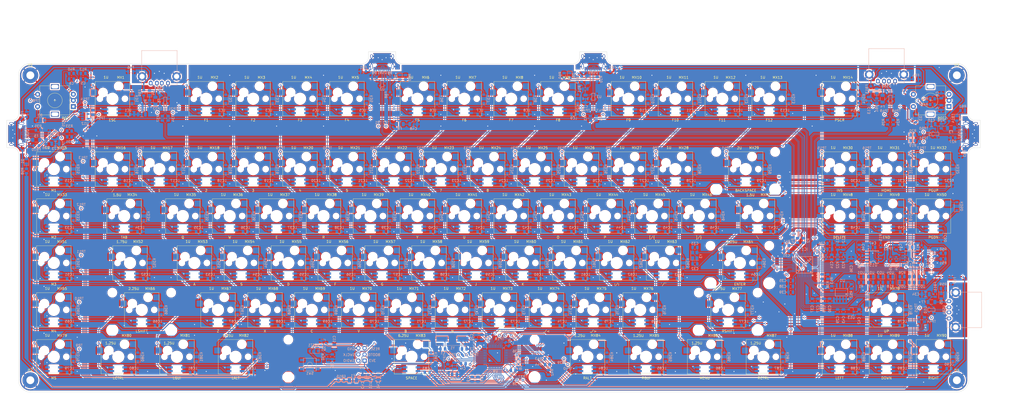
<source format=kicad_pcb>
(kicad_pcb (version 20171130) (host pcbnew "(5.1.10)-1")
  (layers (0 F.Cu signal) (31 B.Cu signal) (34 B.Paste user) (35 F.Paste user) (36 B.SilkS user) (37 F.SilkS user) (38 B.Mask user) (39 F.Mask user) (44 Edge.Cuts user))
  (net 0 "")
  (net 1 GND)
  (net 2 KEYBOARD_XTAL1)
  (net 3 KEYBOARD_XTAL2)
  (net 4 XRSTJ)
  (net 5 +3V3)
  (net 6 +1V8)
  (net 7 HUB_XIN)
  (net 8 HUB_XOUT)
  (net 9 HUB_DRV)
  (net 10 "Net-(D10-Pad1)")
  (net 11 Earth)
  (net 12 KEYBOARD_RESET)
  (net 13 COL2)
  (net 14 COL1)
  (net 15 COL3)
  (net 16 "Net-(KD1-Pad2)")
  (net 17 ROW2)
  (net 18 "Net-(KD2-Pad2)")
  (net 19 ROW4)
  (net 20 "Net-(KD3-Pad2)")
  (net 21 "Net-(KD4-Pad2)")
  (net 22 "Net-(KD5-Pad2)")
  (net 23 "Net-(KD6-Pad2)")
  (net 24 ROT1_ROW)
  (net 25 "Net-(KD7-Pad2)")
  (net 26 ROW3)
  (net 27 "Net-(KD8-Pad2)")
  (net 28 ROW5)
  (net 29 "Net-(KD9-Pad2)")
  (net 30 "Net-(KD10-Pad2)")
  (net 31 "Net-(KD11-Pad2)")
  (net 32 "Net-(KD12-Pad2)")
  (net 33 "Net-(KD13-Pad2)")
  (net 34 "Net-(KD14-Pad2)")
  (net 35 "Net-(KD15-Pad2)")
  (net 36 "Net-(KD16-Pad2)")
  (net 37 "Net-(KD17-Pad2)")
  (net 38 "Net-(KD18-Pad2)")
  (net 39 "Net-(KD19-Pad2)")
  (net 40 "Net-(KD20-Pad2)")
  (net 41 "Net-(KD21-Pad2)")
  (net 42 "Net-(KD22-Pad2)")
  (net 43 "Net-(KD23-Pad2)")
  (net 44 "Net-(KD24-Pad2)")
  (net 45 "Net-(KD25-Pad2)")
  (net 46 "Net-(KD26-Pad2)")
  (net 47 "Net-(KD27-Pad2)")
  (net 48 "Net-(KD28-Pad2)")
  (net 49 "Net-(KD29-Pad2)")
  (net 50 "Net-(KD30-Pad2)")
  (net 51 "Net-(KD31-Pad2)")
  (net 52 "Net-(KD32-Pad2)")
  (net 53 "Net-(KD33-Pad2)")
  (net 54 "Net-(KD34-Pad2)")
  (net 55 "Net-(KD35-Pad2)")
  (net 56 "Net-(KD36-Pad2)")
  (net 57 "Net-(KD37-Pad2)")
  (net 58 "Net-(KD38-Pad2)")
  (net 59 "Net-(KD39-Pad2)")
  (net 60 "Net-(KD40-Pad2)")
  (net 61 "Net-(KD41-Pad2)")
  (net 62 "Net-(KD42-Pad2)")
  (net 63 "Net-(KD43-Pad2)")
  (net 64 "Net-(KD44-Pad2)")
  (net 65 "Net-(KD45-Pad2)")
  (net 66 "Net-(KD46-Pad2)")
  (net 67 "Net-(KD47-Pad2)")
  (net 68 "Net-(KD48-Pad2)")
  (net 69 "Net-(KD49-Pad2)")
  (net 70 "Net-(KD50-Pad2)")
  (net 71 "Net-(KD51-Pad2)")
  (net 72 "Net-(KD52-Pad2)")
  (net 73 "Net-(KD53-Pad2)")
  (net 74 "Net-(KD54-Pad2)")
  (net 75 "Net-(KD55-Pad2)")
  (net 76 "Net-(KD56-Pad2)")
  (net 77 "Net-(KD57-Pad2)")
  (net 78 "Net-(KD58-Pad2)")
  (net 79 "Net-(KD59-Pad2)")
  (net 80 "Net-(KD60-Pad2)")
  (net 81 "Net-(KD61-Pad2)")
  (net 82 "Net-(KD62-Pad2)")
  (net 83 "Net-(KD63-Pad2)")
  (net 84 "Net-(KD64-Pad2)")
  (net 85 "Net-(KD65-Pad2)")
  (net 86 "Net-(KD66-Pad2)")
  (net 87 "Net-(KD67-Pad2)")
  (net 88 "Net-(KD68-Pad2)")
  (net 89 "Net-(KD69-Pad2)")
  (net 90 "Net-(KD70-Pad2)")
  (net 91 "Net-(KD71-Pad2)")
  (net 92 "Net-(KD72-Pad2)")
  (net 93 "Net-(KD73-Pad2)")
  (net 94 "Net-(KD74-Pad2)")
  (net 95 "Net-(KD75-Pad2)")
  (net 96 "Net-(KD76-Pad2)")
  (net 97 "Net-(KD77-Pad2)")
  (net 98 "Net-(KD78-Pad2)")
  (net 99 "Net-(KD79-Pad2)")
  (net 100 "Net-(KD80-Pad2)")
  (net 101 "Net-(KD81-Pad2)")
  (net 102 "Net-(KD82-Pad2)")
  (net 103 "Net-(KD83-Pad2)")
  (net 104 "Net-(KD84-Pad2)")
  (net 105 "Net-(KD85-Pad2)")
  (net 106 "Net-(KD86-Pad2)")
  (net 107 "Net-(KD87-Pad2)")
  (net 108 "Net-(KD88-Pad2)")
  (net 109 "Net-(KD89-Pad2)")
  (net 110 "Net-(KD90-Pad2)")
  (net 111 DOUT1)
  (net 112 DOUT2)
  (net 113 DOUT3)
  (net 114 DOUT4)
  (net 115 DOUT5)
  (net 116 COL0)
  (net 117 COL4)
  (net 118 COL5)
  (net 119 COL6)
  (net 120 COL7)
  (net 121 COL8)
  (net 122 KEYBOARD_SDA)
  (net 123 KEYBOARD_SCL)
  (net 124 BKL_DATA_IN)
  (net 125 ENCODER_A)
  (net 126 ENCODER_B1)
  (net 127 KEYBOARD_D+)
  (net 128 KEYBOARD_D-)
  (net 129 HUB_D+)
  (net 130 HUB_D-)
  (net 131 VBUSM)
  (net 132 HUB_LED1)
  (net 133 HUB_LED2)
  (net 134 HUB_LED3)
  (net 135 HUB_LED4)
  (net 136 HUB_LED5)
  (net 137 HUB_LED6)
  (net 138 HUB_LED7)
  (net 139 "Net-(IC1-Pad27)")
  (net 140 HUB_PORT5_D-)
  (net 141 HUB_PORT5_D+)
  (net 142 HUB_PORT6_D-)
  (net 143 HUB_PORT6_D+)
  (net 144 HUB_PORT7_D-)
  (net 145 HUB_PORT7_D+)
  (net 146 HUB_PORT2_D+)
  (net 147 HUB_PORT2_D-)
  (net 148 HUB_PORT3_D+)
  (net 149 HUB_PORT3_D-)
  (net 150 HUB_PORT4_D+)
  (net 151 HUB_PORT4_D-)
  (net 152 HUB_SDA)
  (net 153 "Net-(USB1-Pad3)")
  (net 154 "Net-(USB1-Pad9)")
  (net 155 "Net-(USB2-Pad3)")
  (net 156 "Net-(USB2-Pad9)")
  (net 157 BOOT0)
  (net 158 "Net-(DRST1-Pad2)")
  (net 159 COL17)
  (net 160 COL16)
  (net 161 ROW1)
  (net 162 COL9)
  (net 163 COL10)
  (net 164 COL11)
  (net 165 COL12)
  (net 166 COL13)
  (net 167 COL14)
  (net 168 COL15)
  (net 169 ENCODER_B2)
  (net 170 BKL_DATA_IN_3V3)
  (net 171 "Net-(D2-Pad2)")
  (net 172 "Net-(MX1-Pad5)")
  (net 173 "Net-(MX1-Pad4)")
  (net 174 "Net-(MX2-Pad5)")
  (net 175 "Net-(MX3-Pad5)")
  (net 176 "Net-(MX4-Pad5)")
  (net 177 "Net-(MX5-Pad5)")
  (net 178 "Net-(MX6-Pad5)")
  (net 179 "Net-(MX7-Pad5)")
  (net 180 "Net-(MX8-Pad5)")
  (net 181 "Net-(MX10-Pad4)")
  (net 182 "Net-(MX10-Pad5)")
  (net 183 "Net-(MX11-Pad5)")
  (net 184 "Net-(MX12-Pad5)")
  (net 185 "Net-(MX13-Pad5)")
  (net 186 "Net-(MX15-Pad5)")
  (net 187 "Net-(MX16-Pad5)")
  (net 188 "Net-(MX17-Pad5)")
  (net 189 "Net-(MX18-Pad5)")
  (net 190 "Net-(MX19-Pad5)")
  (net 191 "Net-(MX20-Pad5)")
  (net 192 "Net-(MX21-Pad5)")
  (net 193 "Net-(MX22-Pad5)")
  (net 194 "Net-(MX23-Pad5)")
  (net 195 "Net-(MX24-Pad5)")
  (net 196 "Net-(MX25-Pad5)")
  (net 197 "Net-(MX26-Pad5)")
  (net 198 "Net-(MX27-Pad5)")
  (net 199 "Net-(MX28-Pad5)")
  (net 200 "Net-(MX29-Pad5)")
  (net 201 "Net-(MX30-Pad5)")
  (net 202 "Net-(MX31-Pad5)")
  (net 203 "Net-(MX33-Pad5)")
  (net 204 "Net-(MX34-Pad5)")
  (net 205 "Net-(MX35-Pad5)")
  (net 206 "Net-(MX36-Pad5)")
  (net 207 "Net-(MX37-Pad5)")
  (net 208 "Net-(MX38-Pad5)")
  (net 209 "Net-(MX39-Pad5)")
  (net 210 "Net-(MX40-Pad5)")
  (net 211 "Net-(MX41-Pad5)")
  (net 212 "Net-(MX42-Pad5)")
  (net 213 "Net-(MX43-Pad5)")
  (net 214 "Net-(MX44-Pad5)")
  (net 215 "Net-(MX45-Pad5)")
  (net 216 "Net-(MX46-Pad5)")
  (net 217 "Net-(MX47-Pad5)")
  (net 218 "Net-(MX48-Pad5)")
  (net 219 "Net-(MX49-Pad5)")
  (net 220 "Net-(MX51-Pad5)")
  (net 221 "Net-(MX52-Pad5)")
  (net 222 "Net-(MX53-Pad5)")
  (net 223 "Net-(MX54-Pad5)")
  (net 224 "Net-(MX55-Pad5)")
  (net 225 "Net-(MX56-Pad5)")
  (net 226 "Net-(MX57-Pad5)")
  (net 227 "Net-(MX58-Pad5)")
  (net 228 "Net-(MX59-Pad5)")
  (net 229 "Net-(MX60-Pad5)")
  (net 230 "Net-(MX61-Pad5)")
  (net 231 "Net-(MX62-Pad5)")
  (net 232 "Net-(MX63-Pad5)")
  (net 233 "Net-(MX65-Pad5)")
  (net 234 "Net-(MX66-Pad5)")
  (net 235 "Net-(MX67-Pad5)")
  (net 236 "Net-(MX68-Pad5)")
  (net 237 "Net-(MX69-Pad5)")
  (net 238 "Net-(MX70-Pad5)")
  (net 239 "Net-(MX71-Pad5)")
  (net 240 "Net-(MX72-Pad5)")
  (net 241 "Net-(MX73-Pad5)")
  (net 242 "Net-(MX74-Pad5)")
  (net 243 "Net-(MX75-Pad5)")
  (net 244 "Net-(MX76-Pad5)")
  (net 245 "Net-(MX77-Pad5)")
  (net 246 "Net-(MX79-Pad5)")
  (net 247 "Net-(MX80-Pad5)")
  (net 248 "Net-(MX81-Pad5)")
  (net 249 "Net-(MX82-Pad5)")
  (net 250 "Net-(MX83-Pad5)")
  (net 251 "Net-(MX84-Pad5)")
  (net 252 "Net-(MX85-Pad5)")
  (net 253 "Net-(MX86-Pad5)")
  (net 254 "Net-(MX87-Pad5)")
  (net 255 "Net-(MX88-Pad5)")
  (net 256 "Net-(MX89-Pad5)")
  (net 257 "Net-(MX90-Pad5)")
  (net 258 "Net-(C5-Pad2)")
  (net 259 "Net-(C6-Pad1)")
  (net 260 "Net-(C7-Pad2)")
  (net 261 "Net-(C8-Pad1)")
  (net 262 "Net-(D3-Pad2)")
  (net 263 "Net-(R8-Pad1)")
  (net 264 "Net-(R10-Pad1)")
  (net 265 "Net-(R27-Pad1)")
  (net 266 "Net-(R35-Pad1)")
  (net 267 "Net-(R1-Pad1)")
  (net 268 "Net-(R7-Pad1)")
  (net 269 "Net-(R17-Pad1)")
  (net 270 "Net-(R18-Pad1)")
  (net 271 "Net-(R26-Pad1)")
  (net 272 "Net-(R29-Pad1)")
  (net 273 "Net-(R32-Pad1)")
  (net 274 "Net-(USB5-Pad3)")
  (net 275 "Net-(USB5-Pad9)")
  (net 276 "Net-(USB7-Pad3)")
  (net 277 "Net-(USB7-Pad9)")
  (net 278 "Net-(R2-Pad1)")
  (net 279 "Net-(R3-Pad2)")
  (net 280 "Net-(R4-Pad1)")
  (net 281 "Net-(R6-Pad2)")
  (net 282 "Net-(R19-Pad1)")
  (net 283 "Net-(R20-Pad1)")
  (net 284 "Net-(R24-Pad1)")
  (net 285 "Net-(R25-Pad1)")
  (net 286 "Net-(R31-Pad1)")
  (net 287 "Net-(R33-Pad1)")
  (net 288 "Net-(R34-Pad1)")
  (net 289 "Net-(R37-Pad1)")
  (net 290 "Net-(R45-Pad1)")
  (net 291 "Net-(R46-Pad1)")
  (net 292 PORT1-4_PWR)
  (net 293 "Net-(C44-Pad1)")
  (net 294 "Net-(C46-Pad1)")
  (net 295 OVCJ1)
  (net 296 PWRJ)
  (net 297 OVCJ5)
  (net 298 PORT5-7PWR)
  (net 299 "Net-(C9-Pad1)")
  (net 300 "Net-(R9-Pad1)")
  (net 301 "Net-(R11-Pad1)")
  (net 302 "Net-(R28-Pad1)")
  (net 303 "Net-(R36-Pad1)")
  (net 304 "Net-(D4-Pad1)")
  (net 305 "Net-(D5-Pad1)")
  (net 306 "Net-(D7-Pad1)")
  (net 307 "Net-(D1-Pad1)")
  (net 308 "Net-(D6-Pad1)")
  (net 309 "Net-(D8-Pad1)")
  (net 310 "Net-(D9-Pad1)")
  (net 311 "Net-(D1-Pad2)")
  (net 312 "Net-(D6-Pad2)")
  (net 313 "Net-(D8-Pad2)")
  (net 314 "Net-(C2-Pad1)")
  (net 315 "Net-(C10-Pad1)")
  (net 316 +5V)
  (net 317 "Net-(C13-Pad1)")
  (net 318 "Net-(C23-Pad1)")
  (net 319 "Net-(C25-Pad1)")
  (net 320 "Net-(C34-Pad1)")
  (net 321 "Net-(D4-Pad2)")
  (net 322 "Net-(D5-Pad2)")
  (net 323 "Net-(D7-Pad2)")
  (net 324 "Net-(D9-Pad2)")
  (net 325 OSC32_XTAL1)
  (net 326 OSC32_XTAL2)
  (net 327 "Net-(U9-Pad20)")
  (module Capacitor_SMD:C_0805_2012Metric (layer B.Cu) (at 246.8407 269.858 180)
    (fp_text reference C1 (at 0 -1.5874) (layer B.SilkS) (effects (justify mirror)))
    (fp_text value 20pF)
    (pad 2 smd roundrect (at 0.95 0 180) (size 1 1.45) (layers B.Cu B.Paste B.Mask) (net 1 GND))
    (pad 1 smd roundrect (at -0.95 0 180) (size 1 1.45) (layers B.Cu B.Paste B.Mask) (net 2 KEYBOARD_XTAL1))
  )
  (module Crystal:Crystal_SMD_HC49-SD (layer B.Cu) (at 250.8092 265.8895)
    (fp_text reference Y1 (at 0 3.55) (layer B.SilkS) (effects (justify mirror)))
    (fp_text value 8MHz)
    (pad 2 smd rect (at 4.25 0) (size 4.5 2) (layers B.Cu B.Paste B.Mask) (net 3 KEYBOARD_XTAL2))
    (pad 1 smd rect (at -4.25 0) (size 4.5 2) (layers B.Cu B.Paste B.Mask) (net 2 KEYBOARD_XTAL1))
  )
  (module Package_TO_SOT_SMD:SOT-23 (layer B.Cu) (at 198.425 267.4769)
    (fp_text reference Q1 (at 0 2.5) (layer B.SilkS) (effects (justify mirror)))
    (fp_text value MMBT3904)
    (pad 3 smd rect (at 1 0) (size 0.9 0.8) (layers B.Cu B.Paste B.Mask) (net 12 KEYBOARD_RESET))
    (pad 2 smd rect (at -1 -0.95) (size 0.9 0.8) (layers B.Cu B.Paste B.Mask) (net 1 GND))
    (pad 1 smd rect (at -1 0.95) (size 0.9 0.8) (layers B.Cu B.Paste B.Mask) (net 158 "Net-(DRST1-Pad2)"))
  )
  (module Package_QFP:LQFP-48_7x7mm_P0.5mm (layer B.Cu) (at 268.2706 273.0328)
    (fp_text reference U9 (at 0 5.85) (layer B.SilkS) (effects (justify mirror)))
    (fp_text value STM32F303CBT6)
    (pad 48 smd roundrect (at -2.75 4.1625) (size 0.3 1.475) (layers B.Cu B.Paste B.Mask) (net 5 +3V3))
    (pad 47 smd roundrect (at -2.25 4.1625) (size 0.3 1.475) (layers B.Cu B.Paste B.Mask) (net 1 GND))
    (pad 46 smd roundrect (at -1.75 4.1625) (size 0.3 1.475) (layers B.Cu B.Paste B.Mask) (net 24 ROT1_ROW))
    (pad 45 smd roundrect (at -1.25 4.1625) (size 0.3 1.475) (layers B.Cu B.Paste B.Mask) (net 161 ROW1))
    (pad 44 smd roundrect (at -0.75 4.1625) (size 0.3 1.475) (layers B.Cu B.Paste B.Mask) (net 157 BOOT0))
    (pad 43 smd roundrect (at -0.25 4.1625) (size 0.3 1.475) (layers B.Cu B.Paste B.Mask) (net 122 KEYBOARD_SDA))
    (pad 42 smd roundrect (at 0.25 4.1625) (size 0.3 1.475) (layers B.Cu B.Paste B.Mask) (net 123 KEYBOARD_SCL))
    (pad 41 smd roundrect (at 0.75 4.1625) (size 0.3 1.475) (layers B.Cu B.Paste B.Mask) (net 17 ROW2))
    (pad 40 smd roundrect (at 1.25 4.1625) (size 0.3 1.475) (layers B.Cu B.Paste B.Mask) (net 26 ROW3))
    (pad 39 smd roundrect (at 1.75 4.1625) (size 0.3 1.475) (layers B.Cu B.Paste B.Mask) (net 19 ROW4))
    (pad 38 smd roundrect (at 2.25 4.1625) (size 0.3 1.475) (layers B.Cu B.Paste B.Mask) (net 28 ROW5))
    (pad 37 smd roundrect (at 2.75 4.1625) (size 0.3 1.475) (layers B.Cu B.Paste B.Mask) (net 116 COL0))
    (pad 36 smd roundrect (at 4.1625 2.75) (size 1.475 0.3) (layers B.Cu B.Paste B.Mask) (net 5 +3V3))
    (pad 35 smd roundrect (at 4.1625 2.25) (size 1.475 0.3) (layers B.Cu B.Paste B.Mask) (net 1 GND))
    (pad 34 smd roundrect (at 4.1625 1.75) (size 1.475 0.3) (layers B.Cu B.Paste B.Mask) (net 14 COL1))
    (pad 33 smd roundrect (at 4.1625 1.25) (size 1.475 0.3) (layers B.Cu B.Paste B.Mask) (net 127 KEYBOARD_D+))
    (pad 32 smd roundrect (at 4.1625 0.75) (size 1.475 0.3) (layers B.Cu B.Paste B.Mask) (net 128 KEYBOARD_D-))
    (pad 31 smd roundrect (at 4.1625 0.25) (size 1.475 0.3) (layers B.Cu B.Paste B.Mask) (net 170 BKL_DATA_IN_3V3))
    (pad 30 smd roundrect (at 4.1625 -0.25) (size 1.475 0.3) (layers B.Cu B.Paste B.Mask) (net 159 COL17))
    (pad 29 smd roundrect (at 4.1625 -0.75) (size 1.475 0.3) (layers B.Cu B.Paste B.Mask) (net 160 COL16))
    (pad 28 smd roundrect (at 4.1625 -1.25) (size 1.475 0.3) (layers B.Cu B.Paste B.Mask) (net 168 COL15))
    (pad 27 smd roundrect (at 4.1625 -1.75) (size 1.475 0.3) (layers B.Cu B.Paste B.Mask) (net 167 COL14))
    (pad 26 smd roundrect (at 4.1625 -2.25) (size 1.475 0.3) (layers B.Cu B.Paste B.Mask) (net 166 COL13))
    (pad 25 smd roundrect (at 4.1625 -2.75) (size 1.475 0.3) (layers B.Cu B.Paste B.Mask) (net 165 COL12))
    (pad 24 smd roundrect (at 2.75 -4.1625) (size 0.3 1.475) (layers B.Cu B.Paste B.Mask) (net 5 +3V3))
    (pad 23 smd roundrect (at 2.25 -4.1625) (size 0.3 1.475) (layers B.Cu B.Paste B.Mask) (net 1 GND))
    (pad 22 smd roundrect (at 1.75 -4.1625) (size 0.3 1.475) (layers B.Cu B.Paste B.Mask) (net 164 COL11))
    (pad 21 smd roundrect (at 1.25 -4.1625) (size 0.3 1.475) (layers B.Cu B.Paste B.Mask) (net 163 COL10))
    (pad 20 smd roundrect (at 0.75 -4.1625) (size 0.3 1.475) (layers B.Cu B.Paste B.Mask) (net 327 "Net-(U9-Pad20)"))
    (pad 19 smd roundrect (at 0.25 -4.1625) (size 0.3 1.475) (layers B.Cu B.Paste B.Mask) (net 169 ENCODER_B2))
    (pad 18 smd roundrect (at -0.25 -4.1625) (size 0.3 1.475) (layers B.Cu B.Paste B.Mask) (net 126 ENCODER_B1))
    (pad 17 smd roundrect (at -0.75 -4.1625) (size 0.3 1.475) (layers B.Cu B.Paste B.Mask) (net 125 ENCODER_A))
    (pad 16 smd roundrect (at -1.25 -4.1625) (size 0.3 1.475) (layers B.Cu B.Paste B.Mask) (net 162 COL9))
    (pad 15 smd roundrect (at -1.75 -4.1625) (size 0.3 1.475) (layers B.Cu B.Paste B.Mask) (net 121 COL8))
    (pad 14 smd roundrect (at -2.25 -4.1625) (size 0.3 1.475) (layers B.Cu B.Paste B.Mask) (net 120 COL7))
    (pad 13 smd roundrect (at -2.75 -4.1625) (size 0.3 1.475) (layers B.Cu B.Paste B.Mask) (net 119 COL6))
    (pad 12 smd roundrect (at -4.1625 -2.75) (size 1.475 0.3) (layers B.Cu B.Paste B.Mask) (net 118 COL5))
    (pad 11 smd roundrect (at -4.1625 -2.25) (size 1.475 0.3) (layers B.Cu B.Paste B.Mask) (net 117 COL4))
    (pad 10 smd roundrect (at -4.1625 -1.75) (size 1.475 0.3) (layers B.Cu B.Paste B.Mask) (net 15 COL3))
    (pad 9 smd roundrect (at -4.1625 -1.25) (size 1.475 0.3) (layers B.Cu B.Paste B.Mask) (net 5 +3V3))
    (pad 8 smd roundrect (at -4.1625 -0.75) (size 1.475 0.3) (layers B.Cu B.Paste B.Mask) (net 1 GND))
    (pad 7 smd roundrect (at -4.1625 -0.25) (size 1.475 0.3) (layers B.Cu B.Paste B.Mask) (net 12 KEYBOARD_RESET))
    (pad 6 smd roundrect (at -4.1625 0.25) (size 1.475 0.3) (layers B.Cu B.Paste B.Mask) (net 3 KEYBOARD_XTAL2))
    (pad 5 smd roundrect (at -4.1625 0.75) (size 1.475 0.3) (layers B.Cu B.Paste B.Mask) (net 2 KEYBOARD_XTAL1))
    (pad 4 smd roundrect (at -4.1625 1.25) (size 1.475 0.3) (layers B.Cu B.Paste B.Mask) (net 326 OSC32_XTAL2))
    (pad 3 smd roundrect (at -4.1625 1.75) (size 1.475 0.3) (layers B.Cu B.Paste B.Mask) (net 325 OSC32_XTAL1))
    (pad 2 smd roundrect (at -4.1625 2.25) (size 1.475 0.3) (layers B.Cu B.Paste B.Mask) (net 13 COL2))
    (pad 1 smd roundrect (at -4.1625 2.75) (size 1.475 0.3) (layers B.Cu B.Paste B.Mask) (net 5 +3V3))
  )
  (module Connector_PinSocket_2.54mm:PinSocket_2x03_P2.54mm_Vertical (layer B.Cu) (at 215.0927 274.6202)
    (fp_text reference J1 (at -1.27 2.77) (layer B.SilkS) (effects (justify mirror)))
    (fp_text value Conn_02x03_Odd_Even)
    (pad 6 thru_hole oval (at -2.54 -5.08) (size 1.7 1.7) (drill 1) (layers *.Cu *.Mask) (net 1 GND))
    (pad 5 thru_hole oval (at 0 -5.08) (size 1.7 1.7) (drill 1) (layers *.Cu *.Mask) (net 12 KEYBOARD_RESET))
    (pad 4 thru_hole oval (at -2.54 -2.54) (size 1.7 1.7) (drill 1) (layers *.Cu *.Mask) (net 116 COL0))
    (pad 3 thru_hole oval (at 0 -2.54) (size 1.7 1.7) (drill 1) (layers *.Cu *.Mask) (net 157 BOOT0))
    (pad 2 thru_hole oval (at -2.54 0) (size 1.7 1.7) (drill 1) (layers *.Cu *.Mask) (net 14 COL1))
    (pad 1 thru_hole rect (at 0 0) (size 1.7 1.7) (drill 1) (layers *.Cu *.Mask) (net 5 +3V3))
  )
  (module Resistor_SMD:R_0603_1608Metric (layer B.Cu) (at 424.6295 227.7919 270)
    (fp_text reference R15 (at -3.1748 0 90) (layer B.SilkS) (effects (justify mirror)))
    (fp_text value 100k)
    (pad 2 smd roundrect (at 0.825 0 270) (size 0.8 0.95) (layers B.Cu B.Paste B.Mask) (net 298 PORT5-7PWR))
    (pad 1 smd roundrect (at -0.825 0 270) (size 0.8 0.95) (layers B.Cu B.Paste B.Mask) (net 316 +5V))
  )
  (module Resistor_SMD:R_0603_1608Metric (layer B.Cu) (at 441.2972 228.5856 270)
    (fp_text reference R13 (at 0 1.43 90) (layer B.SilkS) (effects (justify mirror)))
    (fp_text value 100k)
    (pad 2 smd roundrect (at 0.825 0 270) (size 0.8 0.95) (layers B.Cu B.Paste B.Mask) (net 292 PORT1-4_PWR))
    (pad 1 smd roundrect (at -0.825 0 270) (size 0.8 0.95) (layers B.Cu B.Paste B.Mask) (net 316 +5V))
  )
  (module TestPoint:TestPoint_THTPad_D1.0mm_Drill0.5mm (layer B.Cu) (at 107.1495 174.614)
    (fp_text reference TP54 (at 0.7937 1.5874) (layer B.SilkS) (effects (justify mirror)))
    (fp_text value TestPoint_Small)
    (pad 1 thru_hole circle (at 0 0) (size 1 1) (drill 0.5) (layers *.Cu *.Mask) (net 124 BKL_DATA_IN))
  )
  (module TestPoint:TestPoint_THTPad_D1.0mm_Drill0.5mm (layer B.Cu) (at 427.0106 227.7919)
    (fp_text reference TP53 (at 0.7937 1.448) (layer B.SilkS) (effects (justify mirror)))
    (fp_text value TestPoint_Small)
    (pad 1 thru_hole circle (at 0 0) (size 1 1) (drill 0.5) (layers *.Cu *.Mask) (net 298 PORT5-7PWR))
  )
  (module TestPoint:TestPoint_THTPad_D1.0mm_Drill0.5mm (layer B.Cu) (at 441.2972 235.7289)
    (fp_text reference TP52 (at 0 1.448) (layer B.SilkS) (effects (justify mirror)))
    (fp_text value TestPoint_Small)
    (pad 1 thru_hole circle (at 0 0) (size 1 1) (drill 0.5) (layers *.Cu *.Mask) (net 292 PORT1-4_PWR))
  )
  (module TestPoint:TestPoint_THTPad_D1.0mm_Drill0.5mm (layer B.Cu) (at 442.0909 185.7258 180)
    (fp_text reference TP51 (at 0 1.448) (layer B.SilkS) (effects (justify mirror)))
    (fp_text value TestPoint_Small)
    (pad 1 thru_hole circle (at 0 0 180) (size 1 1) (drill 0.5) (layers *.Cu *.Mask) (net 282 "Net-(R19-Pad1)"))
  )
  (module TestPoint:TestPoint_THTPad_D1.0mm_Drill0.5mm (layer B.Cu) (at 442.0909 181.7573 180)
    (fp_text reference TP50 (at 0 1.448) (layer B.SilkS) (effects (justify mirror)))
    (fp_text value TestPoint_Small)
    (pad 1 thru_hole circle (at 0 0 180) (size 1 1) (drill 0.5) (layers *.Cu *.Mask) (net 283 "Net-(R20-Pad1)"))
  )
  (module TestPoint:TestPoint_THTPad_D1.0mm_Drill0.5mm (layer B.Cu) (at 426.2169 174.614 180)
    (fp_text reference TP49 (at 0 1.448) (layer B.SilkS) (effects (justify mirror)))
    (fp_text value TestPoint_Small)
    (pad 1 thru_hole circle (at 0 0 180) (size 1 1) (drill 0.5) (layers *.Cu *.Mask) (net 285 "Net-(R25-Pad1)"))
  )
  (module TestPoint:TestPoint_THTPad_D1.0mm_Drill0.5mm (layer B.Cu) (at 430.9791 174.614 180)
    (fp_text reference TP48 (at 0 1.448) (layer B.SilkS) (effects (justify mirror)))
    (fp_text value TestPoint_Small)
    (pad 1 thru_hole circle (at 0 0 180) (size 1 1) (drill 0.5) (layers *.Cu *.Mask) (net 284 "Net-(R24-Pad1)"))
  )
  (module TestPoint:TestPoint_THTPad_D1.0mm_Drill0.5mm (layer B.Cu) (at 311.9241 174.614 90)
    (fp_text reference TP47 (at 1.5874 -0.7937 180) (layer B.SilkS) (effects (justify mirror)))
    (fp_text value TestPoint_Small)
    (pad 1 thru_hole circle (at 0 0 90) (size 1 1) (drill 0.5) (layers *.Cu *.Mask) (net 281 "Net-(R6-Pad2)"))
  )
  (module TestPoint:TestPoint_THTPad_D1.0mm_Drill0.5mm (layer B.Cu) (at 303.9871 174.614)
    (fp_text reference TP46 (at 0.7937 -1.5874) (layer B.SilkS) (effects (justify mirror)))
    (fp_text value TestPoint_Small)
    (pad 1 thru_hole circle (at 0 0) (size 1 1) (drill 0.5) (layers *.Cu *.Mask) (net 279 "Net-(R3-Pad2)"))
  )
  (module TestPoint:TestPoint_THTPad_D1.0mm_Drill0.5mm (layer B.Cu) (at 440.5035 253.1903 270)
    (fp_text reference TP45 (at 0 1.448 90) (layer B.SilkS) (effects (justify mirror)))
    (fp_text value TestPoint_Small)
    (pad 1 thru_hole circle (at 0 0 270) (size 1 1) (drill 0.5) (layers *.Cu *.Mask) (net 291 "Net-(R46-Pad1)"))
  )
  (module TestPoint:TestPoint_THTPad_D1.0mm_Drill0.5mm (layer B.Cu) (at 445.2657 257.1588 90)
    (fp_text reference TP44 (at -1.5874 0 180) (layer B.SilkS) (effects (justify mirror)))
    (fp_text value TestPoint_Small)
    (pad 1 thru_hole circle (at 0 0 90) (size 1 1) (drill 0.5) (layers *.Cu *.Mask) (net 290 "Net-(R45-Pad1)"))
  )
  (module TestPoint:TestPoint_THTPad_D1.0mm_Drill0.5mm (layer B.Cu) (at 92.0692 180.9636 180)
    (fp_text reference TP25 (at -0.7937 3.1748 90) (layer B.SilkS) (effects (justify mirror)))
    (fp_text value TestPoint_Small)
    (pad 1 thru_hole circle (at 0 0 180) (size 1 1) (drill 0.5) (layers *.Cu *.Mask) (net 287 "Net-(R33-Pad1)"))
  )
  (module TestPoint:TestPoint_THTPad_D1.0mm_Drill0.5mm (layer B.Cu) (at 92.0692 184.1384)
    (fp_text reference TP23 (at 0.7937 3.1748 90) (layer B.SilkS) (effects (justify mirror)))
    (fp_text value TestPoint_Small)
    (pad 1 thru_hole circle (at 0 0) (size 1 1) (drill 0.5) (layers *.Cu *.Mask) (net 286 "Net-(R31-Pad1)"))
  )
  (module TestPoint:TestPoint_THTPad_D1.0mm_Drill0.5mm (layer B.Cu) (at 130.9605 173.8203 180)
    (fp_text reference TP22 (at 0 1.448) (layer B.SilkS) (effects (justify mirror)))
    (fp_text value TestPoint_Small)
    (pad 1 thru_hole circle (at 0 0 180) (size 1 1) (drill 0.5) (layers *.Cu *.Mask) (net 289 "Net-(R37-Pad1)"))
  )
  (module TestPoint:TestPoint_THTPad_D1.0mm_Drill0.5mm (layer B.Cu) (at 137.3101 173.8203 180)
    (fp_text reference TP21 (at 0 1.448) (layer B.SilkS) (effects (justify mirror)))
    (fp_text value TestPoint_Small)
    (pad 1 thru_hole circle (at 0 0 180) (size 1 1) (drill 0.5) (layers *.Cu *.Mask) (net 288 "Net-(R34-Pad1)"))
  )
  (module TestPoint:TestPoint_THTPad_D1.0mm_Drill0.5mm (layer B.Cu) (at 220.6486 179.3762 180)
    (fp_text reference TP1 (at 0 1.448) (layer B.SilkS) (effects (justify mirror)))
    (fp_text value TestPoint_Small)
    (pad 1 thru_hole circle (at 0 0 180) (size 1 1) (drill 0.5) (layers *.Cu *.Mask) (net 278 "Net-(R2-Pad1)"))
  )
  (module TestPoint:TestPoint_THTPad_D1.0mm_Drill0.5mm (layer B.Cu) (at 223.8234 179.3762 180)
    (fp_text reference TP2 (at 0 1.448) (layer B.SilkS) (effects (justify mirror)))
    (fp_text value TestPoint_Small)
    (pad 1 thru_hole circle (at 0 0 180) (size 1 1) (drill 0.5) (layers *.Cu *.Mask) (net 280 "Net-(R4-Pad1)"))
  )
  (module Fuse:Fuse_1206_3216Metric (layer B.Cu) (at 229.3793 178.5825)
    (fp_text reference F8 (at 0 1.82) (layer B.SilkS) (effects (justify mirror)))
    (fp_text value 500mA)
    (pad 2 smd roundrect (at 1.4 0) (size 1.25 1.75) (layers B.Cu B.Paste B.Mask) (roundrect_rratio 0.2) (net 316 +5V))
    (pad 1 smd roundrect (at -1.4 0) (size 1.25 1.75) (layers B.Cu B.Paste B.Mask) (roundrect_rratio 0.2) (net 316 +5V))
  )
  (module Capacitor_SMD:C_1206_3216Metric (layer B.Cu) (at 234.9352 178.5825)
    (fp_text reference C48 (at 0 1.85) (layer B.SilkS) (effects (justify mirror)))
    (fp_text value 100uF)
    (pad 2 smd roundrect (at 1.475 0) (size 1.15 1.8) (layers B.Cu B.Paste B.Mask) (roundrect_rratio 0.217391) (net 1 GND))
    (pad 1 smd roundrect (at -1.475 0) (size 1.15 1.8) (layers B.Cu B.Paste B.Mask) (roundrect_rratio 0.217391) (net 316 +5V))
  )
  (module TestPoint:TestPoint_THTPad_D1.0mm_Drill0.5mm (layer B.Cu) (at 253.1903 272.2391)
    (fp_text reference TP3 (at -2.3811 0 180) (layer B.SilkS) (effects (justify mirror)))
    (fp_text value TestPoint_Small)
    (pad 1 thru_hole circle (at 0 0) (size 1 1) (drill 0.5) (layers *.Cu *.Mask) (net 2 KEYBOARD_XTAL1))
  )
  (module TestPoint:TestPoint_THTPad_D1.0mm_Drill0.5mm (layer B.Cu) (at 272.2391 264.3021 180)
    (fp_text reference TP20 (at 0 1.448) (layer B.SilkS) (effects (justify mirror)))
    (fp_text value TestPoint_Small)
    (pad 1 thru_hole circle (at 0 0 180) (size 1 1) (drill 0.5) (layers *.Cu *.Mask) (net 169 ENCODER_B2))
  )
  (module LED_SMD:LED_0805_2012Metric (layer B.Cu) (at 229.3793 159.5337 270)
    (fp_text reference D9 (at 0 1.65 90) (layer B.SilkS) (effects (justify mirror)))
    (fp_text value Red)
    (pad 2 smd roundrect (at 0.9375 0 270) (size 0.975 1.4) (layers B.Cu B.Paste B.Mask) (net 324 "Net-(D9-Pad2)"))
    (pad 1 smd roundrect (at -0.9375 0 270) (size 0.975 1.4) (layers B.Cu B.Paste B.Mask) (net 310 "Net-(D9-Pad1)"))
  )
  (module LED_SMD:LED_0805_2012Metric (layer B.Cu) (at 455.5838 176.2014 270)
    (fp_text reference D8 (at 0 -1.5874 90) (layer B.SilkS) (effects (justify mirror)))
    (fp_text value Red)
    (pad 2 smd roundrect (at 0.9375 0 270) (size 0.975 1.4) (layers B.Cu B.Paste B.Mask) (net 313 "Net-(D8-Pad2)"))
    (pad 1 smd roundrect (at -0.9375 0 270) (size 0.975 1.4) (layers B.Cu B.Paste B.Mask) (net 309 "Net-(D8-Pad1)"))
  )
  (module LED_SMD:LED_0805_2012Metric (layer B.Cu) (at 298.4312 158.74 270)
    (fp_text reference D6 (at 0 -1.5874 90) (layer B.SilkS) (effects (justify mirror)))
    (fp_text value Red)
    (pad 2 smd roundrect (at 0.9375 0 270) (size 0.975 1.4) (layers B.Cu B.Paste B.Mask) (net 312 "Net-(D6-Pad2)"))
    (pad 1 smd roundrect (at -0.9375 0 270) (size 0.975 1.4) (layers B.Cu B.Paste B.Mask) (net 308 "Net-(D6-Pad1)"))
  )
  (module LED_SMD:LED_0805_2012Metric (layer B.Cu) (at 77.7826 193.6628 90)
    (fp_text reference D1 (at 0 -1.5874 90) (layer B.SilkS) (effects (justify mirror)))
    (fp_text value Red)
    (pad 2 smd roundrect (at 0.9375 0 90) (size 0.975 1.4) (layers B.Cu B.Paste B.Mask) (net 311 "Net-(D1-Pad2)"))
    (pad 1 smd roundrect (at -0.9375 0 90) (size 0.975 1.4) (layers B.Cu B.Paste B.Mask) (net 307 "Net-(D1-Pad1)"))
  )
  (module Resistor_SMD:R_0805_2012Metric (layer B.Cu) (at 231.7604 159.5337 90)
    (fp_text reference R63 (at 0 1.65 90) (layer B.SilkS) (effects (justify mirror)))
    (fp_text value 330)
    (pad 2 smd roundrect (at 0.9125 0 90) (size 1.025 1.4) (layers B.Cu B.Paste B.Mask) (roundrect_rratio 0.243902) (net 310 "Net-(D9-Pad1)"))
    (pad 1 smd roundrect (at -0.9125 0 90) (size 1.025 1.4) (layers B.Cu B.Paste B.Mask) (roundrect_rratio 0.243902) (net 1 GND))
  )
  (module Resistor_SMD:R_0805_2012Metric (layer B.Cu) (at 457.9649 173.0266 180)
    (fp_text reference R62 (at 0 1.65) (layer B.SilkS) (effects (justify mirror)))
    (fp_text value 330)
    (pad 2 smd roundrect (at 0.9125 0 180) (size 1.025 1.4) (layers B.Cu B.Paste B.Mask) (roundrect_rratio 0.243902) (net 309 "Net-(D8-Pad1)"))
    (pad 1 smd roundrect (at -0.9125 0 180) (size 1.025 1.4) (layers B.Cu B.Paste B.Mask) (roundrect_rratio 0.243902) (net 1 GND))
  )
  (module Resistor_SMD:R_0805_2012Metric (layer B.Cu) (at 423.0421 169.0581 90)
    (fp_text reference R61 (at -3.1748 0 90) (layer B.SilkS) (effects (justify mirror)))
    (fp_text value 330)
    (pad 2 smd roundrect (at 0.9125 0 90) (size 1.025 1.4) (layers B.Cu B.Paste B.Mask) (roundrect_rratio 0.243902) (net 306 "Net-(D7-Pad1)"))
    (pad 1 smd roundrect (at -0.9125 0 90) (size 1.025 1.4) (layers B.Cu B.Paste B.Mask) (roundrect_rratio 0.243902) (net 1 GND))
  )
  (module Resistor_SMD:R_0805_2012Metric (layer B.Cu) (at 296.0501 158.74 90)
    (fp_text reference R60 (at 0 -1.5874 90) (layer B.SilkS) (effects (justify mirror)))
    (fp_text value 330)
    (pad 2 smd roundrect (at 0.9125 0 90) (size 1.025 1.4) (layers B.Cu B.Paste B.Mask) (roundrect_rratio 0.243902) (net 308 "Net-(D6-Pad1)"))
    (pad 1 smd roundrect (at -0.9125 0 90) (size 1.025 1.4) (layers B.Cu B.Paste B.Mask) (roundrect_rratio 0.243902) (net 1 GND))
  )
  (module Resistor_SMD:R_0805_2012Metric (layer B.Cu) (at 450.0279 245.2533 180)
    (fp_text reference R59 (at 0 1.65) (layer B.SilkS) (effects (justify mirror)))
    (fp_text value 330)
    (pad 2 smd roundrect (at 0.9125 0 180) (size 1.025 1.4) (layers B.Cu B.Paste B.Mask) (roundrect_rratio 0.243902) (net 305 "Net-(D5-Pad1)"))
    (pad 1 smd roundrect (at -0.9125 0 180) (size 1.025 1.4) (layers B.Cu B.Paste B.Mask) (roundrect_rratio 0.243902) (net 1 GND))
  )
  (module Resistor_SMD:R_0805_2012Metric (layer B.Cu) (at 77.7826 197.6313 90)
    (fp_text reference R58 (at 0 -1.5874 90) (layer B.SilkS) (effects (justify mirror)))
    (fp_text value 330)
    (pad 2 smd roundrect (at 0.9125 0 90) (size 1.025 1.4) (layers B.Cu B.Paste B.Mask) (roundrect_rratio 0.243902) (net 307 "Net-(D1-Pad1)"))
    (pad 1 smd roundrect (at -0.9125 0 90) (size 1.025 1.4) (layers B.Cu B.Paste B.Mask) (roundrect_rratio 0.243902) (net 1 GND))
  )
  (module Resistor_SMD:R_0805_2012Metric (layer B.Cu) (at 127.7857 169.8518 90)
    (fp_text reference R57 (at 0 -1.5874 90) (layer B.SilkS) (effects (justify mirror)))
    (fp_text value 330)
    (pad 2 smd roundrect (at 0.9125 0 90) (size 1.025 1.4) (layers B.Cu B.Paste B.Mask) (roundrect_rratio 0.243902) (net 304 "Net-(D4-Pad1)"))
    (pad 1 smd roundrect (at -0.9125 0 90) (size 1.025 1.4) (layers B.Cu B.Paste B.Mask) (roundrect_rratio 0.243902) (net 1 GND))
  )
  (module LED_SMD:LED_0805_2012Metric (layer B.Cu) (at 423.0421 165.0896 90)
    (fp_text reference D7 (at 0 1.5874 90) (layer B.SilkS) (effects (justify mirror)))
    (fp_text value Red)
    (pad 2 smd roundrect (at 0.9375 0 90) (size 0.975 1.4) (layers B.Cu B.Paste B.Mask) (net 323 "Net-(D7-Pad2)"))
    (pad 1 smd roundrect (at -0.9375 0 90) (size 0.975 1.4) (layers B.Cu B.Paste B.Mask) (net 306 "Net-(D7-Pad1)"))
  )
  (module LED_SMD:LED_0805_2012Metric (layer B.Cu) (at 449.2342 248.4281 270)
    (fp_text reference D5 (at 2.3811 0 90) (layer B.SilkS) (effects (justify mirror)))
    (fp_text value Red)
    (pad 2 smd roundrect (at 0.9375 0 270) (size 0.975 1.4) (layers B.Cu B.Paste B.Mask) (net 322 "Net-(D5-Pad2)"))
    (pad 1 smd roundrect (at -0.9375 0 270) (size 0.975 1.4) (layers B.Cu B.Paste B.Mask) (net 305 "Net-(D5-Pad1)"))
  )
  (module LED_SMD:LED_0805_2012Metric (layer B.Cu) (at 127.7857 165.8833 90)
    (fp_text reference D4 (at 0 1.5874 90) (layer B.SilkS) (effects (justify mirror)))
    (fp_text value Red)
    (pad 2 smd roundrect (at 0.9375 0 90) (size 0.975 1.4) (layers B.Cu B.Paste B.Mask) (net 321 "Net-(D4-Pad2)"))
    (pad 1 smd roundrect (at -0.9375 0 90) (size 0.975 1.4) (layers B.Cu B.Paste B.Mask) (net 304 "Net-(D4-Pad1)"))
  )
  (module TestPoint:TestPoint_THTPad_D1.0mm_Drill0.5mm (layer B.Cu) (at 104.7684 189.6943 180)
    (fp_text reference TP43 (at 0 1.448) (layer B.SilkS) (effects (justify mirror)))
    (fp_text value TestPoint_Small)
    (pad 1 thru_hole circle (at 0 0 180) (size 1 1) (drill 0.5) (layers *.Cu *.Mask) (net 14 COL1))
  )
  (module TestPoint:TestPoint_THTPad_D1.0mm_Drill0.5mm (layer B.Cu) (at 123.8172 189.6943 180)
    (fp_text reference TP42 (at 0 1.448) (layer B.SilkS) (effects (justify mirror)))
    (fp_text value TestPoint_Small)
    (pad 1 thru_hole circle (at 0 0 180) (size 1 1) (drill 0.5) (layers *.Cu *.Mask) (net 13 COL2))
  )
  (module TestPoint:TestPoint_THTPad_D1.0mm_Drill0.5mm (layer B.Cu) (at 361.9272 189.6943 180)
    (fp_text reference TP41 (at 0 1.448) (layer B.SilkS) (effects (justify mirror)))
    (fp_text value TestPoint_Small)
    (pad 1 thru_hole circle (at 0 0 180) (size 1 1) (drill 0.5) (layers *.Cu *.Mask) (net 167 COL14))
  )
  (module TestPoint:TestPoint_THTPad_D1.0mm_Drill0.5mm (layer B.Cu) (at 297.6375 276.2076 270)
    (fp_text reference TP40 (at 1.5874 0) (layer B.SilkS) (effects (justify mirror)))
    (fp_text value TestPoint_Small)
    (pad 1 thru_hole circle (at 0 0 270) (size 1 1) (drill 0.5) (layers *.Cu *.Mask) (net 127 KEYBOARD_D+))
  )
  (module TestPoint:TestPoint_THTPad_D1.0mm_Drill0.5mm (layer B.Cu) (at 296.0501 273.8265 180)
    (fp_text reference TP39 (at 0.7937 -1.5874) (layer B.SilkS) (effects (justify mirror)))
    (fp_text value TestPoint_Small)
    (pad 1 thru_hole circle (at 0 0 180) (size 1 1) (drill 0.5) (layers *.Cu *.Mask) (net 128 KEYBOARD_D-))
  )
  (module TestPoint:TestPoint_THTPad_D1.0mm_Drill0.5mm (layer B.Cu) (at 277.0013 282.5572)
    (fp_text reference TP38 (at 0 1.448) (layer B.SilkS) (effects (justify mirror)))
    (fp_text value TestPoint_Small)
    (pad 1 thru_hole circle (at 0 0) (size 1 1) (drill 0.5) (layers *.Cu *.Mask) (net 122 KEYBOARD_SDA))
  )
  (module TestPoint:TestPoint_THTPad_D1.0mm_Drill0.5mm (layer B.Cu) (at 279.3824 282.5572 180)
    (fp_text reference TP37 (at 0 1.448) (layer B.SilkS) (effects (justify mirror)))
    (fp_text value TestPoint_Small)
    (pad 1 thru_hole circle (at 0 0 180) (size 1 1) (drill 0.5) (layers *.Cu *.Mask) (net 123 KEYBOARD_SCL))
  )
  (module TestPoint:TestPoint_THTPad_D1.0mm_Drill0.5mm (layer B.Cu) (at 277.0013 272.2391 180)
    (fp_text reference TP36 (at 0 1.448) (layer B.SilkS) (effects (justify mirror)))
    (fp_text value TestPoint_Small)
    (pad 1 thru_hole circle (at 0 0 180) (size 1 1) (drill 0.5) (layers *.Cu *.Mask) (net 170 BKL_DATA_IN_3V3))
  )
  (module TestPoint:TestPoint_THTPad_D1.0mm_Drill0.5mm (layer B.Cu) (at 295.2564 189.6943 180)
    (fp_text reference TP35 (at 0 1.448) (layer B.SilkS) (effects (justify mirror)))
    (fp_text value TestPoint_Small)
    (pad 1 thru_hole circle (at 0 0 180) (size 1 1) (drill 0.5) (layers *.Cu *.Mask) (net 164 COL11))
  )
  (module TestPoint:TestPoint_THTPad_D1.0mm_Drill0.5mm (layer B.Cu) (at 276.2076 189.6943 180)
    (fp_text reference TP34 (at 0 1.448) (layer B.SilkS) (effects (justify mirror)))
    (fp_text value TestPoint_Small)
    (pad 1 thru_hole circle (at 0 0 180) (size 1 1) (drill 0.5) (layers *.Cu *.Mask) (net 163 COL10))
  )
  (module TestPoint:TestPoint_THTPad_D1.0mm_Drill0.5mm (layer B.Cu) (at 257.1588 189.6943 180)
    (fp_text reference TP33 (at 0 1.448) (layer B.SilkS) (effects (justify mirror)))
    (fp_text value TestPoint_Small)
    (pad 1 thru_hole circle (at 0 0 180) (size 1 1) (drill 0.5) (layers *.Cu *.Mask) (net 162 COL9))
  )
  (module TestPoint:TestPoint_THTPad_D1.0mm_Drill0.5mm (layer B.Cu) (at 238.11 189.6943 180)
    (fp_text reference TP32 (at 0 1.448) (layer B.SilkS) (effects (justify mirror)))
    (fp_text value TestPoint_Small)
    (pad 1 thru_hole circle (at 0 0 180) (size 1 1) (drill 0.5) (layers *.Cu *.Mask) (net 121 COL8))
  )
  (module TestPoint:TestPoint_THTPad_D1.0mm_Drill0.5mm (layer B.Cu) (at 219.0612 189.6943 180)
    (fp_text reference TP31 (at 0 1.448) (layer B.SilkS) (effects (justify mirror)))
    (fp_text value TestPoint_Small)
    (pad 1 thru_hole circle (at 0 0 180) (size 1 1) (drill 0.5) (layers *.Cu *.Mask) (net 120 COL7))
  )
  (module TestPoint:TestPoint_THTPad_D1.0mm_Drill0.5mm (layer B.Cu) (at 200.0124 189.6943 180)
    (fp_text reference TP30 (at 0 1.448) (layer B.SilkS) (effects (justify mirror)))
    (fp_text value TestPoint_Small)
    (pad 1 thru_hole circle (at 0 0 180) (size 1 1) (drill 0.5) (layers *.Cu *.Mask) (net 119 COL6))
  )
  (module TestPoint:TestPoint_THTPad_D1.0mm_Drill0.5mm (layer B.Cu) (at 180.9636 189.6943 180)
    (fp_text reference TP29 (at 0 1.448) (layer B.SilkS) (effects (justify mirror)))
    (fp_text value TestPoint_Small)
    (pad 1 thru_hole circle (at 0 0 180) (size 1 1) (drill 0.5) (layers *.Cu *.Mask) (net 118 COL5))
  )
  (module TestPoint:TestPoint_THTPad_D1.0mm_Drill0.5mm (layer B.Cu) (at 161.9148 189.6943 180)
    (fp_text reference TP28 (at 0 1.448) (layer B.SilkS) (effects (justify mirror)))
    (fp_text value TestPoint_Small)
    (pad 1 thru_hole circle (at 0 0 180) (size 1 1) (drill 0.5) (layers *.Cu *.Mask) (net 117 COL4))
  )
  (module TestPoint:TestPoint_THTPad_D1.0mm_Drill0.5mm (layer B.Cu) (at 249.2218 273.8265)
    (fp_text reference TP27 (at -1.5874 0 90) (layer B.SilkS) (effects (justify mirror)))
    (fp_text value TestPoint_Small)
    (pad 1 thru_hole circle (at 0 0) (size 1 1) (drill 0.5) (layers *.Cu *.Mask) (net 326 OSC32_XTAL2))
  )
  (module TestPoint:TestPoint_THTPad_D1.0mm_Drill0.5mm (layer B.Cu) (at 257.9525 276.2076)
    (fp_text reference TP26 (at 1.5874 0 90) (layer B.SilkS) (effects (justify mirror)))
    (fp_text value TestPoint_Small)
    (pad 1 thru_hole circle (at 0 0) (size 1 1) (drill 0.5) (layers *.Cu *.Mask) (net 325 OSC32_XTAL1))
  )
  (module TestPoint:TestPoint_THTPad_D1.0mm_Drill0.5mm (layer B.Cu) (at 256.3651 272.2391)
    (fp_text reference TP24 (at 3.1748 0) (layer B.SilkS) (effects (justify mirror)))
    (fp_text value TestPoint_Small)
    (pad 1 thru_hole circle (at 0 0) (size 1 1) (drill 0.5) (layers *.Cu *.Mask) (net 3 KEYBOARD_XTAL2))
  )
  (module TestPoint:TestPoint_THTPad_D1.0mm_Drill0.5mm (layer B.Cu) (at 274.6202 264.3021 90)
    (fp_text reference TP19 (at 0 1.448 90) (layer B.SilkS) (effects (justify mirror)))
    (fp_text value TestPoint_Small)
    (pad 1 thru_hole circle (at 0 0 90) (size 1 1) (drill 0.5) (layers *.Cu *.Mask) (net 126 ENCODER_B1))
  )
  (module TestPoint:TestPoint_THTPad_D1.0mm_Drill0.5mm (layer B.Cu) (at 269.858 264.3021)
    (fp_text reference TP18 (at 0 1.448) (layer B.SilkS) (effects (justify mirror)))
    (fp_text value TestPoint_Small)
    (pad 1 thru_hole circle (at 0 0) (size 1 1) (drill 0.5) (layers *.Cu *.Mask) (net 125 ENCODER_A))
  )
  (module TestPoint:TestPoint_THTPad_D1.0mm_Drill0.5mm (layer B.Cu) (at 441.2972 189.6943 180)
    (fp_text reference TP17 (at 0 1.448) (layer B.SilkS) (effects (justify mirror)))
    (fp_text value TestPoint_Small)
    (pad 1 thru_hole circle (at 0 0 180) (size 1 1) (drill 0.5) (layers *.Cu *.Mask) (net 159 COL17))
  )
  (module TestPoint:TestPoint_THTPad_D1.0mm_Drill0.5mm (layer B.Cu) (at 419.0736 189.6943 180)
    (fp_text reference TP16 (at 0 1.448) (layer B.SilkS) (effects (justify mirror)))
    (fp_text value TestPoint_Small)
    (pad 1 thru_hole circle (at 0 0 180) (size 1 1) (drill 0.5) (layers *.Cu *.Mask) (net 160 COL16))
  )
  (module TestPoint:TestPoint_THTPad_D1.0mm_Drill0.5mm (layer B.Cu) (at 400.8185 189.6943 180)
    (fp_text reference TP15 (at 0 1.448) (layer B.SilkS) (effects (justify mirror)))
    (fp_text value TestPoint_Small)
    (pad 1 thru_hole circle (at 0 0 180) (size 1 1) (drill 0.5) (layers *.Cu *.Mask) (net 168 COL15))
  )
  (module TestPoint:TestPoint_THTPad_D1.0mm_Drill0.5mm (layer B.Cu) (at 101.5936 169.8518 180)
    (fp_text reference TP14 (at 0 1.448) (layer B.SilkS) (effects (justify mirror)))
    (fp_text value TestPoint_Small)
    (pad 1 thru_hole circle (at 0 0 180) (size 1 1) (drill 0.5) (layers *.Cu *.Mask) (net 24 ROT1_ROW))
  )
  (module TestPoint:TestPoint_THTPad_D1.0mm_Drill0.5mm (layer B.Cu) (at 100.7999 193.6628 180)
    (fp_text reference TP13 (at 0 1.448) (layer B.SilkS) (effects (justify mirror)))
    (fp_text value TestPoint_Small)
    (pad 1 thru_hole circle (at 0 0 180) (size 1 1) (drill 0.5) (layers *.Cu *.Mask) (net 161 ROW1))
  )
  (module TestPoint:TestPoint_THTPad_D1.0mm_Drill0.5mm (layer B.Cu) (at 100.0062 212.7116 180)
    (fp_text reference TP12 (at 0 1.448) (layer B.SilkS) (effects (justify mirror)))
    (fp_text value TestPoint_Small)
    (pad 1 thru_hole circle (at 0 0 180) (size 1 1) (drill 0.5) (layers *.Cu *.Mask) (net 17 ROW2))
  )
  (module TestPoint:TestPoint_THTPad_D1.0mm_Drill0.5mm (layer B.Cu) (at 100.0062 231.7604 180)
    (fp_text reference TP11 (at 0 1.448) (layer B.SilkS) (effects (justify mirror)))
    (fp_text value TestPoint_Small)
    (pad 1 thru_hole circle (at 0 0 180) (size 1 1) (drill 0.5) (layers *.Cu *.Mask) (net 26 ROW3))
  )
  (module TestPoint:TestPoint_THTPad_D1.0mm_Drill0.5mm (layer B.Cu) (at 99.2125 250.8092 180)
    (fp_text reference TP10 (at 0 1.448) (layer B.SilkS) (effects (justify mirror)))
    (fp_text value TestPoint_Small)
    (pad 1 thru_hole circle (at 0 0 180) (size 1 1) (drill 0.5) (layers *.Cu *.Mask) (net 19 ROW4))
  )
  (module TestPoint:TestPoint_THTPad_D1.0mm_Drill0.5mm (layer B.Cu) (at 99.2125 269.858 180)
    (fp_text reference TP9 (at 0 1.448) (layer B.SilkS) (effects (justify mirror)))
    (fp_text value TestPoint_Small)
    (pad 1 thru_hole circle (at 0 0 180) (size 1 1) (drill 0.5) (layers *.Cu *.Mask) (net 28 ROW5))
  )
  (module TestPoint:TestPoint_THTPad_D1.0mm_Drill0.5mm (layer B.Cu) (at 79.37 169.0581)
    (fp_text reference TP8 (at 2.3811 0) (layer B.SilkS) (effects (justify mirror)))
    (fp_text value TestPoint_Small)
    (pad 1 thru_hole circle (at 0 0) (size 1 1) (drill 0.5) (layers *.Cu *.Mask) (net 116 COL0))
  )
  (module TestPoint:TestPoint_THTPad_D1.0mm_Drill0.5mm (layer B.Cu) (at 142.866 189.6943 180)
    (fp_text reference TP7 (at 0 1.448) (layer B.SilkS) (effects (justify mirror)))
    (fp_text value TestPoint_Small)
    (pad 1 thru_hole circle (at 0 0 180) (size 1 1) (drill 0.5) (layers *.Cu *.Mask) (net 15 COL3))
  )
  (module TestPoint:TestPoint_THTPad_D1.0mm_Drill0.5mm (layer B.Cu) (at 333.354 189.6943 180)
    (fp_text reference TP6 (at 0 1.448) (layer B.SilkS) (effects (justify mirror)))
    (fp_text value TestPoint_Small)
    (pad 1 thru_hole circle (at 0 0 180) (size 1 1) (drill 0.5) (layers *.Cu *.Mask) (net 166 COL13))
  )
  (module TestPoint:TestPoint_THTPad_D1.0mm_Drill0.5mm (layer B.Cu) (at 314.3052 189.6943 180)
    (fp_text reference TP5 (at 0 1.448) (layer B.SilkS) (effects (justify mirror)))
    (fp_text value TestPoint_Small)
    (pad 1 thru_hole circle (at 0 0 180) (size 1 1) (drill 0.5) (layers *.Cu *.Mask) (net 165 COL12))
  )
  (module custom-footprints:CherryMX_1.00u_PCB_KailhSocket_LTST-A683CEGBW (layer F.Cu) (at 255.5714 168.2644)
    (fp_text reference MX7 (at 3.3655 -8.636) (layer F.SilkS))
    (fp_text value F6 (at 0 8.6625) (layer F.SilkS))
    (fp_line (start -1.7 3.55) (end 1.7 3.55) (layer Edge.Cuts) (width 0.05))
    (fp_line (start 1.7 3.55) (end 1.7 6.55) (layer Edge.Cuts) (width 0.05))
    (fp_line (start 1.7 6.55) (end -1.7 6.55) (layer Edge.Cuts) (width 0.05))
    (fp_line (start -1.7 6.55) (end -1.7 3.55) (layer Edge.Cuts) (width 0.05))
    (fp_text user 1U (at -2.6035 -8.6995) (layer F.SilkS))
    (pad 6 smd rect (at 2.6 5.8) (size 1.8 0.9) (layers B.Cu B.Paste B.Mask) (net 316 +5V))
    (pad 5 smd rect (at 2.6 4.3) (size 1.8 0.9) (layers B.Cu B.Paste B.Mask) (net 179 "Net-(MX7-Pad5)"))
    (pad 4 smd rect (at -2.6 5.8) (size 1.8 0.9) (layers B.Cu B.Paste B.Mask) (net 178 "Net-(MX6-Pad5)"))
    (pad 3 smd rect (at -2.6 4.3) (size 1.8 0.9) (layers B.Cu B.Paste B.Mask) (net 1 GND))
    (pad 2 smd rect (at 6.015 -5.08) (size 2.55 2.5) (layers B.Cu B.Paste B.Mask) (net 25 "Net-(KD7-Pad2)"))
    (pad 1 smd rect (at -7.41 -2.54) (size 2.55 2.5) (layers B.Cu B.Paste B.Mask) (net 121 COL8))
    (pad "" np_thru_hole circle (at 2.54 -5.08) (size 3 3) (drill 3) (layers *.Cu *.Mask))
    (pad "" np_thru_hole circle (at -3.81 -2.54) (size 3 3) (drill 3) (layers *.Cu *.Mask))
    (pad "" np_thru_hole circle (at 5.08 0) (size 1.75 1.75) (drill 1.75) (layers *.Cu *.Mask))
    (pad "" np_thru_hole circle (at -5.08 0) (size 1.75 1.75) (drill 1.75) (layers *.Cu *.Mask))
    (pad "" np_thru_hole circle (at 0 0) (size 4 4) (drill 4) (layers *.Cu *.Mask))
  )
  (module custom-footprints:CherryMX_1.00u_PCB_KailhSocket_LTST-A683CEGBW (layer F.Cu) (at 236.5226 168.2644)
    (fp_text reference MX6 (at 3.3655 -8.636) (layer F.SilkS))
    (fp_text value F5 (at 0 8.6625) (layer F.SilkS))
    (fp_line (start -1.7 3.55) (end 1.7 3.55) (layer Edge.Cuts) (width 0.05))
    (fp_line (start 1.7 3.55) (end 1.7 6.55) (layer Edge.Cuts) (width 0.05))
    (fp_line (start 1.7 6.55) (end -1.7 6.55) (layer Edge.Cuts) (width 0.05))
    (fp_line (start -1.7 6.55) (end -1.7 3.55) (layer Edge.Cuts) (width 0.05))
    (fp_text user 1U (at -2.6035 -8.6995) (layer F.SilkS))
    (pad 6 smd rect (at 2.6 5.8) (size 1.8 0.9) (layers B.Cu B.Paste B.Mask) (net 316 +5V))
    (pad 5 smd rect (at 2.6 4.3) (size 1.8 0.9) (layers B.Cu B.Paste B.Mask) (net 178 "Net-(MX6-Pad5)"))
    (pad 4 smd rect (at -2.6 5.8) (size 1.8 0.9) (layers B.Cu B.Paste B.Mask) (net 177 "Net-(MX5-Pad5)"))
    (pad 3 smd rect (at -2.6 4.3) (size 1.8 0.9) (layers B.Cu B.Paste B.Mask) (net 1 GND))
    (pad 2 smd rect (at 6.015 -5.08) (size 2.55 2.5) (layers B.Cu B.Paste B.Mask) (net 23 "Net-(KD6-Pad2)"))
    (pad 1 smd rect (at -7.41 -2.54) (size 2.55 2.5) (layers B.Cu B.Paste B.Mask) (net 120 COL7))
    (pad "" np_thru_hole circle (at 2.54 -5.08) (size 3 3) (drill 3) (layers *.Cu *.Mask))
    (pad "" np_thru_hole circle (at -3.81 -2.54) (size 3 3) (drill 3) (layers *.Cu *.Mask))
    (pad "" np_thru_hole circle (at 5.08 0) (size 1.75 1.75) (drill 1.75) (layers *.Cu *.Mask))
    (pad "" np_thru_hole circle (at -5.08 0) (size 1.75 1.75) (drill 1.75) (layers *.Cu *.Mask))
    (pad "" np_thru_hole circle (at 0 0) (size 4 4) (drill 4) (layers *.Cu *.Mask))
  )
  (module Capacitor_SMD:C_1206_3216Metric (layer B.Cu) (at 304.7808 168.2644 270)
    (fp_text reference C2 (at 3.1748 0 180) (layer B.SilkS) (effects (justify mirror)))
    (fp_text value 100uF)
    (pad 2 smd roundrect (at 1.475 0 270) (size 1.15 1.8) (layers B.Cu B.Paste B.Mask) (roundrect_rratio 0.217391) (net 1 GND))
    (pad 1 smd roundrect (at -1.475 0 270) (size 1.15 1.8) (layers B.Cu B.Paste B.Mask) (roundrect_rratio 0.217391) (net 314 "Net-(C2-Pad1)"))
  )
  (module Capacitor_SMD:C_0805_2012Metric (layer B.Cu) (at 255.5714 269.858)
    (fp_text reference C3 (at 3.1748 0) (layer B.SilkS) (effects (justify mirror)))
    (fp_text value 20pF)
    (pad 1 smd roundrect (at -0.95 0) (size 1 1.45) (layers B.Cu B.Paste B.Mask) (net 3 KEYBOARD_XTAL2))
    (pad 2 smd roundrect (at 0.95 0) (size 1 1.45) (layers B.Cu B.Paste B.Mask) (net 1 GND))
  )
  (module Capacitor_SMD:C_1206_3216Metric (layer B.Cu) (at 445.2657 178.5825 180)
    (fp_text reference C10 (at 0 1.5874) (layer B.SilkS) (effects (justify mirror)))
    (fp_text value 100uF)
    (pad 2 smd roundrect (at 1.475 0 180) (size 1.15 1.8) (layers B.Cu B.Paste B.Mask) (roundrect_rratio 0.217391) (net 1 GND))
    (pad 1 smd roundrect (at -1.475 0 180) (size 1.15 1.8) (layers B.Cu B.Paste B.Mask) (roundrect_rratio 0.217391) (net 315 "Net-(C10-Pad1)"))
  )
  (module Capacitor_SMD:C_1206_3216Metric (layer B.Cu) (at 419.8673 169.0581 270)
    (fp_text reference C13 (at 3.9685 0 90) (layer B.SilkS) (effects (justify mirror)))
    (fp_text value 100uF)
    (pad 2 smd roundrect (at 1.475 0 270) (size 1.15 1.8) (layers B.Cu B.Paste B.Mask) (roundrect_rratio 0.217391) (net 1 GND))
    (pad 1 smd roundrect (at -1.475 0 270) (size 1.15 1.8) (layers B.Cu B.Paste B.Mask) (roundrect_rratio 0.217391) (net 317 "Net-(C13-Pad1)"))
  )
  (module Capacitor_SMD:C_0805_2012Metric (layer B.Cu) (at 202.79035 269.0643 270)
    (fp_text reference C15 (at -3.1748 0 90) (layer B.SilkS) (effects (justify mirror)))
    (fp_text value 4.7uF)
    (pad 2 smd roundrect (at 0.95 0 270) (size 1 1.45) (layers B.Cu B.Paste B.Mask) (net 1 GND))
    (pad 1 smd roundrect (at -0.95 0 270) (size 1 1.45) (layers B.Cu B.Paste B.Mask) (net 12 KEYBOARD_RESET))
  )
  (module Capacitor_SMD:C_0805_2012Metric (layer B.Cu) (at 273.0328 267.87375 135)
    (fp_text reference C16 (at -0.388769 1.683692 135) (layer B.SilkS) (effects (justify mirror)))
    (fp_text value 100nF)
    (pad 2 smd roundrect (at 0.95 0 135) (size 1 1.45) (layers B.Cu B.Paste B.Mask) (net 1 GND))
    (pad 1 smd roundrect (at -0.95 0 135) (size 1 1.45) (layers B.Cu B.Paste B.Mask) (net 5 +3V3))
  )
  (module Capacitor_SMD:C_1206_3216Metric (layer B.Cu) (at 89.5757 186.5195)
    (fp_text reference C23 (at 0 1.98425) (layer B.SilkS) (effects (justify mirror)))
    (fp_text value 100uF)
    (pad 2 smd roundrect (at 1.475 0) (size 1.15 1.8) (layers B.Cu B.Paste B.Mask) (roundrect_rratio 0.217391) (net 1 GND))
    (pad 1 smd roundrect (at -1.475 0) (size 1.15 1.8) (layers B.Cu B.Paste B.Mask) (roundrect_rratio 0.217391) (net 318 "Net-(C23-Pad1)"))
  )
  (module Capacitor_SMD:C_1206_3216Metric (layer B.Cu) (at 124.6109 174.614 180)
    (fp_text reference C25 (at 0 1.5874) (layer B.SilkS) (effects (justify mirror)))
    (fp_text value 100uF)
    (pad 2 smd roundrect (at 1.475 0 180) (size 1.15 1.8) (layers B.Cu B.Paste B.Mask) (roundrect_rratio 0.217391) (net 1 GND))
    (pad 1 smd roundrect (at -1.475 0 180) (size 1.15 1.8) (layers B.Cu B.Paste B.Mask) (roundrect_rratio 0.217391) (net 319 "Net-(C25-Pad1)"))
  )
  (module Capacitor_SMD:C_0805_2012Metric (layer B.Cu) (at 401.6122 250.41235 90)
    (fp_text reference C28 (at -3.1748 0 90) (layer B.SilkS) (effects (justify mirror)))
    (fp_text value 100nF)
    (pad 2 smd roundrect (at 0.95 0 90) (size 1 1.45) (layers B.Cu B.Paste B.Mask) (net 6 +1V8))
    (pad 1 smd roundrect (at -0.95 0 90) (size 1 1.45) (layers B.Cu B.Paste B.Mask) (net 1 GND))
  )
  (module Capacitor_SMD:C_0805_2012Metric (layer B.Cu) (at 386.3756 230.173)
    (fp_text reference C31 (at 0 1.68) (layer B.SilkS) (effects (justify mirror)))
    (fp_text value 100nF)
    (pad 2 smd roundrect (at 0.95 0) (size 1 1.45) (layers B.Cu B.Paste B.Mask) (net 5 +3V3))
    (pad 1 smd roundrect (at -0.95 0) (size 1 1.45) (layers B.Cu B.Paste B.Mask) (net 1 GND))
  )
  (module Capacitor_SMD:C_1206_3216Metric (layer B.Cu) (at 442.8846 247.6344 180)
    (fp_text reference C34 (at 3.9685 0) (layer B.SilkS) (effects (justify mirror)))
    (fp_text value 100uF)
    (pad 2 smd roundrect (at 1.475 0 180) (size 1.15 1.8) (layers B.Cu B.Paste B.Mask) (roundrect_rratio 0.217391) (net 1 GND))
    (pad 1 smd roundrect (at -1.475 0 180) (size 1.15 1.8) (layers B.Cu B.Paste B.Mask) (roundrect_rratio 0.217391) (net 320 "Net-(C34-Pad1)"))
  )
  (module Diode_SMD:D_SOD-123 (layer B.Cu) (at 438.9161 176.2014 90)
    (fp_text reference D3 (at 0 2 90) (layer B.SilkS) (effects (justify mirror)))
    (fp_text value SOD-123)
    (pad 2 smd rect (at 1.65 0 90) (size 0.9 1.2) (layers B.Cu B.Paste B.Mask) (net 262 "Net-(D3-Pad2)"))
    (pad 1 smd rect (at -1.65 0 90) (size 0.9 1.2) (layers B.Cu B.Paste B.Mask) (net 24 ROT1_ROW))
  )
  (module Resistor_SMD:R_0603_1608Metric (layer B.Cu) (at 402.4059 232.5541 270)
    (fp_text reference R21 (at 0 1.43 90) (layer B.SilkS) (effects (justify mirror)))
    (fp_text value 100k)
    (pad 2 smd roundrect (at 0.825 0 270) (size 0.8 0.95) (layers B.Cu B.Paste B.Mask) (net 4 XRSTJ))
    (pad 1 smd roundrect (at -0.825 0 270) (size 0.8 0.95) (layers B.Cu B.Paste B.Mask) (net 5 +3V3))
  )
  (module Resistor_SMD:R_0603_1608Metric (layer B.Cu) (at 409.5492 232.5541 90)
    (fp_text reference R23 (at -3.1748 0 90) (layer B.SilkS) (effects (justify mirror)))
    (fp_text value 100k)
    (pad 2 smd roundrect (at 0.825 0 90) (size 0.8 0.95) (layers B.Cu B.Paste B.Mask) (net 1 GND))
    (pad 1 smd roundrect (at -0.825 0 90) (size 0.8 0.95) (layers B.Cu B.Paste B.Mask) (net 131 VBUSM))
  )
  (module Resistor_SMD:R_0805_2012Metric (layer B.Cu) (at 433.3602 240.4911)
    (fp_text reference R26 (at 0 -1.5874) (layer B.SilkS) (effects (justify mirror)))
    (fp_text value 330)
    (pad 2 smd roundrect (at 0.9125 0) (size 1.025 1.4) (layers B.Cu B.Paste B.Mask) (roundrect_rratio 0.243902) (net 136 HUB_LED5))
    (pad 1 smd roundrect (at -0.9125 0) (size 1.025 1.4) (layers B.Cu B.Paste B.Mask) (roundrect_rratio 0.243902) (net 271 "Net-(R26-Pad1)"))
  )
  (module Resistor_SMD:R_0805_2012Metric (layer B.Cu) (at 449.2342 179.3762 90)
    (fp_text reference R28 (at 2.3811 0 180) (layer B.SilkS) (effects (justify mirror)))
    (fp_text value 5.1K)
    (pad 2 smd roundrect (at 0.9125 0 90) (size 1.025 1.4) (layers B.Cu B.Paste B.Mask) (roundrect_rratio 0.243902) (net 1 GND))
    (pad 1 smd roundrect (at -0.9125 0 90) (size 1.025 1.4) (layers B.Cu B.Paste B.Mask) (roundrect_rratio 0.243902) (net 302 "Net-(R28-Pad1)"))
  )
  (module Resistor_SMD:R_0603_1608Metric (layer B.Cu) (at 199.61555 273.0328 270)
    (fp_text reference R30 (at 0 1.43 90) (layer B.SilkS) (effects (justify mirror)))
    (fp_text value 100k)
    (pad 2 smd roundrect (at 0.825 0 270) (size 0.8 0.95) (layers B.Cu B.Paste B.Mask) (net 1 GND))
    (pad 1 smd roundrect (at -0.825 0 270) (size 0.8 0.95) (layers B.Cu B.Paste B.Mask) (net 157 BOOT0))
  )
  (module Resistor_SMD:R_0805_2012Metric (layer B.Cu) (at 95.244 181.36045)
    (fp_text reference R33 (at 0 -1.98425) (layer B.SilkS) (effects (justify mirror)))
    (fp_text value 22)
    (pad 2 smd roundrect (at 0.9125 0) (size 1.025 1.4) (layers B.Cu B.Paste B.Mask) (roundrect_rratio 0.243902) (net 146 HUB_PORT2_D+))
    (pad 1 smd roundrect (at -0.9125 0) (size 1.025 1.4) (layers B.Cu B.Paste B.Mask) (roundrect_rratio 0.243902) (net 287 "Net-(R33-Pad1)"))
  )
  (module Resistor_SMD:R_0805_2012Metric (layer B.Cu) (at 445.66255 168.2644)
    (fp_text reference R49 (at -3.1748 2.3811 180) (layer B.SilkS) (effects (justify mirror)))
    (fp_text value 10k)
    (pad 2 smd roundrect (at 0.9125 0) (size 1.025 1.4) (layers B.Cu B.Paste B.Mask) (roundrect_rratio 0.243902) (net 261 "Net-(C8-Pad1)"))
    (pad 1 smd roundrect (at -0.9125 0) (size 1.025 1.4) (layers B.Cu B.Paste B.Mask) (roundrect_rratio 0.243902) (net 169 ENCODER_B2))
  )
  (module Resistor_SMD:R_0805_2012Metric (layer B.Cu) (at 412.724 244.4596 270)
    (fp_text reference R52 (at 3.1748 0 90) (layer B.SilkS) (effects (justify mirror)))
    (fp_text value 10k)
    (pad 2 smd roundrect (at 0.9125 0 270) (size 1.025 1.4) (layers B.Cu B.Paste B.Mask) (roundrect_rratio 0.243902) (net 132 HUB_LED1))
    (pad 1 smd roundrect (at -0.9125 0 270) (size 1.025 1.4) (layers B.Cu B.Paste B.Mask) (roundrect_rratio 0.243902) (net 5 +3V3))
  )
  (module Resistor_SMD:R_0805_2012Metric (layer B.Cu) (at 404.787 245.2533 270)
    (fp_text reference R53 (at -3.1748 0 90) (layer B.SilkS) (effects (justify mirror)))
    (fp_text value 10k)
    (pad 2 smd roundrect (at 0.9125 0 270) (size 1.025 1.4) (layers B.Cu B.Paste B.Mask) (roundrect_rratio 0.243902) (net 5 +3V3))
    (pad 1 smd roundrect (at -0.9125 0 270) (size 1.025 1.4) (layers B.Cu B.Paste B.Mask) (roundrect_rratio 0.243902) (net 152 HUB_SDA))
  )
  (module Resistor_SMD:R_0603_1608Metric (layer B.Cu) (at 430.9791 233.3478 270)
    (fp_text reference R54 (at 3.1748 0 90) (layer B.SilkS) (effects (justify mirror)))
    (fp_text value 100k)
    (pad 1 smd roundrect (at -0.825 0 270) (size 0.8 0.95) (layers B.Cu B.Paste B.Mask) (net 316 +5V))
    (pad 2 smd roundrect (at 0.825 0 270) (size 0.8 0.95) (layers B.Cu B.Paste B.Mask) (net 295 OVCJ1))
  )
  (module Resistor_SMD:R_0603_1608Metric (layer B.Cu) (at 428.598 233.3791 270)
    (fp_text reference R55 (at 3.1435 0 90) (layer B.SilkS) (effects (justify mirror)))
    (fp_text value 100k)
    (pad 1 smd roundrect (at -0.825 0 270) (size 0.8 0.95) (layers B.Cu B.Paste B.Mask) (net 316 +5V))
    (pad 2 smd roundrect (at 0.825 0 270) (size 0.8 0.95) (layers B.Cu B.Paste B.Mask) (net 296 PWRJ))
  )
  (module Resistor_SMD:R_0603_1608Metric (layer B.Cu) (at 415.8988 232.5541 270)
    (fp_text reference R56 (at 3.1748 0 90) (layer B.SilkS) (effects (justify mirror)))
    (fp_text value 100k)
    (pad 1 smd roundrect (at -0.825 0 270) (size 0.8 0.95) (layers B.Cu B.Paste B.Mask) (net 316 +5V))
    (pad 2 smd roundrect (at 0.825 0 270) (size 0.8 0.95) (layers B.Cu B.Paste B.Mask) (net 297 OVCJ5))
  )
  (module custom-footprints:24LC04 (layer B.Cu) (at 408.7555 246.8407 180)
    (fp_text reference U1 (at -1.5874 4.7622) (layer B.SilkS) (effects (font (size 1.143 1.143) (thickness 0.152)) (justify left mirror)))
    (fp_text value 24LC02BT-I/SN hide)
    (pad 1 smd oval (at -1.905 -2.772 180) (size 0.588 2.045) (layers B.Cu B.Paste B.Mask) (net 1 GND))
    (pad 2 smd oval (at -0.635 -2.772 180) (size 0.588 2.045) (layers B.Cu B.Paste B.Mask) (net 1 GND))
    (pad 3 smd oval (at 0.635 -2.772 180) (size 0.588 2.045) (layers B.Cu B.Paste B.Mask) (net 1 GND))
    (pad 4 smd oval (at 1.905 -2.772 180) (size 0.588 2.045) (layers B.Cu B.Paste B.Mask) (net 1 GND))
    (pad 8 smd oval (at -1.905 2.772 180) (size 0.588 2.045) (layers B.Cu B.Paste B.Mask) (net 5 +3V3))
    (pad 7 smd oval (at -0.635 2.772 180) (size 0.588 2.045) (layers B.Cu B.Paste B.Mask) (net 5 +3V3))
    (pad 6 smd oval (at 0.635 2.772 180) (size 0.588 2.045) (layers B.Cu B.Paste B.Mask) (net 132 HUB_LED1))
    (pad 5 smd oval (at 1.905 2.772 180) (size 0.588 2.045) (layers B.Cu B.Paste B.Mask) (net 152 HUB_SDA))
  )
  (module random-keyboard-parts:SOT143B (layer B.Cu) (at 428.598 168.2644 180)
    (fp_text reference U5 (at 0 -2.45) (layer B.SilkS) (effects (justify mirror)))
    (fp_text value PRTR5V0U2X)
    (pad 1 smd rect (at -1 0.75 270) (size 1 0.7) (layers B.Cu B.Paste B.Mask) (net 1 GND))
    (pad 4 smd rect (at 1 0.95 270) (size 0.6 0.7) (layers B.Cu B.Paste B.Mask) (net 317 "Net-(C13-Pad1)"))
    (pad 2 smd rect (at -1 -0.95 270) (size 0.6 0.7) (layers B.Cu B.Paste B.Mask) (net 284 "Net-(R24-Pad1)"))
    (pad 3 smd rect (at 1 -0.95 270) (size 0.6 0.7) (layers B.Cu B.Paste B.Mask) (net 285 "Net-(R25-Pad1)"))
  )
  (module random-keyboard-parts:SOT143B (layer B.Cu) (at 445.2657 253.984 90)
    (fp_text reference U10 (at 0 -2.45 90) (layer B.SilkS) (effects (justify mirror)))
    (fp_text value PRTR5V0U2X)
    (pad 1 smd rect (at -1 0.75 180) (size 1 0.7) (layers B.Cu B.Paste B.Mask) (net 1 GND))
    (pad 4 smd rect (at 1 0.95 180) (size 0.6 0.7) (layers B.Cu B.Paste B.Mask) (net 320 "Net-(C34-Pad1)"))
    (pad 2 smd rect (at -1 -0.95 180) (size 0.6 0.7) (layers B.Cu B.Paste B.Mask) (net 290 "Net-(R45-Pad1)"))
    (pad 3 smd rect (at 1 -0.95 180) (size 0.6 0.7) (layers B.Cu B.Paste B.Mask) (net 291 "Net-(R46-Pad1)"))
  )
  (module Package_TO_SOT_SMD:SOT-23 (layer B.Cu) (at 217.4738 281.36665 270)
    (fp_text reference U11 (at 3.1748 0 90) (layer B.SilkS) (effects (justify mirror)))
    (fp_text value XC6206P332MR)
    (pad 3 smd rect (at 1 0 270) (size 0.9 0.8) (layers B.Cu B.Paste B.Mask) (net 292 PORT1-4_PWR))
    (pad 2 smd rect (at -1 -0.95 270) (size 0.9 0.8) (layers B.Cu B.Paste B.Mask) (net 5 +3V3))
    (pad 1 smd rect (at -1 0.95 270) (size 0.9 0.8) (layers B.Cu B.Paste B.Mask) (net 1 GND))
  )
  (module Package_TO_SOT_SMD:SOT-23-5 (layer B.Cu) (at 101.5936 175.4077)
    (fp_text reference U12 (at 0 2.9) (layer B.SilkS) (effects (justify mirror)))
    (fp_text value 74LVC1G34)
    (pad 5 smd rect (at 1.1 0.95) (size 1.06 0.65) (layers B.Cu B.Paste B.Mask) (net 292 PORT1-4_PWR))
    (pad 4 smd rect (at 1.1 -0.95) (size 1.06 0.65) (layers B.Cu B.Paste B.Mask) (net 124 BKL_DATA_IN))
    (pad 3 smd rect (at -1.1 -0.95) (size 1.06 0.65) (layers B.Cu B.Paste B.Mask) (net 1 GND))
    (pad 2 smd rect (at -1.1 0) (size 1.06 0.65) (layers B.Cu B.Paste B.Mask) (net 170 BKL_DATA_IN_3V3))
    (pad 1 smd rect (at -1.1 0.95) (size 1.06 0.65) (layers B.Cu B.Paste B.Mask))
  )
  (module Package_TO_SOT_SMD:SOT-23 (layer B.Cu) (at 412.724 254.7777)
    (fp_text reference U13 (at 0 2.3811) (layer B.SilkS) (effects (justify mirror)))
    (fp_text value XC6206P332MR)
    (pad 3 smd rect (at 1 0) (size 0.9 0.8) (layers B.Cu B.Paste B.Mask) (net 316 +5V))
    (pad 2 smd rect (at -1 -0.95) (size 0.9 0.8) (layers B.Cu B.Paste B.Mask) (net 5 +3V3))
    (pad 1 smd rect (at -1 0.95) (size 0.9 0.8) (layers B.Cu B.Paste B.Mask) (net 1 GND))
  )
  (module custom-footprints:MIC2505 (layer B.Cu) (at 436.684101 232.5541 90)
    (fp_text reference U14 (at -3.1748 -1.736501 180) (layer B.SilkS) (effects (font (size 1.143 1.143) (thickness 0.152)) (justify right mirror)))
    (fp_text value MIC2505 hide)
    (pad 1 smd oval (at -1.905 -2.705 90) (size 0.568 1.95) (layers B.Cu B.Paste B.Mask) (net 296 PWRJ))
    (pad 2 smd oval (at -0.635 -2.705 90) (size 0.568 1.95) (layers B.Cu B.Paste B.Mask) (net 295 OVCJ1))
    (pad 3 smd oval (at 0.635 -2.705 90) (size 0.568 1.95) (layers B.Cu B.Paste B.Mask) (net 1 GND))
    (pad 4 smd oval (at 1.905 -2.705 90) (size 0.568 1.95) (layers B.Cu B.Paste B.Mask) (net 293 "Net-(C44-Pad1)"))
    (pad 8 smd oval (at -1.905 2.705 90) (size 0.568 1.95) (layers B.Cu B.Paste B.Mask) (net 292 PORT1-4_PWR))
    (pad 7 smd oval (at -0.635 2.705 90) (size 0.568 1.95) (layers B.Cu B.Paste B.Mask) (net 316 +5V))
    (pad 6 smd oval (at 0.635 2.705 90) (size 0.568 1.95) (layers B.Cu B.Paste B.Mask) (net 292 PORT1-4_PWR))
    (pad 5 smd oval (at 1.905 2.705 90) (size 0.568 1.95) (layers B.Cu B.Paste B.Mask) (net 316 +5V))
  )
  (module custom-footprints:MIC2505 (layer B.Cu) (at 421.603801 232.5541 90)
    (fp_text reference U15 (at -3.1748 -1.736501 180) (layer B.SilkS) (effects (font (size 1.143 1.143) (thickness 0.152)) (justify right mirror)))
    (fp_text value MIC2505 hide)
    (pad 1 smd oval (at -1.905 -2.705 90) (size 0.568 1.95) (layers B.Cu B.Paste B.Mask) (net 296 PWRJ))
    (pad 2 smd oval (at -0.635 -2.705 90) (size 0.568 1.95) (layers B.Cu B.Paste B.Mask) (net 297 OVCJ5))
    (pad 3 smd oval (at 0.635 -2.705 90) (size 0.568 1.95) (layers B.Cu B.Paste B.Mask) (net 1 GND))
    (pad 4 smd oval (at 1.905 -2.705 90) (size 0.568 1.95) (layers B.Cu B.Paste B.Mask) (net 294 "Net-(C46-Pad1)"))
    (pad 8 smd oval (at -1.905 2.705 90) (size 0.568 1.95) (layers B.Cu B.Paste B.Mask) (net 298 PORT5-7PWR))
    (pad 7 smd oval (at -0.635 2.705 90) (size 0.568 1.95) (layers B.Cu B.Paste B.Mask) (net 316 +5V))
    (pad 6 smd oval (at 0.635 2.705 90) (size 0.568 1.95) (layers B.Cu B.Paste B.Mask) (net 298 PORT5-7PWR))
    (pad 5 smd oval (at 1.905 2.705 90) (size 0.568 1.95) (layers B.Cu B.Paste B.Mask) (net 316 +5V))
  )
  (module Type-C:HRO-TYPE-C-31-M-12-Assembly (layer B.Cu) (at 69.0519 182.551 90)
    (fp_text reference USB2 (at 0 9.25 90) (layer B.SilkS) (effects (justify mirror)))
    (fp_text value HRO-TYPE-C-31-M-12)
    (pad 12 smd rect (at 3.225 7.695 90) (size 0.6 1.45) (layers B.Cu B.Paste B.Mask) (net 1 GND))
    (pad 1 smd rect (at -3.225 7.695 90) (size 0.6 1.45) (layers B.Cu B.Paste B.Mask) (net 1 GND))
    (pad 11 smd rect (at 2.45 7.695 90) (size 0.6 1.45) (layers B.Cu B.Paste B.Mask) (net 311 "Net-(D1-Pad2)"))
    (pad 2 smd rect (at -2.45 7.695 90) (size 0.6 1.45) (layers B.Cu B.Paste B.Mask) (net 311 "Net-(D1-Pad2)"))
    (pad 3 smd rect (at -1.75 7.695 90) (size 0.3 1.45) (layers B.Cu B.Paste B.Mask) (net 155 "Net-(USB2-Pad3)"))
    (pad 10 smd rect (at 1.75 7.695 90) (size 0.3 1.45) (layers B.Cu B.Paste B.Mask) (net 266 "Net-(R35-Pad1)"))
    (pad 4 smd rect (at -1.25 7.695 90) (size 0.3 1.45) (layers B.Cu B.Paste B.Mask) (net 303 "Net-(R36-Pad1)"))
    (pad 9 smd rect (at 1.25 7.695 90) (size 0.3 1.45) (layers B.Cu B.Paste B.Mask) (net 156 "Net-(USB2-Pad9)"))
    (pad 5 smd rect (at -0.75 7.695 90) (size 0.3 1.45) (layers B.Cu B.Paste B.Mask) (net 286 "Net-(R31-Pad1)"))
    (pad 8 smd rect (at 0.75 7.695 90) (size 0.3 1.45) (layers B.Cu B.Paste B.Mask) (net 287 "Net-(R33-Pad1)"))
    (pad 7 smd rect (at 0.25 7.695 90) (size 0.3 1.45) (layers B.Cu B.Paste B.Mask) (net 286 "Net-(R31-Pad1)"))
    (pad 6 smd rect (at -0.25 7.695 90) (size 0.3 1.45) (layers B.Cu B.Paste B.Mask) (net 287 "Net-(R33-Pad1)"))
    (pad "" np_thru_hole circle (at 2.89 6.25 90) (size 0.65 0.65) (drill 0.65) (layers *.Cu *.Mask))
    (pad "" np_thru_hole circle (at -2.89 6.25 90) (size 0.65 0.65) (drill 0.65) (layers *.Cu *.Mask))
    (pad 13 thru_hole oval (at -4.32 6.78 90) (size 1 2.1) (drill oval 0.6 1.7) (layers *.Cu *.Mask) (net 11 Earth))
    (pad 13 thru_hole oval (at 4.32 6.78 90) (size 1 2.1) (drill oval 0.6 1.7) (layers *.Cu *.Mask) (net 11 Earth))
    (pad 13 thru_hole oval (at -4.32 2.6 90) (size 1 1.6) (drill oval 0.6 1.2) (layers *.Cu *.Mask) (net 11 Earth))
    (pad 13 thru_hole oval (at 4.32 2.6 90) (size 1 1.6) (drill oval 0.6 1.2) (layers *.Cu *.Mask) (net 11 Earth))
  )
  (module random-keyboard-parts:USB-A-Generic (layer B.Cu) (at 131.7542 161.9148)
    (fp_text reference USB3 (at 0 2) (layer B.SilkS) (effects (justify mirror)))
    (fp_text value USB_A)
    (pad 5 thru_hole circle (at -7 -2.71) (size 3.5 3.5) (drill 2.1) (layers *.Cu *.Mask) (net 11 Earth))
    (pad 4 thru_hole oval (at 3.5 0) (size 1.5 2) (drill 0.9) (layers *.Cu *.Mask) (net 1 GND))
    (pad 3 thru_hole oval (at 1 0) (size 1.5 2) (drill 0.9) (layers *.Cu *.Mask) (net 288 "Net-(R34-Pad1)"))
    (pad 2 thru_hole oval (at -1 0) (size 1.5 2) (drill 0.9) (layers *.Cu *.Mask) (net 289 "Net-(R37-Pad1)"))
    (pad 5 thru_hole circle (at 7 -2.71) (size 3.5 3.5) (drill 2.1) (layers *.Cu *.Mask) (net 11 Earth))
    (pad 1 thru_hole oval (at -3.5 0) (size 1.5 2) (drill 0.9) (layers *.Cu *.Mask) (net 321 "Net-(D4-Pad2)"))
  )
  (module Crystal:Crystal_SMD_3215-2Pin_3.2x1.5mm (layer B.Cu) (at 251.6029 276.6639 90)
    (fp_text reference Y2 (at 2.8374 0 180) (layer B.SilkS) (effects (justify mirror)))
    (fp_text value 32.768KHz)
    (pad 2 smd rect (at -1.25 0 90) (size 1 1.8) (layers B.Cu B.Paste B.Mask) (net 299 "Net-(C9-Pad1)"))
    (pad 1 smd rect (at 1.25 0 90) (size 1 1.8) (layers B.Cu B.Paste B.Mask) (net 325 OSC32_XTAL1))
  )
  (module Crystal:Crystal_SMD_3225-4Pin_3.2x2.5mm (layer B.Cu) (at 349.1717 231.85095 90)
    (fp_text reference Y3 (at -0.3063 2.4374 90) (layer B.SilkS) (effects (justify mirror)))
    (fp_text value 12MHz)
    (pad 4 smd rect (at -1.1 0.85 90) (size 1.4 1.2) (layers B.Cu B.Paste B.Mask) (net 1 GND))
    (pad 3 smd rect (at 1.1 0.85 90) (size 1.4 1.2) (layers B.Cu B.Paste B.Mask) (net 8 HUB_XOUT))
    (pad 2 smd rect (at 1.1 -0.85 90) (size 1.4 1.2) (layers B.Cu B.Paste B.Mask) (net 1 GND))
    (pad 1 smd rect (at -1.1 -0.85 90) (size 1.4 1.2) (layers B.Cu B.Paste B.Mask) (net 7 HUB_XIN))
  )
  (module LED_SMD:LED_0805_2012Metric (layer B.Cu) (at 400.8185 240.4911 270)
    (fp_text reference D10 (at 0 1.65 90) (layer B.SilkS) (effects (justify mirror)))
    (fp_text value Red)
    (pad 2 smd roundrect (at 0.9375 0 270) (size 0.975 1.4) (layers B.Cu B.Paste B.Mask) (net 9 HUB_DRV))
    (pad 1 smd roundrect (at -0.9375 0 270) (size 0.975 1.4) (layers B.Cu B.Paste B.Mask) (net 10 "Net-(D10-Pad1)"))
  )
  (module Inductor_SMD:L_0805_2012Metric (layer B.Cu) (at 205.5683 282.5572 180)
    (fp_text reference FB15 (at 0 1.55) (layer B.SilkS) (effects (justify mirror)))
    (fp_text value "60 @ 100 MHz")
    (pad 2 smd roundrect (at 1.0625 0 180) (size 0.875 1.2) (layers B.Cu B.Paste B.Mask) (net 292 PORT1-4_PWR))
    (pad 1 smd roundrect (at -1.0625 0 180) (size 0.875 1.2) (layers B.Cu B.Paste B.Mask) (net 292 PORT1-4_PWR))
  )
  (module Inductor_SMD:L_0805_2012Metric (layer B.Cu) (at 452.409 176.2014 270)
    (fp_text reference FB14 (at 0 -1.5874 90) (layer B.SilkS) (effects (justify mirror)))
    (fp_text value "60 @ 100 MHz")
    (pad 2 smd roundrect (at 1.0625 0 270) (size 0.875 1.2) (layers B.Cu B.Paste B.Mask) (net 315 "Net-(C10-Pad1)"))
    (pad 1 smd roundrect (at -1.0625 0 270) (size 0.875 1.2) (layers B.Cu B.Paste B.Mask) (net 298 PORT5-7PWR))
  )
  (module Inductor_SMD:L_0805_2012Metric (layer B.Cu) (at 420.661 164.2959 270)
    (fp_text reference FB13 (at 0 1.5874 90) (layer B.SilkS) (effects (justify mirror)))
    (fp_text value "60 @ 100 MHz")
    (pad 2 smd roundrect (at 1.0625 0 270) (size 0.875 1.2) (layers B.Cu B.Paste B.Mask) (net 317 "Net-(C13-Pad1)"))
    (pad 1 smd roundrect (at -1.0625 0 270) (size 0.875 1.2) (layers B.Cu B.Paste B.Mask) (net 298 PORT5-7PWR))
  )
  (module Inductor_SMD:L_0805_2012Metric (layer B.Cu) (at 303.1934 160.3274 270)
    (fp_text reference FB12 (at 0 1.55 90) (layer B.SilkS) (effects (justify mirror)))
    (fp_text value "60 @ 100 MHz")
    (pad 2 smd roundrect (at 1.0625 0 270) (size 0.875 1.2) (layers B.Cu B.Paste B.Mask) (net 314 "Net-(C2-Pad1)"))
    (pad 1 smd roundrect (at -1.0625 0 270) (size 0.875 1.2) (layers B.Cu B.Paste B.Mask) (net 298 PORT5-7PWR))
  )
  (module Inductor_SMD:L_0805_2012Metric (layer B.Cu) (at 446.8531 247.6344 270)
    (fp_text reference FB11 (at -3.1748 0 90) (layer B.SilkS) (effects (justify mirror)))
    (fp_text value "60 @ 100 MHz")
    (pad 2 smd roundrect (at 1.0625 0 270) (size 0.875 1.2) (layers B.Cu B.Paste B.Mask) (net 320 "Net-(C34-Pad1)"))
    (pad 1 smd roundrect (at -1.0625 0 270) (size 0.875 1.2) (layers B.Cu B.Paste B.Mask) (net 292 PORT1-4_PWR))
  )
  (module Inductor_SMD:L_0805_2012Metric (layer B.Cu) (at 81.7511 187.3132)
    (fp_text reference FB10 (at 0 1.5874) (layer B.SilkS) (effects (justify mirror)))
    (fp_text value "60 @ 100 MHz")
    (pad 2 smd roundrect (at 1.0625 0) (size 0.875 1.2) (layers B.Cu B.Paste B.Mask) (net 318 "Net-(C23-Pad1)"))
    (pad 1 smd roundrect (at -1.0625 0) (size 0.875 1.2) (layers B.Cu B.Paste B.Mask) (net 292 PORT1-4_PWR))
  )
  (module Inductor_SMD:L_0805_2012Metric (layer B.Cu) (at 125.4046 165.8833 270)
    (fp_text reference FB9 (at 0 1.5874 90) (layer B.SilkS) (effects (justify mirror)))
    (fp_text value "60 @ 100 MHz")
    (pad 2 smd roundrect (at 1.0625 0 270) (size 0.875 1.2) (layers B.Cu B.Paste B.Mask) (net 319 "Net-(C25-Pad1)"))
    (pad 1 smd roundrect (at -1.0625 0 270) (size 0.875 1.2) (layers B.Cu B.Paste B.Mask) (net 292 PORT1-4_PWR))
  )
  (module Fuse:Fuse_1206_3216Metric (layer B.Cu) (at 81.7511 184.9321 180)
    (fp_text reference F5 (at 0 1.5874) (layer B.SilkS) (effects (justify mirror)))
    (fp_text value 500mA)
    (pad 2 smd roundrect (at 1.4 0 180) (size 1.25 1.75) (layers B.Cu B.Paste B.Mask) (roundrect_rratio 0.2) (net 311 "Net-(D1-Pad2)"))
    (pad 1 smd roundrect (at -1.4 0 180) (size 1.25 1.75) (layers B.Cu B.Paste B.Mask) (roundrect_rratio 0.2) (net 318 "Net-(C23-Pad1)"))
  )
  (module Capacitor_SMD:C_0805_2012Metric (layer B.Cu) (at 349.228 235.33205)
    (fp_text reference C32 (at 0 1.98425) (layer B.SilkS) (effects (justify mirror)))
    (fp_text value 22pF)
    (pad 2 smd roundrect (at 0.95 0) (size 1 1.45) (layers B.Cu B.Paste B.Mask) (net 1 GND))
    (pad 1 smd roundrect (at -0.95 0) (size 1 1.45) (layers B.Cu B.Paste B.Mask) (net 7 HUB_XIN))
  )
  (module Capacitor_SMD:C_0805_2012Metric (layer B.Cu) (at 349.228 228.5856 180)
    (fp_text reference C33 (at 0 1.5874) (layer B.SilkS) (effects (justify mirror)))
    (fp_text value 22pF)
    (pad 2 smd roundrect (at 0.95 0 180) (size 1 1.45) (layers B.Cu B.Paste B.Mask) (net 1 GND))
    (pad 1 smd roundrect (at -0.95 0 180) (size 1 1.45) (layers B.Cu B.Paste B.Mask) (net 8 HUB_XOUT))
  )
  (module Capacitor_SMD:C_0805_2012Metric (layer B.Cu) (at 255.17455 275.81075)
    (fp_text reference C4 (at 0 1.98425) (layer B.SilkS) (effects (justify mirror)))
    (fp_text value 10pF)
    (pad 2 smd roundrect (at 0.95 0) (size 1 1.45) (layers B.Cu B.Paste B.Mask) (net 1 GND))
    (pad 1 smd roundrect (at -0.95 0) (size 1 1.45) (layers B.Cu B.Paste B.Mask) (net 325 OSC32_XTAL1))
  )
  (module Capacitor_SMD:C_0805_2012Metric (layer B.Cu) (at 251.6029 280.1761)
    (fp_text reference C9 (at 0 1.5874) (layer B.SilkS) (effects (justify mirror)))
    (fp_text value 10pF)
    (pad 2 smd roundrect (at 0.95 0) (size 1 1.45) (layers B.Cu B.Paste B.Mask) (net 1 GND))
    (pad 1 smd roundrect (at -0.95 0) (size 1 1.45) (layers B.Cu B.Paste B.Mask) (net 299 "Net-(C9-Pad1)"))
  )
  (module Fuse:Fuse_1206_3216Metric (layer B.Cu) (at 453.2027 180.1699)
    (fp_text reference F3 (at 0 1.5874) (layer B.SilkS) (effects (justify mirror)))
    (fp_text value 500mA)
    (pad 2 smd roundrect (at 1.4 0) (size 1.25 1.75) (layers B.Cu B.Paste B.Mask) (roundrect_rratio 0.2) (net 313 "Net-(D8-Pad2)"))
    (pad 1 smd roundrect (at -1.4 0) (size 1.25 1.75) (layers B.Cu B.Paste B.Mask) (roundrect_rratio 0.2) (net 315 "Net-(C10-Pad1)"))
  )
  (module Fuse:Fuse_1206_3216Metric (layer B.Cu) (at 305.5745 160.3274 90)
    (fp_text reference F2 (at 0 1.5874 90) (layer B.SilkS) (effects (justify mirror)))
    (fp_text value 500mA)
    (pad 2 smd roundrect (at 1.4 0 90) (size 1.25 1.75) (layers B.Cu B.Paste B.Mask) (roundrect_rratio 0.2) (net 312 "Net-(D6-Pad2)"))
    (pad 1 smd roundrect (at -1.4 0 90) (size 1.25 1.75) (layers B.Cu B.Paste B.Mask) (roundrect_rratio 0.2) (net 314 "Net-(C2-Pad1)"))
  )
  (module Fuse:Fuse_1206_3216Metric (layer B.Cu) (at 425.4232 168.2644 270)
    (fp_text reference F4 (at 3.1748 0 180) (layer B.SilkS) (effects (justify mirror)))
    (fp_text value 500mA)
    (pad 2 smd roundrect (at 1.4 0 270) (size 1.25 1.75) (layers B.Cu B.Paste B.Mask) (roundrect_rratio 0.2) (net 317 "Net-(C13-Pad1)"))
    (pad 1 smd roundrect (at -1.4 0 270) (size 1.25 1.75) (layers B.Cu B.Paste B.Mask) (roundrect_rratio 0.2) (net 323 "Net-(D7-Pad2)"))
  )
  (module Fuse:Fuse_1206_3216Metric (layer B.Cu) (at 445.2657 250.8092 180)
    (fp_text reference F7 (at 3.1748 0) (layer B.SilkS) (effects (justify mirror)))
    (fp_text value 500mA)
    (pad 2 smd roundrect (at 1.4 0 180) (size 1.25 1.75) (layers B.Cu B.Paste B.Mask) (roundrect_rratio 0.2) (net 320 "Net-(C34-Pad1)"))
    (pad 1 smd roundrect (at -1.4 0 180) (size 1.25 1.75) (layers B.Cu B.Paste B.Mask) (roundrect_rratio 0.2) (net 322 "Net-(D5-Pad2)"))
  )
  (module random-keyboard-parts:USB-A-Generic (layer B.Cu) (at 427.0106 161.1211)
    (fp_text reference USB6 (at 0 2) (layer B.SilkS) (effects (justify mirror)))
    (fp_text value USB_A)
    (pad 5 thru_hole circle (at -7 -2.71) (size 3.5 3.5) (drill 2.1) (layers *.Cu *.Mask) (net 11 Earth))
    (pad 4 thru_hole oval (at 3.5 0) (size 1.5 2) (drill 0.9) (layers *.Cu *.Mask) (net 1 GND))
    (pad 3 thru_hole oval (at 1 0) (size 1.5 2) (drill 0.9) (layers *.Cu *.Mask) (net 284 "Net-(R24-Pad1)"))
    (pad 2 thru_hole oval (at -1 0) (size 1.5 2) (drill 0.9) (layers *.Cu *.Mask) (net 285 "Net-(R25-Pad1)"))
    (pad 5 thru_hole circle (at 7 -2.71) (size 3.5 3.5) (drill 2.1) (layers *.Cu *.Mask) (net 11 Earth))
    (pad 1 thru_hole oval (at -3.5 0) (size 1.5 2) (drill 0.9) (layers *.Cu *.Mask) (net 323 "Net-(D7-Pad2)"))
  )
  (module custom-footprints:CherryMX_1.00u_PCB_KailhSocket_LTST-A683CEGBW (layer F.Cu) (at 427.0106 253.984)
    (fp_text reference MX78 (at 3.3655 -8.636) (layer F.SilkS))
    (fp_text value UP (at 0 8.6625) (layer F.SilkS))
    (fp_line (start -1.7 3.55) (end 1.7 3.55) (layer Edge.Cuts) (width 0.05))
    (fp_line (start 1.7 3.55) (end 1.7 6.55) (layer Edge.Cuts) (width 0.05))
    (fp_line (start 1.7 6.55) (end -1.7 6.55) (layer Edge.Cuts) (width 0.05))
    (fp_line (start -1.7 6.55) (end -1.7 3.55) (layer Edge.Cuts) (width 0.05))
    (fp_text user 1U (at -2.6035 -8.6995) (layer F.SilkS))
    (pad 6 smd rect (at 2.6 5.8) (size 1.8 0.9) (layers B.Cu B.Paste B.Mask) (net 316 +5V))
    (pad 5 smd rect (at 2.6 4.3) (size 1.8 0.9) (layers B.Cu B.Paste B.Mask) (net 115 DOUT5))
    (pad 4 smd rect (at -2.6 5.8) (size 1.8 0.9) (layers B.Cu B.Paste B.Mask) (net 245 "Net-(MX77-Pad5)"))
    (pad 3 smd rect (at -2.6 4.3) (size 1.8 0.9) (layers B.Cu B.Paste B.Mask) (net 1 GND))
    (pad 2 smd rect (at 6.015 -5.08) (size 2.55 2.5) (layers B.Cu B.Paste B.Mask) (net 98 "Net-(KD78-Pad2)"))
    (pad 1 smd rect (at -7.41 -2.54) (size 2.55 2.5) (layers B.Cu B.Paste B.Mask) (net 160 COL16))
    (pad "" np_thru_hole circle (at 2.54 -5.08) (size 3 3) (drill 3) (layers *.Cu *.Mask))
    (pad "" np_thru_hole circle (at -3.81 -2.54) (size 3 3) (drill 3) (layers *.Cu *.Mask))
    (pad "" np_thru_hole circle (at 5.08 0) (size 1.75 1.75) (drill 1.75) (layers *.Cu *.Mask))
    (pad "" np_thru_hole circle (at -5.08 0) (size 1.75 1.75) (drill 1.75) (layers *.Cu *.Mask))
    (pad "" np_thru_hole circle (at 0 0) (size 4 4) (drill 4) (layers *.Cu *.Mask))
  )
  (module Capacitor_SMD:C_0805_2012Metric (layer B.Cu) (at 421.4547 228.5856 180)
    (fp_text reference C47 (at 0 1.68) (layer B.SilkS) (effects (justify mirror)))
    (fp_text value 100nF)
    (pad 2 smd roundrect (at 0.95 0 180) (size 1 1.45) (layers B.Cu B.Paste B.Mask) (net 1 GND))
    (pad 1 smd roundrect (at -0.95 0 180) (size 1 1.45) (layers B.Cu B.Paste B.Mask) (net 316 +5V))
  )
  (module Capacitor_SMD:C_0805_2012Metric (layer B.Cu) (at 415.8988 228.5856 90)
    (fp_text reference C46 (at 0 1.68 90) (layer B.SilkS) (effects (justify mirror)))
    (fp_text value 10uF)
    (pad 2 smd roundrect (at 0.95 0 90) (size 1 1.45) (layers B.Cu B.Paste B.Mask) (net 1 GND))
    (pad 1 smd roundrect (at -0.95 0 90) (size 1 1.45) (layers B.Cu B.Paste B.Mask) (net 294 "Net-(C46-Pad1)"))
  )
  (module Capacitor_SMD:C_0805_2012Metric (layer B.Cu) (at 436.535 228.5856 180)
    (fp_text reference C45 (at 0 1.68) (layer B.SilkS) (effects (justify mirror)))
    (fp_text value 100nF)
    (pad 2 smd roundrect (at 0.95 0 180) (size 1 1.45) (layers B.Cu B.Paste B.Mask) (net 1 GND))
    (pad 1 smd roundrect (at -0.95 0 180) (size 1 1.45) (layers B.Cu B.Paste B.Mask) (net 316 +5V))
  )
  (module Capacitor_SMD:C_0805_2012Metric (layer B.Cu) (at 430.9791 228.5856 90)
    (fp_text reference C44 (at 0 1.68 90) (layer B.SilkS) (effects (justify mirror)))
    (fp_text value 10uF)
    (pad 2 smd roundrect (at 0.95 0 90) (size 1 1.45) (layers B.Cu B.Paste B.Mask) (net 1 GND))
    (pad 1 smd roundrect (at -0.95 0 90) (size 1 1.45) (layers B.Cu B.Paste B.Mask) (net 293 "Net-(C44-Pad1)"))
  )
  (module custom-footprints:CherryMX_1.00u_PCB_KailhSocket_LTST-A683CEGBW (layer F.Cu) (at 169.8518 196.8376)
    (fp_text reference MX19 (at 3.3655 -8.636) (layer F.SilkS))
    (fp_text value 3 (at 0 8.6625) (layer F.SilkS))
    (fp_line (start -1.7 3.55) (end 1.7 3.55) (layer Edge.Cuts) (width 0.05))
    (fp_line (start 1.7 3.55) (end 1.7 6.55) (layer Edge.Cuts) (width 0.05))
    (fp_line (start 1.7 6.55) (end -1.7 6.55) (layer Edge.Cuts) (width 0.05))
    (fp_line (start -1.7 6.55) (end -1.7 3.55) (layer Edge.Cuts) (width 0.05))
    (fp_text user 1U (at -2.6035 -8.6995) (layer F.SilkS))
    (pad 6 smd rect (at 2.6 5.8) (size 1.8 0.9) (layers B.Cu B.Paste B.Mask) (net 316 +5V))
    (pad 5 smd rect (at 2.6 4.3) (size 1.8 0.9) (layers B.Cu B.Paste B.Mask) (net 190 "Net-(MX19-Pad5)"))
    (pad 4 smd rect (at -2.6 5.8) (size 1.8 0.9) (layers B.Cu B.Paste B.Mask) (net 189 "Net-(MX18-Pad5)"))
    (pad 3 smd rect (at -2.6 4.3) (size 1.8 0.9) (layers B.Cu B.Paste B.Mask) (net 1 GND))
    (pad 2 smd rect (at 6.015 -5.08) (size 2.55 2.5) (layers B.Cu B.Paste B.Mask) (net 39 "Net-(KD19-Pad2)"))
    (pad 1 smd rect (at -7.41 -2.54) (size 2.55 2.5) (layers B.Cu B.Paste B.Mask) (net 117 COL4))
    (pad "" np_thru_hole circle (at 2.54 -5.08) (size 3 3) (drill 3) (layers *.Cu *.Mask))
    (pad "" np_thru_hole circle (at -3.81 -2.54) (size 3 3) (drill 3) (layers *.Cu *.Mask))
    (pad "" np_thru_hole circle (at 5.08 0) (size 1.75 1.75) (drill 1.75) (layers *.Cu *.Mask))
    (pad "" np_thru_hole circle (at -5.08 0) (size 1.75 1.75) (drill 1.75) (layers *.Cu *.Mask))
    (pad "" np_thru_hole circle (at 0 0) (size 4 4) (drill 4) (layers *.Cu *.Mask))
  )
  (module Type-C:HRO-TYPE-C-31-M-12-Assembly (layer B.Cu) (at 222.236 148.4219)
    (fp_text reference USB1 (at 0 9.25) (layer B.SilkS) (effects (justify mirror)))
    (fp_text value HRO-TYPE-C-31-M-12)
    (pad 12 smd rect (at 3.225 7.695) (size 0.6 1.45) (layers B.Cu B.Paste B.Mask) (net 1 GND))
    (pad 1 smd rect (at -3.225 7.695) (size 0.6 1.45) (layers B.Cu B.Paste B.Mask) (net 1 GND))
    (pad 11 smd rect (at 2.45 7.695) (size 0.6 1.45) (layers B.Cu B.Paste B.Mask) (net 324 "Net-(D9-Pad2)"))
    (pad 2 smd rect (at -2.45 7.695) (size 0.6 1.45) (layers B.Cu B.Paste B.Mask) (net 324 "Net-(D9-Pad2)"))
    (pad 3 smd rect (at -1.75 7.695) (size 0.3 1.45) (layers B.Cu B.Paste B.Mask) (net 153 "Net-(USB1-Pad3)"))
    (pad 10 smd rect (at 1.75 7.695) (size 0.3 1.45) (layers B.Cu B.Paste B.Mask) (net 263 "Net-(R8-Pad1)"))
    (pad 4 smd rect (at -1.25 7.695) (size 0.3 1.45) (layers B.Cu B.Paste B.Mask) (net 300 "Net-(R9-Pad1)"))
    (pad 9 smd rect (at 1.25 7.695) (size 0.3 1.45) (layers B.Cu B.Paste B.Mask) (net 154 "Net-(USB1-Pad9)"))
    (pad 5 smd rect (at -0.75 7.695) (size 0.3 1.45) (layers B.Cu B.Paste B.Mask) (net 278 "Net-(R2-Pad1)"))
    (pad 8 smd rect (at 0.75 7.695) (size 0.3 1.45) (layers B.Cu B.Paste B.Mask) (net 280 "Net-(R4-Pad1)"))
    (pad 7 smd rect (at 0.25 7.695) (size 0.3 1.45) (layers B.Cu B.Paste B.Mask) (net 278 "Net-(R2-Pad1)"))
    (pad 6 smd rect (at -0.25 7.695) (size 0.3 1.45) (layers B.Cu B.Paste B.Mask) (net 280 "Net-(R4-Pad1)"))
    (pad "" np_thru_hole circle (at 2.89 6.25) (size 0.65 0.65) (drill 0.65) (layers *.Cu *.Mask))
    (pad "" np_thru_hole circle (at -2.89 6.25) (size 0.65 0.65) (drill 0.65) (layers *.Cu *.Mask))
    (pad 13 thru_hole oval (at -4.32 6.78) (size 1 2.1) (drill oval 0.6 1.7) (layers *.Cu *.Mask) (net 11 Earth))
    (pad 13 thru_hole oval (at 4.32 6.78) (size 1 2.1) (drill oval 0.6 1.7) (layers *.Cu *.Mask) (net 11 Earth))
    (pad 13 thru_hole oval (at -4.32 2.6) (size 1 1.6) (drill oval 0.6 1.2) (layers *.Cu *.Mask) (net 11 Earth))
    (pad 13 thru_hole oval (at 4.32 2.6) (size 1 1.6) (drill oval 0.6 1.2) (layers *.Cu *.Mask) (net 11 Earth))
  )
  (module Resistor_SMD:R_0805_2012Metric (layer B.Cu) (at 450.0279 233.3478 180)
    (fp_text reference R51 (at 0 -1.5874) (layer B.SilkS) (effects (justify mirror)))
    (fp_text value 10k)
    (pad 2 smd roundrect (at 0.9125 0 180) (size 1.025 1.4) (layers B.Cu B.Paste B.Mask) (roundrect_rratio 0.243902) (net 123 KEYBOARD_SCL))
    (pad 1 smd roundrect (at -0.9125 0 180) (size 1.025 1.4) (layers B.Cu B.Paste B.Mask) (roundrect_rratio 0.243902) (net 5 +3V3))
  )
  (module Resistor_SMD:R_0805_2012Metric (layer B.Cu) (at 450.0279 230.9667 180)
    (fp_text reference R50 (at 0 1.5874) (layer B.SilkS) (effects (justify mirror)))
    (fp_text value 10k)
    (pad 2 smd roundrect (at 0.9125 0 180) (size 1.025 1.4) (layers B.Cu B.Paste B.Mask) (roundrect_rratio 0.243902) (net 122 KEYBOARD_SDA))
    (pad 1 smd roundrect (at -0.9125 0 180) (size 1.025 1.4) (layers B.Cu B.Paste B.Mask) (roundrect_rratio 0.243902) (net 5 +3V3))
  )
  (module Inductor_SMD:L_0805_2012Metric (layer B.Cu) (at 225.4108 166.677 90)
    (fp_text reference FB8 (at 0 -1.5874 90) (layer B.SilkS) (effects (justify mirror)))
    (fp_text value "60 @ 100 MHz")
    (pad 2 smd roundrect (at 1.0625 0 90) (size 0.875 1.2) (layers B.Cu B.Paste B.Mask) (net 324 "Net-(D9-Pad2)"))
    (pad 1 smd roundrect (at -1.0625 0 90) (size 0.875 1.2) (layers B.Cu B.Paste B.Mask) (net 316 +5V))
  )
  (module custom-footprints:CherryMX_6.25u_PCB_KailhSocket_LTST-A683CEGBW (layer F.Cu) (at 234.1415 273.0328)
    (fp_text reference MX83 (at 3.7084 -8.5852) (layer F.SilkS))
    (fp_text value SPACE (at 0 8.6625) (layer F.SilkS))
    (fp_line (start -1.7 6.55) (end -1.7 3.55) (layer Edge.Cuts) (width 0.05))
    (fp_line (start 1.7 6.55) (end -1.7 6.55) (layer Edge.Cuts) (width 0.05))
    (fp_line (start 1.7 3.55) (end 1.7 6.55) (layer Edge.Cuts) (width 0.05))
    (fp_line (start -1.7 3.55) (end 1.7 3.55) (layer Edge.Cuts) (width 0.05))
    (fp_text user 6.25U (at -3.2385 -8.5852) (layer F.SilkS))
    (pad "" np_thru_hole circle (at 49.99355 -6.9596) (size 3.048 3.048) (drill 3.048) (layers *.Cu *.Mask))
    (pad "" np_thru_hole circle (at 49.99355 8.2804) (size 3.9878 3.9878) (drill 3.9878) (layers *.Cu *.Mask))
    (pad "" np_thru_hole circle (at -50.00625 -6.9596) (size 3.048 3.048) (drill 3.048) (layers *.Cu *.Mask))
    (pad "" np_thru_hole circle (at -50.00625 8.2804) (size 3.9878 3.9878) (drill 3.9878) (layers *.Cu *.Mask))
    (pad 6 smd rect (at 2.6 5.8) (size 1.8 0.9) (layers B.Cu B.Paste B.Mask) (net 316 +5V))
    (pad 5 smd rect (at 2.6 4.3) (size 1.8 0.9) (layers B.Cu B.Paste B.Mask) (net 250 "Net-(MX83-Pad5)"))
    (pad 4 smd rect (at -2.6 5.8) (size 1.8 0.9) (layers B.Cu B.Paste B.Mask) (net 249 "Net-(MX82-Pad5)"))
    (pad 3 smd rect (at -2.6 4.3) (size 1.8 0.9) (layers B.Cu B.Paste B.Mask) (net 1 GND))
    (pad 2 smd rect (at 6.015 -5.08) (size 2.55 2.5) (layers B.Cu B.Paste B.Mask) (net 103 "Net-(KD83-Pad2)"))
    (pad 1 smd rect (at -7.41 -2.54) (size 2.55 2.5) (layers B.Cu B.Paste B.Mask) (net 119 COL6))
    (pad "" np_thru_hole circle (at 2.54 -5.08) (size 3 3) (drill 3) (layers *.Cu *.Mask))
    (pad "" np_thru_hole circle (at -3.81 -2.54) (size 3 3) (drill 3) (layers *.Cu *.Mask))
    (pad "" np_thru_hole circle (at 5.08 0) (size 1.75 1.75) (drill 1.75) (layers *.Cu *.Mask))
    (pad "" np_thru_hole circle (at -5.08 0) (size 1.75 1.75) (drill 1.75) (layers *.Cu *.Mask))
    (pad "" np_thru_hole circle (at 0 0) (size 4 4) (drill 4) (layers *.Cu *.Mask))
  )
  (module custom-footprints:CherryMX_1.25u_PCB_KailhSocket_LTST-A683CEGBW (layer F.Cu) (at 305.5745 273.0328)
    (fp_text reference MX84 (at 3.3655 -8.636) (layer F.SilkS))
    (fp_text value RALT (at 0 8.6625) (layer F.SilkS))
    (fp_line (start -1.7 6.55) (end -1.7 3.55) (layer Edge.Cuts) (width 0.05))
    (fp_line (start 1.7 6.55) (end -1.7 6.55) (layer Edge.Cuts) (width 0.05))
    (fp_line (start 1.7 3.55) (end 1.7 6.55) (layer Edge.Cuts) (width 0.05))
    (fp_line (start -1.7 3.55) (end 1.7 3.55) (layer Edge.Cuts) (width 0.05))
    (fp_text user 1.25U (at -3.1115 -8.5725) (layer F.SilkS))
    (pad 6 smd rect (at 2.6 5.8) (size 1.8 0.9) (layers B.Cu B.Paste B.Mask) (net 316 +5V))
    (pad 5 smd rect (at 2.6 4.3) (size 1.8 0.9) (layers B.Cu B.Paste B.Mask) (net 251 "Net-(MX84-Pad5)"))
    (pad 4 smd rect (at -2.6 5.8) (size 1.8 0.9) (layers B.Cu B.Paste B.Mask) (net 250 "Net-(MX83-Pad5)"))
    (pad 3 smd rect (at -2.6 4.3) (size 1.8 0.9) (layers B.Cu B.Paste B.Mask) (net 1 GND))
    (pad 2 smd rect (at 6.015 -5.08) (size 2.55 2.5) (layers B.Cu B.Paste B.Mask) (net 104 "Net-(KD84-Pad2)"))
    (pad 1 smd rect (at -7.41 -2.54) (size 2.55 2.5) (layers B.Cu B.Paste B.Mask) (net 163 COL10))
    (pad "" np_thru_hole circle (at 2.54 -5.08) (size 3 3) (drill 3) (layers *.Cu *.Mask))
    (pad "" np_thru_hole circle (at -3.81 -2.54) (size 3 3) (drill 3) (layers *.Cu *.Mask))
    (pad "" np_thru_hole circle (at 5.08 0) (size 1.75 1.75) (drill 1.75) (layers *.Cu *.Mask))
    (pad "" np_thru_hole circle (at -5.08 0) (size 1.75 1.75) (drill 1.75) (layers *.Cu *.Mask))
    (pad "" np_thru_hole circle (at 0 0) (size 4 4) (drill 4) (layers *.Cu *.Mask))
  )
  (module random-keyboard-parts:USB-A-Generic (layer B.Cu) (at 452.409 253.984 270)
    (fp_text reference USB4 (at 0 2 90) (layer B.SilkS) (effects (justify mirror)))
    (fp_text value USB_A)
    (pad 5 thru_hole circle (at -7 -2.71 270) (size 3.5 3.5) (drill 2.1) (layers *.Cu *.Mask) (net 11 Earth))
    (pad 4 thru_hole oval (at 3.5 0 270) (size 1.5 2) (drill 0.9) (layers *.Cu *.Mask) (net 1 GND))
    (pad 3 thru_hole oval (at 1 0 270) (size 1.5 2) (drill 0.9) (layers *.Cu *.Mask) (net 290 "Net-(R45-Pad1)"))
    (pad 2 thru_hole oval (at -1 0 270) (size 1.5 2) (drill 0.9) (layers *.Cu *.Mask) (net 291 "Net-(R46-Pad1)"))
    (pad 5 thru_hole circle (at 7 -2.71 270) (size 3.5 3.5) (drill 2.1) (layers *.Cu *.Mask) (net 11 Earth))
    (pad 1 thru_hole oval (at -3.5 0 270) (size 1.5 2) (drill 0.9) (layers *.Cu *.Mask) (net 322 "Net-(D5-Pad2)"))
  )
  (module custom-footprints:CherryMX_1.00u_PCB_KailhSocket_LTST-A683CEGBW (layer F.Cu) (at 446.0594 196.8376)
    (fp_text reference MX32 (at 3.3655 -8.636) (layer F.SilkS))
    (fp_text value PGUP (at 0 8.6625) (layer F.SilkS))
    (fp_line (start -1.7 3.55) (end 1.7 3.55) (layer Edge.Cuts) (width 0.05))
    (fp_line (start 1.7 3.55) (end 1.7 6.55) (layer Edge.Cuts) (width 0.05))
    (fp_line (start 1.7 6.55) (end -1.7 6.55) (layer Edge.Cuts) (width 0.05))
    (fp_line (start -1.7 6.55) (end -1.7 3.55) (layer Edge.Cuts) (width 0.05))
    (fp_text user 1U (at -0.2224 -8.6995) (layer F.SilkS))
    (pad 6 smd rect (at 2.6 5.8) (size 1.8 0.9) (layers B.Cu B.Paste B.Mask) (net 316 +5V))
    (pad 5 smd rect (at 2.6 4.3) (size 1.8 0.9) (layers B.Cu B.Paste B.Mask) (net 112 DOUT2))
    (pad 4 smd rect (at -2.6 5.8) (size 1.8 0.9) (layers B.Cu B.Paste B.Mask) (net 202 "Net-(MX31-Pad5)"))
    (pad 3 smd rect (at -2.6 4.3) (size 1.8 0.9) (layers B.Cu B.Paste B.Mask) (net 1 GND))
    (pad 2 smd rect (at 6.015 -5.08) (size 2.55 2.5) (layers B.Cu B.Paste B.Mask) (net 52 "Net-(KD32-Pad2)"))
    (pad 1 smd rect (at -7.41 -2.54) (size 2.55 2.5) (layers B.Cu B.Paste B.Mask) (net 159 COL17))
    (pad "" np_thru_hole circle (at 2.54 -5.08) (size 3 3) (drill 3) (layers *.Cu *.Mask))
    (pad "" np_thru_hole circle (at -3.81 -2.54) (size 3 3) (drill 3) (layers *.Cu *.Mask))
    (pad "" np_thru_hole circle (at 5.08 0) (size 1.75 1.75) (drill 1.75) (layers *.Cu *.Mask))
    (pad "" np_thru_hole circle (at -5.08 0) (size 1.75 1.75) (drill 1.75) (layers *.Cu *.Mask))
    (pad "" np_thru_hole circle (at 0 0) (size 4 4) (drill 4) (layers *.Cu *.Mask))
  )
  (module Type-C:HRO-TYPE-C-31-M-12-Assembly (layer B.Cu) (at 465.9019 182.551 270)
    (fp_text reference USB7 (at 0 9.25 90) (layer B.SilkS) (effects (justify mirror)))
    (fp_text value HRO-TYPE-C-31-M-12)
    (pad 12 smd rect (at 3.225 7.695 270) (size 0.6 1.45) (layers B.Cu B.Paste B.Mask) (net 1 GND))
    (pad 1 smd rect (at -3.225 7.695 270) (size 0.6 1.45) (layers B.Cu B.Paste B.Mask) (net 1 GND))
    (pad 11 smd rect (at 2.45 7.695 270) (size 0.6 1.45) (layers B.Cu B.Paste B.Mask) (net 313 "Net-(D8-Pad2)"))
    (pad 2 smd rect (at -2.45 7.695 270) (size 0.6 1.45) (layers B.Cu B.Paste B.Mask) (net 313 "Net-(D8-Pad2)"))
    (pad 3 smd rect (at -1.75 7.695 270) (size 0.3 1.45) (layers B.Cu B.Paste B.Mask) (net 276 "Net-(USB7-Pad3)"))
    (pad 10 smd rect (at 1.75 7.695 270) (size 0.3 1.45) (layers B.Cu B.Paste B.Mask) (net 265 "Net-(R27-Pad1)"))
    (pad 4 smd rect (at -1.25 7.695 270) (size 0.3 1.45) (layers B.Cu B.Paste B.Mask) (net 302 "Net-(R28-Pad1)"))
    (pad 9 smd rect (at 1.25 7.695 270) (size 0.3 1.45) (layers B.Cu B.Paste B.Mask) (net 277 "Net-(USB7-Pad9)"))
    (pad 5 smd rect (at -0.75 7.695 270) (size 0.3 1.45) (layers B.Cu B.Paste B.Mask) (net 283 "Net-(R20-Pad1)"))
    (pad 8 smd rect (at 0.75 7.695 270) (size 0.3 1.45) (layers B.Cu B.Paste B.Mask) (net 282 "Net-(R19-Pad1)"))
    (pad 7 smd rect (at 0.25 7.695 270) (size 0.3 1.45) (layers B.Cu B.Paste B.Mask) (net 283 "Net-(R20-Pad1)"))
    (pad 6 smd rect (at -0.25 7.695 270) (size 0.3 1.45) (layers B.Cu B.Paste B.Mask) (net 282 "Net-(R19-Pad1)"))
    (pad "" np_thru_hole circle (at 2.89 6.25 270) (size 0.65 0.65) (drill 0.65) (layers *.Cu *.Mask))
    (pad "" np_thru_hole circle (at -2.89 6.25 270) (size 0.65 0.65) (drill 0.65) (layers *.Cu *.Mask))
    (pad 13 thru_hole oval (at -4.32 6.78 270) (size 1 2.1) (drill oval 0.6 1.7) (layers *.Cu *.Mask) (net 11 Earth))
    (pad 13 thru_hole oval (at 4.32 6.78 270) (size 1 2.1) (drill oval 0.6 1.7) (layers *.Cu *.Mask) (net 11 Earth))
    (pad 13 thru_hole oval (at -4.32 2.6 270) (size 1 1.6) (drill oval 0.6 1.2) (layers *.Cu *.Mask) (net 11 Earth))
    (pad 13 thru_hole oval (at 4.32 2.6 270) (size 1 1.6) (drill oval 0.6 1.2) (layers *.Cu *.Mask) (net 11 Earth))
  )
  (module LED_SMD:LED_0805_2012Metric (layer B.Cu) (at 441.2972 242.8722)
    (fp_text reference UD7 (at 0 1.65) (layer B.SilkS) (effects (justify mirror)))
    (fp_text value Green)
    (pad 2 smd roundrect (at 0.9375 0) (size 0.975 1.4) (layers B.Cu B.Paste B.Mask) (net 9 HUB_DRV))
    (pad 1 smd roundrect (at -0.9375 0) (size 0.975 1.4) (layers B.Cu B.Paste B.Mask) (net 273 "Net-(R32-Pad1)"))
  )
  (module LED_SMD:LED_0805_2012Metric (layer B.Cu) (at 437.3287 242.8722)
    (fp_text reference UD6 (at 0 1.65) (layer B.SilkS) (effects (justify mirror)))
    (fp_text value Green)
    (pad 2 smd roundrect (at 0.9375 0) (size 0.975 1.4) (layers B.Cu B.Paste B.Mask) (net 9 HUB_DRV))
    (pad 1 smd roundrect (at -0.9375 0) (size 0.975 1.4) (layers B.Cu B.Paste B.Mask) (net 272 "Net-(R29-Pad1)"))
  )
  (module LED_SMD:LED_0805_2012Metric (layer B.Cu) (at 433.3602 242.8722)
    (fp_text reference UD5 (at 0 1.65) (layer B.SilkS) (effects (justify mirror)))
    (fp_text value Green)
    (pad 2 smd roundrect (at 0.9375 0) (size 0.975 1.4) (layers B.Cu B.Paste B.Mask) (net 9 HUB_DRV))
    (pad 1 smd roundrect (at -0.9375 0) (size 0.975 1.4) (layers B.Cu B.Paste B.Mask) (net 271 "Net-(R26-Pad1)"))
  )
  (module LED_SMD:LED_0805_2012Metric (layer B.Cu) (at 428.598 240.4911 180)
    (fp_text reference UD4 (at 0 1.65) (layer B.SilkS) (effects (justify mirror)))
    (fp_text value Green)
    (pad 2 smd roundrect (at 0.9375 0 180) (size 0.975 1.4) (layers B.Cu B.Paste B.Mask) (net 9 HUB_DRV))
    (pad 1 smd roundrect (at -0.9375 0 180) (size 0.975 1.4) (layers B.Cu B.Paste B.Mask) (net 270 "Net-(R18-Pad1)"))
  )
  (module LED_SMD:LED_0805_2012Metric (layer B.Cu) (at 424.6295 240.4911 180)
    (fp_text reference UD3 (at 0 1.65) (layer B.SilkS) (effects (justify mirror)))
    (fp_text value Green)
    (pad 2 smd roundrect (at 0.9375 0 180) (size 0.975 1.4) (layers B.Cu B.Paste B.Mask) (net 9 HUB_DRV))
    (pad 1 smd roundrect (at -0.9375 0 180) (size 0.975 1.4) (layers B.Cu B.Paste B.Mask) (net 269 "Net-(R17-Pad1)"))
  )
  (module LED_SMD:LED_0805_2012Metric (layer B.Cu) (at 420.661 240.4911 180)
    (fp_text reference UD2 (at 0 1.65) (layer B.SilkS) (effects (justify mirror)))
    (fp_text value Green)
    (pad 2 smd roundrect (at 0.9375 0 180) (size 0.975 1.4) (layers B.Cu B.Paste B.Mask) (net 9 HUB_DRV))
    (pad 1 smd roundrect (at -0.9375 0 180) (size 0.975 1.4) (layers B.Cu B.Paste B.Mask) (net 268 "Net-(R7-Pad1)"))
  )
  (module LED_SMD:LED_0805_2012Metric (layer B.Cu) (at 416.6925 240.4911 180)
    (fp_text reference UD1 (at 0 1.65) (layer B.SilkS) (effects (justify mirror)))
    (fp_text value Green)
    (pad 2 smd roundrect (at 0.9375 0 180) (size 0.975 1.4) (layers B.Cu B.Paste B.Mask) (net 9 HUB_DRV))
    (pad 1 smd roundrect (at -0.9375 0 180) (size 0.975 1.4) (layers B.Cu B.Paste B.Mask) (net 267 "Net-(R1-Pad1)"))
  )
  (module Capacitor_SMD:C_0805_2012Metric (layer B.Cu) (at 449.2342 171.83605 90)
    (fp_text reference C7 (at -0.7937 -1.5874 90) (layer B.SilkS) (effects (justify mirror)))
    (fp_text value 100nF)
    (pad 2 smd roundrect (at 0.95 0 90) (size 1 1.45) (layers B.Cu B.Paste B.Mask) (net 260 "Net-(C7-Pad2)"))
    (pad 1 smd roundrect (at -0.95 0 90) (size 1 1.45) (layers B.Cu B.Paste B.Mask) (net 1 GND))
  )
  (module Capacitor_SMD:C_0805_2012Metric (layer B.Cu) (at 449.2342 167.07385 90)
    (fp_text reference C8 (at 0.7937 -1.5874 90) (layer B.SilkS) (effects (justify mirror)))
    (fp_text value 100nF)
    (pad 2 smd roundrect (at 0.95 0 90) (size 1 1.45) (layers B.Cu B.Paste B.Mask) (net 1 GND))
    (pad 1 smd roundrect (at -0.95 0 90) (size 1 1.45) (layers B.Cu B.Paste B.Mask) (net 261 "Net-(C8-Pad1)"))
  )
  (module Capacitor_SMD:C_0805_2012Metric (layer B.Cu) (at 396.85 250.41235 270)
    (fp_text reference C37 (at 3.1748 0 90) (layer B.SilkS) (effects (justify mirror)))
    (fp_text value 10uF)
    (pad 2 smd roundrect (at 0.95 0 270) (size 1 1.45) (layers B.Cu B.Paste B.Mask) (net 1 GND))
    (pad 1 smd roundrect (at -0.95 0 270) (size 1 1.45) (layers B.Cu B.Paste B.Mask) (net 6 +1V8))
  )
  (module Capacitor_SMD:C_0805_2012Metric (layer B.Cu) (at 407.1681 228.5856 270)
    (fp_text reference C11 (at -3.1748 0 90) (layer B.SilkS) (effects (justify mirror)))
    (fp_text value 100nF)
    (pad 1 smd roundrect (at -0.95 0 270) (size 1 1.45) (layers B.Cu B.Paste B.Mask) (net 1 GND))
    (pad 2 smd roundrect (at 0.95 0 270) (size 1 1.45) (layers B.Cu B.Paste B.Mask) (net 316 +5V))
  )
  (module Diode_SMD:D_SOD-123 (layer B.Cu) (at 96.8314 196.775 90)
    (fp_text reference KD15 (at 0 2 90) (layer B.SilkS) (effects (justify mirror)))
    (fp_text value SOD-123)
    (pad 2 smd rect (at 1.65 0 90) (size 0.9 1.2) (layers B.Cu B.Paste B.Mask) (net 35 "Net-(KD15-Pad2)"))
    (pad 1 smd rect (at -1.65 0 90) (size 0.9 1.2) (layers B.Cu B.Paste B.Mask) (net 161 ROW1))
  )
  (module Diode_SMD:D_SOD-123 (layer B.Cu) (at 96.8314 215.8238 90)
    (fp_text reference KD33 (at 0 2 90) (layer B.SilkS) (effects (justify mirror)))
    (fp_text value SOD-123)
    (pad 2 smd rect (at 1.65 0 90) (size 0.9 1.2) (layers B.Cu B.Paste B.Mask) (net 53 "Net-(KD33-Pad2)"))
    (pad 1 smd rect (at -1.65 0 90) (size 0.9 1.2) (layers B.Cu B.Paste B.Mask) (net 17 ROW2))
  )
  (module Diode_SMD:D_SOD-123 (layer B.Cu) (at 96.8314 234.9352 90)
    (fp_text reference KD51 (at 0 2 90) (layer B.SilkS) (effects (justify mirror)))
    (fp_text value SOD-123)
    (pad 2 smd rect (at 1.65 0 90) (size 0.9 1.2) (layers B.Cu B.Paste B.Mask) (net 71 "Net-(KD51-Pad2)"))
    (pad 1 smd rect (at -1.65 0 90) (size 0.9 1.2) (layers B.Cu B.Paste B.Mask) (net 26 ROW3))
  )
  (module Diode_SMD:D_SOD-123 (layer B.Cu) (at 96.8314 253.984 90)
    (fp_text reference KD65 (at 0 2 90) (layer B.SilkS) (effects (justify mirror)))
    (fp_text value SOD-123)
    (pad 2 smd rect (at 1.65 0 90) (size 0.9 1.2) (layers B.Cu B.Paste B.Mask) (net 85 "Net-(KD65-Pad2)"))
    (pad 1 smd rect (at -1.65 0 90) (size 0.9 1.2) (layers B.Cu B.Paste B.Mask) (net 19 ROW4))
  )
  (module Diode_SMD:D_SOD-123 (layer B.Cu) (at 123.0235 273.0328 90)
    (fp_text reference KD80 (at 0 2 90) (layer B.SilkS) (effects (justify mirror)))
    (fp_text value SOD-123)
    (pad 2 smd rect (at 1.65 0 90) (size 0.9 1.2) (layers B.Cu B.Paste B.Mask) (net 100 "Net-(KD80-Pad2)"))
    (pad 1 smd rect (at -1.65 0 90) (size 0.9 1.2) (layers B.Cu B.Paste B.Mask) (net 28 ROW5))
  )
  (module Diode_SMD:D_SOD-123 (layer B.Cu) (at 120.6424 168.2644 90)
    (fp_text reference KD1 (at 0 2 90) (layer B.SilkS) (effects (justify mirror)))
    (fp_text value SOD-123)
    (pad 2 smd rect (at 1.65 0 90) (size 0.9 1.2) (layers B.Cu B.Paste B.Mask) (net 16 "Net-(KD1-Pad2)"))
    (pad 1 smd rect (at -1.65 0 90) (size 0.9 1.2) (layers B.Cu B.Paste B.Mask) (net 24 ROT1_ROW))
  )
  (module Diode_SMD:D_SOD-123 (layer B.Cu) (at 120.6424 196.8376 90)
    (fp_text reference KD16 (at 0 2 90) (layer B.SilkS) (effects (justify mirror)))
    (fp_text value SOD-123)
    (pad 2 smd rect (at 1.65 0 90) (size 0.9 1.2) (layers B.Cu B.Paste B.Mask) (net 36 "Net-(KD16-Pad2)"))
    (pad 1 smd rect (at -1.65 0 90) (size 0.9 1.2) (layers B.Cu B.Paste B.Mask) (net 161 ROW1))
  )
  (module Diode_SMD:D_SOD-123 (layer B.Cu) (at 125.4046 215.8864 90)
    (fp_text reference KD34 (at 0 2 90) (layer B.SilkS) (effects (justify mirror)))
    (fp_text value SOD-123)
    (pad 2 smd rect (at 1.65 0 90) (size 0.9 1.2) (layers B.Cu B.Paste B.Mask) (net 54 "Net-(KD34-Pad2)"))
    (pad 1 smd rect (at -1.65 0 90) (size 0.9 1.2) (layers B.Cu B.Paste B.Mask) (net 17 ROW2))
  )
  (module Diode_SMD:D_SOD-123 (layer B.Cu) (at 127.7857 234.9352 90)
    (fp_text reference KD52 (at 0 2 90) (layer B.SilkS) (effects (justify mirror)))
    (fp_text value SOD-123)
    (pad 2 smd rect (at 1.65 0 90) (size 0.9 1.2) (layers B.Cu B.Paste B.Mask) (net 72 "Net-(KD52-Pad2)"))
    (pad 1 smd rect (at -1.65 0 90) (size 0.9 1.2) (layers B.Cu B.Paste B.Mask) (net 26 ROW3))
  )
  (module Diode_SMD:D_SOD-123 (layer B.Cu) (at 96.8314 272.9702 90)
    (fp_text reference KD79 (at 0 2 90) (layer B.SilkS) (effects (justify mirror)))
    (fp_text value SOD-123)
    (pad 2 smd rect (at 1.65 0 90) (size 0.9 1.2) (layers B.Cu B.Paste B.Mask) (net 99 "Net-(KD79-Pad2)"))
    (pad 1 smd rect (at -1.65 0 90) (size 0.9 1.2) (layers B.Cu B.Paste B.Mask) (net 28 ROW5))
  )
  (module Diode_SMD:D_SOD-123 (layer B.Cu) (at 158.74 168.2644 90)
    (fp_text reference KD2 (at 0 2 90) (layer B.SilkS) (effects (justify mirror)))
    (fp_text value SOD-123)
    (pad 2 smd rect (at 1.65 0 90) (size 0.9 1.2) (layers B.Cu B.Paste B.Mask) (net 18 "Net-(KD2-Pad2)"))
    (pad 1 smd rect (at -1.65 0 90) (size 0.9 1.2) (layers B.Cu B.Paste B.Mask) (net 24 ROT1_ROW))
  )
  (module Diode_SMD:D_SOD-123 (layer B.Cu) (at 158.74 196.8376 90)
    (fp_text reference KD18 (at 0 2 90) (layer B.SilkS) (effects (justify mirror)))
    (fp_text value SOD-123)
    (pad 2 smd rect (at 1.65 0 90) (size 0.9 1.2) (layers B.Cu B.Paste B.Mask) (net 38 "Net-(KD18-Pad2)"))
    (pad 1 smd rect (at -1.65 0 90) (size 0.9 1.2) (layers B.Cu B.Paste B.Mask) (net 161 ROW1))
  )
  (module Diode_SMD:D_SOD-123 (layer B.Cu) (at 168.2644 215.8864 90)
    (fp_text reference KD36 (at 0 2 90) (layer B.SilkS) (effects (justify mirror)))
    (fp_text value SOD-123)
    (pad 2 smd rect (at 1.65 0 90) (size 0.9 1.2) (layers B.Cu B.Paste B.Mask) (net 56 "Net-(KD36-Pad2)"))
    (pad 1 smd rect (at -1.65 0 90) (size 0.9 1.2) (layers B.Cu B.Paste B.Mask) (net 17 ROW2))
  )
  (module Diode_SMD:D_SOD-123 (layer B.Cu) (at 173.0266 234.9352 90)
    (fp_text reference KD54 (at 0 2 90) (layer B.SilkS) (effects (justify mirror)))
    (fp_text value SOD-123)
    (pad 2 smd rect (at 1.65 0 90) (size 0.9 1.2) (layers B.Cu B.Paste B.Mask) (net 74 "Net-(KD54-Pad2)"))
    (pad 1 smd rect (at -1.65 0 90) (size 0.9 1.2) (layers B.Cu B.Paste B.Mask) (net 26 ROW3))
  )
  (module Diode_SMD:D_SOD-123 (layer B.Cu) (at 163.5022 253.984 90)
    (fp_text reference KD67 (at 0 2 90) (layer B.SilkS) (effects (justify mirror)))
    (fp_text value SOD-123)
    (pad 2 smd rect (at 1.65 0 90) (size 0.9 1.2) (layers B.Cu B.Paste B.Mask) (net 87 "Net-(KD67-Pad2)"))
    (pad 1 smd rect (at -1.65 0 90) (size 0.9 1.2) (layers B.Cu B.Paste B.Mask) (net 19 ROW4))
  )
  (module Diode_SMD:D_SOD-123 (layer B.Cu) (at 170.6455 273.0328 90)
    (fp_text reference KD82 (at 0 2 90) (layer B.SilkS) (effects (justify mirror)))
    (fp_text value SOD-123)
    (pad 2 smd rect (at 1.65 0 90) (size 0.9 1.2) (layers B.Cu B.Paste B.Mask) (net 102 "Net-(KD82-Pad2)"))
    (pad 1 smd rect (at -1.65 0 90) (size 0.9 1.2) (layers B.Cu B.Paste B.Mask) (net 28 ROW5))
  )
  (module Diode_SMD:D_SOD-123 (layer B.Cu) (at 139.6912 196.8376 90)
    (fp_text reference KD17 (at 0 2 90) (layer B.SilkS) (effects (justify mirror)))
    (fp_text value SOD-123)
    (pad 2 smd rect (at 1.65 0 90) (size 0.9 1.2) (layers B.Cu B.Paste B.Mask) (net 37 "Net-(KD17-Pad2)"))
    (pad 1 smd rect (at -1.65 0 90) (size 0.9 1.2) (layers B.Cu B.Paste B.Mask) (net 161 ROW1))
  )
  (module Diode_SMD:D_SOD-123 (layer B.Cu) (at 149.2156 215.8864 90)
    (fp_text reference KD35 (at 0 2 90) (layer B.SilkS) (effects (justify mirror)))
    (fp_text value SOD-123)
    (pad 2 smd rect (at 1.65 0 90) (size 0.9 1.2) (layers B.Cu B.Paste B.Mask) (net 55 "Net-(KD35-Pad2)"))
    (pad 1 smd rect (at -1.65 0 90) (size 0.9 1.2) (layers B.Cu B.Paste B.Mask) (net 17 ROW2))
  )
  (module Diode_SMD:D_SOD-123 (layer B.Cu) (at 153.9778 234.9352 90)
    (fp_text reference KD53 (at 0 2 90) (layer B.SilkS) (effects (justify mirror)))
    (fp_text value SOD-123)
    (pad 2 smd rect (at 1.65 0 90) (size 0.9 1.2) (layers B.Cu B.Paste B.Mask) (net 73 "Net-(KD53-Pad2)"))
    (pad 1 smd rect (at -1.65 0 90) (size 0.9 1.2) (layers B.Cu B.Paste B.Mask) (net 26 ROW3))
  )
  (module Diode_SMD:D_SOD-123 (layer B.Cu) (at 132.5479 253.984 90)
    (fp_text reference KD66 (at 0 2 90) (layer B.SilkS) (effects (justify mirror)))
    (fp_text value SOD-123)
    (pad 2 smd rect (at 1.65 0 90) (size 0.9 1.2) (layers B.Cu B.Paste B.Mask) (net 86 "Net-(KD66-Pad2)"))
    (pad 1 smd rect (at -1.65 0 90) (size 0.9 1.2) (layers B.Cu B.Paste B.Mask) (net 19 ROW4))
  )
  (module Diode_SMD:D_SOD-123 (layer B.Cu) (at 146.8345 273.0328 90)
    (fp_text reference KD81 (at 0 2 90) (layer B.SilkS) (effects (justify mirror)))
    (fp_text value SOD-123)
    (pad 2 smd rect (at 1.65 0 90) (size 0.9 1.2) (layers B.Cu B.Paste B.Mask) (net 101 "Net-(KD81-Pad2)"))
    (pad 1 smd rect (at -1.65 0 90) (size 0.9 1.2) (layers B.Cu B.Paste B.Mask) (net 28 ROW5))
  )
  (module Diode_SMD:D_SOD-123 (layer B.Cu) (at 177.7888 168.2644 90)
    (fp_text reference KD3 (at 0 2 90) (layer B.SilkS) (effects (justify mirror)))
    (fp_text value SOD-123)
    (pad 2 smd rect (at 1.65 0 90) (size 0.9 1.2) (layers B.Cu B.Paste B.Mask) (net 20 "Net-(KD3-Pad2)"))
    (pad 1 smd rect (at -1.65 0 90) (size 0.9 1.2) (layers B.Cu B.Paste B.Mask) (net 24 ROT1_ROW))
  )
  (module Diode_SMD:D_SOD-123 (layer B.Cu) (at 177.7888 196.8376 90)
    (fp_text reference KD19 (at 0 2 90) (layer B.SilkS) (effects (justify mirror)))
    (fp_text value SOD-123)
    (pad 2 smd rect (at 1.65 0 90) (size 0.9 1.2) (layers B.Cu B.Paste B.Mask) (net 39 "Net-(KD19-Pad2)"))
    (pad 1 smd rect (at -1.65 0 90) (size 0.9 1.2) (layers B.Cu B.Paste B.Mask) (net 161 ROW1))
  )
  (module Diode_SMD:D_SOD-123 (layer B.Cu) (at 187.3132 215.8864 90)
    (fp_text reference KD37 (at 0 2 90) (layer B.SilkS) (effects (justify mirror)))
    (fp_text value SOD-123)
    (pad 2 smd rect (at 1.65 0 90) (size 0.9 1.2) (layers B.Cu B.Paste B.Mask) (net 57 "Net-(KD37-Pad2)"))
    (pad 1 smd rect (at -1.65 0 90) (size 0.9 1.2) (layers B.Cu B.Paste B.Mask) (net 17 ROW2))
  )
  (module Diode_SMD:D_SOD-123 (layer B.Cu) (at 192.0754 234.9352 90)
    (fp_text reference KD55 (at 0 2 90) (layer B.SilkS) (effects (justify mirror)))
    (fp_text value SOD-123)
    (pad 2 smd rect (at 1.65 0 90) (size 0.9 1.2) (layers B.Cu B.Paste B.Mask) (net 75 "Net-(KD55-Pad2)"))
    (pad 1 smd rect (at -1.65 0 90) (size 0.9 1.2) (layers B.Cu B.Paste B.Mask) (net 26 ROW3))
  )
  (module Diode_SMD:D_SOD-123 (layer B.Cu) (at 182.551 253.984 90)
    (fp_text reference KD68 (at 0 2 90) (layer B.SilkS) (effects (justify mirror)))
    (fp_text value SOD-123)
    (pad 2 smd rect (at 1.65 0 90) (size 0.9 1.2) (layers B.Cu B.Paste B.Mask) (net 88 "Net-(KD68-Pad2)"))
    (pad 1 smd rect (at -1.65 0 90) (size 0.9 1.2) (layers B.Cu B.Paste B.Mask) (net 19 ROW4))
  )
  (module Diode_SMD:D_SOD-123 (layer B.Cu) (at 220.6486 253.984 90)
    (fp_text reference KD70 (at 0 2 90) (layer B.SilkS) (effects (justify mirror)))
    (fp_text value SOD-123)
    (pad 2 smd rect (at 1.65 0 90) (size 0.9 1.2) (layers B.Cu B.Paste B.Mask) (net 90 "Net-(KD70-Pad2)"))
    (pad 1 smd rect (at -1.65 0 90) (size 0.9 1.2) (layers B.Cu B.Paste B.Mask) (net 19 ROW4))
  )
  (module Diode_SMD:D_SOD-123 (layer B.Cu) (at 196.8376 168.2644 90)
    (fp_text reference KD4 (at 0 2 90) (layer B.SilkS) (effects (justify mirror)))
    (fp_text value SOD-123)
    (pad 2 smd rect (at 1.65 0 90) (size 0.9 1.2) (layers B.Cu B.Paste B.Mask) (net 21 "Net-(KD4-Pad2)"))
    (pad 1 smd rect (at -1.65 0 90) (size 0.9 1.2) (layers B.Cu B.Paste B.Mask) (net 24 ROT1_ROW))
  )
  (module Diode_SMD:D_SOD-123 (layer B.Cu) (at 196.8376 196.8376 90)
    (fp_text reference KD20 (at 0 2 90) (layer B.SilkS) (effects (justify mirror)))
    (fp_text value SOD-123)
    (pad 2 smd rect (at 1.65 0 90) (size 0.9 1.2) (layers B.Cu B.Paste B.Mask) (net 40 "Net-(KD20-Pad2)"))
    (pad 1 smd rect (at -1.65 0 90) (size 0.9 1.2) (layers B.Cu B.Paste B.Mask) (net 161 ROW1))
  )
  (module Diode_SMD:D_SOD-123 (layer B.Cu) (at 206.362 215.8864 90)
    (fp_text reference KD38 (at 0 2 90) (layer B.SilkS) (effects (justify mirror)))
    (fp_text value SOD-123)
    (pad 2 smd rect (at 1.65 0 90) (size 0.9 1.2) (layers B.Cu B.Paste B.Mask) (net 58 "Net-(KD38-Pad2)"))
    (pad 1 smd rect (at -1.65 0 90) (size 0.9 1.2) (layers B.Cu B.Paste B.Mask) (net 17 ROW2))
  )
  (module Diode_SMD:D_SOD-123 (layer B.Cu) (at 211.1242 234.9352 90)
    (fp_text reference KD56 (at 0 2 90) (layer B.SilkS) (effects (justify mirror)))
    (fp_text value SOD-123)
    (pad 2 smd rect (at 1.65 0 90) (size 0.9 1.2) (layers B.Cu B.Paste B.Mask) (net 76 "Net-(KD56-Pad2)"))
    (pad 1 smd rect (at -1.65 0 90) (size 0.9 1.2) (layers B.Cu B.Paste B.Mask) (net 26 ROW3))
  )
  (module Diode_SMD:D_SOD-123 (layer B.Cu) (at 201.5998 253.984 90)
    (fp_text reference KD69 (at 0 2 90) (layer B.SilkS) (effects (justify mirror)))
    (fp_text value SOD-123)
    (pad 2 smd rect (at 1.65 0 90) (size 0.9 1.2) (layers B.Cu B.Paste B.Mask) (net 89 "Net-(KD69-Pad2)"))
    (pad 1 smd rect (at -1.65 0 90) (size 0.9 1.2) (layers B.Cu B.Paste B.Mask) (net 19 ROW4))
  )
  (module Diode_SMD:D_SOD-123 (layer B.Cu) (at 215.8864 168.2644 90)
    (fp_text reference KD5 (at 0 2 90) (layer B.SilkS) (effects (justify mirror)))
    (fp_text value SOD-123)
    (pad 2 smd rect (at 1.65 0 90) (size 0.9 1.2) (layers B.Cu B.Paste B.Mask) (net 22 "Net-(KD5-Pad2)"))
    (pad 1 smd rect (at -1.65 0 90) (size 0.9 1.2) (layers B.Cu B.Paste B.Mask) (net 24 ROT1_ROW))
  )
  (module Diode_SMD:D_SOD-123 (layer B.Cu) (at 215.8864 196.8376 90)
    (fp_text reference KD21 (at 0 2 90) (layer B.SilkS) (effects (justify mirror)))
    (fp_text value SOD-123)
    (pad 2 smd rect (at 1.65 0 90) (size 0.9 1.2) (layers B.Cu B.Paste B.Mask) (net 41 "Net-(KD21-Pad2)"))
    (pad 1 smd rect (at -1.65 0 90) (size 0.9 1.2) (layers B.Cu B.Paste B.Mask) (net 161 ROW1))
  )
  (module Diode_SMD:D_SOD-123 (layer B.Cu) (at 225.4108 215.8864 90)
    (fp_text reference KD39 (at 0 2 90) (layer B.SilkS) (effects (justify mirror)))
    (fp_text value SOD-123)
    (pad 2 smd rect (at 1.65 0 90) (size 0.9 1.2) (layers B.Cu B.Paste B.Mask) (net 59 "Net-(KD39-Pad2)"))
    (pad 1 smd rect (at -1.65 0 90) (size 0.9 1.2) (layers B.Cu B.Paste B.Mask) (net 17 ROW2))
  )
  (module Diode_SMD:D_SOD-123 (layer B.Cu) (at 230.173 234.9352 90)
    (fp_text reference KD57 (at 0 2 90) (layer B.SilkS) (effects (justify mirror)))
    (fp_text value SOD-123)
    (pad 2 smd rect (at 1.65 0 90) (size 0.9 1.2) (layers B.Cu B.Paste B.Mask) (net 77 "Net-(KD57-Pad2)"))
    (pad 1 smd rect (at -1.65 0 90) (size 0.9 1.2) (layers B.Cu B.Paste B.Mask) (net 26 ROW3))
  )
  (module Diode_SMD:D_SOD-123 (layer B.Cu) (at 239.6974 253.984 90)
    (fp_text reference KD71 (at 0 2 90) (layer B.SilkS) (effects (justify mirror)))
    (fp_text value SOD-123)
    (pad 2 smd rect (at 1.65 0 90) (size 0.9 1.2) (layers B.Cu B.Paste B.Mask) (net 91 "Net-(KD71-Pad2)"))
    (pad 1 smd rect (at -1.65 0 90) (size 0.9 1.2) (layers B.Cu B.Paste B.Mask) (net 19 ROW4))
  )
  (module Diode_SMD:D_SOD-123 (layer B.Cu) (at 242.0785 273.0328 90)
    (fp_text reference KD83 (at 0 2 90) (layer B.SilkS) (effects (justify mirror)))
    (fp_text value SOD-123)
    (pad 2 smd rect (at 1.65 0 90) (size 0.9 1.2) (layers B.Cu B.Paste B.Mask) (net 103 "Net-(KD83-Pad2)"))
    (pad 1 smd rect (at -1.65 0 90) (size 0.9 1.2) (layers B.Cu B.Paste B.Mask) (net 28 ROW5))
  )
  (module Diode_SMD:D_SOD-123 (layer B.Cu) (at 244.4596 168.2644 90)
    (fp_text reference KD6 (at 0 2 90) (layer B.SilkS) (effects (justify mirror)))
    (fp_text value SOD-123)
    (pad 2 smd rect (at 1.65 0 90) (size 0.9 1.2) (layers B.Cu B.Paste B.Mask) (net 23 "Net-(KD6-Pad2)"))
    (pad 1 smd rect (at -1.65 0 90) (size 0.9 1.2) (layers B.Cu B.Paste B.Mask) (net 24 ROT1_ROW))
  )
  (module Diode_SMD:D_SOD-123 (layer B.Cu) (at 234.9352 196.8376 90)
    (fp_text reference KD22 (at 0 2 90) (layer B.SilkS) (effects (justify mirror)))
    (fp_text value SOD-123)
    (pad 2 smd rect (at 1.65 0 90) (size 0.9 1.2) (layers B.Cu B.Paste B.Mask) (net 42 "Net-(KD22-Pad2)"))
    (pad 1 smd rect (at -1.65 0 90) (size 0.9 1.2) (layers B.Cu B.Paste B.Mask) (net 161 ROW1))
  )
  (module Diode_SMD:D_SOD-123 (layer B.Cu) (at 244.4596 215.8864 90)
    (fp_text reference KD40 (at 0 2 90) (layer B.SilkS) (effects (justify mirror)))
    (fp_text value SOD-123)
    (pad 2 smd rect (at 1.65 0 90) (size 0.9 1.2) (layers B.Cu B.Paste B.Mask) (net 60 "Net-(KD40-Pad2)"))
    (pad 1 smd rect (at -1.65 0 90) (size 0.9 1.2) (layers B.Cu B.Paste B.Mask) (net 17 ROW2))
  )
  (module Diode_SMD:D_SOD-123 (layer B.Cu) (at 249.2218 234.9352 90)
    (fp_text reference KD58 (at 0 2 90) (layer B.SilkS) (effects (justify mirror)))
    (fp_text value SOD-123)
    (pad 2 smd rect (at 1.65 0 90) (size 0.9 1.2) (layers B.Cu B.Paste B.Mask) (net 78 "Net-(KD58-Pad2)"))
    (pad 1 smd rect (at -1.65 0 90) (size 0.9 1.2) (layers B.Cu B.Paste B.Mask) (net 26 ROW3))
  )
  (module Diode_SMD:D_SOD-123 (layer B.Cu) (at 258.7462 253.984 90)
    (fp_text reference KD72 (at 0 2 90) (layer B.SilkS) (effects (justify mirror)))
    (fp_text value SOD-123)
    (pad 2 smd rect (at 1.65 0 90) (size 0.9 1.2) (layers B.Cu B.Paste B.Mask) (net 92 "Net-(KD72-Pad2)"))
    (pad 1 smd rect (at -1.65 0 90) (size 0.9 1.2) (layers B.Cu B.Paste B.Mask) (net 19 ROW4))
  )
  (module Diode_SMD:D_SOD-123 (layer B.Cu) (at 263.5084 168.2644 90)
    (fp_text reference KD7 (at 0 2 90) (layer B.SilkS) (effects (justify mirror)))
    (fp_text value SOD-123)
    (pad 2 smd rect (at 1.65 0 90) (size 0.9 1.2) (layers B.Cu B.Paste B.Mask) (net 25 "Net-(KD7-Pad2)"))
    (pad 1 smd rect (at -1.65 0 90) (size 0.9 1.2) (layers B.Cu B.Paste B.Mask) (net 24 ROT1_ROW))
  )
  (module Diode_SMD:D_SOD-123 (layer B.Cu) (at 253.984 196.8376 90)
    (fp_text reference KD23 (at 0 2 90) (layer B.SilkS) (effects (justify mirror)))
    (fp_text value SOD-123)
    (pad 2 smd rect (at 1.65 0 90) (size 0.9 1.2) (layers B.Cu B.Paste B.Mask) (net 43 "Net-(KD23-Pad2)"))
    (pad 1 smd rect (at -1.65 0 90) (size 0.9 1.2) (layers B.Cu B.Paste B.Mask) (net 161 ROW1))
  )
  (module Diode_SMD:D_SOD-123 (layer B.Cu) (at 263.5084 215.8864 90)
    (fp_text reference KD41 (at 0 2 90) (layer B.SilkS) (effects (justify mirror)))
    (fp_text value SOD-123)
    (pad 2 smd rect (at 1.65 0 90) (size 0.9 1.2) (layers B.Cu B.Paste B.Mask) (net 61 "Net-(KD41-Pad2)"))
    (pad 1 smd rect (at -1.65 0 90) (size 0.9 1.2) (layers B.Cu B.Paste B.Mask) (net 17 ROW2))
  )
  (module Diode_SMD:D_SOD-123 (layer B.Cu) (at 268.2706 234.9352 90)
    (fp_text reference KD59 (at 0 2 90) (layer B.SilkS) (effects (justify mirror)))
    (fp_text value SOD-123)
    (pad 2 smd rect (at 1.65 0 90) (size 0.9 1.2) (layers B.Cu B.Paste B.Mask) (net 79 "Net-(KD59-Pad2)"))
    (pad 1 smd rect (at -1.65 0 90) (size 0.9 1.2) (layers B.Cu B.Paste B.Mask) (net 26 ROW3))
  )
  (module Diode_SMD:D_SOD-123 (layer B.Cu) (at 277.795 253.984 90)
    (fp_text reference KD73 (at 0 2 90) (layer B.SilkS) (effects (justify mirror)))
    (fp_text value SOD-123)
    (pad 2 smd rect (at 1.65 0 90) (size 0.9 1.2) (layers B.Cu B.Paste B.Mask) (net 93 "Net-(KD73-Pad2)"))
    (pad 1 smd rect (at -1.65 0 90) (size 0.9 1.2) (layers B.Cu B.Paste B.Mask) (net 19 ROW4))
  )
  (module Diode_SMD:D_SOD-123 (layer B.Cu) (at 282.5572 168.2644 90)
    (fp_text reference KD8 (at 0 2 90) (layer B.SilkS) (effects (justify mirror)))
    (fp_text value SOD-123)
    (pad 2 smd rect (at 1.65 0 90) (size 0.9 1.2) (layers B.Cu B.Paste B.Mask) (net 27 "Net-(KD8-Pad2)"))
    (pad 1 smd rect (at -1.65 0 90) (size 0.9 1.2) (layers B.Cu B.Paste B.Mask) (net 24 ROT1_ROW))
  )
  (module Diode_SMD:D_SOD-123 (layer B.Cu) (at 273.0328 196.8376 90)
    (fp_text reference KD24 (at 0 2 90) (layer B.SilkS) (effects (justify mirror)))
    (fp_text value SOD-123)
    (pad 2 smd rect (at 1.65 0 90) (size 0.9 1.2) (layers B.Cu B.Paste B.Mask) (net 44 "Net-(KD24-Pad2)"))
    (pad 1 smd rect (at -1.65 0 90) (size 0.9 1.2) (layers B.Cu B.Paste B.Mask) (net 161 ROW1))
  )
  (module Diode_SMD:D_SOD-123 (layer B.Cu) (at 282.5572 215.8864 90)
    (fp_text reference KD42 (at 0 2 90) (layer B.SilkS) (effects (justify mirror)))
    (fp_text value SOD-123)
    (pad 2 smd rect (at 1.65 0 90) (size 0.9 1.2) (layers B.Cu B.Paste B.Mask) (net 62 "Net-(KD42-Pad2)"))
    (pad 1 smd rect (at -1.65 0 90) (size 0.9 1.2) (layers B.Cu B.Paste B.Mask) (net 17 ROW2))
  )
  (module Diode_SMD:D_SOD-123 (layer B.Cu) (at 287.3194 234.9352 90)
    (fp_text reference KD60 (at 0 2 90) (layer B.SilkS) (effects (justify mirror)))
    (fp_text value SOD-123)
    (pad 2 smd rect (at 1.65 0 90) (size 0.9 1.2) (layers B.Cu B.Paste B.Mask) (net 80 "Net-(KD60-Pad2)"))
    (pad 1 smd rect (at -1.65 0 90) (size 0.9 1.2) (layers B.Cu B.Paste B.Mask) (net 26 ROW3))
  )
  (module Diode_SMD:D_SOD-123 (layer B.Cu) (at 296.8438 253.984 90)
    (fp_text reference KD74 (at 0 2 90) (layer B.SilkS) (effects (justify mirror)))
    (fp_text value SOD-123)
    (pad 2 smd rect (at 1.65 0 90) (size 0.9 1.2) (layers B.Cu B.Paste B.Mask) (net 94 "Net-(KD74-Pad2)"))
    (pad 1 smd rect (at -1.65 0 90) (size 0.9 1.2) (layers B.Cu B.Paste B.Mask) (net 19 ROW4))
  )
  (module Diode_SMD:D_SOD-123 (layer B.Cu) (at 301.606 168.2644 90)
    (fp_text reference KD9 (at -3.9685 0 90) (layer B.SilkS) (effects (justify mirror)))
    (fp_text value SOD-123)
    (pad 2 smd rect (at 1.65 0 90) (size 0.9 1.2) (layers B.Cu B.Paste B.Mask) (net 29 "Net-(KD9-Pad2)"))
    (pad 1 smd rect (at -1.65 0 90) (size 0.9 1.2) (layers B.Cu B.Paste B.Mask) (net 24 ROT1_ROW))
  )
  (module Diode_SMD:D_SOD-123 (layer B.Cu) (at 292.0816 196.8376 90)
    (fp_text reference KD25 (at 0 2 90) (layer B.SilkS) (effects (justify mirror)))
    (fp_text value SOD-123)
    (pad 2 smd rect (at 1.65 0 90) (size 0.9 1.2) (layers B.Cu B.Paste B.Mask) (net 45 "Net-(KD25-Pad2)"))
    (pad 1 smd rect (at -1.65 0 90) (size 0.9 1.2) (layers B.Cu B.Paste B.Mask) (net 161 ROW1))
  )
  (module Diode_SMD:D_SOD-123 (layer B.Cu) (at 301.606 215.8864 90)
    (fp_text reference KD43 (at 0 2 90) (layer B.SilkS) (effects (justify mirror)))
    (fp_text value SOD-123)
    (pad 2 smd rect (at 1.65 0 90) (size 0.9 1.2) (layers B.Cu B.Paste B.Mask) (net 63 "Net-(KD43-Pad2)"))
    (pad 1 smd rect (at -1.65 0 90) (size 0.9 1.2) (layers B.Cu B.Paste B.Mask) (net 17 ROW2))
  )
  (module Diode_SMD:D_SOD-123 (layer B.Cu) (at 306.3682 234.9352 90)
    (fp_text reference KD61 (at 0 2 90) (layer B.SilkS) (effects (justify mirror)))
    (fp_text value SOD-123)
    (pad 2 smd rect (at 1.65 0 90) (size 0.9 1.2) (layers B.Cu B.Paste B.Mask) (net 81 "Net-(KD61-Pad2)"))
    (pad 1 smd rect (at -1.65 0 90) (size 0.9 1.2) (layers B.Cu B.Paste B.Mask) (net 26 ROW3))
  )
  (module Diode_SMD:D_SOD-123 (layer B.Cu) (at 315.8926 253.984 90)
    (fp_text reference KD75 (at 0 2 90) (layer B.SilkS) (effects (justify mirror)))
    (fp_text value SOD-123)
    (pad 2 smd rect (at 1.65 0 90) (size 0.9 1.2) (layers B.Cu B.Paste B.Mask) (net 95 "Net-(KD75-Pad2)"))
    (pad 1 smd rect (at -1.65 0 90) (size 0.9 1.2) (layers B.Cu B.Paste B.Mask) (net 19 ROW4))
  )
  (module Diode_SMD:D_SOD-123 (layer B.Cu) (at 313.5115 273.0328 90)
    (fp_text reference KD84 (at 0 2 90) (layer B.SilkS) (effects (justify mirror)))
    (fp_text value SOD-123)
    (pad 2 smd rect (at 1.65 0 90) (size 0.9 1.2) (layers B.Cu B.Paste B.Mask) (net 104 "Net-(KD84-Pad2)"))
    (pad 1 smd rect (at -1.65 0 90) (size 0.9 1.2) (layers B.Cu B.Paste B.Mask) (net 28 ROW5))
  )
  (module Diode_SMD:D_SOD-123 (layer B.Cu) (at 330.1792 168.2644 90)
    (fp_text reference KD10 (at 0 2 90) (layer B.SilkS) (effects (justify mirror)))
    (fp_text value SOD-123)
    (pad 2 smd rect (at 1.65 0 90) (size 0.9 1.2) (layers B.Cu B.Paste B.Mask) (net 30 "Net-(KD10-Pad2)"))
    (pad 1 smd rect (at -1.65 0 90) (size 0.9 1.2) (layers B.Cu B.Paste B.Mask) (net 24 ROT1_ROW))
  )
  (module Diode_SMD:D_SOD-123 (layer B.Cu) (at 311.1304 196.8376 90)
    (fp_text reference KD26 (at 0 2 90) (layer B.SilkS) (effects (justify mirror)))
    (fp_text value SOD-123)
    (pad 2 smd rect (at 1.65 0 90) (size 0.9 1.2) (layers B.Cu B.Paste B.Mask) (net 46 "Net-(KD26-Pad2)"))
    (pad 1 smd rect (at -1.65 0 90) (size 0.9 1.2) (layers B.Cu B.Paste B.Mask) (net 161 ROW1))
  )
  (module Diode_SMD:D_SOD-123 (layer B.Cu) (at 320.6548 215.8864 90)
    (fp_text reference KD44 (at 0 2 90) (layer B.SilkS) (effects (justify mirror)))
    (fp_text value SOD-123)
    (pad 2 smd rect (at 1.65 0 90) (size 0.9 1.2) (layers B.Cu B.Paste B.Mask) (net 64 "Net-(KD44-Pad2)"))
    (pad 1 smd rect (at -1.65 0 90) (size 0.9 1.2) (layers B.Cu B.Paste B.Mask) (net 17 ROW2))
  )
  (module Diode_SMD:D_SOD-123 (layer B.Cu) (at 325.417 234.9352 90)
    (fp_text reference KD62 (at 0 2 90) (layer B.SilkS) (effects (justify mirror)))
    (fp_text value SOD-123)
    (pad 2 smd rect (at 1.65 0 90) (size 0.9 1.2) (layers B.Cu B.Paste B.Mask) (net 82 "Net-(KD62-Pad2)"))
    (pad 1 smd rect (at -1.65 0 90) (size 0.9 1.2) (layers B.Cu B.Paste B.Mask) (net 26 ROW3))
  )
  (module Diode_SMD:D_SOD-123 (layer B.Cu) (at 334.9414 253.984 90)
    (fp_text reference KD76 (at 0 2 90) (layer B.SilkS) (effects (justify mirror)))
    (fp_text value SOD-123)
    (pad 2 smd rect (at 1.65 0 90) (size 0.9 1.2) (layers B.Cu B.Paste B.Mask) (net 96 "Net-(KD76-Pad2)"))
    (pad 1 smd rect (at -1.65 0 90) (size 0.9 1.2) (layers B.Cu B.Paste B.Mask) (net 19 ROW4))
  )
  (module Diode_SMD:D_SOD-123 (layer B.Cu) (at 349.228 168.2644 90)
    (fp_text reference KD11 (at 0 2 90) (layer B.SilkS) (effects (justify mirror)))
    (fp_text value SOD-123)
    (pad 2 smd rect (at 1.65 0 90) (size 0.9 1.2) (layers B.Cu B.Paste B.Mask) (net 31 "Net-(KD11-Pad2)"))
    (pad 1 smd rect (at -1.65 0 90) (size 0.9 1.2) (layers B.Cu B.Paste B.Mask) (net 24 ROT1_ROW))
  )
  (module Diode_SMD:D_SOD-123 (layer B.Cu) (at 330.1792 196.8376 90)
    (fp_text reference KD27 (at 0 2 90) (layer B.SilkS) (effects (justify mirror)))
    (fp_text value SOD-123)
    (pad 2 smd rect (at 1.65 0 90) (size 0.9 1.2) (layers B.Cu B.Paste B.Mask) (net 47 "Net-(KD27-Pad2)"))
    (pad 1 smd rect (at -1.65 0 90) (size 0.9 1.2) (layers B.Cu B.Paste B.Mask) (net 161 ROW1))
  )
  (module Diode_SMD:D_SOD-123 (layer B.Cu) (at 339.7036 215.8864 90)
    (fp_text reference KD45 (at 0 2 90) (layer B.SilkS) (effects (justify mirror)))
    (fp_text value SOD-123)
    (pad 2 smd rect (at 1.65 0 90) (size 0.9 1.2) (layers B.Cu B.Paste B.Mask) (net 65 "Net-(KD45-Pad2)"))
    (pad 1 smd rect (at -1.65 0 90) (size 0.9 1.2) (layers B.Cu B.Paste B.Mask) (net 17 ROW2))
  )
  (module Diode_SMD:D_SOD-123 (layer B.Cu) (at 344.4658 234.9352 90)
    (fp_text reference KD63 (at 0 2 90) (layer B.SilkS) (effects (justify mirror)))
    (fp_text value SOD-123)
    (pad 2 smd rect (at 1.65 0 90) (size 0.9 1.2) (layers B.Cu B.Paste B.Mask) (net 83 "Net-(KD63-Pad2)"))
    (pad 1 smd rect (at -1.65 0 90) (size 0.9 1.2) (layers B.Cu B.Paste B.Mask) (net 26 ROW3))
  )
  (module Diode_SMD:D_SOD-123 (layer B.Cu) (at 337.3225 273.0328 90)
    (fp_text reference KD85 (at 0 2 90) (layer B.SilkS) (effects (justify mirror)))
    (fp_text value SOD-123)
    (pad 2 smd rect (at 1.65 0 90) (size 0.9 1.2) (layers B.Cu B.Paste B.Mask) (net 105 "Net-(KD85-Pad2)"))
    (pad 1 smd rect (at -1.65 0 90) (size 0.9 1.2) (layers B.Cu B.Paste B.Mask) (net 28 ROW5))
  )
  (module Diode_SMD:D_SOD-123 (layer B.Cu) (at 361.1335 273.0328 90)
    (fp_text reference KD86 (at 0 2 90) (layer B.SilkS) (effects (justify mirror)))
    (fp_text value SOD-123)
    (pad 2 smd rect (at 1.65 0 90) (size 0.9 1.2) (layers B.Cu B.Paste B.Mask) (net 106 "Net-(KD86-Pad2)"))
    (pad 1 smd rect (at -1.65 0 90) (size 0.9 1.2) (layers B.Cu B.Paste B.Mask) (net 28 ROW5))
  )
  (module Diode_SMD:D_SOD-123 (layer B.Cu) (at 368.2768 168.2644 90)
    (fp_text reference KD12 (at 0 2 90) (layer B.SilkS) (effects (justify mirror)))
    (fp_text value SOD-123)
    (pad 2 smd rect (at 1.65 0 90) (size 0.9 1.2) (layers B.Cu B.Paste B.Mask) (net 32 "Net-(KD12-Pad2)"))
    (pad 1 smd rect (at -1.65 0 90) (size 0.9 1.2) (layers B.Cu B.Paste B.Mask) (net 24 ROT1_ROW))
  )
  (module Diode_SMD:D_SOD-123 (layer B.Cu) (at 349.228 196.8376 90)
    (fp_text reference KD28 (at 0 2 90) (layer B.SilkS) (effects (justify mirror)))
    (fp_text value SOD-123)
    (pad 2 smd rect (at 1.65 0 90) (size 0.9 1.2) (layers B.Cu B.Paste B.Mask) (net 48 "Net-(KD28-Pad2)"))
    (pad 1 smd rect (at -1.65 0 90) (size 0.9 1.2) (layers B.Cu B.Paste B.Mask) (net 161 ROW1))
  )
  (module Diode_SMD:D_SOD-123 (layer B.Cu) (at 358.7524 215.8864 90)
    (fp_text reference KD46 (at 0 2 90) (layer B.SilkS) (effects (justify mirror)))
    (fp_text value SOD-123)
    (pad 2 smd rect (at 1.65 0 90) (size 0.9 1.2) (layers B.Cu B.Paste B.Mask) (net 66 "Net-(KD46-Pad2)"))
    (pad 1 smd rect (at -1.65 0 90) (size 0.9 1.2) (layers B.Cu B.Paste B.Mask) (net 17 ROW2))
  )
  (module Diode_SMD:D_SOD-123 (layer B.Cu) (at 384.9445 273.0328 90)
    (fp_text reference KD87 (at 0 2 90) (layer B.SilkS) (effects (justify mirror)))
    (fp_text value SOD-123)
    (pad 2 smd rect (at 1.65 0 90) (size 0.9 1.2) (layers B.Cu B.Paste B.Mask) (net 107 "Net-(KD87-Pad2)"))
    (pad 1 smd rect (at -1.65 0 90) (size 0.9 1.2) (layers B.Cu B.Paste B.Mask) (net 28 ROW5))
  )
  (module Diode_SMD:D_SOD-123 (layer B.Cu) (at 387.3256 168.2644 90)
    (fp_text reference KD13 (at 0 2 90) (layer B.SilkS) (effects (justify mirror)))
    (fp_text value SOD-123)
    (pad 2 smd rect (at 1.65 0 90) (size 0.9 1.2) (layers B.Cu B.Paste B.Mask) (net 33 "Net-(KD13-Pad2)"))
    (pad 1 smd rect (at -1.65 0 90) (size 0.9 1.2) (layers B.Cu B.Paste B.Mask) (net 24 ROT1_ROW))
  )
  (module Diode_SMD:D_SOD-123 (layer B.Cu) (at 377.8012 196.8376 90)
    (fp_text reference KD29 (at 0 2 90) (layer B.SilkS) (effects (justify mirror)))
    (fp_text value SOD-123)
    (pad 2 smd rect (at 1.65 0 90) (size 0.9 1.2) (layers B.Cu B.Paste B.Mask) (net 49 "Net-(KD29-Pad2)"))
    (pad 1 smd rect (at -1.65 0 90) (size 0.9 1.2) (layers B.Cu B.Paste B.Mask) (net 161 ROW1))
  )
  (module Diode_SMD:D_SOD-123 (layer B.Cu) (at 382.5634 215.8864 90)
    (fp_text reference KD47 (at 0 2 90) (layer B.SilkS) (effects (justify mirror)))
    (fp_text value SOD-123)
    (pad 2 smd rect (at 1.65 0 90) (size 0.9 1.2) (layers B.Cu B.Paste B.Mask) (net 67 "Net-(KD47-Pad2)"))
    (pad 1 smd rect (at -1.65 0 90) (size 0.9 1.2) (layers B.Cu B.Paste B.Mask) (net 17 ROW2))
  )
  (module Diode_SMD:D_SOD-123 (layer B.Cu) (at 375.4201 234.9352 90)
    (fp_text reference KD64 (at 0 2 90) (layer B.SilkS) (effects (justify mirror)))
    (fp_text value SOD-123)
    (pad 2 smd rect (at 1.65 0 90) (size 0.9 1.2) (layers B.Cu B.Paste B.Mask) (net 84 "Net-(KD64-Pad2)"))
    (pad 1 smd rect (at -1.65 0 90) (size 0.9 1.2) (layers B.Cu B.Paste B.Mask) (net 26 ROW3))
  )
  (module Diode_SMD:D_SOD-123 (layer B.Cu) (at 370.6579 253.984 90)
    (fp_text reference KD77 (at 0 2 90) (layer B.SilkS) (effects (justify mirror)))
    (fp_text value SOD-123)
    (pad 2 smd rect (at 1.65 0 90) (size 0.9 1.2) (layers B.Cu B.Paste B.Mask) (net 97 "Net-(KD77-Pad2)"))
    (pad 1 smd rect (at -1.65 0 90) (size 0.9 1.2) (layers B.Cu B.Paste B.Mask) (net 19 ROW4))
  )
  (module Diode_SMD:D_SOD-123 (layer B.Cu) (at 415.8988 273.0328 90)
    (fp_text reference KD88 (at 0 2 90) (layer B.SilkS) (effects (justify mirror)))
    (fp_text value SOD-123)
    (pad 2 smd rect (at 1.65 0 90) (size 0.9 1.2) (layers B.Cu B.Paste B.Mask) (net 108 "Net-(KD88-Pad2)"))
    (pad 1 smd rect (at -1.65 0 90) (size 0.9 1.2) (layers B.Cu B.Paste B.Mask) (net 28 ROW5))
  )
  (module Diode_SMD:D_SOD-123 (layer B.Cu) (at 415.8988 168.2644 90)
    (fp_text reference KD14 (at 0 2 90) (layer B.SilkS) (effects (justify mirror)))
    (fp_text value SOD-123)
    (pad 2 smd rect (at 1.65 0 90) (size 0.9 1.2) (layers B.Cu B.Paste B.Mask) (net 34 "Net-(KD14-Pad2)"))
    (pad 1 smd rect (at -1.65 0 90) (size 0.9 1.2) (layers B.Cu B.Paste B.Mask) (net 24 ROT1_ROW))
  )
  (module Diode_SMD:D_SOD-123 (layer B.Cu) (at 415.8988 196.8376 90)
    (fp_text reference KD30 (at 0 2 90) (layer B.SilkS) (effects (justify mirror)))
    (fp_text value SOD-123)
    (pad 2 smd rect (at 1.65 0 90) (size 0.9 1.2) (layers B.Cu B.Paste B.Mask) (net 50 "Net-(KD30-Pad2)"))
    (pad 1 smd rect (at -1.65 0 90) (size 0.9 1.2) (layers B.Cu B.Paste B.Mask) (net 161 ROW1))
  )
  (module Diode_SMD:D_SOD-123 (layer B.Cu) (at 415.8988 215.8864 90)
    (fp_text reference KD48 (at 0 2 90) (layer B.SilkS) (effects (justify mirror)))
    (fp_text value SOD-123)
    (pad 2 smd rect (at 1.65 0 90) (size 0.9 1.2) (layers B.Cu B.Paste B.Mask) (net 68 "Net-(KD48-Pad2)"))
    (pad 1 smd rect (at -1.65 0 90) (size 0.9 1.2) (layers B.Cu B.Paste B.Mask) (net 17 ROW2))
  )
  (module Diode_SMD:D_SOD-123 (layer B.Cu) (at 434.9476 196.8376 90)
    (fp_text reference KD31 (at 0 2 90) (layer B.SilkS) (effects (justify mirror)))
    (fp_text value SOD-123)
    (pad 2 smd rect (at 1.65 0 90) (size 0.9 1.2) (layers B.Cu B.Paste B.Mask) (net 51 "Net-(KD31-Pad2)"))
    (pad 1 smd rect (at -1.65 0 90) (size 0.9 1.2) (layers B.Cu B.Paste B.Mask) (net 161 ROW1))
  )
  (module Diode_SMD:D_SOD-123 (layer B.Cu) (at 434.9476 215.8864 90)
    (fp_text reference KD49 (at 0 2 90) (layer B.SilkS) (effects (justify mirror)))
    (fp_text value SOD-123)
    (pad 2 smd rect (at 1.65 0 90) (size 0.9 1.2) (layers B.Cu B.Paste B.Mask) (net 69 "Net-(KD49-Pad2)"))
    (pad 1 smd rect (at -1.65 0 90) (size 0.9 1.2) (layers B.Cu B.Paste B.Mask) (net 17 ROW2))
  )
  (module Diode_SMD:D_SOD-123 (layer B.Cu) (at 434.9476 253.984 90)
    (fp_text reference KD78 (at 0 2 90) (layer B.SilkS) (effects (justify mirror)))
    (fp_text value SOD-123)
    (pad 2 smd rect (at 1.65 0 90) (size 0.9 1.2) (layers B.Cu B.Paste B.Mask) (net 98 "Net-(KD78-Pad2)"))
    (pad 1 smd rect (at -1.65 0 90) (size 0.9 1.2) (layers B.Cu B.Paste B.Mask) (net 19 ROW4))
  )
  (module Diode_SMD:D_SOD-123 (layer B.Cu) (at 434.9476 273.0328 90)
    (fp_text reference KD89 (at 0 2 90) (layer B.SilkS) (effects (justify mirror)))
    (fp_text value SOD-123)
    (pad 2 smd rect (at 1.65 0 90) (size 0.9 1.2) (layers B.Cu B.Paste B.Mask) (net 109 "Net-(KD89-Pad2)"))
    (pad 1 smd rect (at -1.65 0 90) (size 0.9 1.2) (layers B.Cu B.Paste B.Mask) (net 28 ROW5))
  )
  (module Diode_SMD:D_SOD-123 (layer B.Cu) (at 453.9964 196.8376 90)
    (fp_text reference KD32 (at 0 2 90) (layer B.SilkS) (effects (justify mirror)))
    (fp_text value SOD-123)
    (pad 2 smd rect (at 1.65 0 90) (size 0.9 1.2) (layers B.Cu B.Paste B.Mask) (net 52 "Net-(KD32-Pad2)"))
    (pad 1 smd rect (at -1.65 0 90) (size 0.9 1.2) (layers B.Cu B.Paste B.Mask) (net 161 ROW1))
  )
  (module Diode_SMD:D_SOD-123 (layer B.Cu) (at 455.5838 211.9179 90)
    (fp_text reference KD50 (at 0 2 90) (layer B.SilkS) (effects (justify mirror)))
    (fp_text value SOD-123)
    (pad 2 smd rect (at 1.65 0 90) (size 0.9 1.2) (layers B.Cu B.Paste B.Mask) (net 70 "Net-(KD50-Pad2)"))
    (pad 1 smd rect (at -1.65 0 90) (size 0.9 1.2) (layers B.Cu B.Paste B.Mask) (net 17 ROW2))
  )
  (module Diode_SMD:D_SOD-123 (layer B.Cu) (at 453.9964 273.0328 90)
    (fp_text reference KD90 (at 0 2 90) (layer B.SilkS) (effects (justify mirror)))
    (fp_text value SOD-123)
    (pad 2 smd rect (at 1.65 0 90) (size 0.9 1.2) (layers B.Cu B.Paste B.Mask) (net 110 "Net-(KD90-Pad2)"))
    (pad 1 smd rect (at -1.65 0 90) (size 0.9 1.2) (layers B.Cu B.Paste B.Mask) (net 28 ROW5))
  )
  (module Resistor_SMD:R_0805_2012Metric (layer B.Cu) (at 445.66255 170.6455 180)
    (fp_text reference R14 (at 3.1748 2.3811) (layer B.SilkS) (effects (justify mirror)))
    (fp_text value 10k)
    (pad 2 smd roundrect (at 0.9125 0 180) (size 1.025 1.4) (layers B.Cu B.Paste B.Mask) (roundrect_rratio 0.243902) (net 125 ENCODER_A))
    (pad 1 smd roundrect (at -0.9125 0 180) (size 1.025 1.4) (layers B.Cu B.Paste B.Mask) (roundrect_rratio 0.243902) (net 260 "Net-(C7-Pad2)"))
  )
  (module Resistor_SMD:R_0805_2012Metric (layer B.Cu) (at 393.2815 225.80765 270)
    (fp_text reference R4 (at 0 4.3685 90) (layer B.SilkS) (effects (justify mirror)))
    (fp_text value 22)
    (pad 2 smd roundrect (at 0.9125 0 270) (size 1.025 1.4) (layers B.Cu B.Paste B.Mask) (roundrect_rratio 0.243902) (net 129 HUB_D+))
    (pad 1 smd roundrect (at -0.9125 0 270) (size 1.025 1.4) (layers B.Cu B.Paste B.Mask) (roundrect_rratio 0.243902) (net 280 "Net-(R4-Pad1)"))
  )
  (module Resistor_SMD:R_0805_2012Metric (layer B.Cu) (at 390.9004 225.80765 270)
    (fp_text reference R2 (at 0 -4.3622 90) (layer B.SilkS) (effects (justify mirror)))
    (fp_text value 22)
    (pad 2 smd roundrect (at 0.9125 0 270) (size 1.025 1.4) (layers B.Cu B.Paste B.Mask) (roundrect_rratio 0.243902) (net 130 HUB_D-))
    (pad 1 smd roundrect (at -0.9125 0 270) (size 1.025 1.4) (layers B.Cu B.Paste B.Mask) (roundrect_rratio 0.243902) (net 278 "Net-(R2-Pad1)"))
  )
  (module Resistor_SMD:R_0805_2012Metric (layer B.Cu) (at 407.1681 232.5541 270)
    (fp_text reference R22 (at 3.1748 0 90) (layer B.SilkS) (effects (justify mirror)))
    (fp_text value 47k)
    (pad 1 smd roundrect (at -0.9125 0 270) (size 1.025 1.4) (layers B.Cu B.Paste B.Mask) (roundrect_rratio 0.243902) (net 316 +5V))
    (pad 2 smd roundrect (at 0.9125 0 270) (size 1.025 1.4) (layers B.Cu B.Paste B.Mask) (roundrect_rratio 0.243902) (net 131 VBUSM))
  )
  (module Resistor_SMD:R_0805_2012Metric (layer B.Cu) (at 416.6925 242.8722 180)
    (fp_text reference R1 (at 0 -1.5874) (layer B.SilkS) (effects (justify mirror)))
    (fp_text value 330)
    (pad 2 smd roundrect (at 0.9125 0 180) (size 1.025 1.4) (layers B.Cu B.Paste B.Mask) (roundrect_rratio 0.243902) (net 132 HUB_LED1))
    (pad 1 smd roundrect (at -0.9125 0 180) (size 1.025 1.4) (layers B.Cu B.Paste B.Mask) (roundrect_rratio 0.243902) (net 267 "Net-(R1-Pad1)"))
  )
  (module Resistor_SMD:R_0805_2012Metric (layer B.Cu) (at 420.661 242.8722 180)
    (fp_text reference R7 (at 0 -1.5874) (layer B.SilkS) (effects (justify mirror)))
    (fp_text value 330)
    (pad 2 smd roundrect (at 0.9125 0 180) (size 1.025 1.4) (layers B.Cu B.Paste B.Mask) (roundrect_rratio 0.243902) (net 133 HUB_LED2))
    (pad 1 smd roundrect (at -0.9125 0 180) (size 1.025 1.4) (layers B.Cu B.Paste B.Mask) (roundrect_rratio 0.243902) (net 268 "Net-(R7-Pad1)"))
  )
  (module Resistor_SMD:R_0805_2012Metric (layer B.Cu) (at 424.6295 242.8722 180)
    (fp_text reference R17 (at 0 -1.5874) (layer B.SilkS) (effects (justify mirror)))
    (fp_text value 330)
    (pad 2 smd roundrect (at 0.9125 0 180) (size 1.025 1.4) (layers B.Cu B.Paste B.Mask) (roundrect_rratio 0.243902) (net 134 HUB_LED3))
    (pad 1 smd roundrect (at -0.9125 0 180) (size 1.025 1.4) (layers B.Cu B.Paste B.Mask) (roundrect_rratio 0.243902) (net 269 "Net-(R17-Pad1)"))
  )
  (module Resistor_SMD:R_0805_2012Metric (layer B.Cu) (at 428.598 242.8722 180)
    (fp_text reference R18 (at 0 -1.5874) (layer B.SilkS) (effects (justify mirror)))
    (fp_text value 330)
    (pad 2 smd roundrect (at 0.9125 0 180) (size 1.025 1.4) (layers B.Cu B.Paste B.Mask) (roundrect_rratio 0.243902) (net 135 HUB_LED4))
    (pad 1 smd roundrect (at -0.9125 0 180) (size 1.025 1.4) (layers B.Cu B.Paste B.Mask) (roundrect_rratio 0.243902) (net 270 "Net-(R18-Pad1)"))
  )
  (module Resistor_SMD:R_0805_2012Metric (layer B.Cu) (at 437.3287 240.4911)
    (fp_text reference R29 (at 0 -1.5874) (layer B.SilkS) (effects (justify mirror)))
    (fp_text value 330)
    (pad 2 smd roundrect (at 0.9125 0) (size 1.025 1.4) (layers B.Cu B.Paste B.Mask) (roundrect_rratio 0.243902) (net 137 HUB_LED6))
    (pad 1 smd roundrect (at -0.9125 0) (size 1.025 1.4) (layers B.Cu B.Paste B.Mask) (roundrect_rratio 0.243902) (net 272 "Net-(R29-Pad1)"))
  )
  (module Resistor_SMD:R_0805_2012Metric (layer B.Cu) (at 441.2972 240.4911)
    (fp_text reference R32 (at 0 -1.5874) (layer B.SilkS) (effects (justify mirror)))
    (fp_text value 330)
    (pad 2 smd roundrect (at 0.9125 0) (size 1.025 1.4) (layers B.Cu B.Paste B.Mask) (roundrect_rratio 0.243902) (net 138 HUB_LED7))
    (pad 1 smd roundrect (at -0.9125 0) (size 1.025 1.4) (layers B.Cu B.Paste B.Mask) (roundrect_rratio 0.243902) (net 273 "Net-(R32-Pad1)"))
  )
  (module Resistor_SMD:R_0805_2012Metric (layer B.Cu) (at 403.1996 240.4911 90)
    (fp_text reference R38 (at -3.1748 0 90) (layer B.SilkS) (effects (justify mirror)))
    (fp_text value 330)
    (pad 2 smd roundrect (at 0.9125 0 90) (size 1.025 1.4) (layers B.Cu B.Paste B.Mask) (roundrect_rratio 0.243902) (net 10 "Net-(D10-Pad1)"))
    (pad 1 smd roundrect (at -0.9125 0 90) (size 1.025 1.4) (layers B.Cu B.Paste B.Mask) (roundrect_rratio 0.243902) (net 1 GND))
  )
  (module Resistor_SMD:R_0805_2012Metric (layer B.Cu) (at 219.0612 159.5337 180)
    (fp_text reference R9 (at 0 1.65) (layer B.SilkS) (effects (justify mirror)))
    (fp_text value 5.1K)
    (pad 2 smd roundrect (at 0.9125 0 180) (size 1.025 1.4) (layers B.Cu B.Paste B.Mask) (roundrect_rratio 0.243902) (net 1 GND))
    (pad 1 smd roundrect (at -0.9125 0 180) (size 1.025 1.4) (layers B.Cu B.Paste B.Mask) (roundrect_rratio 0.243902) (net 300 "Net-(R9-Pad1)"))
  )
  (module Resistor_SMD:R_0805_2012Metric (layer B.Cu) (at 225.4108 159.5337)
    (fp_text reference R8 (at 0 -1.5874) (layer B.SilkS) (effects (justify mirror)))
    (fp_text value 5.1K)
    (pad 2 smd roundrect (at 0.9125 0) (size 1.025 1.4) (layers B.Cu B.Paste B.Mask) (roundrect_rratio 0.243902) (net 1 GND))
    (pad 1 smd roundrect (at -0.9125 0) (size 1.025 1.4) (layers B.Cu B.Paste B.Mask) (roundrect_rratio 0.243902) (net 263 "Net-(R8-Pad1)"))
  )
  (module Resistor_SMD:R_0805_2012Metric (layer B.Cu) (at 386.4131 227.7919)
    (fp_text reference R41 (at 0.1188 -1.5874) (layer B.SilkS) (effects (justify mirror)))
    (fp_text value 2.7k)
    (pad 2 smd roundrect (at 0.9125 0) (size 1.025 1.4) (layers B.Cu B.Paste B.Mask) (roundrect_rratio 0.243902) (net 139 "Net-(IC1-Pad27)"))
    (pad 1 smd roundrect (at -0.9125 0) (size 1.025 1.4) (layers B.Cu B.Paste B.Mask) (roundrect_rratio 0.243902) (net 1 GND))
  )
  (module Diode_SMD:D_SOD-123 (layer B.Cu) (at 83.3385 176.9951 180)
    (fp_text reference D2 (at 0 2) (layer B.SilkS) (effects (justify mirror)))
    (fp_text value SOD-123)
    (pad 2 smd rect (at 1.65 0 180) (size 0.9 1.2) (layers B.Cu B.Paste B.Mask) (net 171 "Net-(D2-Pad2)"))
    (pad 1 smd rect (at -1.65 0 180) (size 0.9 1.2) (layers B.Cu B.Paste B.Mask) (net 24 ROT1_ROW))
  )
  (module Rotary_Encoder:RotaryEncoder_Alps_EC11E-Switch_Vertical_H20mm (layer F.Cu) (at 96.8314 171.4392 180)
    (fp_text reference ROT1 (at 2.8 -4.7) (layer F.SilkS))
    (fp_text value Rotary_Encoder_Switch)
    (pad A thru_hole rect (at 0 0 180) (size 2 2) (drill 1) (layers *.Cu *.Mask) (net 258 "Net-(C5-Pad2)"))
    (pad C thru_hole circle (at 0 2.5 180) (size 2 2) (drill 1) (layers *.Cu *.Mask) (net 1 GND))
    (pad B thru_hole circle (at 0 5 180) (size 2 2) (drill 1) (layers *.Cu *.Mask) (net 259 "Net-(C6-Pad1)"))
    (pad MP thru_hole rect (at 7.5 -3.1 180) (size 3.2 2) (drill oval 2.8 1.5) (layers *.Cu *.Mask))
    (pad MP thru_hole rect (at 7.5 8.1 180) (size 3.2 2) (drill oval 2.8 1.5) (layers *.Cu *.Mask))
    (pad S2 thru_hole circle (at 14.5 0 180) (size 2 2) (drill 1) (layers *.Cu *.Mask) (net 171 "Net-(D2-Pad2)"))
    (pad S1 thru_hole circle (at 14.5 5 180) (size 2 2) (drill 1) (layers *.Cu *.Mask) (net 116 COL0))
  )
  (module Rotary_Encoder:RotaryEncoder_Alps_EC11E-Switch_Vertical_H20mm (layer F.Cu) (at 452.409 171.4392 180)
    (fp_text reference ROT2 (at 2.8 -4.7) (layer F.SilkS))
    (fp_text value Rotary_Encoder_Switch)
    (pad A thru_hole rect (at 0 0 180) (size 2 2) (drill 1) (layers *.Cu *.Mask) (net 260 "Net-(C7-Pad2)"))
    (pad C thru_hole circle (at 0 2.5 180) (size 2 2) (drill 1) (layers *.Cu *.Mask) (net 1 GND))
    (pad B thru_hole circle (at 0 5 180) (size 2 2) (drill 1) (layers *.Cu *.Mask) (net 261 "Net-(C8-Pad1)"))
    (pad MP thru_hole rect (at 7.5 -3.1 180) (size 3.2 2) (drill oval 2.8 1.5) (layers *.Cu *.Mask))
    (pad MP thru_hole rect (at 7.5 8.1 180) (size 3.2 2) (drill oval 2.8 1.5) (layers *.Cu *.Mask))
    (pad S2 thru_hole circle (at 14.5 0 180) (size 2 2) (drill 1) (layers *.Cu *.Mask) (net 262 "Net-(D3-Pad2)"))
    (pad S1 thru_hole circle (at 14.5 5 180) (size 2 2) (drill 1) (layers *.Cu *.Mask) (net 159 COL17))
  )
  (module random-keyboard-parts:SOT143B (layer B.Cu) (at 222.236 161.9148 180)
    (fp_text reference U2 (at 0 -2.45) (layer B.SilkS) (effects (justify mirror)))
    (fp_text value PRTR5V0U2X)
    (pad 1 smd rect (at -1 0.75 270) (size 1 0.7) (layers B.Cu B.Paste B.Mask) (net 1 GND))
    (pad 4 smd rect (at 1 0.95 270) (size 0.6 0.7) (layers B.Cu B.Paste B.Mask) (net 324 "Net-(D9-Pad2)"))
    (pad 2 smd rect (at -1 -0.95 270) (size 0.6 0.7) (layers B.Cu B.Paste B.Mask) (net 280 "Net-(R4-Pad1)"))
    (pad 3 smd rect (at 1 -0.95 270) (size 0.6 0.7) (layers B.Cu B.Paste B.Mask) (net 278 "Net-(R2-Pad1)"))
  )
  (module Capacitor_SMD:C_0805_2012Metric (layer B.Cu) (at 214.299 281.36665 90)
    (fp_text reference C40 (at -3.1748 0 90) (layer B.SilkS) (effects (justify mirror)))
    (fp_text value 1uF)
    (pad 2 smd roundrect (at 0.95 0 90) (size 1 1.45) (layers B.Cu B.Paste B.Mask) (net 1 GND))
    (pad 1 smd roundrect (at -0.95 0 90) (size 1 1.45) (layers B.Cu B.Paste B.Mask) (net 292 PORT1-4_PWR))
  )
  (module Capacitor_SMD:C_0805_2012Metric (layer B.Cu) (at 275.4139 278.5887)
    (fp_text reference C17 (at 0 1.5874) (layer B.SilkS) (effects (justify mirror)))
    (fp_text value 100nF)
    (pad 2 smd roundrect (at 0.95 0) (size 1 1.45) (layers B.Cu B.Paste B.Mask) (net 1 GND))
    (pad 1 smd roundrect (at -0.95 0) (size 1 1.45) (layers B.Cu B.Paste B.Mask) (net 5 +3V3))
  )
  (module Capacitor_SMD:C_0805_2012Metric (layer B.Cu) (at 409.5492 228.5856 270)
    (fp_text reference C12 (at -3.1748 0 90) (layer B.SilkS) (effects (justify mirror)))
    (fp_text value 4.7uF)
    (pad 1 smd roundrect (at -0.95 0 270) (size 1 1.45) (layers B.Cu B.Paste B.Mask) (net 1 GND))
    (pad 2 smd roundrect (at 0.95 0 270) (size 1 1.45) (layers B.Cu B.Paste B.Mask) (net 316 +5V))
  )
  (module Capacitor_SMD:C_0805_2012Metric (layer B.Cu) (at 220.6486 281.36665 270)
    (fp_text reference C41 (at 3.1748 0 90) (layer B.SilkS) (effects (justify mirror)))
    (fp_text value 1uF)
    (pad 2 smd roundrect (at 0.95 0 270) (size 1 1.45) (layers B.Cu B.Paste B.Mask) (net 1 GND))
    (pad 1 smd roundrect (at -0.95 0 270) (size 1 1.45) (layers B.Cu B.Paste B.Mask) (net 5 +3V3))
  )
  (module Capacitor_SMD:C_0805_2012Metric (layer B.Cu) (at 261.1273 282.16035 90)
    (fp_text reference C18 (at 0.39685 1.5874 270) (layer B.SilkS) (effects (justify mirror)))
    (fp_text value 4.7uF)
    (pad 2 smd roundrect (at 0.95 0 90) (size 1 1.45) (layers B.Cu B.Paste B.Mask) (net 5 +3V3))
    (pad 1 smd roundrect (at -0.95 0 90) (size 1 1.45) (layers B.Cu B.Paste B.Mask) (net 1 GND))
  )
  (module Capacitor_SMD:C_0805_2012Metric (layer B.Cu) (at 258.7462 282.16035 270)
    (fp_text reference C19 (at -0.39685 1.5874 90) (layer B.SilkS) (effects (justify mirror)))
    (fp_text value 100nF)
    (pad 2 smd roundrect (at 0.95 0 270) (size 1 1.45) (layers B.Cu B.Paste B.Mask) (net 1 GND))
    (pad 1 smd roundrect (at -0.95 0 270) (size 1 1.45) (layers B.Cu B.Paste B.Mask) (net 5 +3V3))
  )
  (module Capacitor_SMD:C_0805_2012Metric (layer B.Cu) (at 260.3336 265.0958 270)
    (fp_text reference C20 (at 0 1.68 90) (layer B.SilkS) (effects (justify mirror)))
    (fp_text value 10nF)
    (pad 2 smd roundrect (at 0.95 0 270) (size 1 1.45) (layers B.Cu B.Paste B.Mask) (net 5 +3V3))
    (pad 1 smd roundrect (at -0.95 0 270) (size 1 1.45) (layers B.Cu B.Paste B.Mask) (net 1 GND))
  )
  (module Capacitor_SMD:C_0805_2012Metric (layer B.Cu) (at 262.7147 265.0958 90)
    (fp_text reference C21 (at 0 1.68 90) (layer B.SilkS) (effects (justify mirror)))
    (fp_text value 1uF)
    (pad 2 smd roundrect (at 0.95 0 90) (size 1 1.45) (layers B.Cu B.Paste B.Mask) (net 1 GND))
    (pad 1 smd roundrect (at -0.95 0 90) (size 1 1.45) (layers B.Cu B.Paste B.Mask) (net 5 +3V3))
  )
  (module Capacitor_SMD:C_0805_2012Metric (layer B.Cu) (at 201.99665 273.0328 270)
    (fp_text reference C22 (at 3.1748 0 90) (layer B.SilkS) (effects (justify mirror)))
    (fp_text value 10uF)
    (pad 2 smd roundrect (at 0.95 0 270) (size 1 1.45) (layers B.Cu B.Paste B.Mask) (net 1 GND))
    (pad 1 smd roundrect (at -0.95 0 270) (size 1 1.45) (layers B.Cu B.Paste B.Mask) (net 157 BOOT0))
  )
  (module Capacitor_SMD:C_0805_2012Metric (layer B.Cu) (at 407.1681 254.7777 270)
    (fp_text reference C29 (at 3.1748 0 90) (layer B.SilkS) (effects (justify mirror)))
    (fp_text value 100nF)
    (pad 2 smd roundrect (at 0.95 0 270) (size 1 1.45) (layers B.Cu B.Paste B.Mask) (net 1 GND))
    (pad 1 smd roundrect (at -0.95 0 270) (size 1 1.45) (layers B.Cu B.Paste B.Mask) (net 5 +3V3))
  )
  (module Capacitor_SMD:C_0805_2012Metric (layer B.Cu) (at 399.2311 250.41235 90)
    (fp_text reference C27 (at -3.1748 0 90) (layer B.SilkS) (effects (justify mirror)))
    (fp_text value 100nF)
    (pad 2 smd roundrect (at 0.95 0 90) (size 1 1.45) (layers B.Cu B.Paste B.Mask) (net 6 +1V8))
    (pad 1 smd roundrect (at -0.95 0 90) (size 1 1.45) (layers B.Cu B.Paste B.Mask) (net 1 GND))
  )
  (module Capacitor_SMD:C_0805_2012Metric (layer B.Cu) (at 388.1193 246.8407 180)
    (fp_text reference C39 (at 3.1748 0) (layer B.SilkS) (effects (justify mirror)))
    (fp_text value 100nF)
    (pad 2 smd roundrect (at 0.95 0 180) (size 1 1.45) (layers B.Cu B.Paste B.Mask) (net 1 GND))
    (pad 1 smd roundrect (at -0.95 0 180) (size 1 1.45) (layers B.Cu B.Paste B.Mask) (net 5 +3V3))
  )
  (module Capacitor_SMD:C_0805_2012Metric (layer B.Cu) (at 388.1193 244.4596 180)
    (fp_text reference C38 (at 3.1748 0) (layer B.SilkS) (effects (justify mirror)))
    (fp_text value 100nF)
    (pad 2 smd roundrect (at 0.95 0 180) (size 1 1.45) (layers B.Cu B.Paste B.Mask) (net 1 GND))
    (pad 1 smd roundrect (at -0.95 0 180) (size 1 1.45) (layers B.Cu B.Paste B.Mask) (net 5 +3V3))
  )
  (module Capacitor_SMD:C_0805_2012Metric (layer B.Cu) (at 388.1193 242.0785)
    (fp_text reference C35 (at -3.1748 0) (layer B.SilkS) (effects (justify mirror)))
    (fp_text value 100nF)
    (pad 2 smd roundrect (at 0.95 0) (size 1 1.45) (layers B.Cu B.Paste B.Mask) (net 5 +3V3))
    (pad 1 smd roundrect (at -0.95 0) (size 1 1.45) (layers B.Cu B.Paste B.Mask) (net 1 GND))
  )
  (module Capacitor_SMD:C_0805_2012Metric (layer B.Cu) (at 403.9933 250.41235 270)
    (fp_text reference C30 (at 3.1748 0 90) (layer B.SilkS) (effects (justify mirror)))
    (fp_text value 100nF)
    (pad 2 smd roundrect (at 0.95 0 270) (size 1 1.45) (layers B.Cu B.Paste B.Mask) (net 1 GND))
    (pad 1 smd roundrect (at -0.95 0 270) (size 1 1.45) (layers B.Cu B.Paste B.Mask) (net 6 +1V8))
  )
  (module Capacitor_SMD:C_0805_2012Metric (layer B.Cu) (at 412.724 234.1415 90)
    (fp_text reference C36 (at -3.1748 0 90) (layer B.SilkS) (effects (justify mirror)))
    (fp_text value 10uF)
    (pad 2 smd roundrect (at 0.95 0 90) (size 1 1.45) (layers B.Cu B.Paste B.Mask) (net 1 GND))
    (pad 1 smd roundrect (at -0.95 0 90) (size 1 1.45) (layers B.Cu B.Paste B.Mask) (net 5 +3V3))
  )
  (module Capacitor_SMD:C_0805_2012Metric (layer B.Cu) (at 404.787 232.5541 90)
    (fp_text reference C14 (at -3.1748 0 90) (layer B.SilkS) (effects (justify mirror)))
    (fp_text value 100nF)
    (pad 2 smd roundrect (at 0.95 0 90) (size 1 1.45) (layers B.Cu B.Paste B.Mask) (net 1 GND))
    (pad 1 smd roundrect (at -0.95 0 90) (size 1 1.45) (layers B.Cu B.Paste B.Mask) (net 4 XRSTJ))
  )
  (module Capacitor_SMD:C_0805_2012Metric (layer B.Cu) (at 403.9933 229.3793)
    (fp_text reference C24 (at -3.1748 0) (layer B.SilkS) (effects (justify mirror)))
    (fp_text value 100nF)
    (pad 2 smd roundrect (at 0.95 0) (size 1 1.45) (layers B.Cu B.Paste B.Mask) (net 1 GND))
    (pad 1 smd roundrect (at -0.95 0) (size 1 1.45) (layers B.Cu B.Paste B.Mask) (net 5 +3V3))
  )
  (module Capacitor_SMD:C_0805_2012Metric (layer B.Cu) (at 403.9933 226.9982)
    (fp_text reference C26 (at -3.1748 0) (layer B.SilkS) (effects (justify mirror)))
    (fp_text value 100nF)
    (pad 2 smd roundrect (at 0.95 0) (size 1 1.45) (layers B.Cu B.Paste B.Mask) (net 1 GND))
    (pad 1 smd roundrect (at -0.95 0) (size 1 1.45) (layers B.Cu B.Paste B.Mask) (net 5 +3V3))
  )
  (module Diode_SMD:D_SOD-123 (layer B.Cu) (at 194.4565 270.6517 180)
    (fp_text reference DRST1 (at 0 2.3811) (layer B.SilkS) (effects (justify mirror)))
    (fp_text value 1N4148)
    (pad 2 smd rect (at 1.65 0 180) (size 0.9 1.2) (layers B.Cu B.Paste B.Mask) (net 158 "Net-(DRST1-Pad2)"))
    (pad 1 smd rect (at -1.65 0 180) (size 0.9 1.2) (layers B.Cu B.Paste B.Mask) (net 157 BOOT0))
  )
  (module Fuse:Fuse_1206_3216Metric (layer B.Cu) (at 210.3305 282.5572 180)
    (fp_text reference F1 (at 0 1.82) (layer B.SilkS) (effects (justify mirror)))
    (fp_text value 500mA)
    (pad 2 smd roundrect (at 1.4 0 180) (size 1.25 1.75) (layers B.Cu B.Paste B.Mask) (roundrect_rratio 0.2) (net 292 PORT1-4_PWR))
    (pad 1 smd roundrect (at -1.4 0 180) (size 1.25 1.75) (layers B.Cu B.Paste B.Mask) (roundrect_rratio 0.2) (net 292 PORT1-4_PWR))
  )
  (module Fuse:Fuse_1206_3216Metric (layer B.Cu) (at 130.1668 169.0581 270)
    (fp_text reference F6 (at 0 -1.5874 90) (layer B.SilkS) (effects (justify mirror)))
    (fp_text value 500mA)
    (pad 2 smd roundrect (at 1.4 0 270) (size 1.25 1.75) (layers B.Cu B.Paste B.Mask) (roundrect_rratio 0.2) (net 319 "Net-(C25-Pad1)"))
    (pad 1 smd roundrect (at -1.4 0 270) (size 1.25 1.75) (layers B.Cu B.Paste B.Mask) (roundrect_rratio 0.2) (net 321 "Net-(D4-Pad2)"))
  )
  (module Inductor_SMD:L_0805_2012Metric (layer B.Cu) (at 214.5678 157.1526)
    (fp_text reference FB1 (at 0 -1.5874) (layer B.SilkS) (effects (justify mirror)))
    (fp_text value "60 @ 100 MHz")
    (pad 2 smd roundrect (at 1.0625 0) (size 0.875 1.2) (layers B.Cu B.Paste B.Mask) (net 11 Earth))
    (pad 1 smd roundrect (at -1.0625 0) (size 0.875 1.2) (layers B.Cu B.Paste B.Mask) (net 1 GND))
  )
  (module Inductor_SMD:L_0805_2012Metric (layer B.Cu) (at 457.1712 190.488 270)
    (fp_text reference FB3 (at 0 -1.5874 90) (layer B.SilkS) (effects (justify mirror)))
    (fp_text value "60 @ 100 MHz")
    (pad 2 smd roundrect (at 1.0625 0 270) (size 0.875 1.2) (layers B.Cu B.Paste B.Mask) (net 1 GND))
    (pad 1 smd roundrect (at -1.0625 0 270) (size 0.875 1.2) (layers B.Cu B.Paste B.Mask) (net 11 Earth))
  )
  (module Inductor_SMD:L_0805_2012Metric (layer B.Cu) (at 77.7826 174.614 90)
    (fp_text reference FB5 (at 0 -1.5874 90) (layer B.SilkS) (effects (justify mirror)))
    (fp_text value "60 @ 100 MHz")
    (pad 2 smd roundrect (at 1.0625 0 90) (size 0.875 1.2) (layers B.Cu B.Paste B.Mask) (net 1 GND))
    (pad 1 smd roundrect (at -1.0625 0 90) (size 0.875 1.2) (layers B.Cu B.Paste B.Mask) (net 11 Earth))
  )
  (module Inductor_SMD:L_0805_2012Metric (layer B.Cu) (at 315.8926 157.1526)
    (fp_text reference FB2 (at 0 -1.5874) (layer B.SilkS) (effects (justify mirror)))
    (fp_text value "60 @ 100 MHz")
    (pad 2 smd roundrect (at 1.0625 0) (size 0.875 1.2) (layers B.Cu B.Paste B.Mask) (net 1 GND))
    (pad 1 smd roundrect (at -1.0625 0) (size 0.875 1.2) (layers B.Cu B.Paste B.Mask) (net 11 Earth))
  )
  (module Inductor_SMD:L_0805_2012Metric (layer B.Cu) (at 438.9161 160.3274 180)
    (fp_text reference FB4 (at 0 1.55) (layer B.SilkS) (effects (justify mirror)))
    (fp_text value "60 @ 100 MHz")
    (pad 2 smd roundrect (at 1.0625 0 180) (size 0.875 1.2) (layers B.Cu B.Paste B.Mask) (net 11 Earth))
    (pad 1 smd roundrect (at -1.0625 0 180) (size 0.875 1.2) (layers B.Cu B.Paste B.Mask) (net 1 GND))
  )
  (module Inductor_SMD:L_0805_2012Metric (layer B.Cu) (at 120.1175 157.1526)
    (fp_text reference FB6 (at 0 -1.5874) (layer B.SilkS) (effects (justify mirror)))
    (fp_text value "60 @ 100 MHz")
    (pad 2 smd roundrect (at 1.0625 0) (size 0.875 1.2) (layers B.Cu B.Paste B.Mask) (net 11 Earth))
    (pad 1 smd roundrect (at -1.0625 0) (size 0.875 1.2) (layers B.Cu B.Paste B.Mask) (net 1 GND))
  )
  (module Inductor_SMD:L_0805_2012Metric (layer B.Cu) (at 453.2027 242.0785 270)
    (fp_text reference FB7 (at 0 -1.5874 90) (layer B.SilkS) (effects (justify mirror)))
    (fp_text value "60 @ 100 MHz")
    (pad 2 smd roundrect (at 1.0625 0 270) (size 0.875 1.2) (layers B.Cu B.Paste B.Mask) (net 11 Earth))
    (pad 1 smd roundrect (at -1.0625 0 270) (size 0.875 1.2) (layers B.Cu B.Paste B.Mask) (net 1 GND))
  )
  (module Resistor_SMD:R_0805_2012Metric (layer B.Cu) (at 289.30365 273.8265 180)
    (fp_text reference R43 (at 3.57165 0) (layer B.SilkS) (effects (justify mirror)))
    (fp_text value 22)
    (pad 2 smd roundrect (at 0.9125 0 180) (size 1.025 1.4) (layers B.Cu B.Paste B.Mask) (roundrect_rratio 0.243902) (net 128 KEYBOARD_D-))
    (pad 1 smd roundrect (at -0.9125 0 180) (size 1.025 1.4) (layers B.Cu B.Paste B.Mask) (roundrect_rratio 0.243902) (net 128 KEYBOARD_D-))
  )
  (module Resistor_SMD:R_0805_2012Metric (layer B.Cu) (at 429.78855 177.7888 270)
    (fp_text reference R24 (at 0 -1.98425 90) (layer B.SilkS) (effects (justify mirror)))
    (fp_text value 22)
    (pad 2 smd roundrect (at 0.9125 0 270) (size 1.025 1.4) (layers B.Cu B.Paste B.Mask) (roundrect_rratio 0.243902) (net 143 HUB_PORT6_D+))
    (pad 1 smd roundrect (at -0.9125 0 270) (size 1.025 1.4) (layers B.Cu B.Paste B.Mask) (roundrect_rratio 0.243902) (net 284 "Net-(R24-Pad1)"))
  )
  (module Resistor_SMD:R_0805_2012Metric (layer B.Cu) (at 427.40745 177.7888 270)
    (fp_text reference R25 (at 0 1.65 90) (layer B.SilkS) (effects (justify mirror)))
    (fp_text value 22)
    (pad 2 smd roundrect (at 0.9125 0 270) (size 1.025 1.4) (layers B.Cu B.Paste B.Mask) (roundrect_rratio 0.243902) (net 142 HUB_PORT6_D-))
    (pad 1 smd roundrect (at -0.9125 0 270) (size 1.025 1.4) (layers B.Cu B.Paste B.Mask) (roundrect_rratio 0.243902) (net 285 "Net-(R25-Pad1)"))
  )
  (module Resistor_SMD:R_0805_2012Metric (layer B.Cu) (at 289.30365 276.2076)
    (fp_text reference R44 (at -3.57165 0) (layer B.SilkS) (effects (justify mirror)))
    (fp_text value 22)
    (pad 2 smd roundrect (at 0.9125 0) (size 1.025 1.4) (layers B.Cu B.Paste B.Mask) (roundrect_rratio 0.243902) (net 127 KEYBOARD_D+))
    (pad 1 smd roundrect (at -0.9125 0) (size 1.025 1.4) (layers B.Cu B.Paste B.Mask) (roundrect_rratio 0.243902) (net 127 KEYBOARD_D+))
  )
  (module Resistor_SMD:R_0805_2012Metric (layer B.Cu) (at 289.7005 279.3824 90)
    (fp_text reference R42 (at 0 1.5874 90) (layer B.SilkS) (effects (justify mirror)))
    (fp_text value 1.5k)
    (pad 2 smd roundrect (at 0.9125 0 90) (size 1.025 1.4) (layers B.Cu B.Paste B.Mask) (roundrect_rratio 0.243902) (net 127 KEYBOARD_D+))
    (pad 1 smd roundrect (at -0.9125 0 90) (size 1.025 1.4) (layers B.Cu B.Paste B.Mask) (roundrect_rratio 0.243902) (net 5 +3V3))
  )
  (module Resistor_SMD:R_0805_2012Metric (layer B.Cu) (at 248.82495 277.0013 270)
    (fp_text reference R16 (at 3.1748 0.39685 90) (layer B.SilkS) (effects (justify mirror)))
    (fp_text value 470)
    (pad 2 smd roundrect (at 0.9125 0 270) (size 1.025 1.4) (layers B.Cu B.Paste B.Mask) (roundrect_rratio 0.243902) (net 299 "Net-(C9-Pad1)"))
    (pad 1 smd roundrect (at -0.9125 0 270) (size 1.025 1.4) (layers B.Cu B.Paste B.Mask) (roundrect_rratio 0.243902) (net 326 OSC32_XTAL2))
  )
  (module Resistor_SMD:R_0805_2012Metric (layer B.Cu) (at 453.9964 184.1384 180)
    (fp_text reference R27 (at 0 -1.5874) (layer B.SilkS) (effects (justify mirror)))
    (fp_text value 5.1K)
    (pad 2 smd roundrect (at 0.9125 0 180) (size 1.025 1.4) (layers B.Cu B.Paste B.Mask) (roundrect_rratio 0.243902) (net 1 GND))
    (pad 1 smd roundrect (at -0.9125 0 180) (size 1.025 1.4) (layers B.Cu B.Paste B.Mask) (roundrect_rratio 0.243902) (net 265 "Net-(R27-Pad1)"))
  )
  (module Resistor_SMD:R_0805_2012Metric (layer B.Cu) (at 82.5448 180.9636)
    (fp_text reference R35 (at 0 -1.5874) (layer B.SilkS) (effects (justify mirror)))
    (fp_text value 5.1K)
    (pad 2 smd roundrect (at 0.9125 0) (size 1.025 1.4) (layers B.Cu B.Paste B.Mask) (roundrect_rratio 0.243902) (net 1 GND))
    (pad 1 smd roundrect (at -0.9125 0) (size 1.025 1.4) (layers B.Cu B.Paste B.Mask) (roundrect_rratio 0.243902) (net 266 "Net-(R35-Pad1)"))
  )
  (module Resistor_SMD:R_0805_2012Metric (layer B.Cu) (at 309.543 160.3274 270)
    (fp_text reference R10 (at 0 -1.5874 90) (layer B.SilkS) (effects (justify mirror)))
    (fp_text value 5.1K)
    (pad 2 smd roundrect (at 0.9125 0 270) (size 1.025 1.4) (layers B.Cu B.Paste B.Mask) (roundrect_rratio 0.243902) (net 1 GND))
    (pad 1 smd roundrect (at -0.9125 0 270) (size 1.025 1.4) (layers B.Cu B.Paste B.Mask) (roundrect_rratio 0.243902) (net 264 "Net-(R10-Pad1)"))
  )
  (module Resistor_SMD:R_0805_2012Metric (layer B.Cu) (at 85.7196 185.7258 270)
    (fp_text reference R36 (at 2.3811 0 180) (layer B.SilkS) (effects (justify mirror)))
    (fp_text value 5.1K)
    (pad 2 smd roundrect (at 0.9125 0 270) (size 1.025 1.4) (layers B.Cu B.Paste B.Mask) (roundrect_rratio 0.243902) (net 1 GND))
    (pad 1 smd roundrect (at -0.9125 0 270) (size 1.025 1.4) (layers B.Cu B.Paste B.Mask) (roundrect_rratio 0.243902) (net 303 "Net-(R36-Pad1)"))
  )
  (module Resistor_SMD:R_0805_2012Metric (layer B.Cu) (at 304.662 164.2959 180)
    (fp_text reference R11 (at 2.2623 0 90) (layer B.SilkS) (effects (justify mirror)))
    (fp_text value 5.1K)
    (pad 2 smd roundrect (at 0.9125 0 180) (size 1.025 1.4) (layers B.Cu B.Paste B.Mask) (roundrect_rratio 0.243902) (net 1 GND))
    (pad 1 smd roundrect (at -0.9125 0 180) (size 1.025 1.4) (layers B.Cu B.Paste B.Mask) (roundrect_rratio 0.243902) (net 301 "Net-(R11-Pad1)"))
  )
  (module Resistor_SMD:R_0805_2012Metric (layer B.Cu) (at 437.72555 185.32895 180)
    (fp_text reference R19 (at 0 -1.98425) (layer B.SilkS) (effects (justify mirror)))
    (fp_text value 22)
    (pad 2 smd roundrect (at 0.9125 0 180) (size 1.025 1.4) (layers B.Cu B.Paste B.Mask) (roundrect_rratio 0.243902) (net 145 HUB_PORT7_D+))
    (pad 1 smd roundrect (at -0.9125 0 180) (size 1.025 1.4) (layers B.Cu B.Paste B.Mask) (roundrect_rratio 0.243902) (net 282 "Net-(R19-Pad1)"))
  )
  (module Resistor_SMD:R_0805_2012Metric (layer B.Cu) (at 437.72555 182.94785 180)
    (fp_text reference R20 (at 0 1.65) (layer B.SilkS) (effects (justify mirror)))
    (fp_text value 22)
    (pad 2 smd roundrect (at 0.9125 0 180) (size 1.025 1.4) (layers B.Cu B.Paste B.Mask) (roundrect_rratio 0.243902) (net 144 HUB_PORT7_D-))
    (pad 1 smd roundrect (at -0.9125 0 180) (size 1.025 1.4) (layers B.Cu B.Paste B.Mask) (roundrect_rratio 0.243902) (net 283 "Net-(R20-Pad1)"))
  )
  (module Resistor_SMD:R_0805_2012Metric (layer B.Cu) (at 95.244 183.74155)
    (fp_text reference R31 (at 0 1.98425) (layer B.SilkS) (effects (justify mirror)))
    (fp_text value 22)
    (pad 2 smd roundrect (at 0.9125 0) (size 1.025 1.4) (layers B.Cu B.Paste B.Mask) (roundrect_rratio 0.243902) (net 147 HUB_PORT2_D-))
    (pad 1 smd roundrect (at -0.9125 0) (size 1.025 1.4) (layers B.Cu B.Paste B.Mask) (roundrect_rratio 0.243902) (net 286 "Net-(R31-Pad1)"))
  )
  (module Resistor_SMD:R_0805_2012Metric (layer B.Cu) (at 306.76505 176.2014 90)
    (fp_text reference R3 (at 0 -1.98425 90) (layer B.SilkS) (effects (justify mirror)))
    (fp_text value 22)
    (pad 2 smd roundrect (at 0.9125 0 90) (size 1.025 1.4) (layers B.Cu B.Paste B.Mask) (roundrect_rratio 0.243902) (net 279 "Net-(R3-Pad2)"))
    (pad 1 smd roundrect (at -0.9125 0 90) (size 1.025 1.4) (layers B.Cu B.Paste B.Mask) (roundrect_rratio 0.243902) (net 140 HUB_PORT5_D-))
  )
  (module Resistor_SMD:R_0805_2012Metric (layer B.Cu) (at 309.14615 176.2014 90)
    (fp_text reference R6 (at 0 1.98425 90) (layer B.SilkS) (effects (justify mirror)))
    (fp_text value 22)
    (pad 2 smd roundrect (at 0.9125 0 90) (size 1.025 1.4) (layers B.Cu B.Paste B.Mask) (roundrect_rratio 0.243902) (net 281 "Net-(R6-Pad2)"))
    (pad 1 smd roundrect (at -0.9125 0 90) (size 1.025 1.4) (layers B.Cu B.Paste B.Mask) (roundrect_rratio 0.243902) (net 141 HUB_PORT5_D+))
  )
  (module Resistor_SMD:R_0805_2012Metric (layer B.Cu) (at 135.32585 176.2014 270)
    (fp_text reference R34 (at 0 -1.98425 90) (layer B.SilkS) (effects (justify mirror)))
    (fp_text value 22)
    (pad 2 smd roundrect (at 0.9125 0 270) (size 1.025 1.4) (layers B.Cu B.Paste B.Mask) (roundrect_rratio 0.243902) (net 148 HUB_PORT3_D+))
    (pad 1 smd roundrect (at -0.9125 0 270) (size 1.025 1.4) (layers B.Cu B.Paste B.Mask) (roundrect_rratio 0.243902) (net 288 "Net-(R34-Pad1)"))
  )
  (module Resistor_SMD:R_0805_2012Metric (layer B.Cu) (at 132.94475 176.2014 270)
    (fp_text reference R37 (at 0 1.65 90) (layer B.SilkS) (effects (justify mirror)))
    (fp_text value 22)
    (pad 2 smd roundrect (at 0.9125 0 270) (size 1.025 1.4) (layers B.Cu B.Paste B.Mask) (roundrect_rratio 0.243902) (net 149 HUB_PORT3_D-))
    (pad 1 smd roundrect (at -0.9125 0 270) (size 1.025 1.4) (layers B.Cu B.Paste B.Mask) (roundrect_rratio 0.243902) (net 289 "Net-(R37-Pad1)"))
  )
  (module Resistor_SMD:R_0805_2012Metric (layer B.Cu) (at 442.48775 257.9525 270)
    (fp_text reference R45 (at 3.1748 -0.39685 90) (layer B.SilkS) (effects (justify mirror)))
    (fp_text value 22)
    (pad 2 smd roundrect (at 0.9125 0 270) (size 1.025 1.4) (layers B.Cu B.Paste B.Mask) (roundrect_rratio 0.243902) (net 150 HUB_PORT4_D+))
    (pad 1 smd roundrect (at -0.9125 0 270) (size 1.025 1.4) (layers B.Cu B.Paste B.Mask) (roundrect_rratio 0.243902) (net 290 "Net-(R45-Pad1)"))
  )
  (module Resistor_SMD:R_0805_2012Metric (layer B.Cu) (at 440.10665 257.9525 270)
    (fp_text reference R46 (at 3.1748 0.39685 90) (layer B.SilkS) (effects (justify mirror)))
    (fp_text value 22)
    (pad 2 smd roundrect (at 0.9125 0 270) (size 1.025 1.4) (layers B.Cu B.Paste B.Mask) (roundrect_rratio 0.243902) (net 151 HUB_PORT4_D-))
    (pad 1 smd roundrect (at -0.9125 0 270) (size 1.025 1.4) (layers B.Cu B.Paste B.Mask) (roundrect_rratio 0.243902) (net 291 "Net-(R46-Pad1)"))
  )
  (module random-keyboard-parts:SKQG-1155865 (layer B.Cu) (at 192.8691 276.2076 180)
    (fp_text reference SW1 (at 0 -3.57165) (layer B.SilkS) (effects (justify mirror)))
    (fp_text value SW_Push)
    (pad 4 smd rect (at -3.1 -1.85 180) (size 1.8 1.1) (layers B.Cu B.Paste B.Mask))
    (pad 3 smd rect (at 3.1 1.85 180) (size 1.8 1.1) (layers B.Cu B.Paste B.Mask))
    (pad 2 smd rect (at -3.1 1.85 180) (size 1.8 1.1) (layers B.Cu B.Paste B.Mask) (net 158 "Net-(DRST1-Pad2)"))
    (pad 1 smd rect (at 3.1 -1.85 180) (size 1.8 1.1) (layers B.Cu B.Paste B.Mask) (net 5 +3V3))
  )
  (module random-keyboard-parts:SOT143B (layer B.Cu) (at 278.5887 275.01705 90)
    (fp_text reference U8 (at -2.3811 -0.1563 90) (layer B.SilkS) (effects (justify mirror)))
    (fp_text value PRTR5V0U2X)
    (pad 1 smd rect (at -1 0.75 180) (size 1 0.7) (layers B.Cu B.Paste B.Mask) (net 1 GND))
    (pad 4 smd rect (at 1 0.95 180) (size 0.6 0.7) (layers B.Cu B.Paste B.Mask) (net 292 PORT1-4_PWR))
    (pad 2 smd rect (at -1 -0.95 180) (size 0.6 0.7) (layers B.Cu B.Paste B.Mask) (net 127 KEYBOARD_D+))
    (pad 3 smd rect (at 1 -0.95 180) (size 0.6 0.7) (layers B.Cu B.Paste B.Mask) (net 128 KEYBOARD_D-))
  )
  (module random-keyboard-parts:SOT143B (layer B.Cu) (at 446.8531 182.551 90)
    (fp_text reference U4 (at 0 -2.45 90) (layer B.SilkS) (effects (justify mirror)))
    (fp_text value PRTR5V0U2X)
    (pad 1 smd rect (at -1 0.75 180) (size 1 0.7) (layers B.Cu B.Paste B.Mask) (net 1 GND))
    (pad 4 smd rect (at 1 0.95 180) (size 0.6 0.7) (layers B.Cu B.Paste B.Mask) (net 315 "Net-(C10-Pad1)"))
    (pad 2 smd rect (at -1 -0.95 180) (size 0.6 0.7) (layers B.Cu B.Paste B.Mask) (net 282 "Net-(R19-Pad1)"))
    (pad 3 smd rect (at 1 -0.95 180) (size 0.6 0.7) (layers B.Cu B.Paste B.Mask) (net 283 "Net-(R20-Pad1)"))
  )
  (module random-keyboard-parts:SOT143B (layer B.Cu) (at 88.1007 182.551 270)
    (fp_text reference U6 (at 0 -2.45 90) (layer B.SilkS) (effects (justify mirror)))
    (fp_text value PRTR5V0U2X)
    (pad 1 smd rect (at -1 0.75) (size 1 0.7) (layers B.Cu B.Paste B.Mask) (net 1 GND))
    (pad 4 smd rect (at 1 0.95) (size 0.6 0.7) (layers B.Cu B.Paste B.Mask) (net 318 "Net-(C23-Pad1)"))
    (pad 2 smd rect (at -1 -0.95) (size 0.6 0.7) (layers B.Cu B.Paste B.Mask) (net 287 "Net-(R33-Pad1)"))
    (pad 3 smd rect (at 1 -0.95) (size 0.6 0.7) (layers B.Cu B.Paste B.Mask) (net 286 "Net-(R31-Pad1)"))
  )
  (module Type-C:HRO-TYPE-C-31-M-12-Assembly (layer B.Cu) (at 307.9556 148.4219)
    (fp_text reference USB5 (at 0 9.25) (layer B.SilkS) (effects (justify mirror)))
    (fp_text value HRO-TYPE-C-31-M-12)
    (pad 12 smd rect (at 3.225 7.695) (size 0.6 1.45) (layers B.Cu B.Paste B.Mask) (net 1 GND))
    (pad 1 smd rect (at -3.225 7.695) (size 0.6 1.45) (layers B.Cu B.Paste B.Mask) (net 1 GND))
    (pad 11 smd rect (at 2.45 7.695) (size 0.6 1.45) (layers B.Cu B.Paste B.Mask) (net 312 "Net-(D6-Pad2)"))
    (pad 2 smd rect (at -2.45 7.695) (size 0.6 1.45) (layers B.Cu B.Paste B.Mask) (net 312 "Net-(D6-Pad2)"))
    (pad 3 smd rect (at -1.75 7.695) (size 0.3 1.45) (layers B.Cu B.Paste B.Mask) (net 274 "Net-(USB5-Pad3)"))
    (pad 10 smd rect (at 1.75 7.695) (size 0.3 1.45) (layers B.Cu B.Paste B.Mask) (net 264 "Net-(R10-Pad1)"))
    (pad 4 smd rect (at -1.25 7.695) (size 0.3 1.45) (layers B.Cu B.Paste B.Mask) (net 301 "Net-(R11-Pad1)"))
    (pad 9 smd rect (at 1.25 7.695) (size 0.3 1.45) (layers B.Cu B.Paste B.Mask) (net 275 "Net-(USB5-Pad9)"))
    (pad 5 smd rect (at -0.75 7.695) (size 0.3 1.45) (layers B.Cu B.Paste B.Mask) (net 279 "Net-(R3-Pad2)"))
    (pad 8 smd rect (at 0.75 7.695) (size 0.3 1.45) (layers B.Cu B.Paste B.Mask) (net 281 "Net-(R6-Pad2)"))
    (pad 7 smd rect (at 0.25 7.695) (size 0.3 1.45) (layers B.Cu B.Paste B.Mask) (net 279 "Net-(R3-Pad2)"))
    (pad 6 smd rect (at -0.25 7.695) (size 0.3 1.45) (layers B.Cu B.Paste B.Mask) (net 281 "Net-(R6-Pad2)"))
    (pad "" np_thru_hole circle (at 2.89 6.25) (size 0.65 0.65) (drill 0.65) (layers *.Cu *.Mask))
    (pad "" np_thru_hole circle (at -2.89 6.25) (size 0.65 0.65) (drill 0.65) (layers *.Cu *.Mask))
    (pad 13 thru_hole oval (at -4.32 6.78) (size 1 2.1) (drill oval 0.6 1.7) (layers *.Cu *.Mask) (net 11 Earth))
    (pad 13 thru_hole oval (at 4.32 6.78) (size 1 2.1) (drill oval 0.6 1.7) (layers *.Cu *.Mask) (net 11 Earth))
    (pad 13 thru_hole oval (at -4.32 2.6) (size 1 1.6) (drill oval 0.6 1.2) (layers *.Cu *.Mask) (net 11 Earth))
    (pad 13 thru_hole oval (at 4.32 2.6) (size 1 1.6) (drill oval 0.6 1.2) (layers *.Cu *.Mask) (net 11 Earth))
  )
  (module kbd:OLED_v2 (layer B.Cu) (at 445.2657 234.9352 270)
    (fp_text reference OL1)
    (fp_text value OLED hide)
    (fp_text user OLED (at 0 1.55 90) (layer B.SilkS) (effects (justify mirror)))
    (pad 1 thru_hole circle (at -3.81 0 270) (size 1.397 1.397) (drill 0.8128) (layers *.Cu B.SilkS F.Mask) (net 122 KEYBOARD_SDA))
    (pad 2 thru_hole circle (at -1.27 0 270) (size 1.397 1.397) (drill 0.8128) (layers *.Cu B.SilkS F.Mask) (net 123 KEYBOARD_SCL))
    (pad 3 thru_hole circle (at 1.27 0 270) (size 1.397 1.397) (drill 0.8128) (layers *.Cu B.SilkS F.Mask) (net 316 +5V))
    (pad 4 thru_hole circle (at 3.81 0 270) (size 1.397 1.397) (drill 0.8128) (layers *.Cu B.SilkS F.Mask) (net 1 GND))
  )
  (module custom-footprints:FE2.1 (layer B.Cu) (at 393.6752 235.7289 180)
    (fp_text reference IC1 (at -1.5874 6.3496) (layer B.SilkS) (effects (font (size 1.143 1.143) (thickness 0.152)) (justify left mirror)))
    (fp_text value FE2.1 hide)
    (pad 1 smd oval (at -2.75 -4.25 180) (size 0.27 1.5) (layers B.Cu B.Paste B.Mask) (net 9 HUB_DRV))
    (pad 2 smd oval (at -2.25 -4.25 180) (size 0.27 1.5) (layers B.Cu B.Paste B.Mask) (net 152 HUB_SDA))
    (pad 3 smd oval (at -1.75 -4.25 180) (size 0.27 1.5) (layers B.Cu B.Paste B.Mask) (net 132 HUB_LED1))
    (pad 4 smd oval (at -1.25 -4.25 180) (size 0.27 1.5) (layers B.Cu B.Paste B.Mask) (net 133 HUB_LED2))
    (pad 5 smd oval (at -0.75 -4.25 180) (size 0.27 1.5) (layers B.Cu B.Paste B.Mask) (net 134 HUB_LED3))
    (pad 6 smd oval (at -0.25 -4.25 180) (size 0.27 1.5) (layers B.Cu B.Paste B.Mask) (net 6 +1V8))
    (pad 7 smd oval (at 0.25 -4.25 180) (size 0.27 1.5) (layers B.Cu B.Paste B.Mask) (net 135 HUB_LED4))
    (pad 8 smd oval (at 0.75 -4.25 180) (size 0.27 1.5) (layers B.Cu B.Paste B.Mask) (net 316 +5V))
    (pad 9 smd oval (at 1.25 -4.25 180) (size 0.27 1.5) (layers B.Cu B.Paste B.Mask) (net 5 +3V3))
    (pad 10 smd oval (at 1.75 -4.25 180) (size 0.27 1.5) (layers B.Cu B.Paste B.Mask) (net 1 GND))
    (pad 11 smd oval (at 2.25 -4.25 180) (size 0.27 1.5) (layers B.Cu B.Paste B.Mask) (net 151 HUB_PORT4_D-))
    (pad 12 smd oval (at 2.75 -4.25 180) (size 0.27 1.5) (layers B.Cu B.Paste B.Mask) (net 150 HUB_PORT4_D+))
    (pad 13 smd oval (at 4.25 -2.75 180) (size 1.5 0.27) (layers B.Cu B.Paste B.Mask) (net 149 HUB_PORT3_D-))
    (pad 14 smd oval (at 4.25 -2.25 180) (size 1.5 0.27) (layers B.Cu B.Paste B.Mask) (net 148 HUB_PORT3_D+))
    (pad 15 smd oval (at 4.25 -1.75 180) (size 1.5 0.27) (layers B.Cu B.Paste B.Mask) (net 5 +3V3))
    (pad 16 smd oval (at 4.25 -1.25 180) (size 1.5 0.27) (layers B.Cu B.Paste B.Mask) (net 147 HUB_PORT2_D-))
    (pad 17 smd oval (at 4.25 -0.75 180) (size 1.5 0.27) (layers B.Cu B.Paste B.Mask) (net 146 HUB_PORT2_D+))
    (pad 18 smd oval (at 4.25 -0.25 180) (size 1.5 0.27) (layers B.Cu B.Paste B.Mask) (net 128 KEYBOARD_D-))
    (pad 19 smd oval (at 4.25 0.25 180) (size 1.5 0.27) (layers B.Cu B.Paste B.Mask) (net 127 KEYBOARD_D+))
    (pad 20 smd oval (at 4.25 0.75 180) (size 1.5 0.27) (layers B.Cu B.Paste B.Mask) (net 5 +3V3))
    (pad 21 smd oval (at 4.25 1.25 180) (size 1.5 0.27) (layers B.Cu B.Paste B.Mask) (net 5 +3V3))
    (pad 22 smd oval (at 4.25 1.75 180) (size 1.5 0.27) (layers B.Cu B.Paste B.Mask) (net 7 HUB_XIN))
    (pad 23 smd oval (at 4.25 2.25 180) (size 1.5 0.27) (layers B.Cu B.Paste B.Mask) (net 8 HUB_XOUT))
    (pad 24 smd oval (at 4.25 2.75 180) (size 1.5 0.27) (layers B.Cu B.Paste B.Mask) (net 1 GND))
    (pad 25 smd oval (at 2.75 4.25 180) (size 0.27 1.5) (layers B.Cu B.Paste B.Mask) (net 6 +1V8))
    (pad 26 smd oval (at 2.25 4.25 180) (size 0.27 1.5) (layers B.Cu B.Paste B.Mask) (net 5 +3V3))
    (pad 27 smd oval (at 1.75 4.25 180) (size 0.27 1.5) (layers B.Cu B.Paste B.Mask) (net 139 "Net-(IC1-Pad27)"))
    (pad 28 smd oval (at 1.25 4.25 180) (size 0.27 1.5) (layers B.Cu B.Paste B.Mask) (net 6 +1V8))
    (pad 29 smd oval (at 0.75 4.25 180) (size 0.27 1.5) (layers B.Cu B.Paste B.Mask) (net 130 HUB_D-))
    (pad 30 smd oval (at 0.25 4.25 180) (size 0.27 1.5) (layers B.Cu B.Paste B.Mask) (net 129 HUB_D+))
    (pad 31 smd oval (at -0.25 4.25 180) (size 0.27 1.5) (layers B.Cu B.Paste B.Mask) (net 5 +3V3))
    (pad 32 smd oval (at -0.75 4.25 180) (size 0.27 1.5) (layers B.Cu B.Paste B.Mask) (net 140 HUB_PORT5_D-))
    (pad 33 smd oval (at -1.25 4.25 180) (size 0.27 1.5) (layers B.Cu B.Paste B.Mask) (net 141 HUB_PORT5_D+))
    (pad 34 smd oval (at -1.75 4.25 180) (size 0.27 1.5) (layers B.Cu B.Paste B.Mask) (net 142 HUB_PORT6_D-))
    (pad 35 smd oval (at -2.25 4.25 180) (size 0.27 1.5) (layers B.Cu B.Paste B.Mask) (net 143 HUB_PORT6_D+))
    (pad 36 smd oval (at -2.75 4.25 180) (size 0.27 1.5) (layers B.Cu B.Paste B.Mask) (net 5 +3V3))
    (pad 37 smd oval (at -4.25 2.75 180) (size 1.5 0.27) (layers B.Cu B.Paste B.Mask) (net 144 HUB_PORT7_D-))
    (pad 38 smd oval (at -4.25 2.25 180) (size 1.5 0.27) (layers B.Cu B.Paste B.Mask) (net 145 HUB_PORT7_D+))
    (pad 39 smd oval (at -4.25 1.75 180) (size 1.5 0.27) (layers B.Cu B.Paste B.Mask) (net 1 GND))
    (pad 40 smd oval (at -4.25 1.25 180) (size 1.5 0.27) (layers B.Cu B.Paste B.Mask) (net 4 XRSTJ))
    (pad 41 smd oval (at -4.25 0.75 180) (size 1.5 0.27) (layers B.Cu B.Paste B.Mask) (net 131 VBUSM))
    (pad 42 smd oval (at -4.25 0.25 180) (size 1.5 0.27) (layers B.Cu B.Paste B.Mask) (net 5 +3V3))
    (pad 43 smd oval (at -4.25 -0.25 180) (size 1.5 0.27) (layers B.Cu B.Paste B.Mask) (net 297 OVCJ5))
    (pad 44 smd oval (at -4.25 -0.75 180) (size 1.5 0.27) (layers B.Cu B.Paste B.Mask) (net 296 PWRJ))
    (pad 45 smd oval (at -4.25 -1.25 180) (size 1.5 0.27) (layers B.Cu B.Paste B.Mask) (net 295 OVCJ1))
    (pad 46 smd oval (at -4.25 -1.75 180) (size 1.5 0.27) (layers B.Cu B.Paste B.Mask) (net 138 HUB_LED7))
    (pad 47 smd oval (at -4.25 -2.25 180) (size 1.5 0.27) (layers B.Cu B.Paste B.Mask) (net 137 HUB_LED6))
    (pad 48 smd oval (at -4.25 -2.75 180) (size 1.5 0.27) (layers B.Cu B.Paste B.Mask) (net 136 HUB_LED5))
  )
  (module Capacitor_SMD:C_0805_2012Metric (layer B.Cu) (at 157.1526 174.614 180)
    (fp_text reference LC2 (at 0 1.68) (layer B.SilkS) (effects (justify mirror)))
    (fp_text value 10uF)
    (pad 2 smd roundrect (at 0.95 0 180) (size 1 1.45) (layers B.Cu B.Paste B.Mask) (net 316 +5V))
    (pad 1 smd roundrect (at -0.95 0 180) (size 1 1.45) (layers B.Cu B.Paste B.Mask) (net 1 GND))
  )
  (module Capacitor_SMD:C_0805_2012Metric (layer B.Cu) (at 176.2014 174.614 180)
    (fp_text reference LC3 (at 0 1.68) (layer B.SilkS) (effects (justify mirror)))
    (fp_text value 10uF)
    (pad 2 smd roundrect (at 0.95 0 180) (size 1 1.45) (layers B.Cu B.Paste B.Mask) (net 316 +5V))
    (pad 1 smd roundrect (at -0.95 0 180) (size 1 1.45) (layers B.Cu B.Paste B.Mask) (net 1 GND))
  )
  (module Capacitor_SMD:C_0805_2012Metric (layer B.Cu) (at 195.2502 174.614 180)
    (fp_text reference LC4 (at 0 1.68) (layer B.SilkS) (effects (justify mirror)))
    (fp_text value 10uF)
    (pad 2 smd roundrect (at 0.95 0 180) (size 1 1.45) (layers B.Cu B.Paste B.Mask) (net 316 +5V))
    (pad 1 smd roundrect (at -0.95 0 180) (size 1 1.45) (layers B.Cu B.Paste B.Mask) (net 1 GND))
  )
  (module Capacitor_SMD:C_0805_2012Metric (layer B.Cu) (at 214.299 174.614 180)
    (fp_text reference LC5 (at 0 1.68) (layer B.SilkS) (effects (justify mirror)))
    (fp_text value 10uF)
    (pad 2 smd roundrect (at 0.95 0 180) (size 1 1.45) (layers B.Cu B.Paste B.Mask) (net 316 +5V))
    (pad 1 smd roundrect (at -0.95 0 180) (size 1 1.45) (layers B.Cu B.Paste B.Mask) (net 1 GND))
  )
  (module Capacitor_SMD:C_0805_2012Metric (layer B.Cu) (at 242.8722 174.614 180)
    (fp_text reference LC6 (at 0 1.68) (layer B.SilkS) (effects (justify mirror)))
    (fp_text value 10uF)
    (pad 2 smd roundrect (at 0.95 0 180) (size 1 1.45) (layers B.Cu B.Paste B.Mask) (net 316 +5V))
    (pad 1 smd roundrect (at -0.95 0 180) (size 1 1.45) (layers B.Cu B.Paste B.Mask) (net 1 GND))
  )
  (module Capacitor_SMD:C_0805_2012Metric (layer B.Cu) (at 261.921 174.614 180)
    (fp_text reference LC7 (at 0 1.68) (layer B.SilkS) (effects (justify mirror)))
    (fp_text value 10uF)
    (pad 2 smd roundrect (at 0.95 0 180) (size 1 1.45) (layers B.Cu B.Paste B.Mask) (net 316 +5V))
    (pad 1 smd roundrect (at -0.95 0 180) (size 1 1.45) (layers B.Cu B.Paste B.Mask) (net 1 GND))
  )
  (module Capacitor_SMD:C_0805_2012Metric (layer B.Cu) (at 280.9698 174.614 180)
    (fp_text reference LC8 (at 0 1.68) (layer B.SilkS) (effects (justify mirror)))
    (fp_text value 10uF)
    (pad 2 smd roundrect (at 0.95 0 180) (size 1 1.45) (layers B.Cu B.Paste B.Mask) (net 316 +5V))
    (pad 1 smd roundrect (at -0.95 0 180) (size 1 1.45) (layers B.Cu B.Paste B.Mask) (net 1 GND))
  )
  (module Capacitor_SMD:C_0805_2012Metric (layer B.Cu) (at 300.0186 174.614 180)
    (fp_text reference LC9 (at 0 -1.5874) (layer B.SilkS) (effects (justify mirror)))
    (fp_text value 10uF)
    (pad 2 smd roundrect (at 0.95 0 180) (size 1 1.45) (layers B.Cu B.Paste B.Mask) (net 316 +5V))
    (pad 1 smd roundrect (at -0.95 0 180) (size 1 1.45) (layers B.Cu B.Paste B.Mask) (net 1 GND))
  )
  (module Capacitor_SMD:C_0805_2012Metric (layer B.Cu) (at 328.5918 174.614 180)
    (fp_text reference LC10 (at 0 1.68) (layer B.SilkS) (effects (justify mirror)))
    (fp_text value 10uF)
    (pad 2 smd roundrect (at 0.95 0 180) (size 1 1.45) (layers B.Cu B.Paste B.Mask) (net 316 +5V))
    (pad 1 smd roundrect (at -0.95 0 180) (size 1 1.45) (layers B.Cu B.Paste B.Mask) (net 1 GND))
  )
  (module Capacitor_SMD:C_0805_2012Metric (layer B.Cu) (at 347.6406 174.614 180)
    (fp_text reference LC11 (at 0 1.68) (layer B.SilkS) (effects (justify mirror)))
    (fp_text value 10uF)
    (pad 2 smd roundrect (at 0.95 0 180) (size 1 1.45) (layers B.Cu B.Paste B.Mask) (net 316 +5V))
    (pad 1 smd roundrect (at -0.95 0 180) (size 1 1.45) (layers B.Cu B.Paste B.Mask) (net 1 GND))
  )
  (module Capacitor_SMD:C_0805_2012Metric (layer B.Cu) (at 366.6894 174.614 180)
    (fp_text reference LC12 (at 0 1.68) (layer B.SilkS) (effects (justify mirror)))
    (fp_text value 10uF)
    (pad 2 smd roundrect (at 0.95 0 180) (size 1 1.45) (layers B.Cu B.Paste B.Mask) (net 316 +5V))
    (pad 1 smd roundrect (at -0.95 0 180) (size 1 1.45) (layers B.Cu B.Paste B.Mask) (net 1 GND))
  )
  (module Capacitor_SMD:C_0805_2012Metric (layer B.Cu) (at 385.7382 174.614 180)
    (fp_text reference LC13 (at 0 1.68) (layer B.SilkS) (effects (justify mirror)))
    (fp_text value 10uF)
    (pad 2 smd roundrect (at 0.95 0 180) (size 1 1.45) (layers B.Cu B.Paste B.Mask) (net 316 +5V))
    (pad 1 smd roundrect (at -0.95 0 180) (size 1 1.45) (layers B.Cu B.Paste B.Mask) (net 1 GND))
  )
  (module Capacitor_SMD:C_0805_2012Metric (layer B.Cu) (at 414.3114 174.614 180)
    (fp_text reference LC14 (at 0 1.68) (layer B.SilkS) (effects (justify mirror)))
    (fp_text value 10uF)
    (pad 2 smd roundrect (at 0.95 0 180) (size 1 1.45) (layers B.Cu B.Paste B.Mask) (net 316 +5V))
    (pad 1 smd roundrect (at -0.95 0 180) (size 1 1.45) (layers B.Cu B.Paste B.Mask) (net 1 GND))
  )
  (module Capacitor_SMD:C_0805_2012Metric (layer B.Cu) (at 157.1526 203.1872 180)
    (fp_text reference LC18 (at 0 1.68) (layer B.SilkS) (effects (justify mirror)))
    (fp_text value 10uF)
    (pad 2 smd roundrect (at 0.95 0 180) (size 1 1.45) (layers B.Cu B.Paste B.Mask) (net 316 +5V))
    (pad 1 smd roundrect (at -0.95 0 180) (size 1 1.45) (layers B.Cu B.Paste B.Mask) (net 1 GND))
  )
  (module Capacitor_SMD:C_0805_2012Metric (layer B.Cu) (at 176.2014 203.1872 180)
    (fp_text reference LC19 (at 0 1.68) (layer B.SilkS) (effects (justify mirror)))
    (fp_text value 10uF)
    (pad 2 smd roundrect (at 0.95 0 180) (size 1 1.45) (layers B.Cu B.Paste B.Mask) (net 316 +5V))
    (pad 1 smd roundrect (at -0.95 0 180) (size 1 1.45) (layers B.Cu B.Paste B.Mask) (net 1 GND))
  )
  (module Capacitor_SMD:C_0805_2012Metric (layer B.Cu) (at 195.2502 203.1872 180)
    (fp_text reference LC20 (at 0 1.68) (layer B.SilkS) (effects (justify mirror)))
    (fp_text value 10uF)
    (pad 2 smd roundrect (at 0.95 0 180) (size 1 1.45) (layers B.Cu B.Paste B.Mask) (net 316 +5V))
    (pad 1 smd roundrect (at -0.95 0 180) (size 1 1.45) (layers B.Cu B.Paste B.Mask) (net 1 GND))
  )
  (module Capacitor_SMD:C_0805_2012Metric (layer B.Cu) (at 214.299 203.1872 180)
    (fp_text reference LC21 (at 0 1.68) (layer B.SilkS) (effects (justify mirror)))
    (fp_text value 10uF)
    (pad 2 smd roundrect (at 0.95 0 180) (size 1 1.45) (layers B.Cu B.Paste B.Mask) (net 316 +5V))
    (pad 1 smd roundrect (at -0.95 0 180) (size 1 1.45) (layers B.Cu B.Paste B.Mask) (net 1 GND))
  )
  (module Capacitor_SMD:C_0805_2012Metric (layer B.Cu) (at 233.3478 203.1872 180)
    (fp_text reference LC22 (at 0 1.68) (layer B.SilkS) (effects (justify mirror)))
    (fp_text value 10uF)
    (pad 2 smd roundrect (at 0.95 0 180) (size 1 1.45) (layers B.Cu B.Paste B.Mask) (net 316 +5V))
    (pad 1 smd roundrect (at -0.95 0 180) (size 1 1.45) (layers B.Cu B.Paste B.Mask) (net 1 GND))
  )
  (module Capacitor_SMD:C_0805_2012Metric (layer B.Cu) (at 252.3966 203.1872 180)
    (fp_text reference LC23 (at 0 1.68) (layer B.SilkS) (effects (justify mirror)))
    (fp_text value 10uF)
    (pad 2 smd roundrect (at 0.95 0 180) (size 1 1.45) (layers B.Cu B.Paste B.Mask) (net 316 +5V))
    (pad 1 smd roundrect (at -0.95 0 180) (size 1 1.45) (layers B.Cu B.Paste B.Mask) (net 1 GND))
  )
  (module Capacitor_SMD:C_0805_2012Metric (layer B.Cu) (at 271.4454 203.1872 180)
    (fp_text reference LC24 (at 0 1.68) (layer B.SilkS) (effects (justify mirror)))
    (fp_text value 10uF)
    (pad 2 smd roundrect (at 0.95 0 180) (size 1 1.45) (layers B.Cu B.Paste B.Mask) (net 316 +5V))
    (pad 1 smd roundrect (at -0.95 0 180) (size 1 1.45) (layers B.Cu B.Paste B.Mask) (net 1 GND))
  )
  (module Capacitor_SMD:C_0805_2012Metric (layer B.Cu) (at 290.4942 203.1872 180)
    (fp_text reference LC25 (at 0 1.68) (layer B.SilkS) (effects (justify mirror)))
    (fp_text value 10uF)
    (pad 2 smd roundrect (at 0.95 0 180) (size 1 1.45) (layers B.Cu B.Paste B.Mask) (net 316 +5V))
    (pad 1 smd roundrect (at -0.95 0 180) (size 1 1.45) (layers B.Cu B.Paste B.Mask) (net 1 GND))
  )
  (module Capacitor_SMD:C_0805_2012Metric (layer B.Cu) (at 309.543 203.1872 180)
    (fp_text reference LC26 (at 0 1.68) (layer B.SilkS) (effects (justify mirror)))
    (fp_text value 10uF)
    (pad 2 smd roundrect (at 0.95 0 180) (size 1 1.45) (layers B.Cu B.Paste B.Mask) (net 316 +5V))
    (pad 1 smd roundrect (at -0.95 0 180) (size 1 1.45) (layers B.Cu B.Paste B.Mask) (net 1 GND))
  )
  (module Capacitor_SMD:C_0805_2012Metric (layer B.Cu) (at 328.5918 203.1872 180)
    (fp_text reference LC27 (at 0 1.68) (layer B.SilkS) (effects (justify mirror)))
    (fp_text value 10uF)
    (pad 2 smd roundrect (at 0.95 0 180) (size 1 1.45) (layers B.Cu B.Paste B.Mask) (net 316 +5V))
    (pad 1 smd roundrect (at -0.95 0 180) (size 1 1.45) (layers B.Cu B.Paste B.Mask) (net 1 GND))
  )
  (module Capacitor_SMD:C_0805_2012Metric (layer B.Cu) (at 347.6406 203.1872 180)
    (fp_text reference LC28 (at 0 1.68) (layer B.SilkS) (effects (justify mirror)))
    (fp_text value 10uF)
    (pad 2 smd roundrect (at 0.95 0 180) (size 1 1.45) (layers B.Cu B.Paste B.Mask) (net 316 +5V))
    (pad 1 smd roundrect (at -0.95 0 180) (size 1 1.45) (layers B.Cu B.Paste B.Mask) (net 1 GND))
  )
  (module Capacitor_SMD:C_0805_2012Metric (layer B.Cu) (at 376.2138 203.1872 180)
    (fp_text reference LC29 (at 0 1.68) (layer B.SilkS) (effects (justify mirror)))
    (fp_text value 10uF)
    (pad 2 smd roundrect (at 0.95 0 180) (size 1 1.45) (layers B.Cu B.Paste B.Mask) (net 316 +5V))
    (pad 1 smd roundrect (at -0.95 0 180) (size 1 1.45) (layers B.Cu B.Paste B.Mask) (net 1 GND))
  )
  (module Capacitor_SMD:C_0805_2012Metric (layer B.Cu) (at 414.3114 203.1872 180)
    (fp_text reference LC30 (at 0 1.68) (layer B.SilkS) (effects (justify mirror)))
    (fp_text value 10uF)
    (pad 2 smd roundrect (at 0.95 0 180) (size 1 1.45) (layers B.Cu B.Paste B.Mask) (net 316 +5V))
    (pad 1 smd roundrect (at -0.95 0 180) (size 1 1.45) (layers B.Cu B.Paste B.Mask) (net 1 GND))
  )
  (module Capacitor_SMD:C_0805_2012Metric (layer B.Cu) (at 433.3602 203.1872 180)
    (fp_text reference LC31 (at 0 1.68) (layer B.SilkS) (effects (justify mirror)))
    (fp_text value 10uF)
    (pad 2 smd roundrect (at 0.95 0 180) (size 1 1.45) (layers B.Cu B.Paste B.Mask) (net 316 +5V))
    (pad 1 smd roundrect (at -0.95 0 180) (size 1 1.45) (layers B.Cu B.Paste B.Mask) (net 1 GND))
  )
  (module Capacitor_SMD:C_0805_2012Metric (layer B.Cu) (at 452.409 203.1872 180)
    (fp_text reference LC32 (at 0 1.68) (layer B.SilkS) (effects (justify mirror)))
    (fp_text value 10uF)
    (pad 2 smd roundrect (at 0.95 0 180) (size 1 1.45) (layers B.Cu B.Paste B.Mask) (net 316 +5V))
    (pad 1 smd roundrect (at -0.95 0 180) (size 1 1.45) (layers B.Cu B.Paste B.Mask) (net 1 GND))
  )
  (module Capacitor_SMD:C_0805_2012Metric (layer B.Cu) (at 166.677 222.236 180)
    (fp_text reference LC36 (at 0 1.68) (layer B.SilkS) (effects (justify mirror)))
    (fp_text value 10uF)
    (pad 2 smd roundrect (at 0.95 0 180) (size 1 1.45) (layers B.Cu B.Paste B.Mask) (net 316 +5V))
    (pad 1 smd roundrect (at -0.95 0 180) (size 1 1.45) (layers B.Cu B.Paste B.Mask) (net 1 GND))
  )
  (module Capacitor_SMD:C_0805_2012Metric (layer B.Cu) (at 185.7258 222.236 180)
    (fp_text reference LC37 (at 0 1.68) (layer B.SilkS) (effects (justify mirror)))
    (fp_text value 10uF)
    (pad 2 smd roundrect (at 0.95 0 180) (size 1 1.45) (layers B.Cu B.Paste B.Mask) (net 316 +5V))
    (pad 1 smd roundrect (at -0.95 0 180) (size 1 1.45) (layers B.Cu B.Paste B.Mask) (net 1 GND))
  )
  (module Capacitor_SMD:C_0805_2012Metric (layer B.Cu) (at 204.7746 222.236 180)
    (fp_text reference LC38 (at 0 1.68) (layer B.SilkS) (effects (justify mirror)))
    (fp_text value 10uF)
    (pad 2 smd roundrect (at 0.95 0 180) (size 1 1.45) (layers B.Cu B.Paste B.Mask) (net 316 +5V))
    (pad 1 smd roundrect (at -0.95 0 180) (size 1 1.45) (layers B.Cu B.Paste B.Mask) (net 1 GND))
  )
  (module Capacitor_SMD:C_0805_2012Metric (layer B.Cu) (at 223.8234 222.236 180)
    (fp_text reference LC39 (at 0 1.68) (layer B.SilkS) (effects (justify mirror)))
    (fp_text value 10uF)
    (pad 2 smd roundrect (at 0.95 0 180) (size 1 1.45) (layers B.Cu B.Paste B.Mask) (net 316 +5V))
    (pad 1 smd roundrect (at -0.95 0 180) (size 1 1.45) (layers B.Cu B.Paste B.Mask) (net 1 GND))
  )
  (module Capacitor_SMD:C_0805_2012Metric (layer B.Cu) (at 242.8722 222.236 180)
    (fp_text reference LC40 (at 0 1.68) (layer B.SilkS) (effects (justify mirror)))
    (fp_text value 10uF)
    (pad 2 smd roundrect (at 0.95 0 180) (size 1 1.45) (layers B.Cu B.Paste B.Mask) (net 316 +5V))
    (pad 1 smd roundrect (at -0.95 0 180) (size 1 1.45) (layers B.Cu B.Paste B.Mask) (net 1 GND))
  )
  (module Capacitor_SMD:C_0805_2012Metric (layer B.Cu) (at 261.921 222.236 180)
    (fp_text reference LC41 (at 0 1.68) (layer B.SilkS) (effects (justify mirror)))
    (fp_text value 10uF)
    (pad 2 smd roundrect (at 0.95 0 180) (size 1 1.45) (layers B.Cu B.Paste B.Mask) (net 316 +5V))
    (pad 1 smd roundrect (at -0.95 0 180) (size 1 1.45) (layers B.Cu B.Paste B.Mask) (net 1 GND))
  )
  (module Capacitor_SMD:C_0805_2012Metric (layer B.Cu) (at 280.9698 222.236 180)
    (fp_text reference LC42 (at 0 1.68) (layer B.SilkS) (effects (justify mirror)))
    (fp_text value 10uF)
    (pad 2 smd roundrect (at 0.95 0 180) (size 1 1.45) (layers B.Cu B.Paste B.Mask) (net 316 +5V))
    (pad 1 smd roundrect (at -0.95 0 180) (size 1 1.45) (layers B.Cu B.Paste B.Mask) (net 1 GND))
  )
  (module Capacitor_SMD:C_0805_2012Metric (layer B.Cu) (at 300.0186 222.236 180)
    (fp_text reference LC43 (at 0 1.68) (layer B.SilkS) (effects (justify mirror)))
    (fp_text value 10uF)
    (pad 2 smd roundrect (at 0.95 0 180) (size 1 1.45) (layers B.Cu B.Paste B.Mask) (net 316 +5V))
    (pad 1 smd roundrect (at -0.95 0 180) (size 1 1.45) (layers B.Cu B.Paste B.Mask) (net 1 GND))
  )
  (module Capacitor_SMD:C_0805_2012Metric (layer B.Cu) (at 319.0674 222.236 180)
    (fp_text reference LC44 (at 0 1.68) (layer B.SilkS) (effects (justify mirror)))
    (fp_text value 10uF)
    (pad 2 smd roundrect (at 0.95 0 180) (size 1 1.45) (layers B.Cu B.Paste B.Mask) (net 316 +5V))
    (pad 1 smd roundrect (at -0.95 0 180) (size 1 1.45) (layers B.Cu B.Paste B.Mask) (net 1 GND))
  )
  (module Capacitor_SMD:C_0805_2012Metric (layer B.Cu) (at 338.1162 222.236 180)
    (fp_text reference LC45 (at 0 1.68) (layer B.SilkS) (effects (justify mirror)))
    (fp_text value 10uF)
    (pad 2 smd roundrect (at 0.95 0 180) (size 1 1.45) (layers B.Cu B.Paste B.Mask) (net 316 +5V))
    (pad 1 smd roundrect (at -0.95 0 180) (size 1 1.45) (layers B.Cu B.Paste B.Mask) (net 1 GND))
  )
  (module Capacitor_SMD:C_0805_2012Metric (layer B.Cu) (at 357.165 222.236 180)
    (fp_text reference LC46 (at 0 1.68) (layer B.SilkS) (effects (justify mirror)))
    (fp_text value 10uF)
    (pad 2 smd roundrect (at 0.95 0 180) (size 1 1.45) (layers B.Cu B.Paste B.Mask) (net 316 +5V))
    (pad 1 smd roundrect (at -0.95 0 180) (size 1 1.45) (layers B.Cu B.Paste B.Mask) (net 1 GND))
  )
  (module Capacitor_SMD:C_0805_2012Metric (layer B.Cu) (at 380.976 222.236 180)
    (fp_text reference LC47 (at 0 1.68) (layer B.SilkS) (effects (justify mirror)))
    (fp_text value 10uF)
    (pad 2 smd roundrect (at 0.95 0 180) (size 1 1.45) (layers B.Cu B.Paste B.Mask) (net 316 +5V))
    (pad 1 smd roundrect (at -0.95 0 180) (size 1 1.45) (layers B.Cu B.Paste B.Mask) (net 1 GND))
  )
  (module Capacitor_SMD:C_0805_2012Metric (layer B.Cu) (at 414.3114 222.236 180)
    (fp_text reference LC48 (at 0 1.68) (layer B.SilkS) (effects (justify mirror)))
    (fp_text value 10uF)
    (pad 2 smd roundrect (at 0.95 0 180) (size 1 1.45) (layers B.Cu B.Paste B.Mask) (net 316 +5V))
    (pad 1 smd roundrect (at -0.95 0 180) (size 1 1.45) (layers B.Cu B.Paste B.Mask) (net 1 GND))
  )
  (module Capacitor_SMD:C_0805_2012Metric (layer B.Cu) (at 433.5165 222.236 180)
    (fp_text reference LC49 (at 0 1.68) (layer B.SilkS) (effects (justify mirror)))
    (fp_text value 10uF)
    (pad 2 smd roundrect (at 0.95 0 180) (size 1 1.45) (layers B.Cu B.Paste B.Mask) (net 316 +5V))
    (pad 1 smd roundrect (at -0.95 0 180) (size 1 1.45) (layers B.Cu B.Paste B.Mask) (net 1 GND))
  )
  (module Capacitor_SMD:C_0805_2012Metric (layer B.Cu) (at 449.2342 224.6171 90)
    (fp_text reference LC50 (at 0 1.68 90) (layer B.SilkS) (effects (justify mirror)))
    (fp_text value 10uF)
    (pad 2 smd roundrect (at 0.95 0 90) (size 1 1.45) (layers B.Cu B.Paste B.Mask) (net 316 +5V))
    (pad 1 smd roundrect (at -0.95 0 90) (size 1 1.45) (layers B.Cu B.Paste B.Mask) (net 1 GND))
  )
  (module Capacitor_SMD:C_0805_2012Metric (layer B.Cu) (at 171.4392 241.2848 180)
    (fp_text reference LC54 (at 0 1.68) (layer B.SilkS) (effects (justify mirror)))
    (fp_text value 10uF)
    (pad 2 smd roundrect (at 0.95 0 180) (size 1 1.45) (layers B.Cu B.Paste B.Mask) (net 316 +5V))
    (pad 1 smd roundrect (at -0.95 0 180) (size 1 1.45) (layers B.Cu B.Paste B.Mask) (net 1 GND))
  )
  (module Capacitor_SMD:C_0805_2012Metric (layer B.Cu) (at 190.488 241.2848 180)
    (fp_text reference LC55 (at 0 1.68) (layer B.SilkS) (effects (justify mirror)))
    (fp_text value 10uF)
    (pad 2 smd roundrect (at 0.95 0 180) (size 1 1.45) (layers B.Cu B.Paste B.Mask) (net 316 +5V))
    (pad 1 smd roundrect (at -0.95 0 180) (size 1 1.45) (layers B.Cu B.Paste B.Mask) (net 1 GND))
  )
  (module Capacitor_SMD:C_0805_2012Metric (layer B.Cu) (at 209.5368 241.2848 180)
    (fp_text reference LC56 (at 0 1.68) (layer B.SilkS) (effects (justify mirror)))
    (fp_text value 10uF)
    (pad 2 smd roundrect (at 0.95 0 180) (size 1 1.45) (layers B.Cu B.Paste B.Mask) (net 316 +5V))
    (pad 1 smd roundrect (at -0.95 0 180) (size 1 1.45) (layers B.Cu B.Paste B.Mask) (net 1 GND))
  )
  (module Capacitor_SMD:C_0805_2012Metric (layer B.Cu) (at 228.5856 241.2848 180)
    (fp_text reference LC57 (at 0 1.68) (layer B.SilkS) (effects (justify mirror)))
    (fp_text value 10uF)
    (pad 2 smd roundrect (at 0.95 0 180) (size 1 1.45) (layers B.Cu B.Paste B.Mask) (net 316 +5V))
    (pad 1 smd roundrect (at -0.95 0 180) (size 1 1.45) (layers B.Cu B.Paste B.Mask) (net 1 GND))
  )
  (module Capacitor_SMD:C_0805_2012Metric (layer B.Cu) (at 247.6344 241.2848 180)
    (fp_text reference LC58 (at 0 1.68) (layer B.SilkS) (effects (justify mirror)))
    (fp_text value 10uF)
    (pad 2 smd roundrect (at 0.95 0 180) (size 1 1.45) (layers B.Cu B.Paste B.Mask) (net 316 +5V))
    (pad 1 smd roundrect (at -0.95 0 180) (size 1 1.45) (layers B.Cu B.Paste B.Mask) (net 1 GND))
  )
  (module Capacitor_SMD:C_0805_2012Metric (layer B.Cu) (at 266.0458 241.2848 180)
    (fp_text reference LC59 (at 0 1.68) (layer B.SilkS) (effects (justify mirror)))
    (fp_text value 10uF)
    (pad 2 smd roundrect (at 0.95 0 180) (size 1 1.45) (layers B.Cu B.Paste B.Mask) (net 316 +5V))
    (pad 1 smd roundrect (at -0.95 0 180) (size 1 1.45) (layers B.Cu B.Paste B.Mask) (net 1 GND))
  )
  (module Capacitor_SMD:C_0805_2012Metric (layer B.Cu) (at 285.732 241.2848 180)
    (fp_text reference LC60 (at 0 1.68) (layer B.SilkS) (effects (justify mirror)))
    (fp_text value 10uF)
    (pad 2 smd roundrect (at 0.95 0 180) (size 1 1.45) (layers B.Cu B.Paste B.Mask) (net 316 +5V))
    (pad 1 smd roundrect (at -0.95 0 180) (size 1 1.45) (layers B.Cu B.Paste B.Mask) (net 1 GND))
  )
  (module Capacitor_SMD:C_0805_2012Metric (layer B.Cu) (at 304.7808 241.2848 180)
    (fp_text reference LC61 (at 0 1.68) (layer B.SilkS) (effects (justify mirror)))
    (fp_text value 10uF)
    (pad 2 smd roundrect (at 0.95 0 180) (size 1 1.45) (layers B.Cu B.Paste B.Mask) (net 316 +5V))
    (pad 1 smd roundrect (at -0.95 0 180) (size 1 1.45) (layers B.Cu B.Paste B.Mask) (net 1 GND))
  )
  (module Capacitor_SMD:C_0805_2012Metric (layer B.Cu) (at 323.8296 241.2848 180)
    (fp_text reference LC62 (at 0 1.68) (layer B.SilkS) (effects (justify mirror)))
    (fp_text value 10uF)
    (pad 2 smd roundrect (at 0.95 0 180) (size 1 1.45) (layers B.Cu B.Paste B.Mask) (net 316 +5V))
    (pad 1 smd roundrect (at -0.95 0 180) (size 1 1.45) (layers B.Cu B.Paste B.Mask) (net 1 GND))
  )
  (module Capacitor_SMD:C_0805_2012Metric (layer B.Cu) (at 342.8784 241.2848 180)
    (fp_text reference LC63 (at 0 1.68) (layer B.SilkS) (effects (justify mirror)))
    (fp_text value 10uF)
    (pad 2 smd roundrect (at 0.95 0 180) (size 1 1.45) (layers B.Cu B.Paste B.Mask) (net 316 +5V))
    (pad 1 smd roundrect (at -0.95 0 180) (size 1 1.45) (layers B.Cu B.Paste B.Mask) (net 1 GND))
  )
  (module Capacitor_SMD:C_0805_2012Metric (layer B.Cu) (at 373.8327 241.2848 180)
    (fp_text reference LC64 (at 0 1.68) (layer B.SilkS) (effects (justify mirror)))
    (fp_text value 10uF)
    (pad 2 smd roundrect (at 0.95 0 180) (size 1 1.45) (layers B.Cu B.Paste B.Mask) (net 316 +5V))
    (pad 1 smd roundrect (at -0.95 0 180) (size 1 1.45) (layers B.Cu B.Paste B.Mask) (net 1 GND))
  )
  (module Capacitor_SMD:C_0805_2012Metric (layer B.Cu) (at 180.9636 260.3336 180)
    (fp_text reference LC68 (at 0 1.68) (layer B.SilkS) (effects (justify mirror)))
    (fp_text value 10uF)
    (pad 2 smd roundrect (at 0.95 0 180) (size 1 1.45) (layers B.Cu B.Paste B.Mask) (net 316 +5V))
    (pad 1 smd roundrect (at -0.95 0 180) (size 1 1.45) (layers B.Cu B.Paste B.Mask) (net 1 GND))
  )
  (module Capacitor_SMD:C_0805_2012Metric (layer B.Cu) (at 200.0124 260.3336 180)
    (fp_text reference LC69 (at 0 1.68) (layer B.SilkS) (effects (justify mirror)))
    (fp_text value 10uF)
    (pad 2 smd roundrect (at 0.95 0 180) (size 1 1.45) (layers B.Cu B.Paste B.Mask) (net 316 +5V))
    (pad 1 smd roundrect (at -0.95 0 180) (size 1 1.45) (layers B.Cu B.Paste B.Mask) (net 1 GND))
  )
  (module Capacitor_SMD:C_0805_2012Metric (layer B.Cu) (at 219.0612 260.3336 180)
    (fp_text reference LC70 (at 0 1.68) (layer B.SilkS) (effects (justify mirror)))
    (fp_text value 10uF)
    (pad 2 smd roundrect (at 0.95 0 180) (size 1 1.45) (layers B.Cu B.Paste B.Mask) (net 316 +5V))
    (pad 1 smd roundrect (at -0.95 0 180) (size 1 1.45) (layers B.Cu B.Paste B.Mask) (net 1 GND))
  )
  (module Capacitor_SMD:C_0805_2012Metric (layer B.Cu) (at 238.11 260.3336 180)
    (fp_text reference LC71 (at 0 1.68) (layer B.SilkS) (effects (justify mirror)))
    (fp_text value 10uF)
    (pad 2 smd roundrect (at 0.95 0 180) (size 1 1.45) (layers B.Cu B.Paste B.Mask) (net 316 +5V))
    (pad 1 smd roundrect (at -0.95 0 180) (size 1 1.45) (layers B.Cu B.Paste B.Mask) (net 1 GND))
  )
  (module Capacitor_SMD:C_0805_2012Metric (layer B.Cu) (at 257.1588 260.3336 180)
    (fp_text reference LC72 (at 0 1.68) (layer B.SilkS) (effects (justify mirror)))
    (fp_text value 10uF)
    (pad 2 smd roundrect (at 0.95 0 180) (size 1 1.45) (layers B.Cu B.Paste B.Mask) (net 316 +5V))
    (pad 1 smd roundrect (at -0.95 0 180) (size 1 1.45) (layers B.Cu B.Paste B.Mask) (net 1 GND))
  )
  (module Capacitor_SMD:C_0805_2012Metric (layer B.Cu) (at 276.2076 260.3336 180)
    (fp_text reference LC73 (at 0 1.68) (layer B.SilkS) (effects (justify mirror)))
    (fp_text value 10uF)
    (pad 2 smd roundrect (at 0.95 0 180) (size 1 1.45) (layers B.Cu B.Paste B.Mask) (net 316 +5V))
    (pad 1 smd roundrect (at -0.95 0 180) (size 1 1.45) (layers B.Cu B.Paste B.Mask) (net 1 GND))
  )
  (module Capacitor_SMD:C_0805_2012Metric (layer B.Cu) (at 295.2564 260.3336 180)
    (fp_text reference LC74 (at 0 1.68) (layer B.SilkS) (effects (justify mirror)))
    (fp_text value 10uF)
    (pad 2 smd roundrect (at 0.95 0 180) (size 1 1.45) (layers B.Cu B.Paste B.Mask) (net 316 +5V))
    (pad 1 smd roundrect (at -0.95 0 180) (size 1 1.45) (layers B.Cu B.Paste B.Mask) (net 1 GND))
  )
  (module Capacitor_SMD:C_0805_2012Metric (layer B.Cu) (at 314.3052 260.3336 180)
    (fp_text reference LC75 (at 0 1.68) (layer B.SilkS) (effects (justify mirror)))
    (fp_text value 10uF)
    (pad 2 smd roundrect (at 0.95 0 180) (size 1 1.45) (layers B.Cu B.Paste B.Mask) (net 316 +5V))
    (pad 1 smd roundrect (at -0.95 0 180) (size 1 1.45) (layers B.Cu B.Paste B.Mask) (net 1 GND))
  )
  (module Capacitor_SMD:C_0805_2012Metric (layer B.Cu) (at 333.354 260.3336 180)
    (fp_text reference LC76 (at 0 1.68) (layer B.SilkS) (effects (justify mirror)))
    (fp_text value 10uF)
    (pad 2 smd roundrect (at 0.95 0 180) (size 1 1.45) (layers B.Cu B.Paste B.Mask) (net 316 +5V))
    (pad 1 smd roundrect (at -0.95 0 180) (size 1 1.45) (layers B.Cu B.Paste B.Mask) (net 1 GND))
  )
  (module Capacitor_SMD:C_0805_2012Metric (layer B.Cu) (at 369.0705 260.3336 180)
    (fp_text reference LC77 (at 0 1.68) (layer B.SilkS) (effects (justify mirror)))
    (fp_text value 10uF)
    (pad 2 smd roundrect (at 0.95 0 180) (size 1 1.45) (layers B.Cu B.Paste B.Mask) (net 316 +5V))
    (pad 1 smd roundrect (at -0.95 0 180) (size 1 1.45) (layers B.Cu B.Paste B.Mask) (net 1 GND))
  )
  (module Capacitor_SMD:C_0805_2012Metric (layer B.Cu) (at 433.3602 260.3336 180)
    (fp_text reference LC78 (at 0 1.68) (layer B.SilkS) (effects (justify mirror)))
    (fp_text value 10uF)
    (pad 2 smd roundrect (at 0.95 0 180) (size 1 1.45) (layers B.Cu B.Paste B.Mask) (net 316 +5V))
    (pad 1 smd roundrect (at -0.95 0 180) (size 1 1.45) (layers B.Cu B.Paste B.Mask) (net 1 GND))
  )
  (module Capacitor_SMD:C_0805_2012Metric (layer B.Cu) (at 169.0581 279.3824 180)
    (fp_text reference LC82 (at 0 1.68) (layer B.SilkS) (effects (justify mirror)))
    (fp_text value 10uF)
    (pad 2 smd roundrect (at 0.95 0 180) (size 1 1.45) (layers B.Cu B.Paste B.Mask) (net 316 +5V))
    (pad 1 smd roundrect (at -0.95 0 180) (size 1 1.45) (layers B.Cu B.Paste B.Mask) (net 1 GND))
  )
  (module Capacitor_SMD:C_0805_2012Metric (layer B.Cu) (at 240.4911 279.3824 180)
    (fp_text reference LC83 (at 0 1.68) (layer B.SilkS) (effects (justify mirror)))
    (fp_text value 10uF)
    (pad 2 smd roundrect (at 0.95 0 180) (size 1 1.45) (layers B.Cu B.Paste B.Mask) (net 316 +5V))
    (pad 1 smd roundrect (at -0.95 0 180) (size 1 1.45) (layers B.Cu B.Paste B.Mask) (net 1 GND))
  )
  (module Capacitor_SMD:C_0805_2012Metric (layer B.Cu) (at 311.9241 279.3824 180)
    (fp_text reference LC84 (at 0 1.68) (layer B.SilkS) (effects (justify mirror)))
    (fp_text value 10uF)
    (pad 2 smd roundrect (at 0.95 0 180) (size 1 1.45) (layers B.Cu B.Paste B.Mask) (net 316 +5V))
    (pad 1 smd roundrect (at -0.95 0 180) (size 1 1.45) (layers B.Cu B.Paste B.Mask) (net 1 GND))
  )
  (module Capacitor_SMD:C_0805_2012Metric (layer B.Cu) (at 335.7351 279.3824 180)
    (fp_text reference LC85 (at 0 1.68) (layer B.SilkS) (effects (justify mirror)))
    (fp_text value 10uF)
    (pad 2 smd roundrect (at 0.95 0 180) (size 1 1.45) (layers B.Cu B.Paste B.Mask) (net 316 +5V))
    (pad 1 smd roundrect (at -0.95 0 180) (size 1 1.45) (layers B.Cu B.Paste B.Mask) (net 1 GND))
  )
  (module Capacitor_SMD:C_0805_2012Metric (layer B.Cu) (at 359.5461 279.3824 180)
    (fp_text reference LC86 (at 0 1.68) (layer B.SilkS) (effects (justify mirror)))
    (fp_text value 10uF)
    (pad 2 smd roundrect (at 0.95 0 180) (size 1 1.45) (layers B.Cu B.Paste B.Mask) (net 316 +5V))
    (pad 1 smd roundrect (at -0.95 0 180) (size 1 1.45) (layers B.Cu B.Paste B.Mask) (net 1 GND))
  )
  (module Capacitor_SMD:C_0805_2012Metric (layer B.Cu) (at 383.3571 279.3824 180)
    (fp_text reference LC87 (at 0 1.68) (layer B.SilkS) (effects (justify mirror)))
    (fp_text value 10uF)
    (pad 2 smd roundrect (at 0.95 0 180) (size 1 1.45) (layers B.Cu B.Paste B.Mask) (net 316 +5V))
    (pad 1 smd roundrect (at -0.95 0 180) (size 1 1.45) (layers B.Cu B.Paste B.Mask) (net 1 GND))
  )
  (module Capacitor_SMD:C_0805_2012Metric (layer B.Cu) (at 414.3114 279.3824 180)
    (fp_text reference LC88 (at 0 1.68) (layer B.SilkS) (effects (justify mirror)))
    (fp_text value 10uF)
    (pad 2 smd roundrect (at 0.95 0 180) (size 1 1.45) (layers B.Cu B.Paste B.Mask) (net 316 +5V))
    (pad 1 smd roundrect (at -0.95 0 180) (size 1 1.45) (layers B.Cu B.Paste B.Mask) (net 1 GND))
  )
  (module Capacitor_SMD:C_0805_2012Metric (layer B.Cu) (at 433.3602 279.3824 180)
    (fp_text reference LC89 (at 0 1.68) (layer B.SilkS) (effects (justify mirror)))
    (fp_text value 10uF)
    (pad 2 smd roundrect (at 0.95 0 180) (size 1 1.45) (layers B.Cu B.Paste B.Mask) (net 316 +5V))
    (pad 1 smd roundrect (at -0.95 0 180) (size 1 1.45) (layers B.Cu B.Paste B.Mask) (net 1 GND))
  )
  (module Capacitor_SMD:C_0805_2012Metric (layer B.Cu) (at 452.409 277.795 180)
    (fp_text reference LC90 (at 0 1.68) (layer B.SilkS) (effects (justify mirror)))
    (fp_text value 10uF)
    (pad 2 smd roundrect (at 0.95 0 180) (size 1 1.45) (layers B.Cu B.Paste B.Mask) (net 316 +5V))
    (pad 1 smd roundrect (at -0.95 0 180) (size 1 1.45) (layers B.Cu B.Paste B.Mask) (net 1 GND))
  )
  (module Capacitor_SMD:C_0805_2012Metric (layer B.Cu) (at 119.055 174.614 180)
    (fp_text reference LC1 (at 0 1.68) (layer B.SilkS) (effects (justify mirror)))
    (fp_text value 10uF)
    (pad 2 smd roundrect (at 0.95 0 180) (size 1 1.45) (layers B.Cu B.Paste B.Mask) (net 316 +5V))
    (pad 1 smd roundrect (at -0.95 0 180) (size 1 1.45) (layers B.Cu B.Paste B.Mask) (net 1 GND))
  )
  (module Capacitor_SMD:C_0805_2012Metric (layer B.Cu) (at 95.244 203.1872 180)
    (fp_text reference LC15 (at 0 1.68) (layer B.SilkS) (effects (justify mirror)))
    (fp_text value 10uF)
    (pad 2 smd roundrect (at 0.95 0 180) (size 1 1.45) (layers B.Cu B.Paste B.Mask) (net 316 +5V))
    (pad 1 smd roundrect (at -0.95 0 180) (size 1 1.45) (layers B.Cu B.Paste B.Mask) (net 1 GND))
  )
  (module Capacitor_SMD:C_0805_2012Metric (layer B.Cu) (at 119.055 203.1872 180)
    (fp_text reference LC16 (at 0 1.68) (layer B.SilkS) (effects (justify mirror)))
    (fp_text value 10uF)
    (pad 2 smd roundrect (at 0.95 0 180) (size 1 1.45) (layers B.Cu B.Paste B.Mask) (net 316 +5V))
    (pad 1 smd roundrect (at -0.95 0 180) (size 1 1.45) (layers B.Cu B.Paste B.Mask) (net 1 GND))
  )
  (module Capacitor_SMD:C_0805_2012Metric (layer B.Cu) (at 138.1038 203.1872 180)
    (fp_text reference LC17 (at 0 1.68) (layer B.SilkS) (effects (justify mirror)))
    (fp_text value 10uF)
    (pad 2 smd roundrect (at 0.95 0 180) (size 1 1.45) (layers B.Cu B.Paste B.Mask) (net 316 +5V))
    (pad 1 smd roundrect (at -0.95 0 180) (size 1 1.45) (layers B.Cu B.Paste B.Mask) (net 1 GND))
  )
  (module Capacitor_SMD:C_0805_2012Metric (layer B.Cu) (at 95.244 222.236 180)
    (fp_text reference LC33 (at 0 1.68) (layer B.SilkS) (effects (justify mirror)))
    (fp_text value 10uF)
    (pad 2 smd roundrect (at 0.95 0 180) (size 1 1.45) (layers B.Cu B.Paste B.Mask) (net 316 +5V))
    (pad 1 smd roundrect (at -0.95 0 180) (size 1 1.45) (layers B.Cu B.Paste B.Mask) (net 1 GND))
  )
  (module Capacitor_SMD:C_0805_2012Metric (layer B.Cu) (at 123.8172 222.236 180)
    (fp_text reference LC34 (at 0 1.68) (layer B.SilkS) (effects (justify mirror)))
    (fp_text value 10uF)
    (pad 2 smd roundrect (at 0.95 0 180) (size 1 1.45) (layers B.Cu B.Paste B.Mask) (net 316 +5V))
    (pad 1 smd roundrect (at -0.95 0 180) (size 1 1.45) (layers B.Cu B.Paste B.Mask) (net 1 GND))
  )
  (module Capacitor_SMD:C_0805_2012Metric (layer B.Cu) (at 147.6282 222.236 180)
    (fp_text reference LC35 (at 0 1.68) (layer B.SilkS) (effects (justify mirror)))
    (fp_text value 10uF)
    (pad 2 smd roundrect (at 0.95 0 180) (size 1 1.45) (layers B.Cu B.Paste B.Mask) (net 316 +5V))
    (pad 1 smd roundrect (at -0.95 0 180) (size 1 1.45) (layers B.Cu B.Paste B.Mask) (net 1 GND))
  )
  (module Capacitor_SMD:C_0805_2012Metric (layer B.Cu) (at 95.244 241.2848 180)
    (fp_text reference LC51 (at 0 1.68) (layer B.SilkS) (effects (justify mirror)))
    (fp_text value 10uF)
    (pad 2 smd roundrect (at 0.95 0 180) (size 1 1.45) (layers B.Cu B.Paste B.Mask) (net 316 +5V))
    (pad 1 smd roundrect (at -0.95 0 180) (size 1 1.45) (layers B.Cu B.Paste B.Mask) (net 1 GND))
  )
  (module Capacitor_SMD:C_0805_2012Metric (layer B.Cu) (at 126.1983 241.2848 180)
    (fp_text reference LC52 (at 0 1.68) (layer B.SilkS) (effects (justify mirror)))
    (fp_text value 10uF)
    (pad 2 smd roundrect (at 0.95 0 180) (size 1 1.45) (layers B.Cu B.Paste B.Mask) (net 316 +5V))
    (pad 1 smd roundrect (at -0.95 0 180) (size 1 1.45) (layers B.Cu B.Paste B.Mask) (net 1 GND))
  )
  (module Capacitor_SMD:C_0805_2012Metric (layer B.Cu) (at 152.3904 241.2848 180)
    (fp_text reference LC53 (at 0 1.68) (layer B.SilkS) (effects (justify mirror)))
    (fp_text value 10uF)
    (pad 2 smd roundrect (at 0.95 0 180) (size 1 1.45) (layers B.Cu B.Paste B.Mask) (net 316 +5V))
    (pad 1 smd roundrect (at -0.95 0 180) (size 1 1.45) (layers B.Cu B.Paste B.Mask) (net 1 GND))
  )
  (module Capacitor_SMD:C_0805_2012Metric (layer B.Cu) (at 95.244 260.3336 180)
    (fp_text reference LC65 (at 0 1.68) (layer B.SilkS) (effects (justify mirror)))
    (fp_text value 10uF)
    (pad 2 smd roundrect (at 0.95 0 180) (size 1 1.45) (layers B.Cu B.Paste B.Mask) (net 316 +5V))
    (pad 1 smd roundrect (at -0.95 0 180) (size 1 1.45) (layers B.Cu B.Paste B.Mask) (net 1 GND))
  )
  (module Capacitor_SMD:C_0805_2012Metric (layer B.Cu) (at 130.9605 260.3336 180)
    (fp_text reference LC66 (at 0 1.68) (layer B.SilkS) (effects (justify mirror)))
    (fp_text value 10uF)
    (pad 2 smd roundrect (at 0.95 0 180) (size 1 1.45) (layers B.Cu B.Paste B.Mask) (net 316 +5V))
    (pad 1 smd roundrect (at -0.95 0 180) (size 1 1.45) (layers B.Cu B.Paste B.Mask) (net 1 GND))
  )
  (module Capacitor_SMD:C_0805_2012Metric (layer B.Cu) (at 161.9148 260.3336 180)
    (fp_text reference LC67 (at 0 1.68) (layer B.SilkS) (effects (justify mirror)))
    (fp_text value 10uF)
    (pad 2 smd roundrect (at 0.95 0 180) (size 1 1.45) (layers B.Cu B.Paste B.Mask) (net 316 +5V))
    (pad 1 smd roundrect (at -0.95 0 180) (size 1 1.45) (layers B.Cu B.Paste B.Mask) (net 1 GND))
  )
  (module Capacitor_SMD:C_0805_2012Metric (layer B.Cu) (at 95.244 279.3824 180)
    (fp_text reference LC79 (at 0 1.68) (layer B.SilkS) (effects (justify mirror)))
    (fp_text value 10uF)
    (pad 2 smd roundrect (at 0.95 0 180) (size 1 1.45) (layers B.Cu B.Paste B.Mask) (net 316 +5V))
    (pad 1 smd roundrect (at -0.95 0 180) (size 1 1.45) (layers B.Cu B.Paste B.Mask) (net 1 GND))
  )
  (module Capacitor_SMD:C_0805_2012Metric (layer B.Cu) (at 121.4361 279.3824 180)
    (fp_text reference LC80 (at 0 1.68) (layer B.SilkS) (effects (justify mirror)))
    (fp_text value 10uF)
    (pad 2 smd roundrect (at 0.95 0 180) (size 1 1.45) (layers B.Cu B.Paste B.Mask) (net 316 +5V))
    (pad 1 smd roundrect (at -0.95 0 180) (size 1 1.45) (layers B.Cu B.Paste B.Mask) (net 1 GND))
  )
  (module Capacitor_SMD:C_0805_2012Metric (layer B.Cu) (at 145.2471 279.3824 180)
    (fp_text reference LC81 (at 0 1.68) (layer B.SilkS) (effects (justify mirror)))
    (fp_text value 10uF)
    (pad 2 smd roundrect (at 0.95 0 180) (size 1 1.45) (layers B.Cu B.Paste B.Mask) (net 316 +5V))
    (pad 1 smd roundrect (at -0.95 0 180) (size 1 1.45) (layers B.Cu B.Paste B.Mask) (net 1 GND))
  )
  (module custom-footprints:CherryMX_1.00u_PCB_KailhSocket_LTST-A683CEGBW (layer F.Cu) (at 112.7054 168.2644)
    (fp_text reference MX1 (at 3.3655 -8.636) (layer F.SilkS))
    (fp_text value ESC (at 0 8.6625) (layer F.SilkS))
    (fp_line (start -1.7 3.55) (end 1.7 3.55) (layer Edge.Cuts) (width 0.05))
    (fp_line (start 1.7 3.55) (end 1.7 6.55) (layer Edge.Cuts) (width 0.05))
    (fp_line (start 1.7 6.55) (end -1.7 6.55) (layer Edge.Cuts) (width 0.05))
    (fp_line (start -1.7 6.55) (end -1.7 3.55) (layer Edge.Cuts) (width 0.05))
    (fp_text user 1U (at -2.6035 -8.6995) (layer F.SilkS))
    (pad 6 smd rect (at 2.6 5.8) (size 1.8 0.9) (layers B.Cu B.Paste B.Mask) (net 316 +5V))
    (pad 5 smd rect (at 2.6 4.3) (size 1.8 0.9) (layers B.Cu B.Paste B.Mask) (net 172 "Net-(MX1-Pad5)"))
    (pad 4 smd rect (at -2.6 5.8) (size 1.8 0.9) (layers B.Cu B.Paste B.Mask) (net 173 "Net-(MX1-Pad4)"))
    (pad 3 smd rect (at -2.6 4.3) (size 1.8 0.9) (layers B.Cu B.Paste B.Mask) (net 1 GND))
    (pad 2 smd rect (at 6.015 -5.08) (size 2.55 2.5) (layers B.Cu B.Paste B.Mask) (net 16 "Net-(KD1-Pad2)"))
    (pad 1 smd rect (at -7.41 -2.54) (size 2.55 2.5) (layers B.Cu B.Paste B.Mask) (net 14 COL1))
    (pad "" np_thru_hole circle (at 2.54 -5.08) (size 3 3) (drill 3) (layers *.Cu *.Mask))
    (pad "" np_thru_hole circle (at -3.81 -2.54) (size 3 3) (drill 3) (layers *.Cu *.Mask))
    (pad "" np_thru_hole circle (at 5.08 0) (size 1.75 1.75) (drill 1.75) (layers *.Cu *.Mask))
    (pad "" np_thru_hole circle (at -5.08 0) (size 1.75 1.75) (drill 1.75) (layers *.Cu *.Mask))
    (pad "" np_thru_hole circle (at 0 0) (size 4 4) (drill 4) (layers *.Cu *.Mask))
  )
  (module custom-footprints:CherryMX_1.00u_PCB_KailhSocket_LTST-A683CEGBW (layer F.Cu) (at 150.803 168.2644)
    (fp_text reference MX2 (at 3.3655 -8.636) (layer F.SilkS))
    (fp_text value F1 (at 0 8.6625) (layer F.SilkS))
    (fp_line (start -1.7 3.55) (end 1.7 3.55) (layer Edge.Cuts) (width 0.05))
    (fp_line (start 1.7 3.55) (end 1.7 6.55) (layer Edge.Cuts) (width 0.05))
    (fp_line (start 1.7 6.55) (end -1.7 6.55) (layer Edge.Cuts) (width 0.05))
    (fp_line (start -1.7 6.55) (end -1.7 3.55) (layer Edge.Cuts) (width 0.05))
    (fp_text user 1U (at -2.6035 -8.6995) (layer F.SilkS))
    (pad 6 smd rect (at 2.6 5.8) (size 1.8 0.9) (layers B.Cu B.Paste B.Mask) (net 316 +5V))
    (pad 5 smd rect (at 2.6 4.3) (size 1.8 0.9) (layers B.Cu B.Paste B.Mask) (net 174 "Net-(MX2-Pad5)"))
    (pad 4 smd rect (at -2.6 5.8) (size 1.8 0.9) (layers B.Cu B.Paste B.Mask) (net 172 "Net-(MX1-Pad5)"))
    (pad 3 smd rect (at -2.6 4.3) (size 1.8 0.9) (layers B.Cu B.Paste B.Mask) (net 1 GND))
    (pad 2 smd rect (at 6.015 -5.08) (size 2.55 2.5) (layers B.Cu B.Paste B.Mask) (net 18 "Net-(KD2-Pad2)"))
    (pad 1 smd rect (at -7.41 -2.54) (size 2.55 2.5) (layers B.Cu B.Paste B.Mask) (net 15 COL3))
    (pad "" np_thru_hole circle (at 2.54 -5.08) (size 3 3) (drill 3) (layers *.Cu *.Mask))
    (pad "" np_thru_hole circle (at -3.81 -2.54) (size 3 3) (drill 3) (layers *.Cu *.Mask))
    (pad "" np_thru_hole circle (at 5.08 0) (size 1.75 1.75) (drill 1.75) (layers *.Cu *.Mask))
    (pad "" np_thru_hole circle (at -5.08 0) (size 1.75 1.75) (drill 1.75) (layers *.Cu *.Mask))
    (pad "" np_thru_hole circle (at 0 0) (size 4 4) (drill 4) (layers *.Cu *.Mask))
  )
  (module custom-footprints:CherryMX_1.00u_PCB_KailhSocket_LTST-A683CEGBW (layer F.Cu) (at 169.8518 168.2644)
    (fp_text reference MX3 (at 3.3655 -8.636) (layer F.SilkS))
    (fp_text value F2 (at 0 8.6625) (layer F.SilkS))
    (fp_line (start -1.7 3.55) (end 1.7 3.55) (layer Edge.Cuts) (width 0.05))
    (fp_line (start 1.7 3.55) (end 1.7 6.55) (layer Edge.Cuts) (width 0.05))
    (fp_line (start 1.7 6.55) (end -1.7 6.55) (layer Edge.Cuts) (width 0.05))
    (fp_line (start -1.7 6.55) (end -1.7 3.55) (layer Edge.Cuts) (width 0.05))
    (fp_text user 1U (at -2.6035 -8.6995) (layer F.SilkS))
    (pad 6 smd rect (at 2.6 5.8) (size 1.8 0.9) (layers B.Cu B.Paste B.Mask) (net 316 +5V))
    (pad 5 smd rect (at 2.6 4.3) (size 1.8 0.9) (layers B.Cu B.Paste B.Mask) (net 175 "Net-(MX3-Pad5)"))
    (pad 4 smd rect (at -2.6 5.8) (size 1.8 0.9) (layers B.Cu B.Paste B.Mask) (net 174 "Net-(MX2-Pad5)"))
    (pad 3 smd rect (at -2.6 4.3) (size 1.8 0.9) (layers B.Cu B.Paste B.Mask) (net 1 GND))
    (pad 2 smd rect (at 6.015 -5.08) (size 2.55 2.5) (layers B.Cu B.Paste B.Mask) (net 20 "Net-(KD3-Pad2)"))
    (pad 1 smd rect (at -7.41 -2.54) (size 2.55 2.5) (layers B.Cu B.Paste B.Mask) (net 117 COL4))
    (pad "" np_thru_hole circle (at 2.54 -5.08) (size 3 3) (drill 3) (layers *.Cu *.Mask))
    (pad "" np_thru_hole circle (at -3.81 -2.54) (size 3 3) (drill 3) (layers *.Cu *.Mask))
    (pad "" np_thru_hole circle (at 5.08 0) (size 1.75 1.75) (drill 1.75) (layers *.Cu *.Mask))
    (pad "" np_thru_hole circle (at -5.08 0) (size 1.75 1.75) (drill 1.75) (layers *.Cu *.Mask))
    (pad "" np_thru_hole circle (at 0 0) (size 4 4) (drill 4) (layers *.Cu *.Mask))
  )
  (module custom-footprints:CherryMX_1.00u_PCB_KailhSocket_LTST-A683CEGBW (layer F.Cu) (at 188.9006 168.2644)
    (fp_text reference MX4 (at 3.3655 -8.636) (layer F.SilkS))
    (fp_text value F3 (at 0 8.6625) (layer F.SilkS))
    (fp_line (start -1.7 3.55) (end 1.7 3.55) (layer Edge.Cuts) (width 0.05))
    (fp_line (start 1.7 3.55) (end 1.7 6.55) (layer Edge.Cuts) (width 0.05))
    (fp_line (start 1.7 6.55) (end -1.7 6.55) (layer Edge.Cuts) (width 0.05))
    (fp_line (start -1.7 6.55) (end -1.7 3.55) (layer Edge.Cuts) (width 0.05))
    (fp_text user 1U (at -2.6035 -8.6995) (layer F.SilkS))
    (pad 6 smd rect (at 2.6 5.8) (size 1.8 0.9) (layers B.Cu B.Paste B.Mask) (net 316 +5V))
    (pad 5 smd rect (at 2.6 4.3) (size 1.8 0.9) (layers B.Cu B.Paste B.Mask) (net 176 "Net-(MX4-Pad5)"))
    (pad 4 smd rect (at -2.6 5.8) (size 1.8 0.9) (layers B.Cu B.Paste B.Mask) (net 175 "Net-(MX3-Pad5)"))
    (pad 3 smd rect (at -2.6 4.3) (size 1.8 0.9) (layers B.Cu B.Paste B.Mask) (net 1 GND))
    (pad 2 smd rect (at 6.015 -5.08) (size 2.55 2.5) (layers B.Cu B.Paste B.Mask) (net 21 "Net-(KD4-Pad2)"))
    (pad 1 smd rect (at -7.41 -2.54) (size 2.55 2.5) (layers B.Cu B.Paste B.Mask) (net 118 COL5))
    (pad "" np_thru_hole circle (at 2.54 -5.08) (size 3 3) (drill 3) (layers *.Cu *.Mask))
    (pad "" np_thru_hole circle (at -3.81 -2.54) (size 3 3) (drill 3) (layers *.Cu *.Mask))
    (pad "" np_thru_hole circle (at 5.08 0) (size 1.75 1.75) (drill 1.75) (layers *.Cu *.Mask))
    (pad "" np_thru_hole circle (at -5.08 0) (size 1.75 1.75) (drill 1.75) (layers *.Cu *.Mask))
    (pad "" np_thru_hole circle (at 0 0) (size 4 4) (drill 4) (layers *.Cu *.Mask))
  )
  (module custom-footprints:CherryMX_1.00u_PCB_KailhSocket_LTST-A683CEGBW (layer F.Cu) (at 207.9494 168.2644)
    (fp_text reference MX5 (at 3.3655 -8.636) (layer F.SilkS))
    (fp_text value F4 (at 0 8.6625) (layer F.SilkS))
    (fp_line (start -1.7 3.55) (end 1.7 3.55) (layer Edge.Cuts) (width 0.05))
    (fp_line (start 1.7 3.55) (end 1.7 6.55) (layer Edge.Cuts) (width 0.05))
    (fp_line (start 1.7 6.55) (end -1.7 6.55) (layer Edge.Cuts) (width 0.05))
    (fp_line (start -1.7 6.55) (end -1.7 3.55) (layer Edge.Cuts) (width 0.05))
    (fp_text user 1U (at -2.6035 -8.6995) (layer F.SilkS))
    (pad 6 smd rect (at 2.6 5.8) (size 1.8 0.9) (layers B.Cu B.Paste B.Mask) (net 316 +5V))
    (pad 5 smd rect (at 2.6 4.3) (size 1.8 0.9) (layers B.Cu B.Paste B.Mask) (net 177 "Net-(MX5-Pad5)"))
    (pad 4 smd rect (at -2.6 5.8) (size 1.8 0.9) (layers B.Cu B.Paste B.Mask) (net 176 "Net-(MX4-Pad5)"))
    (pad 3 smd rect (at -2.6 4.3) (size 1.8 0.9) (layers B.Cu B.Paste B.Mask) (net 1 GND))
    (pad 2 smd rect (at 6.015 -5.08) (size 2.55 2.5) (layers B.Cu B.Paste B.Mask) (net 22 "Net-(KD5-Pad2)"))
    (pad 1 smd rect (at -7.41 -2.54) (size 2.55 2.5) (layers B.Cu B.Paste B.Mask) (net 119 COL6))
    (pad "" np_thru_hole circle (at 2.54 -5.08) (size 3 3) (drill 3) (layers *.Cu *.Mask))
    (pad "" np_thru_hole circle (at -3.81 -2.54) (size 3 3) (drill 3) (layers *.Cu *.Mask))
    (pad "" np_thru_hole circle (at 5.08 0) (size 1.75 1.75) (drill 1.75) (layers *.Cu *.Mask))
    (pad "" np_thru_hole circle (at -5.08 0) (size 1.75 1.75) (drill 1.75) (layers *.Cu *.Mask))
    (pad "" np_thru_hole circle (at 0 0) (size 4 4) (drill 4) (layers *.Cu *.Mask))
  )
  (module custom-footprints:CherryMX_1.00u_PCB_KailhSocket_LTST-A683CEGBW (layer F.Cu) (at 274.6202 168.2644)
    (fp_text reference MX8 (at 3.3655 -8.636) (layer F.SilkS))
    (fp_text value F7 (at 0 8.6625) (layer F.SilkS))
    (fp_line (start -1.7 3.55) (end 1.7 3.55) (layer Edge.Cuts) (width 0.05))
    (fp_line (start 1.7 3.55) (end 1.7 6.55) (layer Edge.Cuts) (width 0.05))
    (fp_line (start 1.7 6.55) (end -1.7 6.55) (layer Edge.Cuts) (width 0.05))
    (fp_line (start -1.7 6.55) (end -1.7 3.55) (layer Edge.Cuts) (width 0.05))
    (fp_text user 1U (at -2.6035 -8.6995) (layer F.SilkS))
    (pad 6 smd rect (at 2.6 5.8) (size 1.8 0.9) (layers B.Cu B.Paste B.Mask) (net 316 +5V))
    (pad 5 smd rect (at 2.6 4.3) (size 1.8 0.9) (layers B.Cu B.Paste B.Mask) (net 180 "Net-(MX8-Pad5)"))
    (pad 4 smd rect (at -2.6 5.8) (size 1.8 0.9) (layers B.Cu B.Paste B.Mask) (net 179 "Net-(MX7-Pad5)"))
    (pad 3 smd rect (at -2.6 4.3) (size 1.8 0.9) (layers B.Cu B.Paste B.Mask) (net 1 GND))
    (pad 2 smd rect (at 6.015 -5.08) (size 2.55 2.5) (layers B.Cu B.Paste B.Mask) (net 27 "Net-(KD8-Pad2)"))
    (pad 1 smd rect (at -7.41 -2.54) (size 2.55 2.5) (layers B.Cu B.Paste B.Mask) (net 162 COL9))
    (pad "" np_thru_hole circle (at 2.54 -5.08) (size 3 3) (drill 3) (layers *.Cu *.Mask))
    (pad "" np_thru_hole circle (at -3.81 -2.54) (size 3 3) (drill 3) (layers *.Cu *.Mask))
    (pad "" np_thru_hole circle (at 5.08 0) (size 1.75 1.75) (drill 1.75) (layers *.Cu *.Mask))
    (pad "" np_thru_hole circle (at -5.08 0) (size 1.75 1.75) (drill 1.75) (layers *.Cu *.Mask))
    (pad "" np_thru_hole circle (at 0 0) (size 4 4) (drill 4) (layers *.Cu *.Mask))
  )
  (module custom-footprints:CherryMX_1.00u_PCB_KailhSocket_LTST-A683CEGBW (layer F.Cu) (at 293.669 168.2644)
    (fp_text reference MX9 (at 3.3655 -8.636) (layer F.SilkS))
    (fp_text value F8 (at 0 8.6625) (layer F.SilkS))
    (fp_line (start -1.7 3.55) (end 1.7 3.55) (layer Edge.Cuts) (width 0.05))
    (fp_line (start 1.7 3.55) (end 1.7 6.55) (layer Edge.Cuts) (width 0.05))
    (fp_line (start 1.7 6.55) (end -1.7 6.55) (layer Edge.Cuts) (width 0.05))
    (fp_line (start -1.7 6.55) (end -1.7 3.55) (layer Edge.Cuts) (width 0.05))
    (fp_text user 1U (at -2.6035 -8.6995) (layer F.SilkS))
    (pad 6 smd rect (at 2.6 5.8) (size 1.8 0.9) (layers B.Cu B.Paste B.Mask) (net 316 +5V))
    (pad 5 smd rect (at 2.6 4.3) (size 1.8 0.9) (layers B.Cu B.Paste B.Mask) (net 181 "Net-(MX10-Pad4)"))
    (pad 4 smd rect (at -2.6 5.8) (size 1.8 0.9) (layers B.Cu B.Paste B.Mask) (net 180 "Net-(MX8-Pad5)"))
    (pad 3 smd rect (at -2.6 4.3) (size 1.8 0.9) (layers B.Cu B.Paste B.Mask) (net 1 GND))
    (pad 2 smd rect (at 6.015 -5.08) (size 2.55 2.5) (layers B.Cu B.Paste B.Mask) (net 29 "Net-(KD9-Pad2)"))
    (pad 1 smd rect (at -7.41 -2.54) (size 2.55 2.5) (layers B.Cu B.Paste B.Mask) (net 163 COL10))
    (pad "" np_thru_hole circle (at 2.54 -5.08) (size 3 3) (drill 3) (layers *.Cu *.Mask))
    (pad "" np_thru_hole circle (at -3.81 -2.54) (size 3 3) (drill 3) (layers *.Cu *.Mask))
    (pad "" np_thru_hole circle (at 5.08 0) (size 1.75 1.75) (drill 1.75) (layers *.Cu *.Mask))
    (pad "" np_thru_hole circle (at -5.08 0) (size 1.75 1.75) (drill 1.75) (layers *.Cu *.Mask))
    (pad "" np_thru_hole circle (at 0 0) (size 4 4) (drill 4) (layers *.Cu *.Mask))
  )
  (module custom-footprints:CherryMX_1.00u_PCB_KailhSocket_LTST-A683CEGBW (layer F.Cu) (at 322.2422 168.2644)
    (fp_text reference MX10 (at 3.3655 -8.636) (layer F.SilkS))
    (fp_text value F9 (at 0 8.6625) (layer F.SilkS))
    (fp_line (start -1.7 3.55) (end 1.7 3.55) (layer Edge.Cuts) (width 0.05))
    (fp_line (start 1.7 3.55) (end 1.7 6.55) (layer Edge.Cuts) (width 0.05))
    (fp_line (start 1.7 6.55) (end -1.7 6.55) (layer Edge.Cuts) (width 0.05))
    (fp_line (start -1.7 6.55) (end -1.7 3.55) (layer Edge.Cuts) (width 0.05))
    (fp_text user 1U (at -2.6035 -8.6995) (layer F.SilkS))
    (pad 6 smd rect (at 2.6 5.8) (size 1.8 0.9) (layers B.Cu B.Paste B.Mask) (net 316 +5V))
    (pad 5 smd rect (at 2.6 4.3) (size 1.8 0.9) (layers B.Cu B.Paste B.Mask) (net 182 "Net-(MX10-Pad5)"))
    (pad 4 smd rect (at -2.6 5.8) (size 1.8 0.9) (layers B.Cu B.Paste B.Mask) (net 181 "Net-(MX10-Pad4)"))
    (pad 3 smd rect (at -2.6 4.3) (size 1.8 0.9) (layers B.Cu B.Paste B.Mask) (net 1 GND))
    (pad 2 smd rect (at 6.015 -5.08) (size 2.55 2.5) (layers B.Cu B.Paste B.Mask) (net 30 "Net-(KD10-Pad2)"))
    (pad 1 smd rect (at -7.41 -2.54) (size 2.55 2.5) (layers B.Cu B.Paste B.Mask) (net 164 COL11))
    (pad "" np_thru_hole circle (at 2.54 -5.08) (size 3 3) (drill 3) (layers *.Cu *.Mask))
    (pad "" np_thru_hole circle (at -3.81 -2.54) (size 3 3) (drill 3) (layers *.Cu *.Mask))
    (pad "" np_thru_hole circle (at 5.08 0) (size 1.75 1.75) (drill 1.75) (layers *.Cu *.Mask))
    (pad "" np_thru_hole circle (at -5.08 0) (size 1.75 1.75) (drill 1.75) (layers *.Cu *.Mask))
    (pad "" np_thru_hole circle (at 0 0) (size 4 4) (drill 4) (layers *.Cu *.Mask))
  )
  (module custom-footprints:CherryMX_1.00u_PCB_KailhSocket_LTST-A683CEGBW (layer F.Cu) (at 341.291 168.2644)
    (fp_text reference MX11 (at 3.3655 -8.636) (layer F.SilkS))
    (fp_text value F10 (at 0 8.6625) (layer F.SilkS))
    (fp_line (start -1.7 3.55) (end 1.7 3.55) (layer Edge.Cuts) (width 0.05))
    (fp_line (start 1.7 3.55) (end 1.7 6.55) (layer Edge.Cuts) (width 0.05))
    (fp_line (start 1.7 6.55) (end -1.7 6.55) (layer Edge.Cuts) (width 0.05))
    (fp_line (start -1.7 6.55) (end -1.7 3.55) (layer Edge.Cuts) (width 0.05))
    (fp_text user 1U (at -2.6035 -8.6995) (layer F.SilkS))
    (pad 6 smd rect (at 2.6 5.8) (size 1.8 0.9) (layers B.Cu B.Paste B.Mask) (net 316 +5V))
    (pad 5 smd rect (at 2.6 4.3) (size 1.8 0.9) (layers B.Cu B.Paste B.Mask) (net 183 "Net-(MX11-Pad5)"))
    (pad 4 smd rect (at -2.6 5.8) (size 1.8 0.9) (layers B.Cu B.Paste B.Mask) (net 182 "Net-(MX10-Pad5)"))
    (pad 3 smd rect (at -2.6 4.3) (size 1.8 0.9) (layers B.Cu B.Paste B.Mask) (net 1 GND))
    (pad 2 smd rect (at 6.015 -5.08) (size 2.55 2.5) (layers B.Cu B.Paste B.Mask) (net 31 "Net-(KD11-Pad2)"))
    (pad 1 smd rect (at -7.41 -2.54) (size 2.55 2.5) (layers B.Cu B.Paste B.Mask) (net 165 COL12))
    (pad "" np_thru_hole circle (at 2.54 -5.08) (size 3 3) (drill 3) (layers *.Cu *.Mask))
    (pad "" np_thru_hole circle (at -3.81 -2.54) (size 3 3) (drill 3) (layers *.Cu *.Mask))
    (pad "" np_thru_hole circle (at 5.08 0) (size 1.75 1.75) (drill 1.75) (layers *.Cu *.Mask))
    (pad "" np_thru_hole circle (at -5.08 0) (size 1.75 1.75) (drill 1.75) (layers *.Cu *.Mask))
    (pad "" np_thru_hole circle (at 0 0) (size 4 4) (drill 4) (layers *.Cu *.Mask))
  )
  (module custom-footprints:CherryMX_1.00u_PCB_KailhSocket_LTST-A683CEGBW (layer F.Cu) (at 360.3398 168.2644)
    (fp_text reference MX12 (at 3.3655 -8.636) (layer F.SilkS))
    (fp_text value F11 (at 0 8.6625) (layer F.SilkS))
    (fp_line (start -1.7 3.55) (end 1.7 3.55) (layer Edge.Cuts) (width 0.05))
    (fp_line (start 1.7 3.55) (end 1.7 6.55) (layer Edge.Cuts) (width 0.05))
    (fp_line (start 1.7 6.55) (end -1.7 6.55) (layer Edge.Cuts) (width 0.05))
    (fp_line (start -1.7 6.55) (end -1.7 3.55) (layer Edge.Cuts) (width 0.05))
    (fp_text user 1U (at -2.6035 -8.6995) (layer F.SilkS))
    (pad 6 smd rect (at 2.6 5.8) (size 1.8 0.9) (layers B.Cu B.Paste B.Mask) (net 316 +5V))
    (pad 5 smd rect (at 2.6 4.3) (size 1.8 0.9) (layers B.Cu B.Paste B.Mask) (net 184 "Net-(MX12-Pad5)"))
    (pad 4 smd rect (at -2.6 5.8) (size 1.8 0.9) (layers B.Cu B.Paste B.Mask) (net 183 "Net-(MX11-Pad5)"))
    (pad 3 smd rect (at -2.6 4.3) (size 1.8 0.9) (layers B.Cu B.Paste B.Mask) (net 1 GND))
    (pad 2 smd rect (at 6.015 -5.08) (size 2.55 2.5) (layers B.Cu B.Paste B.Mask) (net 32 "Net-(KD12-Pad2)"))
    (pad 1 smd rect (at -7.41 -2.54) (size 2.55 2.5) (layers B.Cu B.Paste B.Mask) (net 166 COL13))
    (pad "" np_thru_hole circle (at 2.54 -5.08) (size 3 3) (drill 3) (layers *.Cu *.Mask))
    (pad "" np_thru_hole circle (at -3.81 -2.54) (size 3 3) (drill 3) (layers *.Cu *.Mask))
    (pad "" np_thru_hole circle (at 5.08 0) (size 1.75 1.75) (drill 1.75) (layers *.Cu *.Mask))
    (pad "" np_thru_hole circle (at -5.08 0) (size 1.75 1.75) (drill 1.75) (layers *.Cu *.Mask))
    (pad "" np_thru_hole circle (at 0 0) (size 4 4) (drill 4) (layers *.Cu *.Mask))
  )
  (module custom-footprints:CherryMX_1.00u_PCB_KailhSocket_LTST-A683CEGBW (layer F.Cu) (at 379.3886 168.2644)
    (fp_text reference MX13 (at 3.3655 -8.636) (layer F.SilkS))
    (fp_text value F12 (at 0 8.6625) (layer F.SilkS))
    (fp_line (start -1.7 3.55) (end 1.7 3.55) (layer Edge.Cuts) (width 0.05))
    (fp_line (start 1.7 3.55) (end 1.7 6.55) (layer Edge.Cuts) (width 0.05))
    (fp_line (start 1.7 6.55) (end -1.7 6.55) (layer Edge.Cuts) (width 0.05))
    (fp_line (start -1.7 6.55) (end -1.7 3.55) (layer Edge.Cuts) (width 0.05))
    (fp_text user 1U (at -2.6035 -8.6995) (layer F.SilkS))
    (pad 6 smd rect (at 2.6 5.8) (size 1.8 0.9) (layers B.Cu B.Paste B.Mask) (net 316 +5V))
    (pad 5 smd rect (at 2.6 4.3) (size 1.8 0.9) (layers B.Cu B.Paste B.Mask) (net 185 "Net-(MX13-Pad5)"))
    (pad 4 smd rect (at -2.6 5.8) (size 1.8 0.9) (layers B.Cu B.Paste B.Mask) (net 184 "Net-(MX12-Pad5)"))
    (pad 3 smd rect (at -2.6 4.3) (size 1.8 0.9) (layers B.Cu B.Paste B.Mask) (net 1 GND))
    (pad 2 smd rect (at 6.015 -5.08) (size 2.55 2.5) (layers B.Cu B.Paste B.Mask) (net 33 "Net-(KD13-Pad2)"))
    (pad 1 smd rect (at -7.41 -2.54) (size 2.55 2.5) (layers B.Cu B.Paste B.Mask) (net 167 COL14))
    (pad "" np_thru_hole circle (at 2.54 -5.08) (size 3 3) (drill 3) (layers *.Cu *.Mask))
    (pad "" np_thru_hole circle (at -3.81 -2.54) (size 3 3) (drill 3) (layers *.Cu *.Mask))
    (pad "" np_thru_hole circle (at 5.08 0) (size 1.75 1.75) (drill 1.75) (layers *.Cu *.Mask))
    (pad "" np_thru_hole circle (at -5.08 0) (size 1.75 1.75) (drill 1.75) (layers *.Cu *.Mask))
    (pad "" np_thru_hole circle (at 0 0) (size 4 4) (drill 4) (layers *.Cu *.Mask))
  )
  (module custom-footprints:CherryMX_1.00u_PCB_KailhSocket_LTST-A683CEGBW (layer F.Cu) (at 407.9618 168.2644)
    (fp_text reference MX14 (at 3.3655 -8.636) (layer F.SilkS))
    (fp_text value PSCR (at 0 8.6625) (layer F.SilkS))
    (fp_line (start -1.7 3.55) (end 1.7 3.55) (layer Edge.Cuts) (width 0.05))
    (fp_line (start 1.7 3.55) (end 1.7 6.55) (layer Edge.Cuts) (width 0.05))
    (fp_line (start 1.7 6.55) (end -1.7 6.55) (layer Edge.Cuts) (width 0.05))
    (fp_line (start -1.7 6.55) (end -1.7 3.55) (layer Edge.Cuts) (width 0.05))
    (fp_text user 1U (at -2.6035 -8.6995) (layer F.SilkS))
    (pad 6 smd rect (at 2.6 5.8) (size 1.8 0.9) (layers B.Cu B.Paste B.Mask) (net 316 +5V))
    (pad 5 smd rect (at 2.6 4.3) (size 1.8 0.9) (layers B.Cu B.Paste B.Mask) (net 111 DOUT1))
    (pad 4 smd rect (at -2.6 5.8) (size 1.8 0.9) (layers B.Cu B.Paste B.Mask) (net 185 "Net-(MX13-Pad5)"))
    (pad 3 smd rect (at -2.6 4.3) (size 1.8 0.9) (layers B.Cu B.Paste B.Mask) (net 1 GND))
    (pad 2 smd rect (at 6.015 -5.08) (size 2.55 2.5) (layers B.Cu B.Paste B.Mask) (net 34 "Net-(KD14-Pad2)"))
    (pad 1 smd rect (at -7.41 -2.54) (size 2.55 2.5) (layers B.Cu B.Paste B.Mask) (net 168 COL15))
    (pad "" np_thru_hole circle (at 2.54 -5.08) (size 3 3) (drill 3) (layers *.Cu *.Mask))
    (pad "" np_thru_hole circle (at -3.81 -2.54) (size 3 3) (drill 3) (layers *.Cu *.Mask))
    (pad "" np_thru_hole circle (at 5.08 0) (size 1.75 1.75) (drill 1.75) (layers *.Cu *.Mask))
    (pad "" np_thru_hole circle (at -5.08 0) (size 1.75 1.75) (drill 1.75) (layers *.Cu *.Mask))
    (pad "" np_thru_hole circle (at 0 0) (size 4 4) (drill 4) (layers *.Cu *.Mask))
  )
  (module custom-footprints:CherryMX_1.00u_PCB_KailhSocket_LTST-A683CEGBW (layer F.Cu) (at 88.8944 196.8376)
    (fp_text reference MX15 (at 3.3655 -8.636) (layer F.SilkS))
    (fp_text value M1 (at 0 8.6625) (layer F.SilkS))
    (fp_line (start -1.7 3.55) (end 1.7 3.55) (layer Edge.Cuts) (width 0.05))
    (fp_line (start 1.7 3.55) (end 1.7 6.55) (layer Edge.Cuts) (width 0.05))
    (fp_line (start 1.7 6.55) (end -1.7 6.55) (layer Edge.Cuts) (width 0.05))
    (fp_line (start -1.7 6.55) (end -1.7 3.55) (layer Edge.Cuts) (width 0.05))
    (fp_text user 1U (at -2.6035 -8.6995) (layer F.SilkS))
    (pad 6 smd rect (at 2.6 5.8) (size 1.8 0.9) (layers B.Cu B.Paste B.Mask) (net 316 +5V))
    (pad 5 smd rect (at 2.6 4.3) (size 1.8 0.9) (layers B.Cu B.Paste B.Mask) (net 186 "Net-(MX15-Pad5)"))
    (pad 4 smd rect (at -2.6 5.8) (size 1.8 0.9) (layers B.Cu B.Paste B.Mask) (net 111 DOUT1))
    (pad 3 smd rect (at -2.6 4.3) (size 1.8 0.9) (layers B.Cu B.Paste B.Mask) (net 1 GND))
    (pad 2 smd rect (at 6.015 -5.08) (size 2.55 2.5) (layers B.Cu B.Paste B.Mask) (net 35 "Net-(KD15-Pad2)"))
    (pad 1 smd rect (at -7.41 -2.54) (size 2.55 2.5) (layers B.Cu B.Paste B.Mask) (net 116 COL0))
    (pad "" np_thru_hole circle (at 2.54 -5.08) (size 3 3) (drill 3) (layers *.Cu *.Mask))
    (pad "" np_thru_hole circle (at -3.81 -2.54) (size 3 3) (drill 3) (layers *.Cu *.Mask))
    (pad "" np_thru_hole circle (at 5.08 0) (size 1.75 1.75) (drill 1.75) (layers *.Cu *.Mask))
    (pad "" np_thru_hole circle (at -5.08 0) (size 1.75 1.75) (drill 1.75) (layers *.Cu *.Mask))
    (pad "" np_thru_hole circle (at 0 0) (size 4 4) (drill 4) (layers *.Cu *.Mask))
  )
  (module custom-footprints:CherryMX_1.00u_PCB_KailhSocket_LTST-A683CEGBW (layer F.Cu) (at 112.7054 196.8376)
    (fp_text reference MX16 (at 3.3655 -8.636) (layer F.SilkS))
    (fp_text value `/~ (at 0 8.6625) (layer F.SilkS))
    (fp_line (start -1.7 3.55) (end 1.7 3.55) (layer Edge.Cuts) (width 0.05))
    (fp_line (start 1.7 3.55) (end 1.7 6.55) (layer Edge.Cuts) (width 0.05))
    (fp_line (start 1.7 6.55) (end -1.7 6.55) (layer Edge.Cuts) (width 0.05))
    (fp_line (start -1.7 6.55) (end -1.7 3.55) (layer Edge.Cuts) (width 0.05))
    (fp_text user 1U (at -2.6035 -8.6995) (layer F.SilkS))
    (pad 6 smd rect (at 2.6 5.8) (size 1.8 0.9) (layers B.Cu B.Paste B.Mask) (net 316 +5V))
    (pad 5 smd rect (at 2.6 4.3) (size 1.8 0.9) (layers B.Cu B.Paste B.Mask) (net 187 "Net-(MX16-Pad5)"))
    (pad 4 smd rect (at -2.6 5.8) (size 1.8 0.9) (layers B.Cu B.Paste B.Mask) (net 186 "Net-(MX15-Pad5)"))
    (pad 3 smd rect (at -2.6 4.3) (size 1.8 0.9) (layers B.Cu B.Paste B.Mask) (net 1 GND))
    (pad 2 smd rect (at 6.015 -5.08) (size 2.55 2.5) (layers B.Cu B.Paste B.Mask) (net 36 "Net-(KD16-Pad2)"))
    (pad 1 smd rect (at -7.41 -2.54) (size 2.55 2.5) (layers B.Cu B.Paste B.Mask) (net 14 COL1))
    (pad "" np_thru_hole circle (at 2.54 -5.08) (size 3 3) (drill 3) (layers *.Cu *.Mask))
    (pad "" np_thru_hole circle (at -3.81 -2.54) (size 3 3) (drill 3) (layers *.Cu *.Mask))
    (pad "" np_thru_hole circle (at 5.08 0) (size 1.75 1.75) (drill 1.75) (layers *.Cu *.Mask))
    (pad "" np_thru_hole circle (at -5.08 0) (size 1.75 1.75) (drill 1.75) (layers *.Cu *.Mask))
    (pad "" np_thru_hole circle (at 0 0) (size 4 4) (drill 4) (layers *.Cu *.Mask))
  )
  (module custom-footprints:CherryMX_1.00u_PCB_KailhSocket_LTST-A683CEGBW (layer F.Cu) (at 131.7542 196.8376)
    (fp_text reference MX17 (at 3.3655 -8.636) (layer F.SilkS))
    (fp_text value 1 (at 0 8.6625) (layer F.SilkS))
    (fp_line (start -1.7 3.55) (end 1.7 3.55) (layer Edge.Cuts) (width 0.05))
    (fp_line (start 1.7 3.55) (end 1.7 6.55) (layer Edge.Cuts) (width 0.05))
    (fp_line (start 1.7 6.55) (end -1.7 6.55) (layer Edge.Cuts) (width 0.05))
    (fp_line (start -1.7 6.55) (end -1.7 3.55) (layer Edge.Cuts) (width 0.05))
    (fp_text user 1U (at -2.6035 -8.6995) (layer F.SilkS))
    (pad 6 smd rect (at 2.6 5.8) (size 1.8 0.9) (layers B.Cu B.Paste B.Mask) (net 316 +5V))
    (pad 5 smd rect (at 2.6 4.3) (size 1.8 0.9) (layers B.Cu B.Paste B.Mask) (net 188 "Net-(MX17-Pad5)"))
    (pad 4 smd rect (at -2.6 5.8) (size 1.8 0.9) (layers B.Cu B.Paste B.Mask) (net 187 "Net-(MX16-Pad5)"))
    (pad 3 smd rect (at -2.6 4.3) (size 1.8 0.9) (layers B.Cu B.Paste B.Mask) (net 1 GND))
    (pad 2 smd rect (at 6.015 -5.08) (size 2.55 2.5) (layers B.Cu B.Paste B.Mask) (net 37 "Net-(KD17-Pad2)"))
    (pad 1 smd rect (at -7.41 -2.54) (size 2.55 2.5) (layers B.Cu B.Paste B.Mask) (net 13 COL2))
    (pad "" np_thru_hole circle (at 2.54 -5.08) (size 3 3) (drill 3) (layers *.Cu *.Mask))
    (pad "" np_thru_hole circle (at -3.81 -2.54) (size 3 3) (drill 3) (layers *.Cu *.Mask))
    (pad "" np_thru_hole circle (at 5.08 0) (size 1.75 1.75) (drill 1.75) (layers *.Cu *.Mask))
    (pad "" np_thru_hole circle (at -5.08 0) (size 1.75 1.75) (drill 1.75) (layers *.Cu *.Mask))
    (pad "" np_thru_hole circle (at 0 0) (size 4 4) (drill 4) (layers *.Cu *.Mask))
  )
  (module custom-footprints:CherryMX_1.00u_PCB_KailhSocket_LTST-A683CEGBW (layer F.Cu) (at 150.803 196.8376)
    (fp_text reference MX18 (at 3.3655 -8.636) (layer F.SilkS))
    (fp_text value 2 (at 0 8.6625) (layer F.SilkS))
    (fp_line (start -1.7 3.55) (end 1.7 3.55) (layer Edge.Cuts) (width 0.05))
    (fp_line (start 1.7 3.55) (end 1.7 6.55) (layer Edge.Cuts) (width 0.05))
    (fp_line (start 1.7 6.55) (end -1.7 6.55) (layer Edge.Cuts) (width 0.05))
    (fp_line (start -1.7 6.55) (end -1.7 3.55) (layer Edge.Cuts) (width 0.05))
    (fp_text user 1U (at -2.6035 -8.6995) (layer F.SilkS))
    (pad 6 smd rect (at 2.6 5.8) (size 1.8 0.9) (layers B.Cu B.Paste B.Mask) (net 316 +5V))
    (pad 5 smd rect (at 2.6 4.3) (size 1.8 0.9) (layers B.Cu B.Paste B.Mask) (net 189 "Net-(MX18-Pad5)"))
    (pad 4 smd rect (at -2.6 5.8) (size 1.8 0.9) (layers B.Cu B.Paste B.Mask) (net 188 "Net-(MX17-Pad5)"))
    (pad 3 smd rect (at -2.6 4.3) (size 1.8 0.9) (layers B.Cu B.Paste B.Mask) (net 1 GND))
    (pad 2 smd rect (at 6.015 -5.08) (size 2.55 2.5) (layers B.Cu B.Paste B.Mask) (net 38 "Net-(KD18-Pad2)"))
    (pad 1 smd rect (at -7.41 -2.54) (size 2.55 2.5) (layers B.Cu B.Paste B.Mask) (net 15 COL3))
    (pad "" np_thru_hole circle (at 2.54 -5.08) (size 3 3) (drill 3) (layers *.Cu *.Mask))
    (pad "" np_thru_hole circle (at -3.81 -2.54) (size 3 3) (drill 3) (layers *.Cu *.Mask))
    (pad "" np_thru_hole circle (at 5.08 0) (size 1.75 1.75) (drill 1.75) (layers *.Cu *.Mask))
    (pad "" np_thru_hole circle (at -5.08 0) (size 1.75 1.75) (drill 1.75) (layers *.Cu *.Mask))
    (pad "" np_thru_hole circle (at 0 0) (size 4 4) (drill 4) (layers *.Cu *.Mask))
  )
  (module custom-footprints:CherryMX_1.00u_PCB_KailhSocket_LTST-A683CEGBW (layer F.Cu) (at 188.9006 196.8376)
    (fp_text reference MX20 (at 3.3655 -8.636) (layer F.SilkS))
    (fp_text value 4 (at 0 8.6625) (layer F.SilkS))
    (fp_line (start -1.7 3.55) (end 1.7 3.55) (layer Edge.Cuts) (width 0.05))
    (fp_line (start 1.7 3.55) (end 1.7 6.55) (layer Edge.Cuts) (width 0.05))
    (fp_line (start 1.7 6.55) (end -1.7 6.55) (layer Edge.Cuts) (width 0.05))
    (fp_line (start -1.7 6.55) (end -1.7 3.55) (layer Edge.Cuts) (width 0.05))
    (fp_text user 1U (at -2.6035 -8.6995) (layer F.SilkS))
    (pad 6 smd rect (at 2.6 5.8) (size 1.8 0.9) (layers B.Cu B.Paste B.Mask) (net 316 +5V))
    (pad 5 smd rect (at 2.6 4.3) (size 1.8 0.9) (layers B.Cu B.Paste B.Mask) (net 191 "Net-(MX20-Pad5)"))
    (pad 4 smd rect (at -2.6 5.8) (size 1.8 0.9) (layers B.Cu B.Paste B.Mask) (net 190 "Net-(MX19-Pad5)"))
    (pad 3 smd rect (at -2.6 4.3) (size 1.8 0.9) (layers B.Cu B.Paste B.Mask) (net 1 GND))
    (pad 2 smd rect (at 6.015 -5.08) (size 2.55 2.5) (layers B.Cu B.Paste B.Mask) (net 40 "Net-(KD20-Pad2)"))
    (pad 1 smd rect (at -7.41 -2.54) (size 2.55 2.5) (layers B.Cu B.Paste B.Mask) (net 118 COL5))
    (pad "" np_thru_hole circle (at 2.54 -5.08) (size 3 3) (drill 3) (layers *.Cu *.Mask))
    (pad "" np_thru_hole circle (at -3.81 -2.54) (size 3 3) (drill 3) (layers *.Cu *.Mask))
    (pad "" np_thru_hole circle (at 5.08 0) (size 1.75 1.75) (drill 1.75) (layers *.Cu *.Mask))
    (pad "" np_thru_hole circle (at -5.08 0) (size 1.75 1.75) (drill 1.75) (layers *.Cu *.Mask))
    (pad "" np_thru_hole circle (at 0 0) (size 4 4) (drill 4) (layers *.Cu *.Mask))
  )
  (module custom-footprints:CherryMX_1.00u_PCB_KailhSocket_LTST-A683CEGBW (layer F.Cu) (at 207.9494 196.8376)
    (fp_text reference MX21 (at 3.3655 -8.636) (layer F.SilkS))
    (fp_text value 5 (at 0 8.6625) (layer F.SilkS))
    (fp_line (start -1.7 3.55) (end 1.7 3.55) (layer Edge.Cuts) (width 0.05))
    (fp_line (start 1.7 3.55) (end 1.7 6.55) (layer Edge.Cuts) (width 0.05))
    (fp_line (start 1.7 6.55) (end -1.7 6.55) (layer Edge.Cuts) (width 0.05))
    (fp_line (start -1.7 6.55) (end -1.7 3.55) (layer Edge.Cuts) (width 0.05))
    (fp_text user 1U (at -2.6035 -8.6995) (layer F.SilkS))
    (pad 6 smd rect (at 2.6 5.8) (size 1.8 0.9) (layers B.Cu B.Paste B.Mask) (net 316 +5V))
    (pad 5 smd rect (at 2.6 4.3) (size 1.8 0.9) (layers B.Cu B.Paste B.Mask) (net 192 "Net-(MX21-Pad5)"))
    (pad 4 smd rect (at -2.6 5.8) (size 1.8 0.9) (layers B.Cu B.Paste B.Mask) (net 191 "Net-(MX20-Pad5)"))
    (pad 3 smd rect (at -2.6 4.3) (size 1.8 0.9) (layers B.Cu B.Paste B.Mask) (net 1 GND))
    (pad 2 smd rect (at 6.015 -5.08) (size 2.55 2.5) (layers B.Cu B.Paste B.Mask) (net 41 "Net-(KD21-Pad2)"))
    (pad 1 smd rect (at -7.41 -2.54) (size 2.55 2.5) (layers B.Cu B.Paste B.Mask) (net 119 COL6))
    (pad "" np_thru_hole circle (at 2.54 -5.08) (size 3 3) (drill 3) (layers *.Cu *.Mask))
    (pad "" np_thru_hole circle (at -3.81 -2.54) (size 3 3) (drill 3) (layers *.Cu *.Mask))
    (pad "" np_thru_hole circle (at 5.08 0) (size 1.75 1.75) (drill 1.75) (layers *.Cu *.Mask))
    (pad "" np_thru_hole circle (at -5.08 0) (size 1.75 1.75) (drill 1.75) (layers *.Cu *.Mask))
    (pad "" np_thru_hole circle (at 0 0) (size 4 4) (drill 4) (layers *.Cu *.Mask))
  )
  (module custom-footprints:CherryMX_1.00u_PCB_KailhSocket_LTST-A683CEGBW (layer F.Cu) (at 226.9982 196.8376)
    (fp_text reference MX22 (at 3.3655 -8.636) (layer F.SilkS))
    (fp_text value 6 (at 0 8.6625) (layer F.SilkS))
    (fp_line (start -1.7 3.55) (end 1.7 3.55) (layer Edge.Cuts) (width 0.05))
    (fp_line (start 1.7 3.55) (end 1.7 6.55) (layer Edge.Cuts) (width 0.05))
    (fp_line (start 1.7 6.55) (end -1.7 6.55) (layer Edge.Cuts) (width 0.05))
    (fp_line (start -1.7 6.55) (end -1.7 3.55) (layer Edge.Cuts) (width 0.05))
    (fp_text user 1U (at -2.6035 -8.6995) (layer F.SilkS))
    (pad 6 smd rect (at 2.6 5.8) (size 1.8 0.9) (layers B.Cu B.Paste B.Mask) (net 316 +5V))
    (pad 5 smd rect (at 2.6 4.3) (size 1.8 0.9) (layers B.Cu B.Paste B.Mask) (net 193 "Net-(MX22-Pad5)"))
    (pad 4 smd rect (at -2.6 5.8) (size 1.8 0.9) (layers B.Cu B.Paste B.Mask) (net 192 "Net-(MX21-Pad5)"))
    (pad 3 smd rect (at -2.6 4.3) (size 1.8 0.9) (layers B.Cu B.Paste B.Mask) (net 1 GND))
    (pad 2 smd rect (at 6.015 -5.08) (size 2.55 2.5) (layers B.Cu B.Paste B.Mask) (net 42 "Net-(KD22-Pad2)"))
    (pad 1 smd rect (at -7.41 -2.54) (size 2.55 2.5) (layers B.Cu B.Paste B.Mask) (net 120 COL7))
    (pad "" np_thru_hole circle (at 2.54 -5.08) (size 3 3) (drill 3) (layers *.Cu *.Mask))
    (pad "" np_thru_hole circle (at -3.81 -2.54) (size 3 3) (drill 3) (layers *.Cu *.Mask))
    (pad "" np_thru_hole circle (at 5.08 0) (size 1.75 1.75) (drill 1.75) (layers *.Cu *.Mask))
    (pad "" np_thru_hole circle (at -5.08 0) (size 1.75 1.75) (drill 1.75) (layers *.Cu *.Mask))
    (pad "" np_thru_hole circle (at 0 0) (size 4 4) (drill 4) (layers *.Cu *.Mask))
  )
  (module custom-footprints:CherryMX_1.00u_PCB_KailhSocket_LTST-A683CEGBW (layer F.Cu) (at 246.047 196.8376)
    (fp_text reference MX23 (at 3.3655 -8.636) (layer F.SilkS))
    (fp_text value 7 (at 0 8.6625) (layer F.SilkS))
    (fp_line (start -1.7 3.55) (end 1.7 3.55) (layer Edge.Cuts) (width 0.05))
    (fp_line (start 1.7 3.55) (end 1.7 6.55) (layer Edge.Cuts) (width 0.05))
    (fp_line (start 1.7 6.55) (end -1.7 6.55) (layer Edge.Cuts) (width 0.05))
    (fp_line (start -1.7 6.55) (end -1.7 3.55) (layer Edge.Cuts) (width 0.05))
    (fp_text user 1U (at -2.6035 -8.6995) (layer F.SilkS))
    (pad 6 smd rect (at 2.6 5.8) (size 1.8 0.9) (layers B.Cu B.Paste B.Mask) (net 316 +5V))
    (pad 5 smd rect (at 2.6 4.3) (size 1.8 0.9) (layers B.Cu B.Paste B.Mask) (net 194 "Net-(MX23-Pad5)"))
    (pad 4 smd rect (at -2.6 5.8) (size 1.8 0.9) (layers B.Cu B.Paste B.Mask) (net 193 "Net-(MX22-Pad5)"))
    (pad 3 smd rect (at -2.6 4.3) (size 1.8 0.9) (layers B.Cu B.Paste B.Mask) (net 1 GND))
    (pad 2 smd rect (at 6.015 -5.08) (size 2.55 2.5) (layers B.Cu B.Paste B.Mask) (net 43 "Net-(KD23-Pad2)"))
    (pad 1 smd rect (at -7.41 -2.54) (size 2.55 2.5) (layers B.Cu B.Paste B.Mask) (net 121 COL8))
    (pad "" np_thru_hole circle (at 2.54 -5.08) (size 3 3) (drill 3) (layers *.Cu *.Mask))
    (pad "" np_thru_hole circle (at -3.81 -2.54) (size 3 3) (drill 3) (layers *.Cu *.Mask))
    (pad "" np_thru_hole circle (at 5.08 0) (size 1.75 1.75) (drill 1.75) (layers *.Cu *.Mask))
    (pad "" np_thru_hole circle (at -5.08 0) (size 1.75 1.75) (drill 1.75) (layers *.Cu *.Mask))
    (pad "" np_thru_hole circle (at 0 0) (size 4 4) (drill 4) (layers *.Cu *.Mask))
  )
  (module custom-footprints:CherryMX_1.00u_PCB_KailhSocket_LTST-A683CEGBW (layer F.Cu) (at 265.0958 196.8376)
    (fp_text reference MX24 (at 3.3655 -8.636) (layer F.SilkS))
    (fp_text value 8 (at 0 8.6625) (layer F.SilkS))
    (fp_line (start -1.7 3.55) (end 1.7 3.55) (layer Edge.Cuts) (width 0.05))
    (fp_line (start 1.7 3.55) (end 1.7 6.55) (layer Edge.Cuts) (width 0.05))
    (fp_line (start 1.7 6.55) (end -1.7 6.55) (layer Edge.Cuts) (width 0.05))
    (fp_line (start -1.7 6.55) (end -1.7 3.55) (layer Edge.Cuts) (width 0.05))
    (fp_text user 1U (at -2.6035 -8.6995) (layer F.SilkS))
    (pad 6 smd rect (at 2.6 5.8) (size 1.8 0.9) (layers B.Cu B.Paste B.Mask) (net 316 +5V))
    (pad 5 smd rect (at 2.6 4.3) (size 1.8 0.9) (layers B.Cu B.Paste B.Mask) (net 195 "Net-(MX24-Pad5)"))
    (pad 4 smd rect (at -2.6 5.8) (size 1.8 0.9) (layers B.Cu B.Paste B.Mask) (net 194 "Net-(MX23-Pad5)"))
    (pad 3 smd rect (at -2.6 4.3) (size 1.8 0.9) (layers B.Cu B.Paste B.Mask) (net 1 GND))
    (pad 2 smd rect (at 6.015 -5.08) (size 2.55 2.5) (layers B.Cu B.Paste B.Mask) (net 44 "Net-(KD24-Pad2)"))
    (pad 1 smd rect (at -7.41 -2.54) (size 2.55 2.5) (layers B.Cu B.Paste B.Mask) (net 162 COL9))
    (pad "" np_thru_hole circle (at 2.54 -5.08) (size 3 3) (drill 3) (layers *.Cu *.Mask))
    (pad "" np_thru_hole circle (at -3.81 -2.54) (size 3 3) (drill 3) (layers *.Cu *.Mask))
    (pad "" np_thru_hole circle (at 5.08 0) (size 1.75 1.75) (drill 1.75) (layers *.Cu *.Mask))
    (pad "" np_thru_hole circle (at -5.08 0) (size 1.75 1.75) (drill 1.75) (layers *.Cu *.Mask))
    (pad "" np_thru_hole circle (at 0 0) (size 4 4) (drill 4) (layers *.Cu *.Mask))
  )
  (module custom-footprints:CherryMX_1.00u_PCB_KailhSocket_LTST-A683CEGBW (layer F.Cu) (at 284.1446 196.8376)
    (fp_text reference MX25 (at 3.3655 -8.636) (layer F.SilkS))
    (fp_text value 9 (at 0 8.6625) (layer F.SilkS))
    (fp_line (start -1.7 3.55) (end 1.7 3.55) (layer Edge.Cuts) (width 0.05))
    (fp_line (start 1.7 3.55) (end 1.7 6.55) (layer Edge.Cuts) (width 0.05))
    (fp_line (start 1.7 6.55) (end -1.7 6.55) (layer Edge.Cuts) (width 0.05))
    (fp_line (start -1.7 6.55) (end -1.7 3.55) (layer Edge.Cuts) (width 0.05))
    (fp_text user 1U (at -2.6035 -8.6995) (layer F.SilkS))
    (pad 6 smd rect (at 2.6 5.8) (size 1.8 0.9) (layers B.Cu B.Paste B.Mask) (net 316 +5V))
    (pad 5 smd rect (at 2.6 4.3) (size 1.8 0.9) (layers B.Cu B.Paste B.Mask) (net 196 "Net-(MX25-Pad5)"))
    (pad 4 smd rect (at -2.6 5.8) (size 1.8 0.9) (layers B.Cu B.Paste B.Mask) (net 195 "Net-(MX24-Pad5)"))
    (pad 3 smd rect (at -2.6 4.3) (size 1.8 0.9) (layers B.Cu B.Paste B.Mask) (net 1 GND))
    (pad 2 smd rect (at 6.015 -5.08) (size 2.55 2.5) (layers B.Cu B.Paste B.Mask) (net 45 "Net-(KD25-Pad2)"))
    (pad 1 smd rect (at -7.41 -2.54) (size 2.55 2.5) (layers B.Cu B.Paste B.Mask) (net 163 COL10))
    (pad "" np_thru_hole circle (at 2.54 -5.08) (size 3 3) (drill 3) (layers *.Cu *.Mask))
    (pad "" np_thru_hole circle (at -3.81 -2.54) (size 3 3) (drill 3) (layers *.Cu *.Mask))
    (pad "" np_thru_hole circle (at 5.08 0) (size 1.75 1.75) (drill 1.75) (layers *.Cu *.Mask))
    (pad "" np_thru_hole circle (at -5.08 0) (size 1.75 1.75) (drill 1.75) (layers *.Cu *.Mask))
    (pad "" np_thru_hole circle (at 0 0) (size 4 4) (drill 4) (layers *.Cu *.Mask))
  )
  (module custom-footprints:CherryMX_1.00u_PCB_KailhSocket_LTST-A683CEGBW (layer F.Cu) (at 303.1934 196.8376)
    (fp_text reference MX26 (at 3.3655 -8.636) (layer F.SilkS))
    (fp_text value 0 (at 0 8.6625) (layer F.SilkS))
    (fp_line (start -1.7 3.55) (end 1.7 3.55) (layer Edge.Cuts) (width 0.05))
    (fp_line (start 1.7 3.55) (end 1.7 6.55) (layer Edge.Cuts) (width 0.05))
    (fp_line (start 1.7 6.55) (end -1.7 6.55) (layer Edge.Cuts) (width 0.05))
    (fp_line (start -1.7 6.55) (end -1.7 3.55) (layer Edge.Cuts) (width 0.05))
    (fp_text user 1U (at -2.6035 -8.6995) (layer F.SilkS))
    (pad 6 smd rect (at 2.6 5.8) (size 1.8 0.9) (layers B.Cu B.Paste B.Mask) (net 316 +5V))
    (pad 5 smd rect (at 2.6 4.3) (size 1.8 0.9) (layers B.Cu B.Paste B.Mask) (net 197 "Net-(MX26-Pad5)"))
    (pad 4 smd rect (at -2.6 5.8) (size 1.8 0.9) (layers B.Cu B.Paste B.Mask) (net 196 "Net-(MX25-Pad5)"))
    (pad 3 smd rect (at -2.6 4.3) (size 1.8 0.9) (layers B.Cu B.Paste B.Mask) (net 1 GND))
    (pad 2 smd rect (at 6.015 -5.08) (size 2.55 2.5) (layers B.Cu B.Paste B.Mask) (net 46 "Net-(KD26-Pad2)"))
    (pad 1 smd rect (at -7.41 -2.54) (size 2.55 2.5) (layers B.Cu B.Paste B.Mask) (net 164 COL11))
    (pad "" np_thru_hole circle (at 2.54 -5.08) (size 3 3) (drill 3) (layers *.Cu *.Mask))
    (pad "" np_thru_hole circle (at -3.81 -2.54) (size 3 3) (drill 3) (layers *.Cu *.Mask))
    (pad "" np_thru_hole circle (at 5.08 0) (size 1.75 1.75) (drill 1.75) (layers *.Cu *.Mask))
    (pad "" np_thru_hole circle (at -5.08 0) (size 1.75 1.75) (drill 1.75) (layers *.Cu *.Mask))
    (pad "" np_thru_hole circle (at 0 0) (size 4 4) (drill 4) (layers *.Cu *.Mask))
  )
  (module custom-footprints:CherryMX_1.00u_PCB_KailhSocket_LTST-A683CEGBW (layer F.Cu) (at 322.2422 196.8376)
    (fp_text reference MX27 (at 3.3655 -8.636) (layer F.SilkS))
    (fp_text value -/_ (at 0 8.6625) (layer F.SilkS))
    (fp_line (start -1.7 3.55) (end 1.7 3.55) (layer Edge.Cuts) (width 0.05))
    (fp_line (start 1.7 3.55) (end 1.7 6.55) (layer Edge.Cuts) (width 0.05))
    (fp_line (start 1.7 6.55) (end -1.7 6.55) (layer Edge.Cuts) (width 0.05))
    (fp_line (start -1.7 6.55) (end -1.7 3.55) (layer Edge.Cuts) (width 0.05))
    (fp_text user 1U (at -2.6035 -8.6995) (layer F.SilkS))
    (pad 6 smd rect (at 2.6 5.8) (size 1.8 0.9) (layers B.Cu B.Paste B.Mask) (net 316 +5V))
    (pad 5 smd rect (at 2.6 4.3) (size 1.8 0.9) (layers B.Cu B.Paste B.Mask) (net 198 "Net-(MX27-Pad5)"))
    (pad 4 smd rect (at -2.6 5.8) (size 1.8 0.9) (layers B.Cu B.Paste B.Mask) (net 197 "Net-(MX26-Pad5)"))
    (pad 3 smd rect (at -2.6 4.3) (size 1.8 0.9) (layers B.Cu B.Paste B.Mask) (net 1 GND))
    (pad 2 smd rect (at 6.015 -5.08) (size 2.55 2.5) (layers B.Cu B.Paste B.Mask) (net 47 "Net-(KD27-Pad2)"))
    (pad 1 smd rect (at -7.41 -2.54) (size 2.55 2.5) (layers B.Cu B.Paste B.Mask) (net 165 COL12))
    (pad "" np_thru_hole circle (at 2.54 -5.08) (size 3 3) (drill 3) (layers *.Cu *.Mask))
    (pad "" np_thru_hole circle (at -3.81 -2.54) (size 3 3) (drill 3) (layers *.Cu *.Mask))
    (pad "" np_thru_hole circle (at 5.08 0) (size 1.75 1.75) (drill 1.75) (layers *.Cu *.Mask))
    (pad "" np_thru_hole circle (at -5.08 0) (size 1.75 1.75) (drill 1.75) (layers *.Cu *.Mask))
    (pad "" np_thru_hole circle (at 0 0) (size 4 4) (drill 4) (layers *.Cu *.Mask))
  )
  (module custom-footprints:CherryMX_1.00u_PCB_KailhSocket_LTST-A683CEGBW (layer F.Cu) (at 341.291 196.8376)
    (fp_text reference MX28 (at 3.3655 -8.636) (layer F.SilkS))
    (fp_text value =/+ (at 0 8.6625) (layer F.SilkS))
    (fp_line (start -1.7 3.55) (end 1.7 3.55) (layer Edge.Cuts) (width 0.05))
    (fp_line (start 1.7 3.55) (end 1.7 6.55) (layer Edge.Cuts) (width 0.05))
    (fp_line (start 1.7 6.55) (end -1.7 6.55) (layer Edge.Cuts) (width 0.05))
    (fp_line (start -1.7 6.55) (end -1.7 3.55) (layer Edge.Cuts) (width 0.05))
    (fp_text user 1U (at -2.6035 -8.6995) (layer F.SilkS))
    (pad 6 smd rect (at 2.6 5.8) (size 1.8 0.9) (layers B.Cu B.Paste B.Mask) (net 316 +5V))
    (pad 5 smd rect (at 2.6 4.3) (size 1.8 0.9) (layers B.Cu B.Paste B.Mask) (net 199 "Net-(MX28-Pad5)"))
    (pad 4 smd rect (at -2.6 5.8) (size 1.8 0.9) (layers B.Cu B.Paste B.Mask) (net 198 "Net-(MX27-Pad5)"))
    (pad 3 smd rect (at -2.6 4.3) (size 1.8 0.9) (layers B.Cu B.Paste B.Mask) (net 1 GND))
    (pad 2 smd rect (at 6.015 -5.08) (size 2.55 2.5) (layers B.Cu B.Paste B.Mask) (net 48 "Net-(KD28-Pad2)"))
    (pad 1 smd rect (at -7.41 -2.54) (size 2.55 2.5) (layers B.Cu B.Paste B.Mask) (net 166 COL13))
    (pad "" np_thru_hole circle (at 2.54 -5.08) (size 3 3) (drill 3) (layers *.Cu *.Mask))
    (pad "" np_thru_hole circle (at -3.81 -2.54) (size 3 3) (drill 3) (layers *.Cu *.Mask))
    (pad "" np_thru_hole circle (at 5.08 0) (size 1.75 1.75) (drill 1.75) (layers *.Cu *.Mask))
    (pad "" np_thru_hole circle (at -5.08 0) (size 1.75 1.75) (drill 1.75) (layers *.Cu *.Mask))
    (pad "" np_thru_hole circle (at 0 0) (size 4 4) (drill 4) (layers *.Cu *.Mask))
  )
  (module custom-footprints:CherryMX_2.00u_PCB_KailhSocket_LTST-A683CEGBW (layer F.Cu) (at 369.8642 196.8376)
    (fp_text reference MX29 (at 3.3528 -8.636) (layer F.SilkS))
    (fp_text value BACKSPACE (at 0 8.6625) (layer F.SilkS))
    (fp_line (start -1.7 3.55) (end 1.7 3.55) (layer Edge.Cuts) (width 0.05))
    (fp_line (start 1.7 3.55) (end 1.7 6.55) (layer Edge.Cuts) (width 0.05))
    (fp_line (start 1.7 6.55) (end -1.7 6.55) (layer Edge.Cuts) (width 0.05))
    (fp_line (start -1.7 6.55) (end -1.7 3.55) (layer Edge.Cuts) (width 0.05))
    (fp_text user 2U (at -2.54 -8.5852) (layer F.SilkS))
    (pad "" np_thru_hole circle (at 11.938 -6.985) (size 3.048 3.048) (drill 3.048) (layers *.Cu *.Mask))
    (pad "" np_thru_hole circle (at 11.938 8.255) (size 3.9878 3.9878) (drill 3.9878) (layers *.Cu *.Mask))
    (pad "" np_thru_hole circle (at -11.938 8.255) (size 3.9878 3.9878) (drill 3.9878) (layers *.Cu *.Mask))
    (pad "" np_thru_hole circle (at -11.938 -6.985) (size 3.048 3.048) (drill 3.048) (layers *.Cu *.Mask))
    (pad 6 smd rect (at 2.6 5.8) (size 1.8 0.9) (layers B.Cu B.Paste B.Mask) (net 316 +5V))
    (pad 5 smd rect (at 2.6 4.3) (size 1.8 0.9) (layers B.Cu B.Paste B.Mask) (net 200 "Net-(MX29-Pad5)"))
    (pad 4 smd rect (at -2.6 5.8) (size 1.8 0.9) (layers B.Cu B.Paste B.Mask) (net 199 "Net-(MX28-Pad5)"))
    (pad 3 smd rect (at -2.6 4.3) (size 1.8 0.9) (layers B.Cu B.Paste B.Mask) (net 1 GND))
    (pad 2 smd rect (at 6.015 -5.08) (size 2.55 2.5) (layers B.Cu B.Paste B.Mask) (net 49 "Net-(KD29-Pad2)"))
    (pad 1 smd rect (at -7.41 -2.54) (size 2.55 2.5) (layers B.Cu B.Paste B.Mask) (net 167 COL14))
    (pad "" np_thru_hole circle (at 2.54 -5.08) (size 3 3) (drill 3) (layers *.Cu *.Mask))
    (pad "" np_thru_hole circle (at -3.81 -2.54) (size 3 3) (drill 3) (layers *.Cu *.Mask))
    (pad "" np_thru_hole circle (at 5.08 0) (size 1.75 1.75) (drill 1.75) (layers *.Cu *.Mask))
    (pad "" np_thru_hole circle (at -5.08 0) (size 1.75 1.75) (drill 1.75) (layers *.Cu *.Mask))
    (pad "" np_thru_hole circle (at 0 0) (size 4 4) (drill 4) (layers *.Cu *.Mask))
  )
  (module custom-footprints:CherryMX_1.00u_PCB_KailhSocket_LTST-A683CEGBW (layer F.Cu) (at 407.9618 196.8376)
    (fp_text reference MX30 (at 3.3655 -8.636) (layer F.SilkS))
    (fp_text value INS (at 0 8.6625) (layer F.SilkS))
    (fp_line (start -1.7 3.55) (end 1.7 3.55) (layer Edge.Cuts) (width 0.05))
    (fp_line (start 1.7 3.55) (end 1.7 6.55) (layer Edge.Cuts) (width 0.05))
    (fp_line (start 1.7 6.55) (end -1.7 6.55) (layer Edge.Cuts) (width 0.05))
    (fp_line (start -1.7 6.55) (end -1.7 3.55) (layer Edge.Cuts) (width 0.05))
    (fp_text user 1U (at -2.6035 -8.6995) (layer F.SilkS))
    (pad 6 smd rect (at 2.6 5.8) (size 1.8 0.9) (layers B.Cu B.Paste B.Mask) (net 316 +5V))
    (pad 5 smd rect (at 2.6 4.3) (size 1.8 0.9) (layers B.Cu B.Paste B.Mask) (net 201 "Net-(MX30-Pad5)"))
    (pad 4 smd rect (at -2.6 5.8) (size 1.8 0.9) (layers B.Cu B.Paste B.Mask) (net 200 "Net-(MX29-Pad5)"))
    (pad 3 smd rect (at -2.6 4.3) (size 1.8 0.9) (layers B.Cu B.Paste B.Mask) (net 1 GND))
    (pad 2 smd rect (at 6.015 -5.08) (size 2.55 2.5) (layers B.Cu B.Paste B.Mask) (net 50 "Net-(KD30-Pad2)"))
    (pad 1 smd rect (at -7.41 -2.54) (size 2.55 2.5) (layers B.Cu B.Paste B.Mask) (net 168 COL15))
    (pad "" np_thru_hole circle (at 2.54 -5.08) (size 3 3) (drill 3) (layers *.Cu *.Mask))
    (pad "" np_thru_hole circle (at -3.81 -2.54) (size 3 3) (drill 3) (layers *.Cu *.Mask))
    (pad "" np_thru_hole circle (at 5.08 0) (size 1.75 1.75) (drill 1.75) (layers *.Cu *.Mask))
    (pad "" np_thru_hole circle (at -5.08 0) (size 1.75 1.75) (drill 1.75) (layers *.Cu *.Mask))
    (pad "" np_thru_hole circle (at 0 0) (size 4 4) (drill 4) (layers *.Cu *.Mask))
  )
  (module custom-footprints:CherryMX_1.00u_PCB_KailhSocket_LTST-A683CEGBW (layer F.Cu) (at 427.0106 196.8376)
    (fp_text reference MX31 (at 3.3655 -8.636) (layer F.SilkS))
    (fp_text value HOME (at 0 8.6625) (layer F.SilkS))
    (fp_line (start -1.7 3.55) (end 1.7 3.55) (layer Edge.Cuts) (width 0.05))
    (fp_line (start 1.7 3.55) (end 1.7 6.55) (layer Edge.Cuts) (width 0.05))
    (fp_line (start 1.7 6.55) (end -1.7 6.55) (layer Edge.Cuts) (width 0.05))
    (fp_line (start -1.7 6.55) (end -1.7 3.55) (layer Edge.Cuts) (width 0.05))
    (fp_text user 1U (at -2.6035 -8.6995) (layer F.SilkS))
    (pad 6 smd rect (at 2.6 5.8) (size 1.8 0.9) (layers B.Cu B.Paste B.Mask) (net 316 +5V))
    (pad 5 smd rect (at 2.6 4.3) (size 1.8 0.9) (layers B.Cu B.Paste B.Mask) (net 202 "Net-(MX31-Pad5)"))
    (pad 4 smd rect (at -2.6 5.8) (size 1.8 0.9) (layers B.Cu B.Paste B.Mask) (net 201 "Net-(MX30-Pad5)"))
    (pad 3 smd rect (at -2.6 4.3) (size 1.8 0.9) (layers B.Cu B.Paste B.Mask) (net 1 GND))
    (pad 2 smd rect (at 6.015 -5.08) (size 2.55 2.5) (layers B.Cu B.Paste B.Mask) (net 51 "Net-(KD31-Pad2)"))
    (pad 1 smd rect (at -7.41 -2.54) (size 2.55 2.5) (layers B.Cu B.Paste B.Mask) (net 160 COL16))
    (pad "" np_thru_hole circle (at 2.54 -5.08) (size 3 3) (drill 3) (layers *.Cu *.Mask))
    (pad "" np_thru_hole circle (at -3.81 -2.54) (size 3 3) (drill 3) (layers *.Cu *.Mask))
    (pad "" np_thru_hole circle (at 5.08 0) (size 1.75 1.75) (drill 1.75) (layers *.Cu *.Mask))
    (pad "" np_thru_hole circle (at -5.08 0) (size 1.75 1.75) (drill 1.75) (layers *.Cu *.Mask))
    (pad "" np_thru_hole circle (at 0 0) (size 4 4) (drill 4) (layers *.Cu *.Mask))
  )
  (module custom-footprints:CherryMX_1.00u_PCB_KailhSocket_LTST-A683CEGBW (layer F.Cu) (at 88.8944 215.8864)
    (fp_text reference MX33 (at 3.3655 -8.636) (layer F.SilkS))
    (fp_text value M2 (at 0 8.6625) (layer F.SilkS))
    (fp_line (start -1.7 3.55) (end 1.7 3.55) (layer Edge.Cuts) (width 0.05))
    (fp_line (start 1.7 3.55) (end 1.7 6.55) (layer Edge.Cuts) (width 0.05))
    (fp_line (start 1.7 6.55) (end -1.7 6.55) (layer Edge.Cuts) (width 0.05))
    (fp_line (start -1.7 6.55) (end -1.7 3.55) (layer Edge.Cuts) (width 0.05))
    (fp_text user 1U (at -2.6035 -8.6995) (layer F.SilkS))
    (pad 6 smd rect (at 2.6 5.8) (size 1.8 0.9) (layers B.Cu B.Paste B.Mask) (net 316 +5V))
    (pad 5 smd rect (at 2.6 4.3) (size 1.8 0.9) (layers B.Cu B.Paste B.Mask) (net 203 "Net-(MX33-Pad5)"))
    (pad 4 smd rect (at -2.6 5.8) (size 1.8 0.9) (layers B.Cu B.Paste B.Mask) (net 112 DOUT2))
    (pad 3 smd rect (at -2.6 4.3) (size 1.8 0.9) (layers B.Cu B.Paste B.Mask) (net 1 GND))
    (pad 2 smd rect (at 6.015 -5.08) (size 2.55 2.5) (layers B.Cu B.Paste B.Mask) (net 53 "Net-(KD33-Pad2)"))
    (pad 1 smd rect (at -7.41 -2.54) (size 2.55 2.5) (layers B.Cu B.Paste B.Mask) (net 116 COL0))
    (pad "" np_thru_hole circle (at 2.54 -5.08) (size 3 3) (drill 3) (layers *.Cu *.Mask))
    (pad "" np_thru_hole circle (at -3.81 -2.54) (size 3 3) (drill 3) (layers *.Cu *.Mask))
    (pad "" np_thru_hole circle (at 5.08 0) (size 1.75 1.75) (drill 1.75) (layers *.Cu *.Mask))
    (pad "" np_thru_hole circle (at -5.08 0) (size 1.75 1.75) (drill 1.75) (layers *.Cu *.Mask))
    (pad "" np_thru_hole circle (at 0 0) (size 4 4) (drill 4) (layers *.Cu *.Mask))
  )
  (module custom-footprints:CherryMX_1.50u_PCB_KailhSocket_LTST-A683CEGBW (layer F.Cu) (at 117.4676 215.8864)
    (fp_text reference MX34 (at 3.302 -8.636) (layer F.SilkS))
    (fp_text value TAB (at 0 8.6625) (layer F.SilkS))
    (fp_line (start -1.7 6.55) (end -1.7 3.55) (layer Edge.Cuts) (width 0.05))
    (fp_line (start 1.7 6.55) (end -1.7 6.55) (layer Edge.Cuts) (width 0.05))
    (fp_line (start 1.7 3.55) (end 1.7 6.55) (layer Edge.Cuts) (width 0.05))
    (fp_line (start -1.7 3.55) (end 1.7 3.55) (layer Edge.Cuts) (width 0.05))
    (fp_text user 1.5U (at -2.8575 -8.5725) (layer F.SilkS))
    (pad 6 smd rect (at 2.6 5.8) (size 1.8 0.9) (layers B.Cu B.Paste B.Mask) (net 316 +5V))
    (pad 5 smd rect (at 2.6 4.3) (size 1.8 0.9) (layers B.Cu B.Paste B.Mask) (net 204 "Net-(MX34-Pad5)"))
    (pad 4 smd rect (at -2.6 5.8) (size 1.8 0.9) (layers B.Cu B.Paste B.Mask) (net 203 "Net-(MX33-Pad5)"))
    (pad 3 smd rect (at -2.6 4.3) (size 1.8 0.9) (layers B.Cu B.Paste B.Mask) (net 1 GND))
    (pad 2 smd rect (at 6.015 -5.08) (size 2.55 2.5) (layers B.Cu B.Paste B.Mask) (net 54 "Net-(KD34-Pad2)"))
    (pad 1 smd rect (at -7.41 -2.54) (size 2.55 2.5) (layers B.Cu B.Paste B.Mask) (net 14 COL1))
    (pad "" np_thru_hole circle (at 2.54 -5.08) (size 3 3) (drill 3) (layers *.Cu *.Mask))
    (pad "" np_thru_hole circle (at -3.81 -2.54) (size 3 3) (drill 3) (layers *.Cu *.Mask))
    (pad "" np_thru_hole circle (at 5.08 0) (size 1.75 1.75) (drill 1.75) (layers *.Cu *.Mask))
    (pad "" np_thru_hole circle (at -5.08 0) (size 1.75 1.75) (drill 1.75) (layers *.Cu *.Mask))
    (pad "" np_thru_hole circle (at 0 0) (size 4 4) (drill 4) (layers *.Cu *.Mask))
  )
  (module custom-footprints:CherryMX_1.00u_PCB_KailhSocket_LTST-A683CEGBW (layer F.Cu) (at 141.2786 215.8864)
    (fp_text reference MX35 (at 3.3655 -8.636) (layer F.SilkS))
    (fp_text value Q (at 0 8.6625) (layer F.SilkS))
    (fp_line (start -1.7 3.55) (end 1.7 3.55) (layer Edge.Cuts) (width 0.05))
    (fp_line (start 1.7 3.55) (end 1.7 6.55) (layer Edge.Cuts) (width 0.05))
    (fp_line (start 1.7 6.55) (end -1.7 6.55) (layer Edge.Cuts) (width 0.05))
    (fp_line (start -1.7 6.55) (end -1.7 3.55) (layer Edge.Cuts) (width 0.05))
    (fp_text user 1U (at -2.6035 -8.6995) (layer F.SilkS))
    (pad 6 smd rect (at 2.6 5.8) (size 1.8 0.9) (layers B.Cu B.Paste B.Mask) (net 316 +5V))
    (pad 5 smd rect (at 2.6 4.3) (size 1.8 0.9) (layers B.Cu B.Paste B.Mask) (net 205 "Net-(MX35-Pad5)"))
    (pad 4 smd rect (at -2.6 5.8) (size 1.8 0.9) (layers B.Cu B.Paste B.Mask) (net 204 "Net-(MX34-Pad5)"))
    (pad 3 smd rect (at -2.6 4.3) (size 1.8 0.9) (layers B.Cu B.Paste B.Mask) (net 1 GND))
    (pad 2 smd rect (at 6.015 -5.08) (size 2.55 2.5) (layers B.Cu B.Paste B.Mask) (net 55 "Net-(KD35-Pad2)"))
    (pad 1 smd rect (at -7.41 -2.54) (size 2.55 2.5) (layers B.Cu B.Paste B.Mask) (net 13 COL2))
    (pad "" np_thru_hole circle (at 2.54 -5.08) (size 3 3) (drill 3) (layers *.Cu *.Mask))
    (pad "" np_thru_hole circle (at -3.81 -2.54) (size 3 3) (drill 3) (layers *.Cu *.Mask))
    (pad "" np_thru_hole circle (at 5.08 0) (size 1.75 1.75) (drill 1.75) (layers *.Cu *.Mask))
    (pad "" np_thru_hole circle (at -5.08 0) (size 1.75 1.75) (drill 1.75) (layers *.Cu *.Mask))
    (pad "" np_thru_hole circle (at 0 0) (size 4 4) (drill 4) (layers *.Cu *.Mask))
  )
  (module custom-footprints:CherryMX_1.00u_PCB_KailhSocket_LTST-A683CEGBW (layer F.Cu) (at 160.3274 215.8864)
    (fp_text reference MX36 (at 3.3655 -8.636) (layer F.SilkS))
    (fp_text value W (at 0 8.6625) (layer F.SilkS))
    (fp_line (start -1.7 3.55) (end 1.7 3.55) (layer Edge.Cuts) (width 0.05))
    (fp_line (start 1.7 3.55) (end 1.7 6.55) (layer Edge.Cuts) (width 0.05))
    (fp_line (start 1.7 6.55) (end -1.7 6.55) (layer Edge.Cuts) (width 0.05))
    (fp_line (start -1.7 6.55) (end -1.7 3.55) (layer Edge.Cuts) (width 0.05))
    (fp_text user 1U (at -2.6035 -8.6995) (layer F.SilkS))
    (pad 6 smd rect (at 2.6 5.8) (size 1.8 0.9) (layers B.Cu B.Paste B.Mask) (net 316 +5V))
    (pad 5 smd rect (at 2.6 4.3) (size 1.8 0.9) (layers B.Cu B.Paste B.Mask) (net 206 "Net-(MX36-Pad5)"))
    (pad 4 smd rect (at -2.6 5.8) (size 1.8 0.9) (layers B.Cu B.Paste B.Mask) (net 205 "Net-(MX35-Pad5)"))
    (pad 3 smd rect (at -2.6 4.3) (size 1.8 0.9) (layers B.Cu B.Paste B.Mask) (net 1 GND))
    (pad 2 smd rect (at 6.015 -5.08) (size 2.55 2.5) (layers B.Cu B.Paste B.Mask) (net 56 "Net-(KD36-Pad2)"))
    (pad 1 smd rect (at -7.41 -2.54) (size 2.55 2.5) (layers B.Cu B.Paste B.Mask) (net 15 COL3))
    (pad "" np_thru_hole circle (at 2.54 -5.08) (size 3 3) (drill 3) (layers *.Cu *.Mask))
    (pad "" np_thru_hole circle (at -3.81 -2.54) (size 3 3) (drill 3) (layers *.Cu *.Mask))
    (pad "" np_thru_hole circle (at 5.08 0) (size 1.75 1.75) (drill 1.75) (layers *.Cu *.Mask))
    (pad "" np_thru_hole circle (at -5.08 0) (size 1.75 1.75) (drill 1.75) (layers *.Cu *.Mask))
    (pad "" np_thru_hole circle (at 0 0) (size 4 4) (drill 4) (layers *.Cu *.Mask))
  )
  (module custom-footprints:CherryMX_1.00u_PCB_KailhSocket_LTST-A683CEGBW (layer F.Cu) (at 179.3762 215.8864)
    (fp_text reference MX37 (at 3.3655 -8.636) (layer F.SilkS))
    (fp_text value E (at 0 8.6625) (layer F.SilkS))
    (fp_line (start -1.7 3.55) (end 1.7 3.55) (layer Edge.Cuts) (width 0.05))
    (fp_line (start 1.7 3.55) (end 1.7 6.55) (layer Edge.Cuts) (width 0.05))
    (fp_line (start 1.7 6.55) (end -1.7 6.55) (layer Edge.Cuts) (width 0.05))
    (fp_line (start -1.7 6.55) (end -1.7 3.55) (layer Edge.Cuts) (width 0.05))
    (fp_text user 1U (at -2.6035 -8.6995) (layer F.SilkS))
    (pad 6 smd rect (at 2.6 5.8) (size 1.8 0.9) (layers B.Cu B.Paste B.Mask) (net 316 +5V))
    (pad 5 smd rect (at 2.6 4.3) (size 1.8 0.9) (layers B.Cu B.Paste B.Mask) (net 207 "Net-(MX37-Pad5)"))
    (pad 4 smd rect (at -2.6 5.8) (size 1.8 0.9) (layers B.Cu B.Paste B.Mask) (net 206 "Net-(MX36-Pad5)"))
    (pad 3 smd rect (at -2.6 4.3) (size 1.8 0.9) (layers B.Cu B.Paste B.Mask) (net 1 GND))
    (pad 2 smd rect (at 6.015 -5.08) (size 2.55 2.5) (layers B.Cu B.Paste B.Mask) (net 57 "Net-(KD37-Pad2)"))
    (pad 1 smd rect (at -7.41 -2.54) (size 2.55 2.5) (layers B.Cu B.Paste B.Mask) (net 117 COL4))
    (pad "" np_thru_hole circle (at 2.54 -5.08) (size 3 3) (drill 3) (layers *.Cu *.Mask))
    (pad "" np_thru_hole circle (at -3.81 -2.54) (size 3 3) (drill 3) (layers *.Cu *.Mask))
    (pad "" np_thru_hole circle (at 5.08 0) (size 1.75 1.75) (drill 1.75) (layers *.Cu *.Mask))
    (pad "" np_thru_hole circle (at -5.08 0) (size 1.75 1.75) (drill 1.75) (layers *.Cu *.Mask))
    (pad "" np_thru_hole circle (at 0 0) (size 4 4) (drill 4) (layers *.Cu *.Mask))
  )
  (module custom-footprints:CherryMX_1.00u_PCB_KailhSocket_LTST-A683CEGBW (layer F.Cu) (at 198.425 215.8864)
    (fp_text reference MX38 (at 3.3655 -8.636) (layer F.SilkS))
    (fp_text value R (at 0 8.6625) (layer F.SilkS))
    (fp_line (start -1.7 3.55) (end 1.7 3.55) (layer Edge.Cuts) (width 0.05))
    (fp_line (start 1.7 3.55) (end 1.7 6.55) (layer Edge.Cuts) (width 0.05))
    (fp_line (start 1.7 6.55) (end -1.7 6.55) (layer Edge.Cuts) (width 0.05))
    (fp_line (start -1.7 6.55) (end -1.7 3.55) (layer Edge.Cuts) (width 0.05))
    (fp_text user 1U (at -2.6035 -8.6995) (layer F.SilkS))
    (pad 6 smd rect (at 2.6 5.8) (size 1.8 0.9) (layers B.Cu B.Paste B.Mask) (net 316 +5V))
    (pad 5 smd rect (at 2.6 4.3) (size 1.8 0.9) (layers B.Cu B.Paste B.Mask) (net 208 "Net-(MX38-Pad5)"))
    (pad 4 smd rect (at -2.6 5.8) (size 1.8 0.9) (layers B.Cu B.Paste B.Mask) (net 207 "Net-(MX37-Pad5)"))
    (pad 3 smd rect (at -2.6 4.3) (size 1.8 0.9) (layers B.Cu B.Paste B.Mask) (net 1 GND))
    (pad 2 smd rect (at 6.015 -5.08) (size 2.55 2.5) (layers B.Cu B.Paste B.Mask) (net 58 "Net-(KD38-Pad2)"))
    (pad 1 smd rect (at -7.41 -2.54) (size 2.55 2.5) (layers B.Cu B.Paste B.Mask) (net 118 COL5))
    (pad "" np_thru_hole circle (at 2.54 -5.08) (size 3 3) (drill 3) (layers *.Cu *.Mask))
    (pad "" np_thru_hole circle (at -3.81 -2.54) (size 3 3) (drill 3) (layers *.Cu *.Mask))
    (pad "" np_thru_hole circle (at 5.08 0) (size 1.75 1.75) (drill 1.75) (layers *.Cu *.Mask))
    (pad "" np_thru_hole circle (at -5.08 0) (size 1.75 1.75) (drill 1.75) (layers *.Cu *.Mask))
    (pad "" np_thru_hole circle (at 0 0) (size 4 4) (drill 4) (layers *.Cu *.Mask))
  )
  (module custom-footprints:CherryMX_1.00u_PCB_KailhSocket_LTST-A683CEGBW (layer F.Cu) (at 217.4738 215.8864)
    (fp_text reference MX39 (at 3.3655 -8.636) (layer F.SilkS))
    (fp_text value T (at 0 8.6625) (layer F.SilkS))
    (fp_line (start -1.7 3.55) (end 1.7 3.55) (layer Edge.Cuts) (width 0.05))
    (fp_line (start 1.7 3.55) (end 1.7 6.55) (layer Edge.Cuts) (width 0.05))
    (fp_line (start 1.7 6.55) (end -1.7 6.55) (layer Edge.Cuts) (width 0.05))
    (fp_line (start -1.7 6.55) (end -1.7 3.55) (layer Edge.Cuts) (width 0.05))
    (fp_text user 1U (at -2.6035 -8.6995) (layer F.SilkS))
    (pad 6 smd rect (at 2.6 5.8) (size 1.8 0.9) (layers B.Cu B.Paste B.Mask) (net 316 +5V))
    (pad 5 smd rect (at 2.6 4.3) (size 1.8 0.9) (layers B.Cu B.Paste B.Mask) (net 209 "Net-(MX39-Pad5)"))
    (pad 4 smd rect (at -2.6 5.8) (size 1.8 0.9) (layers B.Cu B.Paste B.Mask) (net 208 "Net-(MX38-Pad5)"))
    (pad 3 smd rect (at -2.6 4.3) (size 1.8 0.9) (layers B.Cu B.Paste B.Mask) (net 1 GND))
    (pad 2 smd rect (at 6.015 -5.08) (size 2.55 2.5) (layers B.Cu B.Paste B.Mask) (net 59 "Net-(KD39-Pad2)"))
    (pad 1 smd rect (at -7.41 -2.54) (size 2.55 2.5) (layers B.Cu B.Paste B.Mask) (net 119 COL6))
    (pad "" np_thru_hole circle (at 2.54 -5.08) (size 3 3) (drill 3) (layers *.Cu *.Mask))
    (pad "" np_thru_hole circle (at -3.81 -2.54) (size 3 3) (drill 3) (layers *.Cu *.Mask))
    (pad "" np_thru_hole circle (at 5.08 0) (size 1.75 1.75) (drill 1.75) (layers *.Cu *.Mask))
    (pad "" np_thru_hole circle (at -5.08 0) (size 1.75 1.75) (drill 1.75) (layers *.Cu *.Mask))
    (pad "" np_thru_hole circle (at 0 0) (size 4 4) (drill 4) (layers *.Cu *.Mask))
  )
  (module custom-footprints:CherryMX_1.00u_PCB_KailhSocket_LTST-A683CEGBW (layer F.Cu) (at 236.5226 215.8864)
    (fp_text reference MX40 (at 3.3655 -8.636) (layer F.SilkS))
    (fp_text value Y (at 0 8.6625) (layer F.SilkS))
    (fp_line (start -1.7 3.55) (end 1.7 3.55) (layer Edge.Cuts) (width 0.05))
    (fp_line (start 1.7 3.55) (end 1.7 6.55) (layer Edge.Cuts) (width 0.05))
    (fp_line (start 1.7 6.55) (end -1.7 6.55) (layer Edge.Cuts) (width 0.05))
    (fp_line (start -1.7 6.55) (end -1.7 3.55) (layer Edge.Cuts) (width 0.05))
    (fp_text user 1U (at -2.6035 -8.6995) (layer F.SilkS))
    (pad 6 smd rect (at 2.6 5.8) (size 1.8 0.9) (layers B.Cu B.Paste B.Mask) (net 316 +5V))
    (pad 5 smd rect (at 2.6 4.3) (size 1.8 0.9) (layers B.Cu B.Paste B.Mask) (net 210 "Net-(MX40-Pad5)"))
    (pad 4 smd rect (at -2.6 5.8) (size 1.8 0.9) (layers B.Cu B.Paste B.Mask) (net 209 "Net-(MX39-Pad5)"))
    (pad 3 smd rect (at -2.6 4.3) (size 1.8 0.9) (layers B.Cu B.Paste B.Mask) (net 1 GND))
    (pad 2 smd rect (at 6.015 -5.08) (size 2.55 2.5) (layers B.Cu B.Paste B.Mask) (net 60 "Net-(KD40-Pad2)"))
    (pad 1 smd rect (at -7.41 -2.54) (size 2.55 2.5) (layers B.Cu B.Paste B.Mask) (net 120 COL7))
    (pad "" np_thru_hole circle (at 2.54 -5.08) (size 3 3) (drill 3) (layers *.Cu *.Mask))
    (pad "" np_thru_hole circle (at -3.81 -2.54) (size 3 3) (drill 3) (layers *.Cu *.Mask))
    (pad "" np_thru_hole circle (at 5.08 0) (size 1.75 1.75) (drill 1.75) (layers *.Cu *.Mask))
    (pad "" np_thru_hole circle (at -5.08 0) (size 1.75 1.75) (drill 1.75) (layers *.Cu *.Mask))
    (pad "" np_thru_hole circle (at 0 0) (size 4 4) (drill 4) (layers *.Cu *.Mask))
  )
  (module custom-footprints:CherryMX_1.00u_PCB_KailhSocket_LTST-A683CEGBW (layer F.Cu) (at 255.5714 215.8864)
    (fp_text reference MX41 (at 3.3655 -8.636) (layer F.SilkS))
    (fp_text value U (at 0 8.6625) (layer F.SilkS))
    (fp_line (start -1.7 3.55) (end 1.7 3.55) (layer Edge.Cuts) (width 0.05))
    (fp_line (start 1.7 3.55) (end 1.7 6.55) (layer Edge.Cuts) (width 0.05))
    (fp_line (start 1.7 6.55) (end -1.7 6.55) (layer Edge.Cuts) (width 0.05))
    (fp_line (start -1.7 6.55) (end -1.7 3.55) (layer Edge.Cuts) (width 0.05))
    (fp_text user 1U (at -2.6035 -8.6995) (layer F.SilkS))
    (pad 6 smd rect (at 2.6 5.8) (size 1.8 0.9) (layers B.Cu B.Paste B.Mask) (net 316 +5V))
    (pad 5 smd rect (at 2.6 4.3) (size 1.8 0.9) (layers B.Cu B.Paste B.Mask) (net 211 "Net-(MX41-Pad5)"))
    (pad 4 smd rect (at -2.6 5.8) (size 1.8 0.9) (layers B.Cu B.Paste B.Mask) (net 210 "Net-(MX40-Pad5)"))
    (pad 3 smd rect (at -2.6 4.3) (size 1.8 0.9) (layers B.Cu B.Paste B.Mask) (net 1 GND))
    (pad 2 smd rect (at 6.015 -5.08) (size 2.55 2.5) (layers B.Cu B.Paste B.Mask) (net 61 "Net-(KD41-Pad2)"))
    (pad 1 smd rect (at -7.41 -2.54) (size 2.55 2.5) (layers B.Cu B.Paste B.Mask) (net 121 COL8))
    (pad "" np_thru_hole circle (at 2.54 -5.08) (size 3 3) (drill 3) (layers *.Cu *.Mask))
    (pad "" np_thru_hole circle (at -3.81 -2.54) (size 3 3) (drill 3) (layers *.Cu *.Mask))
    (pad "" np_thru_hole circle (at 5.08 0) (size 1.75 1.75) (drill 1.75) (layers *.Cu *.Mask))
    (pad "" np_thru_hole circle (at -5.08 0) (size 1.75 1.75) (drill 1.75) (layers *.Cu *.Mask))
    (pad "" np_thru_hole circle (at 0 0) (size 4 4) (drill 4) (layers *.Cu *.Mask))
  )
  (module custom-footprints:CherryMX_1.00u_PCB_KailhSocket_LTST-A683CEGBW (layer F.Cu) (at 274.6202 215.8864)
    (fp_text reference MX42 (at 3.3655 -8.636) (layer F.SilkS))
    (fp_text value I (at 0 8.6625) (layer F.SilkS))
    (fp_line (start -1.7 3.55) (end 1.7 3.55) (layer Edge.Cuts) (width 0.05))
    (fp_line (start 1.7 3.55) (end 1.7 6.55) (layer Edge.Cuts) (width 0.05))
    (fp_line (start 1.7 6.55) (end -1.7 6.55) (layer Edge.Cuts) (width 0.05))
    (fp_line (start -1.7 6.55) (end -1.7 3.55) (layer Edge.Cuts) (width 0.05))
    (fp_text user 1U (at -2.6035 -8.6995) (layer F.SilkS))
    (pad 6 smd rect (at 2.6 5.8) (size 1.8 0.9) (layers B.Cu B.Paste B.Mask) (net 316 +5V))
    (pad 5 smd rect (at 2.6 4.3) (size 1.8 0.9) (layers B.Cu B.Paste B.Mask) (net 212 "Net-(MX42-Pad5)"))
    (pad 4 smd rect (at -2.6 5.8) (size 1.8 0.9) (layers B.Cu B.Paste B.Mask) (net 211 "Net-(MX41-Pad5)"))
    (pad 3 smd rect (at -2.6 4.3) (size 1.8 0.9) (layers B.Cu B.Paste B.Mask) (net 1 GND))
    (pad 2 smd rect (at 6.015 -5.08) (size 2.55 2.5) (layers B.Cu B.Paste B.Mask) (net 62 "Net-(KD42-Pad2)"))
    (pad 1 smd rect (at -7.41 -2.54) (size 2.55 2.5) (layers B.Cu B.Paste B.Mask) (net 162 COL9))
    (pad "" np_thru_hole circle (at 2.54 -5.08) (size 3 3) (drill 3) (layers *.Cu *.Mask))
    (pad "" np_thru_hole circle (at -3.81 -2.54) (size 3 3) (drill 3) (layers *.Cu *.Mask))
    (pad "" np_thru_hole circle (at 5.08 0) (size 1.75 1.75) (drill 1.75) (layers *.Cu *.Mask))
    (pad "" np_thru_hole circle (at -5.08 0) (size 1.75 1.75) (drill 1.75) (layers *.Cu *.Mask))
    (pad "" np_thru_hole circle (at 0 0) (size 4 4) (drill 4) (layers *.Cu *.Mask))
  )
  (module custom-footprints:CherryMX_1.00u_PCB_KailhSocket_LTST-A683CEGBW (layer F.Cu) (at 293.669 215.8864)
    (fp_text reference MX43 (at 3.3655 -8.636) (layer F.SilkS))
    (fp_text value O (at 0 8.6625) (layer F.SilkS))
    (fp_line (start -1.7 3.55) (end 1.7 3.55) (layer Edge.Cuts) (width 0.05))
    (fp_line (start 1.7 3.55) (end 1.7 6.55) (layer Edge.Cuts) (width 0.05))
    (fp_line (start 1.7 6.55) (end -1.7 6.55) (layer Edge.Cuts) (width 0.05))
    (fp_line (start -1.7 6.55) (end -1.7 3.55) (layer Edge.Cuts) (width 0.05))
    (fp_text user 1U (at -2.6035 -8.6995) (layer F.SilkS))
    (pad 6 smd rect (at 2.6 5.8) (size 1.8 0.9) (layers B.Cu B.Paste B.Mask) (net 316 +5V))
    (pad 5 smd rect (at 2.6 4.3) (size 1.8 0.9) (layers B.Cu B.Paste B.Mask) (net 213 "Net-(MX43-Pad5)"))
    (pad 4 smd rect (at -2.6 5.8) (size 1.8 0.9) (layers B.Cu B.Paste B.Mask) (net 212 "Net-(MX42-Pad5)"))
    (pad 3 smd rect (at -2.6 4.3) (size 1.8 0.9) (layers B.Cu B.Paste B.Mask) (net 1 GND))
    (pad 2 smd rect (at 6.015 -5.08) (size 2.55 2.5) (layers B.Cu B.Paste B.Mask) (net 63 "Net-(KD43-Pad2)"))
    (pad 1 smd rect (at -7.41 -2.54) (size 2.55 2.5) (layers B.Cu B.Paste B.Mask) (net 163 COL10))
    (pad "" np_thru_hole circle (at 2.54 -5.08) (size 3 3) (drill 3) (layers *.Cu *.Mask))
    (pad "" np_thru_hole circle (at -3.81 -2.54) (size 3 3) (drill 3) (layers *.Cu *.Mask))
    (pad "" np_thru_hole circle (at 5.08 0) (size 1.75 1.75) (drill 1.75) (layers *.Cu *.Mask))
    (pad "" np_thru_hole circle (at -5.08 0) (size 1.75 1.75) (drill 1.75) (layers *.Cu *.Mask))
    (pad "" np_thru_hole circle (at 0 0) (size 4 4) (drill 4) (layers *.Cu *.Mask))
  )
  (module custom-footprints:CherryMX_1.00u_PCB_KailhSocket_LTST-A683CEGBW (layer F.Cu) (at 331.7666 215.8864)
    (fp_text reference MX45 (at 3.3655 -8.636) (layer F.SilkS))
    (fp_text value [/{ (at 0 8.6625) (layer F.SilkS))
    (fp_line (start -1.7 3.55) (end 1.7 3.55) (layer Edge.Cuts) (width 0.05))
    (fp_line (start 1.7 3.55) (end 1.7 6.55) (layer Edge.Cuts) (width 0.05))
    (fp_line (start 1.7 6.55) (end -1.7 6.55) (layer Edge.Cuts) (width 0.05))
    (fp_line (start -1.7 6.55) (end -1.7 3.55) (layer Edge.Cuts) (width 0.05))
    (fp_text user 1U (at -2.6035 -8.6995) (layer F.SilkS))
    (pad 6 smd rect (at 2.6 5.8) (size 1.8 0.9) (layers B.Cu B.Paste B.Mask) (net 316 +5V))
    (pad 5 smd rect (at 2.6 4.3) (size 1.8 0.9) (layers B.Cu B.Paste B.Mask) (net 215 "Net-(MX45-Pad5)"))
    (pad 4 smd rect (at -2.6 5.8) (size 1.8 0.9) (layers B.Cu B.Paste B.Mask) (net 214 "Net-(MX44-Pad5)"))
    (pad 3 smd rect (at -2.6 4.3) (size 1.8 0.9) (layers B.Cu B.Paste B.Mask) (net 1 GND))
    (pad 2 smd rect (at 6.015 -5.08) (size 2.55 2.5) (layers B.Cu B.Paste B.Mask) (net 65 "Net-(KD45-Pad2)"))
    (pad 1 smd rect (at -7.41 -2.54) (size 2.55 2.5) (layers B.Cu B.Paste B.Mask) (net 165 COL12))
    (pad "" np_thru_hole circle (at 2.54 -5.08) (size 3 3) (drill 3) (layers *.Cu *.Mask))
    (pad "" np_thru_hole circle (at -3.81 -2.54) (size 3 3) (drill 3) (layers *.Cu *.Mask))
    (pad "" np_thru_hole circle (at 5.08 0) (size 1.75 1.75) (drill 1.75) (layers *.Cu *.Mask))
    (pad "" np_thru_hole circle (at -5.08 0) (size 1.75 1.75) (drill 1.75) (layers *.Cu *.Mask))
    (pad "" np_thru_hole circle (at 0 0) (size 4 4) (drill 4) (layers *.Cu *.Mask))
  )
  (module custom-footprints:CherryMX_1.00u_PCB_KailhSocket_LTST-A683CEGBW (layer F.Cu) (at 350.8154 215.8864)
    (fp_text reference MX46 (at 3.3655 -8.636) (layer F.SilkS))
    (fp_text value ]/} (at 0 8.6625) (layer F.SilkS))
    (fp_line (start -1.7 3.55) (end 1.7 3.55) (layer Edge.Cuts) (width 0.05))
    (fp_line (start 1.7 3.55) (end 1.7 6.55) (layer Edge.Cuts) (width 0.05))
    (fp_line (start 1.7 6.55) (end -1.7 6.55) (layer Edge.Cuts) (width 0.05))
    (fp_line (start -1.7 6.55) (end -1.7 3.55) (layer Edge.Cuts) (width 0.05))
    (fp_text user 1U (at -2.6035 -8.6995) (layer F.SilkS))
    (pad 6 smd rect (at 2.6 5.8) (size 1.8 0.9) (layers B.Cu B.Paste B.Mask) (net 316 +5V))
    (pad 5 smd rect (at 2.6 4.3) (size 1.8 0.9) (layers B.Cu B.Paste B.Mask) (net 216 "Net-(MX46-Pad5)"))
    (pad 4 smd rect (at -2.6 5.8) (size 1.8 0.9) (layers B.Cu B.Paste B.Mask) (net 215 "Net-(MX45-Pad5)"))
    (pad 3 smd rect (at -2.6 4.3) (size 1.8 0.9) (layers B.Cu B.Paste B.Mask) (net 1 GND))
    (pad 2 smd rect (at 6.015 -5.08) (size 2.55 2.5) (layers B.Cu B.Paste B.Mask) (net 66 "Net-(KD46-Pad2)"))
    (pad 1 smd rect (at -7.41 -2.54) (size 2.55 2.5) (layers B.Cu B.Paste B.Mask) (net 166 COL13))
    (pad "" np_thru_hole circle (at 2.54 -5.08) (size 3 3) (drill 3) (layers *.Cu *.Mask))
    (pad "" np_thru_hole circle (at -3.81 -2.54) (size 3 3) (drill 3) (layers *.Cu *.Mask))
    (pad "" np_thru_hole circle (at 5.08 0) (size 1.75 1.75) (drill 1.75) (layers *.Cu *.Mask))
    (pad "" np_thru_hole circle (at -5.08 0) (size 1.75 1.75) (drill 1.75) (layers *.Cu *.Mask))
    (pad "" np_thru_hole circle (at 0 0) (size 4 4) (drill 4) (layers *.Cu *.Mask))
  )
  (module custom-footprints:CherryMX_1.00u_PCB_KailhSocket_LTST-A683CEGBW (layer F.Cu) (at 407.9618 215.8864)
    (fp_text reference MX48 (at 3.3655 -8.636) (layer F.SilkS))
    (fp_text value DELETE (at 0 8.6625) (layer F.SilkS))
    (fp_line (start -1.7 3.55) (end 1.7 3.55) (layer Edge.Cuts) (width 0.05))
    (fp_line (start 1.7 3.55) (end 1.7 6.55) (layer Edge.Cuts) (width 0.05))
    (fp_line (start 1.7 6.55) (end -1.7 6.55) (layer Edge.Cuts) (width 0.05))
    (fp_line (start -1.7 6.55) (end -1.7 3.55) (layer Edge.Cuts) (width 0.05))
    (fp_text user 1U (at -2.6035 -8.6995) (layer F.SilkS))
    (pad 6 smd rect (at 2.6 5.8) (size 1.8 0.9) (layers B.Cu B.Paste B.Mask) (net 316 +5V))
    (pad 5 smd rect (at 2.6 4.3) (size 1.8 0.9) (layers B.Cu B.Paste B.Mask) (net 218 "Net-(MX48-Pad5)"))
    (pad 4 smd rect (at -2.6 5.8) (size 1.8 0.9) (layers B.Cu B.Paste B.Mask) (net 217 "Net-(MX47-Pad5)"))
    (pad 3 smd rect (at -2.6 4.3) (size 1.8 0.9) (layers B.Cu B.Paste B.Mask) (net 1 GND))
    (pad 2 smd rect (at 6.015 -5.08) (size 2.55 2.5) (layers B.Cu B.Paste B.Mask) (net 68 "Net-(KD48-Pad2)"))
    (pad 1 smd rect (at -7.41 -2.54) (size 2.55 2.5) (layers B.Cu B.Paste B.Mask) (net 168 COL15))
    (pad "" np_thru_hole circle (at 2.54 -5.08) (size 3 3) (drill 3) (layers *.Cu *.Mask))
    (pad "" np_thru_hole circle (at -3.81 -2.54) (size 3 3) (drill 3) (layers *.Cu *.Mask))
    (pad "" np_thru_hole circle (at 5.08 0) (size 1.75 1.75) (drill 1.75) (layers *.Cu *.Mask))
    (pad "" np_thru_hole circle (at -5.08 0) (size 1.75 1.75) (drill 1.75) (layers *.Cu *.Mask))
    (pad "" np_thru_hole circle (at 0 0) (size 4 4) (drill 4) (layers *.Cu *.Mask))
  )
  (module custom-footprints:CherryMX_1.00u_PCB_KailhSocket_LTST-A683CEGBW (layer F.Cu) (at 427.0106 215.8864)
    (fp_text reference MX49 (at 3.3655 -8.636) (layer F.SilkS))
    (fp_text value END (at 0 8.6625) (layer F.SilkS))
    (fp_line (start -1.7 3.55) (end 1.7 3.55) (layer Edge.Cuts) (width 0.05))
    (fp_line (start 1.7 3.55) (end 1.7 6.55) (layer Edge.Cuts) (width 0.05))
    (fp_line (start 1.7 6.55) (end -1.7 6.55) (layer Edge.Cuts) (width 0.05))
    (fp_line (start -1.7 6.55) (end -1.7 3.55) (layer Edge.Cuts) (width 0.05))
    (fp_text user 1U (at -2.6035 -8.6995) (layer F.SilkS))
    (pad 6 smd rect (at 2.6 5.8) (size 1.8 0.9) (layers B.Cu B.Paste B.Mask) (net 316 +5V))
    (pad 5 smd rect (at 2.6 4.3) (size 1.8 0.9) (layers B.Cu B.Paste B.Mask) (net 219 "Net-(MX49-Pad5)"))
    (pad 4 smd rect (at -2.6 5.8) (size 1.8 0.9) (layers B.Cu B.Paste B.Mask) (net 218 "Net-(MX48-Pad5)"))
    (pad 3 smd rect (at -2.6 4.3) (size 1.8 0.9) (layers B.Cu B.Paste B.Mask) (net 1 GND))
    (pad 2 smd rect (at 6.015 -5.08) (size 2.55 2.5) (layers B.Cu B.Paste B.Mask) (net 69 "Net-(KD49-Pad2)"))
    (pad 1 smd rect (at -7.41 -2.54) (size 2.55 2.5) (layers B.Cu B.Paste B.Mask) (net 160 COL16))
    (pad "" np_thru_hole circle (at 2.54 -5.08) (size 3 3) (drill 3) (layers *.Cu *.Mask))
    (pad "" np_thru_hole circle (at -3.81 -2.54) (size 3 3) (drill 3) (layers *.Cu *.Mask))
    (pad "" np_thru_hole circle (at 5.08 0) (size 1.75 1.75) (drill 1.75) (layers *.Cu *.Mask))
    (pad "" np_thru_hole circle (at -5.08 0) (size 1.75 1.75) (drill 1.75) (layers *.Cu *.Mask))
    (pad "" np_thru_hole circle (at 0 0) (size 4 4) (drill 4) (layers *.Cu *.Mask))
  )
  (module custom-footprints:CherryMX_1.00u_PCB_KailhSocket_LTST-A683CEGBW (layer F.Cu) (at 88.8944 234.9352)
    (fp_text reference MX51 (at 3.3655 -8.636) (layer F.SilkS))
    (fp_text value M3 (at 0 8.6625) (layer F.SilkS))
    (fp_line (start -1.7 3.55) (end 1.7 3.55) (layer Edge.Cuts) (width 0.05))
    (fp_line (start 1.7 3.55) (end 1.7 6.55) (layer Edge.Cuts) (width 0.05))
    (fp_line (start 1.7 6.55) (end -1.7 6.55) (layer Edge.Cuts) (width 0.05))
    (fp_line (start -1.7 6.55) (end -1.7 3.55) (layer Edge.Cuts) (width 0.05))
    (fp_text user 1U (at -2.6035 -8.6995) (layer F.SilkS))
    (pad 6 smd rect (at 2.6 5.8) (size 1.8 0.9) (layers B.Cu B.Paste B.Mask) (net 316 +5V))
    (pad 5 smd rect (at 2.6 4.3) (size 1.8 0.9) (layers B.Cu B.Paste B.Mask) (net 220 "Net-(MX51-Pad5)"))
    (pad 4 smd rect (at -2.6 5.8) (size 1.8 0.9) (layers B.Cu B.Paste B.Mask) (net 113 DOUT3))
    (pad 3 smd rect (at -2.6 4.3) (size 1.8 0.9) (layers B.Cu B.Paste B.Mask) (net 1 GND))
    (pad 2 smd rect (at 6.015 -5.08) (size 2.55 2.5) (layers B.Cu B.Paste B.Mask) (net 71 "Net-(KD51-Pad2)"))
    (pad 1 smd rect (at -7.41 -2.54) (size 2.55 2.5) (layers B.Cu B.Paste B.Mask) (net 116 COL0))
    (pad "" np_thru_hole circle (at 2.54 -5.08) (size 3 3) (drill 3) (layers *.Cu *.Mask))
    (pad "" np_thru_hole circle (at -3.81 -2.54) (size 3 3) (drill 3) (layers *.Cu *.Mask))
    (pad "" np_thru_hole circle (at 5.08 0) (size 1.75 1.75) (drill 1.75) (layers *.Cu *.Mask))
    (pad "" np_thru_hole circle (at -5.08 0) (size 1.75 1.75) (drill 1.75) (layers *.Cu *.Mask))
    (pad "" np_thru_hole circle (at 0 0) (size 4 4) (drill 4) (layers *.Cu *.Mask))
  )
  (module custom-footprints:CherryMX_1.75u_PCB_KailhSocket_LTST-A683CEGBW (layer F.Cu) (at 119.8487 234.9352)
    (fp_text reference MX52 (at 3.2766 -8.636) (layer F.SilkS))
    (fp_text value CAPS)
    (fp_line (start -1.7 6.55) (end -1.7 3.55) (layer Edge.Cuts) (width 0.05))
    (fp_line (start 1.7 6.55) (end -1.7 6.55) (layer Edge.Cuts) (width 0.05))
    (fp_line (start 1.7 3.55) (end 1.7 6.55) (layer Edge.Cuts) (width 0.05))
    (fp_line (start -1.7 3.55) (end 1.7 3.55) (layer Edge.Cuts) (width 0.05))
    (fp_text user 1.75U (at -3.3528 -8.5852) (layer F.SilkS))
    (pad 6 smd rect (at 2.6 5.8) (size 1.8 0.9) (layers B.Cu B.Paste B.Mask) (net 316 +5V))
    (pad 5 smd rect (at 2.6 4.3) (size 1.8 0.9) (layers B.Cu B.Paste B.Mask) (net 221 "Net-(MX52-Pad5)"))
    (pad 4 smd rect (at -2.6 5.8) (size 1.8 0.9) (layers B.Cu B.Paste B.Mask) (net 220 "Net-(MX51-Pad5)"))
    (pad 3 smd rect (at -2.6 4.3) (size 1.8 0.9) (layers B.Cu B.Paste B.Mask) (net 1 GND))
    (pad 2 smd rect (at 6.015 -5.08) (size 2.55 2.5) (layers B.Cu B.Paste B.Mask) (net 72 "Net-(KD52-Pad2)"))
    (pad 1 smd rect (at -7.41 -2.54) (size 2.55 2.5) (layers B.Cu B.Paste B.Mask) (net 14 COL1))
    (pad "" np_thru_hole circle (at 2.54 -5.08) (size 3 3) (drill 3) (layers *.Cu *.Mask))
    (pad "" np_thru_hole circle (at -3.81 -2.54) (size 3 3) (drill 3) (layers *.Cu *.Mask))
    (pad "" np_thru_hole circle (at 5.08 0) (size 1.75 1.75) (drill 1.75) (layers *.Cu *.Mask))
    (pad "" np_thru_hole circle (at -5.08 0) (size 1.75 1.75) (drill 1.75) (layers *.Cu *.Mask))
    (pad "" np_thru_hole circle (at 0 0) (size 4 4) (drill 4) (layers *.Cu *.Mask))
  )
  (module custom-footprints:CherryMX_1.00u_PCB_KailhSocket_LTST-A683CEGBW (layer F.Cu) (at 145.9825 234.9352)
    (fp_text reference MX53 (at 3.3655 -8.636) (layer F.SilkS))
    (fp_text value A (at 0 8.6625) (layer F.SilkS))
    (fp_line (start -1.7 3.55) (end 1.7 3.55) (layer Edge.Cuts) (width 0.05))
    (fp_line (start 1.7 3.55) (end 1.7 6.55) (layer Edge.Cuts) (width 0.05))
    (fp_line (start 1.7 6.55) (end -1.7 6.55) (layer Edge.Cuts) (width 0.05))
    (fp_line (start -1.7 6.55) (end -1.7 3.55) (layer Edge.Cuts) (width 0.05))
    (fp_text user 1U (at -2.6035 -8.6995) (layer F.SilkS))
    (pad 6 smd rect (at 2.6 5.8) (size 1.8 0.9) (layers B.Cu B.Paste B.Mask) (net 316 +5V))
    (pad 5 smd rect (at 2.6 4.3) (size 1.8 0.9) (layers B.Cu B.Paste B.Mask) (net 222 "Net-(MX53-Pad5)"))
    (pad 4 smd rect (at -2.6 5.8) (size 1.8 0.9) (layers B.Cu B.Paste B.Mask) (net 221 "Net-(MX52-Pad5)"))
    (pad 3 smd rect (at -2.6 4.3) (size 1.8 0.9) (layers B.Cu B.Paste B.Mask) (net 1 GND))
    (pad 2 smd rect (at 6.015 -5.08) (size 2.55 2.5) (layers B.Cu B.Paste B.Mask) (net 73 "Net-(KD53-Pad2)"))
    (pad 1 smd rect (at -7.41 -2.54) (size 2.55 2.5) (layers B.Cu B.Paste B.Mask) (net 13 COL2))
    (pad "" np_thru_hole circle (at 2.54 -5.08) (size 3 3) (drill 3) (layers *.Cu *.Mask))
    (pad "" np_thru_hole circle (at -3.81 -2.54) (size 3 3) (drill 3) (layers *.Cu *.Mask))
    (pad "" np_thru_hole circle (at 5.08 0) (size 1.75 1.75) (drill 1.75) (layers *.Cu *.Mask))
    (pad "" np_thru_hole circle (at -5.08 0) (size 1.75 1.75) (drill 1.75) (layers *.Cu *.Mask))
    (pad "" np_thru_hole circle (at 0 0) (size 4 4) (drill 4) (layers *.Cu *.Mask))
  )
  (module custom-footprints:CherryMX_1.00u_PCB_KailhSocket_LTST-A683CEGBW (layer F.Cu) (at 165.0896 234.9352)
    (fp_text reference MX54 (at 3.3655 -8.636) (layer F.SilkS))
    (fp_text value S (at 0 8.6625) (layer F.SilkS))
    (fp_line (start -1.7 3.55) (end 1.7 3.55) (layer Edge.Cuts) (width 0.05))
    (fp_line (start 1.7 3.55) (end 1.7 6.55) (layer Edge.Cuts) (width 0.05))
    (fp_line (start 1.7 6.55) (end -1.7 6.55) (layer Edge.Cuts) (width 0.05))
    (fp_line (start -1.7 6.55) (end -1.7 3.55) (layer Edge.Cuts) (width 0.05))
    (fp_text user 1U (at -2.6035 -8.6995) (layer F.SilkS))
    (pad 6 smd rect (at 2.6 5.8) (size 1.8 0.9) (layers B.Cu B.Paste B.Mask) (net 316 +5V))
    (pad 5 smd rect (at 2.6 4.3) (size 1.8 0.9) (layers B.Cu B.Paste B.Mask) (net 223 "Net-(MX54-Pad5)"))
    (pad 4 smd rect (at -2.6 5.8) (size 1.8 0.9) (layers B.Cu B.Paste B.Mask) (net 222 "Net-(MX53-Pad5)"))
    (pad 3 smd rect (at -2.6 4.3) (size 1.8 0.9) (layers B.Cu B.Paste B.Mask) (net 1 GND))
    (pad 2 smd rect (at 6.015 -5.08) (size 2.55 2.5) (layers B.Cu B.Paste B.Mask) (net 74 "Net-(KD54-Pad2)"))
    (pad 1 smd rect (at -7.41 -2.54) (size 2.55 2.5) (layers B.Cu B.Paste B.Mask) (net 15 COL3))
    (pad "" np_thru_hole circle (at 2.54 -5.08) (size 3 3) (drill 3) (layers *.Cu *.Mask))
    (pad "" np_thru_hole circle (at -3.81 -2.54) (size 3 3) (drill 3) (layers *.Cu *.Mask))
    (pad "" np_thru_hole circle (at 5.08 0) (size 1.75 1.75) (drill 1.75) (layers *.Cu *.Mask))
    (pad "" np_thru_hole circle (at -5.08 0) (size 1.75 1.75) (drill 1.75) (layers *.Cu *.Mask))
    (pad "" np_thru_hole circle (at 0 0) (size 4 4) (drill 4) (layers *.Cu *.Mask))
  )
  (module custom-footprints:CherryMX_1.00u_PCB_KailhSocket_LTST-A683CEGBW (layer F.Cu) (at 184.1384 234.9352)
    (fp_text reference MX55 (at 3.3655 -8.636) (layer F.SilkS))
    (fp_text value D (at 0 8.6625) (layer F.SilkS))
    (fp_line (start -1.7 3.55) (end 1.7 3.55) (layer Edge.Cuts) (width 0.05))
    (fp_line (start 1.7 3.55) (end 1.7 6.55) (layer Edge.Cuts) (width 0.05))
    (fp_line (start 1.7 6.55) (end -1.7 6.55) (layer Edge.Cuts) (width 0.05))
    (fp_line (start -1.7 6.55) (end -1.7 3.55) (layer Edge.Cuts) (width 0.05))
    (fp_text user 1U (at -2.6035 -8.6995) (layer F.SilkS))
    (pad 6 smd rect (at 2.6 5.8) (size 1.8 0.9) (layers B.Cu B.Paste B.Mask) (net 316 +5V))
    (pad 5 smd rect (at 2.6 4.3) (size 1.8 0.9) (layers B.Cu B.Paste B.Mask) (net 224 "Net-(MX55-Pad5)"))
    (pad 4 smd rect (at -2.6 5.8) (size 1.8 0.9) (layers B.Cu B.Paste B.Mask) (net 223 "Net-(MX54-Pad5)"))
    (pad 3 smd rect (at -2.6 4.3) (size 1.8 0.9) (layers B.Cu B.Paste B.Mask) (net 1 GND))
    (pad 2 smd rect (at 6.015 -5.08) (size 2.55 2.5) (layers B.Cu B.Paste B.Mask) (net 75 "Net-(KD55-Pad2)"))
    (pad 1 smd rect (at -7.41 -2.54) (size 2.55 2.5) (layers B.Cu B.Paste B.Mask) (net 117 COL4))
    (pad "" np_thru_hole circle (at 2.54 -5.08) (size 3 3) (drill 3) (layers *.Cu *.Mask))
    (pad "" np_thru_hole circle (at -3.81 -2.54) (size 3 3) (drill 3) (layers *.Cu *.Mask))
    (pad "" np_thru_hole circle (at 5.08 0) (size 1.75 1.75) (drill 1.75) (layers *.Cu *.Mask))
    (pad "" np_thru_hole circle (at -5.08 0) (size 1.75 1.75) (drill 1.75) (layers *.Cu *.Mask))
    (pad "" np_thru_hole circle (at 0 0) (size 4 4) (drill 4) (layers *.Cu *.Mask))
  )
  (module custom-footprints:CherryMX_1.00u_PCB_KailhSocket_LTST-A683CEGBW (layer F.Cu) (at 203.1872 234.9352)
    (fp_text reference MX56 (at 3.3655 -8.636) (layer F.SilkS))
    (fp_text value F (at 0 8.6625) (layer F.SilkS))
    (fp_line (start -1.7 3.55) (end 1.7 3.55) (layer Edge.Cuts) (width 0.05))
    (fp_line (start 1.7 3.55) (end 1.7 6.55) (layer Edge.Cuts) (width 0.05))
    (fp_line (start 1.7 6.55) (end -1.7 6.55) (layer Edge.Cuts) (width 0.05))
    (fp_line (start -1.7 6.55) (end -1.7 3.55) (layer Edge.Cuts) (width 0.05))
    (fp_text user 1U (at -2.6035 -8.6995) (layer F.SilkS))
    (pad 6 smd rect (at 2.6 5.8) (size 1.8 0.9) (layers B.Cu B.Paste B.Mask) (net 316 +5V))
    (pad 5 smd rect (at 2.6 4.3) (size 1.8 0.9) (layers B.Cu B.Paste B.Mask) (net 225 "Net-(MX56-Pad5)"))
    (pad 4 smd rect (at -2.6 5.8) (size 1.8 0.9) (layers B.Cu B.Paste B.Mask) (net 224 "Net-(MX55-Pad5)"))
    (pad 3 smd rect (at -2.6 4.3) (size 1.8 0.9) (layers B.Cu B.Paste B.Mask) (net 1 GND))
    (pad 2 smd rect (at 6.015 -5.08) (size 2.55 2.5) (layers B.Cu B.Paste B.Mask) (net 76 "Net-(KD56-Pad2)"))
    (pad 1 smd rect (at -7.41 -2.54) (size 2.55 2.5) (layers B.Cu B.Paste B.Mask) (net 118 COL5))
    (pad "" np_thru_hole circle (at 2.54 -5.08) (size 3 3) (drill 3) (layers *.Cu *.Mask))
    (pad "" np_thru_hole circle (at -3.81 -2.54) (size 3 3) (drill 3) (layers *.Cu *.Mask))
    (pad "" np_thru_hole circle (at 5.08 0) (size 1.75 1.75) (drill 1.75) (layers *.Cu *.Mask))
    (pad "" np_thru_hole circle (at -5.08 0) (size 1.75 1.75) (drill 1.75) (layers *.Cu *.Mask))
    (pad "" np_thru_hole circle (at 0 0) (size 4 4) (drill 4) (layers *.Cu *.Mask))
  )
  (module custom-footprints:CherryMX_1.00u_PCB_KailhSocket_LTST-A683CEGBW (layer F.Cu) (at 222.236 234.9352)
    (fp_text reference MX57 (at 3.3655 -8.636) (layer F.SilkS))
    (fp_text value G (at 0 8.6625) (layer F.SilkS))
    (fp_line (start -1.7 3.55) (end 1.7 3.55) (layer Edge.Cuts) (width 0.05))
    (fp_line (start 1.7 3.55) (end 1.7 6.55) (layer Edge.Cuts) (width 0.05))
    (fp_line (start 1.7 6.55) (end -1.7 6.55) (layer Edge.Cuts) (width 0.05))
    (fp_line (start -1.7 6.55) (end -1.7 3.55) (layer Edge.Cuts) (width 0.05))
    (fp_text user 1U (at -2.6035 -8.6995) (layer F.SilkS))
    (pad 6 smd rect (at 2.6 5.8) (size 1.8 0.9) (layers B.Cu B.Paste B.Mask) (net 316 +5V))
    (pad 5 smd rect (at 2.6 4.3) (size 1.8 0.9) (layers B.Cu B.Paste B.Mask) (net 226 "Net-(MX57-Pad5)"))
    (pad 4 smd rect (at -2.6 5.8) (size 1.8 0.9) (layers B.Cu B.Paste B.Mask) (net 225 "Net-(MX56-Pad5)"))
    (pad 3 smd rect (at -2.6 4.3) (size 1.8 0.9) (layers B.Cu B.Paste B.Mask) (net 1 GND))
    (pad 2 smd rect (at 6.015 -5.08) (size 2.55 2.5) (layers B.Cu B.Paste B.Mask) (net 77 "Net-(KD57-Pad2)"))
    (pad 1 smd rect (at -7.41 -2.54) (size 2.55 2.5) (layers B.Cu B.Paste B.Mask) (net 119 COL6))
    (pad "" np_thru_hole circle (at 2.54 -5.08) (size 3 3) (drill 3) (layers *.Cu *.Mask))
    (pad "" np_thru_hole circle (at -3.81 -2.54) (size 3 3) (drill 3) (layers *.Cu *.Mask))
    (pad "" np_thru_hole circle (at 5.08 0) (size 1.75 1.75) (drill 1.75) (layers *.Cu *.Mask))
    (pad "" np_thru_hole circle (at -5.08 0) (size 1.75 1.75) (drill 1.75) (layers *.Cu *.Mask))
    (pad "" np_thru_hole circle (at 0 0) (size 4 4) (drill 4) (layers *.Cu *.Mask))
  )
  (module custom-footprints:CherryMX_1.00u_PCB_KailhSocket_LTST-A683CEGBW (layer F.Cu) (at 260.3336 234.9352)
    (fp_text reference MX59 (at 3.3655 -8.636) (layer F.SilkS))
    (fp_text value J (at 0 8.6625) (layer F.SilkS))
    (fp_line (start -1.7 3.55) (end 1.7 3.55) (layer Edge.Cuts) (width 0.05))
    (fp_line (start 1.7 3.55) (end 1.7 6.55) (layer Edge.Cuts) (width 0.05))
    (fp_line (start 1.7 6.55) (end -1.7 6.55) (layer Edge.Cuts) (width 0.05))
    (fp_line (start -1.7 6.55) (end -1.7 3.55) (layer Edge.Cuts) (width 0.05))
    (fp_text user 1U (at -2.6035 -8.6995) (layer F.SilkS))
    (pad 6 smd rect (at 2.6 5.8) (size 1.8 0.9) (layers B.Cu B.Paste B.Mask) (net 316 +5V))
    (pad 5 smd rect (at 2.6 4.3) (size 1.8 0.9) (layers B.Cu B.Paste B.Mask) (net 228 "Net-(MX59-Pad5)"))
    (pad 4 smd rect (at -2.6 5.8) (size 1.8 0.9) (layers B.Cu B.Paste B.Mask) (net 227 "Net-(MX58-Pad5)"))
    (pad 3 smd rect (at -2.6 4.3) (size 1.8 0.9) (layers B.Cu B.Paste B.Mask) (net 1 GND))
    (pad 2 smd rect (at 6.015 -5.08) (size 2.55 2.5) (layers B.Cu B.Paste B.Mask) (net 79 "Net-(KD59-Pad2)"))
    (pad 1 smd rect (at -7.41 -2.54) (size 2.55 2.5) (layers B.Cu B.Paste B.Mask) (net 121 COL8))
    (pad "" np_thru_hole circle (at 2.54 -5.08) (size 3 3) (drill 3) (layers *.Cu *.Mask))
    (pad "" np_thru_hole circle (at -3.81 -2.54) (size 3 3) (drill 3) (layers *.Cu *.Mask))
    (pad "" np_thru_hole circle (at 5.08 0) (size 1.75 1.75) (drill 1.75) (layers *.Cu *.Mask))
    (pad "" np_thru_hole circle (at -5.08 0) (size 1.75 1.75) (drill 1.75) (layers *.Cu *.Mask))
    (pad "" np_thru_hole circle (at 0 0) (size 4 4) (drill 4) (layers *.Cu *.Mask))
  )
  (module custom-footprints:CherryMX_1.00u_PCB_KailhSocket_LTST-A683CEGBW (layer F.Cu) (at 279.3824 234.9352)
    (fp_text reference MX60 (at 3.3655 -8.636) (layer F.SilkS))
    (fp_text value K (at 0 8.6625) (layer F.SilkS))
    (fp_line (start -1.7 3.55) (end 1.7 3.55) (layer Edge.Cuts) (width 0.05))
    (fp_line (start 1.7 3.55) (end 1.7 6.55) (layer Edge.Cuts) (width 0.05))
    (fp_line (start 1.7 6.55) (end -1.7 6.55) (layer Edge.Cuts) (width 0.05))
    (fp_line (start -1.7 6.55) (end -1.7 3.55) (layer Edge.Cuts) (width 0.05))
    (fp_text user 1U (at -2.6035 -8.6995) (layer F.SilkS))
    (pad 6 smd rect (at 2.6 5.8) (size 1.8 0.9) (layers B.Cu B.Paste B.Mask) (net 316 +5V))
    (pad 5 smd rect (at 2.6 4.3) (size 1.8 0.9) (layers B.Cu B.Paste B.Mask) (net 229 "Net-(MX60-Pad5)"))
    (pad 4 smd rect (at -2.6 5.8) (size 1.8 0.9) (layers B.Cu B.Paste B.Mask) (net 228 "Net-(MX59-Pad5)"))
    (pad 3 smd rect (at -2.6 4.3) (size 1.8 0.9) (layers B.Cu B.Paste B.Mask) (net 1 GND))
    (pad 2 smd rect (at 6.015 -5.08) (size 2.55 2.5) (layers B.Cu B.Paste B.Mask) (net 80 "Net-(KD60-Pad2)"))
    (pad 1 smd rect (at -7.41 -2.54) (size 2.55 2.5) (layers B.Cu B.Paste B.Mask) (net 162 COL9))
    (pad "" np_thru_hole circle (at 2.54 -5.08) (size 3 3) (drill 3) (layers *.Cu *.Mask))
    (pad "" np_thru_hole circle (at -3.81 -2.54) (size 3 3) (drill 3) (layers *.Cu *.Mask))
    (pad "" np_thru_hole circle (at 5.08 0) (size 1.75 1.75) (drill 1.75) (layers *.Cu *.Mask))
    (pad "" np_thru_hole circle (at -5.08 0) (size 1.75 1.75) (drill 1.75) (layers *.Cu *.Mask))
    (pad "" np_thru_hole circle (at 0 0) (size 4 4) (drill 4) (layers *.Cu *.Mask))
  )
  (module custom-footprints:CherryMX_1.00u_PCB_KailhSocket_LTST-A683CEGBW (layer F.Cu) (at 298.4312 234.9352)
    (fp_text reference MX61 (at 3.3655 -8.636) (layer F.SilkS))
    (fp_text value L (at 0 8.6625) (layer F.SilkS))
    (fp_line (start -1.7 3.55) (end 1.7 3.55) (layer Edge.Cuts) (width 0.05))
    (fp_line (start 1.7 3.55) (end 1.7 6.55) (layer Edge.Cuts) (width 0.05))
    (fp_line (start 1.7 6.55) (end -1.7 6.55) (layer Edge.Cuts) (width 0.05))
    (fp_line (start -1.7 6.55) (end -1.7 3.55) (layer Edge.Cuts) (width 0.05))
    (fp_text user 1U (at -2.6035 -8.6995) (layer F.SilkS))
    (pad 6 smd rect (at 2.6 5.8) (size 1.8 0.9) (layers B.Cu B.Paste B.Mask) (net 316 +5V))
    (pad 5 smd rect (at 2.6 4.3) (size 1.8 0.9) (layers B.Cu B.Paste B.Mask) (net 230 "Net-(MX61-Pad5)"))
    (pad 4 smd rect (at -2.6 5.8) (size 1.8 0.9) (layers B.Cu B.Paste B.Mask) (net 229 "Net-(MX60-Pad5)"))
    (pad 3 smd rect (at -2.6 4.3) (size 1.8 0.9) (layers B.Cu B.Paste B.Mask) (net 1 GND))
    (pad 2 smd rect (at 6.015 -5.08) (size 2.55 2.5) (layers B.Cu B.Paste B.Mask) (net 81 "Net-(KD61-Pad2)"))
    (pad 1 smd rect (at -7.41 -2.54) (size 2.55 2.5) (layers B.Cu B.Paste B.Mask) (net 163 COL10))
    (pad "" np_thru_hole circle (at 2.54 -5.08) (size 3 3) (drill 3) (layers *.Cu *.Mask))
    (pad "" np_thru_hole circle (at -3.81 -2.54) (size 3 3) (drill 3) (layers *.Cu *.Mask))
    (pad "" np_thru_hole circle (at 5.08 0) (size 1.75 1.75) (drill 1.75) (layers *.Cu *.Mask))
    (pad "" np_thru_hole circle (at -5.08 0) (size 1.75 1.75) (drill 1.75) (layers *.Cu *.Mask))
    (pad "" np_thru_hole circle (at 0 0) (size 4 4) (drill 4) (layers *.Cu *.Mask))
  )
  (module custom-footprints:CherryMX_1.00u_PCB_KailhSocket_LTST-A683CEGBW (layer F.Cu) (at 336.5288 234.9352)
    (fp_text reference MX63 (at 3.3655 -8.636) (layer F.SilkS))
    (fp_text value '/" (at 0 8.6625) (layer F.SilkS))
    (fp_line (start -1.7 3.55) (end 1.7 3.55) (layer Edge.Cuts) (width 0.05))
    (fp_line (start 1.7 3.55) (end 1.7 6.55) (layer Edge.Cuts) (width 0.05))
    (fp_line (start 1.7 6.55) (end -1.7 6.55) (layer Edge.Cuts) (width 0.05))
    (fp_line (start -1.7 6.55) (end -1.7 3.55) (layer Edge.Cuts) (width 0.05))
    (fp_text user 1U (at -2.6035 -8.6995) (layer F.SilkS))
    (pad 6 smd rect (at 2.6 5.8) (size 1.8 0.9) (layers B.Cu B.Paste B.Mask) (net 316 +5V))
    (pad 5 smd rect (at 2.6 4.3) (size 1.8 0.9) (layers B.Cu B.Paste B.Mask) (net 232 "Net-(MX63-Pad5)"))
    (pad 4 smd rect (at -2.6 5.8) (size 1.8 0.9) (layers B.Cu B.Paste B.Mask) (net 231 "Net-(MX62-Pad5)"))
    (pad 3 smd rect (at -2.6 4.3) (size 1.8 0.9) (layers B.Cu B.Paste B.Mask) (net 1 GND))
    (pad 2 smd rect (at 6.015 -5.08) (size 2.55 2.5) (layers B.Cu B.Paste B.Mask) (net 83 "Net-(KD63-Pad2)"))
    (pad 1 smd rect (at -7.41 -2.54) (size 2.55 2.5) (layers B.Cu B.Paste B.Mask) (net 165 COL12))
    (pad "" np_thru_hole circle (at 2.54 -5.08) (size 3 3) (drill 3) (layers *.Cu *.Mask))
    (pad "" np_thru_hole circle (at -3.81 -2.54) (size 3 3) (drill 3) (layers *.Cu *.Mask))
    (pad "" np_thru_hole circle (at 5.08 0) (size 1.75 1.75) (drill 1.75) (layers *.Cu *.Mask))
    (pad "" np_thru_hole circle (at -5.08 0) (size 1.75 1.75) (drill 1.75) (layers *.Cu *.Mask))
    (pad "" np_thru_hole circle (at 0 0) (size 4 4) (drill 4) (layers *.Cu *.Mask))
  )
  (module custom-footprints:CherryMX_1.00u_PCB_KailhSocket_LTST-A683CEGBW (layer F.Cu) (at 88.8944 253.984)
    (fp_text reference MX65 (at 3.3655 -8.636) (layer F.SilkS))
    (fp_text value M4 (at 0 8.6625) (layer F.SilkS))
    (fp_line (start -1.7 3.55) (end 1.7 3.55) (layer Edge.Cuts) (width 0.05))
    (fp_line (start 1.7 3.55) (end 1.7 6.55) (layer Edge.Cuts) (width 0.05))
    (fp_line (start 1.7 6.55) (end -1.7 6.55) (layer Edge.Cuts) (width 0.05))
    (fp_line (start -1.7 6.55) (end -1.7 3.55) (layer Edge.Cuts) (width 0.05))
    (fp_text user 1U (at -2.6035 -8.6995) (layer F.SilkS))
    (pad 6 smd rect (at 2.6 5.8) (size 1.8 0.9) (layers B.Cu B.Paste B.Mask) (net 316 +5V))
    (pad 5 smd rect (at 2.6 4.3) (size 1.8 0.9) (layers B.Cu B.Paste B.Mask) (net 233 "Net-(MX65-Pad5)"))
    (pad 4 smd rect (at -2.6 5.8) (size 1.8 0.9) (layers B.Cu B.Paste B.Mask) (net 114 DOUT4))
    (pad 3 smd rect (at -2.6 4.3) (size 1.8 0.9) (layers B.Cu B.Paste B.Mask) (net 1 GND))
    (pad 2 smd rect (at 6.015 -5.08) (size 2.55 2.5) (layers B.Cu B.Paste B.Mask) (net 85 "Net-(KD65-Pad2)"))
    (pad 1 smd rect (at -7.41 -2.54) (size 2.55 2.5) (layers B.Cu B.Paste B.Mask) (net 116 COL0))
    (pad "" np_thru_hole circle (at 2.54 -5.08) (size 3 3) (drill 3) (layers *.Cu *.Mask))
    (pad "" np_thru_hole circle (at -3.81 -2.54) (size 3 3) (drill 3) (layers *.Cu *.Mask))
    (pad "" np_thru_hole circle (at 5.08 0) (size 1.75 1.75) (drill 1.75) (layers *.Cu *.Mask))
    (pad "" np_thru_hole circle (at -5.08 0) (size 1.75 1.75) (drill 1.75) (layers *.Cu *.Mask))
    (pad "" np_thru_hole circle (at 0 0) (size 4 4) (drill 4) (layers *.Cu *.Mask))
  )
  (module custom-footprints:CherryMX_2.25u_PCB_KailhSocket_LTST-A683CEGBW (layer F.Cu) (at 124.6109 253.984)
    (fp_text reference MX66 (at 3.4036 -8.5852) (layer F.SilkS))
    (fp_text value LSHIFT (at 0 8.6625) (layer F.SilkS))
    (fp_line (start -1.7 3.55) (end 1.7 3.55) (layer Edge.Cuts) (width 0.05))
    (fp_line (start 1.7 3.55) (end 1.7 6.55) (layer Edge.Cuts) (width 0.05))
    (fp_line (start 1.7 6.55) (end -1.7 6.55) (layer Edge.Cuts) (width 0.05))
    (fp_line (start -1.7 6.55) (end -1.7 3.55) (layer Edge.Cuts) (width 0.05))
    (fp_text user 2.25U (at -3.2512 -8.5725) (layer F.SilkS))
    (pad "" np_thru_hole circle (at 11.938 -6.985) (size 3.048 3.048) (drill 3.048) (layers *.Cu *.Mask))
    (pad "" np_thru_hole circle (at -11.938 -6.985) (size 3.048 3.048) (drill 3.048) (layers *.Cu *.Mask))
    (pad "" np_thru_hole circle (at 11.938 8.255) (size 3.9878 3.9878) (drill 3.9878) (layers *.Cu *.Mask))
    (pad "" np_thru_hole circle (at -11.938 8.255) (size 3.9878 3.9878) (drill 3.9878) (layers *.Cu *.Mask))
    (pad 6 smd rect (at 2.6 5.8) (size 1.8 0.9) (layers B.Cu B.Paste B.Mask) (net 316 +5V))
    (pad 5 smd rect (at 2.6 4.3) (size 1.8 0.9) (layers B.Cu B.Paste B.Mask) (net 234 "Net-(MX66-Pad5)"))
    (pad 4 smd rect (at -2.6 5.8) (size 1.8 0.9) (layers B.Cu B.Paste B.Mask) (net 233 "Net-(MX65-Pad5)"))
    (pad 3 smd rect (at -2.6 4.3) (size 1.8 0.9) (layers B.Cu B.Paste B.Mask) (net 1 GND))
    (pad 2 smd rect (at 6.015 -5.08) (size 2.55 2.5) (layers B.Cu B.Paste B.Mask) (net 86 "Net-(KD66-Pad2)"))
    (pad 1 smd rect (at -7.41 -2.54) (size 2.55 2.5) (layers B.Cu B.Paste B.Mask) (net 14 COL1))
    (pad "" np_thru_hole circle (at 2.54 -5.08) (size 3 3) (drill 3) (layers *.Cu *.Mask))
    (pad "" np_thru_hole circle (at -3.81 -2.54) (size 3 3) (drill 3) (layers *.Cu *.Mask))
    (pad "" np_thru_hole circle (at 5.08 0) (size 1.75 1.75) (drill 1.75) (layers *.Cu *.Mask))
    (pad "" np_thru_hole circle (at -5.08 0) (size 1.75 1.75) (drill 1.75) (layers *.Cu *.Mask))
    (pad "" np_thru_hole circle (at 0 0) (size 4 4) (drill 4) (layers *.Cu *.Mask))
  )
  (module custom-footprints:CherryMX_1.00u_PCB_KailhSocket_LTST-A683CEGBW (layer F.Cu) (at 155.5652 253.984)
    (fp_text reference MX67 (at 3.3655 -8.636) (layer F.SilkS))
    (fp_text value Z (at 0 8.6625) (layer F.SilkS))
    (fp_line (start -1.7 3.55) (end 1.7 3.55) (layer Edge.Cuts) (width 0.05))
    (fp_line (start 1.7 3.55) (end 1.7 6.55) (layer Edge.Cuts) (width 0.05))
    (fp_line (start 1.7 6.55) (end -1.7 6.55) (layer Edge.Cuts) (width 0.05))
    (fp_line (start -1.7 6.55) (end -1.7 3.55) (layer Edge.Cuts) (width 0.05))
    (fp_text user 1U (at -2.6035 -8.6995) (layer F.SilkS))
    (pad 6 smd rect (at 2.6 5.8) (size 1.8 0.9) (layers B.Cu B.Paste B.Mask) (net 316 +5V))
    (pad 5 smd rect (at 2.6 4.3) (size 1.8 0.9) (layers B.Cu B.Paste B.Mask) (net 235 "Net-(MX67-Pad5)"))
    (pad 4 smd rect (at -2.6 5.8) (size 1.8 0.9) (layers B.Cu B.Paste B.Mask) (net 234 "Net-(MX66-Pad5)"))
    (pad 3 smd rect (at -2.6 4.3) (size 1.8 0.9) (layers B.Cu B.Paste B.Mask) (net 1 GND))
    (pad 2 smd rect (at 6.015 -5.08) (size 2.55 2.5) (layers B.Cu B.Paste B.Mask) (net 87 "Net-(KD67-Pad2)"))
    (pad 1 smd rect (at -7.41 -2.54) (size 2.55 2.5) (layers B.Cu B.Paste B.Mask) (net 13 COL2))
    (pad "" np_thru_hole circle (at 2.54 -5.08) (size 3 3) (drill 3) (layers *.Cu *.Mask))
    (pad "" np_thru_hole circle (at -3.81 -2.54) (size 3 3) (drill 3) (layers *.Cu *.Mask))
    (pad "" np_thru_hole circle (at 5.08 0) (size 1.75 1.75) (drill 1.75) (layers *.Cu *.Mask))
    (pad "" np_thru_hole circle (at -5.08 0) (size 1.75 1.75) (drill 1.75) (layers *.Cu *.Mask))
    (pad "" np_thru_hole circle (at 0 0) (size 4 4) (drill 4) (layers *.Cu *.Mask))
  )
  (module custom-footprints:CherryMX_1.00u_PCB_KailhSocket_LTST-A683CEGBW (layer F.Cu) (at 174.614 253.984)
    (fp_text reference MX68 (at 3.3655 -8.636) (layer F.SilkS))
    (fp_text value X (at 0 8.6625) (layer F.SilkS))
    (fp_line (start -1.7 3.55) (end 1.7 3.55) (layer Edge.Cuts) (width 0.05))
    (fp_line (start 1.7 3.55) (end 1.7 6.55) (layer Edge.Cuts) (width 0.05))
    (fp_line (start 1.7 6.55) (end -1.7 6.55) (layer Edge.Cuts) (width 0.05))
    (fp_line (start -1.7 6.55) (end -1.7 3.55) (layer Edge.Cuts) (width 0.05))
    (fp_text user 1U (at -2.6035 -8.6995) (layer F.SilkS))
    (pad 6 smd rect (at 2.6 5.8) (size 1.8 0.9) (layers B.Cu B.Paste B.Mask) (net 316 +5V))
    (pad 5 smd rect (at 2.6 4.3) (size 1.8 0.9) (layers B.Cu B.Paste B.Mask) (net 236 "Net-(MX68-Pad5)"))
    (pad 4 smd rect (at -2.6 5.8) (size 1.8 0.9) (layers B.Cu B.Paste B.Mask) (net 235 "Net-(MX67-Pad5)"))
    (pad 3 smd rect (at -2.6 4.3) (size 1.8 0.9) (layers B.Cu B.Paste B.Mask) (net 1 GND))
    (pad 2 smd rect (at 6.015 -5.08) (size 2.55 2.5) (layers B.Cu B.Paste B.Mask) (net 88 "Net-(KD68-Pad2)"))
    (pad 1 smd rect (at -7.41 -2.54) (size 2.55 2.5) (layers B.Cu B.Paste B.Mask) (net 15 COL3))
    (pad "" np_thru_hole circle (at 2.54 -5.08) (size 3 3) (drill 3) (layers *.Cu *.Mask))
    (pad "" np_thru_hole circle (at -3.81 -2.54) (size 3 3) (drill 3) (layers *.Cu *.Mask))
    (pad "" np_thru_hole circle (at 5.08 0) (size 1.75 1.75) (drill 1.75) (layers *.Cu *.Mask))
    (pad "" np_thru_hole circle (at -5.08 0) (size 1.75 1.75) (drill 1.75) (layers *.Cu *.Mask))
    (pad "" np_thru_hole circle (at 0 0) (size 4 4) (drill 4) (layers *.Cu *.Mask))
  )
  (module custom-footprints:CherryMX_1.00u_PCB_KailhSocket_LTST-A683CEGBW (layer F.Cu) (at 193.6628 253.984)
    (fp_text reference MX69 (at 3.3655 -8.636) (layer F.SilkS))
    (fp_text value C (at 0 8.6625) (layer F.SilkS))
    (fp_line (start -1.7 3.55) (end 1.7 3.55) (layer Edge.Cuts) (width 0.05))
    (fp_line (start 1.7 3.55) (end 1.7 6.55) (layer Edge.Cuts) (width 0.05))
    (fp_line (start 1.7 6.55) (end -1.7 6.55) (layer Edge.Cuts) (width 0.05))
    (fp_line (start -1.7 6.55) (end -1.7 3.55) (layer Edge.Cuts) (width 0.05))
    (fp_text user 1U (at -2.6035 -8.6995) (layer F.SilkS))
    (pad 6 smd rect (at 2.6 5.8) (size 1.8 0.9) (layers B.Cu B.Paste B.Mask) (net 316 +5V))
    (pad 5 smd rect (at 2.6 4.3) (size 1.8 0.9) (layers B.Cu B.Paste B.Mask) (net 237 "Net-(MX69-Pad5)"))
    (pad 4 smd rect (at -2.6 5.8) (size 1.8 0.9) (layers B.Cu B.Paste B.Mask) (net 236 "Net-(MX68-Pad5)"))
    (pad 3 smd rect (at -2.6 4.3) (size 1.8 0.9) (layers B.Cu B.Paste B.Mask) (net 1 GND))
    (pad 2 smd rect (at 6.015 -5.08) (size 2.55 2.5) (layers B.Cu B.Paste B.Mask) (net 89 "Net-(KD69-Pad2)"))
    (pad 1 smd rect (at -7.41 -2.54) (size 2.55 2.5) (layers B.Cu B.Paste B.Mask) (net 117 COL4))
    (pad "" np_thru_hole circle (at 2.54 -5.08) (size 3 3) (drill 3) (layers *.Cu *.Mask))
    (pad "" np_thru_hole circle (at -3.81 -2.54) (size 3 3) (drill 3) (layers *.Cu *.Mask))
    (pad "" np_thru_hole circle (at 5.08 0) (size 1.75 1.75) (drill 1.75) (layers *.Cu *.Mask))
    (pad "" np_thru_hole circle (at -5.08 0) (size 1.75 1.75) (drill 1.75) (layers *.Cu *.Mask))
    (pad "" np_thru_hole circle (at 0 0) (size 4 4) (drill 4) (layers *.Cu *.Mask))
  )
  (module custom-footprints:CherryMX_1.00u_PCB_KailhSocket_LTST-A683CEGBW (layer F.Cu) (at 212.7116 253.984)
    (fp_text reference MX70 (at 3.3655 -8.636) (layer F.SilkS))
    (fp_text value V (at 0 8.6625) (layer F.SilkS))
    (fp_line (start -1.7 3.55) (end 1.7 3.55) (layer Edge.Cuts) (width 0.05))
    (fp_line (start 1.7 3.55) (end 1.7 6.55) (layer Edge.Cuts) (width 0.05))
    (fp_line (start 1.7 6.55) (end -1.7 6.55) (layer Edge.Cuts) (width 0.05))
    (fp_line (start -1.7 6.55) (end -1.7 3.55) (layer Edge.Cuts) (width 0.05))
    (fp_text user 1U (at -2.6035 -8.6995) (layer F.SilkS))
    (pad 6 smd rect (at 2.6 5.8) (size 1.8 0.9) (layers B.Cu B.Paste B.Mask) (net 316 +5V))
    (pad 5 smd rect (at 2.6 4.3) (size 1.8 0.9) (layers B.Cu B.Paste B.Mask) (net 238 "Net-(MX70-Pad5)"))
    (pad 4 smd rect (at -2.6 5.8) (size 1.8 0.9) (layers B.Cu B.Paste B.Mask) (net 237 "Net-(MX69-Pad5)"))
    (pad 3 smd rect (at -2.6 4.3) (size 1.8 0.9) (layers B.Cu B.Paste B.Mask) (net 1 GND))
    (pad 2 smd rect (at 6.015 -5.08) (size 2.55 2.5) (layers B.Cu B.Paste B.Mask) (net 90 "Net-(KD70-Pad2)"))
    (pad 1 smd rect (at -7.41 -2.54) (size 2.55 2.5) (layers B.Cu B.Paste B.Mask) (net 118 COL5))
    (pad "" np_thru_hole circle (at 2.54 -5.08) (size 3 3) (drill 3) (layers *.Cu *.Mask))
    (pad "" np_thru_hole circle (at -3.81 -2.54) (size 3 3) (drill 3) (layers *.Cu *.Mask))
    (pad "" np_thru_hole circle (at 5.08 0) (size 1.75 1.75) (drill 1.75) (layers *.Cu *.Mask))
    (pad "" np_thru_hole circle (at -5.08 0) (size 1.75 1.75) (drill 1.75) (layers *.Cu *.Mask))
    (pad "" np_thru_hole circle (at 0 0) (size 4 4) (drill 4) (layers *.Cu *.Mask))
  )
  (module custom-footprints:CherryMX_1.00u_PCB_KailhSocket_LTST-A683CEGBW (layer F.Cu) (at 231.7604 253.984)
    (fp_text reference MX71 (at 3.3655 -8.636) (layer F.SilkS))
    (fp_text value B (at 0 8.6625) (layer F.SilkS))
    (fp_line (start -1.7 3.55) (end 1.7 3.55) (layer Edge.Cuts) (width 0.05))
    (fp_line (start 1.7 3.55) (end 1.7 6.55) (layer Edge.Cuts) (width 0.05))
    (fp_line (start 1.7 6.55) (end -1.7 6.55) (layer Edge.Cuts) (width 0.05))
    (fp_line (start -1.7 6.55) (end -1.7 3.55) (layer Edge.Cuts) (width 0.05))
    (fp_text user 1U (at -2.6035 -8.6995) (layer F.SilkS))
    (pad 6 smd rect (at 2.6 5.8) (size 1.8 0.9) (layers B.Cu B.Paste B.Mask) (net 316 +5V))
    (pad 5 smd rect (at 2.6 4.3) (size 1.8 0.9) (layers B.Cu B.Paste B.Mask) (net 239 "Net-(MX71-Pad5)"))
    (pad 4 smd rect (at -2.6 5.8) (size 1.8 0.9) (layers B.Cu B.Paste B.Mask) (net 238 "Net-(MX70-Pad5)"))
    (pad 3 smd rect (at -2.6 4.3) (size 1.8 0.9) (layers B.Cu B.Paste B.Mask) (net 1 GND))
    (pad 2 smd rect (at 6.015 -5.08) (size 2.55 2.5) (layers B.Cu B.Paste B.Mask) (net 91 "Net-(KD71-Pad2)"))
    (pad 1 smd rect (at -7.41 -2.54) (size 2.55 2.5) (layers B.Cu B.Paste B.Mask) (net 119 COL6))
    (pad "" np_thru_hole circle (at 2.54 -5.08) (size 3 3) (drill 3) (layers *.Cu *.Mask))
    (pad "" np_thru_hole circle (at -3.81 -2.54) (size 3 3) (drill 3) (layers *.Cu *.Mask))
    (pad "" np_thru_hole circle (at 5.08 0) (size 1.75 1.75) (drill 1.75) (layers *.Cu *.Mask))
    (pad "" np_thru_hole circle (at -5.08 0) (size 1.75 1.75) (drill 1.75) (layers *.Cu *.Mask))
    (pad "" np_thru_hole circle (at 0 0) (size 4 4) (drill 4) (layers *.Cu *.Mask))
  )
  (module custom-footprints:CherryMX_1.00u_PCB_KailhSocket_LTST-A683CEGBW (layer F.Cu) (at 250.8092 253.984)
    (fp_text reference MX72 (at 3.3655 -8.636) (layer F.SilkS))
    (fp_text value N (at 0 8.6625) (layer F.SilkS))
    (fp_line (start -1.7 3.55) (end 1.7 3.55) (layer Edge.Cuts) (width 0.05))
    (fp_line (start 1.7 3.55) (end 1.7 6.55) (layer Edge.Cuts) (width 0.05))
    (fp_line (start 1.7 6.55) (end -1.7 6.55) (layer Edge.Cuts) (width 0.05))
    (fp_line (start -1.7 6.55) (end -1.7 3.55) (layer Edge.Cuts) (width 0.05))
    (fp_text user 1U (at -2.6035 -8.6995) (layer F.SilkS))
    (pad 6 smd rect (at 2.6 5.8) (size 1.8 0.9) (layers B.Cu B.Paste B.Mask) (net 316 +5V))
    (pad 5 smd rect (at 2.6 4.3) (size 1.8 0.9) (layers B.Cu B.Paste B.Mask) (net 240 "Net-(MX72-Pad5)"))
    (pad 4 smd rect (at -2.6 5.8) (size 1.8 0.9) (layers B.Cu B.Paste B.Mask) (net 239 "Net-(MX71-Pad5)"))
    (pad 3 smd rect (at -2.6 4.3) (size 1.8 0.9) (layers B.Cu B.Paste B.Mask) (net 1 GND))
    (pad 2 smd rect (at 6.015 -5.08) (size 2.55 2.5) (layers B.Cu B.Paste B.Mask) (net 92 "Net-(KD72-Pad2)"))
    (pad 1 smd rect (at -7.41 -2.54) (size 2.55 2.5) (layers B.Cu B.Paste B.Mask) (net 120 COL7))
    (pad "" np_thru_hole circle (at 2.54 -5.08) (size 3 3) (drill 3) (layers *.Cu *.Mask))
    (pad "" np_thru_hole circle (at -3.81 -2.54) (size 3 3) (drill 3) (layers *.Cu *.Mask))
    (pad "" np_thru_hole circle (at 5.08 0) (size 1.75 1.75) (drill 1.75) (layers *.Cu *.Mask))
    (pad "" np_thru_hole circle (at -5.08 0) (size 1.75 1.75) (drill 1.75) (layers *.Cu *.Mask))
    (pad "" np_thru_hole circle (at 0 0) (size 4 4) (drill 4) (layers *.Cu *.Mask))
  )
  (module custom-footprints:CherryMX_1.00u_PCB_KailhSocket_LTST-A683CEGBW (layer F.Cu) (at 269.858 253.984)
    (fp_text reference MX73 (at 3.3655 -8.636) (layer F.SilkS))
    (fp_text value M (at 0 8.6625) (layer F.SilkS))
    (fp_line (start -1.7 3.55) (end 1.7 3.55) (layer Edge.Cuts) (width 0.05))
    (fp_line (start 1.7 3.55) (end 1.7 6.55) (layer Edge.Cuts) (width 0.05))
    (fp_line (start 1.7 6.55) (end -1.7 6.55) (layer Edge.Cuts) (width 0.05))
    (fp_line (start -1.7 6.55) (end -1.7 3.55) (layer Edge.Cuts) (width 0.05))
    (fp_text user 1U (at -2.6035 -8.6995) (layer F.SilkS))
    (pad 6 smd rect (at 2.6 5.8) (size 1.8 0.9) (layers B.Cu B.Paste B.Mask) (net 316 +5V))
    (pad 5 smd rect (at 2.6 4.3) (size 1.8 0.9) (layers B.Cu B.Paste B.Mask) (net 241 "Net-(MX73-Pad5)"))
    (pad 4 smd rect (at -2.6 5.8) (size 1.8 0.9) (layers B.Cu B.Paste B.Mask) (net 240 "Net-(MX72-Pad5)"))
    (pad 3 smd rect (at -2.6 4.3) (size 1.8 0.9) (layers B.Cu B.Paste B.Mask) (net 1 GND))
    (pad 2 smd rect (at 6.015 -5.08) (size 2.55 2.5) (layers B.Cu B.Paste B.Mask) (net 93 "Net-(KD73-Pad2)"))
    (pad 1 smd rect (at -7.41 -2.54) (size 2.55 2.5) (layers B.Cu B.Paste B.Mask) (net 121 COL8))
    (pad "" np_thru_hole circle (at 2.54 -5.08) (size 3 3) (drill 3) (layers *.Cu *.Mask))
    (pad "" np_thru_hole circle (at -3.81 -2.54) (size 3 3) (drill 3) (layers *.Cu *.Mask))
    (pad "" np_thru_hole circle (at 5.08 0) (size 1.75 1.75) (drill 1.75) (layers *.Cu *.Mask))
    (pad "" np_thru_hole circle (at -5.08 0) (size 1.75 1.75) (drill 1.75) (layers *.Cu *.Mask))
    (pad "" np_thru_hole circle (at 0 0) (size 4 4) (drill 4) (layers *.Cu *.Mask))
  )
  (module custom-footprints:CherryMX_1.00u_PCB_KailhSocket_LTST-A683CEGBW (layer F.Cu) (at 288.9068 253.984)
    (fp_text reference MX74 (at 3.3655 -8.636) (layer F.SilkS))
    (fp_text value ,/< (at 0 8.6625) (layer F.SilkS))
    (fp_line (start -1.7 3.55) (end 1.7 3.55) (layer Edge.Cuts) (width 0.05))
    (fp_line (start 1.7 3.55) (end 1.7 6.55) (layer Edge.Cuts) (width 0.05))
    (fp_line (start 1.7 6.55) (end -1.7 6.55) (layer Edge.Cuts) (width 0.05))
    (fp_line (start -1.7 6.55) (end -1.7 3.55) (layer Edge.Cuts) (width 0.05))
    (fp_text user 1U (at -2.6035 -8.6995) (layer F.SilkS))
    (pad 6 smd rect (at 2.6 5.8) (size 1.8 0.9) (layers B.Cu B.Paste B.Mask) (net 316 +5V))
    (pad 5 smd rect (at 2.6 4.3) (size 1.8 0.9) (layers B.Cu B.Paste B.Mask) (net 242 "Net-(MX74-Pad5)"))
    (pad 4 smd rect (at -2.6 5.8) (size 1.8 0.9) (layers B.Cu B.Paste B.Mask) (net 241 "Net-(MX73-Pad5)"))
    (pad 3 smd rect (at -2.6 4.3) (size 1.8 0.9) (layers B.Cu B.Paste B.Mask) (net 1 GND))
    (pad 2 smd rect (at 6.015 -5.08) (size 2.55 2.5) (layers B.Cu B.Paste B.Mask) (net 94 "Net-(KD74-Pad2)"))
    (pad 1 smd rect (at -7.41 -2.54) (size 2.55 2.5) (layers B.Cu B.Paste B.Mask) (net 162 COL9))
    (pad "" np_thru_hole circle (at 2.54 -5.08) (size 3 3) (drill 3) (layers *.Cu *.Mask))
    (pad "" np_thru_hole circle (at -3.81 -2.54) (size 3 3) (drill 3) (layers *.Cu *.Mask))
    (pad "" np_thru_hole circle (at 5.08 0) (size 1.75 1.75) (drill 1.75) (layers *.Cu *.Mask))
    (pad "" np_thru_hole circle (at -5.08 0) (size 1.75 1.75) (drill 1.75) (layers *.Cu *.Mask))
    (pad "" np_thru_hole circle (at 0 0) (size 4 4) (drill 4) (layers *.Cu *.Mask))
  )
  (module custom-footprints:CherryMX_1.00u_PCB_KailhSocket_LTST-A683CEGBW (layer F.Cu) (at 307.9556 253.984)
    (fp_text reference MX75 (at 3.3655 -8.636) (layer F.SilkS))
    (fp_text value ./> (at 0 8.6625) (layer F.SilkS))
    (fp_line (start -1.7 3.55) (end 1.7 3.55) (layer Edge.Cuts) (width 0.05))
    (fp_line (start 1.7 3.55) (end 1.7 6.55) (layer Edge.Cuts) (width 0.05))
    (fp_line (start 1.7 6.55) (end -1.7 6.55) (layer Edge.Cuts) (width 0.05))
    (fp_line (start -1.7 6.55) (end -1.7 3.55) (layer Edge.Cuts) (width 0.05))
    (fp_text user 1U (at -2.6035 -8.6995) (layer F.SilkS))
    (pad 6 smd rect (at 2.6 5.8) (size 1.8 0.9) (layers B.Cu B.Paste B.Mask) (net 316 +5V))
    (pad 5 smd rect (at 2.6 4.3) (size 1.8 0.9) (layers B.Cu B.Paste B.Mask) (net 243 "Net-(MX75-Pad5)"))
    (pad 4 smd rect (at -2.6 5.8) (size 1.8 0.9) (layers B.Cu B.Paste B.Mask) (net 242 "Net-(MX74-Pad5)"))
    (pad 3 smd rect (at -2.6 4.3) (size 1.8 0.9) (layers B.Cu B.Paste B.Mask) (net 1 GND))
    (pad 2 smd rect (at 6.015 -5.08) (size 2.55 2.5) (layers B.Cu B.Paste B.Mask) (net 95 "Net-(KD75-Pad2)"))
    (pad 1 smd rect (at -7.41 -2.54) (size 2.55 2.5) (layers B.Cu B.Paste B.Mask) (net 163 COL10))
    (pad "" np_thru_hole circle (at 2.54 -5.08) (size 3 3) (drill 3) (layers *.Cu *.Mask))
    (pad "" np_thru_hole circle (at -3.81 -2.54) (size 3 3) (drill 3) (layers *.Cu *.Mask))
    (pad "" np_thru_hole circle (at 5.08 0) (size 1.75 1.75) (drill 1.75) (layers *.Cu *.Mask))
    (pad "" np_thru_hole circle (at -5.08 0) (size 1.75 1.75) (drill 1.75) (layers *.Cu *.Mask))
    (pad "" np_thru_hole circle (at 0 0) (size 4 4) (drill 4) (layers *.Cu *.Mask))
  )
  (module custom-footprints:CherryMX_1.00u_PCB_KailhSocket_LTST-A683CEGBW (layer F.Cu) (at 327.0044 253.984)
    (fp_text reference MX76 (at 3.3655 -8.636) (layer F.SilkS))
    (fp_text value / (at 0 8.6625) (layer F.SilkS))
    (fp_line (start -1.7 3.55) (end 1.7 3.55) (layer Edge.Cuts) (width 0.05))
    (fp_line (start 1.7 3.55) (end 1.7 6.55) (layer Edge.Cuts) (width 0.05))
    (fp_line (start 1.7 6.55) (end -1.7 6.55) (layer Edge.Cuts) (width 0.05))
    (fp_line (start -1.7 6.55) (end -1.7 3.55) (layer Edge.Cuts) (width 0.05))
    (fp_text user 1U (at -2.6035 -8.6995) (layer F.SilkS))
    (pad 6 smd rect (at 2.6 5.8) (size 1.8 0.9) (layers B.Cu B.Paste B.Mask) (net 316 +5V))
    (pad 5 smd rect (at 2.6 4.3) (size 1.8 0.9) (layers B.Cu B.Paste B.Mask) (net 244 "Net-(MX76-Pad5)"))
    (pad 4 smd rect (at -2.6 5.8) (size 1.8 0.9) (layers B.Cu B.Paste B.Mask) (net 243 "Net-(MX75-Pad5)"))
    (pad 3 smd rect (at -2.6 4.3) (size 1.8 0.9) (layers B.Cu B.Paste B.Mask) (net 1 GND))
    (pad 2 smd rect (at 6.015 -5.08) (size 2.55 2.5) (layers B.Cu B.Paste B.Mask) (net 96 "Net-(KD76-Pad2)"))
    (pad 1 smd rect (at -7.41 -2.54) (size 2.55 2.5) (layers B.Cu B.Paste B.Mask) (net 164 COL11))
    (pad "" np_thru_hole circle (at 2.54 -5.08) (size 3 3) (drill 3) (layers *.Cu *.Mask))
    (pad "" np_thru_hole circle (at -3.81 -2.54) (size 3 3) (drill 3) (layers *.Cu *.Mask))
    (pad "" np_thru_hole circle (at 5.08 0) (size 1.75 1.75) (drill 1.75) (layers *.Cu *.Mask))
    (pad "" np_thru_hole circle (at -5.08 0) (size 1.75 1.75) (drill 1.75) (layers *.Cu *.Mask))
    (pad "" np_thru_hole circle (at 0 0) (size 4 4) (drill 4) (layers *.Cu *.Mask))
  )
  (module custom-footprints:CherryMX_2.75u_PCB_KailhSocket_LTST-A683CEGBW (layer F.Cu) (at 362.7209 253.984)
    (fp_text reference MX77 (at 3.6068 -8.5852) (layer F.SilkS))
    (fp_text value RSHIFT (at 0 8.6625) (layer F.SilkS))
    (fp_line (start -1.7 6.55) (end -1.7 3.55) (layer Edge.Cuts) (width 0.05))
    (fp_line (start 1.7 6.55) (end -1.7 6.55) (layer Edge.Cuts) (width 0.05))
    (fp_line (start 1.7 3.55) (end 1.7 6.55) (layer Edge.Cuts) (width 0.05))
    (fp_line (start -1.7 3.55) (end 1.7 3.55) (layer Edge.Cuts) (width 0.05))
    (fp_text user 2.75U (at -3.4036 -8.5852) (layer F.SilkS))
    (pad "" np_thru_hole circle (at 0 0) (size 4 4) (drill 4) (layers *.Cu *.Mask))
    (pad "" np_thru_hole circle (at -5.08 0) (size 1.75 1.75) (drill 1.75) (layers *.Cu *.Mask))
    (pad "" np_thru_hole circle (at 5.08 0) (size 1.75 1.75) (drill 1.75) (layers *.Cu *.Mask))
    (pad "" np_thru_hole circle (at -3.81 -2.54) (size 3 3) (drill 3) (layers *.Cu *.Mask))
    (pad "" np_thru_hole circle (at 2.54 -5.08) (size 3 3) (drill 3) (layers *.Cu *.Mask))
    (pad 1 smd rect (at -7.41 -2.54) (size 2.55 2.5) (layers B.Cu B.Paste B.Mask) (net 167 COL14))
    (pad 2 smd rect (at 6.015 -5.08) (size 2.55 2.5) (layers B.Cu B.Paste B.Mask) (net 97 "Net-(KD77-Pad2)"))
    (pad 3 smd rect (at -2.6 4.3) (size 1.8 0.9) (layers B.Cu B.Paste B.Mask) (net 1 GND))
    (pad 4 smd rect (at -2.6 5.8) (size 1.8 0.9) (layers B.Cu B.Paste B.Mask) (net 244 "Net-(MX76-Pad5)"))
    (pad 5 smd rect (at 2.6 4.3) (size 1.8 0.9) (layers B.Cu B.Paste B.Mask) (net 245 "Net-(MX77-Pad5)"))
    (pad 6 smd rect (at 2.6 5.8) (size 1.8 0.9) (layers B.Cu B.Paste B.Mask) (net 316 +5V))
    (pad "" np_thru_hole circle (at -11.90625 8.255) (size 3.9878 3.9878) (drill 3.9878) (layers *.Cu *.Mask))
    (pad "" np_thru_hole circle (at 11.96975 8.255) (size 3.9878 3.9878) (drill 3.9878) (layers *.Cu *.Mask))
    (pad "" np_thru_hole circle (at -11.90625 -6.985) (size 3.048 3.048) (drill 3.048) (layers *.Cu *.Mask))
    (pad "" np_thru_hole circle (at 11.96975 -6.985) (size 3.048 3.048) (drill 3.048) (layers *.Cu *.Mask))
  )
  (module custom-footprints:CherryMX_1.00u_PCB_KailhSocket_LTST-A683CEGBW (layer F.Cu) (at 88.8944 273.0328)
    (fp_text reference MX79 (at 3.3655 -8.636) (layer F.SilkS))
    (fp_text value M5 (at 0 8.6625) (layer F.SilkS))
    (fp_line (start -1.7 3.55) (end 1.7 3.55) (layer Edge.Cuts) (width 0.05))
    (fp_line (start 1.7 3.55) (end 1.7 6.55) (layer Edge.Cuts) (width 0.05))
    (fp_line (start 1.7 6.55) (end -1.7 6.55) (layer Edge.Cuts) (width 0.05))
    (fp_line (start -1.7 6.55) (end -1.7 3.55) (layer Edge.Cuts) (width 0.05))
    (fp_text user 1U (at -2.6035 -8.6995) (layer F.SilkS))
    (pad 6 smd rect (at 2.6 5.8) (size 1.8 0.9) (layers B.Cu B.Paste B.Mask) (net 316 +5V))
    (pad 5 smd rect (at 2.6 4.3) (size 1.8 0.9) (layers B.Cu B.Paste B.Mask) (net 246 "Net-(MX79-Pad5)"))
    (pad 4 smd rect (at -2.6 5.8) (size 1.8 0.9) (layers B.Cu B.Paste B.Mask) (net 115 DOUT5))
    (pad 3 smd rect (at -2.6 4.3) (size 1.8 0.9) (layers B.Cu B.Paste B.Mask) (net 1 GND))
    (pad 2 smd rect (at 6.015 -5.08) (size 2.55 2.5) (layers B.Cu B.Paste B.Mask) (net 99 "Net-(KD79-Pad2)"))
    (pad 1 smd rect (at -7.41 -2.54) (size 2.55 2.5) (layers B.Cu B.Paste B.Mask) (net 116 COL0))
    (pad "" np_thru_hole circle (at 2.54 -5.08) (size 3 3) (drill 3) (layers *.Cu *.Mask))
    (pad "" np_thru_hole circle (at -3.81 -2.54) (size 3 3) (drill 3) (layers *.Cu *.Mask))
    (pad "" np_thru_hole circle (at 5.08 0) (size 1.75 1.75) (drill 1.75) (layers *.Cu *.Mask))
    (pad "" np_thru_hole circle (at -5.08 0) (size 1.75 1.75) (drill 1.75) (layers *.Cu *.Mask))
    (pad "" np_thru_hole circle (at 0 0) (size 4 4) (drill 4) (layers *.Cu *.Mask))
  )
  (module custom-footprints:CherryMX_1.25u_PCB_KailhSocket_LTST-A683CEGBW (layer F.Cu) (at 115.0865 273.0328)
    (fp_text reference MX80 (at 3.3655 -8.636) (layer F.SilkS))
    (fp_text value LCTRL (at 0 8.6625) (layer F.SilkS))
    (fp_line (start -1.7 6.55) (end -1.7 3.55) (layer Edge.Cuts) (width 0.05))
    (fp_line (start 1.7 6.55) (end -1.7 6.55) (layer Edge.Cuts) (width 0.05))
    (fp_line (start 1.7 3.55) (end 1.7 6.55) (layer Edge.Cuts) (width 0.05))
    (fp_line (start -1.7 3.55) (end 1.7 3.55) (layer Edge.Cuts) (width 0.05))
    (fp_text user 1.25U (at -3.1115 -5.5559) (layer F.SilkS))
    (pad 6 smd rect (at 2.6 5.8) (size 1.8 0.9) (layers B.Cu B.Paste B.Mask) (net 316 +5V))
    (pad 5 smd rect (at 2.6 4.3) (size 1.8 0.9) (layers B.Cu B.Paste B.Mask) (net 247 "Net-(MX80-Pad5)"))
    (pad 4 smd rect (at -2.6 5.8) (size 1.8 0.9) (layers B.Cu B.Paste B.Mask) (net 246 "Net-(MX79-Pad5)"))
    (pad 3 smd rect (at -2.6 4.3) (size 1.8 0.9) (layers B.Cu B.Paste B.Mask) (net 1 GND))
    (pad 2 smd rect (at 6.015 -5.08) (size 2.55 2.5) (layers B.Cu B.Paste B.Mask) (net 100 "Net-(KD80-Pad2)"))
    (pad 1 smd rect (at -7.41 -2.54) (size 2.55 2.5) (layers B.Cu B.Paste B.Mask) (net 14 COL1))
    (pad "" np_thru_hole circle (at 2.54 -5.08) (size 3 3) (drill 3) (layers *.Cu *.Mask))
    (pad "" np_thru_hole circle (at -3.81 -2.54) (size 3 3) (drill 3) (layers *.Cu *.Mask))
    (pad "" np_thru_hole circle (at 5.08 0) (size 1.75 1.75) (drill 1.75) (layers *.Cu *.Mask))
    (pad "" np_thru_hole circle (at -5.08 0) (size 1.75 1.75) (drill 1.75) (layers *.Cu *.Mask))
    (pad "" np_thru_hole circle (at 0 0) (size 4 4) (drill 4) (layers *.Cu *.Mask))
  )
  (module custom-footprints:CherryMX_1.25u_PCB_KailhSocket_LTST-A683CEGBW (layer F.Cu) (at 138.8975 273.0328)
    (fp_text reference MX81 (at 3.3655 -8.636) (layer F.SilkS))
    (fp_text value LGUI (at 0 8.6625) (layer F.SilkS))
    (fp_line (start -1.7 6.55) (end -1.7 3.55) (layer Edge.Cuts) (width 0.05))
    (fp_line (start 1.7 6.55) (end -1.7 6.55) (layer Edge.Cuts) (width 0.05))
    (fp_line (start 1.7 3.55) (end 1.7 6.55) (layer Edge.Cuts) (width 0.05))
    (fp_line (start -1.7 3.55) (end 1.7 3.55) (layer Edge.Cuts) (width 0.05))
    (fp_text user 1.25U (at -3.1748 -5.5559) (layer F.SilkS))
    (pad 6 smd rect (at 2.6 5.8) (size 1.8 0.9) (layers B.Cu B.Paste B.Mask) (net 316 +5V))
    (pad 5 smd rect (at 2.6 4.3) (size 1.8 0.9) (layers B.Cu B.Paste B.Mask) (net 248 "Net-(MX81-Pad5)"))
    (pad 4 smd rect (at -2.6 5.8) (size 1.8 0.9) (layers B.Cu B.Paste B.Mask) (net 247 "Net-(MX80-Pad5)"))
    (pad 3 smd rect (at -2.6 4.3) (size 1.8 0.9) (layers B.Cu B.Paste B.Mask) (net 1 GND))
    (pad 2 smd rect (at 6.015 -5.08) (size 2.55 2.5) (layers B.Cu B.Paste B.Mask) (net 101 "Net-(KD81-Pad2)"))
    (pad 1 smd rect (at -7.41 -2.54) (size 2.55 2.5) (layers B.Cu B.Paste B.Mask) (net 13 COL2))
    (pad "" np_thru_hole circle (at 2.54 -5.08) (size 3 3) (drill 3) (layers *.Cu *.Mask))
    (pad "" np_thru_hole circle (at -3.81 -2.54) (size 3 3) (drill 3) (layers *.Cu *.Mask))
    (pad "" np_thru_hole circle (at 5.08 0) (size 1.75 1.75) (drill 1.75) (layers *.Cu *.Mask))
    (pad "" np_thru_hole circle (at -5.08 0) (size 1.75 1.75) (drill 1.75) (layers *.Cu *.Mask))
    (pad "" np_thru_hole circle (at 0 0) (size 4 4) (drill 4) (layers *.Cu *.Mask))
  )
  (module custom-footprints:CherryMX_1.25u_PCB_KailhSocket_LTST-A683CEGBW (layer F.Cu) (at 162.7085 273.0328)
    (fp_text reference MX82 (at 3.3655 -8.636) (layer F.SilkS))
    (fp_text value LALT (at 0 8.6625) (layer F.SilkS))
    (fp_line (start -1.7 6.55) (end -1.7 3.55) (layer Edge.Cuts) (width 0.05))
    (fp_line (start 1.7 6.55) (end -1.7 6.55) (layer Edge.Cuts) (width 0.05))
    (fp_line (start 1.7 3.55) (end 1.7 6.55) (layer Edge.Cuts) (width 0.05))
    (fp_line (start -1.7 3.55) (end 1.7 3.55) (layer Edge.Cuts) (width 0.05))
    (fp_text user 1.25U (at -3.1115 -8.5725) (layer F.SilkS))
    (pad 6 smd rect (at 2.6 5.8) (size 1.8 0.9) (layers B.Cu B.Paste B.Mask) (net 316 +5V))
    (pad 5 smd rect (at 2.6 4.3) (size 1.8 0.9) (layers B.Cu B.Paste B.Mask) (net 249 "Net-(MX82-Pad5)"))
    (pad 4 smd rect (at -2.6 5.8) (size 1.8 0.9) (layers B.Cu B.Paste B.Mask) (net 248 "Net-(MX81-Pad5)"))
    (pad 3 smd rect (at -2.6 4.3) (size 1.8 0.9) (layers B.Cu B.Paste B.Mask) (net 1 GND))
    (pad 2 smd rect (at 6.015 -5.08) (size 2.55 2.5) (layers B.Cu B.Paste B.Mask) (net 102 "Net-(KD82-Pad2)"))
    (pad 1 smd rect (at -7.41 -2.54) (size 2.55 2.5) (layers B.Cu B.Paste B.Mask) (net 15 COL3))
    (pad "" np_thru_hole circle (at 2.54 -5.08) (size 3 3) (drill 3) (layers *.Cu *.Mask))
    (pad "" np_thru_hole circle (at -3.81 -2.54) (size 3 3) (drill 3) (layers *.Cu *.Mask))
    (pad "" np_thru_hole circle (at 5.08 0) (size 1.75 1.75) (drill 1.75) (layers *.Cu *.Mask))
    (pad "" np_thru_hole circle (at -5.08 0) (size 1.75 1.75) (drill 1.75) (layers *.Cu *.Mask))
    (pad "" np_thru_hole circle (at 0 0) (size 4 4) (drill 4) (layers *.Cu *.Mask))
  )
  (module custom-footprints:CherryMX_1.25u_PCB_KailhSocket_LTST-A683CEGBW (layer F.Cu) (at 329.3855 273.0328)
    (fp_text reference MX85 (at 3.3655 -8.636) (layer F.SilkS))
    (fp_text value RGUI (at 0 8.6625) (layer F.SilkS))
    (fp_line (start -1.7 6.55) (end -1.7 3.55) (layer Edge.Cuts) (width 0.05))
    (fp_line (start 1.7 6.55) (end -1.7 6.55) (layer Edge.Cuts) (width 0.05))
    (fp_line (start 1.7 3.55) (end 1.7 6.55) (layer Edge.Cuts) (width 0.05))
    (fp_line (start -1.7 3.55) (end 1.7 3.55) (layer Edge.Cuts) (width 0.05))
    (fp_text user 1.25U (at -3.1115 -8.5725) (layer F.SilkS))
    (pad 6 smd rect (at 2.6 5.8) (size 1.8 0.9) (layers B.Cu B.Paste B.Mask) (net 316 +5V))
    (pad 5 smd rect (at 2.6 4.3) (size 1.8 0.9) (layers B.Cu B.Paste B.Mask) (net 252 "Net-(MX85-Pad5)"))
    (pad 4 smd rect (at -2.6 5.8) (size 1.8 0.9) (layers B.Cu B.Paste B.Mask) (net 251 "Net-(MX84-Pad5)"))
    (pad 3 smd rect (at -2.6 4.3) (size 1.8 0.9) (layers B.Cu B.Paste B.Mask) (net 1 GND))
    (pad 2 smd rect (at 6.015 -5.08) (size 2.55 2.5) (layers B.Cu B.Paste B.Mask) (net 105 "Net-(KD85-Pad2)"))
    (pad 1 smd rect (at -7.41 -2.54) (size 2.55 2.5) (layers B.Cu B.Paste B.Mask) (net 164 COL11))
    (pad "" np_thru_hole circle (at 2.54 -5.08) (size 3 3) (drill 3) (layers *.Cu *.Mask))
    (pad "" np_thru_hole circle (at -3.81 -2.54) (size 3 3) (drill 3) (layers *.Cu *.Mask))
    (pad "" np_thru_hole circle (at 5.08 0) (size 1.75 1.75) (drill 1.75) (layers *.Cu *.Mask))
    (pad "" np_thru_hole circle (at -5.08 0) (size 1.75 1.75) (drill 1.75) (layers *.Cu *.Mask))
    (pad "" np_thru_hole circle (at 0 0) (size 4 4) (drill 4) (layers *.Cu *.Mask))
  )
  (module custom-footprints:CherryMX_1.25u_PCB_KailhSocket_LTST-A683CEGBW (layer F.Cu) (at 353.1965 273.0328)
    (fp_text reference MX86 (at 3.3655 -8.636) (layer F.SilkS))
    (fp_text value MENU (at 0 8.6625) (layer F.SilkS))
    (fp_line (start -1.7 6.55) (end -1.7 3.55) (layer Edge.Cuts) (width 0.05))
    (fp_line (start 1.7 6.55) (end -1.7 6.55) (layer Edge.Cuts) (width 0.05))
    (fp_line (start 1.7 3.55) (end 1.7 6.55) (layer Edge.Cuts) (width 0.05))
    (fp_line (start -1.7 3.55) (end 1.7 3.55) (layer Edge.Cuts) (width 0.05))
    (fp_text user 1.25U (at -3.1748 -5.5559) (layer F.SilkS))
    (pad 6 smd rect (at 2.6 5.8) (size 1.8 0.9) (layers B.Cu B.Paste B.Mask) (net 316 +5V))
    (pad 5 smd rect (at 2.6 4.3) (size 1.8 0.9) (layers B.Cu B.Paste B.Mask) (net 253 "Net-(MX86-Pad5)"))
    (pad 4 smd rect (at -2.6 5.8) (size 1.8 0.9) (layers B.Cu B.Paste B.Mask) (net 252 "Net-(MX85-Pad5)"))
    (pad 3 smd rect (at -2.6 4.3) (size 1.8 0.9) (layers B.Cu B.Paste B.Mask) (net 1 GND))
    (pad 2 smd rect (at 6.015 -5.08) (size 2.55 2.5) (layers B.Cu B.Paste B.Mask) (net 106 "Net-(KD86-Pad2)"))
    (pad 1 smd rect (at -7.41 -2.54) (size 2.55 2.5) (layers B.Cu B.Paste B.Mask) (net 166 COL13))
    (pad "" np_thru_hole circle (at 2.54 -5.08) (size 3 3) (drill 3) (layers *.Cu *.Mask))
    (pad "" np_thru_hole circle (at -3.81 -2.54) (size 3 3) (drill 3) (layers *.Cu *.Mask))
    (pad "" np_thru_hole circle (at 5.08 0) (size 1.75 1.75) (drill 1.75) (layers *.Cu *.Mask))
    (pad "" np_thru_hole circle (at -5.08 0) (size 1.75 1.75) (drill 1.75) (layers *.Cu *.Mask))
    (pad "" np_thru_hole circle (at 0 0) (size 4 4) (drill 4) (layers *.Cu *.Mask))
  )
  (module custom-footprints:CherryMX_1.00u_PCB_KailhSocket_LTST-A683CEGBW (layer F.Cu) (at 427.0106 273.0328)
    (fp_text reference MX89 (at 3.3655 -8.636) (layer F.SilkS))
    (fp_text value DOWN (at 0 8.6625) (layer F.SilkS))
    (fp_line (start -1.7 3.55) (end 1.7 3.55) (layer Edge.Cuts) (width 0.05))
    (fp_line (start 1.7 3.55) (end 1.7 6.55) (layer Edge.Cuts) (width 0.05))
    (fp_line (start 1.7 6.55) (end -1.7 6.55) (layer Edge.Cuts) (width 0.05))
    (fp_line (start -1.7 6.55) (end -1.7 3.55) (layer Edge.Cuts) (width 0.05))
    (fp_text user 1U (at -2.6035 -8.6995) (layer F.SilkS))
    (pad 6 smd rect (at 2.6 5.8) (size 1.8 0.9) (layers B.Cu B.Paste B.Mask) (net 316 +5V))
    (pad 5 smd rect (at 2.6 4.3) (size 1.8 0.9) (layers B.Cu B.Paste B.Mask) (net 256 "Net-(MX89-Pad5)"))
    (pad 4 smd rect (at -2.6 5.8) (size 1.8 0.9) (layers B.Cu B.Paste B.Mask) (net 255 "Net-(MX88-Pad5)"))
    (pad 3 smd rect (at -2.6 4.3) (size 1.8 0.9) (layers B.Cu B.Paste B.Mask) (net 1 GND))
    (pad 2 smd rect (at 6.015 -5.08) (size 2.55 2.5) (layers B.Cu B.Paste B.Mask) (net 109 "Net-(KD89-Pad2)"))
    (pad 1 smd rect (at -7.41 -2.54) (size 2.55 2.5) (layers B.Cu B.Paste B.Mask) (net 160 COL16))
    (pad "" np_thru_hole circle (at 2.54 -5.08) (size 3 3) (drill 3) (layers *.Cu *.Mask))
    (pad "" np_thru_hole circle (at -3.81 -2.54) (size 3 3) (drill 3) (layers *.Cu *.Mask))
    (pad "" np_thru_hole circle (at 5.08 0) (size 1.75 1.75) (drill 1.75) (layers *.Cu *.Mask))
    (pad "" np_thru_hole circle (at -5.08 0) (size 1.75 1.75) (drill 1.75) (layers *.Cu *.Mask))
    (pad "" np_thru_hole circle (at 0 0) (size 4 4) (drill 4) (layers *.Cu *.Mask))
  )
  (module Resistor_SMD:R_0805_2012Metric (layer B.Cu) (at 104.7684 173.8203 90)
    (fp_text reference R47 (at -3.1748 0 90) (layer B.SilkS) (effects (justify mirror)))
    (fp_text value 500)
    (pad 2 smd roundrect (at 0.9125 0 90) (size 1.025 1.4) (layers B.Cu B.Paste B.Mask) (roundrect_rratio 0.243902) (net 173 "Net-(MX1-Pad4)"))
    (pad 1 smd roundrect (at -0.9125 0 90) (size 1.025 1.4) (layers B.Cu B.Paste B.Mask) (roundrect_rratio 0.243902) (net 124 BKL_DATA_IN))
  )
  (module random-keyboard-parts:SOT143B (layer B.Cu) (at 134.1353 169.0581 180)
    (fp_text reference U7 (at 0 -2.45) (layer B.SilkS) (effects (justify mirror)))
    (fp_text value PRTR5V0U2X)
    (pad 1 smd rect (at -1 0.75 270) (size 1 0.7) (layers B.Cu B.Paste B.Mask) (net 1 GND))
    (pad 4 smd rect (at 1 0.95 270) (size 0.6 0.7) (layers B.Cu B.Paste B.Mask) (net 319 "Net-(C25-Pad1)"))
    (pad 2 smd rect (at -1 -0.95 270) (size 0.6 0.7) (layers B.Cu B.Paste B.Mask) (net 288 "Net-(R34-Pad1)"))
    (pad 3 smd rect (at 1 -0.95 270) (size 0.6 0.7) (layers B.Cu B.Paste B.Mask) (net 289 "Net-(R37-Pad1)"))
  )
  (module custom-footprints:CherryMX_2.25u_PCB_KailhSocket_LTST-A683CEGBW (layer F.Cu) (at 367.4831 234.9352)
    (fp_text reference MX64 (at 3.4036 -8.5852) (layer F.SilkS))
    (fp_text value ENTER (at 0 8.6625) (layer F.SilkS))
    (fp_line (start -1.7 3.55) (end 1.7 3.55) (layer Edge.Cuts) (width 0.05))
    (fp_line (start 1.7 3.55) (end 1.7 6.55) (layer Edge.Cuts) (width 0.05))
    (fp_line (start 1.7 6.55) (end -1.7 6.55) (layer Edge.Cuts) (width 0.05))
    (fp_line (start -1.7 6.55) (end -1.7 3.55) (layer Edge.Cuts) (width 0.05))
    (fp_text user 2.25U (at -3.2512 -8.5725) (layer F.SilkS))
    (pad "" np_thru_hole circle (at 11.938 -6.985) (size 3.048 3.048) (drill 3.048) (layers *.Cu *.Mask))
    (pad "" np_thru_hole circle (at -11.938 -6.985) (size 3.048 3.048) (drill 3.048) (layers *.Cu *.Mask))
    (pad "" np_thru_hole circle (at 11.938 8.255) (size 3.9878 3.9878) (drill 3.9878) (layers *.Cu *.Mask))
    (pad "" np_thru_hole circle (at -11.938 8.255) (size 3.9878 3.9878) (drill 3.9878) (layers *.Cu *.Mask))
    (pad 6 smd rect (at 2.6 5.8) (size 1.8 0.9) (layers B.Cu B.Paste B.Mask) (net 316 +5V))
    (pad 5 smd rect (at 2.6 4.3) (size 1.8 0.9) (layers B.Cu B.Paste B.Mask) (net 114 DOUT4))
    (pad 4 smd rect (at -2.6 5.8) (size 1.8 0.9) (layers B.Cu B.Paste B.Mask) (net 232 "Net-(MX63-Pad5)"))
    (pad 3 smd rect (at -2.6 4.3) (size 1.8 0.9) (layers B.Cu B.Paste B.Mask) (net 1 GND))
    (pad 2 smd rect (at 6.015 -5.08) (size 2.55 2.5) (layers B.Cu B.Paste B.Mask) (net 84 "Net-(KD64-Pad2)"))
    (pad 1 smd rect (at -7.41 -2.54) (size 2.55 2.5) (layers B.Cu B.Paste B.Mask) (net 167 COL14))
    (pad "" np_thru_hole circle (at 2.54 -5.08) (size 3 3) (drill 3) (layers *.Cu *.Mask))
    (pad "" np_thru_hole circle (at -3.81 -2.54) (size 3 3) (drill 3) (layers *.Cu *.Mask))
    (pad "" np_thru_hole circle (at 5.08 0) (size 1.75 1.75) (drill 1.75) (layers *.Cu *.Mask))
    (pad "" np_thru_hole circle (at -5.08 0) (size 1.75 1.75) (drill 1.75) (layers *.Cu *.Mask))
    (pad "" np_thru_hole circle (at 0 0) (size 4 4) (drill 4) (layers *.Cu *.Mask))
  )
  (module custom-footprints:CherryMX_1.50u_PCB_KailhSocket_LTST-A683CEGBW (layer F.Cu) (at 374.6264 215.8864)
    (fp_text reference MX47 (at 3.302 -8.636) (layer F.SilkS))
    (fp_text value \ (at 0 8.6625) (layer F.SilkS))
    (fp_line (start -1.7 6.55) (end -1.7 3.55) (layer Edge.Cuts) (width 0.05))
    (fp_line (start 1.7 6.55) (end -1.7 6.55) (layer Edge.Cuts) (width 0.05))
    (fp_line (start 1.7 3.55) (end 1.7 6.55) (layer Edge.Cuts) (width 0.05))
    (fp_line (start -1.7 3.55) (end 1.7 3.55) (layer Edge.Cuts) (width 0.05))
    (fp_text user 1.5U (at -2.8575 -8.5725) (layer F.SilkS))
    (pad 6 smd rect (at 2.6 5.8) (size 1.8 0.9) (layers B.Cu B.Paste B.Mask) (net 316 +5V))
    (pad 5 smd rect (at 2.6 4.3) (size 1.8 0.9) (layers B.Cu B.Paste B.Mask) (net 217 "Net-(MX47-Pad5)"))
    (pad 4 smd rect (at -2.6 5.8) (size 1.8 0.9) (layers B.Cu B.Paste B.Mask) (net 216 "Net-(MX46-Pad5)"))
    (pad 3 smd rect (at -2.6 4.3) (size 1.8 0.9) (layers B.Cu B.Paste B.Mask) (net 1 GND))
    (pad 2 smd rect (at 6.015 -5.08) (size 2.55 2.5) (layers B.Cu B.Paste B.Mask) (net 67 "Net-(KD47-Pad2)"))
    (pad 1 smd rect (at -7.41 -2.54) (size 2.55 2.5) (layers B.Cu B.Paste B.Mask) (net 167 COL14))
    (pad "" np_thru_hole circle (at 2.54 -5.08) (size 3 3) (drill 3) (layers *.Cu *.Mask))
    (pad "" np_thru_hole circle (at -3.81 -2.54) (size 3 3) (drill 3) (layers *.Cu *.Mask))
    (pad "" np_thru_hole circle (at 5.08 0) (size 1.75 1.75) (drill 1.75) (layers *.Cu *.Mask))
    (pad "" np_thru_hole circle (at -5.08 0) (size 1.75 1.75) (drill 1.75) (layers *.Cu *.Mask))
    (pad "" np_thru_hole circle (at 0 0) (size 4 4) (drill 4) (layers *.Cu *.Mask))
  )
  (module custom-footprints:CherryMX_1.00u_PCB_KailhSocket_LTST-A683CEGBW (layer F.Cu) (at 312.7178 215.8864)
    (fp_text reference MX44 (at 3.3655 -8.636) (layer F.SilkS))
    (fp_text value P (at 0 8.6625) (layer F.SilkS))
    (fp_line (start -1.7 3.55) (end 1.7 3.55) (layer Edge.Cuts) (width 0.05))
    (fp_line (start 1.7 3.55) (end 1.7 6.55) (layer Edge.Cuts) (width 0.05))
    (fp_line (start 1.7 6.55) (end -1.7 6.55) (layer Edge.Cuts) (width 0.05))
    (fp_line (start -1.7 6.55) (end -1.7 3.55) (layer Edge.Cuts) (width 0.05))
    (fp_text user 1U (at -2.6035 -8.6995) (layer F.SilkS))
    (pad 6 smd rect (at 2.6 5.8) (size 1.8 0.9) (layers B.Cu B.Paste B.Mask) (net 316 +5V))
    (pad 5 smd rect (at 2.6 4.3) (size 1.8 0.9) (layers B.Cu B.Paste B.Mask) (net 214 "Net-(MX44-Pad5)"))
    (pad 4 smd rect (at -2.6 5.8) (size 1.8 0.9) (layers B.Cu B.Paste B.Mask) (net 213 "Net-(MX43-Pad5)"))
    (pad 3 smd rect (at -2.6 4.3) (size 1.8 0.9) (layers B.Cu B.Paste B.Mask) (net 1 GND))
    (pad 2 smd rect (at 6.015 -5.08) (size 2.55 2.5) (layers B.Cu B.Paste B.Mask) (net 64 "Net-(KD44-Pad2)"))
    (pad 1 smd rect (at -7.41 -2.54) (size 2.55 2.5) (layers B.Cu B.Paste B.Mask) (net 164 COL11))
    (pad "" np_thru_hole circle (at 2.54 -5.08) (size 3 3) (drill 3) (layers *.Cu *.Mask))
    (pad "" np_thru_hole circle (at -3.81 -2.54) (size 3 3) (drill 3) (layers *.Cu *.Mask))
    (pad "" np_thru_hole circle (at 5.08 0) (size 1.75 1.75) (drill 1.75) (layers *.Cu *.Mask))
    (pad "" np_thru_hole circle (at -5.08 0) (size 1.75 1.75) (drill 1.75) (layers *.Cu *.Mask))
    (pad "" np_thru_hole circle (at 0 0) (size 4 4) (drill 4) (layers *.Cu *.Mask))
  )
  (module MountingHole:MountingHole_3.2mm_M3_Pad (layer F.Cu) (at 79.37 158.74)
    (fp_text reference H1 (at 0 -4.2) (layer F.SilkS))
    (fp_text value Hole)
    (pad 1 thru_hole circle (at 0 0) (size 6.4 6.4) (drill 3.2) (layers *.Cu *.Mask) (net 1 GND))
  )
  (module MountingHole:MountingHole_3.2mm_M3_Pad (layer F.Cu) (at 79.37 282.5572)
    (fp_text reference H2 (at 0 -4.2) (layer F.SilkS))
    (fp_text value Hole)
    (pad 1 thru_hole circle (at 0 0) (size 6.4 6.4) (drill 3.2) (layers *.Cu *.Mask) (net 1 GND))
  )
  (module MountingHole:MountingHole_3.2mm_M3_Pad (layer F.Cu) (at 455.5838 158.74)
    (fp_text reference H3 (at 0 -4.2) (layer F.SilkS))
    (fp_text value Hole)
    (pad 1 thru_hole circle (at 0 0) (size 6.4 6.4) (drill 3.2) (layers *.Cu *.Mask) (net 1 GND))
  )
  (module MountingHole:MountingHole_3.2mm_M3_Pad (layer F.Cu) (at 455.5838 282.5572)
    (fp_text reference H4 (at 0 -4.2) (layer F.SilkS))
    (fp_text value Hole)
    (pad 1 thru_hole circle (at 0 0) (size 6.4 6.4) (drill 3.2) (layers *.Cu *.Mask) (net 1 GND))
  )
  (module custom-footprints:CherryMX_1.00u_PCB_KailhSocket_LTST-A683CEGBW (layer F.Cu) (at 407.9618 273.0328)
    (fp_text reference MX88 (at 3.3655 -8.636) (layer F.SilkS))
    (fp_text value LEFT (at 0 8.6625) (layer F.SilkS))
    (fp_line (start -1.7 3.55) (end 1.7 3.55) (layer Edge.Cuts) (width 0.05))
    (fp_line (start 1.7 3.55) (end 1.7 6.55) (layer Edge.Cuts) (width 0.05))
    (fp_line (start 1.7 6.55) (end -1.7 6.55) (layer Edge.Cuts) (width 0.05))
    (fp_line (start -1.7 6.55) (end -1.7 3.55) (layer Edge.Cuts) (width 0.05))
    (fp_text user 1U (at -2.6035 -8.6995) (layer F.SilkS))
    (pad 6 smd rect (at 2.6 5.8) (size 1.8 0.9) (layers B.Cu B.Paste B.Mask) (net 316 +5V))
    (pad 5 smd rect (at 2.6 4.3) (size 1.8 0.9) (layers B.Cu B.Paste B.Mask) (net 255 "Net-(MX88-Pad5)"))
    (pad 4 smd rect (at -2.6 5.8) (size 1.8 0.9) (layers B.Cu B.Paste B.Mask) (net 254 "Net-(MX87-Pad5)"))
    (pad 3 smd rect (at -2.6 4.3) (size 1.8 0.9) (layers B.Cu B.Paste B.Mask) (net 1 GND))
    (pad 2 smd rect (at 6.015 -5.08) (size 2.55 2.5) (layers B.Cu B.Paste B.Mask) (net 108 "Net-(KD88-Pad2)"))
    (pad 1 smd rect (at -7.41 -2.54) (size 2.55 2.5) (layers B.Cu B.Paste B.Mask) (net 168 COL15))
    (pad "" np_thru_hole circle (at 2.54 -5.08) (size 3 3) (drill 3) (layers *.Cu *.Mask))
    (pad "" np_thru_hole circle (at -3.81 -2.54) (size 3 3) (drill 3) (layers *.Cu *.Mask))
    (pad "" np_thru_hole circle (at 5.08 0) (size 1.75 1.75) (drill 1.75) (layers *.Cu *.Mask))
    (pad "" np_thru_hole circle (at -5.08 0) (size 1.75 1.75) (drill 1.75) (layers *.Cu *.Mask))
    (pad "" np_thru_hole circle (at 0 0) (size 4 4) (drill 4) (layers *.Cu *.Mask))
  )
  (module custom-footprints:CherryMX_1.25u_PCB_KailhSocket_LTST-A683CEGBW (layer F.Cu) (at 377.0075 273.0328)
    (fp_text reference MX87 (at 3.3655 -8.636) (layer F.SilkS))
    (fp_text value RCTRL (at 0 8.6625) (layer F.SilkS))
    (fp_line (start -1.7 6.55) (end -1.7 3.55) (layer Edge.Cuts) (width 0.05))
    (fp_line (start 1.7 6.55) (end -1.7 6.55) (layer Edge.Cuts) (width 0.05))
    (fp_line (start 1.7 3.55) (end 1.7 6.55) (layer Edge.Cuts) (width 0.05))
    (fp_line (start -1.7 3.55) (end 1.7 3.55) (layer Edge.Cuts) (width 0.05))
    (fp_text user 1.25U (at -3.1115 -5.5559) (layer F.SilkS))
    (pad 6 smd rect (at 2.6 5.8) (size 1.8 0.9) (layers B.Cu B.Paste B.Mask) (net 316 +5V))
    (pad 5 smd rect (at 2.6 4.3) (size 1.8 0.9) (layers B.Cu B.Paste B.Mask) (net 254 "Net-(MX87-Pad5)"))
    (pad 4 smd rect (at -2.6 5.8) (size 1.8 0.9) (layers B.Cu B.Paste B.Mask) (net 253 "Net-(MX86-Pad5)"))
    (pad 3 smd rect (at -2.6 4.3) (size 1.8 0.9) (layers B.Cu B.Paste B.Mask) (net 1 GND))
    (pad 2 smd rect (at 6.015 -5.08) (size 2.55 2.5) (layers B.Cu B.Paste B.Mask) (net 107 "Net-(KD87-Pad2)"))
    (pad 1 smd rect (at -7.41 -2.54) (size 2.55 2.5) (layers B.Cu B.Paste B.Mask) (net 167 COL14))
    (pad "" np_thru_hole circle (at 2.54 -5.08) (size 3 3) (drill 3) (layers *.Cu *.Mask))
    (pad "" np_thru_hole circle (at -3.81 -2.54) (size 3 3) (drill 3) (layers *.Cu *.Mask))
    (pad "" np_thru_hole circle (at 5.08 0) (size 1.75 1.75) (drill 1.75) (layers *.Cu *.Mask))
    (pad "" np_thru_hole circle (at -5.08 0) (size 1.75 1.75) (drill 1.75) (layers *.Cu *.Mask))
    (pad "" np_thru_hole circle (at 0 0) (size 4 4) (drill 4) (layers *.Cu *.Mask))
  )
  (module custom-footprints:CherryMX_1.00u_PCB_KailhSocket_LTST-A683CEGBW (layer F.Cu) (at 446.0594 215.8864)
    (fp_text reference MX50 (at 3.3655 -8.636) (layer F.SilkS))
    (fp_text value PGDN (at 0 8.6625) (layer F.SilkS))
    (fp_line (start -1.7 3.55) (end 1.7 3.55) (layer Edge.Cuts) (width 0.05))
    (fp_line (start 1.7 3.55) (end 1.7 6.55) (layer Edge.Cuts) (width 0.05))
    (fp_line (start 1.7 6.55) (end -1.7 6.55) (layer Edge.Cuts) (width 0.05))
    (fp_line (start -1.7 6.55) (end -1.7 3.55) (layer Edge.Cuts) (width 0.05))
    (fp_text user 1U (at -2.6035 -8.6995) (layer F.SilkS))
    (pad 6 smd rect (at 2.6 5.8) (size 1.8 0.9) (layers B.Cu B.Paste B.Mask) (net 316 +5V))
    (pad 5 smd rect (at 2.6 4.3) (size 1.8 0.9) (layers B.Cu B.Paste B.Mask) (net 113 DOUT3))
    (pad 4 smd rect (at -2.6 5.8) (size 1.8 0.9) (layers B.Cu B.Paste B.Mask) (net 219 "Net-(MX49-Pad5)"))
    (pad 3 smd rect (at -2.6 4.3) (size 1.8 0.9) (layers B.Cu B.Paste B.Mask) (net 1 GND))
    (pad 2 smd rect (at 6.015 -5.08) (size 2.55 2.5) (layers B.Cu B.Paste B.Mask) (net 70 "Net-(KD50-Pad2)"))
    (pad 1 smd rect (at -7.41 -2.54) (size 2.55 2.5) (layers B.Cu B.Paste B.Mask) (net 159 COL17))
    (pad "" np_thru_hole circle (at 2.54 -5.08) (size 3 3) (drill 3) (layers *.Cu *.Mask))
    (pad "" np_thru_hole circle (at -3.81 -2.54) (size 3 3) (drill 3) (layers *.Cu *.Mask))
    (pad "" np_thru_hole circle (at 5.08 0) (size 1.75 1.75) (drill 1.75) (layers *.Cu *.Mask))
    (pad "" np_thru_hole circle (at -5.08 0) (size 1.75 1.75) (drill 1.75) (layers *.Cu *.Mask))
    (pad "" np_thru_hole circle (at 0 0) (size 4 4) (drill 4) (layers *.Cu *.Mask))
  )
  (module custom-footprints:CherryMX_1.00u_PCB_KailhSocket_LTST-A683CEGBW (layer F.Cu) (at 446.0594 273.0328)
    (fp_text reference MX90 (at 3.3655 -8.636) (layer F.SilkS))
    (fp_text value RIGHT (at 0 8.6625) (layer F.SilkS))
    (fp_line (start -1.7 3.55) (end 1.7 3.55) (layer Edge.Cuts) (width 0.05))
    (fp_line (start 1.7 3.55) (end 1.7 6.55) (layer Edge.Cuts) (width 0.05))
    (fp_line (start 1.7 6.55) (end -1.7 6.55) (layer Edge.Cuts) (width 0.05))
    (fp_line (start -1.7 6.55) (end -1.7 3.55) (layer Edge.Cuts) (width 0.05))
    (fp_text user 1U (at -2.6035 -8.6995) (layer F.SilkS))
    (pad 6 smd rect (at 2.6 5.8) (size 1.8 0.9) (layers B.Cu B.Paste B.Mask) (net 316 +5V))
    (pad 5 smd rect (at 2.6 4.3) (size 1.8 0.9) (layers B.Cu B.Paste B.Mask) (net 257 "Net-(MX90-Pad5)"))
    (pad 4 smd rect (at -2.6 5.8) (size 1.8 0.9) (layers B.Cu B.Paste B.Mask) (net 256 "Net-(MX89-Pad5)"))
    (pad 3 smd rect (at -2.6 4.3) (size 1.8 0.9) (layers B.Cu B.Paste B.Mask) (net 1 GND))
    (pad 2 smd rect (at 6.015 -5.08) (size 2.55 2.5) (layers B.Cu B.Paste B.Mask) (net 110 "Net-(KD90-Pad2)"))
    (pad 1 smd rect (at -7.41 -2.54) (size 2.55 2.5) (layers B.Cu B.Paste B.Mask) (net 159 COL17))
    (pad "" np_thru_hole circle (at 2.54 -5.08) (size 3 3) (drill 3) (layers *.Cu *.Mask))
    (pad "" np_thru_hole circle (at -3.81 -2.54) (size 3 3) (drill 3) (layers *.Cu *.Mask))
    (pad "" np_thru_hole circle (at 5.08 0) (size 1.75 1.75) (drill 1.75) (layers *.Cu *.Mask))
    (pad "" np_thru_hole circle (at -5.08 0) (size 1.75 1.75) (drill 1.75) (layers *.Cu *.Mask))
    (pad "" np_thru_hole circle (at 0 0) (size 4 4) (drill 4) (layers *.Cu *.Mask))
  )
  (module Capacitor_SMD:C_0805_2012Metric (layer B.Cu) (at 100.7999 160.3274 180)
    (fp_text reference C5 (at 0 -1.5874 180) (layer B.SilkS) (effects (justify mirror)))
    (fp_text value 100nF)
    (pad 2 smd roundrect (at 0.95 0 180) (size 1 1.45) (layers B.Cu B.Paste B.Mask) (net 258 "Net-(C5-Pad2)"))
    (pad 1 smd roundrect (at -0.95 0 180) (size 1 1.45) (layers B.Cu B.Paste B.Mask) (net 1 GND))
  )
  (module Capacitor_SMD:C_0805_2012Metric (layer B.Cu) (at 96.0377 160.3274)
    (fp_text reference C6 (at 0 1.68 180) (layer B.SilkS) (effects (justify mirror)))
    (fp_text value 100nF)
    (pad 2 smd roundrect (at 0.95 0) (size 1 1.45) (layers B.Cu B.Paste B.Mask) (net 1 GND))
    (pad 1 smd roundrect (at -0.95 0) (size 1 1.45) (layers B.Cu B.Paste B.Mask) (net 259 "Net-(C6-Pad1)"))
  )
  (module Resistor_SMD:R_0805_2012Metric (layer B.Cu) (at 100.7999 157.9463)
    (fp_text reference R12 (at 0 -1.5874 180) (layer B.SilkS) (effects (justify mirror)))
    (fp_text value 10k)
    (pad 2 smd roundrect (at 0.9125 0) (size 1.025 1.4) (layers B.Cu B.Paste B.Mask) (roundrect_rratio 0.243902) (net 125 ENCODER_A))
    (pad 1 smd roundrect (at -0.9125 0) (size 1.025 1.4) (layers B.Cu B.Paste B.Mask) (roundrect_rratio 0.243902) (net 258 "Net-(C5-Pad2)"))
  )
  (module Resistor_SMD:R_0805_2012Metric (layer B.Cu) (at 96.0377 157.9463 180)
    (fp_text reference R40 (at 0 1.65 180) (layer B.SilkS) (effects (justify mirror)))
    (fp_text value 10k)
    (pad 2 smd roundrect (at 0.9125 0 180) (size 1.025 1.4) (layers B.Cu B.Paste B.Mask) (roundrect_rratio 0.243902) (net 259 "Net-(C6-Pad1)"))
    (pad 1 smd roundrect (at -0.9125 0 180) (size 1.025 1.4) (layers B.Cu B.Paste B.Mask) (roundrect_rratio 0.243902) (net 126 ENCODER_B1))
  )
  (module random-keyboard-parts:SOT143B (layer B.Cu) (at 307.9556 167.4707 180)
    (fp_text reference U3 (at -2.3811 0) (layer B.SilkS) (effects (justify mirror)))
    (fp_text value PRTR5V0U2X)
    (pad 1 smd rect (at -1 0.75 270) (size 1 0.7) (layers B.Cu B.Paste B.Mask) (net 1 GND))
    (pad 4 smd rect (at 1 0.95 270) (size 0.6 0.7) (layers B.Cu B.Paste B.Mask) (net 314 "Net-(C2-Pad1)"))
    (pad 2 smd rect (at -1 -0.95 270) (size 0.6 0.7) (layers B.Cu B.Paste B.Mask) (net 281 "Net-(R6-Pad2)"))
    (pad 3 smd rect (at 1 -0.95 270) (size 0.6 0.7) (layers B.Cu B.Paste B.Mask) (net 279 "Net-(R3-Pad2)"))
  )
  (module custom-footprints:CherryMX_1.00u_PCB_KailhSocket_LTST-A683CEGBW (layer F.Cu) (at 241.2848 234.9352)
    (fp_text reference MX58 (at 3.3655 -8.636) (layer F.SilkS))
    (fp_text value H (at 0 8.6625) (layer F.SilkS))
    (fp_line (start -1.7 3.55) (end 1.7 3.55) (layer Edge.Cuts) (width 0.05))
    (fp_line (start 1.7 3.55) (end 1.7 6.55) (layer Edge.Cuts) (width 0.05))
    (fp_line (start 1.7 6.55) (end -1.7 6.55) (layer Edge.Cuts) (width 0.05))
    (fp_line (start -1.7 6.55) (end -1.7 3.55) (layer Edge.Cuts) (width 0.05))
    (fp_text user 1U (at -2.6035 -8.6995) (layer F.SilkS))
    (pad 6 smd rect (at 2.6 5.8) (size 1.8 0.9) (layers B.Cu B.Paste B.Mask) (net 316 +5V))
    (pad 5 smd rect (at 2.6 4.3) (size 1.8 0.9) (layers B.Cu B.Paste B.Mask) (net 227 "Net-(MX58-Pad5)"))
    (pad 4 smd rect (at -2.6 5.8) (size 1.8 0.9) (layers B.Cu B.Paste B.Mask) (net 226 "Net-(MX57-Pad5)"))
    (pad 3 smd rect (at -2.6 4.3) (size 1.8 0.9) (layers B.Cu B.Paste B.Mask) (net 1 GND))
    (pad 2 smd rect (at 6.015 -5.08) (size 2.55 2.5) (layers B.Cu B.Paste B.Mask) (net 78 "Net-(KD58-Pad2)"))
    (pad 1 smd rect (at -7.41 -2.54) (size 2.55 2.5) (layers B.Cu B.Paste B.Mask) (net 120 COL7))
    (pad "" np_thru_hole circle (at 2.54 -5.08) (size 3 3) (drill 3) (layers *.Cu *.Mask))
    (pad "" np_thru_hole circle (at -3.81 -2.54) (size 3 3) (drill 3) (layers *.Cu *.Mask))
    (pad "" np_thru_hole circle (at 5.08 0) (size 1.75 1.75) (drill 1.75) (layers *.Cu *.Mask))
    (pad "" np_thru_hole circle (at -5.08 0) (size 1.75 1.75) (drill 1.75) (layers *.Cu *.Mask))
    (pad "" np_thru_hole circle (at 0 0) (size 4 4) (drill 4) (layers *.Cu *.Mask))
  )
  (module custom-footprints:CherryMX_1.00u_PCB_KailhSocket_LTST-A683CEGBW (layer F.Cu) (at 317.48 234.9352)
    (fp_text reference MX62 (at 3.3655 -8.636) (layer F.SilkS))
    (fp_text value ;/: (at 0 8.6625) (layer F.SilkS))
    (fp_line (start -1.7 3.55) (end 1.7 3.55) (layer Edge.Cuts) (width 0.05))
    (fp_line (start 1.7 3.55) (end 1.7 6.55) (layer Edge.Cuts) (width 0.05))
    (fp_line (start 1.7 6.55) (end -1.7 6.55) (layer Edge.Cuts) (width 0.05))
    (fp_line (start -1.7 6.55) (end -1.7 3.55) (layer Edge.Cuts) (width 0.05))
    (fp_text user 1U (at -2.6035 -8.6995) (layer F.SilkS))
    (pad 6 smd rect (at 2.6 5.8) (size 1.8 0.9) (layers B.Cu B.Paste B.Mask) (net 316 +5V))
    (pad 5 smd rect (at 2.6 4.3) (size 1.8 0.9) (layers B.Cu B.Paste B.Mask) (net 231 "Net-(MX62-Pad5)"))
    (pad 4 smd rect (at -2.6 5.8) (size 1.8 0.9) (layers B.Cu B.Paste B.Mask) (net 230 "Net-(MX61-Pad5)"))
    (pad 3 smd rect (at -2.6 4.3) (size 1.8 0.9) (layers B.Cu B.Paste B.Mask) (net 1 GND))
    (pad 2 smd rect (at 6.015 -5.08) (size 2.55 2.5) (layers B.Cu B.Paste B.Mask) (net 82 "Net-(KD62-Pad2)"))
    (pad 1 smd rect (at -7.41 -2.54) (size 2.55 2.5) (layers B.Cu B.Paste B.Mask) (net 164 COL11))
    (pad "" np_thru_hole circle (at 2.54 -5.08) (size 3 3) (drill 3) (layers *.Cu *.Mask))
    (pad "" np_thru_hole circle (at -3.81 -2.54) (size 3 3) (drill 3) (layers *.Cu *.Mask))
    (pad "" np_thru_hole circle (at 5.08 0) (size 1.75 1.75) (drill 1.75) (layers *.Cu *.Mask))
    (pad "" np_thru_hole circle (at -5.08 0) (size 1.75 1.75) (drill 1.75) (layers *.Cu *.Mask))
    (pad "" np_thru_hole circle (at 0 0) (size 4 4) (drill 4) (layers *.Cu *.Mask))
  )
  (module Capacitor_SMD:C_0805_2012Metric (layer B.Cu) (at 415.8988 254.7777 270)
    (fp_text reference C42 (at 3.57165 0 90) (layer B.SilkS) (effects (justify mirror)))
    (fp_text value 1uF)
    (pad 2 smd roundrect (at 0.95 0 270) (size 1 1.45) (layers B.Cu B.Paste B.Mask) (net 1 GND))
    (pad 1 smd roundrect (at -0.95 0 270) (size 1 1.45) (layers B.Cu B.Paste B.Mask) (net 316 +5V))
  )
  (module Capacitor_SMD:C_0805_2012Metric (layer B.Cu) (at 409.5492 254.7777 270)
    (fp_text reference C43 (at 3.1748 0 90) (layer B.SilkS) (effects (justify mirror)))
    (fp_text value 1uF)
    (pad 2 smd roundrect (at 0.95 0 270) (size 1 1.45) (layers B.Cu B.Paste B.Mask) (net 1 GND))
    (pad 1 smd roundrect (at -0.95 0 270) (size 1 1.45) (layers B.Cu B.Paste B.Mask) (net 5 +3V3))
  )
  (gr_text RESET (at 219.0612 269.858) (layer B.SilkS) (effects (font (size 1 1)) (justify mirror)))
  (gr_text BOOT0 (at 219.0612 272.2391) (layer B.SilkS) (effects (font (size 1 1)) (justify mirror)))
  (gr_text 3V3 (at 218.2675 274.6202) (layer B.SilkS) (effects (font (size 1 1)) (justify mirror)))
  (gr_text SWDIO (at 208.7431 274.6202) (layer B.SilkS) (effects (font (size 1 1)) (justify mirror)))
  (gr_text SWCLK (at 208.7431 272.2391) (layer B.SilkS) (effects (font (size 1 1)) (justify mirror)))
  (gr_text GND (at 209.5368 269.858) (layer B.SilkS) (effects (font (size 1 1)) (justify mirror)))
  (gr_line (start 69.8456 188.1069) (end 72.2267 188.1069) (layer Edge.Cuts) (width 0.1))
  (gr_line (start 74.6078 282.5572) (end 74.6078 190.488) (layer Edge.Cuts) (width 0.1))
  (gr_line (start 74.6078 158.74) (end 74.6078 174.614) (layer Edge.Cuts) (width 0.1))
  (gr_line (start 72.2267 176.9951) (end 69.8456 176.9951) (layer Edge.Cuts) (width 0.1))
  (gr_arc (start 72.2267 174.614) (end 72.2267 176.9951) (angle -90) (layer Edge.Cuts) (width 0.1))
  (gr_arc (start 72.2267 190.488) (end 74.6078 190.488) (angle -90) (layer Edge.Cuts) (width 0.1))
  (gr_line (start 313.5115 151.5967) (end 313.5115 149.2156) (layer Edge.Cuts) (width 0.1))
  (gr_line (start 302.3997 151.5967) (end 302.3997 149.2156) (layer Edge.Cuts) (width 0.1))
  (gr_line (start 315.8926 153.9778) (end 455.5838 153.9778) (layer Edge.Cuts) (width 0.1))
  (gr_line (start 230.173 153.9778) (end 300.0186 153.9778) (layer Edge.Cuts) (width 0.1))
  (gr_arc (start 300.0186 151.5967) (end 300.0186 153.9778) (angle -90) (layer Edge.Cuts) (width 0.1))
  (gr_arc (start 315.8926 151.5967) (end 313.5115 151.5967) (angle -90) (layer Edge.Cuts) (width 0.1))
  (gr_line (start 227.7919 149.2156) (end 227.7919 151.5967) (layer Edge.Cuts) (width 0.1))
  (gr_line (start 216.6801 149.2156) (end 227.7919 149.2156) (layer Edge.Cuts) (width 0.1))
  (gr_line (start 216.6801 151.5967) (end 216.6801 149.2156) (layer Edge.Cuts) (width 0.1))
  (gr_line (start 79.37 153.9778) (end 214.299 153.9778) (layer Edge.Cuts) (width 0.1))
  (gr_arc (start 214.299 151.5967) (end 214.299 153.9778) (angle -90) (layer Edge.Cuts) (width 0.1))
  (gr_arc (start 230.173 151.5967) (end 227.7919 151.5967) (angle -90) (layer Edge.Cuts) (width 0.1))
  (gr_line (start 465.1082 176.9951) (end 462.7271 176.9951) (layer Edge.Cuts) (width 0.1))
  (gr_line (start 465.1082 188.1069) (end 465.1082 176.9951) (layer Edge.Cuts) (width 0.1))
  (gr_line (start 462.7271 188.1069) (end 465.1082 188.1069) (layer Edge.Cuts) (width 0.1))
  (gr_arc (start 462.7271 190.488) (end 462.7271 188.1069) (angle -90) (layer Edge.Cuts) (width 0.1))
  (gr_arc (start 462.7271 174.614) (end 460.346 174.614) (angle -90) (layer Edge.Cuts) (width 0.1))
  (gr_line (start 460.346 174.614) (end 460.346 158.74) (layer Edge.Cuts) (width 0.1))
  (gr_line (start 460.346 282.5572) (end 460.346 190.488) (layer Edge.Cuts) (width 0.1))
  (gr_text JLCJLCJLCJLC (at 393.6752 235.7289 45) (layer B.SilkS) (effects (font (size 0.75 0.75) (thickness 0.175)) (justify mirror)))
  (gr_line (start 69.8456 176.9951) (end 69.8456 188.1069) (layer Edge.Cuts) (width 0.1))
  (gr_line (start 313.5115 149.2156) (end 302.3997 149.2156) (layer Edge.Cuts) (width 0.1))
  (gr_line (start 79.37 287.3194) (end 455.5838 287.3194) (layer Edge.Cuts) (width 0.1))
  (gr_arc (start 455.5838 282.5572) (end 455.5838 287.3194) (angle -90) (layer Edge.Cuts) (width 0.1))
  (gr_arc (start 455.5838 158.74) (end 460.346 158.74) (angle -90) (layer Edge.Cuts) (width 0.1))
  (gr_arc (start 79.37 158.74) (end 79.37 153.9778) (angle -90) (layer Edge.Cuts) (width 0.1))
  (gr_arc (start 79.37 282.5572) (end 74.6078 282.5572) (angle -90) (layer Edge.Cuts) (width 0.1))
  (segment (start 446.0157 254.984) (end 450.2342 254.984) (width 0.25) (layer B.Cu) (net 1))
  (segment (start 259.24619 265.23321) (end 260.3336 264.1458) (width 0.25) (layer B.Cu) (net 1))
  (segment (start 259.24619 270.9944) (end 259.24619 265.23321) (width 0.25) (layer B.Cu) (net 1))
  (segment (start 260.53459 272.2828) (end 259.24619 270.9944) (width 0.25) (layer B.Cu) (net 1))
  (segment (start 264.1081 272.2828) (end 260.53459 272.2828) (width 0.25) (layer B.Cu) (net 1))
  (segment (start 260.3336 264.1458) (end 262.7147 264.1458) (width 0.25) (layer B.Cu) (net 1))
  (segment (start 403.91199 232.47911) (end 404.787 231.6041) (width 0.25) (layer B.Cu) (net 1))
  (segment (start 401.8677 232.47911) (end 403.91199 232.47911) (width 0.25) (layer B.Cu) (net 1))
  (segment (start 400.36791 233.9789) (end 401.8677 232.47911) (width 0.25) (layer B.Cu) (net 1))
  (segment (start 397.9252 233.9789) (end 400.36791 233.9789) (width 0.25) (layer B.Cu) (net 1))
  (segment (start 404.787 227.1545) (end 404.9433 226.9982) (width 0.25) (layer B.Cu) (net 1))
  (segment (start 404.787 231.6041) (end 404.787 227.1545) (width 0.25) (layer B.Cu) (net 1))
  (segment (start 405.66201 232.47911) (end 404.787 231.6041) (width 0.25) (layer B.Cu) (net 1))
  (segment (start 202.79035 270.0143) (end 200.924248 270.0143) (width 0.25) (layer B.Cu) (net 1))
  (segment (start 204.538252 273.9453) (end 199.61555 273.9453) (width 0.25) (layer B.Cu) (net 1))
  (segment (start 205.102751 273.380801) (end 204.538252 273.9453) (width 0.25) (layer B.Cu) (net 1))
  (segment (start 205.102751 272.326701) (end 205.102751 273.380801) (width 0.25) (layer B.Cu) (net 1))
  (segment (start 202.79035 270.0143) (end 205.102751 272.326701) (width 0.25) (layer B.Cu) (net 1))
  (segment (start 216.988798 280.36665) (end 216.5238 280.36665) (width 0.25) (layer B.Cu) (net 1))
  (segment (start 218.938798 282.31665) (end 216.988798 280.36665) (width 0.25) (layer B.Cu) (net 1))
  (segment (start 220.6486 282.31665) (end 218.938798 282.31665) (width 0.25) (layer B.Cu) (net 1))
  (segment (start 214.349 280.36665) (end 214.299 280.41665) (width 0.25) (layer B.Cu) (net 1))
  (segment (start 216.5238 280.36665) (end 214.349 280.36665) (width 0.25) (layer B.Cu) (net 1))
  (segment (start 141.6101 239.2352) (end 141.2786 238.9037) (width 0.25) (layer B.Cu) (net 1))
  (via (at 141.67545 239.30055) (size 0.8) (drill 0.4) (layers F.Cu B.Cu) (net 1))
  (segment (start 143.3825 239.2352) (end 141.6101 239.2352) (width 0.25) (layer B.Cu) (net 1))
  (via (at 387.72245 223.42655) (size 0.8) (drill 0.4) (layers F.Cu B.Cu) (net 1))
  (via (at 387.72245 216.6801) (size 0.8) (drill 0.4) (layers F.Cu B.Cu) (net 1))
  (via (at 387.72245 208.34625) (size 0.8) (drill 0.4) (layers F.Cu B.Cu) (net 1))
  (via (at 387.72245 198.02815) (size 0.8) (drill 0.4) (layers F.Cu B.Cu) (net 1))
  (segment (start 387.72245 198.02815) (end 387.72245 208.34625) (width 0.25) (layer B.Cu) (net 1))
  (segment (start 387.72245 223.42655) (end 387.72245 216.6801) (width 0.25) (layer B.Cu) (net 1))
  (segment (start 348.278 230.70725) (end 348.3217 230.75095) (width 0.25) (layer B.Cu) (net 1))
  (segment (start 348.278 228.5856) (end 348.278 230.70725) (width 0.25) (layer B.Cu) (net 1))
  (segment (start 350.0217 232.55095) (end 350.0217 232.95095) (width 0.25) (layer B.Cu) (net 1))
  (segment (start 348.3217 230.85095) (end 350.0217 232.55095) (width 0.25) (layer B.Cu) (net 1))
  (segment (start 348.3217 230.75095) (end 348.3217 230.85095) (width 0.25) (layer B.Cu) (net 1))
  (segment (start 259.24619 270.872388) (end 259.24619 270.9944) (width 0.25) (layer B.Cu) (net 1))
  (via (at 260.3336 259.93675) (size 0.8) (drill 0.4) (layers F.Cu B.Cu) (net 1))
  (via (at 348.4343 277.0013) (size 0.8) (drill 0.4) (layers F.Cu B.Cu) (net 1))
  (segment (start 348.7658 277.3328) (end 348.4343 277.0013) (width 0.25) (layer B.Cu) (net 1))
  (segment (start 350.5965 277.3328) (end 348.7658 277.3328) (width 0.25) (layer B.Cu) (net 1))
  (via (at 324.6233 277.0013) (size 0.8) (drill 0.4) (layers F.Cu B.Cu) (net 1))
  (segment (start 324.9548 277.3328) (end 324.6233 277.0013) (width 0.25) (layer B.Cu) (net 1))
  (segment (start 326.7855 277.3328) (end 324.9548 277.3328) (width 0.25) (layer B.Cu) (net 1))
  (via (at 300.0186 277.795) (size 0.8) (drill 0.4) (layers F.Cu B.Cu) (net 1))
  (segment (start 347.6406 276.2076) (end 348.4343 277.0013) (width 0.25) (layer F.Cu) (net 1))
  (segment (start 324.6233 277.0013) (end 323.8296 276.2076) (width 0.25) (layer F.Cu) (net 1))
  (segment (start 323.8296 276.2076) (end 347.6406 276.2076) (width 0.25) (layer F.Cu) (net 1))
  (segment (start 347.6406 276.2076) (end 371.4516 276.2076) (width 0.25) (layer F.Cu) (net 1))
  (via (at 383.3571 221.4423) (size 0.8) (drill 0.4) (layers F.Cu B.Cu) (net 1))
  (segment (start 382.5634 222.236) (end 383.3571 221.4423) (width 0.25) (layer B.Cu) (net 1))
  (segment (start 381.926 222.236) (end 382.5634 222.236) (width 0.25) (layer B.Cu) (net 1))
  (via (at 260.73045 254.7777) (size 0.8) (drill 0.4) (layers F.Cu B.Cu) (net 1))
  (segment (start 260.73045 259.93675) (end 260.73045 254.7777) (width 0.25) (layer F.Cu) (net 1))
  (via (at 266.6832 255.96825) (size 0.8) (drill 0.4) (layers F.Cu B.Cu) (net 1))
  (segment (start 261.921 255.96825) (end 266.6832 255.96825) (width 0.25) (layer B.Cu) (net 1))
  (segment (start 260.73045 254.7777) (end 261.921 255.96825) (width 0.25) (layer B.Cu) (net 1))
  (via (at 99.2125 173.0266) (size 0.8) (drill 0.4) (layers F.Cu B.Cu) (net 1))
  (segment (start 241.4411 279.3824) (end 241.41885 279.3824) (width 0.25) (layer B.Cu) (net 1))
  (segment (start 271.385699 267.201999) (end 272.361049 267.201999) (width 0.25) (layer B.Cu) (net 1))
  (segment (start 270.5206 268.067098) (end 271.385699 267.201999) (width 0.25) (layer B.Cu) (net 1))
  (segment (start 270.5206 268.8703) (end 270.5206 268.067098) (width 0.25) (layer B.Cu) (net 1))
  (segment (start 360.1209 258.284) (end 359.8776 258.284) (width 0.25) (layer B.Cu) (net 1))
  (segment (start 387.1693 246.8407) (end 387.1693 242.0785) (width 0.25) (layer B.Cu) (net 1))
  (segment (start 223.236 161.012402) (end 223.236 161.2774) (width 0.25) (layer B.Cu) (net 1))
  (via (at 399.2311 198.425) (size 0.8) (drill 0.4) (layers F.Cu B.Cu) (net 1))
  (via (at 399.2311 208.34625) (size 0.8) (drill 0.4) (layers F.Cu B.Cu) (net 1))
  (segment (start 399.2311 198.425) (end 399.2311 208.34625) (width 0.25) (layer B.Cu) (net 1))
  (via (at 306.76505 170.24865) (size 0.8) (drill 0.4) (layers F.Cu B.Cu) (net 1))
  (via (at 309.14615 170.24865) (size 0.8) (drill 0.4) (layers F.Cu B.Cu) (net 1))
  (via (at 306.76505 173.42345) (size 0.8) (drill 0.4) (layers F.Cu B.Cu) (net 1))
  (via (at 309.14615 173.42345) (size 0.8) (drill 0.4) (layers F.Cu B.Cu) (net 1))
  (segment (start 306.76505 170.24865) (end 306.76505 173.42345) (width 0.25) (layer B.Cu) (net 1))
  (segment (start 309.14615 173.42345) (end 309.14615 170.24865) (width 0.25) (layer B.Cu) (net 1))
  (via (at 435.7413 264.3021) (size 0.8) (drill 0.4) (layers F.Cu B.Cu) (net 1))
  (via (at 439.7098 264.3021) (size 0.8) (drill 0.4) (layers F.Cu B.Cu) (net 1))
  (segment (start 435.7413 264.3021) (end 439.7098 264.3021) (width 0.25) (layer B.Cu) (net 1))
  (via (at 383.3571 254.7777) (size 0.8) (drill 0.4) (layers F.Cu B.Cu) (net 1))
  (segment (start 383.3571 254.7777) (end 386.5319 257.9525) (width 0.25) (layer B.Cu) (net 1))
  (via (at 386.5319 260.73045) (size 0.8) (drill 0.4) (layers F.Cu B.Cu) (net 1))
  (via (at 389.7067 260.73045) (size 0.8) (drill 0.4) (layers F.Cu B.Cu) (net 1))
  (segment (start 386.5319 257.9525) (end 386.5319 260.73045) (width 0.25) (layer B.Cu) (net 1))
  (via (at 422.2484 173.42345) (size 0.8) (drill 0.4) (layers F.Cu B.Cu) (net 1))
  (segment (start 421.05785 174.614) (end 422.2484 173.42345) (width 0.25) (layer B.Cu) (net 1))
  (segment (start 415.2614 174.614) (end 421.05785 174.614) (width 0.25) (layer B.Cu) (net 1))
  (segment (start 100.4936 174.4577) (end 99.8499 174.4577) (width 0.25) (layer B.Cu) (net 1))
  (segment (start 99.2125 173.8203) (end 99.2125 173.0266) (width 0.25) (layer B.Cu) (net 1))
  (segment (start 99.8499 174.4577) (end 99.2125 173.8203) (width 0.25) (layer B.Cu) (net 1))
  (segment (start 254.934 277.0013) (end 256.12455 275.81075) (width 0.25) (layer B.Cu) (net 1))
  (segment (start 252.5529 279.3824) (end 254.06215 277.87315) (width 0.25) (layer B.Cu) (net 1))
  (segment (start 252.5529 280.1761) (end 252.5529 279.3824) (width 0.25) (layer B.Cu) (net 1))
  (segment (start 223.42655 177.39195) (end 223.42655 170.24865) (width 0.25) (layer B.Cu) (net 1))
  (segment (start 221.04545 170.24865) (end 221.04545 177.39195) (width 0.25) (layer B.Cu) (net 1))
  (via (at 223.42655 177.39195) (size 0.8) (drill 0.4) (layers F.Cu B.Cu) (net 1))
  (via (at 221.04545 170.24865) (size 0.8) (drill 0.4) (layers F.Cu B.Cu) (net 1))
  (via (at 223.42655 170.24865) (size 0.8) (drill 0.4) (layers F.Cu B.Cu) (net 1))
  (segment (start 87.4633 181.551) (end 87.4133 181.551) (width 0.2) (layer B.Cu) (net 1))
  (segment (start 392.8815 255.5714) (end 389.7067 255.5714) (width 0.25) (layer F.Cu) (net 1))
  (via (at 389.7067 255.5714) (size 0.8) (drill 0.4) (layers F.Cu B.Cu) (net 1))
  (segment (start 391.9252 239.9789) (end 391.9252 253.184) (width 0.25) (layer B.Cu) (net 1))
  (via (at 221.04545 177.39195) (size 0.8) (drill 0.4) (layers F.Cu B.Cu) (net 1))
  (segment (start 389.7067 260.73045) (end 389.7067 255.5714) (width 0.25) (layer B.Cu) (net 1))
  (via (at 385.7382 251.6029) (size 0.8) (drill 0.4) (layers F.Cu B.Cu) (net 1))
  (segment (start 385.7382 251.6029) (end 389.7067 255.5714) (width 0.25) (layer B.Cu) (net 1))
  (segment (start 266.0206 278.25209) (end 264.3021 279.97059) (width 0.25) (layer B.Cu) (net 1))
  (segment (start 266.0206 277.1953) (end 266.0206 278.25209) (width 0.25) (layer B.Cu) (net 1))
  (segment (start 264.3021 279.97059) (end 264.3021 281.7635) (width 0.25) (layer B.Cu) (net 1))
  (segment (start 279.5387 276.01705) (end 279.4887 276.01705) (width 0.2) (layer B.Cu) (net 1))
  (via (at 242.8722 280.9698) (size 0.8) (drill 0.4) (layers F.Cu B.Cu) (net 1))
  (segment (start 241.4411 279.5387) (end 242.8722 280.9698) (width 0.25) (layer B.Cu) (net 1))
  (segment (start 241.4411 279.3824) (end 241.4411 279.5387) (width 0.25) (layer B.Cu) (net 1))
  (via (at 246.047 280.9698) (size 0.8) (drill 0.4) (layers F.Cu B.Cu) (net 1))
  (via (at 174.614 278.5887) (size 0.8) (drill 0.4) (layers F.Cu B.Cu) (net 1))
  (via (at 282.5572 260.3336) (size 0.8) (drill 0.4) (layers F.Cu B.Cu) (net 1))
  (via (at 365.102 263.5084) (size 0.8) (drill 0.4) (layers F.Cu B.Cu) (net 1))
  (via (at 442.8846 261.1273) (size 0.8) (drill 0.4) (layers F.Cu B.Cu) (net 1))
  (via (at 440.5035 250.8092) (size 0.8) (drill 0.4) (layers F.Cu B.Cu) (net 1))
  (via (at 430.9791 251.6029) (size 0.8) (drill 0.4) (layers F.Cu B.Cu) (net 1))
  (via (at 83.3385 222.236) (size 0.8) (drill 0.4) (layers F.Cu B.Cu) (net 1))
  (via (at 396.85 179.3762) (size 0.8) (drill 0.4) (layers F.Cu B.Cu) (net 1))
  (via (at 317.48 271.4454) (size 0.8) (drill 0.4) (layers F.Cu B.Cu) (net 1))
  (via (at 341.291 271.4454) (size 0.8) (drill 0.4) (layers F.Cu B.Cu) (net 1))
  (via (at 296.0501 267.4769) (size 0.8) (drill 0.4) (layers F.Cu B.Cu) (net 1))
  (via (at 265.8895 274.6202) (size 0.8) (drill 0.4) (layers F.Cu B.Cu) (net 1))
  (via (at 146.0408 259.93675) (size 0.8) (drill 0.4) (layers F.Cu B.Cu) (net 1))
  (via (at 117.4676 260.3336) (size 0.8) (drill 0.4) (layers F.Cu B.Cu) (net 1))
  (via (at 361.53035 241.2848) (size 0.8) (drill 0.4) (layers F.Cu B.Cu) (net 1))
  (via (at 356.3713 235.7289) (size 0.8) (drill 0.4) (layers F.Cu B.Cu) (net 1))
  (via (at 83.3385 241.2848) (size 0.8) (drill 0.4) (layers F.Cu B.Cu) (net 1))
  (via (at 83.3385 260.3336) (size 0.8) (drill 0.4) (layers F.Cu B.Cu) (net 1))
  (via (at 83.3385 275.81075) (size 0.8) (drill 0.4) (layers F.Cu B.Cu) (net 1))
  (via (at 146.0408 264.3021) (size 0.8) (drill 0.4) (layers F.Cu B.Cu) (net 1))
  (via (at 126.992 263.5084) (size 0.8) (drill 0.4) (layers F.Cu B.Cu) (net 1))
  (via (at 98.4188 260.3336) (size 0.8) (drill 0.4) (layers F.Cu B.Cu) (net 1))
  (via (at 98.4188 265.0958) (size 0.8) (drill 0.4) (layers F.Cu B.Cu) (net 1))
  (via (at 83.3385 203.1872) (size 0.8) (drill 0.4) (layers F.Cu B.Cu) (net 1))
  (via (at 89.29125 168.66125) (size 0.8) (drill 0.4) (layers F.Cu B.Cu) (net 1))
  (via (at 84.9259 263.5084) (size 0.8) (drill 0.4) (layers F.Cu B.Cu) (net 1))
  (via (at 84.9259 244.4596) (size 0.8) (drill 0.4) (layers F.Cu B.Cu) (net 1))
  (via (at 84.9259 225.4108) (size 0.8) (drill 0.4) (layers F.Cu B.Cu) (net 1))
  (via (at 84.9259 206.362) (size 0.8) (drill 0.4) (layers F.Cu B.Cu) (net 1))
  (via (at 303.1934 179.3762) (size 0.8) (drill 0.4) (layers F.Cu B.Cu) (net 1))
  (via (at 284.1446 179.3762) (size 0.8) (drill 0.4) (layers F.Cu B.Cu) (net 1))
  (via (at 265.0958 179.3762) (size 0.8) (drill 0.4) (layers F.Cu B.Cu) (net 1))
  (via (at 246.047 179.3762) (size 0.8) (drill 0.4) (layers F.Cu B.Cu) (net 1))
  (via (at 198.425 179.3762) (size 0.8) (drill 0.4) (layers F.Cu B.Cu) (net 1))
  (via (at 179.3762 179.3762) (size 0.8) (drill 0.4) (layers F.Cu B.Cu) (net 1))
  (via (at 160.3274 179.3762) (size 0.8) (drill 0.4) (layers F.Cu B.Cu) (net 1))
  (via (at 141.2786 179.3762) (size 0.8) (drill 0.4) (layers F.Cu B.Cu) (net 1))
  (via (at 101.5936 163.5022) (size 0.8) (drill 0.4) (layers F.Cu B.Cu) (net 1))
  (via (at 203.58405 172.62975) (size 0.8) (drill 0.4) (layers F.Cu B.Cu) (net 1))
  (via (at 146.43765 172.62975) (size 0.8) (drill 0.4) (layers F.Cu B.Cu) (net 1))
  (via (at 358.35555 258.34935) (size 0.8) (drill 0.4) (layers F.Cu B.Cu) (net 1))
  (via (at 363.11775 239.30055) (size 0.8) (drill 0.4) (layers F.Cu B.Cu) (net 1))
  (via (at 422.64525 258.34935) (size 0.8) (drill 0.4) (layers F.Cu B.Cu) (net 1))
  (via (at 120.24555 258.34935) (size 0.8) (drill 0.4) (layers F.Cu B.Cu) (net 1))
  (via (at 107.9432 172.2329) (size 0.8) (drill 0.4) (layers F.Cu B.Cu) (net 1))
  (via (at 441.69405 277.39815) (size 0.8) (drill 0.4) (layers F.Cu B.Cu) (net 1))
  (via (at 422.64525 277.39815) (size 0.8) (drill 0.4) (layers F.Cu B.Cu) (net 1))
  (via (at 403.59645 277.39815) (size 0.8) (drill 0.4) (layers F.Cu B.Cu) (net 1))
  (via (at 158.34315 277.39815) (size 0.8) (drill 0.4) (layers F.Cu B.Cu) (net 1))
  (via (at 284.54145 258.34935) (size 0.8) (drill 0.4) (layers F.Cu B.Cu) (net 1))
  (via (at 303.1934 258.34935) (size 0.8) (drill 0.4) (layers F.Cu B.Cu) (net 1))
  (via (at 322.63905 258.34935) (size 0.8) (drill 0.4) (layers F.Cu B.Cu) (net 1))
  (via (at 371.4516 260.3336) (size 0.8) (drill 0.4) (layers F.Cu B.Cu) (net 1))
  (via (at 246.44385 258.34935) (size 0.8) (drill 0.4) (layers F.Cu B.Cu) (net 1))
  (via (at 227.39505 258.34935) (size 0.8) (drill 0.4) (layers F.Cu B.Cu) (net 1))
  (via (at 208.34625 258.34935) (size 0.8) (drill 0.4) (layers F.Cu B.Cu) (net 1))
  (via (at 189.29745 258.34935) (size 0.8) (drill 0.4) (layers F.Cu B.Cu) (net 1))
  (via (at 170.24865 258.34935) (size 0.8) (drill 0.4) (layers F.Cu B.Cu) (net 1))
  (via (at 151.19985 258.34935) (size 0.8) (drill 0.4) (layers F.Cu B.Cu) (net 1))
  (via (at 251.20605 220.25175) (size 0.8) (drill 0.4) (layers F.Cu B.Cu) (net 1))
  (via (at 246.047 222.236) (size 0.8) (drill 0.4) (layers F.Cu B.Cu) (net 1))
  (via (at 232.15725 220.25175) (size 0.8) (drill 0.4) (layers F.Cu B.Cu) (net 1))
  (via (at 226.9982 222.236) (size 0.8) (drill 0.4) (layers F.Cu B.Cu) (net 1))
  (via (at 213.10845 220.25175) (size 0.8) (drill 0.4) (layers F.Cu B.Cu) (net 1))
  (via (at 207.9494 222.236) (size 0.8) (drill 0.4) (layers F.Cu B.Cu) (net 1))
  (via (at 194.05965 220.25175) (size 0.8) (drill 0.4) (layers F.Cu B.Cu) (net 1))
  (via (at 188.9006 222.236) (size 0.8) (drill 0.4) (layers F.Cu B.Cu) (net 1))
  (via (at 175.01085 220.25175) (size 0.8) (drill 0.4) (layers F.Cu B.Cu) (net 1))
  (via (at 169.8518 222.236) (size 0.8) (drill 0.4) (layers F.Cu B.Cu) (net 1))
  (via (at 155.96205 220.25175) (size 0.8) (drill 0.4) (layers F.Cu B.Cu) (net 1))
  (via (at 150.803 222.236) (size 0.8) (drill 0.4) (layers F.Cu B.Cu) (net 1))
  (via (at 136.91325 220.25175) (size 0.8) (drill 0.4) (layers F.Cu B.Cu) (net 1))
  (via (at 131.7542 221.83915) (size 0.8) (drill 0.4) (layers F.Cu B.Cu) (net 1))
  (via (at 113.10225 220.25175) (size 0.8) (drill 0.4) (layers F.Cu B.Cu) (net 1))
  (via (at 86.11645 236.91945) (size 0.8) (drill 0.4) (layers F.Cu B.Cu) (net 1))
  (via (at 109.92745 240.88795) (size 0.8) (drill 0.4) (layers F.Cu B.Cu) (net 1))
  (via (at 115.48335 239.30055) (size 0.8) (drill 0.4) (layers F.Cu B.Cu) (net 1))
  (via (at 129.76995 240.88795) (size 0.8) (drill 0.4) (layers F.Cu B.Cu) (net 1))
  (via (at 360.3398 221.83915) (size 0.8) (drill 0.4) (layers F.Cu B.Cu) (net 1))
  (via (at 265.0958 222.236) (size 0.8) (drill 0.4) (layers F.Cu B.Cu) (net 1))
  (via (at 270.25485 220.25175) (size 0.8) (drill 0.4) (layers F.Cu B.Cu) (net 1))
  (via (at 284.1446 222.236) (size 0.8) (drill 0.4) (layers F.Cu B.Cu) (net 1))
  (via (at 289.30365 220.25175) (size 0.8) (drill 0.4) (layers F.Cu B.Cu) (net 1))
  (via (at 303.1934 222.236) (size 0.8) (drill 0.4) (layers F.Cu B.Cu) (net 1))
  (via (at 308.35245 220.25175) (size 0.8) (drill 0.4) (layers F.Cu B.Cu) (net 1))
  (via (at 322.2422 222.236) (size 0.8) (drill 0.4) (layers F.Cu B.Cu) (net 1))
  (via (at 327.40125 220.25175) (size 0.8) (drill 0.4) (layers F.Cu B.Cu) (net 1))
  (via (at 346.45005 220.25175) (size 0.8) (drill 0.4) (layers F.Cu B.Cu) (net 1))
  (via (at 341.291 222.236) (size 0.8) (drill 0.4) (layers F.Cu B.Cu) (net 1))
  (via (at 370.26105 220.25175) (size 0.8) (drill 0.4) (layers F.Cu B.Cu) (net 1))
  (via (at 421.05785 222.236) (size 0.8) (drill 0.4) (layers F.Cu B.Cu) (net 1))
  (via (at 402.80275 219.45805) (size 0.8) (drill 0.4) (layers F.Cu B.Cu) (net 1))
  (via (at 422.64525 220.25175) (size 0.8) (drill 0.4) (layers F.Cu B.Cu) (net 1))
  (via (at 440.5035 222.236) (size 0.8) (drill 0.4) (layers F.Cu B.Cu) (net 1))
  (via (at 441.69405 220.25175) (size 0.8) (drill 0.4) (layers F.Cu B.Cu) (net 1))
  (via (at 453.9964 206.75885) (size 0.8) (drill 0.4) (layers F.Cu B.Cu) (net 1))
  (via (at 453.9964 201.20295) (size 0.8) (drill 0.4) (layers F.Cu B.Cu) (net 1))
  (via (at 441.69405 201.20295) (size 0.8) (drill 0.4) (layers F.Cu B.Cu) (net 1))
  (via (at 439.7098 203.1872) (size 0.8) (drill 0.4) (layers F.Cu B.Cu) (net 1))
  (via (at 422.64525 201.20295) (size 0.8) (drill 0.4) (layers F.Cu B.Cu) (net 1))
  (via (at 420.661 203.1872) (size 0.8) (drill 0.4) (layers F.Cu B.Cu) (net 1))
  (via (at 402.80275 201.20295) (size 0.8) (drill 0.4) (layers F.Cu B.Cu) (net 1))
  (via (at 146.43765 201.20295) (size 0.8) (drill 0.4) (layers F.Cu B.Cu) (net 1))
  (via (at 378.99175 203.1872) (size 0.8) (drill 0.4) (layers F.Cu B.Cu) (net 1))
  (via (at 365.49885 201.20295) (size 0.8) (drill 0.4) (layers F.Cu B.Cu) (net 1))
  (via (at 351.21225 202.79035) (size 0.8) (drill 0.4) (layers F.Cu B.Cu) (net 1))
  (via (at 336.92565 201.20295) (size 0.8) (drill 0.4) (layers F.Cu B.Cu) (net 1))
  (via (at 331.7666 202.79035) (size 0.8) (drill 0.4) (layers F.Cu B.Cu) (net 1))
  (via (at 317.87685 201.20295) (size 0.8) (drill 0.4) (layers F.Cu B.Cu) (net 1))
  (via (at 312.7178 202.79035) (size 0.8) (drill 0.4) (layers F.Cu B.Cu) (net 1))
  (via (at 298.82805 201.20295) (size 0.8) (drill 0.4) (layers F.Cu B.Cu) (net 1))
  (via (at 293.669 202.79035) (size 0.8) (drill 0.4) (layers F.Cu B.Cu) (net 1))
  (via (at 279.77925 201.20295) (size 0.8) (drill 0.4) (layers F.Cu B.Cu) (net 1))
  (via (at 274.6202 202.79035) (size 0.8) (drill 0.4) (layers F.Cu B.Cu) (net 1))
  (via (at 260.73045 201.20295) (size 0.8) (drill 0.4) (layers F.Cu B.Cu) (net 1))
  (via (at 255.5714 202.79035) (size 0.8) (drill 0.4) (layers F.Cu B.Cu) (net 1))
  (via (at 241.68165 201.20295) (size 0.8) (drill 0.4) (layers F.Cu B.Cu) (net 1))
  (via (at 236.5226 202.79035) (size 0.8) (drill 0.4) (layers F.Cu B.Cu) (net 1))
  (via (at 222.63285 201.20295) (size 0.8) (drill 0.4) (layers F.Cu B.Cu) (net 1))
  (via (at 203.58405 201.20295) (size 0.8) (drill 0.4) (layers F.Cu B.Cu) (net 1))
  (via (at 217.4738 202.79035) (size 0.8) (drill 0.4) (layers F.Cu B.Cu) (net 1))
  (via (at 198.425 202.79035) (size 0.8) (drill 0.4) (layers F.Cu B.Cu) (net 1))
  (via (at 184.53525 201.20295) (size 0.8) (drill 0.4) (layers F.Cu B.Cu) (net 1))
  (via (at 179.3762 202.79035) (size 0.8) (drill 0.4) (layers F.Cu B.Cu) (net 1))
  (via (at 165.48645 201.20295) (size 0.8) (drill 0.4) (layers F.Cu B.Cu) (net 1))
  (via (at 160.3274 202.79035) (size 0.8) (drill 0.4) (layers F.Cu B.Cu) (net 1))
  (via (at 141.2786 202.79035) (size 0.8) (drill 0.4) (layers F.Cu B.Cu) (net 1))
  (via (at 127.38885 201.20295) (size 0.8) (drill 0.4) (layers F.Cu B.Cu) (net 1))
  (via (at 122.2298 202.79035) (size 0.8) (drill 0.4) (layers F.Cu B.Cu) (net 1))
  (via (at 86.11645 199.2187) (size 0.8) (drill 0.4) (layers F.Cu B.Cu) (net 1))
  (via (at 108.34005 201.20295) (size 0.8) (drill 0.4) (layers F.Cu B.Cu) (net 1))
  (via (at 388.913 174.21715) (size 0.8) (drill 0.4) (layers F.Cu B.Cu) (net 1))
  (via (at 403.59645 172.62975) (size 0.8) (drill 0.4) (layers F.Cu B.Cu) (net 1))
  (via (at 375.02325 172.62975) (size 0.8) (drill 0.4) (layers F.Cu B.Cu) (net 1))
  (via (at 198.425 174.614) (size 0.8) (drill 0.4) (layers F.Cu B.Cu) (net 1))
  (via (at 184.53525 172.62975) (size 0.8) (drill 0.4) (layers F.Cu B.Cu) (net 1))
  (via (at 179.3762 174.614) (size 0.8) (drill 0.4) (layers F.Cu B.Cu) (net 1))
  (via (at 165.48645 172.62975) (size 0.8) (drill 0.4) (layers F.Cu B.Cu) (net 1))
  (via (at 160.3274 174.614) (size 0.8) (drill 0.4) (layers F.Cu B.Cu) (net 1))
  (via (at 335.33825 174.614) (size 0.8) (drill 0.4) (layers F.Cu B.Cu) (net 1))
  (via (at 317.87685 172.62975) (size 0.8) (drill 0.4) (layers F.Cu B.Cu) (net 1))
  (via (at 353.9902 174.614) (size 0.8) (drill 0.4) (layers F.Cu B.Cu) (net 1))
  (via (at 336.92565 172.62975) (size 0.8) (drill 0.4) (layers F.Cu B.Cu) (net 1))
  (via (at 373.43585 174.614) (size 0.8) (drill 0.4) (layers F.Cu B.Cu) (net 1))
  (via (at 355.97445 172.62975) (size 0.8) (drill 0.4) (layers F.Cu B.Cu) (net 1))
  (via (at 284.1446 174.614) (size 0.8) (drill 0.4) (layers F.Cu B.Cu) (net 1))
  (via (at 289.30365 172.62975) (size 0.8) (drill 0.4) (layers F.Cu B.Cu) (net 1))
  (via (at 265.0958 174.614) (size 0.8) (drill 0.4) (layers F.Cu B.Cu) (net 1))
  (via (at 270.25485 172.62975) (size 0.8) (drill 0.4) (layers F.Cu B.Cu) (net 1))
  (via (at 251.20605 172.62975) (size 0.8) (drill 0.4) (layers F.Cu B.Cu) (net 1))
  (via (at 232.15725 172.62975) (size 0.8) (drill 0.4) (layers F.Cu B.Cu) (net 1))
  (via (at 246.047 174.614) (size 0.8) (drill 0.4) (layers F.Cu B.Cu) (net 1))
  (via (at 86.11645 275.4139) (size 0.8) (drill 0.4) (layers F.Cu B.Cu) (net 1))
  (via (at 110.72115 277.39815) (size 0.8) (drill 0.4) (layers F.Cu B.Cu) (net 1))
  (via (at 134.53215 277.39815) (size 0.8) (drill 0.4) (layers F.Cu B.Cu) (net 1))
  (via (at 377.0075 250.8092) (size 0.8) (drill 0.4) (layers F.Cu B.Cu) (net 1))
  (via (at 373.8327 254.7777) (size 0.8) (drill 0.4) (layers F.Cu B.Cu) (net 1))
  (via (at 86.11645 256.3651) (size 0.8) (drill 0.4) (layers F.Cu B.Cu) (net 1))
  (via (at 160.72425 239.30055) (size 0.8) (drill 0.4) (layers F.Cu B.Cu) (net 1))
  (via (at 179.77305 239.30055) (size 0.8) (drill 0.4) (layers F.Cu B.Cu) (net 1))
  (via (at 198.82185 239.30055) (size 0.8) (drill 0.4) (layers F.Cu B.Cu) (net 1))
  (via (at 217.87065 239.30055) (size 0.8) (drill 0.4) (layers F.Cu B.Cu) (net 1))
  (via (at 236.91945 239.30055) (size 0.8) (drill 0.4) (layers F.Cu B.Cu) (net 1))
  (via (at 255.96825 239.30055) (size 0.8) (drill 0.4) (layers F.Cu B.Cu) (net 1))
  (via (at 275.01705 239.30055) (size 0.8) (drill 0.4) (layers F.Cu B.Cu) (net 1))
  (via (at 294.06585 239.30055) (size 0.8) (drill 0.4) (layers F.Cu B.Cu) (net 1))
  (via (at 313.11465 239.30055) (size 0.8) (drill 0.4) (layers F.Cu B.Cu) (net 1))
  (via (at 332.16345 239.30055) (size 0.8) (drill 0.4) (layers F.Cu B.Cu) (net 1))
  (via (at 397.6437 247.23755) (size 0.8) (drill 0.4) (layers F.Cu B.Cu) (net 1))
  (via (at 440.5035 279.77925) (size 0.8) (drill 0.4) (layers F.Cu B.Cu) (net 1))
  (via (at 417.4862 278.98555) (size 0.8) (drill 0.4) (layers F.Cu B.Cu) (net 1))
  (via (at 388.913 278.98555) (size 0.8) (drill 0.4) (layers F.Cu B.Cu) (net 1))
  (via (at 365.102 278.98555) (size 0.8) (drill 0.4) (layers F.Cu B.Cu) (net 1))
  (via (at 341.291 278.98555) (size 0.8) (drill 0.4) (layers F.Cu B.Cu) (net 1))
  (via (at 317.48 278.98555) (size 0.8) (drill 0.4) (layers F.Cu B.Cu) (net 1))
  (via (at 150.803 278.98555) (size 0.8) (drill 0.4) (layers F.Cu B.Cu) (net 1))
  (via (at 126.992 278.98555) (size 0.8) (drill 0.4) (layers F.Cu B.Cu) (net 1))
  (via (at 98.4188 278.98555) (size 0.8) (drill 0.4) (layers F.Cu B.Cu) (net 1))
  (via (at 98.4188 202.79035) (size 0.8) (drill 0.4) (layers F.Cu B.Cu) (net 1))
  (via (at 98.4188 221.83915) (size 0.8) (drill 0.4) (layers F.Cu B.Cu) (net 1))
  (via (at 346.0532 240.88795) (size 0.8) (drill 0.4) (layers F.Cu B.Cu) (net 1))
  (via (at 327.0044 240.88795) (size 0.8) (drill 0.4) (layers F.Cu B.Cu) (net 1))
  (via (at 307.9556 240.88795) (size 0.8) (drill 0.4) (layers F.Cu B.Cu) (net 1))
  (via (at 288.9068 240.88795) (size 0.8) (drill 0.4) (layers F.Cu B.Cu) (net 1))
  (via (at 269.858 240.88795) (size 0.8) (drill 0.4) (layers F.Cu B.Cu) (net 1))
  (via (at 250.8092 240.88795) (size 0.8) (drill 0.4) (layers F.Cu B.Cu) (net 1))
  (via (at 231.7604 240.88795) (size 0.8) (drill 0.4) (layers F.Cu B.Cu) (net 1))
  (via (at 212.7116 240.88795) (size 0.8) (drill 0.4) (layers F.Cu B.Cu) (net 1))
  (via (at 193.6628 240.88795) (size 0.8) (drill 0.4) (layers F.Cu B.Cu) (net 1))
  (via (at 174.614 240.88795) (size 0.8) (drill 0.4) (layers F.Cu B.Cu) (net 1))
  (via (at 155.5652 240.88795) (size 0.8) (drill 0.4) (layers F.Cu B.Cu) (net 1))
  (via (at 136.5164 240.88795) (size 0.8) (drill 0.4) (layers F.Cu B.Cu) (net 1))
  (via (at 98.4188 240.88795) (size 0.8) (drill 0.4) (layers F.Cu B.Cu) (net 1))
  (via (at 133.73845 259.5399) (size 0.8) (drill 0.4) (layers F.Cu B.Cu) (net 1))
  (via (at 165.0896 259.93675) (size 0.8) (drill 0.4) (layers F.Cu B.Cu) (net 1))
  (via (at 338.9099 259.93675) (size 0.8) (drill 0.4) (layers F.Cu B.Cu) (net 1))
  (via (at 317.87685 259.93675) (size 0.8) (drill 0.4) (layers F.Cu B.Cu) (net 1))
  (via (at 298.82805 259.93675) (size 0.8) (drill 0.4) (layers F.Cu B.Cu) (net 1))
  (via (at 222.236 259.93675) (size 0.8) (drill 0.4) (layers F.Cu B.Cu) (net 1))
  (via (at 203.1872 259.93675) (size 0.8) (drill 0.4) (layers F.Cu B.Cu) (net 1))
  (via (at 184.1384 259.93675) (size 0.8) (drill 0.4) (layers F.Cu B.Cu) (net 1))
  (via (at 257.1588 280.9698) (size 0.8) (drill 0.4) (layers F.Cu B.Cu) (net 1))
  (segment (start 257.1588 280.9698) (end 246.047 280.9698) (width 0.25) (layer F.Cu) (net 1))
  (via (at 246.047 158.74) (size 0.8) (drill 0.4) (layers F.Cu B.Cu) (net 1))
  (via (at 284.1446 158.74) (size 0.8) (drill 0.4) (layers F.Cu B.Cu) (net 1))
  (via (at 160.3274 158.74) (size 0.8) (drill 0.4) (layers F.Cu B.Cu) (net 1))
  (via (at 198.425 158.74) (size 0.8) (drill 0.4) (layers F.Cu B.Cu) (net 1))
  (via (at 331.7666 158.74) (size 0.8) (drill 0.4) (layers F.Cu B.Cu) (net 1))
  (via (at 369.8642 158.74) (size 0.8) (drill 0.4) (layers F.Cu B.Cu) (net 1))
  (via (at 398.4374 158.74) (size 0.8) (drill 0.4) (layers F.Cu B.Cu) (net 1))
  (via (at 437.3287 176.2014) (size 0.8) (drill 0.4) (layers F.Cu B.Cu) (net 1))
  (via (at 384.9445 203.9809) (size 0.8) (drill 0.4) (layers F.Cu B.Cu) (net 1))
  (via (at 231.7604 267.4769) (size 0.8) (drill 0.4) (layers F.Cu B.Cu) (net 1))
  (via (at 233.3478 269.858) (size 0.8) (drill 0.4) (layers F.Cu B.Cu) (net 1))
  (via (at 357.165 260.3336) (size 0.8) (drill 0.4) (layers F.Cu B.Cu) (net 1))
  (via (at 100.7999 188.1069) (size 0.8) (drill 0.4) (layers F.Cu B.Cu) (net 1))
  (via (at 106.3558 188.1069) (size 0.8) (drill 0.4) (layers F.Cu B.Cu) (net 1))
  (via (at 100.7999 183.3447) (size 0.8) (drill 0.4) (layers F.Cu B.Cu) (net 1))
  (via (at 106.3558 183.3447) (size 0.8) (drill 0.4) (layers F.Cu B.Cu) (net 1))
  (segment (start 100.7999 183.3447) (end 106.3558 183.3447) (width 0.25) (layer B.Cu) (net 1))
  (segment (start 100.7999 188.1069) (end 106.3558 188.1069) (width 0.25) (layer B.Cu) (net 1))
  (via (at 395.2626 238.11) (size 0.8) (drill 0.4) (layers F.Cu B.Cu) (net 1))
  (segment (start 262.95525 283.11035) (end 261.1273 283.11035) (width 0.25) (layer B.Cu) (net 1))
  (segment (start 264.3021 281.7635) (end 262.95525 283.11035) (width 0.25) (layer B.Cu) (net 1))
  (segment (start 261.1273 283.11035) (end 258.7462 283.11035) (width 0.25) (layer B.Cu) (net 1))
  (segment (start 257.1588 281.52295) (end 257.1588 280.9698) (width 0.25) (layer B.Cu) (net 1))
  (segment (start 258.7462 283.11035) (end 257.1588 281.52295) (width 0.25) (layer B.Cu) (net 1))
  (via (at 226.2045 273.8265) (size 0.8) (drill 0.4) (layers F.Cu B.Cu) (net 1))
  (via (at 382.96025 232.15725) (size 0.8) (drill 0.4) (layers F.Cu B.Cu) (net 1))
  (segment (start 391.9252 253.184) (end 394.3126 255.5714) (width 0.25) (layer B.Cu) (net 1))
  (segment (start 407.0118 255.5714) (end 407.1681 255.7277) (width 0.25) (layer B.Cu) (net 1))
  (segment (start 394.3126 255.5714) (end 407.0118 255.5714) (width 0.25) (layer B.Cu) (net 1))
  (segment (start 407.1681 255.7277) (end 409.5492 255.7277) (width 0.25) (layer B.Cu) (net 1))
  (segment (start 409.5492 255.7277) (end 411.724 255.7277) (width 0.25) (layer B.Cu) (net 1))
  (segment (start 411.724 255.7277) (end 415.8988 255.7277) (width 0.25) (layer B.Cu) (net 1))
  (via (at 392.8815 255.5714) (size 0.8) (drill 0.4) (layers F.Cu B.Cu) (net 1))
  (segment (start 394.3126 255.5714) (end 392.8815 255.5714) (width 0.25) (layer B.Cu) (net 1))
  (segment (start 450.2342 254.984) (end 450.8216 255.5714) (width 0.25) (layer B.Cu) (net 1))
  (segment (start 452.409 257.484) (end 451.1468 257.484) (width 0.25) (layer B.Cu) (net 1))
  (segment (start 450.8216 257.1588) (end 450.8216 255.5714) (width 0.25) (layer B.Cu) (net 1))
  (segment (start 451.1468 257.484) (end 450.8216 257.1588) (width 0.25) (layer B.Cu) (net 1))
  (segment (start 348.278 227.9482) (end 348.278 228.5856) (width 0.25) (layer B.Cu) (net 1))
  (via (at 230.173 174.614) (size 0.8) (drill 0.4) (layers F.Cu B.Cu) (net 1))
  (segment (start 225.461 156.4091) (end 225.461 156.1169) (width 0.254) (layer B.Cu) (net 1))
  (segment (start 398.83425 223.42655) (end 398.83425 216.6801) (width 0.25) (layer B.Cu) (net 1))
  (via (at 398.83425 216.6801) (size 0.8) (drill 0.4) (layers F.Cu B.Cu) (net 1))
  (via (at 398.83425 223.42655) (size 0.8) (drill 0.4) (layers F.Cu B.Cu) (net 1))
  (segment (start 408.79919 232.47911) (end 409.5492 231.7291) (width 0.25) (layer B.Cu) (net 1))
  (segment (start 411.0116 233.1915) (end 409.5492 231.7291) (width 0.25) (layer B.Cu) (net 1))
  (segment (start 412.724 233.1915) (end 411.0116 233.1915) (width 0.25) (layer B.Cu) (net 1))
  (segment (start 407.1681 227.6356) (end 409.5492 227.6356) (width 0.25) (layer B.Cu) (net 1))
  (via (at 394.4689 247.6344) (size 0.8) (drill 0.4) (layers F.Cu B.Cu) (net 1))
  (segment (start 405.66201 232.47911) (end 408.79919 232.47911) (width 0.25) (layer B.Cu) (net 1))
  (segment (start 406.5307 226.9982) (end 407.1681 227.6356) (width 0.25) (layer B.Cu) (net 1))
  (segment (start 404.9433 226.9982) (end 406.5307 226.9982) (width 0.25) (layer B.Cu) (net 1))
  (segment (start 419.5547 227.6356) (end 420.5047 228.5856) (width 0.25) (layer B.Cu) (net 1))
  (segment (start 415.8988 227.6356) (end 419.5547 227.6356) (width 0.25) (layer B.Cu) (net 1))
  (segment (start 418.898801 231.9191) (end 420.1897 231.9191) (width 0.25) (layer B.Cu) (net 1))
  (segment (start 420.1897 231.9191) (end 420.5047 231.6041) (width 0.25) (layer B.Cu) (net 1))
  (segment (start 420.5047 231.6041) (end 420.5047 228.5856) (width 0.25) (layer B.Cu) (net 1))
  (segment (start 435.585 231.538201) (end 435.585 228.5856) (width 0.25) (layer B.Cu) (net 1))
  (segment (start 435.204101 231.9191) (end 435.585 231.538201) (width 0.25) (layer B.Cu) (net 1))
  (segment (start 433.979101 231.9191) (end 435.204101 231.9191) (width 0.25) (layer B.Cu) (net 1))
  (segment (start 434.635 227.6356) (end 435.585 228.5856) (width 0.25) (layer B.Cu) (net 1))
  (segment (start 430.9791 227.6356) (end 434.635 227.6356) (width 0.25) (layer B.Cu) (net 1))
  (via (at 412.724 230.173) (size 0.8) (drill 0.4) (layers F.Cu B.Cu) (net 1))
  (via (at 421.4547 230.9667) (size 0.8) (drill 0.4) (layers F.Cu B.Cu) (net 1))
  (via (at 411.9303 240.4911) (size 0.8) (drill 0.4) (layers F.Cu B.Cu) (net 1))
  (via (at 402.4059 245.2533) (size 0.8) (drill 0.4) (layers F.Cu B.Cu) (net 1))
  (via (at 417.4862 246.047) (size 0.8) (drill 0.4) (layers F.Cu B.Cu) (net 1))
  (via (at 421.4547 246.047) (size 0.8) (drill 0.4) (layers F.Cu B.Cu) (net 1))
  (via (at 425.4232 246.047) (size 0.8) (drill 0.4) (layers F.Cu B.Cu) (net 1))
  (via (at 415.1051 250.8092) (size 0.8) (drill 0.4) (layers F.Cu B.Cu) (net 1))
  (via (at 433.3602 228.5856) (size 0.8) (drill 0.4) (layers F.Cu B.Cu) (net 1))
  (segment (start 223.42655 170.24865) (end 223.42655 164.69275) (width 0.25) (layer B.Cu) (net 1))
  (segment (start 223.911001 164.208299) (end 223.911001 161.839801) (width 0.25) (layer B.Cu) (net 1))
  (segment (start 223.911001 161.839801) (end 223.236 161.1648) (width 0.25) (layer B.Cu) (net 1))
  (segment (start 223.42655 164.69275) (end 223.911001 164.208299) (width 0.25) (layer B.Cu) (net 1))
  (via (at 263.5084 268.2706) (size 0.8) (drill 0.4) (layers F.Cu B.Cu) (net 1))
  (via (at 288.9068 282.5572) (size 0.8) (drill 0.4) (layers F.Cu B.Cu) (net 1))
  (via (at 442.0909 283.3509) (size 0.8) (drill 0.4) (layers F.Cu B.Cu) (net 1))
  (segment (start 350.0217 235.17575) (end 350.178 235.33205) (width 0.25) (layer B.Cu) (net 1))
  (segment (start 350.0217 232.95095) (end 350.0217 235.17575) (width 0.25) (layer B.Cu) (net 1))
  (segment (start 87.3507 181.551) (end 87.5133 181.551) (width 0.25) (layer B.Cu) (net 1))
  (segment (start 76.7469 179.326) (end 80.2139 179.326) (width 0.25) (layer B.Cu) (net 1))
  (via (at 79.37 186.5195) (size 0.8) (drill 0.4) (layers F.Cu B.Cu) (net 1))
  (segment (start 77.8328 185.776) (end 78.5763 186.5195) (width 0.25) (layer B.Cu) (net 1))
  (segment (start 76.7469 185.776) (end 77.8328 185.776) (width 0.25) (layer B.Cu) (net 1))
  (via (at 80.2139 179.326) (size 0.8) (drill 0.4) (layers F.Cu B.Cu) (net 1))
  (via (at 303.9871 157.9463) (size 0.8) (drill 0.4) (layers F.Cu B.Cu) (net 1))
  (segment (start 304.7306 157.2028) (end 303.9871 157.9463) (width 0.25) (layer B.Cu) (net 1))
  (segment (start 304.7306 156.1169) (end 304.7306 157.2028) (width 0.25) (layer B.Cu) (net 1))
  (segment (start 226.3233 159.5337) (end 226.3233 158.8588) (width 0.25) (layer B.Cu) (net 1))
  (segment (start 225.461 157.9965) (end 225.461 156.1169) (width 0.25) (layer B.Cu) (net 1))
  (segment (start 226.3233 158.8588) (end 225.461 157.9965) (width 0.25) (layer B.Cu) (net 1))
  (segment (start 218.1487 158.8588) (end 218.1487 159.5337) (width 0.25) (layer B.Cu) (net 1))
  (segment (start 219.011 157.9965) (end 218.1487 158.8588) (width 0.25) (layer B.Cu) (net 1))
  (segment (start 219.011 156.1169) (end 219.011 157.9965) (width 0.25) (layer B.Cu) (net 1))
  (segment (start 308.9556 161.8273) (end 309.543 161.2399) (width 0.25) (layer B.Cu) (net 1))
  (segment (start 308.9556 166.7207) (end 308.9556 161.8273) (width 0.25) (layer B.Cu) (net 1))
  (segment (start 311.1806 159.6023) (end 309.543 161.2399) (width 0.25) (layer B.Cu) (net 1))
  (segment (start 311.1806 156.1169) (end 311.1806 159.6023) (width 0.25) (layer B.Cu) (net 1))
  (segment (start 454.7215 185.776) (end 458.2069 185.776) (width 0.25) (layer B.Cu) (net 1))
  (segment (start 453.0839 184.1384) (end 454.7215 185.776) (width 0.25) (layer B.Cu) (net 1))
  (segment (start 84.0447 181.551) (end 83.4573 180.9636) (width 0.25) (layer B.Cu) (net 1))
  (segment (start 81.8197 179.326) (end 83.4573 180.9636) (width 0.25) (layer B.Cu) (net 1))
  (segment (start 80.2139 179.326) (end 81.8197 179.326) (width 0.25) (layer B.Cu) (net 1))
  (segment (start 87.3507 181.551) (end 84.0447 181.551) (width 0.25) (layer B.Cu) (net 1))
  (via (at 406.3744 239.6974) (size 0.8) (drill 0.4) (layers F.Cu B.Cu) (net 1))
  (segment (start 404.6682 241.4036) (end 406.3744 239.6974) (width 0.25) (layer B.Cu) (net 1))
  (segment (start 403.1996 241.4036) (end 404.6682 241.4036) (width 0.25) (layer B.Cu) (net 1))
  (segment (start 279.3387 276.2513) (end 279.3387 276.01705) (width 0.25) (layer B.Cu) (net 1))
  (segment (start 242.8722 280.9698) (end 246.047 280.9698) (width 0.25) (layer F.Cu) (net 1))
  (via (at 203.1872 278.5887) (size 0.8) (drill 0.4) (layers F.Cu B.Cu) (net 1))
  (via (at 434.1539 186.5195) (size 0.8) (drill 0.4) (layers F.Cu B.Cu) (net 1))
  (via (at 440.5035 186.5195) (size 0.8) (drill 0.4) (layers F.Cu B.Cu) (net 1))
  (via (at 440.5035 181.7573) (size 0.8) (drill 0.4) (layers F.Cu B.Cu) (net 1))
  (via (at 434.1539 181.7573) (size 0.8) (drill 0.4) (layers F.Cu B.Cu) (net 1))
  (segment (start 434.1539 181.7573) (end 440.5035 181.7573) (width 0.25) (layer B.Cu) (net 1))
  (segment (start 434.1539 186.5195) (end 440.5035 186.5195) (width 0.25) (layer B.Cu) (net 1))
  (via (at 302.3997 274.6202) (size 0.8) (drill 0.4) (layers F.Cu B.Cu) (net 1))
  (segment (start 300.4808 277.3328) (end 300.0186 277.795) (width 0.25) (layer B.Cu) (net 1))
  (segment (start 302.9745 277.3328) (end 300.4808 277.3328) (width 0.25) (layer B.Cu) (net 1))
  (segment (start 385.4256 230.173) (end 385.4256 231.5037) (width 0.25) (layer B.Cu) (net 1))
  (segment (start 386.9008 232.9789) (end 389.4252 232.9789) (width 0.25) (layer B.Cu) (net 1))
  (segment (start 385.4256 231.5037) (end 386.9008 232.9789) (width 0.25) (layer B.Cu) (net 1))
  (segment (start 385.4256 227.8669) (end 385.5006 227.7919) (width 0.25) (layer B.Cu) (net 1))
  (segment (start 385.4256 230.173) (end 385.4256 227.8669) (width 0.25) (layer B.Cu) (net 1))
  (via (at 447.6468 234.9352) (size 0.8) (drill 0.4) (layers F.Cu B.Cu) (net 1))
  (segment (start 391.61276 262.63651) (end 389.7067 260.73045) (width 0.381) (layer B.Cu) (net 1))
  (segment (start 441.37539 262.63651) (end 391.61276 262.63651) (width 0.381) (layer B.Cu) (net 1))
  (segment (start 442.8846 261.1273) (end 441.37539 262.63651) (width 0.381) (layer B.Cu) (net 1))
  (segment (start 449.0144 225.3473) (end 400.755 225.3473) (width 0.381) (layer B.Cu) (net 1))
  (segment (start 449.2342 225.5671) (end 449.0144 225.3473) (width 0.381) (layer B.Cu) (net 1))
  (segment (start 398.83425 223.42655) (end 400.755 225.3473) (width 0.381) (layer B.Cu) (net 1))
  (via (at 435.7413 260.3336) (size 0.8) (drill 0.4) (layers F.Cu B.Cu) (net 1))
  (via (at 439.7098 260.3336) (size 0.8) (drill 0.4) (layers F.Cu B.Cu) (net 1))
  (segment (start 435.7413 260.3336) (end 439.7098 260.3336) (width 0.25) (layer B.Cu) (net 1))
  (via (at 386.5319 265.0958) (size 0.8) (drill 0.4) (layers F.Cu B.Cu) (net 1))
  (via (at 228.5856 277.795) (size 0.8) (drill 0.4) (layers F.Cu B.Cu) (net 1))
  (segment (start 231.5415 277.3328) (end 229.8415 277.3328) (width 0.25) (layer B.Cu) (net 1))
  (segment (start 229.3793 277.795) (end 228.5856 277.795) (width 0.25) (layer B.Cu) (net 1))
  (segment (start 229.8415 277.3328) (end 229.3793 277.795) (width 0.25) (layer B.Cu) (net 1))
  (segment (start 230.14781 276.23279) (end 228.5856 277.795) (width 0.25) (layer F.Cu) (net 1))
  (segment (start 242.89739 276.23279) (end 243.6659 277.0013) (width 0.25) (layer F.Cu) (net 1))
  (via (at 243.6659 277.0013) (size 0.8) (drill 0.4) (layers F.Cu B.Cu) (net 1))
  (segment (start 230.14781 276.23279) (end 242.89739 276.23279) (width 0.25) (layer F.Cu) (net 1))
  (segment (start 243.6659 278.5887) (end 243.6659 277.0013) (width 0.25) (layer B.Cu) (net 1))
  (segment (start 246.047 280.9698) (end 243.6659 278.5887) (width 0.25) (layer B.Cu) (net 1))
  (segment (start 384.6878 231.5037) (end 385.4256 231.5037) (width 0.25) (layer B.Cu) (net 1))
  (segment (start 383.3571 230.173) (end 384.6878 231.5037) (width 0.25) (layer B.Cu) (net 1))
  (segment (start 383.3571 227.7919) (end 383.3571 230.173) (width 0.25) (layer B.Cu) (net 1))
  (segment (start 380.976 225.4108) (end 383.3571 227.7919) (width 0.25) (layer B.Cu) (net 1))
  (segment (start 351.4528 225.4108) (end 380.976 225.4108) (width 0.25) (layer B.Cu) (net 1))
  (segment (start 348.278 228.5856) (end 351.4528 225.4108) (width 0.25) (layer B.Cu) (net 1))
  (via (at 363.5146 203.1872) (size 0.8) (drill 0.4) (layers F.Cu B.Cu) (net 1))
  (via (at 98.4188 185.7258) (size 0.8) (drill 0.4) (layers F.Cu B.Cu) (net 1))
  (segment (start 447.8031 283.3509) (end 442.0909 283.3509) (width 0.508) (layer B.Cu) (net 1))
  (segment (start 453.359 277.795) (end 447.8031 283.3509) (width 0.508) (layer B.Cu) (net 1))
  (via (at 372.2453 277.0013) (size 0.8) (drill 0.4) (layers F.Cu B.Cu) (net 1))
  (segment (start 372.5768 277.3328) (end 372.2453 277.0013) (width 0.25) (layer B.Cu) (net 1))
  (segment (start 374.4075 277.3328) (end 372.5768 277.3328) (width 0.25) (layer B.Cu) (net 1))
  (segment (start 372.2453 277.0013) (end 371.4516 276.2076) (width 0.25) (layer F.Cu) (net 1))
  (segment (start 127.7857 170.7643) (end 127.7921 170.7643) (width 0.381) (layer B.Cu) (net 1))
  (via (at 131.7542 165.8833) (size 0.8) (drill 0.4) (layers F.Cu B.Cu) (net 1))
  (segment (start 135.1353 162.0337) (end 135.2542 161.9148) (width 0.25) (layer B.Cu) (net 1))
  (segment (start 135.1353 168.3081) (end 135.1353 162.0337) (width 0.25) (layer B.Cu) (net 1))
  (segment (start 78.5763 186.5195) (end 79.37 186.5195) (width 0.25) (layer B.Cu) (net 1))
  (via (at 87.307 189.6943) (size 0.8) (drill 0.4) (layers F.Cu B.Cu) (net 1))
  (segment (start 429.598 162.0337) (end 430.5106 161.1211) (width 0.25) (layer B.Cu) (net 1))
  (segment (start 429.598 167.5144) (end 429.598 162.0337) (width 0.25) (layer B.Cu) (net 1))
  (via (at 427.0106 165.8833) (size 0.8) (drill 0.4) (layers F.Cu B.Cu) (net 1))
  (via (at 422.2484 162.7085) (size 0.8) (drill 0.4) (layers F.Cu B.Cu) (net 1))
  (via (at 456.3775 178.5825) (size 0.8) (drill 0.4) (layers F.Cu B.Cu) (net 1))
  (segment (start 457.121 179.326) (end 456.3775 178.5825) (width 0.25) (layer B.Cu) (net 1))
  (segment (start 458.2069 179.326) (end 457.121 179.326) (width 0.25) (layer B.Cu) (net 1))
  (segment (start 301.606 276.2076) (end 300.0186 277.795) (width 0.25) (layer F.Cu) (net 1))
  (segment (start 323.8296 276.2076) (end 301.606 276.2076) (width 0.25) (layer F.Cu) (net 1))
  (via (at 300.8123 280.0448) (size 0.8) (drill 0.4) (layers F.Cu B.Cu) (net 1))
  (segment (start 300.0186 279.2511) (end 300.8123 280.0448) (width 0.25) (layer F.Cu) (net 1))
  (segment (start 300.0186 277.795) (end 300.0186 279.2511) (width 0.25) (layer F.Cu) (net 1))
  (via (at 289.7005 272.2391) (size 0.8) (drill 0.4) (layers F.Cu B.Cu) (net 1))
  (segment (start 272.4331 275.2828) (end 273.783 275.2828) (width 0.25) (layer B.Cu) (net 1))
  (segment (start 276.3639 277.8637) (end 276.3639 278.5887) (width 0.25) (layer B.Cu) (net 1))
  (segment (start 273.783 275.2828) (end 276.3639 277.8637) (width 0.25) (layer B.Cu) (net 1))
  (via (at 124.6109 169.8518) (size 0.8) (drill 0.4) (layers F.Cu B.Cu) (net 1))
  (via (at 124.6109 173.8203) (size 0.8) (drill 0.4) (layers F.Cu B.Cu) (net 1))
  (via (at 138.8975 169.8518) (size 0.8) (drill 0.4) (layers F.Cu B.Cu) (net 1))
  (via (at 138.8975 173.8203) (size 0.8) (drill 0.4) (layers F.Cu B.Cu) (net 1))
  (segment (start 124.6109 169.8518) (end 124.6109 173.8203) (width 0.25) (layer B.Cu) (net 1))
  (segment (start 138.8975 173.8203) (end 138.8975 169.8518) (width 0.25) (layer B.Cu) (net 1))
  (via (at 245.2533 273.0328) (size 0.8) (drill 0.4) (layers F.Cu B.Cu) (net 1))
  (via (at 227.7919 157.9463) (size 0.8) (drill 0.4) (layers F.Cu B.Cu) (net 1))
  (via (at 317.48 155.5652) (size 0.8) (drill 0.4) (layers F.Cu B.Cu) (net 1))
  (segment (start 315.0989 157.9463) (end 317.48 155.5652) (width 0.381) (layer F.Cu) (net 1))
  (segment (start 303.9871 157.9463) (end 315.0989 157.9463) (width 0.381) (layer F.Cu) (net 1))
  (segment (start 317.48 155.5652) (end 318.2737 154.7715) (width 0.381) (layer B.Cu) (net 1))
  (via (at 448.4405 155.5652) (size 0.8) (drill 0.4) (layers F.Cu B.Cu) (net 1))
  (segment (start 447.6468 154.7715) (end 448.4405 155.5652) (width 0.381) (layer B.Cu) (net 1))
  (segment (start 318.2737 154.7715) (end 447.6468 154.7715) (width 0.381) (layer B.Cu) (net 1))
  (via (at 128.5794 173.8203) (size 0.8) (drill 0.4) (layers F.Cu B.Cu) (net 1))
  (via (at 397.6437 231.7604) (size 0.8) (drill 0.4) (layers F.Cu B.Cu) (net 1))
  (via (at 401.6122 230.173) (size 0.8) (drill 0.4) (layers F.Cu B.Cu) (net 1))
  (via (at 392.8815 235.7289) (size 0.8) (drill 0.4) (layers F.Cu B.Cu) (net 1))
  (via (at 447.6468 229.3793) (size 0.8) (drill 0.4) (layers F.Cu B.Cu) (net 1))
  (via (at 442.8846 233.3478) (size 0.8) (drill 0.4) (layers F.Cu B.Cu) (net 1))
  (via (at 439.7098 227.7919) (size 0.8) (drill 0.4) (layers F.Cu B.Cu) (net 1))
  (via (at 427.0106 234.1415) (size 0.8) (drill 0.4) (layers F.Cu B.Cu) (net 1))
  (via (at 447.6468 231.7604) (size 0.8) (drill 0.4) (layers F.Cu B.Cu) (net 1))
  (via (at 242.0785 255.5714) (size 0.8) (drill 0.4) (layers F.Cu B.Cu) (net 1))
  (via (at 242.0785 259.5399) (size 0.8) (drill 0.4) (layers F.Cu B.Cu) (net 1))
  (segment (start 242.0785 255.5714) (end 242.0785 259.5399) (width 0.25) (layer F.Cu) (net 1))
  (via (at 266.6832 263.5084) (size 0.8) (drill 0.4) (layers F.Cu B.Cu) (net 1))
  (segment (start 266.0458 264.1458) (end 266.6832 263.5084) (width 0.25) (layer B.Cu) (net 1))
  (segment (start 262.7147 264.1458) (end 266.0458 264.1458) (width 0.25) (layer B.Cu) (net 1))
  (segment (start 266.6832 263.5084) (end 266.6832 255.96825) (width 0.25) (layer F.Cu) (net 1))
  (via (at 283.3509 277.0013) (size 0.8) (drill 0.4) (layers F.Cu B.Cu) (net 1))
  (via (at 265.0958 257.9525) (size 0.8) (drill 0.4) (layers F.Cu B.Cu) (net 1))
  (via (at 274.6202 266.6832) (size 0.8) (drill 0.4) (layers F.Cu B.Cu) (net 1))
  (segment (start 274.101401 267.201999) (end 274.6202 266.6832) (width 0.25) (layer B.Cu) (net 1))
  (segment (start 272.361049 267.201999) (end 274.101401 267.201999) (width 0.25) (layer B.Cu) (net 1))
  (via (at 269.0643 271.4454) (size 0.8) (drill 0.4) (layers F.Cu B.Cu) (net 1))
  (segment (start 200.527398 270.0143) (end 200.924248 270.0143) (width 0.25) (layer B.Cu) (net 1))
  (segment (start 197.425 266.911902) (end 200.527398 270.0143) (width 0.25) (layer B.Cu) (net 1))
  (segment (start 197.425 266.5269) (end 197.425 266.911902) (width 0.25) (layer B.Cu) (net 1))
  (segment (start 254.06215 277.87315) (end 254.934 277.0013) (width 0.25) (layer B.Cu) (net 1))
  (via (at 254.06215 277.87315) (size 0.8) (drill 0.4) (layers F.Cu B.Cu) (net 1))
  (segment (start 253.984 273.0328) (end 254.734 273.7828) (width 0.25) (layer B.Cu) (net 2))
  (segment (start 264.1081 273.7828) (end 254.734 273.7828) (width 0.25) (layer B.Cu) (net 2))
  (segment (start 251.7155 273.7828) (end 247.7907 269.858) (width 0.25) (layer B.Cu) (net 2))
  (segment (start 254.734 273.7828) (end 251.7155 273.7828) (width 0.25) (layer B.Cu) (net 2))
  (segment (start 247.7907 267.121) (end 246.5592 265.8895) (width 0.25) (layer B.Cu) (net 2))
  (segment (start 247.7907 269.858) (end 247.7907 267.121) (width 0.25) (layer B.Cu) (net 2))
  (segment (start 253.984 273.0328) (end 253.1903 272.2391) (width 0.25) (layer B.Cu) (net 2))
  (segment (start 256.3651 272.2391) (end 257.4088 273.2828) (width 0.25) (layer B.Cu) (net 3))
  (segment (start 264.1081 273.2828) (end 257.4088 273.2828) (width 0.25) (layer B.Cu) (net 3))
  (segment (start 254.6214 270.4954) (end 254.6214 269.858) (width 0.25) (layer B.Cu) (net 3))
  (segment (start 256.3651 272.2391) (end 254.6214 270.4954) (width 0.25) (layer B.Cu) (net 3))
  (segment (start 254.6214 266.3273) (end 255.0592 265.8895) (width 0.25) (layer B.Cu) (net 3))
  (segment (start 254.6214 269.858) (end 254.6214 266.3273) (width 0.25) (layer B.Cu) (net 3))
  (segment (start 402.4434 233.5041) (end 402.4059 233.4666) (width 0.25) (layer B.Cu) (net 4))
  (segment (start 401.3936 234.4789) (end 402.4059 233.4666) (width 0.25) (layer B.Cu) (net 4))
  (segment (start 397.9252 234.4789) (end 401.3936 234.4789) (width 0.25) (layer B.Cu) (net 4))
  (segment (start 404.7495 233.4666) (end 404.787 233.5041) (width 0.25) (layer B.Cu) (net 4))
  (segment (start 402.4059 233.4666) (end 404.7495 233.4666) (width 0.25) (layer B.Cu) (net 4))
  (segment (start 396.4252 234.9789) (end 396.4252 231.4789) (width 0.25) (layer B.Cu) (net 5))
  (segment (start 396.4252 231.4789) (end 396.4252 230.5978) (width 0.25) (layer B.Cu) (net 5))
  (segment (start 396.4252 230.5978) (end 399.2311 227.7919) (width 0.25) (layer B.Cu) (net 5))
  (segment (start 401.4559 227.7919) (end 403.0433 229.3793) (width 0.25) (layer B.Cu) (net 5))
  (segment (start 403.0433 231.0042) (end 402.4059 231.6416) (width 0.25) (layer B.Cu) (net 5))
  (segment (start 403.0433 229.3793) (end 403.0433 231.0042) (width 0.25) (layer B.Cu) (net 5))
  (segment (start 389.4252 234.4789) (end 390.0441 234.4789) (width 0.25) (layer B.Cu) (net 5))
  (segment (start 391.1315 237.4789) (end 391.2941 237.3163) (width 0.25) (layer B.Cu) (net 5))
  (segment (start 389.4252 237.4789) (end 391.1315 237.4789) (width 0.25) (layer B.Cu) (net 5))
  (segment (start 391.2941 235.7289) (end 391.2941 237.3163) (width 0.25) (layer B.Cu) (net 5))
  (segment (start 390.4567 234.9789) (end 390.5004 234.9352) (width 0.25) (layer B.Cu) (net 5))
  (segment (start 389.4252 234.9789) (end 390.4567 234.9789) (width 0.25) (layer B.Cu) (net 5))
  (segment (start 390.5004 234.9352) (end 391.2941 235.7289) (width 0.25) (layer B.Cu) (net 5))
  (segment (start 390.0441 234.4789) (end 390.5004 234.9352) (width 0.25) (layer B.Cu) (net 5))
  (segment (start 389.147448 246.762552) (end 389.0693 246.8407) (width 0.25) (layer B.Cu) (net 5))
  (segment (start 393.9252 232.4789) (end 396.4252 234.9789) (width 0.25) (layer B.Cu) (net 5))
  (segment (start 393.9252 231.4789) (end 393.9252 232.4789) (width 0.25) (layer B.Cu) (net 5))
  (segment (start 402.2496 227.7919) (end 403.0433 226.9982) (width 0.25) (layer B.Cu) (net 5))
  (segment (start 401.4559 227.7919) (end 402.2496 227.7919) (width 0.25) (layer B.Cu) (net 5))
  (segment (start 400.0248 227.7919) (end 401.4559 227.7919) (width 0.25) (layer B.Cu) (net 5))
  (segment (start 399.2311 227.7919) (end 400.0248 227.7919) (width 0.25) (layer B.Cu) (net 5))
  (segment (start 262.7147 266.0458) (end 260.3336 266.0458) (width 0.25) (layer B.Cu) (net 5))
  (segment (start 220.5986 280.36665) (end 220.6486 280.41665) (width 0.25) (layer B.Cu) (net 5))
  (segment (start 259.6962 266.6832) (end 260.3336 266.0458) (width 0.25) (layer B.Cu) (net 5))
  (segment (start 259.6962 270.808) (end 259.6962 266.6832) (width 0.25) (layer B.Cu) (net 5))
  (segment (start 260.671 271.7828) (end 259.6962 270.808) (width 0.25) (layer B.Cu) (net 5))
  (segment (start 264.1081 271.7828) (end 260.671 271.7828) (width 0.25) (layer B.Cu) (net 5))
  (segment (start 265.5206 276.5765) (end 265.5206 277.1953) (width 0.25) (layer B.Cu) (net 5))
  (segment (start 218.4738 280.41665) (end 218.4238 280.36665) (width 0.381) (layer B.Cu) (net 5))
  (segment (start 220.6486 280.41665) (end 218.4738 280.41665) (width 0.381) (layer B.Cu) (net 5))
  (segment (start 261.1273 281.6072) (end 258.7462 281.6072) (width 0.25) (layer B.Cu) (net 5))
  (segment (start 265.5206 276.23555) (end 265.06785 275.7828) (width 0.25) (layer B.Cu) (net 5))
  (segment (start 265.5206 277.1953) (end 265.5206 276.23555) (width 0.25) (layer B.Cu) (net 5))
  (segment (start 264.1081 275.7828) (end 265.06785 275.7828) (width 0.25) (layer B.Cu) (net 5))
  (segment (start 392.4252 238.4474) (end 391.2941 237.3163) (width 0.25) (layer B.Cu) (net 5))
  (segment (start 392.4252 239.9789) (end 392.4252 238.4474) (width 0.25) (layer B.Cu) (net 5))
  (via (at 399.62795 244.4596) (size 0.8) (drill 0.4) (layers F.Cu B.Cu) (net 5))
  (via (at 399.62795 228.98245) (size 0.8) (drill 0.4) (layers F.Cu B.Cu) (net 5))
  (segment (start 399.62795 228.18875) (end 400.0248 227.7919) (width 0.25) (layer B.Cu) (net 5))
  (segment (start 399.62795 228.98245) (end 399.62795 228.18875) (width 0.25) (layer B.Cu) (net 5))
  (segment (start 395.65945 236.91945) (end 390.10355 231.36355) (width 0.25) (layer F.Cu) (net 5))
  (via (at 390.10355 231.36355) (size 0.8) (drill 0.4) (layers F.Cu B.Cu) (net 5))
  (segment (start 399.62795 244.4596) (end 399.62795 236.12575) (width 0.25) (layer F.Cu) (net 5))
  (segment (start 391.2941 233.582248) (end 391.2941 235.7289) (width 0.25) (layer B.Cu) (net 5))
  (segment (start 390.10355 232.391698) (end 391.2941 233.582248) (width 0.25) (layer B.Cu) (net 5))
  (segment (start 390.10355 231.36355) (end 390.10355 232.391698) (width 0.25) (layer B.Cu) (net 5))
  (segment (start 270.411302 275.7828) (end 270.2828 275.7828) (width 0.25) (layer B.Cu) (net 5))
  (segment (start 271.0206 275.173502) (end 270.411302 275.7828) (width 0.25) (layer B.Cu) (net 5))
  (segment (start 271.0206 268.8703) (end 271.0206 275.173502) (width 0.25) (layer B.Cu) (net 5))
  (segment (start 270.2828 275.7828) (end 272.4331 275.7828) (width 0.25) (layer B.Cu) (net 5))
  (segment (start 268.911302 275.7828) (end 269.03635 275.7828) (width 0.25) (layer B.Cu) (net 5))
  (segment (start 264.911302 271.7828) (end 268.911302 275.7828) (width 0.25) (layer B.Cu) (net 5))
  (segment (start 264.1081 271.7828) (end 264.911302 271.7828) (width 0.25) (layer B.Cu) (net 5))
  (segment (start 269.03635 275.7828) (end 270.2828 275.7828) (width 0.25) (layer B.Cu) (net 5))
  (segment (start 265.06785 275.7828) (end 269.03635 275.7828) (width 0.25) (layer B.Cu) (net 5))
  (segment (start 389.147448 242.000352) (end 389.0693 242.0785) (width 0.25) (layer B.Cu) (net 5))
  (segment (start 389.0693 242.0785) (end 389.0693 244.4596) (width 0.25) (layer B.Cu) (net 5))
  (segment (start 389.0693 244.4596) (end 389.0693 246.8407) (width 0.25) (layer B.Cu) (net 5))
  (segment (start 273.704551 268.545501) (end 272.361049 268.545501) (width 0.25) (layer B.Cu) (net 5))
  (segment (start 272.361049 268.545501) (end 271.04855 269.858) (width 0.25) (layer B.Cu) (net 5))
  (segment (start 391.2941 237.3163) (end 391.2941 238.344448) (width 0.25) (layer B.Cu) (net 5))
  (segment (start 391.2941 238.344448) (end 389.147448 240.4911) (width 0.25) (layer B.Cu) (net 5))
  (segment (start 389.147448 240.4911) (end 389.147448 242.000352) (width 0.25) (layer B.Cu) (net 5))
  (segment (start 391.4252 230.4789) (end 391.1193 230.173) (width 0.25) (layer B.Cu) (net 5))
  (segment (start 391.4252 231.4789) (end 391.4252 230.4789) (width 0.25) (layer B.Cu) (net 5))
  (segment (start 390.10355 231.36355) (end 388.913 230.173) (width 0.25) (layer B.Cu) (net 5))
  (segment (start 265.5206 277.1953) (end 265.5206 278.11568) (width 0.25) (layer B.Cu) (net 5))
  (segment (start 262.02908 281.6072) (end 261.1273 281.6072) (width 0.25) (layer B.Cu) (net 5))
  (segment (start 265.5206 278.11568) (end 262.02908 281.6072) (width 0.25) (layer B.Cu) (net 5))
  (segment (start 411.724 253.8277) (end 409.5492 253.8277) (width 0.25) (layer B.Cu) (net 5))
  (segment (start 409.5492 253.8277) (end 407.1681 253.8277) (width 0.25) (layer B.Cu) (net 5))
  (segment (start 392.4252 252.734) (end 392.4252 239.9789) (width 0.25) (layer B.Cu) (net 5))
  (segment (start 393.5189 253.8277) (end 392.4252 252.734) (width 0.25) (layer B.Cu) (net 5))
  (segment (start 407.1681 253.8277) (end 393.5189 253.8277) (width 0.25) (layer B.Cu) (net 5))
  (segment (start 398.83425 236.91945) (end 399.62795 236.12575) (width 0.25) (layer F.Cu) (net 5))
  (segment (start 395.65945 236.91945) (end 398.83425 236.91945) (width 0.25) (layer F.Cu) (net 5))
  (segment (start 399.62795 236.12575) (end 399.62795 228.98245) (width 0.25) (layer F.Cu) (net 5))
  (segment (start 397.9252 235.4789) (end 411.6116 235.4789) (width 0.25) (layer B.Cu) (net 5))
  (segment (start 412.724 243.84641) (end 412.724 243.5471) (width 0.25) (layer B.Cu) (net 5))
  (segment (start 410.40461 246.1658) (end 412.724 243.84641) (width 0.25) (layer B.Cu) (net 5))
  (segment (start 404.787 246.1658) (end 410.40461 246.1658) (width 0.25) (layer B.Cu) (net 5))
  (segment (start 409.3905 244.0687) (end 409.3905 243.0309) (width 0.25) (layer B.Cu) (net 5))
  (segment (start 409.3905 243.0309) (end 409.5492 242.8722) (width 0.25) (layer B.Cu) (net 5))
  (segment (start 412.0491 242.8722) (end 412.724 243.5471) (width 0.25) (layer B.Cu) (net 5))
  (segment (start 410.6605 243.3483) (end 411.1366 242.8722) (width 0.25) (layer B.Cu) (net 5))
  (segment (start 410.6605 244.0687) (end 410.6605 243.3483) (width 0.25) (layer B.Cu) (net 5))
  (segment (start 411.1366 242.8722) (end 412.0491 242.8722) (width 0.25) (layer B.Cu) (net 5))
  (segment (start 409.5492 242.8722) (end 411.1366 242.8722) (width 0.25) (layer B.Cu) (net 5))
  (segment (start 411.999 235.0915) (end 411.6116 235.4789) (width 0.25) (layer B.Cu) (net 5))
  (segment (start 412.724 235.0915) (end 411.999 235.0915) (width 0.25) (layer B.Cu) (net 5))
  (segment (start 396.9252 235.4789) (end 397.9252 235.4789) (width 0.25) (layer B.Cu) (net 5))
  (segment (start 396.4252 234.9789) (end 396.9252 235.4789) (width 0.25) (layer B.Cu) (net 5))
  (segment (start 401.33415 246.1658) (end 399.62795 244.4596) (width 0.25) (layer B.Cu) (net 5))
  (segment (start 404.787 246.1658) (end 401.33415 246.1658) (width 0.25) (layer B.Cu) (net 5))
  (segment (start 388.913 230.173) (end 387.3256 230.173) (width 0.25) (layer B.Cu) (net 5))
  (segment (start 391.1193 230.173) (end 388.913 230.173) (width 0.25) (layer B.Cu) (net 5))
  (segment (start 450.9404 230.9667) (end 450.9404 233.3478) (width 0.25) (layer B.Cu) (net 5))
  (segment (start 241.166099 273.842299) (end 239.316308 275.69209) (width 0.381) (layer B.Cu) (net 5))
  (segment (start 221.99545 280.41665) (end 220.6486 280.41665) (width 0.381) (layer B.Cu) (net 5))
  (segment (start 226.72001 275.69209) (end 221.99545 280.41665) (width 0.381) (layer B.Cu) (net 5))
  (segment (start 244.475399 273.842299) (end 241.166099 273.842299) (width 0.381) (layer B.Cu) (net 5))
  (segment (start 246.440651 278.982351) (end 246.440651 275.807551) (width 0.381) (layer B.Cu) (net 5))
  (segment (start 246.440651 275.807551) (end 244.475399 273.842299) (width 0.381) (layer B.Cu) (net 5))
  (segment (start 250.0155 282.5572) (end 246.440651 278.982351) (width 0.381) (layer B.Cu) (net 5))
  (segment (start 253.984 282.5572) (end 250.0155 282.5572) (width 0.381) (layer B.Cu) (net 5))
  (segment (start 239.316308 275.69209) (end 226.72001 275.69209) (width 0.381) (layer B.Cu) (net 5))
  (segment (start 218.4238 280.36665) (end 215.0927 277.03555) (width 0.381) (layer B.Cu) (net 5))
  (segment (start 274.4639 278.5887) (end 274.4639 276.845) (width 0.25) (layer B.Cu) (net 5))
  (segment (start 273.4017 275.7828) (end 272.4331 275.7828) (width 0.25) (layer B.Cu) (net 5))
  (segment (start 274.4639 276.845) (end 273.4017 275.7828) (width 0.25) (layer B.Cu) (net 5))
  (segment (start 450.9404 233.3478) (end 450.9404 235.6101) (width 0.25) (layer B.Cu) (net 5))
  (segment (start 288.062999 278.657399) (end 289.7005 280.2949) (width 0.25) (layer B.Cu) (net 5))
  (segment (start 279.640488 279.63871) (end 280.621799 278.657399) (width 0.25) (layer B.Cu) (net 5))
  (segment (start 280.621799 278.657399) (end 288.062999 278.657399) (width 0.25) (layer B.Cu) (net 5))
  (segment (start 275.51391 279.63871) (end 279.640488 279.63871) (width 0.25) (layer B.Cu) (net 5))
  (segment (start 274.4639 278.5887) (end 275.51391 279.63871) (width 0.25) (layer B.Cu) (net 5))
  (via (at 414.989297 234.819397) (size 0.8) (drill 0.4) (layers F.Cu B.Cu) (net 5))
  (segment (start 414.717194 235.0915) (end 414.989297 234.819397) (width 0.25) (layer B.Cu) (net 5))
  (segment (start 412.724 235.0915) (end 414.717194 235.0915) (width 0.25) (layer B.Cu) (net 5))
  (via (at 418.2799 235.7289) (size 0.8) (drill 0.4) (layers F.Cu B.Cu) (net 5))
  (segment (start 415.8988 235.7289) (end 418.2799 235.7289) (width 0.25) (layer F.Cu) (net 5))
  (segment (start 414.989297 234.819397) (end 415.8988 235.7289) (width 0.25) (layer F.Cu) (net 5))
  (via (at 427.0106 235.7289) (size 0.8) (drill 0.4) (layers F.Cu B.Cu) (net 5))
  (segment (start 418.2799 235.7289) (end 427.0106 235.7289) (width 0.25) (layer B.Cu) (net 5))
  (via (at 434.9476 236.5226) (size 0.8) (drill 0.4) (layers F.Cu B.Cu) (net 5))
  (segment (start 434.1539 235.7289) (end 434.9476 236.5226) (width 0.25) (layer F.Cu) (net 5))
  (segment (start 427.0106 235.7289) (end 434.1539 235.7289) (width 0.25) (layer F.Cu) (net 5))
  (segment (start 441.545309 237.721699) (end 440.8525 237.02889) (width 0.25) (layer B.Cu) (net 5))
  (segment (start 448.828801 237.721699) (end 441.545309 237.721699) (width 0.25) (layer B.Cu) (net 5))
  (segment (start 450.9404 235.6101) (end 448.828801 237.721699) (width 0.25) (layer B.Cu) (net 5))
  (segment (start 435.45389 237.02889) (end 434.9476 236.5226) (width 0.25) (layer B.Cu) (net 5))
  (segment (start 440.8525 237.02889) (end 435.45389 237.02889) (width 0.25) (layer B.Cu) (net 5))
  (segment (start 264.1081 275.7828) (end 260.7584 275.7828) (width 0.25) (layer B.Cu) (net 5))
  (segment (start 253.984 282.5572) (end 260.7584 275.7828) (width 0.381) (layer B.Cu) (net 5))
  (segment (start 215.0927 274.6202) (end 215.0927 277.03555) (width 0.381) (layer B.Cu) (net 5))
  (segment (start 215.05845 277.0013) (end 215.0927 277.03555) (width 0.25) (layer B.Cu) (net 5))
  (segment (start 190.8254 277.0013) (end 215.05845 277.0013) (width 0.25) (layer B.Cu) (net 5))
  (segment (start 189.7691 278.0576) (end 190.8254 277.0013) (width 0.25) (layer B.Cu) (net 5))
  (segment (start 393.9252 235.4789) (end 393.9252 239.9789) (width 0.25) (layer B.Cu) (net 6))
  (segment (start 390.9252 232.4789) (end 393.9252 235.4789) (width 0.25) (layer B.Cu) (net 6))
  (segment (start 390.9252 231.4789) (end 390.9252 232.4789) (width 0.25) (layer B.Cu) (net 6))
  (segment (start 393.9252 233.9789) (end 393.9252 235.4789) (width 0.25) (layer B.Cu) (net 6))
  (segment (start 392.4252 232.4789) (end 393.9252 233.9789) (width 0.25) (layer B.Cu) (net 6))
  (segment (start 392.4252 231.4789) (end 392.4252 232.4789) (width 0.25) (layer B.Cu) (net 6))
  (segment (start 393.9252 242.3285) (end 393.9252 239.9789) (width 0.25) (layer B.Cu) (net 6))
  (segment (start 396.0563 244.4596) (end 393.9252 242.3285) (width 0.25) (layer B.Cu) (net 6))
  (segment (start 396.85 249.46235) (end 399.2311 249.46235) (width 0.25) (layer B.Cu) (net 6))
  (segment (start 399.2311 249.46235) (end 401.6122 249.46235) (width 0.25) (layer B.Cu) (net 6))
  (segment (start 401.6122 249.46235) (end 403.9933 249.46235) (width 0.25) (layer B.Cu) (net 6))
  (segment (start 396.0563 248.66865) (end 396.85 249.46235) (width 0.25) (layer B.Cu) (net 6))
  (segment (start 396.0563 244.4596) (end 396.0563 248.66865) (width 0.25) (layer B.Cu) (net 6))
  (segment (start 348.3217 233.135952) (end 348.3217 232.95095) (width 0.25) (layer B.Cu) (net 7))
  (segment (start 348.3217 235.28835) (end 348.278 235.33205) (width 0.25) (layer B.Cu) (net 7))
  (segment (start 348.3217 232.95095) (end 348.3217 235.28835) (width 0.25) (layer B.Cu) (net 7))
  (segment (start 349.46855 236.5226) (end 348.278 235.33205) (width 0.25) (layer B.Cu) (net 7))
  (segment (start 350.52564 236.5226) (end 349.46855 236.5226) (width 0.25) (layer B.Cu) (net 7))
  (segment (start 355.84728 231.20096) (end 350.52564 236.5226) (width 0.25) (layer B.Cu) (net 7))
  (segment (start 356.3766 231.20096) (end 355.84728 231.20096) (width 0.25) (layer B.Cu) (net 7))
  (segment (start 374.44 227.05136) (end 360.5262 227.05136) (width 0.25) (layer B.Cu) (net 7))
  (segment (start 381.36754 233.9789) (end 374.44 227.05136) (width 0.25) (layer B.Cu) (net 7))
  (segment (start 360.5262 227.05136) (end 356.3766 231.20096) (width 0.25) (layer B.Cu) (net 7))
  (segment (start 389.4252 233.9789) (end 381.36754 233.9789) (width 0.25) (layer B.Cu) (net 7))
  (segment (start 350.0217 230.75095) (end 350.478 230.75095) (width 0.25) (layer B.Cu) (net 8))
  (segment (start 389.4252 233.4789) (end 381.50395 233.4789) (width 0.25) (layer B.Cu) (net 8))
  (segment (start 381.50395 233.4789) (end 374.6264 226.60135) (width 0.25) (layer B.Cu) (net 8))
  (segment (start 350.178 230.59465) (end 350.0217 230.75095) (width 0.25) (layer B.Cu) (net 8))
  (segment (start 350.178 228.5856) (end 350.178 230.59465) (width 0.25) (layer B.Cu) (net 8))
  (segment (start 350.0217 230.75095) (end 356.1902 230.75095) (width 0.25) (layer B.Cu) (net 8))
  (segment (start 360.3398 226.60135) (end 374.6264 226.60135) (width 0.25) (layer B.Cu) (net 8))
  (segment (start 356.1902 230.75095) (end 360.3398 226.60135) (width 0.25) (layer B.Cu) (net 8))
  (segment (start 396.4252 239.9789) (end 396.4252 241.64645) (width 0.25) (layer B.Cu) (net 9))
  (segment (start 396.4252 241.64645) (end 397.647325 242.868575) (width 0.25) (layer B.Cu) (net 9))
  (segment (start 397.647325 242.868575) (end 397.65095 242.8722) (width 0.25) (layer B.Cu) (net 9))
  (segment (start 397.647325 242.868575) (end 400.028425 242.868575) (width 0.25) (layer B.Cu) (net 9))
  (segment (start 400.8185 241.4286) (end 400.8185 242.0785) (width 0.25) (layer B.Cu) (net 9))
  (segment (start 434.2977 242.8722) (end 434.2977 243.91895) (width 0.25) (layer B.Cu) (net 9))
  (segment (start 434.2977 243.91895) (end 433.75705 244.4596) (width 0.25) (layer B.Cu) (net 9))
  (segment (start 433.75705 244.4596) (end 437.72555 244.4596) (width 0.25) (layer B.Cu) (net 9))
  (segment (start 438.2662 242.8722) (end 438.2662 243.91895) (width 0.25) (layer B.Cu) (net 9))
  (segment (start 438.2662 243.91895) (end 437.72555 244.4596) (width 0.25) (layer B.Cu) (net 9))
  (segment (start 441.69405 244.4596) (end 437.72555 244.4596) (width 0.25) (layer B.Cu) (net 9))
  (segment (start 442.2347 243.91895) (end 441.69405 244.4596) (width 0.25) (layer B.Cu) (net 9))
  (segment (start 442.2347 242.8722) (end 442.2347 243.91895) (width 0.25) (layer B.Cu) (net 9))
  (segment (start 400.42165 242.47535) (end 400.47481 242.42219) (width 0.25) (layer B.Cu) (net 9))
  (segment (start 400.8185 242.0785) (end 400.42165 242.47535) (width 0.25) (layer B.Cu) (net 9))
  (segment (start 400.42165 242.47535) (end 400.028425 242.868575) (width 0.25) (layer B.Cu) (net 9))
  (segment (start 419.7235 240.4911) (end 419.7235 239.5536) (width 0.25) (layer B.Cu) (net 9))
  (segment (start 423.692 240.4911) (end 423.692 239.5536) (width 0.25) (layer B.Cu) (net 9))
  (segment (start 427.6605 240.4911) (end 427.6605 239.5536) (width 0.25) (layer B.Cu) (net 9))
  (segment (start 403.260315 242.868575) (end 400.028425 242.868575) (width 0.25) (layer B.Cu) (net 9))
  (segment (start 403.26394 242.8722) (end 403.260315 242.868575) (width 0.25) (layer B.Cu) (net 9))
  (segment (start 405.5807 242.8722) (end 403.26394 242.8722) (width 0.25) (layer B.Cu) (net 9))
  (segment (start 409.52399 238.92891) (end 405.5807 242.8722) (width 0.25) (layer B.Cu) (net 9))
  (segment (start 419.7235 239.5536) (end 419.09881 238.92891) (width 0.25) (layer B.Cu) (net 9))
  (segment (start 423.692 239.5536) (end 423.06731 238.92891) (width 0.25) (layer B.Cu) (net 9))
  (segment (start 423.06731 238.92891) (end 419.09881 238.92891) (width 0.25) (layer B.Cu) (net 9))
  (segment (start 427.6605 239.5536) (end 427.03581 238.92891) (width 0.25) (layer B.Cu) (net 9))
  (segment (start 427.03581 238.92891) (end 423.06731 238.92891) (width 0.25) (layer B.Cu) (net 9))
  (segment (start 430.9791 243.6659) (end 431.7728 244.4596) (width 0.25) (layer B.Cu) (net 9))
  (segment (start 430.9791 239.6974) (end 430.9791 243.6659) (width 0.25) (layer B.Cu) (net 9))
  (segment (start 431.7728 244.4596) (end 433.75705 244.4596) (width 0.25) (layer B.Cu) (net 9))
  (segment (start 430.21061 238.92891) (end 430.9791 239.6974) (width 0.25) (layer B.Cu) (net 9))
  (segment (start 427.03581 238.92891) (end 430.21061 238.92891) (width 0.25) (layer B.Cu) (net 9))
  (segment (start 415.755 239.5536) (end 415.13031 238.92891) (width 0.25) (layer B.Cu) (net 9))
  (segment (start 415.755 240.4911) (end 415.755 239.5536) (width 0.25) (layer B.Cu) (net 9))
  (segment (start 415.13031 238.92891) (end 409.52399 238.92891) (width 0.25) (layer B.Cu) (net 9))
  (segment (start 419.09881 238.92891) (end 415.13031 238.92891) (width 0.25) (layer B.Cu) (net 9))
  (segment (start 403.1746 239.5536) (end 403.1996 239.5786) (width 0.25) (layer B.Cu) (net 10))
  (segment (start 400.8185 239.5536) (end 403.1746 239.5536) (width 0.25) (layer B.Cu) (net 10))
  (via (at 129.76995 157.9463) (size 0.8) (drill 0.4) (layers F.Cu B.Cu) (net 11))
  (via (at 133.73845 157.9463) (size 0.8) (drill 0.4) (layers F.Cu B.Cu) (net 11))
  (via (at 425.02635 157.9463) (size 0.8) (drill 0.4) (layers F.Cu B.Cu) (net 11))
  (via (at 428.99485 157.9463) (size 0.8) (drill 0.4) (layers F.Cu B.Cu) (net 11))
  (via (at 222.236 152.3904) (size 0.8) (drill 0.4) (layers F.Cu B.Cu) (net 11))
  (via (at 220.6486 151.5967) (size 0.8) (drill 0.4) (layers F.Cu B.Cu) (net 11))
  (via (at 223.8234 151.5967) (size 0.8) (drill 0.4) (layers F.Cu B.Cu) (net 11))
  (via (at 306.3682 151.5967) (size 0.8) (drill 0.4) (layers F.Cu B.Cu) (net 11))
  (via (at 309.543 151.5967) (size 0.8) (drill 0.4) (layers F.Cu B.Cu) (net 11))
  (via (at 427.0106 157.1526) (size 0.8) (drill 0.4) (layers F.Cu B.Cu) (net 11))
  (via (at 462.7271 180.9636) (size 0.8) (drill 0.4) (layers F.Cu B.Cu) (net 11))
  (via (at 462.7271 184.1384) (size 0.8) (drill 0.4) (layers F.Cu B.Cu) (net 11))
  (via (at 72.2267 184.1384) (size 0.8) (drill 0.4) (layers F.Cu B.Cu) (net 11))
  (via (at 72.2267 180.9636) (size 0.8) (drill 0.4) (layers F.Cu B.Cu) (net 11))
  (via (at 455.5838 255.5714) (size 0.8) (drill 0.4) (layers F.Cu B.Cu) (net 11))
  (via (at 455.5838 252.3966) (size 0.8) (drill 0.4) (layers F.Cu B.Cu) (net 11))
  (segment (start 458.4071 178.231) (end 459.1219 178.231) (width 0.381) (layer B.Cu) (net 11))
  (segment (start 217.916 155.2019) (end 217.916 155.9167) (width 0.381) (layer B.Cu) (net 11))
  (segment (start 216.6801 157.1526) (end 215.6303 157.1526) (width 0.381) (layer B.Cu) (net 11))
  (segment (start 217.916 155.9167) (end 216.6801 157.1526) (width 0.381) (layer B.Cu) (net 11))
  (via (at 461.9334 182.551) (size 0.8) (drill 0.4) (layers F.Cu B.Cu) (net 11))
  (segment (start 75.8319 186.871) (end 76.5467 186.871) (width 0.25) (layer B.Cu) (net 11))
  (segment (start 303.6356 155.2019) (end 303.6356 155.9167) (width 0.254) (layer B.Cu) (net 11))
  (via (at 307.9556 152.3904) (size 0.8) (drill 0.4) (layers F.Cu B.Cu) (net 11))
  (via (at 131.7542 157.1526) (size 0.8) (drill 0.4) (layers F.Cu B.Cu) (net 11))
  (via (at 73.0204 182.551) (size 0.8) (drill 0.4) (layers F.Cu B.Cu) (net 11))
  (via (at 456.3775 253.984) (size 0.8) (drill 0.4) (layers F.Cu B.Cu) (net 11))
  (segment (start 77.7826 176.2803) (end 75.8319 178.231) (width 0.25) (layer B.Cu) (net 11))
  (segment (start 77.7826 175.6765) (end 77.7826 176.2803) (width 0.25) (layer B.Cu) (net 11))
  (segment (start 312.2756 155.2019) (end 312.2756 155.9167) (width 0.25) (layer B.Cu) (net 11))
  (segment (start 313.5115 157.1526) (end 314.8301 157.1526) (width 0.25) (layer B.Cu) (net 11))
  (segment (start 312.2756 155.9167) (end 313.5115 157.1526) (width 0.25) (layer B.Cu) (net 11))
  (segment (start 459.1219 186.871) (end 458.4071 186.871) (width 0.25) (layer B.Cu) (net 11))
  (segment (start 457.1712 188.1069) (end 457.1712 189.4255) (width 0.25) (layer B.Cu) (net 11))
  (segment (start 458.4071 186.871) (end 457.1712 188.1069) (width 0.25) (layer B.Cu) (net 11))
  (segment (start 264.1081 272.7828) (end 260.0836 272.7828) (width 0.25) (layer B.Cu) (net 12))
  (segment (start 202.79035 268.1143) (end 202.79035 268.2706) (width 0.25) (layer B.Cu) (net 12))
  (segment (start 202.79035 268.1143) (end 213.6668 268.1143) (width 0.25) (layer B.Cu) (net 12))
  (segment (start 237.557501 266.127799) (end 218.505101 266.127799) (width 0.25) (layer F.Cu) (net 12))
  (segment (start 238.112902 266.6832) (end 237.557501 266.127799) (width 0.25) (layer F.Cu) (net 12))
  (segment (start 218.505101 266.127799) (end 215.0927 269.5402) (width 0.25) (layer F.Cu) (net 12))
  (segment (start 213.6668 268.1143) (end 215.0927 269.5402) (width 0.25) (layer B.Cu) (net 12))
  (segment (start 200.2187 268.2706) (end 199.425 267.4769) (width 0.25) (layer B.Cu) (net 12))
  (segment (start 202.63405 268.2706) (end 200.2187 268.2706) (width 0.25) (layer B.Cu) (net 12))
  (segment (start 202.79035 268.1143) (end 202.63405 268.2706) (width 0.25) (layer B.Cu) (net 12))
  (via (at 258.707842 271.48) (size 0.8) (drill 0.4) (layers F.Cu B.Cu) (net 12))
  (segment (start 253.984 266.756158) (end 258.707842 271.48) (width 0.25) (layer F.Cu) (net 12))
  (segment (start 260.010642 272.7828) (end 260.0836 272.7828) (width 0.25) (layer B.Cu) (net 12))
  (segment (start 258.707842 271.48) (end 260.010642 272.7828) (width 0.25) (layer B.Cu) (net 12))
  (segment (start 253.911042 266.6832) (end 253.984 266.756158) (width 0.25) (layer F.Cu) (net 12))
  (segment (start 238.112902 266.6832) (end 253.911042 266.6832) (width 0.25) (layer F.Cu) (net 12))
  (via (at 123.8172 191.2817) (size 0.8) (drill 0.4) (layers F.Cu B.Cu) (net 13))
  (via (at 133.3416 210.3305) (size 0.8) (drill 0.4) (layers F.Cu B.Cu) (net 13))
  (via (at 138.1038 229.3793) (size 0.8) (drill 0.4) (layers F.Cu B.Cu) (net 13))
  (via (at 147.6282 248.4281) (size 0.8) (drill 0.4) (layers F.Cu B.Cu) (net 13))
  (via (at 130.9605 267.4769) (size 0.8) (drill 0.4) (layers F.Cu B.Cu) (net 13))
  (segment (start 147.6282 248.4281) (end 146.927826 248.4281) (width 0.25) (layer F.Cu) (net 13))
  (segment (start 130.9605 264.395426) (end 130.9605 267.4769) (width 0.25) (layer F.Cu) (net 13))
  (segment (start 146.927826 248.4281) (end 130.9605 264.395426) (width 0.25) (layer F.Cu) (net 13))
  (segment (start 147.6282 248.4281) (end 138.1038 238.9037) (width 0.25) (layer F.Cu) (net 13))
  (segment (start 138.1038 238.9037) (end 138.1038 229.3793) (width 0.25) (layer F.Cu) (net 13))
  (segment (start 138.1038 229.3793) (end 133.3416 224.6171) (width 0.25) (layer F.Cu) (net 13))
  (segment (start 133.3416 224.6171) (end 133.3416 210.3305) (width 0.25) (layer F.Cu) (net 13))
  (segment (start 133.3416 210.3305) (end 123.8172 200.8061) (width 0.25) (layer F.Cu) (net 13))
  (segment (start 123.8172 200.8061) (end 123.8172 191.2817) (width 0.25) (layer F.Cu) (net 13))
  (segment (start 124.6692 192.1337) (end 123.8172 191.2817) (width 0.25) (layer B.Cu) (net 13))
  (segment (start 124.6692 194.2976) (end 124.6692 192.1337) (width 0.25) (layer B.Cu) (net 13))
  (segment (start 134.1936 211.1825) (end 133.3416 210.3305) (width 0.25) (layer B.Cu) (net 13))
  (segment (start 134.1936 213.3464) (end 134.1936 211.1825) (width 0.25) (layer B.Cu) (net 13))
  (segment (start 138.8975 230.173) (end 138.1038 229.3793) (width 0.25) (layer B.Cu) (net 13))
  (segment (start 138.8975 232.3952) (end 138.8975 230.173) (width 0.25) (layer B.Cu) (net 13))
  (segment (start 148.4802 249.2801) (end 147.6282 248.4281) (width 0.25) (layer B.Cu) (net 13))
  (segment (start 148.4802 251.444) (end 148.4802 249.2801) (width 0.25) (layer B.Cu) (net 13))
  (segment (start 131.8125 268.3289) (end 130.9605 267.4769) (width 0.25) (layer B.Cu) (net 13))
  (segment (start 131.8125 270.4928) (end 131.8125 268.3289) (width 0.25) (layer B.Cu) (net 13))
  (segment (start 123.8172 189.6943) (end 123.8172 191.2817) (width 0.254) (layer F.Cu) (net 13))
  (via (at 259.557769 275.48574) (size 0.8) (drill 0.4) (layers F.Cu B.Cu) (net 13))
  (segment (start 259.776218 275.267291) (end 259.557769 275.48574) (width 0.25) (layer B.Cu) (net 13))
  (segment (start 264.092591 275.267291) (end 259.776218 275.267291) (width 0.25) (layer B.Cu) (net 13))
  (segment (start 264.1081 275.2828) (end 264.092591 275.267291) (width 0.25) (layer B.Cu) (net 13))
  (segment (start 135.16637 280.41347) (end 130.9605 276.2076) (width 0.25) (layer F.Cu) (net 13))
  (segment (start 165.32697 280.41347) (end 135.16637 280.41347) (width 0.25) (layer F.Cu) (net 13))
  (segment (start 177.019831 268.720609) (end 165.32697 280.41347) (width 0.25) (layer F.Cu) (net 13))
  (segment (start 209.880491 268.720609) (end 177.019831 268.720609) (width 0.25) (layer F.Cu) (net 13))
  (segment (start 212.923311 265.677789) (end 209.880491 268.720609) (width 0.25) (layer F.Cu) (net 13))
  (segment (start 254.518293 265.677789) (end 212.923311 265.677789) (width 0.25) (layer F.Cu) (net 13))
  (segment (start 259.557769 270.717265) (end 254.518293 265.677789) (width 0.25) (layer F.Cu) (net 13))
  (segment (start 130.9605 276.2076) (end 130.9605 267.4769) (width 0.25) (layer F.Cu) (net 13))
  (segment (start 259.557769 275.48574) (end 259.557769 270.717265) (width 0.25) (layer F.Cu) (net 13))
  (via (at 107.1495 267.4769) (size 0.8) (drill 0.4) (layers F.Cu B.Cu) (net 14))
  (via (at 116.6739 248.4281) (size 0.8) (drill 0.4) (layers F.Cu B.Cu) (net 14))
  (via (at 111.9117 229.3793) (size 0.8) (drill 0.4) (layers F.Cu B.Cu) (net 14))
  (via (at 109.5306 210.3305) (size 0.8) (drill 0.4) (layers F.Cu B.Cu) (net 14))
  (via (at 104.7684 191.2817) (size 0.8) (drill 0.4) (layers F.Cu B.Cu) (net 14))
  (via (at 104.7684 162.7085) (size 0.8) (drill 0.4) (layers F.Cu B.Cu) (net 14))
  (segment (start 104.7684 162.7085) (end 104.7684 191.2817) (width 0.25) (layer F.Cu) (net 14))
  (segment (start 104.7684 205.5683) (end 104.7684 191.2817) (width 0.25) (layer F.Cu) (net 14))
  (segment (start 109.5306 210.3305) (end 104.7684 205.5683) (width 0.25) (layer F.Cu) (net 14))
  (segment (start 109.5306 210.3305) (end 109.5306 226.9982) (width 0.25) (layer F.Cu) (net 14))
  (segment (start 109.5306 226.9982) (end 111.9117 229.3793) (width 0.25) (layer F.Cu) (net 14))
  (segment (start 105.6204 163.5605) (end 104.7684 162.7085) (width 0.25) (layer B.Cu) (net 14))
  (segment (start 105.6204 165.7244) (end 105.6204 163.5605) (width 0.25) (layer B.Cu) (net 14))
  (segment (start 105.6204 192.1337) (end 104.7684 191.2817) (width 0.25) (layer B.Cu) (net 14))
  (segment (start 105.6204 194.2976) (end 105.6204 192.1337) (width 0.25) (layer B.Cu) (net 14))
  (segment (start 110.3826 211.1825) (end 109.5306 210.3305) (width 0.25) (layer B.Cu) (net 14))
  (segment (start 110.3826 213.3464) (end 110.3826 211.1825) (width 0.25) (layer B.Cu) (net 14))
  (segment (start 112.7637 230.2313) (end 111.9117 229.3793) (width 0.25) (layer B.Cu) (net 14))
  (segment (start 112.7637 232.3952) (end 112.7637 230.2313) (width 0.25) (layer B.Cu) (net 14))
  (segment (start 117.5259 249.2801) (end 116.6739 248.4281) (width 0.25) (layer B.Cu) (net 14))
  (segment (start 117.5259 251.444) (end 117.5259 249.2801) (width 0.25) (layer B.Cu) (net 14))
  (segment (start 108.0015 268.3289) (end 107.1495 267.4769) (width 0.25) (layer B.Cu) (net 14))
  (segment (start 108.0015 270.4928) (end 108.0015 268.3289) (width 0.25) (layer B.Cu) (net 14))
  (segment (start 111.9117 229.3793) (end 111.9117 239.6974) (width 0.25) (layer F.Cu) (net 14))
  (segment (start 116.6739 244.4596) (end 116.6739 248.4281) (width 0.25) (layer F.Cu) (net 14))
  (segment (start 111.9117 239.6974) (end 116.6739 244.4596) (width 0.25) (layer F.Cu) (net 14))
  (segment (start 107.1495 261.921) (end 116.6739 252.3966) (width 0.25) (layer F.Cu) (net 14))
  (segment (start 107.1495 267.4769) (end 107.1495 261.921) (width 0.25) (layer F.Cu) (net 14))
  (segment (start 116.6739 252.3966) (end 116.6739 248.4281) (width 0.25) (layer F.Cu) (net 14))
  (via (at 276.2076 276.2076) (size 0.8) (drill 0.4) (layers F.Cu B.Cu) (net 14))
  (segment (start 274.80779 274.80779) (end 276.2076 276.2076) (width 0.25) (layer B.Cu) (net 14))
  (segment (start 272.82354 274.80779) (end 274.80779 274.80779) (width 0.25) (layer B.Cu) (net 14))
  (segment (start 272.79855 274.7828) (end 272.82354 274.80779) (width 0.25) (layer B.Cu) (net 14))
  (segment (start 272.4331 274.7828) (end 272.79855 274.7828) (width 0.25) (layer B.Cu) (net 14))
  (segment (start 242.750188 279.3824) (end 273.0328 279.3824) (width 0.25) (layer F.Cu) (net 14))
  (segment (start 241.269108 280.86348) (end 242.750188 279.3824) (width 0.25) (layer F.Cu) (net 14))
  (segment (start 188.390324 280.86348) (end 241.269108 280.86348) (width 0.25) (layer F.Cu) (net 14))
  (segment (start 185.621124 278.09428) (end 188.390324 280.86348) (width 0.25) (layer F.Cu) (net 14))
  (segment (start 182.566301 278.094279) (end 185.621124 278.09428) (width 0.25) (layer F.Cu) (net 14))
  (segment (start 179.7971 280.86348) (end 182.566301 278.094279) (width 0.25) (layer F.Cu) (net 14))
  (segment (start 111.01168 280.86348) (end 179.7971 280.86348) (width 0.25) (layer F.Cu) (net 14))
  (segment (start 107.1495 277.0013) (end 111.01168 280.86348) (width 0.25) (layer F.Cu) (net 14))
  (segment (start 107.1495 267.4769) (end 107.1495 277.0013) (width 0.25) (layer F.Cu) (net 14))
  (via (at 219.0612 267.4769) (size 0.8) (drill 0.4) (layers F.Cu B.Cu) (net 14))
  (segment (start 215.822899 270.715201) (end 219.0612 267.4769) (width 0.25) (layer B.Cu) (net 14))
  (segment (start 212.178697 270.715201) (end 215.822899 270.715201) (width 0.25) (layer B.Cu) (net 14))
  (segment (start 211.377699 271.516199) (end 212.178697 270.715201) (width 0.25) (layer B.Cu) (net 14))
  (segment (start 211.377699 273.445199) (end 211.377699 271.516199) (width 0.25) (layer B.Cu) (net 14))
  (segment (start 212.5527 274.6202) (end 211.377699 273.445199) (width 0.25) (layer B.Cu) (net 14))
  (segment (start 272.695076 276.2076) (end 276.2076 276.2076) (width 0.25) (layer F.Cu) (net 14))
  (segment (start 271.107676 277.795) (end 272.695076 276.2076) (width 0.25) (layer F.Cu) (net 14))
  (segment (start 256.3651 277.795) (end 271.107676 277.795) (width 0.25) (layer F.Cu) (net 14))
  (segment (start 249.56549 270.99539) (end 256.3651 277.795) (width 0.25) (layer F.Cu) (net 14))
  (segment (start 236.708302 270.99539) (end 249.56549 270.99539) (width 0.25) (layer F.Cu) (net 14))
  (segment (start 233.930701 268.217789) (end 236.708302 270.99539) (width 0.25) (layer F.Cu) (net 14))
  (segment (start 219.802089 268.217789) (end 233.930701 268.217789) (width 0.25) (layer F.Cu) (net 14))
  (segment (start 219.0612 267.4769) (end 219.802089 268.217789) (width 0.25) (layer F.Cu) (net 14))
  (segment (start 273.0328 279.3824) (end 276.2076 276.2076) (width 0.25) (layer F.Cu) (net 14))
  (via (at 166.677 248.4281) (size 0.8) (drill 0.4) (layers F.Cu B.Cu) (net 15))
  (via (at 157.1526 229.3793) (size 0.8) (drill 0.4) (layers F.Cu B.Cu) (net 15))
  (via (at 152.3904 210.3305) (size 0.8) (drill 0.4) (layers F.Cu B.Cu) (net 15))
  (via (at 142.866 191.2817) (size 0.8) (drill 0.4) (layers F.Cu B.Cu) (net 15))
  (via (at 142.866 162.7085) (size 0.8) (drill 0.4) (layers F.Cu B.Cu) (net 15))
  (segment (start 152.3904 210.3305) (end 152.3904 224.6171) (width 0.25) (layer F.Cu) (net 15))
  (segment (start 152.3904 224.6171) (end 157.1526 229.3793) (width 0.25) (layer F.Cu) (net 15))
  (segment (start 152.3904 210.3305) (end 142.866 200.8061) (width 0.25) (layer F.Cu) (net 15))
  (segment (start 142.866 200.8061) (end 142.866 191.2817) (width 0.25) (layer F.Cu) (net 15))
  (segment (start 142.866 162.7085) (end 142.866 191.2817) (width 0.25) (layer F.Cu) (net 15))
  (segment (start 166.677 248.4281) (end 157.1526 238.9037) (width 0.25) (layer F.Cu) (net 15))
  (segment (start 157.1526 238.9037) (end 157.1526 229.3793) (width 0.25) (layer F.Cu) (net 15))
  (segment (start 143.718 163.5605) (end 142.866 162.7085) (width 0.25) (layer B.Cu) (net 15))
  (segment (start 143.718 165.7244) (end 143.718 163.5605) (width 0.25) (layer B.Cu) (net 15))
  (segment (start 143.718 192.1337) (end 142.866 191.2817) (width 0.25) (layer B.Cu) (net 15))
  (segment (start 143.718 194.2976) (end 143.718 192.1337) (width 0.25) (layer B.Cu) (net 15))
  (segment (start 153.2424 211.1825) (end 152.3904 210.3305) (width 0.25) (layer B.Cu) (net 15))
  (segment (start 153.2424 213.3464) (end 153.2424 211.1825) (width 0.25) (layer B.Cu) (net 15))
  (segment (start 158.0046 230.2313) (end 157.1526 229.3793) (width 0.25) (layer B.Cu) (net 15))
  (segment (start 158.0046 232.3952) (end 158.0046 230.2313) (width 0.25) (layer B.Cu) (net 15))
  (segment (start 167.529 249.2801) (end 166.677 248.4281) (width 0.25) (layer B.Cu) (net 15))
  (segment (start 167.529 251.444) (end 167.529 249.2801) (width 0.25) (layer B.Cu) (net 15))
  (segment (start 155.6235 270.4928) (end 155.6235 267.4186) (width 0.25) (layer B.Cu) (net 15))
  (segment (start 166.677 248.4281) (end 166.677 256.3651) (width 0.25) (layer F.Cu) (net 15))
  (via (at 158.74 264.3021) (size 0.8) (drill 0.4) (layers F.Cu B.Cu) (net 15))
  (segment (start 155.6235 267.4186) (end 158.74 264.3021) (width 0.25) (layer B.Cu) (net 15))
  (segment (start 158.74 264.3021) (end 166.677 256.3651) (width 0.25) (layer F.Cu) (net 15))
  (via (at 260.449403 270.535897) (size 0.8) (drill 0.4) (layers F.Cu B.Cu) (net 15))
  (segment (start 261.196306 271.2828) (end 260.449403 270.535897) (width 0.25) (layer B.Cu) (net 15))
  (segment (start 264.1081 271.2828) (end 261.196306 271.2828) (width 0.25) (layer B.Cu) (net 15))
  (segment (start 255.141286 265.22778) (end 260.449403 270.535897) (width 0.25) (layer F.Cu) (net 15))
  (segment (start 209.69409 268.2706) (end 212.73691 265.22778) (width 0.25) (layer F.Cu) (net 15))
  (segment (start 212.73691 265.22778) (end 255.141286 265.22778) (width 0.25) (layer F.Cu) (net 15))
  (segment (start 173.0266 264.3021) (end 176.9951 268.2706) (width 0.25) (layer F.Cu) (net 15))
  (segment (start 158.74 264.3021) (end 173.0266 264.3021) (width 0.25) (layer F.Cu) (net 15))
  (segment (start 209.69409 268.2706) (end 176.9951 268.2706) (width 0.25) (layer F.Cu) (net 15))
  (segment (start 120.6424 165.2794) (end 118.5474 163.1844) (width 0.25) (layer B.Cu) (net 16))
  (segment (start 120.6424 166.6144) (end 120.6424 165.2794) (width 0.25) (layer B.Cu) (net 16))
  (segment (start 450.0905 219.0612) (end 455.5838 213.5679) (width 0.25) (layer B.Cu) (net 17))
  (segment (start 435.7413 219.0612) (end 450.0905 219.0612) (width 0.25) (layer B.Cu) (net 17))
  (segment (start 434.9476 218.2675) (end 435.7413 219.0612) (width 0.25) (layer B.Cu) (net 17))
  (segment (start 434.9476 217.5364) (end 434.9476 218.2675) (width 0.25) (layer B.Cu) (net 17))
  (via (at 100.7999 219.0612) (size 0.8) (drill 0.4) (layers F.Cu B.Cu) (net 17))
  (via (at 384.9445 217.4738) (size 0.8) (drill 0.4) (layers F.Cu B.Cu) (net 17))
  (segment (start 415.8988 217.5364) (end 415.8988 218.2675) (width 0.25) (layer B.Cu) (net 17))
  (segment (start 434.9476 218.2675) (end 434.1539 219.0612) (width 0.25) (layer B.Cu) (net 17))
  (segment (start 434.1539 219.0612) (end 416.6925 219.0612) (width 0.25) (layer B.Cu) (net 17))
  (segment (start 416.6925 219.0612) (end 415.8988 218.2675) (width 0.25) (layer B.Cu) (net 17))
  (segment (start 382.5634 217.5364) (end 382.5008 217.5364) (width 0.25) (layer B.Cu) (net 17))
  (segment (start 382.5008 217.5364) (end 380.976 219.0612) (width 0.25) (layer B.Cu) (net 17))
  (segment (start 380.976 219.0612) (end 359.5461 219.0612) (width 0.25) (layer B.Cu) (net 17))
  (segment (start 359.5461 219.0612) (end 358.7524 218.2675) (width 0.25) (layer B.Cu) (net 17))
  (segment (start 358.7524 218.2675) (end 358.7524 217.5364) (width 0.25) (layer B.Cu) (net 17))
  (segment (start 358.7524 218.2675) (end 357.9587 219.0612) (width 0.25) (layer B.Cu) (net 17))
  (segment (start 357.9587 219.0612) (end 340.4973 219.0612) (width 0.25) (layer B.Cu) (net 17))
  (segment (start 340.4973 219.0612) (end 339.7036 218.2675) (width 0.25) (layer B.Cu) (net 17))
  (segment (start 339.7036 218.2675) (end 339.7036 217.5364) (width 0.25) (layer B.Cu) (net 17))
  (segment (start 339.7036 218.2675) (end 338.9099 219.0612) (width 0.25) (layer B.Cu) (net 17))
  (segment (start 338.9099 219.0612) (end 321.4485 219.0612) (width 0.25) (layer B.Cu) (net 17))
  (segment (start 321.4485 219.0612) (end 320.6548 218.2675) (width 0.25) (layer B.Cu) (net 17))
  (segment (start 320.6548 218.2675) (end 320.6548 217.5364) (width 0.25) (layer B.Cu) (net 17))
  (segment (start 320.6548 218.2675) (end 319.8611 219.0612) (width 0.25) (layer B.Cu) (net 17))
  (segment (start 319.8611 219.0612) (end 302.3997 219.0612) (width 0.25) (layer B.Cu) (net 17))
  (segment (start 302.3997 219.0612) (end 301.606 218.2675) (width 0.25) (layer B.Cu) (net 17))
  (segment (start 301.606 218.2675) (end 301.606 217.5364) (width 0.25) (layer B.Cu) (net 17))
  (segment (start 301.606 218.2675) (end 300.8123 219.0612) (width 0.25) (layer B.Cu) (net 17))
  (segment (start 300.8123 219.0612) (end 283.3509 219.0612) (width 0.25) (layer B.Cu) (net 17))
  (segment (start 283.3509 219.0612) (end 282.5572 218.2675) (width 0.25) (layer B.Cu) (net 17))
  (segment (start 282.5572 218.2675) (end 282.5572 217.5364) (width 0.25) (layer B.Cu) (net 17))
  (segment (start 282.5572 218.2675) (end 281.7635 219.0612) (width 0.25) (layer B.Cu) (net 17))
  (segment (start 281.7635 219.0612) (end 264.3021 219.0612) (width 0.25) (layer B.Cu) (net 17))
  (segment (start 264.3021 219.0612) (end 263.5084 218.2675) (width 0.25) (layer B.Cu) (net 17))
  (segment (start 263.5084 218.2675) (end 263.5084 217.5364) (width 0.25) (layer B.Cu) (net 17))
  (segment (start 263.5084 218.2675) (end 262.7147 219.0612) (width 0.25) (layer B.Cu) (net 17))
  (segment (start 262.7147 219.0612) (end 245.2533 219.0612) (width 0.25) (layer B.Cu) (net 17))
  (segment (start 245.2533 219.0612) (end 244.4596 218.2675) (width 0.25) (layer B.Cu) (net 17))
  (segment (start 244.4596 218.2675) (end 244.4596 217.5364) (width 0.25) (layer B.Cu) (net 17))
  (segment (start 244.4596 218.2675) (end 243.6659 219.0612) (width 0.25) (layer B.Cu) (net 17))
  (segment (start 243.6659 219.0612) (end 226.2045 219.0612) (width 0.25) (layer B.Cu) (net 17))
  (segment (start 226.2045 219.0612) (end 225.4108 218.2675) (width 0.25) (layer B.Cu) (net 17))
  (segment (start 225.4108 218.2675) (end 225.4108 217.5364) (width 0.25) (layer B.Cu) (net 17))
  (segment (start 225.4108 218.2675) (end 224.6171 219.0612) (width 0.25) (layer B.Cu) (net 17))
  (segment (start 224.6171 219.0612) (end 207.1557 219.0612) (width 0.25) (layer B.Cu) (net 17))
  (segment (start 207.1557 219.0612) (end 206.362 218.2675) (width 0.25) (layer B.Cu) (net 17))
  (segment (start 206.362 218.2675) (end 206.362 217.5364) (width 0.25) (layer B.Cu) (net 17))
  (segment (start 206.362 218.2675) (end 205.5683 219.0612) (width 0.25) (layer B.Cu) (net 17))
  (segment (start 205.5683 219.0612) (end 188.1069 219.0612) (width 0.25) (layer B.Cu) (net 17))
  (segment (start 188.1069 219.0612) (end 187.3132 218.2675) (width 0.25) (layer B.Cu) (net 17))
  (segment (start 187.3132 218.2675) (end 187.3132 217.5364) (width 0.25) (layer B.Cu) (net 17))
  (segment (start 187.3132 218.2675) (end 186.5195 219.0612) (width 0.25) (layer B.Cu) (net 17))
  (segment (start 186.5195 219.0612) (end 169.0581 219.0612) (width 0.25) (layer B.Cu) (net 17))
  (segment (start 169.0581 219.0612) (end 168.2644 218.2675) (width 0.25) (layer B.Cu) (net 17))
  (segment (start 168.2644 218.2675) (end 168.2644 217.5364) (width 0.25) (layer B.Cu) (net 17))
  (segment (start 168.2644 218.2675) (end 167.4707 219.0612) (width 0.25) (layer B.Cu) (net 17))
  (segment (start 167.4707 219.0612) (end 150.0093 219.0612) (width 0.25) (layer B.Cu) (net 17))
  (segment (start 150.0093 219.0612) (end 149.2156 218.2675) (width 0.25) (layer B.Cu) (net 17))
  (segment (start 149.2156 218.2675) (end 149.2156 217.5364) (width 0.25) (layer B.Cu) (net 17))
  (segment (start 149.2156 218.2675) (end 148.4219 219.0612) (width 0.25) (layer B.Cu) (net 17))
  (segment (start 148.4219 219.0612) (end 126.1983 219.0612) (width 0.25) (layer B.Cu) (net 17))
  (segment (start 126.1983 219.0612) (end 125.4046 218.2675) (width 0.25) (layer B.Cu) (net 17))
  (segment (start 125.4046 218.2675) (end 125.4046 217.5364) (width 0.25) (layer B.Cu) (net 17))
  (segment (start 125.4046 218.2675) (end 124.6109 219.0612) (width 0.25) (layer B.Cu) (net 17))
  (segment (start 124.6109 219.0612) (end 100.7999 219.0612) (width 0.25) (layer B.Cu) (net 17))
  (segment (start 100.7999 219.0612) (end 97.6251 219.0612) (width 0.25) (layer B.Cu) (net 17))
  (segment (start 97.6251 219.0612) (end 96.8314 218.2675) (width 0.25) (layer B.Cu) (net 17))
  (segment (start 96.8314 218.2675) (end 96.8314 217.4738) (width 0.25) (layer B.Cu) (net 17))
  (via (at 400.0248 217.4738) (size 0.8) (drill 0.4) (layers F.Cu B.Cu) (net 17))
  (segment (start 415.1051 219.0612) (end 415.8988 218.2675) (width 0.25) (layer B.Cu) (net 17))
  (segment (start 403.9933 219.0612) (end 415.1051 219.0612) (width 0.25) (layer B.Cu) (net 17))
  (segment (start 402.4059 217.4738) (end 403.9933 219.0612) (width 0.25) (layer B.Cu) (net 17))
  (segment (start 400.0248 217.4738) (end 402.4059 217.4738) (width 0.25) (layer B.Cu) (net 17))
  (segment (start 384.8819 217.5364) (end 384.9445 217.4738) (width 0.25) (layer B.Cu) (net 17))
  (segment (start 382.5634 217.5364) (end 384.8819 217.5364) (width 0.25) (layer B.Cu) (net 17))
  (segment (start 384.9445 217.4738) (end 400.0248 217.4738) (width 0.25) (layer F.Cu) (net 17))
  (segment (start 100.0062 218.2675) (end 100.7999 219.0612) (width 0.2) (layer F.Cu) (net 17))
  (segment (start 100.0062 212.7116) (end 100.0062 218.2675) (width 0.2) (layer F.Cu) (net 17))
  (segment (start 269.21362 281.656794) (end 269.082394 281.78802) (width 0.25) (layer B.Cu) (net 17))
  (segment (start 269.21362 280.635386) (end 269.21362 281.656794) (width 0.25) (layer B.Cu) (net 17))
  (segment (start 269.0206 280.442366) (end 269.21362 280.635386) (width 0.25) (layer B.Cu) (net 17))
  (via (at 269.082394 281.78802) (size 0.8) (drill 0.4) (layers F.Cu B.Cu) (net 17))
  (segment (start 269.0206 277.1953) (end 269.0206 280.442366) (width 0.25) (layer B.Cu) (net 17))
  (segment (start 101.48728 219.74858) (end 100.7999 219.0612) (width 0.25) (layer F.Cu) (net 17))
  (segment (start 104.28928 282.5572) (end 101.48728 279.7552) (width 0.25) (layer F.Cu) (net 17))
  (segment (start 101.48728 279.7552) (end 101.48728 219.74858) (width 0.25) (layer F.Cu) (net 17))
  (segment (start 185.248323 283.632101) (end 183.022177 283.632101) (width 0.25) (layer F.Cu) (net 17))
  (segment (start 181.947276 282.5572) (end 104.28928 282.5572) (width 0.25) (layer F.Cu) (net 17))
  (segment (start 183.022177 283.632101) (end 181.947276 282.5572) (width 0.25) (layer F.Cu) (net 17))
  (segment (start 186.323224 282.5572) (end 185.248323 283.632101) (width 0.25) (layer F.Cu) (net 17))
  (segment (start 268.313214 282.5572) (end 186.323224 282.5572) (width 0.25) (layer F.Cu) (net 17))
  (segment (start 269.082394 281.78802) (end 268.313214 282.5572) (width 0.25) (layer F.Cu) (net 17))
  (segment (start 158.74 165.2794) (end 156.645 163.1844) (width 0.25) (layer B.Cu) (net 18))
  (segment (start 158.74 166.6144) (end 158.74 165.2794) (width 0.25) (layer B.Cu) (net 18))
  (segment (start 96.8314 255.634) (end 96.8314 256.3651) (width 0.25) (layer B.Cu) (net 19))
  (segment (start 96.8314 256.3651) (end 97.6251 257.1588) (width 0.25) (layer B.Cu) (net 19))
  (segment (start 434.9476 255.634) (end 434.9476 256.3651) (width 0.25) (layer B.Cu) (net 19))
  (segment (start 434.9476 256.3651) (end 434.1539 257.1588) (width 0.25) (layer B.Cu) (net 19))
  (via (at 393.6752 257.1588) (size 0.8) (drill 0.4) (layers F.Cu B.Cu) (net 19))
  (segment (start 434.1539 257.1588) (end 393.6752 257.1588) (width 0.25) (layer B.Cu) (net 19))
  (via (at 375.4201 257.1588) (size 0.8) (drill 0.4) (layers F.Cu B.Cu) (net 19))
  (segment (start 375.4201 257.1588) (end 371.4516 257.1588) (width 0.25) (layer B.Cu) (net 19))
  (segment (start 371.4516 257.1588) (end 370.6579 256.3651) (width 0.25) (layer B.Cu) (net 19))
  (segment (start 370.6579 256.3651) (end 370.6579 255.634) (width 0.25) (layer B.Cu) (net 19))
  (segment (start 370.6579 256.3651) (end 369.8642 257.1588) (width 0.25) (layer B.Cu) (net 19))
  (segment (start 369.8642 257.1588) (end 335.7351 257.1588) (width 0.25) (layer B.Cu) (net 19))
  (segment (start 335.7351 257.1588) (end 334.9414 256.3651) (width 0.25) (layer B.Cu) (net 19))
  (segment (start 334.9414 256.3651) (end 334.9414 255.634) (width 0.25) (layer B.Cu) (net 19))
  (segment (start 334.9414 256.3651) (end 334.1477 257.1588) (width 0.25) (layer B.Cu) (net 19))
  (segment (start 334.1477 257.1588) (end 316.6863 257.1588) (width 0.25) (layer B.Cu) (net 19))
  (segment (start 316.6863 257.1588) (end 315.8926 256.3651) (width 0.25) (layer B.Cu) (net 19))
  (segment (start 315.8926 256.3651) (end 315.8926 255.634) (width 0.25) (layer B.Cu) (net 19))
  (segment (start 315.8926 256.3651) (end 315.0989 257.1588) (width 0.25) (layer B.Cu) (net 19))
  (segment (start 315.0989 257.1588) (end 297.6375 257.1588) (width 0.25) (layer B.Cu) (net 19))
  (segment (start 297.6375 257.1588) (end 296.8438 256.3651) (width 0.25) (layer B.Cu) (net 19))
  (segment (start 296.8438 256.3651) (end 296.8438 255.634) (width 0.25) (layer B.Cu) (net 19))
  (segment (start 296.8438 256.3651) (end 296.0501 257.1588) (width 0.25) (layer B.Cu) (net 19))
  (segment (start 296.0501 257.1588) (end 278.5887 257.1588) (width 0.25) (layer B.Cu) (net 19))
  (segment (start 278.5887 257.1588) (end 277.795 256.3651) (width 0.25) (layer B.Cu) (net 19))
  (segment (start 277.795 256.3651) (end 277.795 255.634) (width 0.25) (layer B.Cu) (net 19))
  (segment (start 277.795 256.3651) (end 277.0013 257.1588) (width 0.25) (layer B.Cu) (net 19))
  (segment (start 277.0013 257.1588) (end 259.5399 257.1588) (width 0.25) (layer B.Cu) (net 19))
  (segment (start 259.5399 257.1588) (end 258.7462 256.3651) (width 0.25) (layer B.Cu) (net 19))
  (segment (start 258.7462 256.3651) (end 258.7462 255.634) (width 0.25) (layer B.Cu) (net 19))
  (segment (start 258.7462 256.3651) (end 257.9525 257.1588) (width 0.25) (layer B.Cu) (net 19))
  (segment (start 257.9525 257.1588) (end 240.4911 257.1588) (width 0.25) (layer B.Cu) (net 19))
  (segment (start 240.4911 257.1588) (end 239.6974 256.3651) (width 0.25) (layer B.Cu) (net 19))
  (segment (start 239.6974 256.3651) (end 239.6974 255.634) (width 0.25) (layer B.Cu) (net 19))
  (segment (start 239.6974 256.3651) (end 238.9037 257.1588) (width 0.25) (layer B.Cu) (net 19))
  (segment (start 220.6486 255.634) (end 220.6486 256.3651) (width 0.25) (layer B.Cu) (net 19))
  (segment (start 220.6486 256.3651) (end 221.4423 257.1588) (width 0.25) (layer B.Cu) (net 19))
  (segment (start 221.4423 257.1588) (end 238.9037 257.1588) (width 0.25) (layer B.Cu) (net 19))
  (segment (start 220.6486 256.3651) (end 219.8549 257.1588) (width 0.25) (layer B.Cu) (net 19))
  (segment (start 219.8549 257.1588) (end 202.3935 257.1588) (width 0.25) (layer B.Cu) (net 19))
  (segment (start 202.3935 257.1588) (end 201.5998 256.3651) (width 0.25) (layer B.Cu) (net 19))
  (segment (start 201.5998 256.3651) (end 201.5998 255.634) (width 0.25) (layer B.Cu) (net 19))
  (segment (start 201.5998 256.3651) (end 200.8061 257.1588) (width 0.25) (layer B.Cu) (net 19))
  (segment (start 200.8061 257.1588) (end 183.3447 257.1588) (width 0.25) (layer B.Cu) (net 19))
  (segment (start 182.551 255.634) (end 182.551 256.3651) (width 0.25) (layer B.Cu) (net 19))
  (segment (start 182.551 256.3651) (end 183.3447 257.1588) (width 0.25) (layer B.Cu) (net 19))
  (segment (start 182.551 256.3651) (end 181.7573 257.1588) (width 0.25) (layer B.Cu) (net 19))
  (segment (start 181.7573 257.1588) (end 164.2959 257.1588) (width 0.25) (layer B.Cu) (net 19))
  (segment (start 164.2959 257.1588) (end 163.5022 256.3651) (width 0.25) (layer B.Cu) (net 19))
  (segment (start 163.5022 256.3651) (end 163.5022 255.634) (width 0.25) (layer B.Cu) (net 19))
  (segment (start 163.5022 256.3651) (end 162.7085 257.1588) (width 0.25) (layer B.Cu) (net 19))
  (segment (start 162.7085 257.1588) (end 133.3416 257.1588) (width 0.25) (layer B.Cu) (net 19))
  (segment (start 133.3416 257.1588) (end 132.5479 256.3651) (width 0.25) (layer B.Cu) (net 19))
  (segment (start 132.5479 256.3651) (end 132.5479 255.634) (width 0.25) (layer B.Cu) (net 19))
  (segment (start 132.5479 256.3651) (end 131.7542 257.1588) (width 0.25) (layer B.Cu) (net 19))
  (segment (start 131.7542 257.1588) (end 97.6251 257.1588) (width 0.25) (layer B.Cu) (net 19))
  (segment (start 393.6752 257.1588) (end 375.4201 257.1588) (width 0.25) (layer F.Cu) (net 19))
  (via (at 99.60935 257.1588) (size 0.8) (drill 0.4) (layers F.Cu B.Cu) (net 19))
  (segment (start 186.696024 283.45722) (end 268.95798 283.45722) (width 0.25) (layer F.Cu) (net 19))
  (segment (start 182.649376 284.53212) (end 185.621124 284.53212) (width 0.25) (layer F.Cu) (net 19))
  (segment (start 181.574476 283.45722) (end 182.649376 284.53212) (width 0.25) (layer F.Cu) (net 19))
  (segment (start 103.916479 283.457219) (end 181.574476 283.45722) (width 0.25) (layer F.Cu) (net 19))
  (segment (start 100.58726 258.13671) (end 100.58726 280.128) (width 0.25) (layer F.Cu) (net 19))
  (segment (start 185.621124 284.53212) (end 186.696024 283.45722) (width 0.25) (layer F.Cu) (net 19))
  (segment (start 100.58726 280.128) (end 103.916479 283.457219) (width 0.25) (layer F.Cu) (net 19))
  (segment (start 99.60935 257.1588) (end 100.58726 258.13671) (width 0.25) (layer F.Cu) (net 19))
  (segment (start 99.2125 256.76195) (end 99.60935 257.1588) (width 0.2) (layer F.Cu) (net 19))
  (segment (start 99.2125 250.8092) (end 99.2125 256.76195) (width 0.2) (layer F.Cu) (net 19))
  (via (at 270.661666 282.571206) (size 0.8) (drill 0.4) (layers F.Cu B.Cu) (net 19))
  (segment (start 270.806898 282.425974) (end 270.661666 282.571206) (width 0.25) (layer B.Cu) (net 19))
  (segment (start 270.806898 280.955844) (end 270.806898 282.425974) (width 0.25) (layer B.Cu) (net 19))
  (segment (start 270.0206 280.169546) (end 270.806898 280.955844) (width 0.25) (layer B.Cu) (net 19))
  (segment (start 270.0206 277.1953) (end 270.0206 280.169546) (width 0.25) (layer B.Cu) (net 19))
  (segment (start 269.775653 283.457219) (end 268.95798 283.457219) (width 0.25) (layer F.Cu) (net 19))
  (segment (start 270.661666 282.571206) (end 269.775653 283.457219) (width 0.25) (layer F.Cu) (net 19))
  (segment (start 177.7888 165.2794) (end 175.6938 163.1844) (width 0.25) (layer B.Cu) (net 20))
  (segment (start 177.7888 166.6144) (end 177.7888 165.2794) (width 0.25) (layer B.Cu) (net 20))
  (segment (start 196.8376 165.2794) (end 194.7426 163.1844) (width 0.25) (layer B.Cu) (net 21))
  (segment (start 196.8376 166.6144) (end 196.8376 165.2794) (width 0.25) (layer B.Cu) (net 21))
  (segment (start 215.8864 165.2794) (end 213.7914 163.1844) (width 0.25) (layer B.Cu) (net 22))
  (segment (start 215.8864 166.6144) (end 215.8864 165.2794) (width 0.25) (layer B.Cu) (net 22))
  (segment (start 244.4596 165.2794) (end 242.3646 163.1844) (width 0.25) (layer B.Cu) (net 23))
  (segment (start 244.4596 166.6144) (end 244.4596 165.2794) (width 0.25) (layer B.Cu) (net 23))
  (segment (start 158.74 169.9144) (end 158.8026 169.9144) (width 0.25) (layer B.Cu) (net 24))
  (segment (start 177.7888 169.9144) (end 177.8514 169.9144) (width 0.25) (layer B.Cu) (net 24))
  (segment (start 120.705 169.9144) (end 120.6424 169.9144) (width 0.25) (layer B.Cu) (net 24))
  (segment (start 215.8864 169.9144) (end 215.8864 170.6455) (width 0.25) (layer B.Cu) (net 24))
  (segment (start 215.8864 170.6455) (end 216.6801 171.4392) (width 0.25) (layer B.Cu) (net 24))
  (segment (start 243.6659 171.4392) (end 244.4596 170.6455) (width 0.25) (layer B.Cu) (net 24))
  (segment (start 244.4596 170.6455) (end 244.4596 169.9144) (width 0.25) (layer B.Cu) (net 24))
  (segment (start 120.6424 169.9144) (end 120.6424 170.6455) (width 0.25) (layer B.Cu) (net 24))
  (segment (start 120.6424 170.6455) (end 119.8487 171.4392) (width 0.25) (layer B.Cu) (net 24))
  (segment (start 119.8487 171.4392) (end 101.5936 171.4392) (width 0.25) (layer B.Cu) (net 24))
  (segment (start 120.6424 170.6455) (end 121.4361 171.4392) (width 0.25) (layer B.Cu) (net 24))
  (segment (start 157.9463 171.4392) (end 158.74 170.6455) (width 0.25) (layer B.Cu) (net 24))
  (segment (start 158.74 170.6455) (end 158.74 169.9144) (width 0.25) (layer B.Cu) (net 24))
  (segment (start 158.74 170.6455) (end 159.5337 171.4392) (width 0.25) (layer B.Cu) (net 24))
  (segment (start 159.5337 171.4392) (end 176.9951 171.4392) (width 0.25) (layer B.Cu) (net 24))
  (segment (start 176.9951 171.4392) (end 177.7888 170.6455) (width 0.25) (layer B.Cu) (net 24))
  (segment (start 177.7888 170.6455) (end 177.7888 169.9144) (width 0.25) (layer B.Cu) (net 24))
  (segment (start 177.7888 170.6455) (end 178.5825 171.4392) (width 0.25) (layer B.Cu) (net 24))
  (segment (start 178.5825 171.4392) (end 196.0439 171.4392) (width 0.25) (layer B.Cu) (net 24))
  (segment (start 196.0439 171.4392) (end 196.8376 170.6455) (width 0.25) (layer B.Cu) (net 24))
  (segment (start 196.8376 170.6455) (end 196.8376 169.9144) (width 0.25) (layer B.Cu) (net 24))
  (segment (start 244.4596 170.6455) (end 245.2533 171.4392) (width 0.25) (layer B.Cu) (net 24))
  (segment (start 245.2533 171.4392) (end 262.7147 171.4392) (width 0.25) (layer B.Cu) (net 24))
  (segment (start 262.7147 171.4392) (end 263.5084 170.6455) (width 0.25) (layer B.Cu) (net 24))
  (segment (start 263.5084 170.6455) (end 263.5084 169.9144) (width 0.25) (layer B.Cu) (net 24))
  (segment (start 282.5572 170.6455) (end 282.5572 169.9144) (width 0.25) (layer B.Cu) (net 24))
  (segment (start 281.7635 171.4392) (end 282.5572 170.6455) (width 0.25) (layer B.Cu) (net 24))
  (segment (start 264.3021 171.4392) (end 281.7635 171.4392) (width 0.25) (layer B.Cu) (net 24))
  (segment (start 263.5084 170.6455) (end 264.3021 171.4392) (width 0.25) (layer B.Cu) (net 24))
  (segment (start 282.5572 170.6455) (end 283.3509 171.4392) (width 0.25) (layer B.Cu) (net 24))
  (segment (start 283.3509 171.4392) (end 300.8123 171.4392) (width 0.25) (layer B.Cu) (net 24))
  (segment (start 300.8123 171.4392) (end 301.606 170.6455) (width 0.25) (layer B.Cu) (net 24))
  (segment (start 301.606 170.6455) (end 301.606 169.9144) (width 0.25) (layer B.Cu) (net 24))
  (segment (start 301.606 170.6455) (end 302.3997 171.4392) (width 0.25) (layer B.Cu) (net 24))
  (segment (start 330.1792 170.6455) (end 330.1792 169.9144) (width 0.25) (layer B.Cu) (net 24))
  (segment (start 349.228 170.6455) (end 349.228 169.9144) (width 0.25) (layer B.Cu) (net 24))
  (segment (start 348.4343 171.4392) (end 349.228 170.6455) (width 0.25) (layer B.Cu) (net 24))
  (segment (start 330.9729 171.4392) (end 348.4343 171.4392) (width 0.25) (layer B.Cu) (net 24))
  (segment (start 330.1792 170.6455) (end 330.9729 171.4392) (width 0.25) (layer B.Cu) (net 24))
  (segment (start 349.228 170.6455) (end 350.0217 171.4392) (width 0.25) (layer B.Cu) (net 24))
  (segment (start 350.0217 171.4392) (end 367.4831 171.4392) (width 0.25) (layer B.Cu) (net 24))
  (segment (start 367.4831 171.4392) (end 368.2768 170.6455) (width 0.25) (layer B.Cu) (net 24))
  (segment (start 368.2768 170.6455) (end 368.2768 169.9144) (width 0.25) (layer B.Cu) (net 24))
  (segment (start 368.2768 170.6455) (end 369.0705 171.4392) (width 0.25) (layer B.Cu) (net 24))
  (segment (start 369.0705 171.4392) (end 386.5319 171.4392) (width 0.25) (layer B.Cu) (net 24))
  (segment (start 386.5319 171.4392) (end 387.3256 170.6455) (width 0.25) (layer B.Cu) (net 24))
  (segment (start 387.3256 170.6455) (end 387.3256 169.9144) (width 0.25) (layer B.Cu) (net 24))
  (segment (start 387.3256 170.6455) (end 388.1193 171.4392) (width 0.25) (layer B.Cu) (net 24))
  (segment (start 388.1193 171.4392) (end 415.1051 171.4392) (width 0.25) (layer B.Cu) (net 24))
  (segment (start 415.1051 171.4392) (end 415.8988 170.6455) (width 0.25) (layer B.Cu) (net 24))
  (segment (start 415.8988 170.6455) (end 415.8988 169.9144) (width 0.25) (layer B.Cu) (net 24))
  (segment (start 415.8988 170.6455) (end 416.6925 171.4392) (width 0.25) (layer B.Cu) (net 24))
  (via (at 421.4547 171.4392) (size 0.8) (drill 0.4) (layers F.Cu B.Cu) (net 24))
  (segment (start 416.6925 171.4392) (end 421.4547 171.4392) (width 0.25) (layer B.Cu) (net 24))
  (segment (start 421.4547 171.4392) (end 432.5665 171.4392) (width 0.25) (layer F.Cu) (net 24))
  (segment (start 438.9161 177.7888) (end 438.9161 177.8514) (width 0.25) (layer B.Cu) (net 24))
  (via (at 101.5936 171.4392) (size 0.8) (drill 0.4) (layers F.Cu B.Cu) (net 24))
  (segment (start 329.3855 171.4392) (end 330.1792 170.6455) (width 0.25) (layer B.Cu) (net 24))
  (via (at 226.9982 171.4392) (size 0.8) (drill 0.4) (layers F.Cu B.Cu) (net 24))
  (via (at 217.4738 171.4392) (size 0.8) (drill 0.4) (layers F.Cu B.Cu) (net 24))
  (via (at 432.5665 171.4392) (size 0.8) (drill 0.4) (layers F.Cu B.Cu) (net 24))
  (segment (start 196.8376 170.6455) (end 197.6313 171.4392) (width 0.25) (layer B.Cu) (net 24))
  (segment (start 197.6313 171.4392) (end 215.0927 171.4392) (width 0.25) (layer B.Cu) (net 24))
  (segment (start 215.0927 171.4392) (end 215.8864 170.6455) (width 0.25) (layer B.Cu) (net 24))
  (segment (start 432.5665 171.4392) (end 434.1539 171.4392) (width 0.254) (layer B.Cu) (net 24))
  (segment (start 438.9161 177.8514) (end 437.3913 177.8514) (width 0.254) (layer B.Cu) (net 24))
  (segment (start 437.3913 177.8514) (end 435.7413 176.2014) (width 0.254) (layer B.Cu) (net 24))
  (segment (start 435.7413 173.0266) (end 434.1539 171.4392) (width 0.254) (layer B.Cu) (net 24))
  (segment (start 435.7413 176.2014) (end 435.7413 173.0266) (width 0.254) (layer B.Cu) (net 24))
  (segment (start 94.170998 176.9951) (end 99.726898 171.4392) (width 0.25) (layer B.Cu) (net 24))
  (segment (start 99.726898 171.4392) (end 101.5936 171.4392) (width 0.25) (layer B.Cu) (net 24))
  (segment (start 84.9885 176.9951) (end 94.170998 176.9951) (width 0.25) (layer B.Cu) (net 24))
  (segment (start 216.6801 171.4392) (end 217.4738 171.4392) (width 0.25) (layer B.Cu) (net 24))
  (segment (start 243.6659 171.4392) (end 226.9982 171.4392) (width 0.25) (layer B.Cu) (net 24))
  (segment (start 217.4738 171.4392) (end 226.9982 171.4392) (width 0.25) (layer F.Cu) (net 24))
  (segment (start 101.5936 171.4392) (end 101.5936 169.8518) (width 0.254) (layer F.Cu) (net 24))
  (segment (start 121.4361 171.4392) (end 123.8172 171.4392) (width 0.25) (layer B.Cu) (net 24))
  (segment (start 139.6912 171.4392) (end 157.9463 171.4392) (width 0.25) (layer B.Cu) (net 24))
  (via (at 123.8172 171.4392) (size 0.8) (drill 0.4) (layers F.Cu B.Cu) (net 24))
  (via (at 139.6912 171.4392) (size 0.8) (drill 0.4) (layers F.Cu B.Cu) (net 24))
  (segment (start 123.8172 171.4392) (end 139.6912 171.4392) (width 0.25) (layer F.Cu) (net 24))
  (via (at 303.1934 171.4392) (size 0.8) (drill 0.4) (layers F.Cu B.Cu) (net 24))
  (segment (start 302.3997 171.4392) (end 303.1934 171.4392) (width 0.25) (layer B.Cu) (net 24))
  (via (at 312.7178 171.4392) (size 0.8) (drill 0.4) (layers F.Cu B.Cu) (net 24))
  (segment (start 303.1934 171.4392) (end 312.7178 171.4392) (width 0.25) (layer F.Cu) (net 24))
  (segment (start 312.7178 171.4392) (end 329.3855 171.4392) (width 0.25) (layer B.Cu) (net 24))
  (via (at 265.108848 280.189148) (size 0.8) (drill 0.4) (layers F.Cu B.Cu) (net 24))
  (segment (start 266.5206 278.777396) (end 265.108848 280.189148) (width 0.25) (layer B.Cu) (net 24))
  (segment (start 266.5206 277.1953) (end 266.5206 278.777396) (width 0.25) (layer B.Cu) (net 24))
  (segment (start 102.3873 172.2329) (end 101.5936 171.4392) (width 0.25) (layer F.Cu) (net 24))
  (segment (start 102.3873 279.3824) (end 102.3873 172.2329) (width 0.25) (layer F.Cu) (net 24))
  (segment (start 179.9835 281.31349) (end 104.31839 281.31349) (width 0.25) (layer F.Cu) (net 24))
  (segment (start 182.752701 278.544289) (end 179.9835 281.31349) (width 0.25) (layer F.Cu) (net 24))
  (segment (start 104.31839 281.31349) (end 102.3873 279.3824) (width 0.25) (layer F.Cu) (net 24))
  (segment (start 185.434723 278.544289) (end 182.752701 278.544289) (width 0.25) (layer F.Cu) (net 24))
  (segment (start 241.455508 281.31349) (end 188.203924 281.31349) (width 0.25) (layer F.Cu) (net 24))
  (segment (start 188.203924 281.31349) (end 185.434723 278.544289) (width 0.25) (layer F.Cu) (net 24))
  (segment (start 242.57985 280.189148) (end 241.455508 281.31349) (width 0.25) (layer F.Cu) (net 24))
  (segment (start 265.108848 280.189148) (end 242.57985 280.189148) (width 0.25) (layer F.Cu) (net 24))
  (segment (start 263.5084 165.2794) (end 261.4134 163.1844) (width 0.25) (layer B.Cu) (net 25))
  (segment (start 263.5084 166.6144) (end 263.5084 165.2794) (width 0.25) (layer B.Cu) (net 25))
  (segment (start 96.8314 236.5852) (end 96.8314 237.3163) (width 0.25) (layer B.Cu) (net 26))
  (segment (start 96.8314 237.3163) (end 97.6251 238.11) (width 0.25) (layer B.Cu) (net 26))
  (segment (start 126.992 238.11) (end 127.7857 237.3163) (width 0.25) (layer B.Cu) (net 26))
  (segment (start 127.7857 237.3163) (end 127.7857 236.5852) (width 0.25) (layer B.Cu) (net 26))
  (via (at 100.0062 238.11) (size 0.8) (drill 0.4) (layers F.Cu B.Cu) (net 26))
  (segment (start 100.0062 238.11) (end 126.992 238.11) (width 0.25) (layer B.Cu) (net 26))
  (segment (start 97.6251 238.11) (end 100.0062 238.11) (width 0.25) (layer B.Cu) (net 26))
  (segment (start 375.4201 236.5852) (end 375.4201 237.3163) (width 0.25) (layer B.Cu) (net 26))
  (segment (start 375.4201 237.3163) (end 374.6264 238.11) (width 0.25) (layer B.Cu) (net 26))
  (segment (start 374.6264 238.11) (end 345.2595 238.11) (width 0.25) (layer B.Cu) (net 26))
  (segment (start 345.2595 238.11) (end 344.4658 237.3163) (width 0.25) (layer B.Cu) (net 26))
  (segment (start 344.4658 237.3163) (end 344.4658 236.5852) (width 0.25) (layer B.Cu) (net 26))
  (segment (start 344.4658 237.3163) (end 343.6721 238.11) (width 0.25) (layer B.Cu) (net 26))
  (segment (start 343.6721 238.11) (end 326.2107 238.11) (width 0.25) (layer B.Cu) (net 26))
  (segment (start 326.2107 238.11) (end 325.417 237.3163) (width 0.25) (layer B.Cu) (net 26))
  (segment (start 325.417 237.3163) (end 325.417 236.5852) (width 0.25) (layer B.Cu) (net 26))
  (segment (start 325.417 237.3163) (end 324.6233 238.11) (width 0.25) (layer B.Cu) (net 26))
  (segment (start 324.6233 238.11) (end 307.1619 238.11) (width 0.25) (layer B.Cu) (net 26))
  (segment (start 307.1619 238.11) (end 306.3682 237.3163) (width 0.25) (layer B.Cu) (net 26))
  (segment (start 306.3682 237.3163) (end 306.3682 236.5852) (width 0.25) (layer B.Cu) (net 26))
  (segment (start 306.3682 237.3163) (end 305.5745 238.11) (width 0.25) (layer B.Cu) (net 26))
  (segment (start 305.5745 238.11) (end 288.1131 238.11) (width 0.25) (layer B.Cu) (net 26))
  (segment (start 288.1131 238.11) (end 287.3194 237.3163) (width 0.25) (layer B.Cu) (net 26))
  (segment (start 287.3194 237.3163) (end 287.3194 236.5852) (width 0.25) (layer B.Cu) (net 26))
  (segment (start 287.3194 237.3163) (end 286.5257 238.11) (width 0.25) (layer B.Cu) (net 26))
  (segment (start 286.5257 238.11) (end 269.0643 238.11) (width 0.25) (layer B.Cu) (net 26))
  (segment (start 269.0643 238.11) (end 268.2706 237.3163) (width 0.25) (layer B.Cu) (net 26))
  (segment (start 268.2706 237.3163) (end 268.2706 236.5852) (width 0.25) (layer B.Cu) (net 26))
  (segment (start 268.2706 237.3163) (end 267.4769 238.11) (width 0.25) (layer B.Cu) (net 26))
  (segment (start 267.4769 238.11) (end 250.0155 238.11) (width 0.25) (layer B.Cu) (net 26))
  (segment (start 250.0155 238.11) (end 249.2218 237.3163) (width 0.25) (layer B.Cu) (net 26))
  (segment (start 249.2218 237.3163) (end 249.2218 236.5852) (width 0.25) (layer B.Cu) (net 26))
  (segment (start 249.2218 237.3163) (end 248.4281 238.11) (width 0.25) (layer B.Cu) (net 26))
  (segment (start 248.4281 238.11) (end 230.9667 238.11) (width 0.25) (layer B.Cu) (net 26))
  (segment (start 230.9667 238.11) (end 230.173 237.3163) (width 0.25) (layer B.Cu) (net 26))
  (segment (start 230.173 237.3163) (end 230.173 236.5852) (width 0.25) (layer B.Cu) (net 26))
  (segment (start 211.1242 237.3163) (end 211.1242 236.5852) (width 0.25) (layer B.Cu) (net 26))
  (segment (start 211.9179 238.11) (end 211.1242 237.3163) (width 0.25) (layer B.Cu) (net 26))
  (segment (start 229.3793 238.11) (end 211.9179 238.11) (width 0.25) (layer B.Cu) (net 26))
  (segment (start 230.173 237.3163) (end 229.3793 238.11) (width 0.25) (layer B.Cu) (net 26))
  (segment (start 192.8691 238.11) (end 192.0754 237.3163) (width 0.25) (layer B.Cu) (net 26))
  (segment (start 210.3305 238.11) (end 192.8691 238.11) (width 0.25) (layer B.Cu) (net 26))
  (segment (start 192.0754 237.3163) (end 192.0754 236.5852) (width 0.25) (layer B.Cu) (net 26))
  (segment (start 211.1242 237.3163) (end 210.3305 238.11) (width 0.25) (layer B.Cu) (net 26))
  (segment (start 192.0754 237.3163) (end 191.2817 238.11) (width 0.25) (layer B.Cu) (net 26))
  (segment (start 191.2817 238.11) (end 173.8203 238.11) (width 0.25) (layer B.Cu) (net 26))
  (segment (start 173.8203 238.11) (end 173.0266 237.3163) (width 0.25) (layer B.Cu) (net 26))
  (segment (start 173.0266 237.3163) (end 173.0266 236.5852) (width 0.25) (layer B.Cu) (net 26))
  (segment (start 153.9778 237.3163) (end 153.9778 236.5852) (width 0.25) (layer B.Cu) (net 26))
  (segment (start 154.7715 238.11) (end 153.9778 237.3163) (width 0.25) (layer B.Cu) (net 26))
  (segment (start 172.2329 238.11) (end 154.7715 238.11) (width 0.25) (layer B.Cu) (net 26))
  (segment (start 173.0266 237.3163) (end 172.2329 238.11) (width 0.25) (layer B.Cu) (net 26))
  (segment (start 153.9778 237.3163) (end 153.1841 238.11) (width 0.25) (layer B.Cu) (net 26))
  (segment (start 153.1841 238.11) (end 128.5794 238.11) (width 0.25) (layer B.Cu) (net 26))
  (segment (start 128.5794 238.11) (end 127.7857 237.3163) (width 0.25) (layer B.Cu) (net 26))
  (segment (start 100.0062 238.11) (end 100.0062 231.7604) (width 0.2) (layer F.Cu) (net 26))
  (via (at 270.081897 281.756422) (size 0.8) (drill 0.4) (layers F.Cu B.Cu) (net 26))
  (segment (start 270.081897 280.867253) (end 270.081897 281.756422) (width 0.25) (layer B.Cu) (net 26))
  (segment (start 269.5206 280.305956) (end 270.081897 280.867253) (width 0.25) (layer B.Cu) (net 26))
  (segment (start 269.5206 277.1953) (end 269.5206 280.305956) (width 0.25) (layer B.Cu) (net 26))
  (segment (start 101.03727 239.14107) (end 100.0062 238.11) (width 0.25) (layer F.Cu) (net 26))
  (segment (start 104.10288 283.00721) (end 101.037271 279.941601) (width 0.25) (layer F.Cu) (net 26))
  (segment (start 181.760876 283.00721) (end 104.10288 283.00721) (width 0.25) (layer F.Cu) (net 26))
  (segment (start 182.835777 284.082111) (end 181.760876 283.00721) (width 0.25) (layer F.Cu) (net 26))
  (segment (start 185.434723 284.082111) (end 182.835777 284.082111) (width 0.25) (layer F.Cu) (net 26))
  (segment (start 186.509624 283.00721) (end 185.434723 284.082111) (width 0.25) (layer F.Cu) (net 26))
  (segment (start 268.936206 283.00721) (end 186.509624 283.00721) (width 0.25) (layer F.Cu) (net 26))
  (segment (start 270.081897 281.861519) (end 268.936206 283.00721) (width 0.25) (layer F.Cu) (net 26))
  (segment (start 101.037271 279.941601) (end 101.03727 239.14107) (width 0.25) (layer F.Cu) (net 26))
  (segment (start 270.081897 281.756422) (end 270.081897 281.861519) (width 0.25) (layer F.Cu) (net 26))
  (segment (start 282.5572 165.2794) (end 280.4622 163.1844) (width 0.25) (layer B.Cu) (net 27))
  (segment (start 282.5572 166.6144) (end 282.5572 165.2794) (width 0.25) (layer B.Cu) (net 27))
  (segment (start 170.6455 274.6828) (end 170.7081 274.6828) (width 0.25) (layer B.Cu) (net 28))
  (segment (start 242.0785 274.6828) (end 242.1411 274.6828) (width 0.25) (layer B.Cu) (net 28))
  (segment (start 313.5115 274.6828) (end 313.5115 275.4139) (width 0.25) (layer B.Cu) (net 28))
  (segment (start 313.5115 275.4139) (end 314.3052 276.2076) (width 0.25) (layer B.Cu) (net 28))
  (segment (start 314.3052 276.2076) (end 336.5288 276.2076) (width 0.25) (layer B.Cu) (net 28))
  (segment (start 336.5288 276.2076) (end 337.3225 275.4139) (width 0.25) (layer B.Cu) (net 28))
  (segment (start 337.3225 275.4139) (end 337.3225 274.6828) (width 0.25) (layer B.Cu) (net 28))
  (segment (start 337.3225 275.4139) (end 338.1162 276.2076) (width 0.25) (layer B.Cu) (net 28))
  (segment (start 338.1162 276.2076) (end 360.3398 276.2076) (width 0.25) (layer B.Cu) (net 28))
  (segment (start 360.3398 276.2076) (end 361.1335 275.4139) (width 0.25) (layer B.Cu) (net 28))
  (segment (start 361.1335 275.4139) (end 361.1335 274.6828) (width 0.25) (layer B.Cu) (net 28))
  (segment (start 361.1335 275.4139) (end 361.9272 276.2076) (width 0.25) (layer B.Cu) (net 28))
  (segment (start 361.9272 276.2076) (end 384.1508 276.2076) (width 0.25) (layer B.Cu) (net 28))
  (segment (start 384.1508 276.2076) (end 384.9445 275.4139) (width 0.25) (layer B.Cu) (net 28))
  (segment (start 384.9445 275.4139) (end 384.9445 274.6828) (width 0.25) (layer B.Cu) (net 28))
  (segment (start 453.9964 274.6828) (end 453.9964 275.4139) (width 0.25) (layer B.Cu) (net 28))
  (segment (start 453.9964 275.4139) (end 453.2027 276.2076) (width 0.25) (layer B.Cu) (net 28))
  (segment (start 453.2027 276.2076) (end 435.7413 276.2076) (width 0.25) (layer B.Cu) (net 28))
  (segment (start 435.7413 276.2076) (end 434.9476 275.4139) (width 0.25) (layer B.Cu) (net 28))
  (segment (start 434.9476 275.4139) (end 434.9476 274.6828) (width 0.25) (layer B.Cu) (net 28))
  (segment (start 434.9476 275.4139) (end 434.1539 276.2076) (width 0.25) (layer B.Cu) (net 28))
  (segment (start 434.1539 276.2076) (end 416.6925 276.2076) (width 0.25) (layer B.Cu) (net 28))
  (segment (start 416.6925 276.2076) (end 415.8988 275.4139) (width 0.25) (layer B.Cu) (net 28))
  (segment (start 415.8988 275.4139) (end 415.8988 274.6828) (width 0.25) (layer B.Cu) (net 28))
  (segment (start 415.8988 275.4139) (end 415.1051 276.2076) (width 0.25) (layer B.Cu) (net 28))
  (segment (start 415.1051 276.2076) (end 385.7382 276.2076) (width 0.25) (layer B.Cu) (net 28))
  (segment (start 385.7382 276.2076) (end 384.9445 275.4139) (width 0.25) (layer B.Cu) (net 28))
  (segment (start 96.8314 274.6202) (end 96.8314 275.4139) (width 0.25) (layer B.Cu) (net 28))
  (segment (start 96.8314 275.4139) (end 97.6251 276.2076) (width 0.25) (layer B.Cu) (net 28))
  (segment (start 97.6251 276.2076) (end 122.2298 276.2076) (width 0.25) (layer B.Cu) (net 28))
  (segment (start 123.0235 274.6828) (end 123.0235 275.4139) (width 0.25) (layer B.Cu) (net 28))
  (segment (start 123.0235 275.4139) (end 122.2298 276.2076) (width 0.25) (layer B.Cu) (net 28))
  (segment (start 242.0785 274.6828) (end 242.0785 275.4139) (width 0.25) (layer B.Cu) (net 28))
  (segment (start 242.0785 275.4139) (end 241.2848 276.2076) (width 0.25) (layer B.Cu) (net 28))
  (via (at 175.4077 276.2076) (size 0.8) (drill 0.4) (layers F.Cu B.Cu) (net 28))
  (segment (start 175.4077 276.2076) (end 171.4392 276.2076) (width 0.25) (layer B.Cu) (net 28))
  (segment (start 171.4392 276.2076) (end 170.6455 275.4139) (width 0.25) (layer B.Cu) (net 28))
  (segment (start 170.6455 275.4139) (end 170.6455 274.6828) (width 0.25) (layer B.Cu) (net 28))
  (segment (start 170.6455 275.4139) (end 169.8518 276.2076) (width 0.25) (layer B.Cu) (net 28))
  (segment (start 169.8518 276.2076) (end 147.6282 276.2076) (width 0.25) (layer B.Cu) (net 28))
  (segment (start 147.6282 276.2076) (end 146.8345 275.4139) (width 0.25) (layer B.Cu) (net 28))
  (segment (start 146.8345 275.4139) (end 146.8345 274.6828) (width 0.25) (layer B.Cu) (net 28))
  (segment (start 123.8172 276.2076) (end 123.0235 275.4139) (width 0.25) (layer B.Cu) (net 28))
  (segment (start 146.0408 276.2076) (end 123.8172 276.2076) (width 0.25) (layer B.Cu) (net 28))
  (segment (start 146.8345 275.4139) (end 146.0408 276.2076) (width 0.25) (layer B.Cu) (net 28))
  (segment (start 241.2848 276.2076) (end 230.173 276.2076) (width 0.25) (layer B.Cu) (net 28))
  (via (at 99.2125 276.2076) (size 0.8) (drill 0.4) (layers F.Cu B.Cu) (net 28))
  (via (at 226.9982 277.0013) (size 0.8) (drill 0.4) (layers F.Cu B.Cu) (net 28))
  (segment (start 229.3793 277.0013) (end 226.9982 277.0013) (width 0.25) (layer B.Cu) (net 28))
  (segment (start 230.173 276.2076) (end 229.3793 277.0013) (width 0.25) (layer B.Cu) (net 28))
  (segment (start 226.2045 276.2076) (end 226.9982 277.0013) (width 0.25) (layer F.Cu) (net 28))
  (segment (start 175.4077 276.2076) (end 226.2045 276.2076) (width 0.25) (layer F.Cu) (net 28))
  (segment (start 99.2125 276.2076) (end 99.2125 269.858) (width 0.2) (layer F.Cu) (net 28))
  (via (at 271.531898 281.7635) (size 0.8) (drill 0.4) (layers F.Cu B.Cu) (net 28))
  (segment (start 271.531898 281.044434) (end 271.531898 281.7635) (width 0.25) (layer B.Cu) (net 28))
  (segment (start 270.5206 280.033136) (end 271.531898 281.044434) (width 0.25) (layer B.Cu) (net 28))
  (segment (start 270.5206 277.1953) (end 270.5206 280.033136) (width 0.25) (layer B.Cu) (net 28))
  (segment (start 100.13725 277.13235) (end 99.2125 276.2076) (width 0.25) (layer F.Cu) (net 28))
  (segment (start 103.73008 283.907228) (end 100.13725 280.3144) (width 0.25) (layer F.Cu) (net 28))
  (segment (start 182.462975 284.982129) (end 181.388074 283.907228) (width 0.25) (layer F.Cu) (net 28))
  (segment (start 100.13725 280.3144) (end 100.13725 277.13235) (width 0.25) (layer F.Cu) (net 28))
  (segment (start 185.807525 284.982129) (end 182.462975 284.982129) (width 0.25) (layer F.Cu) (net 28))
  (segment (start 186.713753 284.075901) (end 185.807525 284.982129) (width 0.25) (layer F.Cu) (net 28))
  (segment (start 270.229973 284.075901) (end 186.713753 284.075901) (width 0.25) (layer F.Cu) (net 28))
  (segment (start 271.531898 282.773976) (end 270.229973 284.075901) (width 0.25) (layer F.Cu) (net 28))
  (segment (start 181.388074 283.907228) (end 103.73008 283.907228) (width 0.25) (layer F.Cu) (net 28))
  (segment (start 271.531898 281.7635) (end 271.531898 282.773976) (width 0.25) (layer F.Cu) (net 28))
  (segment (start 271.531898 282.643698) (end 271.531898 281.7635) (width 0.25) (layer B.Cu) (net 28))
  (segment (start 271.734397 282.846197) (end 271.531898 282.643698) (width 0.25) (layer B.Cu) (net 28))
  (segment (start 274.854891 282.846197) (end 271.734397 282.846197) (width 0.25) (layer B.Cu) (net 28))
  (segment (start 276.418898 281.28219) (end 274.854891 282.846197) (width 0.25) (layer B.Cu) (net 28))
  (segment (start 293.108497 283.632101) (end 282.044701 283.632101) (width 0.25) (layer B.Cu) (net 28))
  (segment (start 279.69479 281.28219) (end 276.418898 281.28219) (width 0.25) (layer B.Cu) (net 28))
  (segment (start 282.044701 283.632101) (end 279.69479 281.28219) (width 0.25) (layer B.Cu) (net 28))
  (segment (start 300.532998 276.2076) (end 293.108497 283.632101) (width 0.25) (layer B.Cu) (net 28))
  (segment (start 312.7178 276.2076) (end 300.532998 276.2076) (width 0.25) (layer B.Cu) (net 28))
  (segment (start 313.5115 275.4139) (end 312.7178 276.2076) (width 0.25) (layer B.Cu) (net 28))
  (segment (start 301.606 165.2794) (end 299.511 163.1844) (width 0.25) (layer B.Cu) (net 29))
  (segment (start 301.606 166.6144) (end 301.606 165.2794) (width 0.25) (layer B.Cu) (net 29))
  (segment (start 330.1792 165.2794) (end 328.0842 163.1844) (width 0.25) (layer B.Cu) (net 30))
  (segment (start 330.1792 166.6144) (end 330.1792 165.2794) (width 0.25) (layer B.Cu) (net 30))
  (segment (start 349.228 165.2794) (end 347.133 163.1844) (width 0.25) (layer B.Cu) (net 31))
  (segment (start 349.228 166.6144) (end 349.228 165.2794) (width 0.25) (layer B.Cu) (net 31))
  (segment (start 368.2768 165.2794) (end 366.1818 163.1844) (width 0.25) (layer B.Cu) (net 32))
  (segment (start 368.2768 166.6144) (end 368.2768 165.2794) (width 0.25) (layer B.Cu) (net 32))
  (segment (start 387.3256 165.2794) (end 385.2306 163.1844) (width 0.25) (layer B.Cu) (net 33))
  (segment (start 387.3256 166.6144) (end 387.3256 165.2794) (width 0.25) (layer B.Cu) (net 33))
  (segment (start 415.8988 165.2794) (end 413.8038 163.1844) (width 0.25) (layer B.Cu) (net 34))
  (segment (start 415.8988 166.6144) (end 415.8988 165.2794) (width 0.25) (layer B.Cu) (net 34))
  (segment (start 96.8314 193.8526) (end 94.7364 191.7576) (width 0.25) (layer B.Cu) (net 35))
  (segment (start 96.8314 195.125) (end 96.8314 193.8526) (width 0.25) (layer B.Cu) (net 35))
  (segment (start 120.6424 193.8526) (end 118.5474 191.7576) (width 0.25) (layer B.Cu) (net 36))
  (segment (start 120.6424 195.1876) (end 120.6424 193.8526) (width 0.25) (layer B.Cu) (net 36))
  (segment (start 139.6912 193.8526) (end 137.5962 191.7576) (width 0.25) (layer B.Cu) (net 37))
  (segment (start 139.6912 195.1876) (end 139.6912 193.8526) (width 0.25) (layer B.Cu) (net 37))
  (segment (start 158.74 193.8526) (end 156.645 191.7576) (width 0.25) (layer B.Cu) (net 38))
  (segment (start 158.74 195.1876) (end 158.74 193.8526) (width 0.25) (layer B.Cu) (net 38))
  (segment (start 177.7888 193.8526) (end 175.6938 191.7576) (width 0.25) (layer B.Cu) (net 39))
  (segment (start 177.7888 195.1876) (end 177.7888 193.8526) (width 0.25) (layer B.Cu) (net 39))
  (segment (start 196.8376 193.8526) (end 194.7426 191.7576) (width 0.25) (layer B.Cu) (net 40))
  (segment (start 196.8376 195.1876) (end 196.8376 193.8526) (width 0.25) (layer B.Cu) (net 40))
  (segment (start 215.8864 193.8526) (end 213.7914 191.7576) (width 0.25) (layer B.Cu) (net 41))
  (segment (start 215.8864 195.1876) (end 215.8864 193.8526) (width 0.25) (layer B.Cu) (net 41))
  (segment (start 234.9352 193.8526) (end 232.8402 191.7576) (width 0.25) (layer B.Cu) (net 42))
  (segment (start 234.9352 195.1876) (end 234.9352 193.8526) (width 0.25) (layer B.Cu) (net 42))
  (segment (start 253.984 193.8526) (end 251.889 191.7576) (width 0.25) (layer B.Cu) (net 43))
  (segment (start 253.984 195.1876) (end 253.984 193.8526) (width 0.25) (layer B.Cu) (net 43))
  (segment (start 273.0328 193.8526) (end 270.9378 191.7576) (width 0.25) (layer B.Cu) (net 44))
  (segment (start 273.0328 195.1876) (end 273.0328 193.8526) (width 0.25) (layer B.Cu) (net 44))
  (segment (start 292.0816 193.8526) (end 289.9866 191.7576) (width 0.25) (layer B.Cu) (net 45))
  (segment (start 292.0816 195.1876) (end 292.0816 193.8526) (width 0.25) (layer B.Cu) (net 45))
  (segment (start 311.1304 193.8526) (end 309.0354 191.7576) (width 0.25) (layer B.Cu) (net 46))
  (segment (start 311.1304 195.1876) (end 311.1304 193.8526) (width 0.25) (layer B.Cu) (net 46))
  (segment (start 330.1792 193.8526) (end 328.0842 191.7576) (width 0.25) (layer B.Cu) (net 47))
  (segment (start 330.1792 195.1876) (end 330.1792 193.8526) (width 0.25) (layer B.Cu) (net 47))
  (segment (start 349.228 193.8526) (end 347.133 191.7576) (width 0.25) (layer B.Cu) (net 48))
  (segment (start 349.228 195.1876) (end 349.228 193.8526) (width 0.25) (layer B.Cu) (net 48))
  (segment (start 377.8012 193.8526) (end 375.7062 191.7576) (width 0.25) (layer B.Cu) (net 49))
  (segment (start 377.8012 195.1876) (end 377.8012 193.8526) (width 0.25) (layer B.Cu) (net 49))
  (segment (start 415.8988 193.8526) (end 413.8038 191.7576) (width 0.25) (layer B.Cu) (net 50))
  (segment (start 415.8988 195.1876) (end 415.8988 193.8526) (width 0.25) (layer B.Cu) (net 50))
  (segment (start 434.9476 193.8526) (end 432.8526 191.7576) (width 0.25) (layer B.Cu) (net 51))
  (segment (start 434.9476 195.1876) (end 434.9476 193.8526) (width 0.25) (layer B.Cu) (net 51))
  (segment (start 453.9964 193.8526) (end 451.9014 191.7576) (width 0.25) (layer B.Cu) (net 52))
  (segment (start 453.9964 195.1876) (end 453.9964 193.8526) (width 0.25) (layer B.Cu) (net 52))
  (segment (start 96.8314 212.9014) (end 94.7364 210.8064) (width 0.25) (layer B.Cu) (net 53))
  (segment (start 96.8314 214.1738) (end 96.8314 212.9014) (width 0.25) (layer B.Cu) (net 53))
  (segment (start 125.4046 212.9014) (end 123.3096 210.8064) (width 0.25) (layer B.Cu) (net 54))
  (segment (start 125.4046 214.2364) (end 125.4046 212.9014) (width 0.25) (layer B.Cu) (net 54))
  (segment (start 149.2156 214.2364) (end 149.153 214.2364) (width 0.25) (layer B.Cu) (net 55))
  (segment (start 149.2156 212.9014) (end 147.1206 210.8064) (width 0.25) (layer B.Cu) (net 55))
  (segment (start 149.2156 214.2364) (end 149.2156 212.9014) (width 0.25) (layer B.Cu) (net 55))
  (segment (start 168.2644 212.9014) (end 166.1694 210.8064) (width 0.25) (layer B.Cu) (net 56))
  (segment (start 168.2644 214.2364) (end 168.2644 212.9014) (width 0.25) (layer B.Cu) (net 56))
  (segment (start 187.3132 212.9014) (end 185.2182 210.8064) (width 0.25) (layer B.Cu) (net 57))
  (segment (start 187.3132 214.2364) (end 187.3132 212.9014) (width 0.25) (layer B.Cu) (net 57))
  (segment (start 206.362 212.9014) (end 204.267 210.8064) (width 0.25) (layer B.Cu) (net 58))
  (segment (start 206.362 214.2364) (end 206.362 212.9014) (width 0.25) (layer B.Cu) (net 58))
  (segment (start 225.4108 212.9014) (end 223.3158 210.8064) (width 0.25) (layer B.Cu) (net 59))
  (segment (start 225.4108 214.2364) (end 225.4108 212.9014) (width 0.25) (layer B.Cu) (net 59))
  (segment (start 244.4596 212.9014) (end 242.3646 210.8064) (width 0.25) (layer B.Cu) (net 60))
  (segment (start 244.4596 214.2364) (end 244.4596 212.9014) (width 0.25) (layer B.Cu) (net 60))
  (segment (start 263.5084 212.9014) (end 261.4134 210.8064) (width 0.25) (layer B.Cu) (net 61))
  (segment (start 263.5084 214.2364) (end 263.5084 212.9014) (width 0.25) (layer B.Cu) (net 61))
  (segment (start 282.5572 212.9014) (end 280.4622 210.8064) (width 0.25) (layer B.Cu) (net 62))
  (segment (start 282.5572 214.2364) (end 282.5572 212.9014) (width 0.25) (layer B.Cu) (net 62))
  (segment (start 301.606 212.9014) (end 299.511 210.8064) (width 0.25) (layer B.Cu) (net 63))
  (segment (start 301.606 214.2364) (end 301.606 212.9014) (width 0.25) (layer B.Cu) (net 63))
  (segment (start 320.6548 212.9014) (end 318.5598 210.8064) (width 0.25) (layer B.Cu) (net 64))
  (segment (start 320.6548 214.2364) (end 320.6548 212.9014) (width 0.25) (layer B.Cu) (net 64))
  (segment (start 339.7036 212.9014) (end 337.6086 210.8064) (width 0.25) (layer B.Cu) (net 65))
  (segment (start 339.7036 214.2364) (end 339.7036 212.9014) (width 0.25) (layer B.Cu) (net 65))
  (segment (start 358.7524 212.9014) (end 356.6574 210.8064) (width 0.25) (layer B.Cu) (net 66))
  (segment (start 358.7524 214.2364) (end 358.7524 212.9014) (width 0.25) (layer B.Cu) (net 66))
  (segment (start 382.5634 212.9014) (end 380.4684 210.8064) (width 0.25) (layer B.Cu) (net 67))
  (segment (start 382.5634 214.2364) (end 382.5634 212.9014) (width 0.25) (layer B.Cu) (net 67))
  (segment (start 415.8988 212.9014) (end 413.8038 210.8064) (width 0.25) (layer B.Cu) (net 68))
  (segment (start 415.8988 214.2364) (end 415.8988 212.9014) (width 0.25) (layer B.Cu) (net 68))
  (segment (start 434.9476 212.9014) (end 432.8526 210.8064) (width 0.25) (layer B.Cu) (net 69))
  (segment (start 434.9476 214.2364) (end 434.9476 212.9014) (width 0.25) (layer B.Cu) (net 69))
  (segment (start 452.6129 210.2679) (end 452.0744 210.8064) (width 0.25) (layer B.Cu) (net 70))
  (segment (start 455.5838 210.2679) (end 452.6129 210.2679) (width 0.25) (layer B.Cu) (net 70))
  (segment (start 96.8314 231.9502) (end 94.7364 229.8552) (width 0.25) (layer B.Cu) (net 71))
  (segment (start 96.8314 233.2852) (end 96.8314 231.9502) (width 0.25) (layer B.Cu) (net 71))
  (segment (start 127.7857 231.9502) (end 125.6907 229.8552) (width 0.25) (layer B.Cu) (net 72))
  (segment (start 127.7857 233.2852) (end 127.7857 231.9502) (width 0.25) (layer B.Cu) (net 72))
  (segment (start 153.9778 232.0085) (end 151.8245 229.8552) (width 0.25) (layer B.Cu) (net 73))
  (segment (start 153.9778 233.2852) (end 153.9778 232.0085) (width 0.25) (layer B.Cu) (net 73))
  (segment (start 173.0266 231.9502) (end 170.9316 229.8552) (width 0.25) (layer B.Cu) (net 74))
  (segment (start 173.0266 233.2852) (end 173.0266 231.9502) (width 0.25) (layer B.Cu) (net 74))
  (segment (start 192.0754 231.9502) (end 189.9804 229.8552) (width 0.25) (layer B.Cu) (net 75))
  (segment (start 192.0754 233.2852) (end 192.0754 231.9502) (width 0.25) (layer B.Cu) (net 75))
  (segment (start 211.1242 231.9502) (end 209.0292 229.8552) (width 0.25) (layer B.Cu) (net 76))
  (segment (start 211.1242 233.2852) (end 211.1242 231.9502) (width 0.25) (layer B.Cu) (net 76))
  (segment (start 230.173 231.9502) (end 228.078 229.8552) (width 0.25) (layer B.Cu) (net 77))
  (segment (start 230.173 233.2852) (end 230.173 231.9502) (width 0.25) (layer B.Cu) (net 77))
  (segment (start 249.2218 231.9502) (end 247.1268 229.8552) (width 0.25) (layer B.Cu) (net 78))
  (segment (start 249.2218 233.2852) (end 249.2218 231.9502) (width 0.25) (layer B.Cu) (net 78))
  (segment (start 268.2706 231.9502) (end 266.1756 229.8552) (width 0.25) (layer B.Cu) (net 79))
  (segment (start 268.2706 233.2852) (end 268.2706 231.9502) (width 0.25) (layer B.Cu) (net 79))
  (segment (start 287.3194 231.9502) (end 285.2244 229.8552) (width 0.25) (layer B.Cu) (net 80))
  (segment (start 287.3194 233.2852) (end 287.3194 231.9502) (width 0.25) (layer B.Cu) (net 80))
  (segment (start 306.3682 231.9502) (end 304.2732 229.8552) (width 0.25) (layer B.Cu) (net 81))
  (segment (start 306.3682 233.2852) (end 306.3682 231.9502) (width 0.25) (layer B.Cu) (net 81))
  (segment (start 325.417 231.9502) (end 323.322 229.8552) (width 0.25) (layer B.Cu) (net 82))
  (segment (start 325.417 233.2852) (end 325.417 231.9502) (width 0.25) (layer B.Cu) (net 82))
  (segment (start 344.4658 231.9502) (end 342.3708 229.8552) (width 0.25) (layer B.Cu) (net 83))
  (segment (start 344.4658 233.2852) (end 344.4658 231.9502) (width 0.25) (layer B.Cu) (net 83))
  (segment (start 375.4201 231.9502) (end 373.3251 229.8552) (width 0.25) (layer B.Cu) (net 84))
  (segment (start 375.4201 233.2852) (end 375.4201 231.9502) (width 0.25) (layer B.Cu) (net 84))
  (segment (start 96.8314 250.999) (end 94.7364 248.904) (width 0.25) (layer B.Cu) (net 85))
  (segment (start 96.8314 252.334) (end 96.8314 250.999) (width 0.25) (layer B.Cu) (net 85))
  (segment (start 132.5479 250.999) (end 130.4529 248.904) (width 0.25) (layer B.Cu) (net 86))
  (segment (start 132.5479 252.334) (end 132.5479 250.999) (width 0.25) (layer B.Cu) (net 86))
  (segment (start 163.5022 250.999) (end 161.4072 248.904) (width 0.25) (layer B.Cu) (net 87))
  (segment (start 163.5022 252.334) (end 163.5022 250.999) (width 0.25) (layer B.Cu) (net 87))
  (segment (start 182.551 250.999) (end 180.456 248.904) (width 0.25) (layer B.Cu) (net 88))
  (segment (start 182.551 252.334) (end 182.551 250.999) (width 0.25) (layer B.Cu) (net 88))
  (segment (start 201.5998 250.999) (end 199.5048 248.904) (width 0.25) (layer B.Cu) (net 89))
  (segment (start 201.5998 252.334) (end 201.5998 250.999) (width 0.25) (layer B.Cu) (net 89))
  (segment (start 220.6486 250.999) (end 218.5536 248.904) (width 0.25) (layer B.Cu) (net 90))
  (segment (start 220.6486 252.334) (end 220.6486 250.999) (width 0.25) (layer B.Cu) (net 90))
  (segment (start 239.6974 250.999) (end 237.6024 248.904) (width 0.25) (layer B.Cu) (net 91))
  (segment (start 239.6974 252.334) (end 239.6974 250.999) (width 0.25) (layer B.Cu) (net 91))
  (segment (start 258.7462 250.999) (end 256.6512 248.904) (width 0.25) (layer B.Cu) (net 92))
  (segment (start 258.7462 252.334) (end 258.7462 250.999) (width 0.25) (layer B.Cu) (net 92))
  (segment (start 277.795 250.999) (end 275.7 248.904) (width 0.25) (layer B.Cu) (net 93))
  (segment (start 277.795 252.334) (end 277.795 250.999) (width 0.25) (layer B.Cu) (net 93))
  (segment (start 296.8438 250.999) (end 294.7488 248.904) (width 0.25) (layer B.Cu) (net 94))
  (segment (start 296.8438 252.334) (end 296.8438 250.999) (width 0.25) (layer B.Cu) (net 94))
  (segment (start 315.8926 250.999) (end 313.7976 248.904) (width 0.25) (layer B.Cu) (net 95))
  (segment (start 315.8926 252.334) (end 315.8926 250.999) (width 0.25) (layer B.Cu) (net 95))
  (segment (start 334.9414 250.999) (end 332.8464 248.904) (width 0.25) (layer B.Cu) (net 96))
  (segment (start 334.9414 252.334) (end 334.9414 250.999) (width 0.25) (layer B.Cu) (net 96))
  (segment (start 370.6579 250.999) (end 368.5629 248.904) (width 0.25) (layer B.Cu) (net 97))
  (segment (start 370.6579 252.334) (end 370.6579 250.999) (width 0.25) (layer B.Cu) (net 97))
  (segment (start 434.9476 250.999) (end 432.8526 248.904) (width 0.25) (layer B.Cu) (net 98))
  (segment (start 434.9476 252.334) (end 434.9476 250.999) (width 0.25) (layer B.Cu) (net 98))
  (segment (start 96.8314 270.0478) (end 94.7364 267.9528) (width 0.25) (layer B.Cu) (net 99))
  (segment (start 96.8314 271.3202) (end 96.8314 270.0478) (width 0.25) (layer B.Cu) (net 99))
  (segment (start 123.0235 270.0478) (end 120.9285 267.9528) (width 0.25) (layer B.Cu) (net 100))
  (segment (start 123.0235 271.3828) (end 123.0235 270.0478) (width 0.25) (layer B.Cu) (net 100))
  (segment (start 146.8345 270.0478) (end 144.7395 267.9528) (width 0.25) (layer B.Cu) (net 101))
  (segment (start 146.8345 271.3828) (end 146.8345 270.0478) (width 0.25) (layer B.Cu) (net 101))
  (segment (start 170.6455 270.0478) (end 168.5505 267.9528) (width 0.25) (layer B.Cu) (net 102))
  (segment (start 170.6455 271.3828) (end 170.6455 270.0478) (width 0.25) (layer B.Cu) (net 102))
  (segment (start 242.0785 270.0478) (end 239.9835 267.9528) (width 0.25) (layer B.Cu) (net 103))
  (segment (start 242.0785 271.3828) (end 242.0785 270.0478) (width 0.25) (layer B.Cu) (net 103))
  (segment (start 313.5115 270.0478) (end 311.4165 267.9528) (width 0.25) (layer B.Cu) (net 104))
  (segment (start 313.5115 271.3828) (end 313.5115 270.0478) (width 0.25) (layer B.Cu) (net 104))
  (segment (start 337.3225 270.0478) (end 335.2275 267.9528) (width 0.25) (layer B.Cu) (net 105))
  (segment (start 337.3225 271.3828) (end 337.3225 270.0478) (width 0.25) (layer B.Cu) (net 105))
  (segment (start 361.1335 270.0478) (end 359.0385 267.9528) (width 0.25) (layer B.Cu) (net 106))
  (segment (start 361.1335 271.3828) (end 361.1335 270.0478) (width 0.25) (layer B.Cu) (net 106))
  (segment (start 384.9445 270.0478) (end 382.8495 267.9528) (width 0.25) (layer B.Cu) (net 107))
  (segment (start 384.9445 271.3828) (end 384.9445 270.0478) (width 0.25) (layer B.Cu) (net 107))
  (segment (start 415.8988 270.0478) (end 413.8038 267.9528) (width 0.25) (layer B.Cu) (net 108))
  (segment (start 415.8988 271.3828) (end 415.8988 270.0478) (width 0.25) (layer B.Cu) (net 108))
  (segment (start 434.9476 270.0478) (end 432.8526 267.9528) (width 0.25) (layer B.Cu) (net 109))
  (segment (start 434.9476 271.3828) (end 434.9476 270.0478) (width 0.25) (layer B.Cu) (net 109))
  (segment (start 453.9964 270.0478) (end 451.9014 267.9528) (width 0.25) (layer B.Cu) (net 110))
  (segment (start 453.9964 271.3828) (end 453.9964 270.0478) (width 0.25) (layer B.Cu) (net 110))
  (via (at 415.1051 172.2329) (size 0.8) (drill 0.4) (layers F.Cu B.Cu) (net 111))
  (segment (start 414.7736 172.5644) (end 415.1051 172.2329) (width 0.254) (layer B.Cu) (net 111))
  (segment (start 410.5618 172.5644) (end 414.7736 172.5644) (width 0.254) (layer B.Cu) (net 111))
  (via (at 384.9445 187.3132) (size 0.8) (drill 0.4) (layers F.Cu B.Cu) (net 111))
  (segment (start 393.6752 178.5825) (end 393.6752 165.8833) (width 0.254) (layer F.Cu) (net 111))
  (segment (start 384.9445 187.3132) (end 393.6752 178.5825) (width 0.254) (layer F.Cu) (net 111))
  (segment (start 85.17 202.6376) (end 86.2944 202.6376) (width 0.254) (layer B.Cu) (net 111))
  (segment (start 84.1322 201.5998) (end 85.17 202.6376) (width 0.254) (layer B.Cu) (net 111))
  (segment (start 84.1322 198.263598) (end 84.1322 201.5998) (width 0.254) (layer B.Cu) (net 111))
  (segment (start 415.1051 172.2329) (end 415.1051 163.5022) (width 0.25) (layer F.Cu) (net 111))
  (segment (start 393.6752 165.0896) (end 393.6752 165.8833) (width 0.25) (layer F.Cu) (net 111))
  (segment (start 397.881072 160.883728) (end 393.6752 165.0896) (width 0.25) (layer F.Cu) (net 111))
  (segment (start 412.486628 160.883728) (end 397.881072 160.883728) (width 0.25) (layer F.Cu) (net 111))
  (segment (start 415.1051 163.5022) (end 412.486628 160.883728) (width 0.25) (layer F.Cu) (net 111))
  (segment (start 88.813699 193.582099) (end 84.1322 198.263598) (width 0.254) (layer B.Cu) (net 111))
  (segment (start 384.9445 187.3132) (end 94.4503 187.3132) (width 0.254) (layer B.Cu) (net 111))
  (segment (start 88.813699 191.674339) (end 88.813699 193.582099) (width 0.25) (layer B.Cu) (net 111))
  (segment (start 93.174838 187.3132) (end 88.813699 191.674339) (width 0.25) (layer B.Cu) (net 111))
  (segment (start 94.4503 187.3132) (end 93.174838 187.3132) (width 0.25) (layer B.Cu) (net 111))
  (via (at 400.0248 206.362) (size 0.8) (drill 0.4) (layers F.Cu B.Cu) (net 112))
  (segment (start 85.1404 221.6864) (end 86.2944 221.6864) (width 0.254) (layer B.Cu) (net 112))
  (segment (start 84.1322 220.6782) (end 85.1404 221.6864) (width 0.254) (layer B.Cu) (net 112))
  (segment (start 84.1322 217.312398) (end 84.1322 220.6782) (width 0.254) (layer B.Cu) (net 112))
  (segment (start 399.2311 206.362) (end 400.0248 206.362) (width 0.25) (layer F.Cu) (net 112))
  (segment (start 399.2311 206.362) (end 385.7382 206.362) (width 0.254) (layer F.Cu) (net 112))
  (segment (start 385.7382 206.362) (end 384.686699 207.413501) (width 0.254) (layer B.Cu) (net 112))
  (via (at 385.7382 206.362) (size 0.8) (drill 0.4) (layers F.Cu B.Cu) (net 112))
  (segment (start 384.686699 207.413501) (end 356.629101 207.413501) (width 0.254) (layer B.Cu) (net 112))
  (segment (start 93.968538 205.5683) (end 93.174838 206.362) (width 0.25) (layer B.Cu) (net 112))
  (segment (start 400.8185 205.5683) (end 400.0248 206.362) (width 0.25) (layer B.Cu) (net 112))
  (segment (start 450.75694 205.5683) (end 400.8185 205.5683) (width 0.25) (layer B.Cu) (net 112))
  (segment (start 451.1531 201.1376) (end 452.409 202.3935) (width 0.25) (layer B.Cu) (net 112))
  (segment (start 448.6594 201.1376) (end 451.1531 201.1376) (width 0.25) (layer B.Cu) (net 112))
  (segment (start 452.409 203.91624) (end 452.409 202.3935) (width 0.25) (layer B.Cu) (net 112))
  (segment (start 450.75694 205.5683) (end 452.409 203.91624) (width 0.25) (layer B.Cu) (net 112))
  (segment (start 88.813699 210.723139) (end 89.844069 209.692769) (width 0.25) (layer B.Cu) (net 112))
  (segment (start 88.813699 212.630899) (end 88.813699 210.723139) (width 0.25) (layer B.Cu) (net 112))
  (segment (start 93.174838 206.362) (end 89.844069 209.692769) (width 0.254) (layer B.Cu) (net 112))
  (segment (start 88.813699 212.630899) (end 84.1322 217.312398) (width 0.254) (layer B.Cu) (net 112))
  (segment (start 355.835401 207.413501) (end 353.9902 205.5683) (width 0.25) (layer B.Cu) (net 112))
  (segment (start 356.629101 207.413501) (end 355.835401 207.413501) (width 0.25) (layer B.Cu) (net 112))
  (segment (start 353.9902 205.5683) (end 93.968538 205.5683) (width 0.25) (layer B.Cu) (net 112))
  (segment (start 84.1322 239.727) (end 85.1404 240.7352) (width 0.254) (layer B.Cu) (net 113))
  (segment (start 85.1404 240.7352) (end 86.2944 240.7352) (width 0.254) (layer B.Cu) (net 113))
  (segment (start 84.1322 236.361198) (end 84.1322 239.727) (width 0.254) (layer B.Cu) (net 113))
  (via (at 384.1508 224.6171) (size 0.8) (drill 0.4) (layers F.Cu B.Cu) (net 113))
  (segment (start 450.3594 220.1864) (end 448.6594 220.1864) (width 0.25) (layer B.Cu) (net 113))
  (segment (start 450.8216 220.6486) (end 450.3594 220.1864) (width 0.25) (layer B.Cu) (net 113))
  (segment (start 450.8216 223.61789) (end 450.8216 220.6486) (width 0.25) (layer B.Cu) (net 113))
  (via (at 399.978484 221.488616) (size 0.8) (drill 0.4) (layers F.Cu B.Cu) (net 113))
  (segment (start 398.344768 219.8549) (end 399.978484 221.488616) (width 0.25) (layer F.Cu) (net 113))
  (segment (start 388.913 219.8549) (end 398.344768 219.8549) (width 0.25) (layer F.Cu) (net 113))
  (segment (start 384.1508 224.6171) (end 388.913 219.8549) (width 0.25) (layer F.Cu) (net 113))
  (segment (start 450.8216 223.61789) (end 449.82239 224.6171) (width 0.25) (layer B.Cu) (net 113))
  (segment (start 403.106968 224.6171) (end 399.978484 221.488616) (width 0.25) (layer B.Cu) (net 113))
  (segment (start 449.82239 224.6171) (end 403.106968 224.6171) (width 0.25) (layer B.Cu) (net 113))
  (segment (start 93.81254 224.6171) (end 384.1508 224.6171) (width 0.25) (layer B.Cu) (net 113))
  (segment (start 88.813699 229.615941) (end 93.81254 224.6171) (width 0.25) (layer B.Cu) (net 113))
  (segment (start 88.813699 231.679699) (end 88.813699 229.615941) (width 0.25) (layer B.Cu) (net 113))
  (segment (start 88.813699 231.679699) (end 84.1322 236.361198) (width 0.254) (layer B.Cu) (net 113))
  (segment (start 373.70971 240.36811) (end 373.70971 242.99519) (width 0.254) (layer B.Cu) (net 114))
  (segment (start 372.5768 239.2352) (end 373.70971 240.36811) (width 0.254) (layer B.Cu) (net 114))
  (segment (start 370.0831 239.2352) (end 372.5768 239.2352) (width 0.254) (layer B.Cu) (net 114))
  (segment (start 85.1404 259.784) (end 86.2944 259.784) (width 0.254) (layer B.Cu) (net 114))
  (segment (start 84.1322 258.7758) (end 85.1404 259.784) (width 0.254) (layer B.Cu) (net 114))
  (segment (start 84.1322 255.409998) (end 84.1322 258.7758) (width 0.254) (layer B.Cu) (net 114))
  (segment (start 356.659133 245.511101) (end 353.454301 245.511101) (width 0.254) (layer B.Cu) (net 114))
  (segment (start 357.700899 245.511101) (end 356.659133 245.511101) (width 0.25) (layer B.Cu) (net 114))
  (segment (start 359.5461 243.6659) (end 357.700899 245.511101) (width 0.25) (layer B.Cu) (net 114))
  (segment (start 359.5461 243.6659) (end 373.039 243.6659) (width 0.25) (layer B.Cu) (net 114))
  (segment (start 373.70971 242.99519) (end 373.039 243.6659) (width 0.254) (layer B.Cu) (net 114))
  (segment (start 351.6091 243.6659) (end 353.454301 245.511101) (width 0.25) (layer B.Cu) (net 114))
  (segment (start 93.6566 243.6659) (end 351.6091 243.6659) (width 0.25) (layer B.Cu) (net 114))
  (segment (start 88.813699 248.508801) (end 93.6566 243.6659) (width 0.25) (layer B.Cu) (net 114))
  (segment (start 88.813699 250.728499) (end 88.813699 248.508801) (width 0.25) (layer B.Cu) (net 114))
  (segment (start 88.813699 250.728499) (end 84.1322 255.409998) (width 0.254) (layer B.Cu) (net 114))
  (segment (start 429.6106 258.284) (end 434.4854 258.284) (width 0.254) (layer B.Cu) (net 115))
  (segment (start 85.1404 278.8328) (end 86.2944 278.8328) (width 0.254) (layer B.Cu) (net 115))
  (segment (start 84.1322 277.8246) (end 85.1404 278.8328) (width 0.254) (layer B.Cu) (net 115))
  (segment (start 84.1322 274.458798) (end 84.1322 277.8246) (width 0.254) (layer B.Cu) (net 115))
  (segment (start 443.6783 263.5084) (end 430.1854 263.5084) (width 0.25) (layer B.Cu) (net 115))
  (segment (start 444.86885 262.31785) (end 443.6783 263.5084) (width 0.25) (layer B.Cu) (net 115))
  (segment (start 444.86885 259.5399) (end 444.86885 262.31785) (width 0.25) (layer B.Cu) (net 115))
  (segment (start 434.4854 258.284) (end 434.74191 258.02749) (width 0.25) (layer B.Cu) (net 115))
  (segment (start 443.35644 258.02749) (end 444.86885 259.5399) (width 0.25) (layer B.Cu) (net 115))
  (segment (start 434.74191 258.02749) (end 443.35644 258.02749) (width 0.25) (layer B.Cu) (net 115))
  (segment (start 375.804683 264.559901) (end 349.485801 264.559901) (width 0.254) (layer B.Cu) (net 115))
  (segment (start 88.813699 267.869539) (end 89.844069 266.839169) (width 0.25) (layer B.Cu) (net 115))
  (segment (start 88.813699 269.777299) (end 88.813699 267.869539) (width 0.25) (layer B.Cu) (net 115))
  (segment (start 93.174838 263.5084) (end 89.844069 266.839169) (width 0.254) (layer B.Cu) (net 115))
  (segment (start 88.813699 269.777299) (end 84.1322 274.458798) (width 0.254) (layer B.Cu) (net 115))
  (segment (start 376.749699 264.559901) (end 377.8012 263.5084) (width 0.25) (layer B.Cu) (net 115))
  (segment (start 375.804683 264.559901) (end 376.749699 264.559901) (width 0.25) (layer B.Cu) (net 115))
  (segment (start 430.1854 263.5084) (end 377.8012 263.5084) (width 0.254) (layer B.Cu) (net 115))
  (segment (start 93.899839 262.783399) (end 93.174838 263.5084) (width 0.25) (layer B.Cu) (net 115))
  (segment (start 108.805599 262.783399) (end 93.899839 262.783399) (width 0.25) (layer B.Cu) (net 115))
  (segment (start 110.582101 264.559901) (end 108.805599 262.783399) (width 0.25) (layer B.Cu) (net 115))
  (segment (start 111.653899 264.559901) (end 110.582101 264.559901) (width 0.25) (layer B.Cu) (net 115))
  (segment (start 137.845999 264.559901) (end 111.653899 264.559901) (width 0.254) (layer B.Cu) (net 115))
  (segment (start 139.6912 262.7147) (end 137.845999 264.559901) (width 0.25) (layer B.Cu) (net 115))
  (segment (start 346.8469 262.7147) (end 139.6912 262.7147) (width 0.25) (layer B.Cu) (net 115))
  (segment (start 348.692101 264.559901) (end 346.8469 262.7147) (width 0.25) (layer B.Cu) (net 115))
  (segment (start 349.485801 264.559901) (end 348.692101 264.559901) (width 0.25) (layer B.Cu) (net 115))
  (via (at 80.9574 210.3305) (size 0.8) (drill 0.4) (layers F.Cu B.Cu) (net 116))
  (via (at 80.9574 229.3793) (size 0.8) (drill 0.4) (layers F.Cu B.Cu) (net 116))
  (via (at 80.9574 248.4281) (size 0.8) (drill 0.4) (layers F.Cu B.Cu) (net 116))
  (via (at 80.9574 267.4769) (size 0.8) (drill 0.4) (layers F.Cu B.Cu) (net 116))
  (segment (start 80.9574 267.4769) (end 80.9574 248.4281) (width 0.25) (layer F.Cu) (net 116))
  (segment (start 80.9574 248.4281) (end 80.9574 229.3793) (width 0.25) (layer F.Cu) (net 116))
  (segment (start 81.8094 211.1825) (end 80.9574 210.3305) (width 0.25) (layer B.Cu) (net 116))
  (segment (start 81.8094 213.3464) (end 81.8094 211.1825) (width 0.25) (layer B.Cu) (net 116))
  (segment (start 81.8094 230.2313) (end 80.9574 229.3793) (width 0.25) (layer B.Cu) (net 116))
  (segment (start 81.8094 232.3952) (end 81.8094 230.2313) (width 0.25) (layer B.Cu) (net 116))
  (segment (start 81.8094 249.2801) (end 80.9574 248.4281) (width 0.25) (layer B.Cu) (net 116))
  (segment (start 81.8094 251.444) (end 81.8094 249.2801) (width 0.25) (layer B.Cu) (net 116))
  (segment (start 81.8094 268.3289) (end 80.9574 267.4769) (width 0.25) (layer B.Cu) (net 116))
  (segment (start 81.8094 270.4928) (end 81.8094 268.3289) (width 0.25) (layer B.Cu) (net 116))
  (via (at 80.9574 196.8376) (size 0.8) (drill 0.4) (layers F.Cu B.Cu) (net 116))
  (segment (start 81.4844 196.3106) (end 80.9574 196.8376) (width 0.25) (layer B.Cu) (net 116))
  (segment (start 81.4844 194.2976) (end 81.4844 196.3106) (width 0.25) (layer B.Cu) (net 116))
  (segment (start 80.9574 210.3305) (end 80.9574 196.8376) (width 0.25) (layer F.Cu) (net 116))
  (segment (start 80.9574 210.3305) (end 80.9574 229.3793) (width 0.25) (layer F.Cu) (net 116))
  (segment (start 83.73535 167.84315) (end 82.3314 166.4392) (width 0.25) (layer F.Cu) (net 116))
  (segment (start 83.73535 167.86755) (end 83.73535 167.84315) (width 0.25) (layer F.Cu) (net 116))
  (segment (start 84.1322 168.2644) (end 83.73535 167.86755) (width 0.25) (layer F.Cu) (net 116))
  (segment (start 84.1322 185.7258) (end 84.1322 168.2644) (width 0.25) (layer F.Cu) (net 116))
  (segment (start 80.9574 188.9006) (end 84.1322 185.7258) (width 0.25) (layer F.Cu) (net 116))
  (segment (start 80.9574 196.8376) (end 80.9574 188.9006) (width 0.25) (layer F.Cu) (net 116))
  (segment (start 79.37 169.0581) (end 79.37 168.2644) (width 0.25) (layer F.Cu) (net 116))
  (segment (start 81.1952 166.4392) (end 82.3314 166.4392) (width 0.25) (layer F.Cu) (net 116))
  (segment (start 79.37 168.2644) (end 81.1952 166.4392) (width 0.25) (layer F.Cu) (net 116))
  (segment (start 88.419657 285.257257) (end 80.9574 277.795) (width 0.25) (layer F.Cu) (net 116))
  (segment (start 180.803437 285.257257) (end 88.419657 285.257257) (width 0.25) (layer F.Cu) (net 116))
  (segment (start 181.878336 286.332156) (end 180.803437 285.257257) (width 0.25) (layer F.Cu) (net 116))
  (segment (start 80.9574 277.795) (end 80.9574 267.4769) (width 0.25) (layer F.Cu) (net 116))
  (segment (start 187.304689 285.425931) (end 186.398464 286.332156) (width 0.25) (layer F.Cu) (net 116))
  (segment (start 186.398464 286.332156) (end 181.878336 286.332156) (width 0.25) (layer F.Cu) (net 116))
  (via (at 274.73035 281.87365) (size 0.8) (drill 0.4) (layers F.Cu B.Cu) (net 116))
  (segment (start 271.0206 277.1953) (end 271.0206 278.1639) (width 0.25) (layer B.Cu) (net 116))
  (segment (start 274.73035 282.44705) (end 271.751469 285.425931) (width 0.25) (layer F.Cu) (net 116))
  (segment (start 274.73035 281.87365) (end 274.73035 282.44705) (width 0.25) (layer F.Cu) (net 116))
  (segment (start 271.751469 285.425931) (end 187.304689 285.425931) (width 0.25) (layer F.Cu) (net 116))
  (via (at 272.209889 277.765789) (size 0.8) (drill 0.4) (layers F.Cu B.Cu) (net 116))
  (segment (start 271.80989 278.95319) (end 272.2391 279.3824) (width 0.25) (layer B.Cu) (net 116))
  (segment (start 272.209889 277.765789) (end 271.80989 278.165788) (width 0.25) (layer B.Cu) (net 116))
  (segment (start 271.80989 278.165788) (end 271.80989 278.95319) (width 0.25) (layer B.Cu) (net 116))
  (segment (start 272.2391 279.3824) (end 274.73035 281.87365) (width 0.25) (layer B.Cu) (net 116))
  (segment (start 271.0206 278.1639) (end 272.2391 279.3824) (width 0.25) (layer B.Cu) (net 116))
  (segment (start 213.727701 270.905199) (end 212.5527 272.0802) (width 0.25) (layer F.Cu) (net 116))
  (segment (start 215.632901 270.905199) (end 213.727701 270.905199) (width 0.25) (layer F.Cu) (net 116))
  (segment (start 217.870301 268.667799) (end 215.632901 270.905199) (width 0.25) (layer F.Cu) (net 116))
  (segment (start 233.744301 268.667799) (end 217.870301 268.667799) (width 0.25) (layer F.Cu) (net 116))
  (segment (start 236.521902 271.4454) (end 233.744301 268.667799) (width 0.25) (layer F.Cu) (net 116))
  (segment (start 249.2218 271.4454) (end 236.521902 271.4454) (width 0.25) (layer F.Cu) (net 116))
  (segment (start 256.25878 278.48238) (end 249.2218 271.4454) (width 0.25) (layer F.Cu) (net 116))
  (segment (start 271.493298 278.48238) (end 256.25878 278.48238) (width 0.25) (layer F.Cu) (net 116))
  (segment (start 272.209889 277.765789) (end 271.493298 278.48238) (width 0.25) (layer F.Cu) (net 116))
  (via (at 161.9148 162.7085) (size 0.8) (drill 0.4) (layers F.Cu B.Cu) (net 117))
  (via (at 161.9148 191.2817) (size 0.8) (drill 0.4) (layers F.Cu B.Cu) (net 117))
  (via (at 171.4392 210.3305) (size 0.8) (drill 0.4) (layers F.Cu B.Cu) (net 117))
  (via (at 176.2014 229.3793) (size 0.8) (drill 0.4) (layers F.Cu B.Cu) (net 117))
  (via (at 185.7258 248.4281) (size 0.8) (drill 0.4) (layers F.Cu B.Cu) (net 117))
  (segment (start 185.7258 248.4281) (end 176.2014 238.9037) (width 0.25) (layer F.Cu) (net 117))
  (segment (start 176.2014 238.9037) (end 176.2014 229.3793) (width 0.25) (layer F.Cu) (net 117))
  (segment (start 176.2014 229.3793) (end 171.4392 224.6171) (width 0.25) (layer F.Cu) (net 117))
  (segment (start 171.4392 224.6171) (end 171.4392 210.3305) (width 0.25) (layer F.Cu) (net 117))
  (segment (start 171.4392 210.3305) (end 161.9148 200.8061) (width 0.25) (layer F.Cu) (net 117))
  (segment (start 161.9148 200.8061) (end 161.9148 191.2817) (width 0.25) (layer F.Cu) (net 117))
  (segment (start 161.9148 191.2817) (end 161.9148 162.7085) (width 0.25) (layer F.Cu) (net 117))
  (segment (start 162.7668 163.5605) (end 161.9148 162.7085) (width 0.25) (layer B.Cu) (net 117))
  (segment (start 162.7668 165.7244) (end 162.7668 163.5605) (width 0.25) (layer B.Cu) (net 117))
  (segment (start 162.7668 192.1337) (end 161.9148 191.2817) (width 0.25) (layer B.Cu) (net 117))
  (segment (start 162.7668 194.2976) (end 162.7668 192.1337) (width 0.25) (layer B.Cu) (net 117))
  (segment (start 172.2912 211.1825) (end 171.4392 210.3305) (width 0.25) (layer B.Cu) (net 117))
  (segment (start 172.2912 213.3464) (end 172.2912 211.1825) (width 0.25) (layer B.Cu) (net 117))
  (segment (start 177.0534 230.2313) (end 176.2014 229.3793) (width 0.25) (layer B.Cu) (net 117))
  (segment (start 177.0534 232.3952) (end 177.0534 230.2313) (width 0.25) (layer B.Cu) (net 117))
  (segment (start 186.5778 249.2801) (end 185.7258 248.4281) (width 0.25) (layer B.Cu) (net 117))
  (segment (start 186.5778 251.444) (end 186.5778 249.2801) (width 0.25) (layer B.Cu) (net 117))
  (via (at 261.156511 269.828789) (size 0.8) (drill 0.4) (layers F.Cu B.Cu) (net 117))
  (segment (start 262.110522 270.7828) (end 261.156511 269.828789) (width 0.25) (layer B.Cu) (net 117))
  (segment (start 264.1081 270.7828) (end 262.110522 270.7828) (width 0.25) (layer B.Cu) (net 117))
  (segment (start 185.7258 263.5084) (end 185.7258 248.4281) (width 0.25) (layer F.Cu) (net 117))
  (segment (start 186.995171 264.777771) (end 185.7258 263.5084) (width 0.25) (layer F.Cu) (net 117))
  (segment (start 256.105493 264.777771) (end 186.995171 264.777771) (width 0.25) (layer F.Cu) (net 117))
  (segment (start 261.156511 269.828789) (end 256.105493 264.777771) (width 0.25) (layer F.Cu) (net 117))
  (via (at 204.7746 248.4281) (size 0.8) (drill 0.4) (layers F.Cu B.Cu) (net 118))
  (via (at 195.2502 229.3793) (size 0.8) (drill 0.4) (layers F.Cu B.Cu) (net 118))
  (via (at 190.488 210.3305) (size 0.8) (drill 0.4) (layers F.Cu B.Cu) (net 118))
  (via (at 180.9636 191.2817) (size 0.8) (drill 0.4) (layers F.Cu B.Cu) (net 118))
  (via (at 180.9636 162.7085) (size 0.8) (drill 0.4) (layers F.Cu B.Cu) (net 118))
  (segment (start 190.488 210.3305) (end 190.488 224.6171) (width 0.25) (layer F.Cu) (net 118))
  (segment (start 190.488 224.6171) (end 195.2502 229.3793) (width 0.25) (layer F.Cu) (net 118))
  (segment (start 180.9636 191.2817) (end 180.9636 200.8061) (width 0.25) (layer F.Cu) (net 118))
  (segment (start 180.9636 200.8061) (end 190.488 210.3305) (width 0.25) (layer F.Cu) (net 118))
  (segment (start 180.9636 162.7085) (end 180.9636 191.2817) (width 0.25) (layer F.Cu) (net 118))
  (segment (start 204.7746 248.4281) (end 195.2502 238.9037) (width 0.25) (layer F.Cu) (net 118))
  (segment (start 195.2502 238.9037) (end 195.2502 229.3793) (width 0.25) (layer F.Cu) (net 118))
  (segment (start 181.8156 163.5605) (end 180.9636 162.7085) (width 0.25) (layer B.Cu) (net 118))
  (segment (start 181.8156 165.7244) (end 181.8156 163.5605) (width 0.25) (layer B.Cu) (net 118))
  (segment (start 181.8156 192.1337) (end 180.9636 191.2817) (width 0.25) (layer B.Cu) (net 118))
  (segment (start 181.8156 194.2976) (end 181.8156 192.1337) (width 0.25) (layer B.Cu) (net 118))
  (segment (start 191.34 211.1825) (end 190.488 210.3305) (width 0.25) (layer B.Cu) (net 118))
  (segment (start 191.34 213.3464) (end 191.34 211.1825) (width 0.25) (layer B.Cu) (net 118))
  (segment (start 196.1022 230.2313) (end 195.2502 229.3793) (width 0.25) (layer B.Cu) (net 118))
  (segment (start 196.1022 232.3952) (end 196.1022 230.2313) (width 0.25) (layer B.Cu) (net 118))
  (segment (start 205.6266 249.2801) (end 204.7746 248.4281) (width 0.25) (layer B.Cu) (net 118))
  (segment (start 205.6266 251.444) (end 205.6266 249.2801) (width 0.25) (layer B.Cu) (net 118))
  (via (at 261.921 269.0643) (size 0.8) (drill 0.4) (layers F.Cu B.Cu) (net 118))
  (segment (start 263.1395 270.2828) (end 261.921 269.0643) (width 0.25) (layer B.Cu) (net 118))
  (segment (start 264.1081 270.2828) (end 263.1395 270.2828) (width 0.25) (layer B.Cu) (net 118))
  (segment (start 204.7746 248.4281) (end 204.7746 263.5084) (width 0.25) (layer F.Cu) (net 118))
  (segment (start 204.7746 263.5084) (end 205.5683 264.3021) (width 0.25) (layer F.Cu) (net 118))
  (segment (start 257.1588 264.3021) (end 261.921 269.0643) (width 0.25) (layer F.Cu) (net 118))
  (segment (start 205.5683 264.3021) (end 257.1588 264.3021) (width 0.25) (layer F.Cu) (net 118))
  (via (at 223.8234 248.4281) (size 0.8) (drill 0.4) (layers F.Cu B.Cu) (net 119))
  (via (at 214.299 229.3793) (size 0.8) (drill 0.4) (layers F.Cu B.Cu) (net 119))
  (via (at 209.5368 210.3305) (size 0.8) (drill 0.4) (layers F.Cu B.Cu) (net 119))
  (via (at 200.0124 191.2817) (size 0.8) (drill 0.4) (layers F.Cu B.Cu) (net 119))
  (via (at 200.0124 162.7085) (size 0.8) (drill 0.4) (layers F.Cu B.Cu) (net 119))
  (segment (start 214.299 229.3793) (end 214.299 238.9037) (width 0.25) (layer F.Cu) (net 119))
  (segment (start 214.299 238.9037) (end 223.8234 248.4281) (width 0.25) (layer F.Cu) (net 119))
  (segment (start 209.5368 210.3305) (end 209.5368 224.6171) (width 0.25) (layer F.Cu) (net 119))
  (segment (start 209.5368 224.6171) (end 214.299 229.3793) (width 0.25) (layer F.Cu) (net 119))
  (segment (start 200.0124 191.2817) (end 200.0124 200.8061) (width 0.25) (layer F.Cu) (net 119))
  (segment (start 200.0124 200.8061) (end 209.5368 210.3305) (width 0.25) (layer F.Cu) (net 119))
  (segment (start 200.0124 162.7085) (end 200.0124 191.2817) (width 0.25) (layer F.Cu) (net 119))
  (segment (start 200.8644 163.5605) (end 200.0124 162.7085) (width 0.25) (layer B.Cu) (net 119))
  (segment (start 200.8644 165.7244) (end 200.8644 163.5605) (width 0.25) (layer B.Cu) (net 119))
  (segment (start 200.8644 192.1337) (end 200.0124 191.2817) (width 0.25) (layer B.Cu) (net 119))
  (segment (start 200.8644 194.2976) (end 200.8644 192.1337) (width 0.25) (layer B.Cu) (net 119))
  (segment (start 210.3888 211.1825) (end 209.5368 210.3305) (width 0.25) (layer B.Cu) (net 119))
  (segment (start 210.3888 213.3464) (end 210.3888 211.1825) (width 0.25) (layer B.Cu) (net 119))
  (segment (start 215.151 230.2313) (end 214.299 229.3793) (width 0.25) (layer B.Cu) (net 119))
  (segment (start 215.151 232.3952) (end 215.151 230.2313) (width 0.25) (layer B.Cu) (net 119))
  (segment (start 224.6754 249.2801) (end 223.8234 248.4281) (width 0.25) (layer B.Cu) (net 119))
  (segment (start 224.6754 251.444) (end 224.6754 249.2801) (width 0.25) (layer B.Cu) (net 119))
  (segment (start 223.8234 248.4281) (end 223.8234 263.11155) (width 0.25) (layer F.Cu) (net 119))
  (via (at 223.8234 263.5084) (size 0.8) (drill 0.4) (layers F.Cu B.Cu) (net 119))
  (segment (start 223.8234 263.11155) (end 223.8234 263.5084) (width 0.25) (layer F.Cu) (net 119))
  (segment (start 226.7315 266.4165) (end 223.8234 263.5084) (width 0.25) (layer B.Cu) (net 119))
  (segment (start 226.7315 270.4928) (end 226.7315 266.4165) (width 0.25) (layer B.Cu) (net 119))
  (segment (start 223.8234 263.5084) (end 224.16709 263.85209) (width 0.25) (layer F.Cu) (net 119))
  (via (at 265.0958 266.6832) (size 0.8) (drill 0.4) (layers F.Cu B.Cu) (net 119))
  (segment (start 262.26469 263.85209) (end 265.0958 266.6832) (width 0.25) (layer F.Cu) (net 119))
  (segment (start 224.16709 263.85209) (end 262.26469 263.85209) (width 0.25) (layer F.Cu) (net 119))
  (segment (start 265.5206 267.108) (end 265.0958 266.6832) (width 0.25) (layer B.Cu) (net 119))
  (segment (start 265.5206 268.8703) (end 265.5206 267.108) (width 0.25) (layer B.Cu) (net 119))
  (via (at 242.8722 248.4281) (size 0.8) (drill 0.4) (layers F.Cu B.Cu) (net 120))
  (via (at 233.3478 229.3793) (size 0.8) (drill 0.4) (layers F.Cu B.Cu) (net 120))
  (via (at 228.5856 210.3305) (size 0.8) (drill 0.4) (layers F.Cu B.Cu) (net 120))
  (via (at 219.0612 191.2817) (size 0.8) (drill 0.4) (layers F.Cu B.Cu) (net 120))
  (via (at 228.5856 162.7085) (size 0.8) (drill 0.4) (layers F.Cu B.Cu) (net 120))
  (segment (start 233.3478 229.3793) (end 233.3478 238.9037) (width 0.25) (layer F.Cu) (net 120))
  (segment (start 233.3478 238.9037) (end 242.8722 248.4281) (width 0.25) (layer F.Cu) (net 120))
  (segment (start 228.5856 210.3305) (end 228.5856 224.6171) (width 0.25) (layer F.Cu) (net 120))
  (segment (start 228.5856 224.6171) (end 233.3478 229.3793) (width 0.25) (layer F.Cu) (net 120))
  (segment (start 219.0612 191.2817) (end 219.0612 200.8061) (width 0.25) (layer F.Cu) (net 120))
  (segment (start 219.0612 200.8061) (end 228.5856 210.3305) (width 0.25) (layer F.Cu) (net 120))
  (segment (start 229.4376 163.5605) (end 228.5856 162.7085) (width 0.25) (layer B.Cu) (net 120))
  (segment (start 229.4376 165.7244) (end 229.4376 163.5605) (width 0.25) (layer B.Cu) (net 120))
  (segment (start 219.9132 192.1337) (end 219.0612 191.2817) (width 0.25) (layer B.Cu) (net 120))
  (segment (start 219.9132 194.2976) (end 219.9132 192.1337) (width 0.25) (layer B.Cu) (net 120))
  (segment (start 229.4376 211.1825) (end 228.5856 210.3305) (width 0.25) (layer B.Cu) (net 120))
  (segment (start 229.4376 213.3464) (end 229.4376 211.1825) (width 0.25) (layer B.Cu) (net 120))
  (segment (start 234.1998 230.2313) (end 233.3478 229.3793) (width 0.25) (layer B.Cu) (net 120))
  (segment (start 234.1998 232.3952) (end 234.1998 230.2313) (width 0.25) (layer B.Cu) (net 120))
  (segment (start 243.7242 249.2801) (end 242.8722 248.4281) (width 0.25) (layer B.Cu) (net 120))
  (segment (start 243.7242 251.444) (end 243.7242 249.2801) (width 0.25) (layer B.Cu) (net 120))
  (segment (start 242.8722 258.7462) (end 242.8722 248.4281) (width 0.25) (layer F.Cu) (net 120))
  (segment (start 219.0612 191.2817) (end 219.0612 189.6943) (width 0.254) (layer F.Cu) (net 120))
  (segment (start 219.0612 189.6943) (end 228.5856 180.1699) (width 0.254) (layer F.Cu) (net 120))
  (segment (start 228.5856 180.1699) (end 228.5856 162.7085) (width 0.25) (layer F.Cu) (net 120))
  (segment (start 242.8722 262.7147) (end 243.55958 263.40208) (width 0.25) (layer F.Cu) (net 120))
  (segment (start 242.8722 258.7462) (end 242.8722 262.7147) (width 0.25) (layer F.Cu) (net 120))
  (via (at 265.108451 265.670546) (size 0.8) (drill 0.4) (layers F.Cu B.Cu) (net 120))
  (segment (start 262.839985 263.40208) (end 265.108451 265.670546) (width 0.25) (layer F.Cu) (net 120))
  (segment (start 243.55958 263.40208) (end 262.839985 263.40208) (width 0.25) (layer F.Cu) (net 120))
  (segment (start 266.0206 266.582695) (end 266.0206 268.8703) (width 0.25) (layer B.Cu) (net 120))
  (segment (start 265.108451 265.670546) (end 266.0206 266.582695) (width 0.25) (layer B.Cu) (net 120))
  (via (at 261.921 248.4281) (size 0.8) (drill 0.4) (layers F.Cu B.Cu) (net 121))
  (via (at 252.3966 229.3793) (size 0.8) (drill 0.4) (layers F.Cu B.Cu) (net 121))
  (via (at 247.6344 210.3305) (size 0.8) (drill 0.4) (layers F.Cu B.Cu) (net 121))
  (via (at 238.11 191.2817) (size 0.8) (drill 0.4) (layers F.Cu B.Cu) (net 121))
  (via (at 247.6344 162.7085) (size 0.8) (drill 0.4) (layers F.Cu B.Cu) (net 121))
  (segment (start 261.921 248.4281) (end 254.053599 240.560699) (width 0.25) (layer F.Cu) (net 121))
  (segment (start 254.053599 240.560699) (end 254.053599 231.036299) (width 0.25) (layer F.Cu) (net 121))
  (segment (start 254.053599 231.036299) (end 252.3966 229.3793) (width 0.25) (layer F.Cu) (net 121))
  (segment (start 247.6344 210.3305) (end 247.6344 224.6171) (width 0.25) (layer F.Cu) (net 121))
  (segment (start 247.6344 224.6171) (end 252.3966 229.3793) (width 0.25) (layer F.Cu) (net 121))
  (segment (start 248.4864 163.5605) (end 247.6344 162.7085) (width 0.25) (layer B.Cu) (net 121))
  (segment (start 248.4864 165.7244) (end 248.4864 163.5605) (width 0.25) (layer B.Cu) (net 121))
  (segment (start 238.962 192.1337) (end 238.11 191.2817) (width 0.25) (layer B.Cu) (net 121))
  (segment (start 238.962 194.2976) (end 238.962 192.1337) (width 0.25) (layer B.Cu) (net 121))
  (segment (start 248.4864 211.1825) (end 247.6344 210.3305) (width 0.25) (layer B.Cu) (net 121))
  (segment (start 248.4864 213.3464) (end 248.4864 211.1825) (width 0.25) (layer B.Cu) (net 121))
  (segment (start 253.2486 230.2313) (end 252.3966 229.3793) (width 0.25) (layer B.Cu) (net 121))
  (segment (start 253.2486 232.3952) (end 253.2486 230.2313) (width 0.25) (layer B.Cu) (net 121))
  (segment (start 262.773 249.2801) (end 261.921 248.4281) (width 0.25) (layer B.Cu) (net 121))
  (segment (start 262.773 251.444) (end 262.773 249.2801) (width 0.25) (layer B.Cu) (net 121))
  (segment (start 238.11 200.8061) (end 247.6344 210.3305) (width 0.25) (layer F.Cu) (net 121))
  (segment (start 238.11 191.2817) (end 238.11 200.8061) (width 0.25) (layer F.Cu) (net 121))
  (segment (start 238.11 191.2817) (end 238.11 189.6943) (width 0.254) (layer F.Cu) (net 121))
  (segment (start 238.11 189.6943) (end 247.6344 180.1699) (width 0.254) (layer F.Cu) (net 121))
  (segment (start 247.6344 162.7085) (end 247.6344 180.1699) (width 0.25) (layer F.Cu) (net 121))
  (via (at 265.913884 265.077857) (size 0.8) (drill 0.4) (layers F.Cu B.Cu) (net 121))
  (segment (start 261.921 261.084973) (end 265.913884 265.077857) (width 0.25) (layer F.Cu) (net 121))
  (segment (start 261.921 248.4281) (end 261.921 261.084973) (width 0.25) (layer F.Cu) (net 121))
  (segment (start 266.5206 265.684573) (end 266.5206 268.8703) (width 0.25) (layer B.Cu) (net 121))
  (segment (start 265.913884 265.077857) (end 266.5206 265.684573) (width 0.25) (layer B.Cu) (net 121))
  (segment (start 445.4242 230.9667) (end 445.2657 231.1252) (width 0.25) (layer B.Cu) (net 122))
  (segment (start 449.1154 230.9667) (end 445.4242 230.9667) (width 0.25) (layer B.Cu) (net 122))
  (via (at 267.4769 280.9698) (size 0.8) (drill 0.4) (layers F.Cu B.Cu) (net 122))
  (segment (start 268.0206 280.4261) (end 267.4769 280.9698) (width 0.25) (layer B.Cu) (net 122))
  (segment (start 268.0206 277.1953) (end 268.0206 280.4261) (width 0.25) (layer B.Cu) (net 122))
  (segment (start 280.1761 285.732) (end 277.0013 282.5572) (width 0.25) (layer F.Cu) (net 122))
  (segment (start 434.318441 285.731999) (end 280.1761 285.732) (width 0.25) (layer F.Cu) (net 122))
  (segment (start 438.9161 281.13434) (end 434.318441 285.731999) (width 0.25) (layer F.Cu) (net 122))
  (segment (start 441.9324 231.1252) (end 438.9161 234.1415) (width 0.25) (layer F.Cu) (net 122))
  (segment (start 438.9161 234.1415) (end 438.9161 281.13434) (width 0.25) (layer F.Cu) (net 122))
  (segment (start 445.2657 231.1252) (end 441.9324 231.1252) (width 0.25) (layer F.Cu) (net 122))
  (segment (start 267.4769 281.891938) (end 267.4769 280.9698) (width 0.25) (layer B.Cu) (net 122))
  (segment (start 269.331178 283.746216) (end 267.4769 281.891938) (width 0.25) (layer B.Cu) (net 122))
  (segment (start 275.812284 283.746216) (end 269.331178 283.746216) (width 0.25) (layer B.Cu) (net 122))
  (segment (start 277.0013 282.5572) (end 275.812284 283.746216) (width 0.25) (layer B.Cu) (net 122))
  (segment (start 445.5831 233.3478) (end 445.2657 233.6652) (width 0.25) (layer B.Cu) (net 123))
  (segment (start 449.1154 233.3478) (end 445.5831 233.3478) (width 0.25) (layer B.Cu) (net 123))
  (segment (start 438.46609 280.94794) (end 434.13204 285.28199) (width 0.25) (layer F.Cu) (net 123))
  (segment (start 442.319491 230.101699) (end 438.46609 233.9551) (width 0.25) (layer F.Cu) (net 123))
  (segment (start 434.13204 285.28199) (end 294.80639 285.28199) (width 0.25) (layer F.Cu) (net 123))
  (segment (start 445.756981 230.101699) (end 442.319491 230.101699) (width 0.25) (layer F.Cu) (net 123))
  (segment (start 446.289201 230.633919) (end 445.756981 230.101699) (width 0.25) (layer F.Cu) (net 123))
  (segment (start 446.289201 232.641699) (end 446.289201 230.633919) (width 0.25) (layer F.Cu) (net 123))
  (segment (start 438.46609 233.9551) (end 438.46609 280.94794) (width 0.25) (layer F.Cu) (net 123))
  (segment (start 445.2657 233.6652) (end 446.289201 232.641699) (width 0.25) (layer F.Cu) (net 123))
  (segment (start 294.80639 285.2784) (end 294.80639 285.28199) (width 0.25) (layer F.Cu) (net 123))
  (via (at 268.488619 280.983387) (size 0.8) (drill 0.4) (layers F.Cu B.Cu) (net 123))
  (segment (start 268.5206 280.951406) (end 268.488619 280.983387) (width 0.25) (layer B.Cu) (net 123))
  (segment (start 268.5206 277.1953) (end 268.5206 280.951406) (width 0.25) (layer B.Cu) (net 123))
  (segment (start 282.10719 285.28199) (end 294.80639 285.28199) (width 0.25) (layer F.Cu) (net 123))
  (segment (start 279.3824 282.5572) (end 282.10719 285.28199) (width 0.25) (layer F.Cu) (net 123))
  (segment (start 278.557399 281.732199) (end 279.3824 282.5572) (width 0.25) (layer B.Cu) (net 123))
  (segment (start 276.605299 281.732199) (end 278.557399 281.732199) (width 0.25) (layer B.Cu) (net 123))
  (segment (start 268.08862 281.867248) (end 269.517579 283.296207) (width 0.25) (layer B.Cu) (net 123))
  (segment (start 275.041291 283.296207) (end 276.605299 281.732199) (width 0.25) (layer B.Cu) (net 123))
  (segment (start 268.08862 281.383386) (end 268.08862 281.867248) (width 0.25) (layer B.Cu) (net 123))
  (segment (start 269.517579 283.296207) (end 275.041291 283.296207) (width 0.25) (layer B.Cu) (net 123))
  (segment (start 268.488619 280.983387) (end 268.08862 281.383386) (width 0.25) (layer B.Cu) (net 123))
  (segment (start 104.4933 174.4577) (end 104.7684 174.7328) (width 0.25) (layer B.Cu) (net 124))
  (segment (start 102.6936 174.4577) (end 104.4933 174.4577) (width 0.25) (layer B.Cu) (net 124))
  (segment (start 107.0307 174.7328) (end 107.1495 174.614) (width 0.25) (layer B.Cu) (net 124))
  (segment (start 104.7684 174.7328) (end 107.0307 174.7328) (width 0.25) (layer B.Cu) (net 124))
  (via (at 439.7098 169.0581) (size 0.8) (drill 0.4) (layers F.Cu B.Cu) (net 125))
  (segment (start 441.2972 170.6455) (end 439.7098 169.0581) (width 0.25) (layer B.Cu) (net 125))
  (via (at 104.7684 159.5337) (size 0.8) (drill 0.4) (layers F.Cu B.Cu) (net 125))
  (segment (start 103.2998 159.5337) (end 101.7124 157.9463) (width 0.25) (layer B.Cu) (net 125))
  (segment (start 104.7684 159.5337) (end 103.2998 159.5337) (width 0.25) (layer B.Cu) (net 125))
  (segment (start 441.2972 170.6455) (end 444.75005 170.6455) (width 0.254) (layer B.Cu) (net 125))
  (segment (start 440.5035 169.8518) (end 439.7098 169.0581) (width 0.25) (layer F.Cu) (net 125))
  (segment (start 437.3287 179.0034) (end 440.5035 175.8286) (width 0.25) (layer F.Cu) (net 125))
  (segment (start 437.3287 280.81251) (end 437.3287 179.0034) (width 0.25) (layer F.Cu) (net 125))
  (segment (start 440.5035 175.8286) (end 440.5035 169.8518) (width 0.25) (layer F.Cu) (net 125))
  (segment (start 434.65926 283.48195) (end 437.3287 280.81251) (width 0.25) (layer F.Cu) (net 125))
  (segment (start 107.9432 159.5337) (end 104.7684 159.5337) (width 0.25) (layer F.Cu) (net 125))
  (segment (start 113.418901 165.009401) (end 107.9432 159.5337) (width 0.25) (layer F.Cu) (net 125))
  (segment (start 143.392984 160.433718) (end 138.817301 165.009401) (width 0.25) (layer F.Cu) (net 125))
  (segment (start 438.520402 165.0896) (end 419.0736 165.0896) (width 0.25) (layer F.Cu) (net 125))
  (segment (start 440.5035 167.072698) (end 438.520402 165.0896) (width 0.25) (layer F.Cu) (net 125))
  (segment (start 440.5035 168.2644) (end 440.5035 167.072698) (width 0.25) (layer F.Cu) (net 125))
  (segment (start 439.7098 169.0581) (end 440.5035 168.2644) (width 0.25) (layer F.Cu) (net 125))
  (segment (start 138.817301 165.009401) (end 113.418901 165.009401) (width 0.25) (layer F.Cu) (net 125))
  (segment (start 414.417719 160.433719) (end 143.392984 160.433718) (width 0.25) (layer F.Cu) (net 125))
  (segment (start 419.0736 165.0896) (end 414.417719 160.433719) (width 0.25) (layer F.Cu) (net 125))
  (segment (start 267.5206 266.6395) (end 269.858 264.3021) (width 0.25) (layer B.Cu) (net 125))
  (segment (start 267.5206 268.8703) (end 267.5206 266.6395) (width 0.25) (layer B.Cu) (net 125))
  (segment (start 271.133011 263.027089) (end 269.858 264.3021) (width 0.25) (layer F.Cu) (net 125))
  (segment (start 275.55309 263.027089) (end 271.133011 263.027089) (width 0.25) (layer F.Cu) (net 125))
  (segment (start 296.907971 284.38197) (end 275.55309 263.027089) (width 0.25) (layer F.Cu) (net 125))
  (segment (start 433.75924 284.38197) (end 296.907971 284.38197) (width 0.25) (layer F.Cu) (net 125))
  (segment (start 434.868955 283.272255) (end 433.75924 284.38197) (width 0.25) (layer F.Cu) (net 125))
  (via (at 98.4188 161.1211) (size 0.8) (drill 0.4) (layers F.Cu B.Cu) (net 126))
  (segment (start 98.4188 159.4149) (end 98.4188 161.1211) (width 0.25) (layer B.Cu) (net 126))
  (segment (start 96.9502 157.9463) (end 98.4188 159.4149) (width 0.25) (layer B.Cu) (net 126))
  (segment (start 268.0206 267.7269) (end 268.0206 268.8703) (width 0.25) (layer B.Cu) (net 126))
  (segment (start 271.414099 264.333401) (end 268.0206 267.7269) (width 0.25) (layer B.Cu) (net 126))
  (segment (start 271.414099 263.906099) (end 271.414099 264.333401) (width 0.25) (layer B.Cu) (net 126))
  (segment (start 271.843099 263.477099) (end 271.414099 263.906099) (width 0.25) (layer B.Cu) (net 126))
  (segment (start 273.795199 263.477099) (end 271.843099 263.477099) (width 0.25) (layer B.Cu) (net 126))
  (segment (start 274.6202 264.3021) (end 273.795199 263.477099) (width 0.25) (layer B.Cu) (net 126))
  (segment (start 270.602773 284.975921) (end 277.836619 277.742075) (width 0.25) (layer F.Cu) (net 126))
  (segment (start 187.118289 284.975921) (end 270.602773 284.975921) (width 0.25) (layer F.Cu) (net 126))
  (segment (start 277.836619 277.742075) (end 277.836619 267.518519) (width 0.25) (layer F.Cu) (net 126))
  (segment (start 186.212063 285.882147) (end 187.118289 284.975921) (width 0.25) (layer F.Cu) (net 126))
  (segment (start 182.064737 285.882147) (end 186.212063 285.882147) (width 0.25) (layer F.Cu) (net 126))
  (segment (start 88.606057 284.807247) (end 180.989837 284.807247) (width 0.25) (layer F.Cu) (net 126))
  (segment (start 81.7511 277.95229) (end 88.606057 284.807247) (width 0.25) (layer F.Cu) (net 126))
  (segment (start 81.7511 188.9006) (end 81.7511 277.95229) (width 0.25) (layer F.Cu) (net 126))
  (segment (start 277.836619 267.518519) (end 274.6202 264.3021) (width 0.25) (layer F.Cu) (net 126))
  (segment (start 93.6566 176.9951) (end 81.7511 188.9006) (width 0.25) (layer F.Cu) (net 126))
  (segment (start 93.6566 165.8833) (end 93.6566 176.9951) (width 0.25) (layer F.Cu) (net 126))
  (segment (start 180.989837 284.807247) (end 182.064737 285.882147) (width 0.25) (layer F.Cu) (net 126))
  (segment (start 98.4188 161.1211) (end 93.6566 165.8833) (width 0.25) (layer F.Cu) (net 126))
  (via (at 387.5943 261.921) (size 0.8) (drill 0.4) (layers F.Cu B.Cu) (net 127))
  (segment (start 388.6502 235.5039) (end 388.6752 235.4789) (width 0.2) (layer B.Cu) (net 127))
  (segment (start 388.6752 235.4789) (end 389.4252 235.4789) (width 0.2) (layer B.Cu) (net 127))
  (segment (start 387.5943 261.921) (end 387.8943 261.621) (width 0.2) (layer B.Cu) (net 127))
  (segment (start 387.8943 256.85515) (end 375.9888 244.94965) (width 0.2) (layer B.Cu) (net 127))
  (segment (start 375.9888 244.94965) (end 375.9888 241.1916) (width 0.2) (layer B.Cu) (net 127))
  (segment (start 375.9888 241.1916) (end 381.6765 235.5039) (width 0.2) (layer B.Cu) (net 127))
  (segment (start 381.6765 235.5039) (end 388.6502 235.5039) (width 0.2) (layer B.Cu) (net 127))
  (segment (start 387.8943 256.85515) (end 387.8943 261.621) (width 0.2) (layer B.Cu) (net 127))
  (segment (start 272.4331 274.2828) (end 272.4581 274.2578) (width 0.2) (layer B.Cu) (net 127))
  (segment (start 277.6387 276.01705) (end 277.6887 276.01705) (width 0.2) (layer B.Cu) (net 127))
  (segment (start 287.4256 275.24205) (end 288.39115 276.2076) (width 0.2) (layer B.Cu) (net 127))
  (segment (start 387.8943 277.7018) (end 384.8513 280.7448) (width 0.2) (layer F.Cu) (net 127))
  (segment (start 387.8943 262.221) (end 387.8943 277.7018) (width 0.2) (layer F.Cu) (net 127))
  (segment (start 387.5943 261.921) (end 387.8943 262.221) (width 0.2) (layer F.Cu) (net 127))
  (segment (start 272.4581 274.2578) (end 275.527 274.2578) (width 0.2) (layer B.Cu) (net 127))
  (segment (start 277.5887 276.01705) (end 277.6387 276.01705) (width 0.2) (layer B.Cu) (net 127))
  (segment (start 276.8137 275.24205) (end 277.5887 276.01705) (width 0.2) (layer B.Cu) (net 127))
  (segment (start 276.51125 275.24205) (end 276.8137 275.24205) (width 0.2) (layer B.Cu) (net 127))
  (segment (start 275.527 274.2578) (end 276.51125 275.24205) (width 0.2) (layer B.Cu) (net 127))
  (segment (start 277.6887 276.01705) (end 278.4637 275.24205) (width 0.2) (layer B.Cu) (net 127))
  (segment (start 296.67195 275.24205) (end 297.6375 276.2076) (width 0.2) (layer B.Cu) (net 127))
  (segment (start 291.1817 275.24205) (end 296.67195 275.24205) (width 0.2) (layer B.Cu) (net 127))
  (segment (start 290.21615 276.2076) (end 291.1817 275.24205) (width 0.2) (layer B.Cu) (net 127))
  (segment (start 288.788 278.4699) (end 285.56015 275.24205) (width 0.2) (layer B.Cu) (net 127))
  (segment (start 289.7005 278.4699) (end 288.788 278.4699) (width 0.2) (layer B.Cu) (net 127))
  (segment (start 285.56015 275.24205) (end 287.4256 275.24205) (width 0.2) (layer B.Cu) (net 127))
  (segment (start 278.4637 275.24205) (end 285.56015 275.24205) (width 0.2) (layer B.Cu) (net 127))
  (segment (start 384.8513 280.7448) (end 298.5244 280.7448) (width 0.2) (layer F.Cu) (net 127))
  (segment (start 296.5001 277.345) (end 297.6375 276.2076) (width 0.2) (layer F.Cu) (net 127))
  (segment (start 296.5001 278.7205) (end 296.5001 277.345) (width 0.2) (layer F.Cu) (net 127))
  (segment (start 298.5244 280.7448) (end 296.5001 278.7205) (width 0.2) (layer F.Cu) (net 127))
  (via (at 388.6443 261.921) (size 0.8) (drill 0.4) (layers F.Cu B.Cu) (net 128))
  (segment (start 388.6752 235.9789) (end 389.4252 235.9789) (width 0.2) (layer B.Cu) (net 128))
  (segment (start 388.3443 256.66875) (end 376.4388 244.76325) (width 0.2) (layer B.Cu) (net 128))
  (segment (start 388.6502 235.9539) (end 388.6752 235.9789) (width 0.2) (layer B.Cu) (net 128))
  (segment (start 381.8629 235.9539) (end 388.6502 235.9539) (width 0.2) (layer B.Cu) (net 128))
  (segment (start 388.6443 261.921) (end 388.3443 261.621) (width 0.2) (layer B.Cu) (net 128))
  (segment (start 376.4388 244.76325) (end 376.4388 241.378) (width 0.2) (layer B.Cu) (net 128))
  (segment (start 376.4388 241.378) (end 381.8629 235.9539) (width 0.2) (layer B.Cu) (net 128))
  (segment (start 388.3443 256.66875) (end 388.3443 261.621) (width 0.2) (layer B.Cu) (net 128))
  (segment (start 272.4331 273.7828) (end 272.4581 273.8078) (width 0.2) (layer B.Cu) (net 128))
  (segment (start 277.6387 274.01705) (end 277.6887 274.01705) (width 0.2) (layer B.Cu) (net 128))
  (segment (start 287.4256 274.79205) (end 288.39115 273.8265) (width 0.2) (layer B.Cu) (net 128))
  (segment (start 388.3443 262.221) (end 388.3443 277.8882) (width 0.2) (layer F.Cu) (net 128))
  (segment (start 388.6443 261.921) (end 388.3443 262.221) (width 0.2) (layer F.Cu) (net 128))
  (segment (start 388.3443 277.8882) (end 385.0377 281.1948) (width 0.2) (layer F.Cu) (net 128))
  (segment (start 295.87825 273.99835) (end 296.0501 273.8265) (width 0.2) (layer B.Cu) (net 128))
  (segment (start 272.4581 273.8078) (end 275.7134 273.8078) (width 0.2) (layer B.Cu) (net 128))
  (segment (start 276.8137 274.79205) (end 277.5887 274.01705) (width 0.2) (layer B.Cu) (net 128))
  (segment (start 276.69765 274.79205) (end 276.8137 274.79205) (width 0.2) (layer B.Cu) (net 128))
  (segment (start 277.5887 274.01705) (end 277.6387 274.01705) (width 0.2) (layer B.Cu) (net 128))
  (segment (start 275.7134 273.8078) (end 276.69765 274.79205) (width 0.2) (layer B.Cu) (net 128))
  (segment (start 277.6887 274.01705) (end 278.4637 274.79205) (width 0.2) (layer B.Cu) (net 128))
  (segment (start 278.4637 274.79205) (end 287.4256 274.79205) (width 0.2) (layer B.Cu) (net 128))
  (segment (start 295.08455 274.79205) (end 296.0501 273.8265) (width 0.2) (layer B.Cu) (net 128))
  (segment (start 291.1817 274.79205) (end 295.08455 274.79205) (width 0.2) (layer B.Cu) (net 128))
  (segment (start 290.21615 273.8265) (end 291.1817 274.79205) (width 0.2) (layer B.Cu) (net 128))
  (segment (start 385.0377 281.1948) (end 298.338 281.1948) (width 0.2) (layer F.Cu) (net 128))
  (segment (start 296.0501 278.9069) (end 296.0501 273.8265) (width 0.2) (layer F.Cu) (net 128))
  (segment (start 298.338 281.1948) (end 296.0501 278.9069) (width 0.2) (layer F.Cu) (net 128))
  (segment (start 393.4002 230.7039) (end 393.4002 229.377253) (width 0.2) (layer B.Cu) (net 129))
  (segment (start 393.4252 230.7289) (end 393.4002 230.7039) (width 0.2) (layer B.Cu) (net 129))
  (segment (start 393.4252 231.4789) (end 393.4252 230.7289) (width 0.2) (layer B.Cu) (net 129))
  (segment (start 392.31595 228.293003) (end 393.4002 229.377253) (width 0.2) (layer B.Cu) (net 129))
  (segment (start 392.31595 227.6857) (end 392.31595 228.293003) (width 0.2) (layer B.Cu) (net 129))
  (segment (start 393.2815 226.72015) (end 392.31595 227.6857) (width 0.2) (layer B.Cu) (net 129))
  (segment (start 392.9502 230.7039) (end 392.9502 229.56365) (width 0.2) (layer B.Cu) (net 130))
  (segment (start 392.9252 230.7289) (end 392.9502 230.7039) (width 0.2) (layer B.Cu) (net 130))
  (segment (start 392.9252 231.4789) (end 392.9252 230.7289) (width 0.2) (layer B.Cu) (net 130))
  (segment (start 391.86595 228.4794) (end 392.9502 229.56365) (width 0.2) (layer B.Cu) (net 130))
  (segment (start 391.86595 227.6857) (end 391.86595 228.4794) (width 0.2) (layer B.Cu) (net 130))
  (segment (start 390.9004 226.72015) (end 391.86595 227.6857) (width 0.2) (layer B.Cu) (net 130))
  (segment (start 405.6558 234.9789) (end 407.1681 233.4666) (width 0.25) (layer B.Cu) (net 131))
  (segment (start 397.9252 234.9789) (end 405.6558 234.9789) (width 0.25) (layer B.Cu) (net 131))
  (segment (start 409.4617 233.4666) (end 409.5492 233.3791) (width 0.25) (layer B.Cu) (net 131))
  (segment (start 407.1681 233.4666) (end 409.4617 233.4666) (width 0.25) (layer B.Cu) (net 131))
  (segment (start 395.4252 241.91927) (end 400.796639 247.290709) (width 0.25) (layer B.Cu) (net 132))
  (segment (start 395.4252 239.9789) (end 395.4252 241.91927) (width 0.25) (layer B.Cu) (net 132))
  (segment (start 413.124781 242.422191) (end 408.411809 242.422191) (width 0.25) (layer B.Cu) (net 132))
  (segment (start 413.74901 243.04642) (end 413.124781 242.422191) (width 0.25) (layer B.Cu) (net 132))
  (segment (start 413.74901 244.34709) (end 413.74901 243.04642) (width 0.25) (layer B.Cu) (net 132))
  (segment (start 412.724 245.3721) (end 413.74901 244.34709) (width 0.25) (layer B.Cu) (net 132))
  (segment (start 408.1205 242.7135) (end 408.1205 244.0687) (width 0.25) (layer B.Cu) (net 132))
  (segment (start 408.411809 242.422191) (end 408.1205 242.7135) (width 0.25) (layer B.Cu) (net 132))
  (segment (start 412.273991 247.290709) (end 413.067691 247.290709) (width 0.25) (layer B.Cu) (net 132))
  (segment (start 400.796639 247.290709) (end 413.067691 247.290709) (width 0.25) (layer B.Cu) (net 132))
  (segment (start 413.74901 246.60939) (end 413.74901 244.34709) (width 0.25) (layer B.Cu) (net 132))
  (segment (start 413.067691 247.290709) (end 413.74901 246.60939) (width 0.25) (layer B.Cu) (net 132))
  (segment (start 415.78 246.1658) (end 414.655091 247.290709) (width 0.25) (layer B.Cu) (net 132))
  (segment (start 413.067691 247.290709) (end 414.655091 247.290709) (width 0.25) (layer B.Cu) (net 132))
  (segment (start 415.78 246.1658) (end 415.78 242.8722) (width 0.25) (layer B.Cu) (net 132))
  (segment (start 418.173581 247.740719) (end 419.7485 246.1658) (width 0.25) (layer B.Cu) (net 133))
  (segment (start 400.610239 247.740719) (end 418.173581 247.740719) (width 0.25) (layer B.Cu) (net 133))
  (segment (start 394.9252 242.05568) (end 400.610239 247.740719) (width 0.25) (layer B.Cu) (net 133))
  (segment (start 394.9252 239.9789) (end 394.9252 242.05568) (width 0.25) (layer B.Cu) (net 133))
  (segment (start 419.7485 246.1658) (end 419.7485 242.8722) (width 0.25) (layer B.Cu) (net 133))
  (segment (start 421.64231 248.24049) (end 423.717 246.1658) (width 0.25) (layer B.Cu) (net 134))
  (segment (start 400.4736 248.24049) (end 421.64231 248.24049) (width 0.25) (layer B.Cu) (net 134))
  (segment (start 394.4252 242.19209) (end 400.4736 248.24049) (width 0.25) (layer B.Cu) (net 134))
  (segment (start 394.4252 239.9789) (end 394.4252 242.19209) (width 0.25) (layer B.Cu) (net 134))
  (segment (start 423.717 246.1658) (end 423.717 242.8722) (width 0.25) (layer B.Cu) (net 134))
  (segment (start 393.4252 239.9789) (end 393.4252 242.3285) (width 0.25) (layer B.Cu) (net 135))
  (segment (start 393.4252 242.3285) (end 393.4252 242.6222) (width 0.25) (layer B.Cu) (net 135))
  (segment (start 393.4252 252.1466) (end 393.6752 252.3966) (width 0.25) (layer B.Cu) (net 135))
  (segment (start 393.4252 242.3285) (end 393.4252 252.1466) (width 0.25) (layer B.Cu) (net 135))
  (segment (start 427.6855 242.8722) (end 427.6855 246.1658) (width 0.25) (layer B.Cu) (net 135))
  (segment (start 427.6855 246.1658) (end 425.1608 248.6905) (width 0.25) (layer B.Cu) (net 135))
  (segment (start 425.1608 248.6905) (end 414.8427 248.6905) (width 0.25) (layer B.Cu) (net 135))
  (segment (start 414.8427 248.6905) (end 411.1366 252.3966) (width 0.25) (layer B.Cu) (net 135))
  (segment (start 393.6752 252.3966) (end 411.1366 252.3966) (width 0.25) (layer B.Cu) (net 135))
  (segment (start 433.7291 238.4789) (end 434.2727 239.0225) (width 0.25) (layer B.Cu) (net 136))
  (segment (start 434.2727 239.0225) (end 434.2727 240.4911) (width 0.25) (layer B.Cu) (net 136))
  (segment (start 397.9252 238.4789) (end 433.7291 238.4789) (width 0.25) (layer B.Cu) (net 136))
  (segment (start 438.2412 239.0225) (end 438.2412 240.4911) (width 0.25) (layer B.Cu) (net 137))
  (segment (start 397.9252 237.9789) (end 437.1976 237.9789) (width 0.25) (layer B.Cu) (net 137))
  (segment (start 438.2412 239.0225) (end 437.1976 237.9789) (width 0.25) (layer B.Cu) (net 137))
  (segment (start 442.2097 239.0225) (end 442.2097 240.4911) (width 0.25) (layer B.Cu) (net 138))
  (segment (start 440.6661 237.4789) (end 442.2097 239.0225) (width 0.25) (layer B.Cu) (net 138))
  (segment (start 397.9252 237.4789) (end 440.6661 237.4789) (width 0.25) (layer B.Cu) (net 138))
  (segment (start 391.9252 231.4789) (end 391.9252 229.5419) (width 0.25) (layer B.Cu) (net 139))
  (segment (start 391.9252 229.5419) (end 390.1752 227.7919) (width 0.25) (layer B.Cu) (net 139))
  (segment (start 387.3256 227.7919) (end 390.1752 227.7919) (width 0.25) (layer B.Cu) (net 139))
  (segment (start 307.7306 178.07945) (end 306.76505 177.1139) (width 0.2) (layer B.Cu) (net 140))
  (segment (start 307.7306 180.2631) (end 307.7306 178.07945) (width 0.2) (layer B.Cu) (net 140))
  (segment (start 394.4502 182.0568) (end 393.582 181.1886) (width 0.2) (layer B.Cu) (net 140))
  (segment (start 394.4252 230.7289) (end 394.4502 230.7039) (width 0.2) (layer B.Cu) (net 140))
  (segment (start 308.6561 181.1886) (end 307.7306 180.2631) (width 0.2) (layer B.Cu) (net 140))
  (segment (start 394.4252 231.4789) (end 394.4252 230.7289) (width 0.2) (layer B.Cu) (net 140))
  (segment (start 394.4502 230.7039) (end 394.4502 182.0568) (width 0.2) (layer B.Cu) (net 140))
  (segment (start 393.582 181.1886) (end 308.6561 181.1886) (width 0.2) (layer B.Cu) (net 140))
  (segment (start 308.1806 180.0767) (end 308.1806 178.07945) (width 0.2) (layer B.Cu) (net 141))
  (segment (start 394.9002 181.8704) (end 393.7684 180.7386) (width 0.2) (layer B.Cu) (net 141))
  (segment (start 394.9252 231.4789) (end 394.9252 230.7289) (width 0.2) (layer B.Cu) (net 141))
  (segment (start 393.7684 180.7386) (end 308.8425 180.7386) (width 0.2) (layer B.Cu) (net 141))
  (segment (start 394.9252 230.7289) (end 394.9002 230.7039) (width 0.2) (layer B.Cu) (net 141))
  (segment (start 394.9002 230.7039) (end 394.9002 181.8704) (width 0.2) (layer B.Cu) (net 141))
  (segment (start 308.8425 180.7386) (end 308.1806 180.0767) (width 0.2) (layer B.Cu) (net 141))
  (segment (start 308.1806 178.07945) (end 309.14615 177.1139) (width 0.2) (layer B.Cu) (net 141))
  (segment (start 426.9174 182.326) (end 428.373 180.8704) (width 0.2) (layer B.Cu) (net 142))
  (segment (start 428.373 179.66685) (end 427.40745 178.7013) (width 0.2) (layer B.Cu) (net 142))
  (segment (start 396.22815 225.3176) (end 396.22815 183.64835) (width 0.2) (layer B.Cu) (net 142))
  (segment (start 395.4502 230.7039) (end 395.4502 226.09555) (width 0.2) (layer B.Cu) (net 142))
  (segment (start 397.5505 182.326) (end 426.9174 182.326) (width 0.2) (layer B.Cu) (net 142))
  (segment (start 396.22815 183.64835) (end 397.5505 182.326) (width 0.2) (layer B.Cu) (net 142))
  (segment (start 395.4502 226.09555) (end 396.22815 225.3176) (width 0.2) (layer B.Cu) (net 142))
  (segment (start 395.4252 230.7289) (end 395.4502 230.7039) (width 0.2) (layer B.Cu) (net 142))
  (segment (start 428.373 180.8704) (end 428.373 179.66685) (width 0.2) (layer B.Cu) (net 142))
  (segment (start 395.9252 230.7289) (end 395.9002 230.7039) (width 0.2) (layer B.Cu) (net 143))
  (segment (start 395.9002 226.28195) (end 396.67815 225.504) (width 0.2) (layer B.Cu) (net 143))
  (segment (start 396.67815 225.504) (end 396.67815 183.83475) (width 0.2) (layer B.Cu) (net 143))
  (segment (start 395.9002 230.7039) (end 395.9002 226.28195) (width 0.2) (layer B.Cu) (net 143))
  (segment (start 396.67815 183.83475) (end 397.7369 182.776) (width 0.2) (layer B.Cu) (net 143))
  (segment (start 397.7369 182.776) (end 427.1038 182.776) (width 0.2) (layer B.Cu) (net 143))
  (segment (start 428.823 179.66685) (end 429.78855 178.7013) (width 0.2) (layer B.Cu) (net 143))
  (segment (start 395.9252 231.4789) (end 395.9252 230.7289) (width 0.2) (layer B.Cu) (net 143))
  (segment (start 427.1038 182.776) (end 428.823 181.0568) (width 0.2) (layer B.Cu) (net 143))
  (segment (start 428.823 181.0568) (end 428.823 179.66685) (width 0.2) (layer B.Cu) (net 143))
  (segment (start 400.19665 232.4609) (end 400.19665 231.456749) (width 0.2) (layer B.Cu) (net 144))
  (segment (start 397.9252 232.9789) (end 398.6752 232.9789) (width 0.2) (layer B.Cu) (net 144))
  (segment (start 398.7002 233.0039) (end 399.65365 233.0039) (width 0.2) (layer B.Cu) (net 144))
  (segment (start 398.6752 232.9789) (end 398.7002 233.0039) (width 0.2) (layer B.Cu) (net 144))
  (segment (start 399.65365 233.0039) (end 400.19665 232.4609) (width 0.2) (layer B.Cu) (net 144))
  (segment (start 399.0748 230.5505) (end 398.7748 230.8505) (width 0.2) (layer B.Cu) (net 144))
  (segment (start 399.290401 230.5505) (end 399.0748 230.5505) (width 0.2) (layer B.Cu) (net 144))
  (segment (start 400.19665 231.456749) (end 399.290401 230.5505) (width 0.2) (layer B.Cu) (net 144))
  (via (at 398.7748 230.8505) (size 0.8) (drill 0.4) (layers F.Cu B.Cu) (net 144))
  (segment (start 398.7748 230.8505) (end 397.67815 229.75385) (width 0.2) (layer F.Cu) (net 144))
  (via (at 397.37815 224.747865) (size 0.8) (drill 0.4) (layers F.Cu B.Cu) (net 144))
  (segment (start 397.67815 225.047865) (end 397.67815 229.75385) (width 0.2) (layer F.Cu) (net 144))
  (segment (start 397.37815 224.747865) (end 397.67815 225.047865) (width 0.2) (layer F.Cu) (net 144))
  (segment (start 399.1379 183.9134) (end 435.8475 183.9134) (width 0.2) (layer B.Cu) (net 144))
  (segment (start 397.67815 185.37315) (end 399.1379 183.9134) (width 0.2) (layer B.Cu) (net 144))
  (segment (start 397.67815 224.447865) (end 397.67815 185.37315) (width 0.2) (layer B.Cu) (net 144))
  (segment (start 397.37815 224.747865) (end 397.67815 224.447865) (width 0.2) (layer B.Cu) (net 144))
  (segment (start 435.8475 183.9134) (end 436.81305 182.94785) (width 0.2) (layer B.Cu) (net 144))
  (segment (start 397.9252 233.4789) (end 398.6752 233.4789) (width 0.2) (layer B.Cu) (net 145))
  (segment (start 398.7002 233.4539) (end 399.84005 233.4539) (width 0.2) (layer B.Cu) (net 145))
  (segment (start 398.6752 233.4789) (end 398.7002 233.4539) (width 0.2) (layer B.Cu) (net 145))
  (segment (start 399.84005 233.4539) (end 400.64665 232.6473) (width 0.2) (layer B.Cu) (net 145))
  (segment (start 400.64665 232.6473) (end 400.646649 231.27035) (width 0.2) (layer B.Cu) (net 145))
  (segment (start 399.0748 230.1005) (end 398.7748 229.8005) (width 0.2) (layer B.Cu) (net 145))
  (segment (start 399.476799 230.1005) (end 399.0748 230.1005) (width 0.2) (layer B.Cu) (net 145))
  (segment (start 400.646649 231.27035) (end 399.476799 230.1005) (width 0.2) (layer B.Cu) (net 145))
  (via (at 398.7748 229.8005) (size 0.8) (drill 0.4) (layers F.Cu B.Cu) (net 145))
  (segment (start 398.361197 229.8005) (end 398.12815 229.567453) (width 0.2) (layer F.Cu) (net 145))
  (segment (start 398.7748 229.8005) (end 398.361197 229.8005) (width 0.2) (layer F.Cu) (net 145))
  (via (at 398.42815 224.747865) (size 0.8) (drill 0.4) (layers F.Cu B.Cu) (net 145))
  (segment (start 398.12815 225.047865) (end 398.12815 229.567453) (width 0.2) (layer F.Cu) (net 145))
  (segment (start 398.42815 224.747865) (end 398.12815 225.047865) (width 0.2) (layer F.Cu) (net 145))
  (segment (start 399.3243 184.3634) (end 435.8475 184.3634) (width 0.2) (layer B.Cu) (net 145))
  (segment (start 398.12815 185.55955) (end 399.3243 184.3634) (width 0.2) (layer B.Cu) (net 145))
  (segment (start 398.12815 224.447865) (end 398.12815 185.55955) (width 0.2) (layer B.Cu) (net 145))
  (segment (start 398.42815 224.747865) (end 398.12815 224.447865) (width 0.2) (layer B.Cu) (net 145))
  (segment (start 435.8475 184.3634) (end 436.81305 185.32895) (width 0.2) (layer B.Cu) (net 145))
  (segment (start 382.149797 236.7913) (end 381.201 235.842503) (width 0.2) (layer F.Cu) (net 146))
  (via (at 389.83485 223.146153) (size 0.8) (drill 0.4) (layers F.Cu B.Cu) (net 146))
  (segment (start 381.201 235.842503) (end 381.201 232.6473) (width 0.2) (layer F.Cu) (net 146))
  (segment (start 381.201 232.6473) (end 389.53485 224.31345) (width 0.2) (layer F.Cu) (net 146))
  (segment (start 387.0261 236.5039) (end 386.4387 237.0913) (width 0.2) (layer B.Cu) (net 146))
  (segment (start 389.4252 236.4789) (end 388.6752 236.4789) (width 0.2) (layer B.Cu) (net 146))
  (segment (start 388.6752 236.4789) (end 388.6502 236.5039) (width 0.2) (layer B.Cu) (net 146))
  (segment (start 388.6502 236.5039) (end 387.0261 236.5039) (width 0.2) (layer B.Cu) (net 146))
  (segment (start 386.4387 237.0913) (end 382.8634 237.0913) (width 0.2) (layer B.Cu) (net 146))
  (segment (start 382.8634 237.0913) (end 382.5634 236.7913) (width 0.2) (layer B.Cu) (net 146))
  (segment (start 382.5634 236.7913) (end 382.149797 236.7913) (width 0.2) (layer F.Cu) (net 146))
  (via (at 382.5634 236.7913) (size 0.8) (drill 0.4) (layers F.Cu B.Cu) (net 146))
  (segment (start 389.53485 223.446153) (end 389.53485 224.31345) (width 0.2) (layer F.Cu) (net 146))
  (segment (start 389.83485 223.146153) (end 389.53485 223.446153) (width 0.2) (layer F.Cu) (net 146))
  (segment (start 389.53485 222.846153) (end 389.83485 223.146153) (width 0.2) (layer B.Cu) (net 146))
  (segment (start 389.53485 187.22) (end 389.53485 222.846153) (width 0.2) (layer B.Cu) (net 146))
  (segment (start 387.81565 185.5008) (end 389.53485 187.22) (width 0.2) (layer B.Cu) (net 146))
  (segment (start 97.7183 182.326) (end 100.8931 185.5008) (width 0.2) (layer B.Cu) (net 146))
  (segment (start 100.8931 185.5008) (end 387.81565 185.5008) (width 0.2) (layer B.Cu) (net 146))
  (segment (start 96.1565 181.36045) (end 97.12205 182.326) (width 0.2) (layer B.Cu) (net 146))
  (segment (start 97.12205 182.326) (end 97.7183 182.326) (width 0.2) (layer B.Cu) (net 146))
  (segment (start 382.5634 237.8413) (end 380.751 236.0289) (width 0.2) (layer F.Cu) (net 147))
  (via (at 388.78485 223.146153) (size 0.8) (drill 0.4) (layers F.Cu B.Cu) (net 147))
  (segment (start 380.751 236.0289) (end 380.751 232.4609) (width 0.2) (layer F.Cu) (net 147))
  (segment (start 380.751 232.4609) (end 389.08485 224.12705) (width 0.2) (layer F.Cu) (net 147))
  (segment (start 387.2125 236.9539) (end 386.6251 237.5413) (width 0.2) (layer B.Cu) (net 147))
  (segment (start 389.4252 236.9789) (end 388.6752 236.9789) (width 0.2) (layer B.Cu) (net 147))
  (segment (start 388.6752 236.9789) (end 388.6502 236.9539) (width 0.2) (layer B.Cu) (net 147))
  (segment (start 388.6502 236.9539) (end 387.2125 236.9539) (width 0.2) (layer B.Cu) (net 147))
  (segment (start 386.6251 237.5413) (end 382.8634 237.5413) (width 0.2) (layer B.Cu) (net 147))
  (segment (start 382.8634 237.5413) (end 382.5634 237.8413) (width 0.2) (layer B.Cu) (net 147))
  (via (at 382.5634 237.8413) (size 0.8) (drill 0.4) (layers F.Cu B.Cu) (net 147))
  (segment (start 388.78485 223.146153) (end 389.08485 223.446153) (width 0.2) (layer F.Cu) (net 147))
  (segment (start 389.08485 223.446153) (end 389.08485 224.12705) (width 0.2) (layer F.Cu) (net 147))
  (segment (start 389.08485 222.846153) (end 388.78485 223.146153) (width 0.2) (layer B.Cu) (net 147))
  (segment (start 389.08485 187.4064) (end 389.08485 222.846153) (width 0.2) (layer B.Cu) (net 147))
  (segment (start 100.7067 185.9508) (end 387.62925 185.9508) (width 0.2) (layer B.Cu) (net 147))
  (segment (start 97.5319 182.776) (end 100.7067 185.9508) (width 0.2) (layer B.Cu) (net 147))
  (segment (start 387.62925 185.9508) (end 389.08485 187.4064) (width 0.2) (layer B.Cu) (net 147))
  (segment (start 96.1565 183.74155) (end 97.12205 182.776) (width 0.2) (layer B.Cu) (net 147))
  (segment (start 97.12205 182.776) (end 97.5319 182.776) (width 0.2) (layer B.Cu) (net 147))
  (segment (start 386.584933 239.326168) (end 386.160668 239.326168) (width 0.2) (layer B.Cu) (net 148))
  (segment (start 388.6502 238.0039) (end 387.9072 238.003901) (width 0.2) (layer B.Cu) (net 148))
  (segment (start 388.6752 237.9789) (end 388.6502 238.0039) (width 0.2) (layer B.Cu) (net 148))
  (segment (start 387.9072 238.003901) (end 386.584933 239.326168) (width 0.2) (layer B.Cu) (net 148))
  (segment (start 389.4252 237.9789) (end 388.6752 237.9789) (width 0.2) (layer B.Cu) (net 148))
  (via (at 386.160668 239.326168) (size 0.8) (drill 0.4) (layers F.Cu B.Cu) (net 148))
  (via (at 391.8191 221.95326) (size 0.8) (drill 0.4) (layers F.Cu B.Cu) (net 148))
  (segment (start 391.5191 222.25326) (end 391.8191 221.95326) (width 0.2) (layer F.Cu) (net 148))
  (segment (start 384.3758 231.8536) (end 391.5191 224.7103) (width 0.2) (layer F.Cu) (net 148))
  (segment (start 385.183932 239.618632) (end 384.3758 238.8105) (width 0.2) (layer F.Cu) (net 148))
  (segment (start 384.3758 238.8105) (end 384.3758 231.8536) (width 0.2) (layer F.Cu) (net 148))
  (segment (start 385.868204 239.618632) (end 385.183932 239.618632) (width 0.2) (layer F.Cu) (net 148))
  (segment (start 386.160668 239.326168) (end 385.868204 239.618632) (width 0.2) (layer F.Cu) (net 148))
  (segment (start 391.5191 222.25326) (end 391.5191 224.7103) (width 0.2) (layer F.Cu) (net 148))
  (segment (start 134.3603 178.07945) (end 134.3603 183.2515) (width 0.2) (layer B.Cu) (net 148))
  (segment (start 389.7999 183.9134) (end 391.5191 185.6326) (width 0.2) (layer B.Cu) (net 148))
  (segment (start 134.3603 183.2515) (end 135.0222 183.9134) (width 0.2) (layer B.Cu) (net 148))
  (segment (start 135.0222 183.9134) (end 389.7999 183.9134) (width 0.2) (layer B.Cu) (net 148))
  (segment (start 135.32585 177.1139) (end 134.3603 178.07945) (width 0.2) (layer B.Cu) (net 148))
  (segment (start 391.5191 185.6326) (end 391.5191 221.65326) (width 0.2) (layer B.Cu) (net 148))
  (segment (start 391.5191 221.65326) (end 391.8191 221.95326) (width 0.2) (layer B.Cu) (net 148))
  (segment (start 388.6752 238.4789) (end 388.6502 238.4539) (width 0.2) (layer B.Cu) (net 149))
  (segment (start 389.4252 238.4789) (end 388.6752 238.4789) (width 0.2) (layer B.Cu) (net 149))
  (segment (start 388.093599 238.4539) (end 386.903132 239.644367) (width 0.2) (layer B.Cu) (net 149))
  (segment (start 386.903132 239.644367) (end 386.903132 240.068632) (width 0.2) (layer B.Cu) (net 149))
  (via (at 386.903132 240.068632) (size 0.8) (drill 0.4) (layers F.Cu B.Cu) (net 149))
  (segment (start 388.6502 238.4539) (end 388.093599 238.4539) (width 0.2) (layer B.Cu) (net 149))
  (via (at 390.7691 221.95326) (size 0.8) (drill 0.4) (layers F.Cu B.Cu) (net 149))
  (segment (start 384.997532 240.068632) (end 386.903132 240.068632) (width 0.2) (layer F.Cu) (net 149))
  (segment (start 383.9258 238.9969) (end 384.997532 240.068632) (width 0.2) (layer F.Cu) (net 149))
  (segment (start 383.9258 231.6672) (end 383.9258 238.9969) (width 0.2) (layer F.Cu) (net 149))
  (segment (start 391.0691 224.5239) (end 383.9258 231.6672) (width 0.2) (layer F.Cu) (net 149))
  (segment (start 391.0691 222.25326) (end 391.0691 224.5239) (width 0.2) (layer F.Cu) (net 149))
  (segment (start 390.7691 221.95326) (end 391.0691 222.25326) (width 0.2) (layer F.Cu) (net 149))
  (segment (start 391.0691 221.65326) (end 390.7691 221.95326) (width 0.2) (layer B.Cu) (net 149))
  (segment (start 134.8358 184.3634) (end 389.6135 184.3634) (width 0.2) (layer B.Cu) (net 149))
  (segment (start 391.0691 185.819) (end 391.0691 221.65326) (width 0.2) (layer B.Cu) (net 149))
  (segment (start 132.94475 177.1139) (end 133.9103 178.07945) (width 0.2) (layer B.Cu) (net 149))
  (segment (start 133.9103 178.07945) (end 133.9103 183.4379) (width 0.2) (layer B.Cu) (net 149))
  (segment (start 133.9103 183.4379) (end 134.8358 184.3634) (width 0.2) (layer B.Cu) (net 149))
  (segment (start 389.6135 184.3634) (end 391.0691 185.819) (width 0.2) (layer B.Cu) (net 149))
  (segment (start 441.5222 259.83055) (end 441.5222 261.61735) (width 0.2) (layer B.Cu) (net 150))
  (segment (start 440.99355 262.146) (end 392.7883 262.146) (width 0.2) (layer B.Cu) (net 150))
  (segment (start 392.7883 262.146) (end 390.9502 260.3079) (width 0.2) (layer B.Cu) (net 150))
  (segment (start 441.5222 261.61735) (end 440.99355 262.146) (width 0.2) (layer B.Cu) (net 150))
  (segment (start 390.9252 240.7289) (end 390.9252 239.9789) (width 0.2) (layer B.Cu) (net 150))
  (segment (start 390.9502 240.7539) (end 390.9252 240.7289) (width 0.2) (layer B.Cu) (net 150))
  (segment (start 390.9502 260.3079) (end 390.9502 240.7539) (width 0.2) (layer B.Cu) (net 150))
  (segment (start 442.48775 258.865) (end 441.5222 259.83055) (width 0.2) (layer B.Cu) (net 150))
  (segment (start 392.9747 261.696) (end 391.4002 260.1215) (width 0.2) (layer B.Cu) (net 151))
  (segment (start 441.0722 261.43095) (end 440.80715 261.696) (width 0.2) (layer B.Cu) (net 151))
  (segment (start 441.0722 259.83055) (end 441.0722 261.43095) (width 0.2) (layer B.Cu) (net 151))
  (segment (start 440.80715 261.696) (end 392.9747 261.696) (width 0.2) (layer B.Cu) (net 151))
  (segment (start 391.4252 240.7289) (end 391.4252 239.9789) (width 0.2) (layer B.Cu) (net 151))
  (segment (start 391.4002 240.7539) (end 391.4252 240.7289) (width 0.2) (layer B.Cu) (net 151))
  (segment (start 391.4002 260.1215) (end 391.4002 240.7539) (width 0.2) (layer B.Cu) (net 151))
  (segment (start 440.10665 258.865) (end 441.0722 259.83055) (width 0.2) (layer B.Cu) (net 151))
  (segment (start 395.9252 241.78286) (end 397.464549 243.322209) (width 0.25) (layer B.Cu) (net 152))
  (segment (start 395.9252 239.9789) (end 395.9252 241.78286) (width 0.25) (layer B.Cu) (net 152))
  (segment (start 406.104009 243.322209) (end 406.8505 244.0687) (width 0.25) (layer B.Cu) (net 152))
  (segment (start 397.464549 243.322209) (end 406.104009 243.322209) (width 0.25) (layer B.Cu) (net 152))
  (segment (start 406.5784 244.3408) (end 406.8505 244.0687) (width 0.25) (layer B.Cu) (net 152))
  (segment (start 404.787 244.3408) (end 406.5784 244.3408) (width 0.25) (layer B.Cu) (net 152))
  (segment (start 199.43415 272.3017) (end 199.61555 272.1203) (width 0.25) (layer B.Cu) (net 157))
  (segment (start 201.95915 272.1203) (end 201.99665 272.0828) (width 0.25) (layer B.Cu) (net 157))
  (segment (start 199.61555 272.1203) (end 201.95915 272.1203) (width 0.25) (layer B.Cu) (net 157))
  (via (at 245.65015 276.2076) (size 0.8) (drill 0.4) (layers F.Cu B.Cu) (net 157))
  (segment (start 198.05945 270.6517) (end 199.61555 272.2078) (width 0.25) (layer B.Cu) (net 157))
  (segment (start 196.1065 270.6517) (end 198.05945 270.6517) (width 0.25) (layer B.Cu) (net 157))
  (segment (start 250.05624 283.93536) (end 245.65015 279.52927) (width 0.25) (layer B.Cu) (net 157))
  (segment (start 245.65015 279.52927) (end 245.65015 276.2076) (width 0.25) (layer B.Cu) (net 157))
  (segment (start 245.65015 276.2076) (end 245.20014 275.75759) (width 0.25) (layer F.Cu) (net 157))
  (segment (start 198.59054 275.57944) (end 198.59054 273.14531) (width 0.25) (layer B.Cu) (net 157))
  (segment (start 212.516692 276.39521) (end 199.40631 276.39521) (width 0.25) (layer B.Cu) (net 157))
  (segment (start 199.40631 276.39521) (end 198.59054 275.57944) (width 0.25) (layer B.Cu) (net 157))
  (segment (start 213.917699 274.994203) (end 212.516692 276.39521) (width 0.25) (layer B.Cu) (net 157))
  (segment (start 213.917699 273.255201) (end 213.917699 274.994203) (width 0.25) (layer B.Cu) (net 157))
  (segment (start 198.59054 273.14531) (end 199.61555 272.1203) (width 0.25) (layer B.Cu) (net 157))
  (segment (start 215.0927 272.0802) (end 213.917699 273.255201) (width 0.25) (layer B.Cu) (net 157))
  (segment (start 215.0927 272.335198) (end 215.0927 272.0802) (width 0.25) (layer F.Cu) (net 157))
  (segment (start 218.515092 275.75759) (end 215.0927 272.335198) (width 0.25) (layer F.Cu) (net 157))
  (segment (start 245.20014 275.75759) (end 218.515092 275.75759) (width 0.25) (layer F.Cu) (net 157))
  (segment (start 267.5206 279.833549) (end 263.418789 283.93536) (width 0.25) (layer B.Cu) (net 157))
  (segment (start 267.5206 277.1953) (end 267.5206 279.833549) (width 0.25) (layer B.Cu) (net 157))
  (segment (start 250.05624 283.93536) (end 263.418789 283.93536) (width 0.25) (layer B.Cu) (net 157))
  (segment (start 192.8065 271.195) (end 195.9691 274.3576) (width 0.25) (layer B.Cu) (net 158))
  (segment (start 192.8065 270.6517) (end 192.8065 271.195) (width 0.25) (layer B.Cu) (net 158))
  (segment (start 195.0313 268.4269) (end 197.425 268.4269) (width 0.25) (layer B.Cu) (net 158))
  (segment (start 192.8065 270.6517) (end 195.0313 268.4269) (width 0.25) (layer B.Cu) (net 158))
  (via (at 436.535 190.488) (size 0.8) (drill 0.4) (layers F.Cu B.Cu) (net 159))
  (segment (start 438.6494 192.6024) (end 436.535 190.488) (width 0.25) (layer B.Cu) (net 159))
  (segment (start 438.6494 194.2976) (end 438.6494 192.6024) (width 0.25) (layer B.Cu) (net 159))
  (segment (start 436.535 167.8132) (end 437.909 166.4392) (width 0.25) (layer F.Cu) (net 159))
  (segment (start 436.535 190.488) (end 436.535 167.8132) (width 0.25) (layer F.Cu) (net 159))
  (via (at 436.535 209.5368) (size 0.8) (drill 0.4) (layers F.Cu B.Cu) (net 159))
  (segment (start 438.6494 211.6512) (end 436.535 209.5368) (width 0.25) (layer B.Cu) (net 159))
  (segment (start 438.6494 213.3464) (end 438.6494 211.6512) (width 0.25) (layer B.Cu) (net 159))
  (segment (start 436.535 209.5368) (end 436.535 190.488) (width 0.25) (layer F.Cu) (net 159))
  (via (at 436.535 266.6832) (size 0.8) (drill 0.4) (layers F.Cu B.Cu) (net 159))
  (segment (start 438.6494 268.7976) (end 436.535 266.6832) (width 0.25) (layer B.Cu) (net 159))
  (segment (start 438.6494 270.4928) (end 438.6494 268.7976) (width 0.25) (layer B.Cu) (net 159))
  (segment (start 436.535 266.6832) (end 436.535 209.5368) (width 0.25) (layer F.Cu) (net 159))
  (segment (start 437.3287 189.6943) (end 436.535 190.488) (width 0.254) (layer B.Cu) (net 159))
  (segment (start 441.2972 189.6943) (end 437.3287 189.6943) (width 0.254) (layer B.Cu) (net 159))
  (segment (start 272.4331 272.7828) (end 275.103804 272.7828) (width 0.25) (layer B.Cu) (net 159))
  (via (at 284.967503 271.416197) (size 0.8) (drill 0.4) (layers F.Cu B.Cu) (net 159))
  (segment (start 284.965405 271.414099) (end 284.967503 271.416197) (width 0.25) (layer B.Cu) (net 159))
  (segment (start 276.472505 271.414099) (end 284.965405 271.414099) (width 0.25) (layer B.Cu) (net 159))
  (segment (start 275.103804 272.7828) (end 276.472505 271.414099) (width 0.25) (layer B.Cu) (net 159))
  (segment (start 284.993388 271.416197) (end 284.967503 271.416197) (width 0.25) (layer F.Cu) (net 159))
  (segment (start 297.509151 283.93196) (end 284.993388 271.416197) (width 0.25) (layer F.Cu) (net 159))
  (segment (start 433.57284 283.93196) (end 297.509151 283.93196) (width 0.25) (layer F.Cu) (net 159))
  (segment (start 436.535 280.9698) (end 433.57284 283.93196) (width 0.25) (layer F.Cu) (net 159))
  (segment (start 436.535 266.6832) (end 436.535 280.9698) (width 0.25) (layer F.Cu) (net 159))
  (via (at 419.0736 267.4769) (size 0.8) (drill 0.4) (layers F.Cu B.Cu) (net 160))
  (via (at 419.0736 210.3305) (size 0.8) (drill 0.4) (layers F.Cu B.Cu) (net 160))
  (via (at 419.0736 191.2817) (size 0.8) (drill 0.4) (layers F.Cu B.Cu) (net 160))
  (segment (start 419.0736 253.984) (end 419.0736 210.3305) (width 0.25) (layer F.Cu) (net 160))
  (segment (start 419.0736 210.3305) (end 419.0736 191.2817) (width 0.25) (layer F.Cu) (net 160))
  (segment (start 419.9256 192.1337) (end 419.0736 191.2817) (width 0.25) (layer B.Cu) (net 160))
  (segment (start 419.9256 194.2976) (end 419.9256 192.1337) (width 0.25) (layer B.Cu) (net 160))
  (segment (start 419.9256 211.1825) (end 419.0736 210.3305) (width 0.25) (layer B.Cu) (net 160))
  (segment (start 419.9256 213.3464) (end 419.9256 211.1825) (width 0.25) (layer B.Cu) (net 160))
  (segment (start 419.9256 268.3289) (end 419.0736 267.4769) (width 0.25) (layer B.Cu) (net 160))
  (segment (start 419.9256 270.4928) (end 419.9256 268.3289) (width 0.25) (layer B.Cu) (net 160))
  (via (at 419.0736 253.984) (size 0.8) (drill 0.4) (layers F.Cu B.Cu) (net 160))
  (segment (start 419.6006 253.457) (end 419.0736 253.984) (width 0.25) (layer B.Cu) (net 160))
  (segment (start 419.6006 251.444) (end 419.6006 253.457) (width 0.25) (layer B.Cu) (net 160))
  (segment (start 419.0736 267.4769) (end 419.0736 253.984) (width 0.25) (layer F.Cu) (net 160))
  (segment (start 419.0736 189.6943) (end 419.0736 191.2817) (width 0.254) (layer F.Cu) (net 160))
  (segment (start 274.967394 272.2828) (end 276.598494 270.6517) (width 0.25) (layer B.Cu) (net 160))
  (segment (start 272.4331 272.2828) (end 274.967394 272.2828) (width 0.25) (layer B.Cu) (net 160))
  (via (at 286.01182 271.409324) (size 0.8) (drill 0.4) (layers F.Cu B.Cu) (net 160))
  (segment (start 285.254196 270.6517) (end 286.01182 271.409324) (width 0.25) (layer B.Cu) (net 160))
  (segment (start 276.598494 270.6517) (end 285.254196 270.6517) (width 0.25) (layer B.Cu) (net 160))
  (segment (start 419.0736 280.9698) (end 419.0736 267.4769) (width 0.25) (layer F.Cu) (net 160))
  (segment (start 416.6925 283.3509) (end 419.0736 280.9698) (width 0.25) (layer F.Cu) (net 160))
  (segment (start 297.953396 283.3509) (end 416.6925 283.3509) (width 0.25) (layer F.Cu) (net 160))
  (segment (start 286.01182 271.409324) (end 297.953396 283.3509) (width 0.25) (layer F.Cu) (net 160))
  (via (at 100.7999 200.0124) (size 0.8) (drill 0.4) (layers F.Cu B.Cu) (net 161))
  (segment (start 96.8314 198.425) (end 96.8314 199.2187) (width 0.25) (layer B.Cu) (net 161))
  (segment (start 96.8314 199.2187) (end 97.6251 200.0124) (width 0.25) (layer B.Cu) (net 161))
  (segment (start 97.6251 200.0124) (end 100.7999 200.0124) (width 0.25) (layer B.Cu) (net 161))
  (segment (start 100.7999 200.0124) (end 119.8487 200.0124) (width 0.25) (layer B.Cu) (net 161))
  (segment (start 119.8487 200.0124) (end 120.6424 199.2187) (width 0.25) (layer B.Cu) (net 161))
  (segment (start 120.6424 199.2187) (end 120.6424 198.4876) (width 0.25) (layer B.Cu) (net 161))
  (segment (start 139.6912 199.2187) (end 139.6912 198.4876) (width 0.25) (layer B.Cu) (net 161))
  (segment (start 138.8975 200.0124) (end 139.6912 199.2187) (width 0.25) (layer B.Cu) (net 161))
  (segment (start 121.4361 200.0124) (end 138.8975 200.0124) (width 0.25) (layer B.Cu) (net 161))
  (segment (start 120.6424 199.2187) (end 121.4361 200.0124) (width 0.25) (layer B.Cu) (net 161))
  (segment (start 139.6912 199.2187) (end 140.4849 200.0124) (width 0.25) (layer B.Cu) (net 161))
  (segment (start 140.4849 200.0124) (end 157.9463 200.0124) (width 0.25) (layer B.Cu) (net 161))
  (segment (start 157.9463 200.0124) (end 158.74 199.2187) (width 0.25) (layer B.Cu) (net 161))
  (segment (start 158.74 199.2187) (end 158.74 198.4876) (width 0.25) (layer B.Cu) (net 161))
  (segment (start 158.74 199.2187) (end 159.5337 200.0124) (width 0.25) (layer B.Cu) (net 161))
  (segment (start 159.5337 200.0124) (end 176.9951 200.0124) (width 0.25) (layer B.Cu) (net 161))
  (segment (start 176.9951 200.0124) (end 177.7888 199.2187) (width 0.25) (layer B.Cu) (net 161))
  (segment (start 177.7888 199.2187) (end 177.7888 198.4876) (width 0.25) (layer B.Cu) (net 161))
  (segment (start 177.7888 199.2187) (end 178.5825 200.0124) (width 0.25) (layer B.Cu) (net 161))
  (segment (start 178.5825 200.0124) (end 196.0439 200.0124) (width 0.25) (layer B.Cu) (net 161))
  (segment (start 196.0439 200.0124) (end 196.8376 199.2187) (width 0.25) (layer B.Cu) (net 161))
  (segment (start 196.8376 199.2187) (end 196.8376 198.4876) (width 0.25) (layer B.Cu) (net 161))
  (segment (start 196.8376 199.2187) (end 197.6313 200.0124) (width 0.25) (layer B.Cu) (net 161))
  (segment (start 197.6313 200.0124) (end 215.0927 200.0124) (width 0.25) (layer B.Cu) (net 161))
  (segment (start 215.0927 200.0124) (end 215.8864 199.2187) (width 0.25) (layer B.Cu) (net 161))
  (segment (start 215.8864 199.2187) (end 215.8864 198.4876) (width 0.25) (layer B.Cu) (net 161))
  (segment (start 215.8864 199.2187) (end 216.6801 200.0124) (width 0.25) (layer B.Cu) (net 161))
  (segment (start 216.6801 200.0124) (end 234.1415 200.0124) (width 0.25) (layer B.Cu) (net 161))
  (segment (start 234.1415 200.0124) (end 234.9352 199.2187) (width 0.25) (layer B.Cu) (net 161))
  (segment (start 234.9352 199.2187) (end 234.9352 198.4876) (width 0.25) (layer B.Cu) (net 161))
  (segment (start 234.9352 199.2187) (end 235.7289 200.0124) (width 0.25) (layer B.Cu) (net 161))
  (segment (start 235.7289 200.0124) (end 253.1903 200.0124) (width 0.25) (layer B.Cu) (net 161))
  (segment (start 253.1903 200.0124) (end 253.984 199.2187) (width 0.25) (layer B.Cu) (net 161))
  (segment (start 253.984 199.2187) (end 253.984 198.4876) (width 0.25) (layer B.Cu) (net 161))
  (segment (start 272.2391 200.0124) (end 273.0328 199.2187) (width 0.25) (layer B.Cu) (net 161))
  (segment (start 273.0328 199.2187) (end 273.0328 198.4876) (width 0.25) (layer B.Cu) (net 161))
  (segment (start 254.7777 200.0124) (end 272.2391 200.0124) (width 0.25) (layer B.Cu) (net 161))
  (segment (start 253.984 199.2187) (end 254.7777 200.0124) (width 0.25) (layer B.Cu) (net 161))
  (segment (start 273.0328 199.2187) (end 273.8265 200.0124) (width 0.25) (layer B.Cu) (net 161))
  (segment (start 273.8265 200.0124) (end 291.2879 200.0124) (width 0.25) (layer B.Cu) (net 161))
  (segment (start 291.2879 200.0124) (end 292.0816 199.2187) (width 0.25) (layer B.Cu) (net 161))
  (segment (start 292.0816 199.2187) (end 292.0816 198.4876) (width 0.25) (layer B.Cu) (net 161))
  (segment (start 292.0816 199.2187) (end 292.8753 200.0124) (width 0.25) (layer B.Cu) (net 161))
  (segment (start 292.8753 200.0124) (end 310.3367 200.0124) (width 0.25) (layer B.Cu) (net 161))
  (segment (start 310.3367 200.0124) (end 311.1304 199.2187) (width 0.25) (layer B.Cu) (net 161))
  (segment (start 311.1304 199.2187) (end 311.1304 198.4876) (width 0.25) (layer B.Cu) (net 161))
  (segment (start 311.1304 199.2187) (end 311.9241 200.0124) (width 0.25) (layer B.Cu) (net 161))
  (segment (start 311.9241 200.0124) (end 329.3855 200.0124) (width 0.25) (layer B.Cu) (net 161))
  (segment (start 329.3855 200.0124) (end 330.1792 199.2187) (width 0.25) (layer B.Cu) (net 161))
  (segment (start 330.1792 199.2187) (end 330.1792 198.4876) (width 0.25) (layer B.Cu) (net 161))
  (segment (start 330.1792 199.2187) (end 330.9729 200.0124) (width 0.25) (layer B.Cu) (net 161))
  (segment (start 330.9729 200.0124) (end 348.4343 200.0124) (width 0.25) (layer B.Cu) (net 161))
  (segment (start 348.4343 200.0124) (end 349.228 199.2187) (width 0.25) (layer B.Cu) (net 161))
  (segment (start 349.228 199.2187) (end 349.228 198.4876) (width 0.25) (layer B.Cu) (net 161))
  (segment (start 349.228 199.2187) (end 350.0217 200.0124) (width 0.25) (layer B.Cu) (net 161))
  (segment (start 350.0217 200.0124) (end 377.0075 200.0124) (width 0.25) (layer B.Cu) (net 161))
  (segment (start 377.0075 200.0124) (end 377.8012 199.2187) (width 0.25) (layer B.Cu) (net 161))
  (segment (start 377.8012 199.2187) (end 377.8012 198.4876) (width 0.25) (layer B.Cu) (net 161))
  (segment (start 453.9964 198.4876) (end 453.9964 199.2187) (width 0.25) (layer B.Cu) (net 161))
  (segment (start 453.9964 199.2187) (end 453.2027 200.0124) (width 0.25) (layer B.Cu) (net 161))
  (segment (start 453.2027 200.0124) (end 435.7413 200.0124) (width 0.25) (layer B.Cu) (net 161))
  (segment (start 435.7413 200.0124) (end 434.9476 199.2187) (width 0.25) (layer B.Cu) (net 161))
  (segment (start 434.9476 199.2187) (end 434.9476 198.4876) (width 0.25) (layer B.Cu) (net 161))
  (segment (start 434.9476 199.2187) (end 434.1539 200.0124) (width 0.25) (layer B.Cu) (net 161))
  (segment (start 434.1539 200.0124) (end 416.6925 200.0124) (width 0.25) (layer B.Cu) (net 161))
  (segment (start 416.6925 200.0124) (end 415.8988 199.2187) (width 0.25) (layer B.Cu) (net 161))
  (segment (start 415.8988 199.2187) (end 415.8988 198.4876) (width 0.25) (layer B.Cu) (net 161))
  (segment (start 415.8988 199.2187) (end 415.1051 200.0124) (width 0.25) (layer B.Cu) (net 161))
  (via (at 400.0248 200.0124) (size 0.8) (drill 0.4) (layers F.Cu B.Cu) (net 161))
  (via (at 383.3571 200.0124) (size 0.8) (drill 0.4) (layers F.Cu B.Cu) (net 161))
  (segment (start 400.0248 200.0124) (end 383.3571 200.0124) (width 0.25) (layer F.Cu) (net 161))
  (segment (start 383.3571 200.0124) (end 378.5949 200.0124) (width 0.25) (layer B.Cu) (net 161))
  (segment (start 378.5949 200.0124) (end 377.8012 199.2187) (width 0.25) (layer B.Cu) (net 161))
  (segment (start 415.1051 200.0124) (end 400.0248 200.0124) (width 0.25) (layer B.Cu) (net 161))
  (segment (start 185.248323 278.994299) (end 188.017524 281.7635) (width 0.25) (layer F.Cu) (net 161))
  (segment (start 182.939101 278.994299) (end 185.248323 278.994299) (width 0.25) (layer F.Cu) (net 161))
  (segment (start 104.131989 281.763499) (end 180.1699 281.7635) (width 0.25) (layer F.Cu) (net 161))
  (segment (start 180.1699 281.7635) (end 182.939101 278.994299) (width 0.25) (layer F.Cu) (net 161))
  (segment (start 101.93729 279.5688) (end 104.131989 281.763499) (width 0.25) (layer F.Cu) (net 161))
  (segment (start 101.93729 201.14979) (end 101.93729 279.5688) (width 0.25) (layer F.Cu) (net 161))
  (segment (start 100.7999 200.0124) (end 101.93729 201.14979) (width 0.25) (layer F.Cu) (net 161))
  (segment (start 100.7999 200.0124) (end 100.7999 193.6628) (width 0.2) (layer F.Cu) (net 161))
  (via (at 265.092137 281.18901) (size 0.8) (drill 0.4) (layers F.Cu B.Cu) (net 161))
  (segment (start 265.181988 281.18901) (end 265.092137 281.18901) (width 0.25) (layer B.Cu) (net 161))
  (segment (start 267.0206 279.350398) (end 265.181988 281.18901) (width 0.25) (layer B.Cu) (net 161))
  (segment (start 267.0206 277.1953) (end 267.0206 279.350398) (width 0.25) (layer B.Cu) (net 161))
  (segment (start 264.517647 281.7635) (end 188.017524 281.7635) (width 0.25) (layer F.Cu) (net 161))
  (segment (start 265.092137 281.18901) (end 264.517647 281.7635) (width 0.25) (layer F.Cu) (net 161))
  (via (at 280.9698 248.4281) (size 0.8) (drill 0.4) (layers F.Cu B.Cu) (net 162))
  (via (at 271.4454 229.3793) (size 0.8) (drill 0.4) (layers F.Cu B.Cu) (net 162))
  (via (at 266.6832 210.3305) (size 0.8) (drill 0.4) (layers F.Cu B.Cu) (net 162))
  (via (at 257.1588 191.2817) (size 0.8) (drill 0.4) (layers F.Cu B.Cu) (net 162))
  (via (at 266.6832 162.7085) (size 0.8) (drill 0.4) (layers F.Cu B.Cu) (net 162))
  (segment (start 271.4454 229.3793) (end 271.4454 238.9037) (width 0.25) (layer F.Cu) (net 162))
  (segment (start 271.4454 238.9037) (end 280.9698 248.4281) (width 0.25) (layer F.Cu) (net 162))
  (segment (start 266.6832 210.3305) (end 266.6832 224.6171) (width 0.25) (layer F.Cu) (net 162))
  (segment (start 266.6832 224.6171) (end 271.4454 229.3793) (width 0.25) (layer F.Cu) (net 162))
  (segment (start 257.1588 191.2817) (end 257.1588 200.8061) (width 0.25) (layer F.Cu) (net 162))
  (segment (start 257.1588 200.8061) (end 266.6832 210.3305) (width 0.25) (layer F.Cu) (net 162))
  (segment (start 267.5352 163.5605) (end 266.6832 162.7085) (width 0.25) (layer B.Cu) (net 162))
  (segment (start 267.5352 165.7244) (end 267.5352 163.5605) (width 0.25) (layer B.Cu) (net 162))
  (segment (start 258.0108 192.1337) (end 257.1588 191.2817) (width 0.25) (layer B.Cu) (net 162))
  (segment (start 258.0108 194.2976) (end 258.0108 192.1337) (width 0.25) (layer B.Cu) (net 162))
  (segment (start 267.5352 211.1825) (end 266.6832 210.3305) (width 0.25) (layer B.Cu) (net 162))
  (segment (start 267.5352 213.3464) (end 267.5352 211.1825) (width 0.25) (layer B.Cu) (net 162))
  (segment (start 272.2974 230.2313) (end 271.4454 229.3793) (width 0.25) (layer B.Cu) (net 162))
  (segment (start 272.2974 232.3952) (end 272.2974 230.2313) (width 0.25) (layer B.Cu) (net 162))
  (segment (start 281.8218 249.2801) (end 280.9698 248.4281) (width 0.25) (layer B.Cu) (net 162))
  (segment (start 281.8218 251.444) (end 281.8218 249.2801) (width 0.25) (layer B.Cu) (net 162))
  (segment (start 257.1588 191.2817) (end 257.1588 189.6943) (width 0.254) (layer F.Cu) (net 162))
  (segment (start 257.1588 189.6943) (end 266.6832 180.1699) (width 0.254) (layer F.Cu) (net 162))
  (segment (start 266.6832 180.1699) (end 266.6832 162.7085) (width 0.25) (layer F.Cu) (net 162))
  (via (at 268.2706 263.5084) (size 0.8) (drill 0.4) (layers F.Cu B.Cu) (net 162))
  (segment (start 267.0206 264.7584) (end 268.2706 263.5084) (width 0.25) (layer B.Cu) (net 162))
  (segment (start 267.0206 268.8703) (end 267.0206 264.7584) (width 0.25) (layer B.Cu) (net 162))
  (segment (start 279.3824 261.921) (end 280.9698 260.3336) (width 0.25) (layer F.Cu) (net 162))
  (segment (start 280.9698 260.3336) (end 280.9698 248.4281) (width 0.25) (layer F.Cu) (net 162))
  (segment (start 269.858 261.921) (end 279.3824 261.921) (width 0.25) (layer F.Cu) (net 162))
  (segment (start 268.2706 263.5084) (end 269.858 261.921) (width 0.25) (layer F.Cu) (net 162))
  (via (at 285.732 162.7085) (size 0.8) (drill 0.4) (layers F.Cu B.Cu) (net 163))
  (via (at 276.2076 191.2817) (size 0.8) (drill 0.4) (layers F.Cu B.Cu) (net 163))
  (via (at 285.732 210.3305) (size 0.8) (drill 0.4) (layers F.Cu B.Cu) (net 163))
  (via (at 290.4942 229.3793) (size 0.8) (drill 0.4) (layers F.Cu B.Cu) (net 163))
  (via (at 300.0186 248.4281) (size 0.8) (drill 0.4) (layers F.Cu B.Cu) (net 163))
  (segment (start 276.2076 191.2817) (end 276.2076 200.8061) (width 0.25) (layer F.Cu) (net 163))
  (segment (start 276.2076 200.8061) (end 285.732 210.3305) (width 0.25) (layer F.Cu) (net 163))
  (segment (start 285.732 210.3305) (end 285.732 224.6171) (width 0.25) (layer F.Cu) (net 163))
  (segment (start 285.732 224.6171) (end 290.4942 229.3793) (width 0.25) (layer F.Cu) (net 163))
  (segment (start 290.4942 229.3793) (end 290.4942 238.9037) (width 0.25) (layer F.Cu) (net 163))
  (segment (start 290.4942 238.9037) (end 300.0186 248.4281) (width 0.25) (layer F.Cu) (net 163))
  (segment (start 286.584 163.5605) (end 285.732 162.7085) (width 0.25) (layer B.Cu) (net 163))
  (segment (start 286.584 165.7244) (end 286.584 163.5605) (width 0.25) (layer B.Cu) (net 163))
  (segment (start 277.0596 192.1337) (end 276.2076 191.2817) (width 0.25) (layer B.Cu) (net 163))
  (segment (start 277.0596 194.2976) (end 277.0596 192.1337) (width 0.25) (layer B.Cu) (net 163))
  (segment (start 286.584 211.1825) (end 285.732 210.3305) (width 0.25) (layer B.Cu) (net 163))
  (segment (start 286.584 213.3464) (end 286.584 211.1825) (width 0.25) (layer B.Cu) (net 163))
  (segment (start 291.3462 230.2313) (end 290.4942 229.3793) (width 0.25) (layer B.Cu) (net 163))
  (segment (start 291.3462 232.3952) (end 291.3462 230.2313) (width 0.25) (layer B.Cu) (net 163))
  (segment (start 300.8706 249.2801) (end 300.0186 248.4281) (width 0.25) (layer B.Cu) (net 163))
  (segment (start 300.8706 251.444) (end 300.8706 249.2801) (width 0.25) (layer B.Cu) (net 163))
  (via (at 300.0186 263.5084) (size 0.8) (drill 0.4) (layers F.Cu B.Cu) (net 163))
  (segment (start 298.1645 270.4928) (end 298.1645 265.3625) (width 0.25) (layer B.Cu) (net 163))
  (segment (start 300.0186 263.5084) (end 300.0186 248.4281) (width 0.25) (layer F.Cu) (net 163))
  (segment (start 300.0186 263.5084) (end 298.1645 265.3625) (width 0.25) (layer B.Cu) (net 163))
  (segment (start 296.3104 263.5084) (end 298.1645 265.3625) (width 0.25) (layer B.Cu) (net 163))
  (segment (start 276.2076 191.2817) (end 276.2076 189.6943) (width 0.254) (layer F.Cu) (net 163))
  (segment (start 285.732 180.1699) (end 285.732 162.7085) (width 0.25) (layer F.Cu) (net 163))
  (segment (start 276.2076 189.6943) (end 285.732 180.1699) (width 0.254) (layer F.Cu) (net 163))
  (segment (start 269.5206 267.794278) (end 271.875388 265.43949) (width 0.25) (layer B.Cu) (net 163))
  (segment (start 269.5206 268.8703) (end 269.5206 267.794278) (width 0.25) (layer B.Cu) (net 163))
  (segment (start 275.86391 265.43949) (end 277.795 263.5084) (width 0.25) (layer B.Cu) (net 163))
  (segment (start 271.875388 265.43949) (end 275.86391 265.43949) (width 0.25) (layer B.Cu) (net 163))
  (segment (start 277.795 263.5084) (end 296.3104 263.5084) (width 0.25) (layer B.Cu) (net 163))
  (via (at 319.0674 248.4281) (size 0.8) (drill 0.4) (layers F.Cu B.Cu) (net 164))
  (via (at 309.543 229.3793) (size 0.8) (drill 0.4) (layers F.Cu B.Cu) (net 164))
  (via (at 304.7808 210.3305) (size 0.8) (drill 0.4) (layers F.Cu B.Cu) (net 164))
  (via (at 295.2564 191.2817) (size 0.8) (drill 0.4) (layers F.Cu B.Cu) (net 164))
  (via (at 314.3052 162.7085) (size 0.8) (drill 0.4) (layers F.Cu B.Cu) (net 164))
  (segment (start 295.2564 191.2817) (end 295.2564 200.8061) (width 0.25) (layer F.Cu) (net 164))
  (segment (start 295.2564 200.8061) (end 304.7808 210.3305) (width 0.25) (layer F.Cu) (net 164))
  (segment (start 304.7808 210.3305) (end 304.7808 224.6171) (width 0.25) (layer F.Cu) (net 164))
  (segment (start 304.7808 224.6171) (end 309.543 229.3793) (width 0.25) (layer F.Cu) (net 164))
  (segment (start 309.543 229.3793) (end 309.543 238.9037) (width 0.25) (layer F.Cu) (net 164))
  (segment (start 309.543 238.9037) (end 319.0674 248.4281) (width 0.25) (layer F.Cu) (net 164))
  (segment (start 315.1572 163.5605) (end 314.3052 162.7085) (width 0.25) (layer B.Cu) (net 164))
  (segment (start 315.1572 165.7244) (end 315.1572 163.5605) (width 0.25) (layer B.Cu) (net 164))
  (segment (start 296.1084 192.1337) (end 295.2564 191.2817) (width 0.25) (layer B.Cu) (net 164))
  (segment (start 296.1084 194.2976) (end 296.1084 192.1337) (width 0.25) (layer B.Cu) (net 164))
  (segment (start 305.6328 211.1825) (end 304.7808 210.3305) (width 0.25) (layer B.Cu) (net 164))
  (segment (start 305.6328 213.3464) (end 305.6328 211.1825) (width 0.25) (layer B.Cu) (net 164))
  (segment (start 319.9194 249.2801) (end 319.0674 248.4281) (width 0.25) (layer B.Cu) (net 164))
  (segment (start 319.9194 251.444) (end 319.9194 249.2801) (width 0.25) (layer B.Cu) (net 164))
  (segment (start 319.0674 263.5084) (end 319.0674 248.4281) (width 0.25) (layer F.Cu) (net 164))
  (segment (start 322.3005 266.7415) (end 319.0674 263.5084) (width 0.25) (layer B.Cu) (net 164))
  (segment (start 322.3005 270.4928) (end 322.3005 266.7415) (width 0.25) (layer B.Cu) (net 164))
  (via (at 319.0674 263.5084) (size 0.8) (drill 0.4) (layers F.Cu B.Cu) (net 164))
  (segment (start 310.07 229.9063) (end 309.543 229.3793) (width 0.254) (layer B.Cu) (net 164))
  (segment (start 310.07 232.3952) (end 310.07 229.9063) (width 0.254) (layer B.Cu) (net 164))
  (segment (start 318.03633 264.53947) (end 319.0674 263.5084) (width 0.25) (layer F.Cu) (net 164))
  (segment (start 295.2564 191.2817) (end 295.2564 189.6943) (width 0.254) (layer F.Cu) (net 164))
  (segment (start 312.7178 176.2014) (end 308.7493 176.2014) (width 0.25) (layer F.Cu) (net 164))
  (segment (start 314.3052 174.614) (end 312.7178 176.2014) (width 0.25) (layer F.Cu) (net 164))
  (segment (start 314.3052 162.7085) (end 314.3052 174.614) (width 0.25) (layer F.Cu) (net 164))
  (segment (start 295.2564 189.6943) (end 308.7493 176.2014) (width 0.25) (layer F.Cu) (net 164))
  (segment (start 270.0206 267.930688) (end 272.061788 265.8895) (width 0.25) (layer B.Cu) (net 164))
  (segment (start 270.0206 268.8703) (end 270.0206 267.930688) (width 0.25) (layer B.Cu) (net 164))
  (segment (start 272.061788 265.8895) (end 276.769695 265.8895) (width 0.25) (layer B.Cu) (net 164))
  (segment (start 276.769695 265.8895) (end 278.369746 264.289449) (width 0.25) (layer B.Cu) (net 164))
  (via (at 278.369746 264.289449) (size 0.8) (drill 0.4) (layers F.Cu B.Cu) (net 164))
  (segment (start 278.369746 264.241752) (end 278.369746 264.289449) (width 0.25) (layer F.Cu) (net 164))
  (segment (start 288.01941 263.88945) (end 288.66943 264.53947) (width 0.25) (layer F.Cu) (net 164))
  (segment (start 278.369746 264.289449) (end 278.769745 263.88945) (width 0.25) (layer F.Cu) (net 164))
  (segment (start 278.769745 263.88945) (end 288.01941 263.88945) (width 0.25) (layer F.Cu) (net 164))
  (segment (start 288.66943 264.53947) (end 318.03633 264.53947) (width 0.25) (layer F.Cu) (net 164))
  (via (at 333.354 162.7085) (size 0.8) (drill 0.4) (layers F.Cu B.Cu) (net 165))
  (via (at 314.3052 191.2817) (size 0.8) (drill 0.4) (layers F.Cu B.Cu) (net 165))
  (via (at 323.8296 210.3305) (size 0.8) (drill 0.4) (layers F.Cu B.Cu) (net 165))
  (via (at 328.5918 229.3793) (size 0.8) (drill 0.4) (layers F.Cu B.Cu) (net 165))
  (segment (start 323.8296 210.3305) (end 323.8296 224.6171) (width 0.25) (layer F.Cu) (net 165))
  (segment (start 323.8296 224.6171) (end 328.5918 229.3793) (width 0.25) (layer F.Cu) (net 165))
  (segment (start 314.3052 191.2817) (end 314.3052 200.8061) (width 0.25) (layer F.Cu) (net 165))
  (segment (start 314.3052 200.8061) (end 323.8296 210.3305) (width 0.25) (layer F.Cu) (net 165))
  (segment (start 334.206 163.5605) (end 333.354 162.7085) (width 0.25) (layer B.Cu) (net 165))
  (segment (start 334.206 165.7244) (end 334.206 163.5605) (width 0.25) (layer B.Cu) (net 165))
  (segment (start 315.1572 192.1337) (end 314.3052 191.2817) (width 0.25) (layer B.Cu) (net 165))
  (segment (start 315.1572 194.2976) (end 315.1572 192.1337) (width 0.25) (layer B.Cu) (net 165))
  (segment (start 324.6816 211.1825) (end 323.8296 210.3305) (width 0.25) (layer B.Cu) (net 165))
  (segment (start 324.6816 213.3464) (end 324.6816 211.1825) (width 0.25) (layer B.Cu) (net 165))
  (segment (start 329.4438 230.2313) (end 328.5918 229.3793) (width 0.25) (layer B.Cu) (net 165))
  (segment (start 329.4438 232.3952) (end 329.4438 230.2313) (width 0.25) (layer B.Cu) (net 165))
  (segment (start 314.3052 191.2817) (end 314.3052 189.6943) (width 0.254) (layer F.Cu) (net 165))
  (segment (start 314.3052 189.6943) (end 333.354 170.6455) (width 0.254) (layer F.Cu) (net 165))
  (segment (start 333.354 162.7085) (end 333.354 170.6455) (width 0.25) (layer F.Cu) (net 165))
  (segment (start 273.4017 270.2828) (end 272.4331 270.2828) (width 0.25) (layer B.Cu) (net 165))
  (segment (start 273.4017 270.2828) (end 274.1954 270.2828) (width 0.25) (layer B.Cu) (net 165))
  (segment (start 274.421754 270.2828) (end 275.852893 268.851661) (width 0.25) (layer B.Cu) (net 165))
  (segment (start 274.1954 270.2828) (end 274.421754 270.2828) (width 0.25) (layer B.Cu) (net 165))
  (via (at 285.28321 268.256179) (size 0.8) (drill 0.4) (layers F.Cu B.Cu) (net 165))
  (segment (start 284.687728 268.851661) (end 285.28321 268.256179) (width 0.25) (layer B.Cu) (net 165))
  (segment (start 275.852893 268.851661) (end 284.687728 268.851661) (width 0.25) (layer B.Cu) (net 165))
  (segment (start 328.5918 237.3163) (end 328.5918 229.3793) (width 0.25) (layer F.Cu) (net 165))
  (segment (start 333.284401 242.008901) (end 328.5918 237.3163) (width 0.25) (layer F.Cu) (net 165))
  (segment (start 333.284401 263.577999) (end 333.284401 242.008901) (width 0.25) (layer F.Cu) (net 165))
  (segment (start 331.87292 264.98948) (end 333.284401 263.577999) (width 0.25) (layer F.Cu) (net 165))
  (segment (start 288.549909 264.98948) (end 331.87292 264.98948) (width 0.25) (layer F.Cu) (net 165))
  (segment (start 285.28321 268.256179) (end 288.549909 264.98948) (width 0.25) (layer F.Cu) (net 165))
  (via (at 342.8784 210.3305) (size 0.8) (drill 0.4) (layers F.Cu B.Cu) (net 166))
  (via (at 333.354 191.2817) (size 0.8) (drill 0.4) (layers F.Cu B.Cu) (net 166))
  (via (at 352.4028 162.7085) (size 0.8) (drill 0.4) (layers F.Cu B.Cu) (net 166))
  (segment (start 342.8784 210.3305) (end 333.354 200.8061) (width 0.25) (layer F.Cu) (net 166))
  (segment (start 333.354 200.8061) (end 333.354 191.2817) (width 0.25) (layer F.Cu) (net 166))
  (segment (start 353.2548 163.5605) (end 352.4028 162.7085) (width 0.25) (layer B.Cu) (net 166))
  (segment (start 353.2548 165.7244) (end 353.2548 163.5605) (width 0.25) (layer B.Cu) (net 166))
  (segment (start 334.206 192.1337) (end 333.354 191.2817) (width 0.25) (layer B.Cu) (net 166))
  (segment (start 334.206 194.2976) (end 334.206 192.1337) (width 0.25) (layer B.Cu) (net 166))
  (segment (start 343.7304 211.1825) (end 342.8784 210.3305) (width 0.25) (layer B.Cu) (net 166))
  (segment (start 343.7304 213.3464) (end 343.7304 211.1825) (width 0.25) (layer B.Cu) (net 166))
  (segment (start 342.8784 265.0958) (end 342.8784 264.3021) (width 0.25) (layer B.Cu) (net 166))
  (segment (start 346.1115 268.3289) (end 342.8784 265.0958) (width 0.25) (layer B.Cu) (net 166))
  (segment (start 346.1115 270.4928) (end 346.1115 268.3289) (width 0.25) (layer B.Cu) (net 166))
  (via (at 342.8784 264.3021) (size 0.8) (drill 0.4) (layers F.Cu B.Cu) (net 166))
  (segment (start 342.8784 264.3021) (end 342.8784 210.3305) (width 0.25) (layer F.Cu) (net 166))
  (segment (start 333.354 191.2817) (end 333.354 189.6943) (width 0.254) (layer F.Cu) (net 166))
  (segment (start 333.354 189.6943) (end 352.4028 170.6455) (width 0.254) (layer F.Cu) (net 166))
  (segment (start 352.4028 170.6455) (end 352.4028 162.7085) (width 0.25) (layer F.Cu) (net 166))
  (segment (start 272.4331 270.7828) (end 274.169269 270.7828) (width 0.25) (layer B.Cu) (net 166))
  (via (at 286.306746 268.257949) (size 0.8) (drill 0.4) (layers F.Cu B.Cu) (net 166))
  (segment (start 285.263024 269.301671) (end 286.306746 268.257949) (width 0.25) (layer B.Cu) (net 166))
  (segment (start 276.039293 269.301671) (end 285.263024 269.301671) (width 0.25) (layer B.Cu) (net 166))
  (segment (start 274.558164 270.7828) (end 276.039293 269.301671) (width 0.25) (layer B.Cu) (net 166))
  (segment (start 274.169269 270.7828) (end 274.558164 270.7828) (width 0.25) (layer B.Cu) (net 166))
  (segment (start 289.125205 265.43949) (end 286.306746 268.257949) (width 0.25) (layer F.Cu) (net 166))
  (segment (start 341.74101 265.43949) (end 289.125205 265.43949) (width 0.25) (layer F.Cu) (net 166))
  (segment (start 342.8784 264.3021) (end 341.74101 265.43949) (width 0.25) (layer F.Cu) (net 166))
  (via (at 354.7839 248.4281) (size 0.8) (drill 0.4) (layers F.Cu B.Cu) (net 167))
  (via (at 359.5461 229.3793) (size 0.8) (drill 0.4) (layers F.Cu B.Cu) (net 167))
  (via (at 361.9272 191.2817) (size 0.8) (drill 0.4) (layers F.Cu B.Cu) (net 167))
  (via (at 366.6894 210.3305) (size 0.8) (drill 0.4) (layers F.Cu B.Cu) (net 167))
  (via (at 371.4516 162.7085) (size 0.8) (drill 0.4) (layers F.Cu B.Cu) (net 167))
  (segment (start 359.5461 229.3793) (end 359.5461 243.6659) (width 0.25) (layer F.Cu) (net 167))
  (segment (start 359.5461 243.6659) (end 354.7839 248.4281) (width 0.25) (layer F.Cu) (net 167))
  (segment (start 366.6894 210.3305) (end 366.6894 222.236) (width 0.25) (layer F.Cu) (net 167))
  (segment (start 366.6894 222.236) (end 359.5461 229.3793) (width 0.25) (layer F.Cu) (net 167))
  (segment (start 361.9272 191.2817) (end 361.9272 205.5683) (width 0.25) (layer F.Cu) (net 167))
  (segment (start 361.9272 205.5683) (end 366.6894 210.3305) (width 0.25) (layer F.Cu) (net 167))
  (segment (start 372.3036 163.5605) (end 371.4516 162.7085) (width 0.25) (layer B.Cu) (net 167))
  (segment (start 372.3036 165.7244) (end 372.3036 163.5605) (width 0.25) (layer B.Cu) (net 167))
  (segment (start 362.7792 192.1337) (end 361.9272 191.2817) (width 0.25) (layer B.Cu) (net 167))
  (segment (start 362.7792 194.2976) (end 362.7792 192.1337) (width 0.25) (layer B.Cu) (net 167))
  (segment (start 367.5414 211.1825) (end 366.6894 210.3305) (width 0.25) (layer B.Cu) (net 167))
  (segment (start 367.5414 213.3464) (end 367.5414 211.1825) (width 0.25) (layer B.Cu) (net 167))
  (segment (start 360.3981 230.2313) (end 359.5461 229.3793) (width 0.25) (layer B.Cu) (net 167))
  (segment (start 360.3981 232.3952) (end 360.3981 230.2313) (width 0.25) (layer B.Cu) (net 167))
  (segment (start 355.6359 249.2801) (end 354.7839 248.4281) (width 0.25) (layer B.Cu) (net 167))
  (segment (start 355.6359 251.444) (end 355.6359 249.2801) (width 0.25) (layer B.Cu) (net 167))
  (via (at 369.0705 267.4769) (size 0.8) (drill 0.4) (layers F.Cu B.Cu) (net 167))
  (segment (start 369.5975 268.0039) (end 369.0705 267.4769) (width 0.25) (layer B.Cu) (net 167))
  (segment (start 369.5975 270.4928) (end 369.5975 268.0039) (width 0.25) (layer B.Cu) (net 167))
  (segment (start 367.4831 265.8895) (end 369.0705 267.4769) (width 0.25) (layer F.Cu) (net 167))
  (segment (start 360.3398 265.8895) (end 367.4831 265.8895) (width 0.25) (layer F.Cu) (net 167))
  (segment (start 354.7839 260.3336) (end 360.3398 265.8895) (width 0.25) (layer F.Cu) (net 167))
  (segment (start 354.7839 248.4281) (end 354.7839 260.3336) (width 0.25) (layer F.Cu) (net 167))
  (segment (start 361.9272 191.2817) (end 361.9272 189.6943) (width 0.254) (layer F.Cu) (net 167))
  (segment (start 361.9272 189.6943) (end 371.4516 180.1699) (width 0.254) (layer F.Cu) (net 167))
  (segment (start 371.4516 180.1699) (end 371.4516 162.7085) (width 0.25) (layer F.Cu) (net 167))
  (segment (start 272.4331 271.2828) (end 274.694574 271.2828) (width 0.25) (layer B.Cu) (net 167))
  (segment (start 274.694574 271.2828) (end 276.225693 269.751681) (width 0.25) (layer B.Cu) (net 167))
  (via (at 287.3194 268.2706) (size 0.8) (drill 0.4) (layers F.Cu B.Cu) (net 167))
  (segment (start 285.838319 269.751681) (end 287.3194 268.2706) (width 0.25) (layer B.Cu) (net 167))
  (segment (start 276.225693 269.751681) (end 285.838319 269.751681) (width 0.25) (layer B.Cu) (net 167))
  (segment (start 287.3194 268.2706) (end 289.7005 265.8895) (width 0.25) (layer F.Cu) (net 167))
  (segment (start 360.3398 265.8895) (end 289.7005 265.8895) (width 0.25) (layer F.Cu) (net 167))
  (segment (start 400.8185 191.2817) (end 400.8185 162.7085) (width 0.25) (layer F.Cu) (net 168))
  (segment (start 400.8185 191.2817) (end 400.8185 210.3305) (width 0.25) (layer F.Cu) (net 168))
  (segment (start 400.8185 210.3305) (end 400.8185 267.4769) (width 0.25) (layer F.Cu) (net 168))
  (via (at 400.8185 162.7085) (size 0.8) (drill 0.4) (layers F.Cu B.Cu) (net 168))
  (segment (start 400.5518 162.9752) (end 400.8185 162.7085) (width 0.25) (layer B.Cu) (net 168))
  (segment (start 400.5518 165.7244) (end 400.5518 162.9752) (width 0.25) (layer B.Cu) (net 168))
  (via (at 400.8185 191.2817) (size 0.8) (drill 0.4) (layers F.Cu B.Cu) (net 168))
  (segment (start 400.5518 191.5484) (end 400.8185 191.2817) (width 0.25) (layer B.Cu) (net 168))
  (segment (start 400.5518 194.2976) (end 400.5518 191.5484) (width 0.25) (layer B.Cu) (net 168))
  (segment (start 400.5518 213.3464) (end 400.5518 210.5972) (width 0.25) (layer B.Cu) (net 168))
  (via (at 400.8185 210.3305) (size 0.8) (drill 0.4) (layers F.Cu B.Cu) (net 168))
  (segment (start 400.5518 210.5972) (end 400.8185 210.3305) (width 0.25) (layer B.Cu) (net 168))
  (segment (start 400.5518 267.7436) (end 400.8185 267.4769) (width 0.25) (layer B.Cu) (net 168))
  (via (at 400.8185 267.4769) (size 0.8) (drill 0.4) (layers F.Cu B.Cu) (net 168))
  (segment (start 400.5518 270.4928) (end 400.5518 267.7436) (width 0.25) (layer B.Cu) (net 168))
  (via (at 287.3194 271.4454) (size 0.8) (drill 0.4) (layers F.Cu B.Cu) (net 168))
  (segment (start 298.77489 282.90089) (end 287.3194 271.4454) (width 0.25) (layer F.Cu) (net 168))
  (segment (start 397.69686 282.90089) (end 298.77489 282.90089) (width 0.25) (layer F.Cu) (net 168))
  (segment (start 400.8185 279.77925) (end 397.69686 282.90089) (width 0.25) (layer F.Cu) (net 168))
  (segment (start 400.8185 267.4769) (end 400.8185 279.77925) (width 0.25) (layer F.Cu) (net 168))
  (segment (start 274.830984 271.7828) (end 272.4331 271.7828) (width 0.25) (layer B.Cu) (net 168))
  (segment (start 276.412093 270.201691) (end 274.830984 271.7828) (width 0.25) (layer B.Cu) (net 168))
  (segment (start 286.075691 270.201691) (end 276.412093 270.201691) (width 0.25) (layer B.Cu) (net 168))
  (segment (start 287.3194 271.4454) (end 286.075691 270.201691) (width 0.25) (layer B.Cu) (net 168))
  (via (at 442.0909 168.2644) (size 0.8) (drill 0.4) (layers F.Cu B.Cu) (net 169))
  (segment (start 442.0909 168.2644) (end 444.75005 168.2644) (width 0.254) (layer B.Cu) (net 169))
  (segment (start 437.77871 280.99891) (end 437.77871 179.1898) (width 0.25) (layer F.Cu) (net 169))
  (segment (start 440.953509 169.401791) (end 442.0909 168.2644) (width 0.25) (layer F.Cu) (net 169))
  (segment (start 440.953509 176.015001) (end 440.953509 169.401791) (width 0.25) (layer F.Cu) (net 169))
  (segment (start 433.945641 284.831979) (end 437.77871 280.99891) (width 0.25) (layer F.Cu) (net 169))
  (segment (start 296.721571 284.83198) (end 433.945641 284.831979) (width 0.25) (layer F.Cu) (net 169))
  (segment (start 437.77871 179.1898) (end 440.953509 176.015001) (width 0.25) (layer F.Cu) (net 169))
  (segment (start 273.064101 263.477099) (end 272.2391 264.3021) (width 0.25) (layer F.Cu) (net 169))
  (segment (start 275.36669 263.477099) (end 273.064101 263.477099) (width 0.25) (layer F.Cu) (net 169))
  (segment (start 296.721571 284.83198) (end 275.36669 263.477099) (width 0.25) (layer F.Cu) (net 169))
  (segment (start 268.5206 268.0206) (end 272.2391 264.3021) (width 0.25) (layer B.Cu) (net 169))
  (segment (start 268.5206 268.8703) (end 268.5206 268.0206) (width 0.25) (layer B.Cu) (net 169))
  (via (at 98.4188 174.614) (size 0.8) (drill 0.4) (layers F.Cu B.Cu) (net 170))
  (segment (start 98.4188 174.614) (end 99.2125 175.4077) (width 0.25) (layer B.Cu) (net 170))
  (segment (start 99.2125 175.4077) (end 100.6436 175.4077) (width 0.25) (layer B.Cu) (net 170))
  (segment (start 272.4331 273.2828) (end 275.9576 273.2828) (width 0.25) (layer B.Cu) (net 170))
  (segment (start 275.9576 273.2828) (end 277.0013 272.2391) (width 0.25) (layer B.Cu) (net 170))
  (segment (start 82.216649 189.228751) (end 96.8314 174.614) (width 0.25) (layer F.Cu) (net 170))
  (segment (start 82.216649 277.781429) (end 82.216649 189.228751) (width 0.25) (layer F.Cu) (net 170))
  (segment (start 181.176238 284.357238) (end 88.792458 284.357238) (width 0.25) (layer F.Cu) (net 170))
  (segment (start 182.251139 285.432139) (end 181.176238 284.357238) (width 0.25) (layer F.Cu) (net 170))
  (segment (start 186.025661 285.432139) (end 182.251139 285.432139) (width 0.25) (layer F.Cu) (net 170))
  (segment (start 186.931889 284.525911) (end 186.025661 285.432139) (width 0.25) (layer F.Cu) (net 170))
  (segment (start 96.8314 174.614) (end 98.4188 174.614) (width 0.25) (layer F.Cu) (net 170))
  (segment (start 88.792458 284.357238) (end 82.216649 277.781429) (width 0.25) (layer F.Cu) (net 170))
  (segment (start 270.416374 284.52591) (end 186.931889 284.525911) (width 0.25) (layer F.Cu) (net 170))
  (segment (start 277.0013 277.940984) (end 270.416374 284.52591) (width 0.25) (layer F.Cu) (net 170))
  (segment (start 277.0013 272.2391) (end 277.0013 277.940984) (width 0.25) (layer F.Cu) (net 170))
  (segment (start 82.3314 176.3522) (end 81.6885 176.9951) (width 0.25) (layer B.Cu) (net 171))
  (segment (start 82.3314 171.4392) (end 82.3314 176.3522) (width 0.25) (layer B.Cu) (net 171))
  (segment (start 115.430597 172.439203) (end 115.3054 172.5644) (width 0.25) (layer B.Cu) (net 172))
  (segment (start 115.3054 172.5644) (end 123.692003 172.5644) (width 0.25) (layer B.Cu) (net 172))
  (via (at 123.8172 172.439203) (size 0.8) (drill 0.4) (layers F.Cu B.Cu) (net 172))
  (segment (start 123.692003 172.5644) (end 123.8172 172.439203) (width 0.25) (layer B.Cu) (net 172))
  (via (at 139.6912 172.439203) (size 0.8) (drill 0.4) (layers F.Cu B.Cu) (net 172))
  (segment (start 145.4912 174.0644) (end 148.203 174.0644) (width 0.25) (layer B.Cu) (net 172))
  (segment (start 143.866003 172.439203) (end 145.4912 174.0644) (width 0.25) (layer B.Cu) (net 172))
  (segment (start 139.6912 172.439203) (end 143.866003 172.439203) (width 0.25) (layer B.Cu) (net 172))
  (segment (start 123.8172 172.439203) (end 139.6912 172.439203) (width 0.25) (layer F.Cu) (net 172))
  (segment (start 107.545098 172.9078) (end 104.7684 172.9078) (width 0.25) (layer B.Cu) (net 173))
  (segment (start 108.701698 174.0644) (end 107.545098 172.9078) (width 0.25) (layer B.Cu) (net 173))
  (segment (start 110.1054 174.0644) (end 108.701698 174.0644) (width 0.25) (layer B.Cu) (net 173))
  (segment (start 153.403 172.5644) (end 163.8337 172.5644) (width 0.25) (layer B.Cu) (net 174))
  (segment (start 165.3337 174.0644) (end 167.2518 174.0644) (width 0.25) (layer B.Cu) (net 174))
  (segment (start 163.8337 172.5644) (end 165.3337 174.0644) (width 0.25) (layer B.Cu) (net 174))
  (segment (start 172.4518 172.5644) (end 182.8825 172.5644) (width 0.25) (layer B.Cu) (net 175))
  (segment (start 184.3825 174.0644) (end 186.3006 174.0644) (width 0.25) (layer B.Cu) (net 175))
  (segment (start 182.8825 172.5644) (end 184.3825 174.0644) (width 0.25) (layer B.Cu) (net 175))
  (segment (start 191.5006 172.5644) (end 201.9313 172.5644) (width 0.25) (layer B.Cu) (net 176))
  (segment (start 203.4313 174.0644) (end 205.3494 174.0644) (width 0.25) (layer B.Cu) (net 176))
  (segment (start 201.9313 172.5644) (end 203.4313 174.0644) (width 0.25) (layer B.Cu) (net 176))
  (via (at 226.9982 172.439203) (size 0.8) (drill 0.4) (layers F.Cu B.Cu) (net 177))
  (segment (start 210.674597 172.439203) (end 210.5494 172.5644) (width 0.25) (layer B.Cu) (net 177))
  (via (at 217.4738 172.439203) (size 0.8) (drill 0.4) (layers F.Cu B.Cu) (net 177))
  (segment (start 232.0045 174.0644) (end 233.9226 174.0644) (width 0.25) (layer B.Cu) (net 177))
  (segment (start 230.379303 172.439203) (end 232.0045 174.0644) (width 0.25) (layer B.Cu) (net 177))
  (segment (start 226.9982 172.439203) (end 230.379303 172.439203) (width 0.25) (layer B.Cu) (net 177))
  (segment (start 217.348603 172.5644) (end 217.4738 172.439203) (width 0.25) (layer B.Cu) (net 177))
  (segment (start 210.5494 172.5644) (end 217.348603 172.5644) (width 0.25) (layer B.Cu) (net 177))
  (segment (start 226.9982 172.439203) (end 217.4738 172.439203) (width 0.25) (layer F.Cu) (net 177))
  (segment (start 239.1226 172.5644) (end 249.5533 172.5644) (width 0.25) (layer B.Cu) (net 178))
  (segment (start 251.0533 174.0644) (end 252.9714 174.0644) (width 0.25) (layer B.Cu) (net 178))
  (segment (start 249.5533 172.5644) (end 251.0533 174.0644) (width 0.25) (layer B.Cu) (net 178))
  (segment (start 258.1714 172.5644) (end 268.6021 172.5644) (width 0.25) (layer B.Cu) (net 179))
  (segment (start 270.1021 174.0644) (end 272.0202 174.0644) (width 0.25) (layer B.Cu) (net 179))
  (segment (start 268.6021 172.5644) (end 270.1021 174.0644) (width 0.25) (layer B.Cu) (net 179))
  (segment (start 277.2202 172.5644) (end 287.6509 172.5644) (width 0.25) (layer B.Cu) (net 180))
  (segment (start 289.1509 174.0644) (end 291.069 174.0644) (width 0.25) (layer B.Cu) (net 180))
  (segment (start 287.6509 172.5644) (end 289.1509 174.0644) (width 0.25) (layer B.Cu) (net 180))
  (segment (start 296.394197 172.439203) (end 296.269 172.5644) (width 0.25) (layer B.Cu) (net 181))
  (segment (start 317.7241 174.0644) (end 316.098903 172.439203) (width 0.25) (layer B.Cu) (net 181))
  (segment (start 317.7241 174.0644) (end 319.6422 174.0644) (width 0.25) (layer B.Cu) (net 181))
  (via (at 303.1934 172.439203) (size 0.8) (drill 0.4) (layers F.Cu B.Cu) (net 181))
  (segment (start 303.068203 172.5644) (end 303.1934 172.439203) (width 0.25) (layer B.Cu) (net 181))
  (segment (start 296.269 172.5644) (end 303.068203 172.5644) (width 0.25) (layer B.Cu) (net 181))
  (via (at 312.7178 172.439203) (size 0.8) (drill 0.4) (layers F.Cu B.Cu) (net 181))
  (segment (start 303.1934 172.439203) (end 312.7178 172.439203) (width 0.25) (layer F.Cu) (net 181))
  (segment (start 312.7178 172.439203) (end 316.098903 172.439203) (width 0.25) (layer B.Cu) (net 181))
  (segment (start 324.8422 172.5644) (end 335.2729 172.5644) (width 0.25) (layer B.Cu) (net 182))
  (segment (start 336.7729 174.0644) (end 338.691 174.0644) (width 0.25) (layer B.Cu) (net 182))
  (segment (start 335.2729 172.5644) (end 336.7729 174.0644) (width 0.25) (layer B.Cu) (net 182))
  (segment (start 343.891 172.5644) (end 354.3217 172.5644) (width 0.25) (layer B.Cu) (net 183))
  (segment (start 355.8217 174.0644) (end 357.7398 174.0644) (width 0.25) (layer B.Cu) (net 183))
  (segment (start 354.3217 172.5644) (end 355.8217 174.0644) (width 0.25) (layer B.Cu) (net 183))
  (segment (start 362.9398 172.5644) (end 373.3705 172.5644) (width 0.25) (layer B.Cu) (net 184))
  (segment (start 374.8705 174.0644) (end 376.7886 174.0644) (width 0.25) (layer B.Cu) (net 184))
  (segment (start 373.3705 172.5644) (end 374.8705 174.0644) (width 0.25) (layer B.Cu) (net 184))
  (segment (start 381.9886 172.5644) (end 401.9437 172.5644) (width 0.25) (layer B.Cu) (net 185))
  (segment (start 403.4437 174.0644) (end 405.3618 174.0644) (width 0.25) (layer B.Cu) (net 185))
  (segment (start 401.9437 172.5644) (end 403.4437 174.0644) (width 0.25) (layer B.Cu) (net 185))
  (segment (start 91.4944 201.1376) (end 106.6873 201.1376) (width 0.25) (layer B.Cu) (net 186))
  (segment (start 108.1873 202.6376) (end 110.1054 202.6376) (width 0.25) (layer B.Cu) (net 186))
  (segment (start 106.6873 201.1376) (end 108.1873 202.6376) (width 0.25) (layer B.Cu) (net 186))
  (segment (start 115.3054 201.1376) (end 125.7361 201.1376) (width 0.25) (layer B.Cu) (net 187))
  (segment (start 127.2361 202.6376) (end 129.1542 202.6376) (width 0.25) (layer B.Cu) (net 187))
  (segment (start 125.7361 201.1376) (end 127.2361 202.6376) (width 0.25) (layer B.Cu) (net 187))
  (segment (start 134.3542 201.1376) (end 144.7849 201.1376) (width 0.25) (layer B.Cu) (net 188))
  (segment (start 146.2849 202.6376) (end 148.203 202.6376) (width 0.25) (layer B.Cu) (net 188))
  (segment (start 144.7849 201.1376) (end 146.2849 202.6376) (width 0.25) (layer B.Cu) (net 188))
  (segment (start 153.403 201.1376) (end 163.8337 201.1376) (width 0.25) (layer B.Cu) (net 189))
  (segment (start 165.3337 202.6376) (end 167.2518 202.6376) (width 0.25) (layer B.Cu) (net 189))
  (segment (start 163.8337 201.1376) (end 165.3337 202.6376) (width 0.25) (layer B.Cu) (net 189))
  (segment (start 172.4518 201.1376) (end 182.8825 201.1376) (width 0.25) (layer B.Cu) (net 190))
  (segment (start 184.3825 202.6376) (end 186.3006 202.6376) (width 0.25) (layer B.Cu) (net 190))
  (segment (start 182.8825 201.1376) (end 184.3825 202.6376) (width 0.25) (layer B.Cu) (net 190))
  (segment (start 191.5006 201.1376) (end 201.9313 201.1376) (width 0.25) (layer B.Cu) (net 191))
  (segment (start 203.4313 202.6376) (end 205.3494 202.6376) (width 0.25) (layer B.Cu) (net 191))
  (segment (start 201.9313 201.1376) (end 203.4313 202.6376) (width 0.25) (layer B.Cu) (net 191))
  (segment (start 210.5494 201.1376) (end 220.9801 201.1376) (width 0.25) (layer B.Cu) (net 192))
  (segment (start 222.4801 202.6376) (end 224.3982 202.6376) (width 0.25) (layer B.Cu) (net 192))
  (segment (start 220.9801 201.1376) (end 222.4801 202.6376) (width 0.25) (layer B.Cu) (net 192))
  (segment (start 229.5982 201.1376) (end 240.0289 201.1376) (width 0.25) (layer B.Cu) (net 193))
  (segment (start 241.5289 202.6376) (end 243.447 202.6376) (width 0.25) (layer B.Cu) (net 193))
  (segment (start 240.0289 201.1376) (end 241.5289 202.6376) (width 0.25) (layer B.Cu) (net 193))
  (segment (start 248.647 201.1376) (end 259.0777 201.1376) (width 0.25) (layer B.Cu) (net 194))
  (segment (start 260.5777 202.6376) (end 262.4958 202.6376) (width 0.25) (layer B.Cu) (net 194))
  (segment (start 259.0777 201.1376) (end 260.5777 202.6376) (width 0.25) (layer B.Cu) (net 194))
  (segment (start 267.6958 201.1376) (end 278.1265 201.1376) (width 0.25) (layer B.Cu) (net 195))
  (segment (start 279.6265 202.6376) (end 281.5446 202.6376) (width 0.25) (layer B.Cu) (net 195))
  (segment (start 278.1265 201.1376) (end 279.6265 202.6376) (width 0.25) (layer B.Cu) (net 195))
  (segment (start 286.7446 201.1376) (end 297.1753 201.1376) (width 0.25) (layer B.Cu) (net 196))
  (segment (start 298.6753 202.6376) (end 300.5934 202.6376) (width 0.25) (layer B.Cu) (net 196))
  (segment (start 297.1753 201.1376) (end 298.6753 202.6376) (width 0.25) (layer B.Cu) (net 196))
  (segment (start 305.7934 201.1376) (end 316.2241 201.1376) (width 0.25) (layer B.Cu) (net 197))
  (segment (start 317.7241 202.6376) (end 319.6422 202.6376) (width 0.25) (layer B.Cu) (net 197))
  (segment (start 316.2241 201.1376) (end 317.7241 202.6376) (width 0.25) (layer B.Cu) (net 197))
  (segment (start 324.8422 201.1376) (end 335.2729 201.1376) (width 0.25) (layer B.Cu) (net 198))
  (segment (start 336.7729 202.6376) (end 338.691 202.6376) (width 0.25) (layer B.Cu) (net 198))
  (segment (start 335.2729 201.1376) (end 336.7729 202.6376) (width 0.25) (layer B.Cu) (net 198))
  (segment (start 343.891 201.1376) (end 363.8461 201.1376) (width 0.25) (layer B.Cu) (net 199))
  (segment (start 365.3461 202.6376) (end 367.2642 202.6376) (width 0.25) (layer B.Cu) (net 199))
  (segment (start 363.8461 201.1376) (end 365.3461 202.6376) (width 0.25) (layer B.Cu) (net 199))
  (via (at 400.0248 202.3935) (size 0.8) (drill 0.4) (layers F.Cu B.Cu) (net 200))
  (via (at 383.3571 202.3935) (size 0.8) (drill 0.4) (layers F.Cu B.Cu) (net 200))
  (segment (start 400.0248 202.3935) (end 383.3571 202.3935) (width 0.25) (layer F.Cu) (net 200))
  (segment (start 382.1012 201.1376) (end 372.4642 201.1376) (width 0.25) (layer B.Cu) (net 200))
  (segment (start 383.3571 202.3935) (end 382.1012 201.1376) (width 0.25) (layer B.Cu) (net 200))
  (segment (start 400.2689 202.6376) (end 400.0248 202.3935) (width 0.25) (layer B.Cu) (net 200))
  (segment (start 405.3618 202.6376) (end 400.2689 202.6376) (width 0.25) (layer B.Cu) (net 200))
  (segment (start 410.5618 201.1376) (end 420.9925 201.1376) (width 0.25) (layer B.Cu) (net 201))
  (segment (start 422.4925 202.6376) (end 424.4106 202.6376) (width 0.25) (layer B.Cu) (net 201))
  (segment (start 420.9925 201.1376) (end 422.4925 202.6376) (width 0.25) (layer B.Cu) (net 201))
  (segment (start 429.6106 201.1376) (end 440.0413 201.1376) (width 0.25) (layer B.Cu) (net 202))
  (segment (start 441.5413 202.6376) (end 443.4594 202.6376) (width 0.25) (layer B.Cu) (net 202))
  (segment (start 440.0413 201.1376) (end 441.5413 202.6376) (width 0.25) (layer B.Cu) (net 202))
  (segment (start 91.4944 220.1864) (end 111.4495 220.1864) (width 0.25) (layer B.Cu) (net 203))
  (segment (start 112.9495 221.6864) (end 114.8676 221.6864) (width 0.25) (layer B.Cu) (net 203))
  (segment (start 111.4495 220.1864) (end 112.9495 221.6864) (width 0.25) (layer B.Cu) (net 203))
  (segment (start 120.0676 220.1864) (end 135.2605 220.1864) (width 0.25) (layer B.Cu) (net 204))
  (segment (start 136.7605 221.6864) (end 138.6786 221.6864) (width 0.25) (layer B.Cu) (net 204))
  (segment (start 135.2605 220.1864) (end 136.7605 221.6864) (width 0.25) (layer B.Cu) (net 204))
  (segment (start 143.8786 220.1864) (end 154.3093 220.1864) (width 0.25) (layer B.Cu) (net 205))
  (segment (start 155.8093 221.6864) (end 157.7274 221.6864) (width 0.25) (layer B.Cu) (net 205))
  (segment (start 154.3093 220.1864) (end 155.8093 221.6864) (width 0.25) (layer B.Cu) (net 205))
  (segment (start 162.9274 220.1864) (end 173.3581 220.1864) (width 0.25) (layer B.Cu) (net 206))
  (segment (start 174.8581 221.6864) (end 176.7762 221.6864) (width 0.25) (layer B.Cu) (net 206))
  (segment (start 173.3581 220.1864) (end 174.8581 221.6864) (width 0.25) (layer B.Cu) (net 206))
  (segment (start 181.9762 220.1864) (end 192.4069 220.1864) (width 0.25) (layer B.Cu) (net 207))
  (segment (start 193.9069 221.6864) (end 195.825 221.6864) (width 0.25) (layer B.Cu) (net 207))
  (segment (start 192.4069 220.1864) (end 193.9069 221.6864) (width 0.25) (layer B.Cu) (net 207))
  (segment (start 201.025 220.1864) (end 211.4557 220.1864) (width 0.25) (layer B.Cu) (net 208))
  (segment (start 212.9557 221.6864) (end 214.8738 221.6864) (width 0.25) (layer B.Cu) (net 208))
  (segment (start 211.4557 220.1864) (end 212.9557 221.6864) (width 0.25) (layer B.Cu) (net 208))
  (segment (start 220.0738 220.1864) (end 230.5045 220.1864) (width 0.25) (layer B.Cu) (net 209))
  (segment (start 232.0045 221.6864) (end 233.9226 221.6864) (width 0.25) (layer B.Cu) (net 209))
  (segment (start 230.5045 220.1864) (end 232.0045 221.6864) (width 0.25) (layer B.Cu) (net 209))
  (segment (start 239.1226 220.1864) (end 249.5533 220.1864) (width 0.25) (layer B.Cu) (net 210))
  (segment (start 251.0533 221.6864) (end 252.9714 221.6864) (width 0.25) (layer B.Cu) (net 210))
  (segment (start 249.5533 220.1864) (end 251.0533 221.6864) (width 0.25) (layer B.Cu) (net 210))
  (segment (start 258.1714 220.1864) (end 268.6021 220.1864) (width 0.25) (layer B.Cu) (net 211))
  (segment (start 270.1021 221.6864) (end 272.0202 221.6864) (width 0.25) (layer B.Cu) (net 211))
  (segment (start 268.6021 220.1864) (end 270.1021 221.6864) (width 0.25) (layer B.Cu) (net 211))
  (segment (start 277.2202 220.1864) (end 287.6509 220.1864) (width 0.25) (layer B.Cu) (net 212))
  (segment (start 289.1509 221.6864) (end 291.069 221.6864) (width 0.25) (layer B.Cu) (net 212))
  (segment (start 287.6509 220.1864) (end 289.1509 221.6864) (width 0.25) (layer B.Cu) (net 212))
  (segment (start 296.269 220.1864) (end 306.6997 220.1864) (width 0.25) (layer B.Cu) (net 213))
  (segment (start 308.1997 221.6864) (end 310.1178 221.6864) (width 0.25) (layer B.Cu) (net 213))
  (segment (start 306.6997 220.1864) (end 308.1997 221.6864) (width 0.25) (layer B.Cu) (net 213))
  (segment (start 315.3178 220.1864) (end 325.7485 220.1864) (width 0.25) (layer B.Cu) (net 214))
  (segment (start 327.2485 221.6864) (end 329.1666 221.6864) (width 0.25) (layer B.Cu) (net 214))
  (segment (start 325.7485 220.1864) (end 327.2485 221.6864) (width 0.25) (layer B.Cu) (net 214))
  (segment (start 334.3666 220.1864) (end 344.7973 220.1864) (width 0.25) (layer B.Cu) (net 215))
  (segment (start 346.2973 221.6864) (end 348.2154 221.6864) (width 0.25) (layer B.Cu) (net 215))
  (segment (start 344.7973 220.1864) (end 346.2973 221.6864) (width 0.25) (layer B.Cu) (net 215))
  (segment (start 353.4154 220.1864) (end 368.6083 220.1864) (width 0.25) (layer B.Cu) (net 216))
  (segment (start 370.1083 221.6864) (end 372.0264 221.6864) (width 0.25) (layer B.Cu) (net 216))
  (segment (start 368.6083 220.1864) (end 370.1083 221.6864) (width 0.25) (layer B.Cu) (net 216))
  (via (at 400.0248 218.473803) (size 0.8) (drill 0.4) (layers F.Cu B.Cu) (net 217))
  (segment (start 403.237397 221.6864) (end 400.0248 218.473803) (width 0.25) (layer B.Cu) (net 217))
  (segment (start 405.3618 221.6864) (end 403.237397 221.6864) (width 0.25) (layer B.Cu) (net 217))
  (via (at 384.9445 218.473803) (size 0.8) (drill 0.4) (layers F.Cu B.Cu) (net 217))
  (segment (start 400.0248 218.473803) (end 384.9445 218.473803) (width 0.25) (layer F.Cu) (net 217))
  (segment (start 383.231903 220.1864) (end 377.2264 220.1864) (width 0.25) (layer B.Cu) (net 217))
  (segment (start 384.9445 218.473803) (end 383.231903 220.1864) (width 0.25) (layer B.Cu) (net 217))
  (segment (start 410.5618 220.1864) (end 420.9925 220.1864) (width 0.25) (layer B.Cu) (net 218))
  (segment (start 422.4925 221.6864) (end 424.4106 221.6864) (width 0.25) (layer B.Cu) (net 218))
  (segment (start 420.9925 220.1864) (end 422.4925 221.6864) (width 0.25) (layer B.Cu) (net 218))
  (segment (start 429.6106 220.1864) (end 440.0413 220.1864) (width 0.25) (layer B.Cu) (net 219))
  (segment (start 441.5413 221.6864) (end 443.4594 221.6864) (width 0.25) (layer B.Cu) (net 219))
  (segment (start 440.0413 220.1864) (end 441.5413 221.6864) (width 0.25) (layer B.Cu) (net 219))
  (segment (start 91.4944 239.2352) (end 113.8306 239.2352) (width 0.254) (layer B.Cu) (net 220))
  (segment (start 115.3306 240.7352) (end 117.2487 240.7352) (width 0.254) (layer B.Cu) (net 220))
  (segment (start 113.8306 239.2352) (end 115.3306 240.7352) (width 0.254) (layer B.Cu) (net 220))
  (segment (start 122.4487 239.2352) (end 140.0227 239.2352) (width 0.254) (layer B.Cu) (net 221))
  (segment (start 141.5227 240.7352) (end 143.3825 240.7352) (width 0.254) (layer B.Cu) (net 221))
  (segment (start 140.0227 239.2352) (end 141.5227 240.7352) (width 0.254) (layer B.Cu) (net 221))
  (segment (start 148.5825 239.2352) (end 159.0715 239.2352) (width 0.254) (layer B.Cu) (net 222))
  (segment (start 160.5715 240.7352) (end 162.4896 240.7352) (width 0.254) (layer B.Cu) (net 222))
  (segment (start 159.0715 239.2352) (end 160.5715 240.7352) (width 0.254) (layer B.Cu) (net 222))
  (segment (start 167.6896 239.2352) (end 178.1203 239.2352) (width 0.254) (layer B.Cu) (net 223))
  (segment (start 179.6203 240.7352) (end 181.5384 240.7352) (width 0.254) (layer B.Cu) (net 223))
  (segment (start 178.1203 239.2352) (end 179.6203 240.7352) (width 0.254) (layer B.Cu) (net 223))
  (segment (start 186.7384 239.2352) (end 197.1691 239.2352) (width 0.254) (layer B.Cu) (net 224))
  (segment (start 198.6691 240.7352) (end 200.5872 240.7352) (width 0.254) (layer B.Cu) (net 224))
  (segment (start 197.1691 239.2352) (end 198.6691 240.7352) (width 0.254) (layer B.Cu) (net 224))
  (segment (start 205.7872 239.2352) (end 216.2179 239.2352) (width 0.254) (layer B.Cu) (net 225))
  (segment (start 217.7179 240.7352) (end 219.636 240.7352) (width 0.254) (layer B.Cu) (net 225))
  (segment (start 216.2179 239.2352) (end 217.7179 240.7352) (width 0.254) (layer B.Cu) (net 225))
  (segment (start 224.836 239.2352) (end 235.2667 239.2352) (width 0.254) (layer B.Cu) (net 226))
  (segment (start 236.7667 240.7352) (end 238.6848 240.7352) (width 0.254) (layer B.Cu) (net 226))
  (segment (start 235.2667 239.2352) (end 236.7667 240.7352) (width 0.254) (layer B.Cu) (net 226))
  (segment (start 243.8848 239.2352) (end 254.3155 239.2352) (width 0.254) (layer B.Cu) (net 227))
  (segment (start 255.8155 240.7352) (end 257.7336 240.7352) (width 0.254) (layer B.Cu) (net 227))
  (segment (start 254.3155 239.2352) (end 255.8155 240.7352) (width 0.254) (layer B.Cu) (net 227))
  (segment (start 262.9336 239.2352) (end 273.3643 239.2352) (width 0.254) (layer B.Cu) (net 228))
  (segment (start 274.8643 240.7352) (end 276.7824 240.7352) (width 0.254) (layer B.Cu) (net 228))
  (segment (start 273.3643 239.2352) (end 274.8643 240.7352) (width 0.254) (layer B.Cu) (net 228))
  (segment (start 281.9824 239.2352) (end 292.4131 239.2352) (width 0.254) (layer B.Cu) (net 229))
  (segment (start 293.9131 240.7352) (end 295.8312 240.7352) (width 0.254) (layer B.Cu) (net 229))
  (segment (start 292.4131 239.2352) (end 293.9131 240.7352) (width 0.254) (layer B.Cu) (net 229))
  (segment (start 301.0312 239.2352) (end 311.4619 239.2352) (width 0.254) (layer B.Cu) (net 230))
  (segment (start 312.9619 240.7352) (end 314.88 240.7352) (width 0.254) (layer B.Cu) (net 230))
  (segment (start 311.4619 239.2352) (end 312.9619 240.7352) (width 0.254) (layer B.Cu) (net 230))
  (segment (start 320.08 239.2352) (end 330.5107 239.2352) (width 0.254) (layer B.Cu) (net 231))
  (segment (start 332.0107 240.7352) (end 333.9288 240.7352) (width 0.254) (layer B.Cu) (net 231))
  (segment (start 330.5107 239.2352) (end 332.0107 240.7352) (width 0.254) (layer B.Cu) (net 231))
  (segment (start 339.1288 239.2352) (end 361.465 239.2352) (width 0.254) (layer B.Cu) (net 232))
  (segment (start 362.965 240.7352) (end 364.8831 240.7352) (width 0.254) (layer B.Cu) (net 232))
  (segment (start 361.465 239.2352) (end 362.965 240.7352) (width 0.254) (layer B.Cu) (net 232))
  (segment (start 91.4944 258.284) (end 118.5928 258.284) (width 0.254) (layer B.Cu) (net 233))
  (segment (start 120.0928 259.784) (end 122.0109 259.784) (width 0.254) (layer B.Cu) (net 233))
  (segment (start 118.5928 258.284) (end 120.0928 259.784) (width 0.254) (layer B.Cu) (net 233))
  (segment (start 127.2109 258.284) (end 149.5471 258.284) (width 0.254) (layer B.Cu) (net 234))
  (segment (start 151.0471 259.784) (end 152.9652 259.784) (width 0.254) (layer B.Cu) (net 234))
  (segment (start 149.5471 258.284) (end 151.0471 259.784) (width 0.254) (layer B.Cu) (net 234))
  (segment (start 158.1652 258.284) (end 168.5959 258.284) (width 0.254) (layer B.Cu) (net 235))
  (segment (start 170.0959 259.784) (end 172.014 259.784) (width 0.254) (layer B.Cu) (net 235))
  (segment (start 168.5959 258.284) (end 170.0959 259.784) (width 0.254) (layer B.Cu) (net 235))
  (segment (start 177.214 258.284) (end 187.6447 258.284) (width 0.254) (layer B.Cu) (net 236))
  (segment (start 189.1447 259.784) (end 191.0628 259.784) (width 0.254) (layer B.Cu) (net 236))
  (segment (start 187.6447 258.284) (end 189.1447 259.784) (width 0.254) (layer B.Cu) (net 236))
  (segment (start 196.2628 258.284) (end 206.6935 258.284) (width 0.254) (layer B.Cu) (net 237))
  (segment (start 208.1935 259.784) (end 210.1116 259.784) (width 0.254) (layer B.Cu) (net 237))
  (segment (start 206.6935 258.284) (end 208.1935 259.784) (width 0.254) (layer B.Cu) (net 237))
  (segment (start 215.3116 258.284) (end 225.7423 258.284) (width 0.254) (layer B.Cu) (net 238))
  (segment (start 227.2423 259.784) (end 229.1604 259.784) (width 0.254) (layer B.Cu) (net 238))
  (segment (start 225.7423 258.284) (end 227.2423 259.784) (width 0.254) (layer B.Cu) (net 238))
  (segment (start 234.3604 258.284) (end 244.7911 258.284) (width 0.254) (layer B.Cu) (net 239))
  (segment (start 246.2911 259.784) (end 248.2092 259.784) (width 0.254) (layer B.Cu) (net 239))
  (segment (start 244.7911 258.284) (end 246.2911 259.784) (width 0.254) (layer B.Cu) (net 239))
  (segment (start 253.4092 258.284) (end 263.8399 258.284) (width 0.254) (layer B.Cu) (net 240))
  (segment (start 265.3399 259.784) (end 267.258 259.784) (width 0.254) (layer B.Cu) (net 240))
  (segment (start 263.8399 258.284) (end 265.3399 259.784) (width 0.254) (layer B.Cu) (net 240))
  (segment (start 272.458 258.284) (end 282.8887 258.284) (width 0.254) (layer B.Cu) (net 241))
  (segment (start 284.3887 259.784) (end 286.3068 259.784) (width 0.254) (layer B.Cu) (net 241))
  (segment (start 282.8887 258.284) (end 284.3887 259.784) (width 0.254) (layer B.Cu) (net 241))
  (segment (start 291.5068 258.284) (end 301.9375 258.284) (width 0.254) (layer B.Cu) (net 242))
  (segment (start 303.4375 259.784) (end 305.3556 259.784) (width 0.254) (layer B.Cu) (net 242))
  (segment (start 301.9375 258.284) (end 303.4375 259.784) (width 0.254) (layer B.Cu) (net 242))
  (segment (start 310.5556 258.284) (end 320.9863 258.284) (width 0.254) (layer B.Cu) (net 243))
  (segment (start 322.4863 259.784) (end 324.4044 259.784) (width 0.254) (layer B.Cu) (net 243))
  (segment (start 320.9863 258.284) (end 322.4863 259.784) (width 0.254) (layer B.Cu) (net 243))
  (segment (start 329.6044 258.284) (end 356.7028 258.284) (width 0.254) (layer B.Cu) (net 244))
  (segment (start 358.2028 259.784) (end 360.1209 259.784) (width 0.254) (layer B.Cu) (net 244))
  (segment (start 356.7028 258.284) (end 358.2028 259.784) (width 0.254) (layer B.Cu) (net 244))
  (segment (start 365.3209 258.284) (end 372.5768 258.284) (width 0.254) (layer B.Cu) (net 245))
  (segment (start 422.4925 259.784) (end 424.4106 259.784) (width 0.254) (layer B.Cu) (net 245))
  (segment (start 421.4547 258.7462) (end 422.4925 259.784) (width 0.254) (layer B.Cu) (net 245))
  (via (at 373.039 258.34935) (size 0.8) (drill 0.4) (layers F.Cu B.Cu) (net 245))
  (segment (start 372.97365 258.284) (end 373.039 258.34935) (width 0.25) (layer B.Cu) (net 245))
  (segment (start 372.5768 258.284) (end 372.97365 258.284) (width 0.25) (layer B.Cu) (net 245))
  (segment (start 373.039 258.34935) (end 399.040553 258.34935) (width 0.25) (layer F.Cu) (net 245))
  (via (at 399.2311 258.539897) (size 0.8) (drill 0.4) (layers F.Cu B.Cu) (net 245))
  (segment (start 399.040553 258.34935) (end 399.2311 258.539897) (width 0.25) (layer F.Cu) (net 245))
  (segment (start 421.248397 258.539897) (end 421.4547 258.7462) (width 0.25) (layer B.Cu) (net 245))
  (segment (start 399.2311 258.539897) (end 421.248397 258.539897) (width 0.25) (layer B.Cu) (net 245))
  (segment (start 91.4944 277.3328) (end 109.0684 277.3328) (width 0.254) (layer B.Cu) (net 246))
  (segment (start 110.5684 278.8328) (end 112.4865 278.8328) (width 0.254) (layer B.Cu) (net 246))
  (segment (start 109.0684 277.3328) (end 110.5684 278.8328) (width 0.254) (layer B.Cu) (net 246))
  (segment (start 117.6865 277.3328) (end 132.8794 277.3328) (width 0.254) (layer B.Cu) (net 247))
  (segment (start 134.3794 278.8328) (end 136.2975 278.8328) (width 0.254) (layer B.Cu) (net 247))
  (segment (start 132.8794 277.3328) (end 134.3794 278.8328) (width 0.254) (layer B.Cu) (net 247))
  (segment (start 141.4975 277.3328) (end 156.6904 277.3328) (width 0.254) (layer B.Cu) (net 248))
  (segment (start 158.1904 278.8328) (end 160.1085 278.8328) (width 0.254) (layer B.Cu) (net 248))
  (segment (start 156.6904 277.3328) (end 158.1904 278.8328) (width 0.254) (layer B.Cu) (net 248))
  (via (at 175.4077 277.207603) (size 0.8) (drill 0.4) (layers F.Cu B.Cu) (net 249))
  (segment (start 165.433697 277.207603) (end 165.3085 277.3328) (width 0.25) (layer B.Cu) (net 249))
  (segment (start 175.4077 277.207603) (end 165.433697 277.207603) (width 0.25) (layer B.Cu) (net 249))
  (segment (start 175.4077 277.207603) (end 175.421043 277.19426) (width 0.25) (layer F.Cu) (net 249))
  (segment (start 227.2423 278.8328) (end 231.5415 278.8328) (width 0.25) (layer B.Cu) (net 249))
  (via (at 226.2045 277.795) (size 0.8) (drill 0.4) (layers F.Cu B.Cu) (net 249))
  (segment (start 227.2423 278.8328) (end 226.2045 277.795) (width 0.25) (layer B.Cu) (net 249))
  (segment (start 225.603761 277.194261) (end 226.2045 277.795) (width 0.25) (layer F.Cu) (net 249))
  (segment (start 175.421042 277.194261) (end 225.603761 277.194261) (width 0.25) (layer F.Cu) (net 249))
  (segment (start 175.4077 277.207603) (end 175.421042 277.194261) (width 0.25) (layer F.Cu) (net 249))
  (segment (start 240.92969 277.3328) (end 236.7415 277.3328) (width 0.25) (layer B.Cu) (net 250))
  (segment (start 247.98226 284.38537) (end 240.92969 277.3328) (width 0.25) (layer B.Cu) (net 250))
  (segment (start 294.22193 284.38537) (end 247.98226 284.38537) (width 0.25) (layer B.Cu) (net 250))
  (segment (start 302.9745 278.8328) (end 299.7745 278.8328) (width 0.25) (layer B.Cu) (net 250))
  (segment (start 294.22193 284.38537) (end 299.7745 278.8328) (width 0.25) (layer B.Cu) (net 250))
  (segment (start 308.1745 277.3328) (end 323.3674 277.3328) (width 0.254) (layer B.Cu) (net 251))
  (segment (start 324.8674 278.8328) (end 326.7855 278.8328) (width 0.254) (layer B.Cu) (net 251))
  (segment (start 323.3674 277.3328) (end 324.8674 278.8328) (width 0.254) (layer B.Cu) (net 251))
  (segment (start 331.9855 277.3328) (end 347.1784 277.3328) (width 0.254) (layer B.Cu) (net 252))
  (segment (start 348.6784 278.8328) (end 350.5965 278.8328) (width 0.254) (layer B.Cu) (net 252))
  (segment (start 347.1784 277.3328) (end 348.6784 278.8328) (width 0.254) (layer B.Cu) (net 252))
  (segment (start 355.7965 277.3328) (end 370.9894 277.3328) (width 0.254) (layer B.Cu) (net 253))
  (segment (start 372.4894 278.8328) (end 374.4075 278.8328) (width 0.254) (layer B.Cu) (net 253))
  (segment (start 370.9894 277.3328) (end 372.4894 278.8328) (width 0.254) (layer B.Cu) (net 253))
  (segment (start 379.6075 277.3328) (end 401.9437 277.3328) (width 0.254) (layer B.Cu) (net 254))
  (segment (start 403.4437 278.8328) (end 405.3618 278.8328) (width 0.254) (layer B.Cu) (net 254))
  (segment (start 401.9437 277.3328) (end 403.4437 278.8328) (width 0.254) (layer B.Cu) (net 254))
  (segment (start 410.5618 277.3328) (end 420.9925 277.3328) (width 0.254) (layer B.Cu) (net 255))
  (segment (start 422.4925 278.8328) (end 424.4106 278.8328) (width 0.254) (layer B.Cu) (net 255))
  (segment (start 420.9925 277.3328) (end 422.4925 278.8328) (width 0.254) (layer B.Cu) (net 255))
  (segment (start 429.6106 277.3328) (end 440.0413 277.3328) (width 0.254) (layer B.Cu) (net 256))
  (segment (start 441.5413 278.8328) (end 443.4594 278.8328) (width 0.254) (layer B.Cu) (net 256))
  (segment (start 440.0413 277.3328) (end 441.5413 278.8328) (width 0.254) (layer B.Cu) (net 256))
  (segment (start 98.4188 171.4392) (end 96.8314 171.4392) (width 0.25) (layer B.Cu) (net 258))
  (segment (start 99.8874 169.9706) (end 98.4188 171.4392) (width 0.25) (layer B.Cu) (net 258))
  (segment (start 99.8874 157.9463) (end 99.8874 169.9706) (width 0.25) (layer B.Cu) (net 258))
  (segment (start 96.5936 166.677) (end 96.8314 166.4392) (width 0.25) (layer B.Cu) (net 259))
  (segment (start 92.8629 162.4707) (end 96.8314 166.4392) (width 0.25) (layer B.Cu) (net 259))
  (segment (start 92.8629 157.2714) (end 92.8629 162.4707) (width 0.25) (layer B.Cu) (net 259))
  (segment (start 94.4503 157.2714) (end 95.1252 157.9463) (width 0.25) (layer B.Cu) (net 259))
  (segment (start 92.8629 157.2714) (end 94.4503 157.2714) (width 0.25) (layer B.Cu) (net 259))
  (segment (start 95.1252 160.2899) (end 95.0877 160.3274) (width 0.25) (layer B.Cu) (net 259))
  (segment (start 95.1252 157.9463) (end 95.1252 160.2899) (width 0.25) (layer B.Cu) (net 259))
  (segment (start 452.409 171.4392) (end 451.7716 171.4392) (width 0.25) (layer B.Cu) (net 260))
  (segment (start 451.6153 170.6455) (end 452.409 171.4392) (width 0.254) (layer B.Cu) (net 260))
  (segment (start 451.85585 170.88605) (end 452.409 171.4392) (width 0.25) (layer B.Cu) (net 260))
  (segment (start 449.2342 170.88605) (end 451.85585 170.88605) (width 0.25) (layer B.Cu) (net 260))
  (segment (start 448.99365 170.6455) (end 449.2342 170.88605) (width 0.25) (layer B.Cu) (net 260))
  (segment (start 446.57505 170.6455) (end 448.99365 170.6455) (width 0.25) (layer B.Cu) (net 260))
  (segment (start 452.409 171.4392) (end 453.2027 171.4392) (width 0.25) (layer B.Cu) (net 260))
  (segment (start 452.409 166.4392) (end 452.409 165.58637) (width 0.25) (layer B.Cu) (net 261))
  (segment (start 451.323179 167.525021) (end 452.409 166.4392) (width 0.25) (layer B.Cu) (net 261))
  (segment (start 449.733029 167.525021) (end 451.323179 167.525021) (width 0.25) (layer B.Cu) (net 261))
  (segment (start 449.2342 168.02385) (end 449.733029 167.525021) (width 0.25) (layer B.Cu) (net 261))
  (segment (start 448.99365 168.2644) (end 449.2342 168.02385) (width 0.25) (layer B.Cu) (net 261))
  (segment (start 446.57505 168.2644) (end 448.99365 168.2644) (width 0.25) (layer B.Cu) (net 261))
  (segment (start 438.9161 172.4463) (end 437.909 171.4392) (width 0.25) (layer B.Cu) (net 262))
  (segment (start 438.9161 174.5514) (end 438.9161 172.4463) (width 0.25) (layer B.Cu) (net 262))
  (segment (start 223.986 159.0214) (end 224.4983 159.5337) (width 0.25) (layer B.Cu) (net 263))
  (segment (start 223.986 156.1169) (end 223.986 159.0214) (width 0.25) (layer B.Cu) (net 263))
  (segment (start 309.7056 159.2523) (end 309.543 159.4149) (width 0.25) (layer B.Cu) (net 264))
  (segment (start 309.7056 156.1169) (end 309.7056 159.2523) (width 0.25) (layer B.Cu) (net 264))
  (segment (start 455.0715 184.301) (end 454.9089 184.1384) (width 0.25) (layer B.Cu) (net 265))
  (segment (start 458.2069 184.301) (end 455.0715 184.301) (width 0.25) (layer B.Cu) (net 265))
  (segment (start 81.4697 180.801) (end 81.6323 180.9636) (width 0.25) (layer B.Cu) (net 266))
  (segment (start 76.7469 180.801) (end 81.4697 180.801) (width 0.25) (layer B.Cu) (net 266))
  (segment (start 417.605 240.5161) (end 417.63 240.4911) (width 0.25) (layer B.Cu) (net 267))
  (segment (start 417.605 242.8722) (end 417.605 240.5161) (width 0.25) (layer B.Cu) (net 267))
  (segment (start 421.5985 242.8472) (end 421.5735 242.8722) (width 0.25) (layer B.Cu) (net 268))
  (segment (start 421.5985 240.4911) (end 421.5985 242.8472) (width 0.25) (layer B.Cu) (net 268))
  (segment (start 425.567 242.8472) (end 425.542 242.8722) (width 0.25) (layer B.Cu) (net 269))
  (segment (start 425.567 240.4911) (end 425.567 242.8472) (width 0.25) (layer B.Cu) (net 269))
  (segment (start 429.5355 242.8472) (end 429.5105 242.8722) (width 0.25) (layer B.Cu) (net 270))
  (segment (start 429.5355 240.4911) (end 429.5355 242.8472) (width 0.25) (layer B.Cu) (net 270))
  (segment (start 432.4477 242.8472) (end 432.4227 242.8722) (width 0.25) (layer B.Cu) (net 271))
  (segment (start 432.4477 240.4911) (end 432.4477 242.8472) (width 0.25) (layer B.Cu) (net 271))
  (segment (start 436.4162 242.8472) (end 436.3912 242.8722) (width 0.25) (layer B.Cu) (net 272))
  (segment (start 436.4162 240.4911) (end 436.4162 242.8472) (width 0.25) (layer B.Cu) (net 272))
  (segment (start 440.3847 242.8472) (end 440.3597 242.8722) (width 0.25) (layer B.Cu) (net 273))
  (segment (start 440.3847 240.4911) (end 440.3847 242.8472) (width 0.25) (layer B.Cu) (net 273))
  (segment (start 222.011 162.0398) (end 221.236 162.8148) (width 0.2) (layer B.Cu) (net 278))
  (segment (start 221.236 162.8148) (end 221.236 162.8648) (width 0.2) (layer B.Cu) (net 278))
  (segment (start 222.011 157.5669) (end 222.011 162.0398) (width 0.2) (layer B.Cu) (net 278))
  (segment (start 221.486 157.0419) (end 222.011 157.5669) (width 0.2) (layer B.Cu) (net 278))
  (segment (start 221.486 156.1169) (end 221.486 157.0419) (width 0.2) (layer B.Cu) (net 278))
  (segment (start 222.486 157.0919) (end 222.011 157.5669) (width 0.2) (layer B.Cu) (net 278))
  (segment (start 222.486 156.1169) (end 222.486 157.0919) (width 0.2) (layer B.Cu) (net 278))
  (segment (start 221.236 163.389801) (end 221.236 162.8648) (width 0.2) (layer B.Cu) (net 278))
  (segment (start 222.011 164.164801) (end 221.236 163.389801) (width 0.2) (layer B.Cu) (net 278))
  (segment (start 222.9365 182.776) (end 222.011 181.8505) (width 0.2) (layer B.Cu) (net 278))
  (segment (start 391.2009 182.776) (end 222.9365 182.776) (width 0.2) (layer B.Cu) (net 278))
  (segment (start 392.6565 222.34535) (end 392.6565 184.2316) (width 0.2) (layer B.Cu) (net 278))
  (segment (start 391.86595 223.1359) (end 392.6565 222.34535) (width 0.2) (layer B.Cu) (net 278))
  (segment (start 392.6565 184.2316) (end 391.2009 182.776) (width 0.2) (layer B.Cu) (net 278))
  (segment (start 391.86595 223.9296) (end 391.86595 223.1359) (width 0.2) (layer B.Cu) (net 278))
  (segment (start 390.9004 224.89515) (end 391.86595 223.9296) (width 0.2) (layer B.Cu) (net 278))
  (segment (start 220.6486 179.3762) (end 221.4423 179.3762) (width 0.2) (layer B.Cu) (net 278))
  (segment (start 222.011 178.8075) (end 222.011 164.164801) (width 0.2) (layer B.Cu) (net 278))
  (segment (start 221.4423 179.3762) (end 222.011 178.8075) (width 0.2) (layer B.Cu) (net 278))
  (segment (start 222.011 181.8505) (end 222.011 178.8075) (width 0.2) (layer B.Cu) (net 278))
  (segment (start 307.2056 157.0419) (end 307.2056 156.1169) (width 0.2) (layer B.Cu) (net 279))
  (segment (start 307.7306 157.5669) (end 307.2056 157.0419) (width 0.2) (layer B.Cu) (net 279))
  (segment (start 308.2056 157.0919) (end 307.7306 157.5669) (width 0.2) (layer B.Cu) (net 279))
  (segment (start 308.2056 156.1169) (end 308.2056 157.0919) (width 0.2) (layer B.Cu) (net 279))
  (segment (start 307.7306 169.720701) (end 306.9556 168.945701) (width 0.2) (layer B.Cu) (net 279))
  (segment (start 306.76505 175.2889) (end 307.7306 174.32335) (width 0.2) (layer B.Cu) (net 279))
  (segment (start 306.9556 168.945701) (end 306.9556 168.4207) (width 0.2) (layer B.Cu) (net 279))
  (segment (start 306.9556 168.0207) (end 307.7306 167.2457) (width 0.2) (layer B.Cu) (net 279))
  (segment (start 306.9556 168.4207) (end 306.9556 168.0207) (width 0.2) (layer B.Cu) (net 279))
  (segment (start 307.7306 167.2457) (end 307.7306 157.5669) (width 0.2) (layer B.Cu) (net 279))
  (segment (start 307.7306 174.32335) (end 307.7306 169.720701) (width 0.2) (layer B.Cu) (net 279))
  (segment (start 306.09015 174.614) (end 306.76505 175.2889) (width 0.2) (layer B.Cu) (net 279))
  (segment (start 303.9871 174.614) (end 306.09015 174.614) (width 0.2) (layer B.Cu) (net 279))
  (segment (start 223.236 162.8148) (end 223.236 162.8648) (width 0.2) (layer B.Cu) (net 280))
  (segment (start 222.461 157.7213) (end 222.461 162.0398) (width 0.2) (layer B.Cu) (net 280))
  (segment (start 222.986 157.1963) (end 222.461 157.7213) (width 0.2) (layer B.Cu) (net 280))
  (segment (start 222.461 162.0398) (end 223.236 162.8148) (width 0.2) (layer B.Cu) (net 280))
  (segment (start 222.986 156.1169) (end 222.986 157.1963) (width 0.2) (layer B.Cu) (net 280))
  (segment (start 222.986 155.153298) (end 222.986 156.1169) (width 0.254) (layer B.Cu) (net 280))
  (segment (start 222.897601 155.064899) (end 222.986 155.153298) (width 0.254) (layer B.Cu) (net 280))
  (segment (start 222.074399 155.064899) (end 222.897601 155.064899) (width 0.254) (layer B.Cu) (net 280))
  (segment (start 221.986 155.153298) (end 222.074399 155.064899) (width 0.254) (layer B.Cu) (net 280))
  (segment (start 221.986 156.1169) (end 221.986 155.153298) (width 0.254) (layer B.Cu) (net 280))
  (segment (start 392.31595 223.9296) (end 393.2815 224.89515) (width 0.2) (layer B.Cu) (net 280))
  (segment (start 392.31595 223.322297) (end 392.31595 223.9296) (width 0.2) (layer B.Cu) (net 280))
  (segment (start 393.1065 222.531747) (end 392.31595 223.322297) (width 0.2) (layer B.Cu) (net 280))
  (segment (start 393.1065 184.0452) (end 393.1065 222.531747) (width 0.2) (layer B.Cu) (net 280))
  (segment (start 391.3873 182.326) (end 393.1065 184.0452) (width 0.2) (layer B.Cu) (net 280))
  (segment (start 222.461 181.6641) (end 223.1229 182.326) (width 0.2) (layer B.Cu) (net 280))
  (segment (start 223.236 163.389801) (end 222.461 164.164801) (width 0.2) (layer B.Cu) (net 280))
  (segment (start 223.1229 182.326) (end 391.3873 182.326) (width 0.2) (layer B.Cu) (net 280))
  (segment (start 223.236 162.8648) (end 223.236 163.389801) (width 0.2) (layer B.Cu) (net 280))
  (segment (start 223.0297 179.3762) (end 222.461 178.8075) (width 0.2) (layer B.Cu) (net 280))
  (segment (start 223.8234 179.3762) (end 223.0297 179.3762) (width 0.2) (layer B.Cu) (net 280))
  (segment (start 222.461 178.8075) (end 222.461 181.6641) (width 0.2) (layer B.Cu) (net 280))
  (segment (start 222.461 164.164801) (end 222.461 178.8075) (width 0.2) (layer B.Cu) (net 280))
  (segment (start 308.7056 155.201898) (end 308.7056 156.1169) (width 0.2) (layer B.Cu) (net 281))
  (segment (start 308.595601 155.091899) (end 308.7056 155.201898) (width 0.2) (layer B.Cu) (net 281))
  (segment (start 307.7056 155.201898) (end 307.815599 155.091899) (width 0.2) (layer B.Cu) (net 281))
  (segment (start 307.815599 155.091899) (end 308.595601 155.091899) (width 0.2) (layer B.Cu) (net 281))
  (segment (start 307.7056 156.1169) (end 307.7056 155.201898) (width 0.2) (layer B.Cu) (net 281))
  (segment (start 308.7056 157.37131) (end 308.1806 157.89631) (width 0.2) (layer B.Cu) (net 281))
  (segment (start 308.7056 156.1169) (end 308.7056 157.37131) (width 0.2) (layer B.Cu) (net 281))
  (segment (start 308.9556 168.0207) (end 308.1806 167.2457) (width 0.2) (layer B.Cu) (net 281))
  (segment (start 308.9556 168.4207) (end 308.9556 168.0207) (width 0.2) (layer B.Cu) (net 281))
  (segment (start 308.1806 157.89631) (end 308.1806 167.2457) (width 0.2) (layer B.Cu) (net 281))
  (segment (start 308.9556 168.945701) (end 308.9556 168.4207) (width 0.2) (layer B.Cu) (net 281))
  (segment (start 308.1806 169.720701) (end 308.9556 168.945701) (width 0.2) (layer B.Cu) (net 281))
  (segment (start 308.1806 174.32335) (end 308.1806 169.720701) (width 0.2) (layer B.Cu) (net 281))
  (segment (start 309.14615 175.2889) (end 308.1806 174.32335) (width 0.2) (layer B.Cu) (net 281))
  (segment (start 309.82105 174.614) (end 309.14615 175.2889) (width 0.2) (layer B.Cu) (net 281))
  (segment (start 311.9241 174.614) (end 309.82105 174.614) (width 0.2) (layer B.Cu) (net 281))
  (segment (start 459.121902 183.301) (end 458.2069 183.301) (width 0.2) (layer B.Cu) (net 282))
  (segment (start 459.231901 183.191001) (end 459.121902 183.301) (width 0.2) (layer B.Cu) (net 282))
  (segment (start 459.121902 182.301) (end 459.231901 182.410999) (width 0.2) (layer B.Cu) (net 282))
  (segment (start 459.231901 182.410999) (end 459.231901 183.191001) (width 0.2) (layer B.Cu) (net 282))
  (segment (start 458.2069 182.301) (end 459.121902 182.301) (width 0.2) (layer B.Cu) (net 282))
  (segment (start 445.9531 183.551) (end 445.9031 183.551) (width 0.2) (layer B.Cu) (net 282))
  (segment (start 446.7281 182.776) (end 445.9531 183.551) (width 0.2) (layer B.Cu) (net 282))
  (segment (start 456.641202 182.776) (end 446.7281 182.776) (width 0.2) (layer B.Cu) (net 282))
  (segment (start 457.166202 183.301) (end 456.641202 182.776) (width 0.2) (layer B.Cu) (net 282))
  (segment (start 458.2069 183.301) (end 457.166202 183.301) (width 0.2) (layer B.Cu) (net 282))
  (segment (start 445.378099 183.551) (end 445.9031 183.551) (width 0.2) (layer B.Cu) (net 282))
  (segment (start 443.37465 182.776) (end 444.603099 182.776) (width 0.2) (layer B.Cu) (net 282))
  (segment (start 439.6036 184.3634) (end 441.78725 184.3634) (width 0.2) (layer B.Cu) (net 282))
  (segment (start 444.603099 182.776) (end 445.378099 183.551) (width 0.2) (layer B.Cu) (net 282))
  (segment (start 438.63805 185.32895) (end 439.6036 184.3634) (width 0.2) (layer B.Cu) (net 282))
  (segment (start 442.051575 184.099075) (end 443.37465 182.776) (width 0.2) (layer B.Cu) (net 282))
  (segment (start 442.0909 184.1384) (end 442.051575 184.099075) (width 0.2) (layer B.Cu) (net 282))
  (segment (start 442.0909 185.7258) (end 442.0909 184.1384) (width 0.2) (layer B.Cu) (net 282))
  (segment (start 441.78725 184.3634) (end 442.051575 184.099075) (width 0.2) (layer B.Cu) (net 282))
  (segment (start 457.2819 181.801) (end 456.7569 182.326) (width 0.2) (layer B.Cu) (net 283))
  (segment (start 458.2069 181.801) (end 457.2819 181.801) (width 0.2) (layer B.Cu) (net 283))
  (segment (start 457.2319 182.801) (end 456.7569 182.326) (width 0.2) (layer B.Cu) (net 283))
  (segment (start 458.2069 182.801) (end 457.2319 182.801) (width 0.2) (layer B.Cu) (net 283))
  (segment (start 445.9531 181.551) (end 445.9031 181.551) (width 0.2) (layer B.Cu) (net 283))
  (segment (start 446.7281 182.326) (end 445.9531 181.551) (width 0.2) (layer B.Cu) (net 283))
  (segment (start 446.7281 182.326) (end 456.7569 182.326) (width 0.2) (layer B.Cu) (net 283))
  (segment (start 438.63805 182.94785) (end 439.6036 183.9134) (width 0.2) (layer B.Cu) (net 283))
  (segment (start 439.6036 183.9134) (end 441.60085 183.9134) (width 0.2) (layer B.Cu) (net 283))
  (segment (start 444.603099 182.326) (end 445.378099 181.551) (width 0.2) (layer B.Cu) (net 283))
  (segment (start 445.378099 181.551) (end 445.9031 181.551) (width 0.2) (layer B.Cu) (net 283))
  (segment (start 443.18825 182.326) (end 444.603099 182.326) (width 0.2) (layer B.Cu) (net 283))
  (segment (start 442.0909 183.3447) (end 442.130225 183.384025) (width 0.2) (layer B.Cu) (net 283))
  (segment (start 442.0909 181.7573) (end 442.0909 183.3447) (width 0.2) (layer B.Cu) (net 283))
  (segment (start 442.130225 183.384025) (end 443.18825 182.326) (width 0.2) (layer B.Cu) (net 283))
  (segment (start 441.60085 183.9134) (end 442.130225 183.384025) (width 0.2) (layer B.Cu) (net 283))
  (segment (start 429.598 169.1644) (end 429.598 169.2144) (width 0.2) (layer B.Cu) (net 284))
  (segment (start 428.823 168.3894) (end 429.598 169.1644) (width 0.2) (layer B.Cu) (net 284))
  (segment (start 428.0106 162.1211) (end 427.2356 162.8961) (width 0.2) (layer B.Cu) (net 284))
  (segment (start 428.0106 161.1211) (end 428.0106 162.1211) (width 0.2) (layer B.Cu) (net 284))
  (segment (start 427.2356 162.8961) (end 427.2356 163.409) (width 0.2) (layer B.Cu) (net 284))
  (segment (start 428.823 164.9964) (end 428.823 168.3894) (width 0.2) (layer B.Cu) (net 284))
  (segment (start 427.2356 163.409) (end 428.823 164.9964) (width 0.2) (layer B.Cu) (net 284))
  (segment (start 428.823 175.91075) (end 429.78855 176.8763) (width 0.2) (layer B.Cu) (net 284))
  (segment (start 429.598 169.739401) (end 428.823 170.514401) (width 0.2) (layer B.Cu) (net 284))
  (segment (start 429.598 169.2144) (end 429.598 169.739401) (width 0.2) (layer B.Cu) (net 284))
  (segment (start 429.3917 174.614) (end 428.823 174.0453) (width 0.2) (layer B.Cu) (net 284))
  (segment (start 430.9791 174.614) (end 429.3917 174.614) (width 0.2) (layer B.Cu) (net 284))
  (segment (start 428.823 174.0453) (end 428.823 175.91075) (width 0.2) (layer B.Cu) (net 284))
  (segment (start 428.823 170.514401) (end 428.823 174.0453) (width 0.2) (layer B.Cu) (net 284))
  (segment (start 427.598 169.1644) (end 427.598 169.2144) (width 0.2) (layer B.Cu) (net 285))
  (segment (start 428.373 168.3894) (end 427.598 169.1644) (width 0.2) (layer B.Cu) (net 285))
  (segment (start 426.0106 162.1211) (end 426.7856 162.8961) (width 0.2) (layer B.Cu) (net 285))
  (segment (start 426.0106 161.1211) (end 426.0106 162.1211) (width 0.2) (layer B.Cu) (net 285))
  (segment (start 426.7856 162.8961) (end 426.7856 163.5954) (width 0.2) (layer B.Cu) (net 285))
  (segment (start 428.373 165.1828) (end 428.373 168.3894) (width 0.2) (layer B.Cu) (net 285))
  (segment (start 426.7856 163.5954) (end 428.373 165.1828) (width 0.2) (layer B.Cu) (net 285))
  (segment (start 428.373 170.514401) (end 427.598 169.739401) (width 0.2) (layer B.Cu) (net 285))
  (segment (start 427.598 169.739401) (end 427.598 169.2144) (width 0.2) (layer B.Cu) (net 285))
  (segment (start 427.40745 176.8763) (end 428.373 175.91075) (width 0.2) (layer B.Cu) (net 285))
  (segment (start 426.2169 174.614) (end 427.8043 174.614) (width 0.2) (layer B.Cu) (net 285))
  (segment (start 427.8043 174.614) (end 428.373 174.0453) (width 0.2) (layer B.Cu) (net 285))
  (segment (start 428.373 174.0453) (end 428.373 170.514401) (width 0.2) (layer B.Cu) (net 285))
  (segment (start 428.373 175.91075) (end 428.373 174.0453) (width 0.2) (layer B.Cu) (net 285))
  (segment (start 78.2639 182.776) (end 77.7389 183.301) (width 0.2) (layer B.Cu) (net 286))
  (segment (start 76.7469 183.301) (end 77.7389 183.301) (width 0.2) (layer B.Cu) (net 286))
  (segment (start 77.7889 182.301) (end 78.2639 182.776) (width 0.2) (layer B.Cu) (net 286))
  (segment (start 76.7469 182.301) (end 77.7889 182.301) (width 0.2) (layer B.Cu) (net 286))
  (segment (start 89.0007 183.551) (end 89.0507 183.551) (width 0.2) (layer B.Cu) (net 286))
  (segment (start 88.2257 182.776) (end 89.0007 183.551) (width 0.2) (layer B.Cu) (net 286))
  (segment (start 88.2257 182.776) (end 78.2639 182.776) (width 0.2) (layer B.Cu) (net 286))
  (segment (start 93.36595 182.776) (end 94.3315 183.74155) (width 0.2) (layer B.Cu) (net 286))
  (segment (start 89.575701 183.551) (end 90.350701 182.776) (width 0.2) (layer B.Cu) (net 286))
  (segment (start 89.0507 183.551) (end 89.575701 183.551) (width 0.2) (layer B.Cu) (net 286))
  (segment (start 92.0692 183.3447) (end 91.5005 182.776) (width 0.2) (layer B.Cu) (net 286))
  (segment (start 92.0692 184.1384) (end 92.0692 183.3447) (width 0.2) (layer B.Cu) (net 286))
  (segment (start 91.5005 182.776) (end 93.36595 182.776) (width 0.2) (layer B.Cu) (net 286))
  (segment (start 90.350701 182.776) (end 91.5005 182.776) (width 0.2) (layer B.Cu) (net 286))
  (segment (start 75.831898 181.801) (end 76.7469 181.801) (width 0.2) (layer B.Cu) (net 287))
  (segment (start 75.721899 181.910999) (end 75.831898 181.801) (width 0.2) (layer B.Cu) (net 287))
  (segment (start 75.721899 182.700999) (end 75.721899 181.910999) (width 0.2) (layer B.Cu) (net 287))
  (segment (start 75.8219 182.801) (end 75.721899 182.700999) (width 0.2) (layer B.Cu) (net 287))
  (segment (start 76.7469 182.801) (end 75.8219 182.801) (width 0.2) (layer B.Cu) (net 287))
  (segment (start 89.0007 181.551) (end 89.0507 181.551) (width 0.2) (layer B.Cu) (net 287))
  (segment (start 88.2257 182.326) (end 89.0007 181.551) (width 0.2) (layer B.Cu) (net 287))
  (segment (start 78.2763 181.801) (end 78.8013 182.326) (width 0.2) (layer B.Cu) (net 287))
  (segment (start 76.7469 181.801) (end 78.2763 181.801) (width 0.2) (layer B.Cu) (net 287))
  (segment (start 78.8013 182.326) (end 88.2257 182.326) (width 0.2) (layer B.Cu) (net 287))
  (segment (start 89.575701 181.551) (end 89.0507 181.551) (width 0.2) (layer B.Cu) (net 287))
  (segment (start 90.350701 182.326) (end 89.575701 181.551) (width 0.2) (layer B.Cu) (net 287))
  (segment (start 94.3315 181.36045) (end 93.36595 182.326) (width 0.2) (layer B.Cu) (net 287))
  (segment (start 92.0692 181.7573) (end 91.5005 182.326) (width 0.2) (layer B.Cu) (net 287))
  (segment (start 92.0692 180.9636) (end 92.0692 181.7573) (width 0.2) (layer B.Cu) (net 287))
  (segment (start 91.5005 182.326) (end 90.350701 182.326) (width 0.2) (layer B.Cu) (net 287))
  (segment (start 93.36595 182.326) (end 91.5005 182.326) (width 0.2) (layer B.Cu) (net 287))
  (segment (start 134.3603 174.32335) (end 135.32585 175.2889) (width 0.2) (layer B.Cu) (net 288))
  (segment (start 135.1353 170.533101) (end 134.3603 171.308101) (width 0.2) (layer B.Cu) (net 288))
  (segment (start 135.1353 170.0081) (end 135.1353 170.533101) (width 0.2) (layer B.Cu) (net 288))
  (segment (start 132.7542 162.9148) (end 132.7542 161.9148) (width 0.2) (layer B.Cu) (net 288))
  (segment (start 131.9792 163.6898) (end 132.7542 162.9148) (width 0.2) (layer B.Cu) (net 288))
  (segment (start 135.1353 169.9581) (end 134.3603 169.1831) (width 0.2) (layer B.Cu) (net 288))
  (segment (start 135.1353 170.0081) (end 135.1353 169.9581) (width 0.2) (layer B.Cu) (net 288))
  (segment (start 134.3603 169.1831) (end 134.3603 166.5838) (width 0.2) (layer B.Cu) (net 288))
  (segment (start 131.9792 164.2027) (end 131.9792 163.6898) (width 0.2) (layer B.Cu) (net 288))
  (segment (start 134.3603 166.5838) (end 131.9792 164.2027) (width 0.2) (layer B.Cu) (net 288))
  (segment (start 134.929 173.8203) (end 134.3603 173.2516) (width 0.2) (layer B.Cu) (net 288))
  (segment (start 137.3101 173.8203) (end 134.929 173.8203) (width 0.2) (layer B.Cu) (net 288))
  (segment (start 134.3603 173.2516) (end 134.3603 174.32335) (width 0.2) (layer B.Cu) (net 288))
  (segment (start 134.3603 171.308101) (end 134.3603 173.2516) (width 0.2) (layer B.Cu) (net 288))
  (segment (start 133.9103 174.32335) (end 132.94475 175.2889) (width 0.2) (layer B.Cu) (net 289))
  (segment (start 133.1353 170.533101) (end 133.9103 171.308101) (width 0.2) (layer B.Cu) (net 289))
  (segment (start 133.1353 170.0081) (end 133.1353 170.533101) (width 0.2) (layer B.Cu) (net 289))
  (segment (start 133.9103 169.1831) (end 133.1353 169.9581) (width 0.2) (layer B.Cu) (net 289))
  (segment (start 133.1353 169.9581) (end 133.1353 170.0081) (width 0.2) (layer B.Cu) (net 289))
  (segment (start 130.7542 162.9148) (end 131.5292 163.6898) (width 0.2) (layer B.Cu) (net 289))
  (segment (start 130.7542 161.9148) (end 130.7542 162.9148) (width 0.2) (layer B.Cu) (net 289))
  (segment (start 133.9103 169.1831) (end 133.9103 166.7702) (width 0.2) (layer B.Cu) (net 289))
  (segment (start 131.5292 164.3891) (end 131.5292 163.6898) (width 0.2) (layer B.Cu) (net 289))
  (segment (start 133.9103 166.7702) (end 131.5292 164.3891) (width 0.2) (layer B.Cu) (net 289))
  (segment (start 133.3416 173.8203) (end 133.9103 173.2516) (width 0.2) (layer B.Cu) (net 289))
  (segment (start 130.9605 173.8203) (end 133.3416 173.8203) (width 0.2) (layer B.Cu) (net 289))
  (segment (start 133.9103 173.2516) (end 133.9103 174.32335) (width 0.2) (layer B.Cu) (net 289))
  (segment (start 133.9103 171.308101) (end 133.9103 173.2516) (width 0.2) (layer B.Cu) (net 289))
  (segment (start 444.3157 254.984) (end 443.790699 254.984) (width 0.2) (layer B.Cu) (net 290))
  (segment (start 443.790699 254.984) (end 443.015699 254.209) (width 0.2) (layer B.Cu) (net 290))
  (segment (start 443.015699 254.209) (end 442.1841 254.209) (width 0.2) (layer B.Cu) (net 290))
  (segment (start 442.1841 254.209) (end 441.5222 254.8709) (width 0.2) (layer B.Cu) (net 290))
  (segment (start 441.5222 254.8709) (end 441.5222 256.07445) (width 0.2) (layer B.Cu) (net 290))
  (segment (start 441.5222 256.07445) (end 442.48775 257.04) (width 0.2) (layer B.Cu) (net 290))
  (segment (start 444.3657 254.984) (end 444.3157 254.984) (width 0.2) (layer B.Cu) (net 290))
  (segment (start 445.1407 254.209) (end 444.3657 254.984) (width 0.2) (layer B.Cu) (net 290))
  (segment (start 450.634 254.209) (end 445.1407 254.209) (width 0.2) (layer B.Cu) (net 290))
  (segment (start 451.409 254.984) (end 450.634 254.209) (width 0.2) (layer B.Cu) (net 290))
  (segment (start 452.409 254.984) (end 451.409 254.984) (width 0.2) (layer B.Cu) (net 290))
  (segment (start 442.9778 254.8709) (end 445.2657 257.1588) (width 0.2) (layer B.Cu) (net 290))
  (segment (start 441.5222 254.8709) (end 442.9778 254.8709) (width 0.2) (layer B.Cu) (net 290))
  (segment (start 452.7379 252.32865) (end 452.80585 252.3966) (width 0.25) (layer F.Cu) (net 291))
  (segment (start 441.0722 254.6845) (end 441.0722 256.07445) (width 0.2) (layer B.Cu) (net 291))
  (segment (start 444.3157 252.984) (end 443.790699 252.984) (width 0.2) (layer B.Cu) (net 291))
  (segment (start 443.790699 252.984) (end 443.015699 253.759) (width 0.2) (layer B.Cu) (net 291))
  (segment (start 443.015699 253.759) (end 441.9977 253.759) (width 0.2) (layer B.Cu) (net 291))
  (segment (start 441.9977 253.759) (end 441.0722 254.6845) (width 0.2) (layer B.Cu) (net 291))
  (segment (start 441.0722 256.07445) (end 440.10665 257.04) (width 0.2) (layer B.Cu) (net 291))
  (segment (start 451.409 252.984) (end 452.409 252.984) (width 0.2) (layer B.Cu) (net 291))
  (segment (start 450.634 253.759) (end 451.409 252.984) (width 0.2) (layer B.Cu) (net 291))
  (segment (start 444.3657 252.984) (end 445.1407 253.759) (width 0.2) (layer B.Cu) (net 291))
  (segment (start 445.1407 253.759) (end 450.634 253.759) (width 0.2) (layer B.Cu) (net 291))
  (segment (start 444.3157 252.984) (end 444.3657 252.984) (width 0.2) (layer B.Cu) (net 291))
  (segment (start 441.0722 253.759) (end 440.5035 253.1903) (width 0.2) (layer B.Cu) (net 291))
  (segment (start 441.9977 253.759) (end 441.0722 253.759) (width 0.2) (layer B.Cu) (net 291))
  (segment (start 214.1427 282.16035) (end 214.299 282.31665) (width 0.381) (layer B.Cu) (net 292))
  (segment (start 279.5387 274.01705) (end 279.4887 274.01705) (width 0.2) (layer B.Cu) (net 292))
  (segment (start 439.389101 231.9191) (end 440.6622 231.9191) (width 0.508) (layer B.Cu) (net 292))
  (segment (start 440.6622 231.9191) (end 441.2972 232.5541) (width 0.508) (layer B.Cu) (net 292))
  (segment (start 440.8211 234.4591) (end 441.2972 234.9352) (width 0.508) (layer B.Cu) (net 292))
  (segment (start 439.389101 234.4591) (end 440.8211 234.4591) (width 0.508) (layer B.Cu) (net 292))
  (segment (start 441.2972 232.5541) (end 441.2972 234.9352) (width 0.508) (layer B.Cu) (net 292))
  (segment (start 217.4238 282.31665) (end 217.4738 282.36665) (width 0.508) (layer B.Cu) (net 292))
  (segment (start 441.2972 239.6974) (end 442.0909 240.4911) (width 0.508) (layer F.Cu) (net 292))
  (via (at 457.9649 240.4911) (size 0.8) (drill 0.4) (layers F.Cu B.Cu) (net 292))
  (via (at 449.2342 240.4911) (size 0.8) (drill 0.4) (layers F.Cu B.Cu) (net 292))
  (segment (start 449.2342 240.4911) (end 457.9649 240.4911) (width 0.508) (layer F.Cu) (net 292))
  (segment (start 442.0909 240.4911) (end 449.2342 240.4911) (width 0.508) (layer F.Cu) (net 292))
  (segment (start 78.305928 187.3132) (end 76.1952 189.423928) (width 0.381) (layer B.Cu) (net 292))
  (segment (start 80.6886 187.3132) (end 78.305928 187.3132) (width 0.381) (layer B.Cu) (net 292))
  (segment (start 203.1872 282.5572) (end 200.0124 285.732) (width 0.381) (layer B.Cu) (net 292))
  (segment (start 204.5058 282.5572) (end 203.1872 282.5572) (width 0.381) (layer B.Cu) (net 292))
  (segment (start 211.97105 282.31665) (end 211.7305 282.5572) (width 0.381) (layer B.Cu) (net 292))
  (segment (start 76.1952 273.8265) (end 76.1952 189.423928) (width 0.508) (layer B.Cu) (net 292))
  (segment (start 88.1007 285.732) (end 76.1952 273.8265) (width 0.508) (layer B.Cu) (net 292))
  (segment (start 447.142622 285.732) (end 88.1007 285.732) (width 0.508) (layer B.Cu) (net 292))
  (segment (start 458.7586 274.116022) (end 447.142622 285.732) (width 0.508) (layer B.Cu) (net 292))
  (segment (start 458.7586 241.2848) (end 458.7586 274.116022) (width 0.508) (layer B.Cu) (net 292))
  (segment (start 457.9649 240.4911) (end 458.7586 241.2848) (width 0.508) (layer B.Cu) (net 292))
  (segment (start 446.8531 242.8722) (end 449.2342 240.4911) (width 0.381) (layer B.Cu) (net 292))
  (segment (start 446.8531 246.5719) (end 446.8531 242.8722) (width 0.381) (layer B.Cu) (net 292))
  (via (at 280.9698 273.8265) (size 0.8) (drill 0.4) (layers F.Cu B.Cu) (net 292))
  (segment (start 280.9698 279.3824) (end 280.9698 273.8265) (width 0.25) (layer F.Cu) (net 292))
  (segment (start 280.77925 274.01705) (end 280.9698 273.8265) (width 0.25) (layer B.Cu) (net 292))
  (segment (start 279.5387 274.01705) (end 280.77925 274.01705) (width 0.25) (layer B.Cu) (net 292))
  (via (at 103.9747 176.2014) (size 0.8) (drill 0.4) (layers F.Cu B.Cu) (net 292))
  (segment (start 103.8184 176.3577) (end 103.9747 176.2014) (width 0.381) (layer B.Cu) (net 292))
  (segment (start 102.6936 176.3577) (end 103.8184 176.3577) (width 0.381) (layer B.Cu) (net 292))
  (segment (start 125.4046 161.9148) (end 125.4046 164.8208) (width 0.508) (layer B.Cu) (net 292))
  (segment (start 127.7857 157.1526) (end 127.7857 159.5337) (width 0.508) (layer B.Cu) (net 292))
  (segment (start 126.1983 155.5652) (end 127.7857 157.1526) (width 0.508) (layer B.Cu) (net 292))
  (segment (start 127.7857 159.5337) (end 125.4046 161.9148) (width 0.508) (layer B.Cu) (net 292))
  (segment (start 76.1952 175.968527) (end 76.1952 168.2644) (width 0.508) (layer B.Cu) (net 292))
  (segment (start 74.32789 177.835837) (end 76.1952 175.968527) (width 0.508) (layer B.Cu) (net 292))
  (segment (start 76.1952 168.2644) (end 88.8944 155.5652) (width 0.508) (layer B.Cu) (net 292))
  (segment (start 74.32789 187.556618) (end 74.32789 177.835837) (width 0.508) (layer B.Cu) (net 292))
  (segment (start 76.1952 189.423928) (end 74.32789 187.556618) (width 0.508) (layer B.Cu) (net 292))
  (via (at 103.9747 157.9463) (size 0.8) (drill 0.4) (layers F.Cu B.Cu) (net 292))
  (segment (start 103.9747 176.2014) (end 103.9747 157.9463) (width 0.381) (layer F.Cu) (net 292))
  (segment (start 103.9747 156.3589) (end 104.7684 155.5652) (width 0.381) (layer B.Cu) (net 292))
  (segment (start 103.9747 157.9463) (end 103.9747 156.3589) (width 0.381) (layer B.Cu) (net 292))
  (segment (start 104.7684 155.5652) (end 126.1983 155.5652) (width 0.508) (layer B.Cu) (net 292))
  (segment (start 88.8944 155.5652) (end 104.7684 155.5652) (width 0.508) (layer B.Cu) (net 292))
  (segment (start 441.2972 239.6974) (end 441.2972 235.7289) (width 0.508) (layer F.Cu) (net 292))
  (segment (start 441.2972 234.9352) (end 441.2972 235.7289) (width 0.508) (layer B.Cu) (net 292))
  (segment (start 214.299 282.31665) (end 217.4238 282.31665) (width 0.508) (layer B.Cu) (net 292))
  (segment (start 214.299 282.31665) (end 211.97105 282.31665) (width 0.381) (layer B.Cu) (net 292))
  (segment (start 208.9305 282.5572) (end 206.6308 282.5572) (width 0.381) (layer B.Cu) (net 292))
  (via (at 280.9698 279.3824) (size 0.8) (drill 0.4) (layers F.Cu B.Cu) (net 292))
  (segment (start 441.2972 232.5541) (end 441.2972 229.4106) (width 0.25) (layer B.Cu) (net 292))
  (via (at 212.7116 280.13848) (size 0.8) (drill 0.4) (layers F.Cu B.Cu) (net 292))
  (segment (start 211.7305 281.11958) (end 212.7116 280.13848) (width 0.25) (layer B.Cu) (net 292))
  (segment (start 211.7305 282.5572) (end 211.7305 281.11958) (width 0.25) (layer B.Cu) (net 292))
  (segment (start 235.780808 280.13848) (end 236.986898 278.93239) (width 0.25) (layer F.Cu) (net 292))
  (segment (start 212.7116 280.13848) (end 235.780808 280.13848) (width 0.25) (layer F.Cu) (net 292))
  (via (at 272.916997 278.472897) (size 0.8) (drill 0.4) (layers F.Cu B.Cu) (net 292))
  (segment (start 272.457504 278.93239) (end 272.916997 278.472897) (width 0.25) (layer F.Cu) (net 292))
  (segment (start 236.986898 278.93239) (end 272.457504 278.93239) (width 0.25) (layer F.Cu) (net 292))
  (segment (start 272.916997 278.579987) (end 272.916997 278.472897) (width 0.25) (layer B.Cu) (net 292))
  (segment (start 275.16919 280.83218) (end 272.916997 278.579987) (width 0.25) (layer B.Cu) (net 292))
  (segment (start 279.52002 280.83218) (end 275.16919 280.83218) (width 0.25) (layer B.Cu) (net 292))
  (segment (start 280.9698 279.3824) (end 279.52002 280.83218) (width 0.25) (layer B.Cu) (net 292))
  (segment (start 432.0926 230.6491) (end 430.9791 229.5356) (width 0.25) (layer B.Cu) (net 293))
  (segment (start 433.979101 230.6491) (end 432.0926 230.6491) (width 0.25) (layer B.Cu) (net 293))
  (segment (start 417.0123 230.6491) (end 415.8988 229.5356) (width 0.25) (layer B.Cu) (net 294))
  (segment (start 418.898801 230.6491) (end 417.0123 230.6491) (width 0.25) (layer B.Cu) (net 294))
  (segment (start 432.7252 233.1891) (end 432.5665 233.3478) (width 0.25) (layer B.Cu) (net 295))
  (segment (start 433.979101 233.1891) (end 432.7252 233.1891) (width 0.25) (layer B.Cu) (net 295))
  (segment (start 431.7415 234.1728) (end 432.5665 233.3478) (width 0.25) (layer B.Cu) (net 295))
  (segment (start 430.9791 234.1728) (end 431.7415 234.1728) (width 0.25) (layer B.Cu) (net 295))
  (segment (start 432.1102 236.9789) (end 397.9252 236.9789) (width 0.25) (layer B.Cu) (net 295))
  (segment (start 432.5665 236.5226) (end 432.1102 236.9789) (width 0.25) (layer B.Cu) (net 295))
  (segment (start 432.5665 233.3478) (end 432.5665 236.5226) (width 0.25) (layer B.Cu) (net 295))
  (segment (start 432.6978 232.58009) (end 434.922361 232.58009) (width 0.25) (layer B.Cu) (net 296))
  (segment (start 432.03008 233.24781) (end 432.6978 232.58009) (width 0.25) (layer B.Cu) (net 296))
  (segment (start 429.55429 233.24781) (end 432.03008 233.24781) (width 0.25) (layer B.Cu) (net 296))
  (segment (start 428.598 234.2041) (end 429.55429 233.24781) (width 0.25) (layer B.Cu) (net 296))
  (segment (start 435.4237 233.08143) (end 435.318835 232.976565) (width 0.25) (layer B.Cu) (net 296))
  (segment (start 434.922361 232.58009) (end 435.318835 232.976565) (width 0.25) (layer B.Cu) (net 296))
  (segment (start 434.7885 234.4591) (end 435.4237 233.8239) (width 0.25) (layer B.Cu) (net 296))
  (segment (start 433.979101 234.4591) (end 434.7885 234.4591) (width 0.25) (layer B.Cu) (net 296))
  (segment (start 435.4237 233.8239) (end 435.4237 233.08143) (width 0.25) (layer B.Cu) (net 296))
  (segment (start 398.4811 236.4789) (end 397.9252 236.4789) (width 0.25) (layer B.Cu) (net 296))
  (segment (start 428.598 235.7289) (end 427.848 236.4789) (width 0.25) (layer B.Cu) (net 296))
  (segment (start 428.598 234.2041) (end 428.598 235.7289) (width 0.25) (layer B.Cu) (net 296))
  (segment (start 417.1686 234.4591) (end 415.1488 236.4789) (width 0.25) (layer B.Cu) (net 296))
  (segment (start 418.898801 234.4591) (end 417.1686 234.4591) (width 0.25) (layer B.Cu) (net 296))
  (segment (start 415.1488 236.4789) (end 398.4811 236.4789) (width 0.25) (layer B.Cu) (net 296))
  (segment (start 415.1488 236.4789) (end 427.848 236.4789) (width 0.25) (layer B.Cu) (net 296))
  (segment (start 397.9252 235.9789) (end 414.8551 235.9789) (width 0.25) (layer B.Cu) (net 297))
  (segment (start 416.0888 233.1891) (end 415.8988 233.3791) (width 0.25) (layer B.Cu) (net 297))
  (segment (start 414.8551 235.9789) (end 417.6449 233.1891) (width 0.25) (layer B.Cu) (net 297))
  (segment (start 417.6449 233.1891) (end 416.0888 233.1891) (width 0.25) (layer B.Cu) (net 297))
  (segment (start 418.898801 233.1891) (end 417.6449 233.1891) (width 0.25) (layer B.Cu) (net 297))
  (segment (start 424.308801 234.4591) (end 425.1056 234.4591) (width 0.508) (layer B.Cu) (net 298))
  (segment (start 425.1056 234.4591) (end 426.2169 233.3478) (width 0.508) (layer B.Cu) (net 298))
  (segment (start 425.2645 231.9191) (end 426.2169 230.9667) (width 0.508) (layer B.Cu) (net 298))
  (segment (start 426.2169 230.9667) (end 426.2169 228.5856) (width 0.508) (layer B.Cu) (net 298))
  (segment (start 424.308801 231.9191) (end 425.2645 231.9191) (width 0.508) (layer B.Cu) (net 298))
  (segment (start 426.2169 233.3478) (end 426.2169 230.9667) (width 0.508) (layer B.Cu) (net 298))
  (segment (start 440.5035 155.5652) (end 442.0909 157.1526) (width 0.508) (layer B.Cu) (net 298))
  (segment (start 442.0909 157.1526) (end 442.0909 161.9148) (width 0.508) (layer B.Cu) (net 298))
  (segment (start 442.0909 161.9148) (end 440.5035 163.5022) (width 0.508) (layer B.Cu) (net 298))
  (segment (start 434.1539 165.0896) (end 435.7413 163.5022) (width 0.508) (layer B.Cu) (net 298))
  (segment (start 435.7413 163.5022) (end 440.5035 163.5022) (width 0.508) (layer B.Cu) (net 298))
  (segment (start 434.9476 226.9982) (end 435.680999 226.264801) (width 0.508) (layer F.Cu) (net 298))
  (segment (start 427.8043 226.9982) (end 434.9476 226.9982) (width 0.508) (layer F.Cu) (net 298))
  (segment (start 435.680999 226.264801) (end 435.680999 167.410399) (width 0.508) (layer F.Cu) (net 298))
  (segment (start 420.661 160.928642) (end 420.661 163.2334) (width 0.381) (layer B.Cu) (net 298))
  (segment (start 423.0421 158.547542) (end 420.661 160.928642) (width 0.381) (layer B.Cu) (net 298))
  (segment (start 423.0421 157.1526) (end 423.0421 158.547542) (width 0.381) (layer B.Cu) (net 298))
  (segment (start 424.6295 155.5652) (end 423.0421 157.1526) (width 0.381) (layer B.Cu) (net 298))
  (via (at 319.0674 155.5652) (size 0.8) (drill 0.4) (layers F.Cu B.Cu) (net 298))
  (via (at 301.606 157.9463) (size 0.8) (drill 0.4) (layers F.Cu B.Cu) (net 298))
  (segment (start 303.1934 159.2649) (end 303.1934 158.74) (width 0.381) (layer B.Cu) (net 298))
  (segment (start 302.3997 157.9463) (end 301.606 157.9463) (width 0.381) (layer B.Cu) (net 298))
  (segment (start 303.1934 158.74) (end 302.3997 157.9463) (width 0.381) (layer B.Cu) (net 298))
  (segment (start 303.1934 159.5337) (end 315.0989 159.5337) (width 0.381) (layer F.Cu) (net 298))
  (segment (start 301.606 157.9463) (end 303.1934 159.5337) (width 0.381) (layer F.Cu) (net 298))
  (segment (start 315.0989 159.5337) (end 319.0674 155.5652) (width 0.381) (layer F.Cu) (net 298))
  (segment (start 440.5035 155.5652) (end 424.6295 155.5652) (width 0.508) (layer B.Cu) (net 298))
  (segment (start 445.2657 155.5652) (end 440.5035 155.5652) (width 0.508) (layer B.Cu) (net 298))
  (segment (start 457.9649 169.0581) (end 457.9649 168.2644) (width 0.508) (layer B.Cu) (net 298))
  (segment (start 457.9649 168.2644) (end 445.2657 155.5652) (width 0.508) (layer B.Cu) (net 298))
  (segment (start 452.409 174.614) (end 457.9649 169.0581) (width 0.508) (layer B.Cu) (net 298))
  (segment (start 452.409 175.1389) (end 452.409 174.614) (width 0.508) (layer B.Cu) (net 298))
  (segment (start 424.6295 155.5652) (end 319.0674 155.5652) (width 0.508) (layer B.Cu) (net 298))
  (segment (start 426.2169 228.5856) (end 427.0106 227.7919) (width 0.508) (layer B.Cu) (net 298))
  (segment (start 427.8043 226.9982) (end 427.0106 227.7919) (width 0.508) (layer F.Cu) (net 298))
  (segment (start 424.6608 228.5856) (end 424.6295 228.6169) (width 0.25) (layer B.Cu) (net 298))
  (segment (start 426.2169 228.5856) (end 424.6608 228.5856) (width 0.25) (layer B.Cu) (net 298))
  (via (at 434.1539 165.8833) (size 0.8) (drill 0.4) (layers F.Cu B.Cu) (net 298))
  (segment (start 435.680999 167.410399) (end 434.1539 165.8833) (width 0.508) (layer F.Cu) (net 298))
  (segment (start 434.1539 165.8833) (end 434.1539 165.0896) (width 0.508) (layer B.Cu) (net 298))
  (segment (start 248.82505 277.9139) (end 248.82495 277.9138) (width 0.25) (layer B.Cu) (net 299))
  (segment (start 251.6029 277.9139) (end 248.82505 277.9139) (width 0.25) (layer B.Cu) (net 299))
  (segment (start 250.6529 278.8639) (end 251.6029 277.9139) (width 0.25) (layer B.Cu) (net 299))
  (segment (start 250.6529 280.1761) (end 250.6529 278.8639) (width 0.25) (layer B.Cu) (net 299))
  (segment (start 220.986 158.5214) (end 219.9737 159.5337) (width 0.25) (layer B.Cu) (net 300))
  (segment (start 220.986 156.1169) (end 220.986 158.5214) (width 0.25) (layer B.Cu) (net 300))
  (segment (start 306.77451 163.09589) (end 305.5745 164.2959) (width 0.25) (layer B.Cu) (net 301))
  (segment (start 306.77451 158.31422) (end 306.77451 163.09589) (width 0.25) (layer B.Cu) (net 301))
  (segment (start 306.7056 158.24531) (end 306.77451 158.31422) (width 0.25) (layer B.Cu) (net 301))
  (segment (start 306.7056 156.1169) (end 306.7056 158.24531) (width 0.25) (layer B.Cu) (net 301))
  (segment (start 450.31541 181.36991) (end 449.2342 180.2887) (width 0.25) (layer B.Cu) (net 302))
  (segment (start 457.16299 181.36991) (end 450.31541 181.36991) (width 0.25) (layer B.Cu) (net 302))
  (segment (start 457.2319 181.301) (end 457.16299 181.36991) (width 0.25) (layer B.Cu) (net 302))
  (segment (start 458.2069 181.301) (end 457.2319 181.301) (width 0.25) (layer B.Cu) (net 302))
  (segment (start 85.7196 184.2572) (end 85.7196 184.8133) (width 0.25) (layer B.Cu) (net 303))
  (segment (start 84.9384 183.476) (end 85.7196 184.2572) (width 0.25) (layer B.Cu) (net 303))
  (segment (start 79.424425 183.476) (end 84.9384 183.476) (width 0.25) (layer B.Cu) (net 303))
  (segment (start 79.099425 183.801) (end 79.424425 183.476) (width 0.25) (layer B.Cu) (net 303))
  (segment (start 76.7469 183.801) (end 79.099425 183.801) (width 0.25) (layer B.Cu) (net 303))
  (segment (start 127.7857 168.9393) (end 127.7857 166.8208) (width 0.381) (layer B.Cu) (net 304))
  (segment (start 449.2342 245.3721) (end 449.1154 245.2533) (width 0.381) (layer B.Cu) (net 305))
  (segment (start 449.2342 247.4906) (end 449.2342 245.3721) (width 0.381) (layer B.Cu) (net 305))
  (segment (start 423.0421 166.0271) (end 423.0421 168.1456) (width 0.381) (layer B.Cu) (net 306))
  (segment (start 77.7826 194.6003) (end 77.7826 196.7188) (width 0.25) (layer B.Cu) (net 307))
  (segment (start 296.0751 157.8025) (end 296.0501 157.8275) (width 0.25) (layer B.Cu) (net 308))
  (segment (start 298.4312 157.8025) (end 296.0751 157.8025) (width 0.25) (layer B.Cu) (net 308))
  (segment (start 455.5838 174.4952) (end 457.0524 173.0266) (width 0.25) (layer B.Cu) (net 309))
  (segment (start 455.5838 175.2639) (end 455.5838 174.4952) (width 0.25) (layer B.Cu) (net 309))
  (segment (start 229.4043 158.6212) (end 229.3793 158.5962) (width 0.381) (layer B.Cu) (net 310))
  (segment (start 231.7604 158.6212) (end 229.4043 158.6212) (width 0.381) (layer B.Cu) (net 310))
  (segment (start 75.920842 185.001) (end 76.7469 185.001) (width 0.381) (layer B.Cu) (net 311))
  (segment (start 75.231389 184.311547) (end 75.920842 185.001) (width 0.381) (layer B.Cu) (net 311))
  (segment (start 75.231389 180.790453) (end 75.231389 184.311547) (width 0.381) (layer B.Cu) (net 311))
  (segment (start 75.920842 180.101) (end 75.231389 180.790453) (width 0.381) (layer B.Cu) (net 311))
  (segment (start 76.7469 180.101) (end 75.920842 180.101) (width 0.381) (layer B.Cu) (net 311))
  (segment (start 80.2822 185.001) (end 80.3511 184.9321) (width 0.381) (layer B.Cu) (net 311))
  (via (at 78.5763 184.9321) (size 0.8) (drill 0.4) (layers F.Cu B.Cu) (net 311))
  (segment (start 78.5074 185.001) (end 78.5763 184.9321) (width 0.381) (layer B.Cu) (net 311))
  (segment (start 76.7469 185.001) (end 78.5074 185.001) (width 0.381) (layer B.Cu) (net 311))
  (segment (start 80.3511 184.9321) (end 78.5763 184.9321) (width 0.381) (layer B.Cu) (net 311))
  (segment (start 77.7826 185.7258) (end 78.5763 184.9321) (width 0.25) (layer F.Cu) (net 311))
  (segment (start 77.7826 191.2817) (end 77.7826 185.7258) (width 0.25) (layer F.Cu) (net 311))
  (via (at 77.7826 191.2817) (size 0.8) (drill 0.4) (layers F.Cu B.Cu) (net 311))
  (segment (start 77.7826 191.2817) (end 77.7826 192.7253) (width 0.25) (layer B.Cu) (net 311))
  (segment (start 305.5056 155.290842) (end 306.3682 154.428242) (width 0.381) (layer B.Cu) (net 312))
  (segment (start 305.5056 156.1169) (end 305.5056 155.290842) (width 0.381) (layer B.Cu) (net 312))
  (segment (start 310.4056 155.290842) (end 309.543 154.428242) (width 0.381) (layer B.Cu) (net 312))
  (segment (start 310.4056 156.1169) (end 310.4056 155.290842) (width 0.381) (layer B.Cu) (net 312))
  (segment (start 306.3682 154.428242) (end 309.543 154.428242) (width 0.381) (layer B.Cu) (net 312))
  (segment (start 305.5056 158.8585) (end 305.5745 158.9274) (width 0.381) (layer B.Cu) (net 312))
  (segment (start 305.5056 156.1169) (end 305.5056 158.8585) (width 0.381) (layer B.Cu) (net 312))
  (segment (start 299.0811 160.3274) (end 298.4312 159.6775) (width 0.25) (layer B.Cu) (net 312))
  (segment (start 304.7808 160.3274) (end 299.0811 160.3274) (width 0.25) (layer B.Cu) (net 312))
  (segment (start 305.5745 159.5337) (end 304.7808 160.3274) (width 0.25) (layer B.Cu) (net 312))
  (segment (start 305.5745 158.9274) (end 305.5745 159.5337) (width 0.25) (layer B.Cu) (net 312))
  (segment (start 458.2069 180.101) (end 458.14749 180.16041) (width 0.381) (layer B.Cu) (net 313))
  (segment (start 459.032958 180.101) (end 458.2069 180.101) (width 0.381) (layer B.Cu) (net 313))
  (segment (start 459.895558 180.9636) (end 459.032958 180.101) (width 0.381) (layer B.Cu) (net 313))
  (segment (start 459.895558 184.1384) (end 459.895558 180.9636) (width 0.381) (layer B.Cu) (net 313))
  (segment (start 459.032958 185.001) (end 459.895558 184.1384) (width 0.381) (layer B.Cu) (net 313))
  (segment (start 458.2069 185.001) (end 459.032958 185.001) (width 0.381) (layer B.Cu) (net 313))
  (segment (start 454.6716 180.101) (end 454.6027 180.1699) (width 0.381) (layer B.Cu) (net 313))
  (segment (start 456.822998 180.101) (end 457.1023 180.101) (width 0.25) (layer B.Cu) (net 313))
  (segment (start 455.5838 178.861802) (end 456.822998 180.101) (width 0.25) (layer B.Cu) (net 313))
  (segment (start 455.5838 177.1389) (end 455.5838 178.861802) (width 0.25) (layer B.Cu) (net 313))
  (segment (start 457.1023 180.101) (end 454.6716 180.101) (width 0.381) (layer B.Cu) (net 313))
  (segment (start 458.2069 180.101) (end 457.1023 180.101) (width 0.381) (layer B.Cu) (net 313))
  (segment (start 304.67149 166.68009) (end 304.7808 166.7894) (width 0.381) (layer B.Cu) (net 314))
  (segment (start 304.67149 162.86799) (end 304.67149 166.68009) (width 0.381) (layer B.Cu) (net 314))
  (segment (start 303.1934 161.3899) (end 304.67149 162.86799) (width 0.381) (layer B.Cu) (net 314))
  (segment (start 305.5745 161.96498) (end 304.67149 162.86799) (width 0.381) (layer B.Cu) (net 314))
  (segment (start 305.5745 161.7274) (end 305.5745 161.96498) (width 0.381) (layer B.Cu) (net 314))
  (segment (start 306.6869 166.7894) (end 306.9556 166.5207) (width 0.25) (layer B.Cu) (net 314))
  (segment (start 304.7808 166.7894) (end 306.6869 166.7894) (width 0.25) (layer B.Cu) (net 314))
  (segment (start 451.8027 180.1699) (end 451.009 179.3762) (width 0.381) (layer B.Cu) (net 315))
  (segment (start 452.409 177.9762) (end 451.009 179.3762) (width 0.381) (layer B.Cu) (net 315))
  (segment (start 447.5344 179.3762) (end 446.7407 178.5825) (width 0.381) (layer B.Cu) (net 315))
  (segment (start 451.009 179.3762) (end 447.5344 179.3762) (width 0.381) (layer B.Cu) (net 315))
  (segment (start 447.8031 179.6449) (end 447.5344 179.3762) (width 0.25) (layer B.Cu) (net 315))
  (segment (start 447.8031 181.551) (end 447.8031 179.6449) (width 0.25) (layer B.Cu) (net 315))
  (segment (start 452.409 177.2639) (end 452.409 177.9762) (width 0.381) (layer B.Cu) (net 315))
  (segment (start 117.5554 174.0644) (end 118.105 174.614) (width 0.25) (layer B.Cu) (net 316))
  (segment (start 115.3054 174.0644) (end 117.5554 174.0644) (width 0.25) (layer B.Cu) (net 316))
  (segment (start 155.653 174.0644) (end 156.2026 174.614) (width 0.25) (layer B.Cu) (net 316))
  (segment (start 153.403 174.0644) (end 155.653 174.0644) (width 0.25) (layer B.Cu) (net 316))
  (segment (start 174.7018 174.0644) (end 175.2514 174.614) (width 0.25) (layer B.Cu) (net 316))
  (segment (start 172.4518 174.0644) (end 174.7018 174.0644) (width 0.25) (layer B.Cu) (net 316))
  (segment (start 193.7506 174.0644) (end 194.3002 174.614) (width 0.25) (layer B.Cu) (net 316))
  (segment (start 191.5006 174.0644) (end 193.7506 174.0644) (width 0.25) (layer B.Cu) (net 316))
  (segment (start 212.7994 174.0644) (end 213.349 174.614) (width 0.25) (layer B.Cu) (net 316))
  (segment (start 210.5494 174.0644) (end 212.7994 174.0644) (width 0.25) (layer B.Cu) (net 316))
  (segment (start 241.3726 174.0644) (end 241.9222 174.614) (width 0.25) (layer B.Cu) (net 316))
  (segment (start 239.1226 174.0644) (end 241.3726 174.0644) (width 0.25) (layer B.Cu) (net 316))
  (segment (start 260.4214 174.0644) (end 260.971 174.614) (width 0.25) (layer B.Cu) (net 316))
  (segment (start 258.1714 174.0644) (end 260.4214 174.0644) (width 0.25) (layer B.Cu) (net 316))
  (segment (start 279.4702 174.0644) (end 280.0198 174.614) (width 0.25) (layer B.Cu) (net 316))
  (segment (start 277.2202 174.0644) (end 279.4702 174.0644) (width 0.25) (layer B.Cu) (net 316))
  (segment (start 298.519 174.0644) (end 299.0686 174.614) (width 0.25) (layer B.Cu) (net 316))
  (segment (start 296.269 174.0644) (end 298.519 174.0644) (width 0.25) (layer B.Cu) (net 316))
  (segment (start 327.0922 174.0644) (end 327.6418 174.614) (width 0.25) (layer B.Cu) (net 316))
  (segment (start 324.8422 174.0644) (end 327.0922 174.0644) (width 0.25) (layer B.Cu) (net 316))
  (segment (start 346.141 174.0644) (end 346.6906 174.614) (width 0.25) (layer B.Cu) (net 316))
  (segment (start 343.891 174.0644) (end 346.141 174.0644) (width 0.25) (layer B.Cu) (net 316))
  (segment (start 365.1898 174.0644) (end 365.7394 174.614) (width 0.25) (layer B.Cu) (net 316))
  (segment (start 362.9398 174.0644) (end 365.1898 174.0644) (width 0.25) (layer B.Cu) (net 316))
  (segment (start 384.2386 174.0644) (end 384.7882 174.614) (width 0.25) (layer B.Cu) (net 316))
  (segment (start 381.9886 174.0644) (end 384.2386 174.0644) (width 0.25) (layer B.Cu) (net 316))
  (segment (start 412.8118 174.0644) (end 413.3614 174.614) (width 0.25) (layer B.Cu) (net 316))
  (segment (start 410.5618 174.0644) (end 412.8118 174.0644) (width 0.25) (layer B.Cu) (net 316))
  (segment (start 407.1681 231.6416) (end 407.1681 229.5356) (width 0.508) (layer B.Cu) (net 316))
  (segment (start 93.7444 202.6376) (end 94.294 203.1872) (width 0.25) (layer B.Cu) (net 316))
  (segment (start 91.4944 202.6376) (end 93.7444 202.6376) (width 0.25) (layer B.Cu) (net 316))
  (segment (start 117.5554 202.6376) (end 118.105 203.1872) (width 0.25) (layer B.Cu) (net 316))
  (segment (start 115.3054 202.6376) (end 117.5554 202.6376) (width 0.25) (layer B.Cu) (net 316))
  (segment (start 136.6042 202.6376) (end 137.1538 203.1872) (width 0.25) (layer B.Cu) (net 316))
  (segment (start 134.3542 202.6376) (end 136.6042 202.6376) (width 0.25) (layer B.Cu) (net 316))
  (segment (start 155.653 202.6376) (end 156.2026 203.1872) (width 0.25) (layer B.Cu) (net 316))
  (segment (start 153.403 202.6376) (end 155.653 202.6376) (width 0.25) (layer B.Cu) (net 316))
  (segment (start 174.7018 202.6376) (end 175.2514 203.1872) (width 0.25) (layer B.Cu) (net 316))
  (segment (start 172.4518 202.6376) (end 174.7018 202.6376) (width 0.25) (layer B.Cu) (net 316))
  (segment (start 193.7506 202.6376) (end 194.3002 203.1872) (width 0.25) (layer B.Cu) (net 316))
  (segment (start 191.5006 202.6376) (end 193.7506 202.6376) (width 0.25) (layer B.Cu) (net 316))
  (segment (start 212.7994 202.6376) (end 213.349 203.1872) (width 0.25) (layer B.Cu) (net 316))
  (segment (start 210.5494 202.6376) (end 212.7994 202.6376) (width 0.25) (layer B.Cu) (net 316))
  (segment (start 231.8482 202.6376) (end 232.3978 203.1872) (width 0.25) (layer B.Cu) (net 316))
  (segment (start 229.5982 202.6376) (end 231.8482 202.6376) (width 0.25) (layer B.Cu) (net 316))
  (segment (start 250.897 202.6376) (end 251.4466 203.1872) (width 0.25) (layer B.Cu) (net 316))
  (segment (start 248.647 202.6376) (end 250.897 202.6376) (width 0.25) (layer B.Cu) (net 316))
  (segment (start 269.9458 202.6376) (end 270.4954 203.1872) (width 0.25) (layer B.Cu) (net 316))
  (segment (start 267.6958 202.6376) (end 269.9458 202.6376) (width 0.25) (layer B.Cu) (net 316))
  (segment (start 288.9946 202.6376) (end 289.5442 203.1872) (width 0.25) (layer B.Cu) (net 316))
  (segment (start 286.7446 202.6376) (end 288.9946 202.6376) (width 0.25) (layer B.Cu) (net 316))
  (segment (start 308.0434 202.6376) (end 308.593 203.1872) (width 0.25) (layer B.Cu) (net 316))
  (segment (start 305.7934 202.6376) (end 308.0434 202.6376) (width 0.25) (layer B.Cu) (net 316))
  (segment (start 327.0922 202.6376) (end 327.6418 203.1872) (width 0.25) (layer B.Cu) (net 316))
  (segment (start 324.8422 202.6376) (end 327.0922 202.6376) (width 0.25) (layer B.Cu) (net 316))
  (segment (start 346.141 202.6376) (end 346.6906 203.1872) (width 0.25) (layer B.Cu) (net 316))
  (segment (start 343.891 202.6376) (end 346.141 202.6376) (width 0.25) (layer B.Cu) (net 316))
  (segment (start 374.7142 202.6376) (end 375.2638 203.1872) (width 0.25) (layer B.Cu) (net 316))
  (segment (start 372.4642 202.6376) (end 374.7142 202.6376) (width 0.25) (layer B.Cu) (net 316))
  (segment (start 412.8118 202.6376) (end 413.3614 203.1872) (width 0.25) (layer B.Cu) (net 316))
  (segment (start 410.5618 202.6376) (end 412.8118 202.6376) (width 0.25) (layer B.Cu) (net 316))
  (segment (start 431.8606 202.6376) (end 432.4102 203.1872) (width 0.25) (layer B.Cu) (net 316))
  (segment (start 429.6106 202.6376) (end 431.8606 202.6376) (width 0.25) (layer B.Cu) (net 316))
  (segment (start 450.9094 202.6376) (end 451.459 203.1872) (width 0.25) (layer B.Cu) (net 316))
  (segment (start 448.6594 202.6376) (end 450.9094 202.6376) (width 0.25) (layer B.Cu) (net 316))
  (segment (start 118.105 174.614) (end 119.6924 176.2014) (width 0.254) (layer B.Cu) (net 316))
  (segment (start 386.3756 176.2014) (end 387.3256 176.2014) (width 0.254) (layer B.Cu) (net 316))
  (segment (start 384.7882 174.614) (end 386.3756 176.2014) (width 0.254) (layer B.Cu) (net 316))
  (segment (start 367.3268 176.2014) (end 367.4831 176.2014) (width 0.254) (layer B.Cu) (net 316))
  (segment (start 365.7394 174.614) (end 367.3268 176.2014) (width 0.254) (layer B.Cu) (net 316))
  (segment (start 367.4831 176.2014) (end 387.3256 176.2014) (width 0.381) (layer B.Cu) (net 316))
  (segment (start 348.278 176.2014) (end 348.4343 176.2014) (width 0.254) (layer B.Cu) (net 316))
  (segment (start 348.4343 176.2014) (end 367.4831 176.2014) (width 0.381) (layer B.Cu) (net 316))
  (segment (start 346.6906 174.614) (end 348.278 176.2014) (width 0.254) (layer B.Cu) (net 316))
  (segment (start 329.2292 176.2014) (end 330.1792 176.2014) (width 0.254) (layer B.Cu) (net 316))
  (segment (start 327.6418 174.614) (end 329.2292 176.2014) (width 0.254) (layer B.Cu) (net 316))
  (segment (start 330.1792 176.2014) (end 348.4343 176.2014) (width 0.381) (layer B.Cu) (net 316))
  (segment (start 300.656 176.2014) (end 300.8123 176.2014) (width 0.254) (layer B.Cu) (net 316))
  (segment (start 299.0686 174.614) (end 300.656 176.2014) (width 0.254) (layer B.Cu) (net 316))
  (segment (start 300.8123 176.2014) (end 330.1792 176.2014) (width 0.381) (layer B.Cu) (net 316))
  (segment (start 280.0198 174.614) (end 281.6072 176.2014) (width 0.254) (layer B.Cu) (net 316))
  (segment (start 281.7635 176.2014) (end 300.8123 176.2014) (width 0.381) (layer B.Cu) (net 316))
  (segment (start 281.6072 176.2014) (end 281.7635 176.2014) (width 0.254) (layer B.Cu) (net 316))
  (segment (start 156.2026 174.614) (end 157.79 176.2014) (width 0.254) (layer B.Cu) (net 316))
  (segment (start 175.2514 174.614) (end 176.8388 176.2014) (width 0.254) (layer B.Cu) (net 316))
  (segment (start 194.3002 174.614) (end 195.8876 176.2014) (width 0.254) (layer B.Cu) (net 316))
  (segment (start 213.349 174.614) (end 214.9364 176.2014) (width 0.254) (layer B.Cu) (net 316))
  (segment (start 241.9222 174.614) (end 243.5096 176.2014) (width 0.254) (layer B.Cu) (net 316))
  (segment (start 260.971 174.614) (end 262.5584 176.2014) (width 0.254) (layer B.Cu) (net 316))
  (via (at 400.0248 204.7746) (size 0.8) (drill 0.4) (layers F.Cu B.Cu) (net 316))
  (via (at 377.0075 204.7746) (size 0.8) (drill 0.4) (layers F.Cu B.Cu) (net 316))
  (segment (start 379.709901 207.477001) (end 377.0075 204.7746) (width 0.381) (layer F.Cu) (net 316))
  (segment (start 383.453257 207.477001) (end 379.709901 207.477001) (width 0.381) (layer F.Cu) (net 316))
  (segment (start 386.155658 204.7746) (end 383.453257 207.477001) (width 0.381) (layer F.Cu) (net 316))
  (segment (start 400.0248 204.7746) (end 386.155658 204.7746) (width 0.381) (layer F.Cu) (net 316))
  (segment (start 95.8814 204.7746) (end 94.294 203.1872) (width 0.25) (layer B.Cu) (net 316))
  (segment (start 119.8487 204.7746) (end 95.8814 204.7746) (width 0.381) (layer B.Cu) (net 316))
  (segment (start 119.6924 204.7746) (end 119.8487 204.7746) (width 0.25) (layer B.Cu) (net 316))
  (segment (start 118.105 203.1872) (end 119.6924 204.7746) (width 0.25) (layer B.Cu) (net 316))
  (segment (start 138.7412 204.7746) (end 138.8975 204.7746) (width 0.25) (layer B.Cu) (net 316))
  (segment (start 137.1538 203.1872) (end 138.7412 204.7746) (width 0.25) (layer B.Cu) (net 316))
  (segment (start 138.8975 204.7746) (end 119.8487 204.7746) (width 0.381) (layer B.Cu) (net 316))
  (segment (start 157.79 204.7746) (end 158.74 204.7746) (width 0.25) (layer B.Cu) (net 316))
  (segment (start 156.2026 203.1872) (end 157.79 204.7746) (width 0.25) (layer B.Cu) (net 316))
  (segment (start 158.74 204.7746) (end 138.8975 204.7746) (width 0.381) (layer B.Cu) (net 316))
  (segment (start 176.8388 204.7746) (end 176.9951 204.7746) (width 0.25) (layer B.Cu) (net 316))
  (segment (start 175.2514 203.1872) (end 176.8388 204.7746) (width 0.25) (layer B.Cu) (net 316))
  (segment (start 176.9951 204.7746) (end 158.74 204.7746) (width 0.381) (layer B.Cu) (net 316))
  (segment (start 195.8876 204.7746) (end 196.0439 204.7746) (width 0.25) (layer B.Cu) (net 316))
  (segment (start 194.3002 203.1872) (end 195.8876 204.7746) (width 0.25) (layer B.Cu) (net 316))
  (segment (start 196.0439 204.7746) (end 176.9951 204.7746) (width 0.381) (layer B.Cu) (net 316))
  (segment (start 214.9364 204.7746) (end 215.0927 204.7746) (width 0.25) (layer B.Cu) (net 316))
  (segment (start 215.0927 204.7746) (end 196.0439 204.7746) (width 0.381) (layer B.Cu) (net 316))
  (segment (start 213.349 203.1872) (end 214.9364 204.7746) (width 0.25) (layer B.Cu) (net 316))
  (segment (start 233.9852 204.7746) (end 234.1415 204.7746) (width 0.25) (layer B.Cu) (net 316))
  (segment (start 232.3978 203.1872) (end 233.9852 204.7746) (width 0.25) (layer B.Cu) (net 316))
  (segment (start 234.1415 204.7746) (end 215.0927 204.7746) (width 0.381) (layer B.Cu) (net 316))
  (segment (start 253.034 204.7746) (end 253.1903 204.7746) (width 0.25) (layer B.Cu) (net 316))
  (segment (start 251.4466 203.1872) (end 253.034 204.7746) (width 0.25) (layer B.Cu) (net 316))
  (segment (start 253.1903 204.7746) (end 234.1415 204.7746) (width 0.381) (layer B.Cu) (net 316))
  (segment (start 272.0828 204.7746) (end 273.0328 204.7746) (width 0.25) (layer B.Cu) (net 316))
  (segment (start 270.4954 203.1872) (end 272.0828 204.7746) (width 0.25) (layer B.Cu) (net 316))
  (segment (start 273.0328 204.7746) (end 253.1903 204.7746) (width 0.381) (layer B.Cu) (net 316))
  (segment (start 291.1316 204.7746) (end 292.0816 204.7746) (width 0.25) (layer B.Cu) (net 316))
  (segment (start 289.5442 203.1872) (end 291.1316 204.7746) (width 0.25) (layer B.Cu) (net 316))
  (segment (start 292.0816 204.7746) (end 273.0328 204.7746) (width 0.381) (layer B.Cu) (net 316))
  (segment (start 310.1804 204.7746) (end 311.1304 204.7746) (width 0.25) (layer B.Cu) (net 316))
  (segment (start 308.593 203.1872) (end 310.1804 204.7746) (width 0.25) (layer B.Cu) (net 316))
  (segment (start 311.1304 204.7746) (end 292.0816 204.7746) (width 0.381) (layer B.Cu) (net 316))
  (segment (start 329.2292 204.7746) (end 329.3855 204.7746) (width 0.25) (layer B.Cu) (net 316))
  (segment (start 327.6418 203.1872) (end 329.2292 204.7746) (width 0.25) (layer B.Cu) (net 316))
  (segment (start 329.3855 204.7746) (end 311.1304 204.7746) (width 0.381) (layer B.Cu) (net 316))
  (segment (start 348.4343 204.7746) (end 329.3855 204.7746) (width 0.381) (layer B.Cu) (net 316))
  (segment (start 348.278 204.7746) (end 348.4343 204.7746) (width 0.25) (layer B.Cu) (net 316))
  (segment (start 346.6906 203.1872) (end 348.278 204.7746) (width 0.25) (layer B.Cu) (net 316))
  (segment (start 375.4201 203.1872) (end 377.0075 204.7746) (width 0.25) (layer B.Cu) (net 316))
  (segment (start 375.2638 203.1872) (end 375.4201 203.1872) (width 0.25) (layer B.Cu) (net 316))
  (segment (start 413.3614 203.1872) (end 414.9488 204.7746) (width 0.25) (layer B.Cu) (net 316))
  (segment (start 433.9976 204.7746) (end 434.9476 204.7746) (width 0.25) (layer B.Cu) (net 316))
  (segment (start 432.4102 203.1872) (end 433.9976 204.7746) (width 0.25) (layer B.Cu) (net 316))
  (segment (start 434.9476 204.7746) (end 400.0248 204.7746) (width 0.381) (layer B.Cu) (net 316))
  (segment (start 451.459 203.1872) (end 451.459 204.1372) (width 0.381) (layer B.Cu) (net 316))
  (segment (start 450.8216 204.7746) (end 434.9476 204.7746) (width 0.381) (layer B.Cu) (net 316))
  (segment (start 451.459 204.1372) (end 450.8216 204.7746) (width 0.381) (layer B.Cu) (net 316))
  (via (at 217.4738 176.2014) (size 0.8) (drill 0.4) (layers F.Cu B.Cu) (net 316))
  (via (at 226.9982 176.2014) (size 0.8) (drill 0.4) (layers F.Cu B.Cu) (net 316))
  (segment (start 409.5492 229.5356) (end 407.1681 229.5356) (width 0.508) (layer B.Cu) (net 316))
  (segment (start 217.4738 176.2014) (end 226.9982 176.2014) (width 0.381) (layer F.Cu) (net 316))
  (via (at 393.6752 223.0297) (size 0.8) (drill 0.4) (layers F.Cu B.Cu) (net 316))
  (segment (start 415.07379 253.00269) (end 415.8988 253.8277) (width 0.25) (layer B.Cu) (net 316))
  (segment (start 393.57499 253.00269) (end 415.07379 253.00269) (width 0.25) (layer B.Cu) (net 316))
  (segment (start 392.9252 252.3529) (end 393.57499 253.00269) (width 0.25) (layer B.Cu) (net 316))
  (segment (start 392.9252 239.9789) (end 392.9252 252.3529) (width 0.25) (layer B.Cu) (net 316))
  (segment (start 414.9488 254.7777) (end 415.8988 253.8277) (width 0.25) (layer B.Cu) (net 316))
  (segment (start 413.724 254.7777) (end 414.9488 254.7777) (width 0.25) (layer B.Cu) (net 316))
  (segment (start 424.308801 233.1891) (end 422.8834 233.1891) (width 0.25) (layer B.Cu) (net 316))
  (segment (start 422.8834 233.1891) (end 422.4047 232.7104) (width 0.25) (layer B.Cu) (net 316))
  (segment (start 423.0371 230.6491) (end 422.4047 230.0167) (width 0.25) (layer B.Cu) (net 316))
  (segment (start 424.308801 230.6491) (end 423.0371 230.6491) (width 0.25) (layer B.Cu) (net 316))
  (segment (start 422.4047 230.0167) (end 422.4047 228.5856) (width 0.25) (layer B.Cu) (net 316))
  (segment (start 422.4047 232.7104) (end 422.4047 230.0167) (width 0.25) (layer B.Cu) (net 316))
  (segment (start 438.164101 233.1891) (end 437.485 232.509999) (width 0.25) (layer B.Cu) (net 316))
  (segment (start 439.389101 233.1891) (end 438.164101 233.1891) (width 0.25) (layer B.Cu) (net 316))
  (segment (start 438.1174 230.6491) (end 437.485 230.0167) (width 0.25) (layer B.Cu) (net 316))
  (segment (start 439.389101 230.6491) (end 438.1174 230.6491) (width 0.25) (layer B.Cu) (net 316))
  (segment (start 437.485 230.0167) (end 437.485 228.5856) (width 0.25) (layer B.Cu) (net 316))
  (segment (start 437.485 232.509999) (end 437.485 230.0167) (width 0.25) (layer B.Cu) (net 316))
  (segment (start 387.3256 176.2014) (end 412.724 176.2014) (width 0.381) (layer B.Cu) (net 316))
  (segment (start 413.3614 175.564) (end 413.3614 174.614) (width 0.381) (layer B.Cu) (net 316))
  (segment (start 412.724 176.2014) (end 413.3614 175.564) (width 0.381) (layer B.Cu) (net 316))
  (segment (start 93.7444 221.6864) (end 94.294 222.236) (width 0.25) (layer B.Cu) (net 316))
  (segment (start 91.4944 221.6864) (end 93.7444 221.6864) (width 0.25) (layer B.Cu) (net 316))
  (segment (start 122.3176 221.6864) (end 122.8672 222.236) (width 0.25) (layer B.Cu) (net 316))
  (segment (start 120.0676 221.6864) (end 122.3176 221.6864) (width 0.25) (layer B.Cu) (net 316))
  (segment (start 146.1286 221.6864) (end 146.6782 222.236) (width 0.25) (layer B.Cu) (net 316))
  (segment (start 143.8786 221.6864) (end 146.1286 221.6864) (width 0.25) (layer B.Cu) (net 316))
  (segment (start 165.1774 221.6864) (end 165.727 222.236) (width 0.25) (layer B.Cu) (net 316))
  (segment (start 162.9274 221.6864) (end 165.1774 221.6864) (width 0.25) (layer B.Cu) (net 316))
  (segment (start 184.2262 221.6864) (end 184.7758 222.236) (width 0.25) (layer B.Cu) (net 316))
  (segment (start 181.9762 221.6864) (end 184.2262 221.6864) (width 0.25) (layer B.Cu) (net 316))
  (segment (start 203.275 221.6864) (end 203.8246 222.236) (width 0.25) (layer B.Cu) (net 316))
  (segment (start 201.025 221.6864) (end 203.275 221.6864) (width 0.25) (layer B.Cu) (net 316))
  (segment (start 222.3238 221.6864) (end 222.8734 222.236) (width 0.25) (layer B.Cu) (net 316))
  (segment (start 220.0738 221.6864) (end 222.3238 221.6864) (width 0.25) (layer B.Cu) (net 316))
  (segment (start 241.3726 221.6864) (end 241.9222 222.236) (width 0.25) (layer B.Cu) (net 316))
  (segment (start 239.1226 221.6864) (end 241.3726 221.6864) (width 0.25) (layer B.Cu) (net 316))
  (segment (start 260.4214 221.6864) (end 260.971 222.236) (width 0.25) (layer B.Cu) (net 316))
  (segment (start 258.1714 221.6864) (end 260.4214 221.6864) (width 0.25) (layer B.Cu) (net 316))
  (segment (start 279.4702 221.6864) (end 280.0198 222.236) (width 0.25) (layer B.Cu) (net 316))
  (segment (start 277.2202 221.6864) (end 279.4702 221.6864) (width 0.25) (layer B.Cu) (net 316))
  (segment (start 298.519 221.6864) (end 299.0686 222.236) (width 0.25) (layer B.Cu) (net 316))
  (segment (start 296.269 221.6864) (end 298.519 221.6864) (width 0.25) (layer B.Cu) (net 316))
  (segment (start 317.5678 221.6864) (end 318.1174 222.236) (width 0.25) (layer B.Cu) (net 316))
  (segment (start 315.3178 221.6864) (end 317.5678 221.6864) (width 0.25) (layer B.Cu) (net 316))
  (segment (start 336.6166 221.6864) (end 337.1662 222.236) (width 0.25) (layer B.Cu) (net 316))
  (segment (start 334.3666 221.6864) (end 336.6166 221.6864) (width 0.25) (layer B.Cu) (net 316))
  (segment (start 355.6654 221.6864) (end 356.215 222.236) (width 0.25) (layer B.Cu) (net 316))
  (segment (start 353.4154 221.6864) (end 355.6654 221.6864) (width 0.25) (layer B.Cu) (net 316))
  (segment (start 379.4764 221.6864) (end 380.026 222.236) (width 0.25) (layer B.Cu) (net 316))
  (segment (start 377.2264 221.6864) (end 379.4764 221.6864) (width 0.25) (layer B.Cu) (net 316))
  (segment (start 412.8118 221.6864) (end 413.3614 222.236) (width 0.25) (layer B.Cu) (net 316))
  (segment (start 410.5618 221.6864) (end 412.8118 221.6864) (width 0.25) (layer B.Cu) (net 316))
  (segment (start 432.0169 221.6864) (end 432.5665 222.236) (width 0.25) (layer B.Cu) (net 316))
  (segment (start 429.6106 221.6864) (end 432.0169 221.6864) (width 0.25) (layer B.Cu) (net 316))
  (segment (start 93.7444 240.7352) (end 94.294 241.2848) (width 0.254) (layer B.Cu) (net 316))
  (segment (start 91.4944 240.7352) (end 93.7444 240.7352) (width 0.254) (layer B.Cu) (net 316))
  (segment (start 124.6987 240.7352) (end 125.2483 241.2848) (width 0.254) (layer B.Cu) (net 316))
  (segment (start 122.4487 240.7352) (end 124.6987 240.7352) (width 0.254) (layer B.Cu) (net 316))
  (segment (start 150.8908 240.7352) (end 151.4404 241.2848) (width 0.254) (layer B.Cu) (net 316))
  (segment (start 148.5825 240.7352) (end 150.8908 240.7352) (width 0.254) (layer B.Cu) (net 316))
  (segment (start 169.9396 240.7352) (end 170.4892 241.2848) (width 0.254) (layer B.Cu) (net 316))
  (segment (start 167.6896 240.7352) (end 169.9396 240.7352) (width 0.254) (layer B.Cu) (net 316))
  (segment (start 188.9884 240.7352) (end 189.538 241.2848) (width 0.254) (layer B.Cu) (net 316))
  (segment (start 186.7384 240.7352) (end 188.9884 240.7352) (width 0.254) (layer B.Cu) (net 316))
  (segment (start 208.0372 240.7352) (end 208.5868 241.2848) (width 0.254) (layer B.Cu) (net 316))
  (segment (start 205.7872 240.7352) (end 208.0372 240.7352) (width 0.254) (layer B.Cu) (net 316))
  (segment (start 227.086 240.7352) (end 227.6356 241.2848) (width 0.254) (layer B.Cu) (net 316))
  (segment (start 224.836 240.7352) (end 227.086 240.7352) (width 0.254) (layer B.Cu) (net 316))
  (segment (start 246.1348 240.7352) (end 246.6844 241.2848) (width 0.254) (layer B.Cu) (net 316))
  (segment (start 243.8848 240.7352) (end 246.1348 240.7352) (width 0.254) (layer B.Cu) (net 316))
  (segment (start 264.5462 240.7352) (end 265.0958 241.2848) (width 0.254) (layer B.Cu) (net 316))
  (segment (start 262.9336 240.7352) (end 264.5462 240.7352) (width 0.254) (layer B.Cu) (net 316))
  (segment (start 284.2324 240.7352) (end 284.782 241.2848) (width 0.254) (layer B.Cu) (net 316))
  (segment (start 281.9824 240.7352) (end 284.2324 240.7352) (width 0.254) (layer B.Cu) (net 316))
  (segment (start 303.2812 240.7352) (end 303.8308 241.2848) (width 0.254) (layer B.Cu) (net 316))
  (segment (start 301.0312 240.7352) (end 303.2812 240.7352) (width 0.254) (layer B.Cu) (net 316))
  (segment (start 322.33 240.7352) (end 322.8796 241.2848) (width 0.254) (layer B.Cu) (net 316))
  (segment (start 320.08 240.7352) (end 322.33 240.7352) (width 0.254) (layer B.Cu) (net 316))
  (segment (start 341.3788 240.7352) (end 341.9284 241.2848) (width 0.254) (layer B.Cu) (net 316))
  (segment (start 339.1288 240.7352) (end 341.3788 240.7352) (width 0.254) (layer B.Cu) (net 316))
  (segment (start 372.3331 240.7352) (end 372.8827 241.2848) (width 0.254) (layer B.Cu) (net 316))
  (segment (start 370.0831 240.7352) (end 372.3331 240.7352) (width 0.254) (layer B.Cu) (net 316))
  (segment (start 93.7444 259.784) (end 94.294 260.3336) (width 0.254) (layer B.Cu) (net 316))
  (segment (start 91.4944 259.784) (end 93.7444 259.784) (width 0.254) (layer B.Cu) (net 316))
  (segment (start 129.4609 259.784) (end 130.0105 260.3336) (width 0.254) (layer B.Cu) (net 316))
  (segment (start 127.2109 259.784) (end 129.4609 259.784) (width 0.254) (layer B.Cu) (net 316))
  (segment (start 160.4152 259.784) (end 160.9648 260.3336) (width 0.254) (layer B.Cu) (net 316))
  (segment (start 158.1652 259.784) (end 160.4152 259.784) (width 0.254) (layer B.Cu) (net 316))
  (segment (start 179.464 259.784) (end 180.0136 260.3336) (width 0.254) (layer B.Cu) (net 316))
  (segment (start 177.214 259.784) (end 179.464 259.784) (width 0.254) (layer B.Cu) (net 316))
  (segment (start 198.5128 259.784) (end 199.0624 260.3336) (width 0.254) (layer B.Cu) (net 316))
  (segment (start 196.2628 259.784) (end 198.5128 259.784) (width 0.254) (layer B.Cu) (net 316))
  (segment (start 217.5616 259.784) (end 218.1112 260.3336) (width 0.254) (layer B.Cu) (net 316))
  (segment (start 215.3116 259.784) (end 217.5616 259.784) (width 0.254) (layer B.Cu) (net 316))
  (segment (start 236.6104 259.784) (end 237.16 260.3336) (width 0.254) (layer B.Cu) (net 316))
  (segment (start 234.3604 259.784) (end 236.6104 259.784) (width 0.254) (layer B.Cu) (net 316))
  (segment (start 255.6592 259.784) (end 256.2088 260.3336) (width 0.254) (layer B.Cu) (net 316))
  (segment (start 253.4092 259.784) (end 255.6592 259.784) (width 0.254) (layer B.Cu) (net 316))
  (segment (start 274.708 259.784) (end 275.2576 260.3336) (width 0.254) (layer B.Cu) (net 316))
  (segment (start 272.458 259.784) (end 274.708 259.784) (width 0.254) (layer B.Cu) (net 316))
  (segment (start 293.7568 259.784) (end 294.3064 260.3336) (width 0.254) (layer B.Cu) (net 316))
  (segment (start 291.5068 259.784) (end 293.7568 259.784) (width 0.254) (layer B.Cu) (net 316))
  (segment (start 312.8056 259.784) (end 313.3552 260.3336) (width 0.254) (layer B.Cu) (net 316))
  (segment (start 310.5556 259.784) (end 312.8056 259.784) (width 0.254) (layer B.Cu) (net 316))
  (segment (start 331.8544 259.784) (end 332.404 260.3336) (width 0.254) (layer B.Cu) (net 316))
  (segment (start 329.6044 259.784) (end 331.8544 259.784) (width 0.254) (layer B.Cu) (net 316))
  (segment (start 367.5709 259.784) (end 368.1205 260.3336) (width 0.254) (layer B.Cu) (net 316))
  (segment (start 365.3209 259.784) (end 367.5709 259.784) (width 0.254) (layer B.Cu) (net 316))
  (segment (start 431.8606 259.784) (end 432.4102 260.3336) (width 0.254) (layer B.Cu) (net 316))
  (segment (start 429.6106 259.784) (end 431.8606 259.784) (width 0.254) (layer B.Cu) (net 316))
  (segment (start 93.7444 278.8328) (end 94.294 279.3824) (width 0.254) (layer B.Cu) (net 316))
  (segment (start 91.4944 278.8328) (end 93.7444 278.8328) (width 0.254) (layer B.Cu) (net 316))
  (segment (start 119.9365 278.8328) (end 120.4861 279.3824) (width 0.254) (layer B.Cu) (net 316))
  (segment (start 117.6865 278.8328) (end 119.9365 278.8328) (width 0.254) (layer B.Cu) (net 316))
  (segment (start 143.7475 278.8328) (end 144.2971 279.3824) (width 0.254) (layer B.Cu) (net 316))
  (segment (start 141.4975 278.8328) (end 143.7475 278.8328) (width 0.254) (layer B.Cu) (net 316))
  (segment (start 167.5585 278.8328) (end 168.1081 279.3824) (width 0.254) (layer B.Cu) (net 316))
  (segment (start 165.3085 278.8328) (end 167.5585 278.8328) (width 0.254) (layer B.Cu) (net 316))
  (segment (start 310.4245 278.8328) (end 310.9741 279.3824) (width 0.254) (layer B.Cu) (net 316))
  (segment (start 308.1745 278.8328) (end 310.4245 278.8328) (width 0.254) (layer B.Cu) (net 316))
  (segment (start 334.2355 278.8328) (end 334.7851 279.3824) (width 0.254) (layer B.Cu) (net 316))
  (segment (start 331.9855 278.8328) (end 334.2355 278.8328) (width 0.254) (layer B.Cu) (net 316))
  (segment (start 358.0465 278.8328) (end 358.5961 279.3824) (width 0.254) (layer B.Cu) (net 316))
  (segment (start 355.7965 278.8328) (end 358.0465 278.8328) (width 0.254) (layer B.Cu) (net 316))
  (segment (start 381.8575 278.8328) (end 382.4071 279.3824) (width 0.254) (layer B.Cu) (net 316))
  (segment (start 379.6075 278.8328) (end 381.8575 278.8328) (width 0.254) (layer B.Cu) (net 316))
  (segment (start 412.8118 278.8328) (end 413.3614 279.3824) (width 0.254) (layer B.Cu) (net 316))
  (segment (start 410.5618 278.8328) (end 412.8118 278.8328) (width 0.254) (layer B.Cu) (net 316))
  (segment (start 431.8606 278.8328) (end 432.4102 279.3824) (width 0.254) (layer B.Cu) (net 316))
  (segment (start 429.6106 278.8328) (end 431.8606 278.8328) (width 0.254) (layer B.Cu) (net 316))
  (segment (start 95.8814 223.8234) (end 125.4046 223.8234) (width 0.381) (layer B.Cu) (net 316))
  (segment (start 94.294 222.236) (end 95.8814 223.8234) (width 0.25) (layer B.Cu) (net 316))
  (segment (start 124.4546 223.8234) (end 125.4046 223.8234) (width 0.25) (layer B.Cu) (net 316))
  (segment (start 122.8672 222.236) (end 124.4546 223.8234) (width 0.25) (layer B.Cu) (net 316))
  (segment (start 148.2656 223.8234) (end 148.4219 223.8234) (width 0.25) (layer B.Cu) (net 316))
  (segment (start 146.6782 222.236) (end 148.2656 223.8234) (width 0.25) (layer B.Cu) (net 316))
  (segment (start 148.4219 223.8234) (end 125.4046 223.8234) (width 0.381) (layer B.Cu) (net 316))
  (segment (start 167.3144 223.8234) (end 167.4707 223.8234) (width 0.25) (layer B.Cu) (net 316))
  (segment (start 167.4707 223.8234) (end 148.4219 223.8234) (width 0.381) (layer B.Cu) (net 316))
  (segment (start 165.727 222.236) (end 167.3144 223.8234) (width 0.25) (layer B.Cu) (net 316))
  (segment (start 184.7758 222.236) (end 186.3632 223.8234) (width 0.25) (layer B.Cu) (net 316))
  (segment (start 186.3632 223.8234) (end 186.5195 223.8234) (width 0.25) (layer B.Cu) (net 316))
  (segment (start 186.5195 223.8234) (end 167.4707 223.8234) (width 0.381) (layer B.Cu) (net 316))
  (segment (start 205.412 223.8234) (end 205.5683 223.8234) (width 0.25) (layer B.Cu) (net 316))
  (segment (start 205.5683 223.8234) (end 186.5195 223.8234) (width 0.381) (layer B.Cu) (net 316))
  (segment (start 203.8246 222.236) (end 205.412 223.8234) (width 0.25) (layer B.Cu) (net 316))
  (segment (start 224.4608 223.8234) (end 224.6171 223.8234) (width 0.25) (layer B.Cu) (net 316))
  (segment (start 224.6171 223.8234) (end 205.5683 223.8234) (width 0.381) (layer B.Cu) (net 316))
  (segment (start 222.8734 222.236) (end 224.4608 223.8234) (width 0.25) (layer B.Cu) (net 316))
  (segment (start 243.5096 223.8234) (end 244.4596 223.8234) (width 0.25) (layer B.Cu) (net 316))
  (segment (start 241.9222 222.236) (end 243.5096 223.8234) (width 0.25) (layer B.Cu) (net 316))
  (segment (start 244.4596 223.8234) (end 224.6171 223.8234) (width 0.381) (layer B.Cu) (net 316))
  (segment (start 262.5584 223.8234) (end 263.5084 223.8234) (width 0.25) (layer B.Cu) (net 316))
  (segment (start 260.971 222.236) (end 262.5584 223.8234) (width 0.25) (layer B.Cu) (net 316))
  (segment (start 263.5084 223.8234) (end 244.4596 223.8234) (width 0.381) (layer B.Cu) (net 316))
  (segment (start 280.0198 222.236) (end 281.6072 223.8234) (width 0.25) (layer B.Cu) (net 316))
  (segment (start 283.3509 223.8234) (end 263.5084 223.8234) (width 0.381) (layer B.Cu) (net 316))
  (segment (start 281.6072 223.8234) (end 283.3509 223.8234) (width 0.25) (layer B.Cu) (net 316))
  (segment (start 300.656 223.8234) (end 301.606 223.8234) (width 0.25) (layer B.Cu) (net 316))
  (segment (start 299.0686 222.236) (end 300.656 223.8234) (width 0.25) (layer B.Cu) (net 316))
  (segment (start 319.7048 223.8234) (end 319.8611 223.8234) (width 0.25) (layer B.Cu) (net 316))
  (segment (start 318.1174 222.236) (end 319.7048 223.8234) (width 0.25) (layer B.Cu) (net 316))
  (segment (start 337.1662 222.236) (end 338.7536 223.8234) (width 0.25) (layer B.Cu) (net 316))
  (segment (start 356.215 222.236) (end 357.8024 223.8234) (width 0.25) (layer B.Cu) (net 316))
  (segment (start 380.026 222.236) (end 381.6134 223.8234) (width 0.25) (layer B.Cu) (net 316))
  (segment (start 301.606 223.8234) (end 283.3509 223.8234) (width 0.381) (layer B.Cu) (net 316))
  (segment (start 319.8611 223.8234) (end 301.606 223.8234) (width 0.381) (layer B.Cu) (net 316))
  (segment (start 338.7536 223.8234) (end 338.9099 223.8234) (width 0.25) (layer B.Cu) (net 316))
  (segment (start 338.9099 223.8234) (end 319.8611 223.8234) (width 0.381) (layer B.Cu) (net 316))
  (segment (start 357.8024 223.8234) (end 358.7524 223.8234) (width 0.25) (layer B.Cu) (net 316))
  (segment (start 381.6134 223.8234) (end 381.7697 223.8234) (width 0.25) (layer B.Cu) (net 316))
  (segment (start 381.7697 223.8234) (end 383.3571 223.8234) (width 0.381) (layer B.Cu) (net 316))
  (segment (start 381.7697 223.8234) (end 338.9099 223.8234) (width 0.381) (layer B.Cu) (net 316))
  (segment (start 414.9488 223.8234) (end 415.8988 223.8234) (width 0.25) (layer B.Cu) (net 316))
  (segment (start 413.3614 222.236) (end 414.9488 223.8234) (width 0.25) (layer B.Cu) (net 316))
  (segment (start 434.1539 223.8234) (end 434.9476 223.8234) (width 0.25) (layer B.Cu) (net 316))
  (segment (start 432.5665 222.236) (end 434.1539 223.8234) (width 0.25) (layer B.Cu) (net 316))
  (segment (start 415.8988 223.8234) (end 434.9476 223.8234) (width 0.381) (layer B.Cu) (net 316))
  (segment (start 94.294 241.2848) (end 95.8814 242.8722) (width 0.25) (layer B.Cu) (net 316))
  (segment (start 95.8814 242.8722) (end 80.9574 242.8722) (width 0.381) (layer B.Cu) (net 316))
  (segment (start 80.9574 242.8722) (end 79.37 241.2848) (width 0.381) (layer B.Cu) (net 316))
  (segment (start 371.479736 261.921) (end 373.860836 259.5399) (width 0.381) (layer B.Cu) (net 316))
  (segment (start 377.8012 259.5399) (end 399.2311 259.5399) (width 0.381) (layer F.Cu) (net 316))
  (segment (start 126.8357 242.8722) (end 127.7857 242.8722) (width 0.25) (layer B.Cu) (net 316))
  (segment (start 125.2483 241.2848) (end 126.8357 242.8722) (width 0.25) (layer B.Cu) (net 316))
  (segment (start 127.7857 242.8722) (end 95.8814 242.8722) (width 0.381) (layer B.Cu) (net 316))
  (segment (start 153.0278 242.8722) (end 153.9778 242.8722) (width 0.25) (layer B.Cu) (net 316))
  (segment (start 151.4404 241.2848) (end 153.0278 242.8722) (width 0.25) (layer B.Cu) (net 316))
  (segment (start 153.9778 242.8722) (end 127.7857 242.8722) (width 0.381) (layer B.Cu) (net 316))
  (segment (start 172.0766 242.8722) (end 173.8203 242.8722) (width 0.25) (layer B.Cu) (net 316))
  (segment (start 170.4892 241.2848) (end 172.0766 242.8722) (width 0.25) (layer B.Cu) (net 316))
  (segment (start 173.8203 242.8722) (end 153.9778 242.8722) (width 0.381) (layer B.Cu) (net 316))
  (segment (start 191.1254 242.8722) (end 192.0754 242.8722) (width 0.25) (layer B.Cu) (net 316))
  (segment (start 189.538 241.2848) (end 191.1254 242.8722) (width 0.25) (layer B.Cu) (net 316))
  (segment (start 192.0754 242.8722) (end 173.8203 242.8722) (width 0.381) (layer B.Cu) (net 316))
  (segment (start 210.1742 242.8722) (end 211.1242 242.8722) (width 0.25) (layer B.Cu) (net 316))
  (segment (start 208.5868 241.2848) (end 210.1742 242.8722) (width 0.25) (layer B.Cu) (net 316))
  (segment (start 211.1242 242.8722) (end 192.0754 242.8722) (width 0.381) (layer B.Cu) (net 316))
  (segment (start 229.223 242.8722) (end 230.173 242.8722) (width 0.25) (layer B.Cu) (net 316))
  (segment (start 227.6356 241.2848) (end 229.223 242.8722) (width 0.25) (layer B.Cu) (net 316))
  (segment (start 230.173 242.8722) (end 211.1242 242.8722) (width 0.381) (layer B.Cu) (net 316))
  (segment (start 248.2718 242.8722) (end 249.2218 242.8722) (width 0.25) (layer B.Cu) (net 316))
  (segment (start 246.6844 241.2848) (end 248.2718 242.8722) (width 0.25) (layer B.Cu) (net 316))
  (segment (start 249.2218 242.8722) (end 230.173 242.8722) (width 0.381) (layer B.Cu) (net 316))
  (segment (start 266.6832 242.8722) (end 267.4769 242.8722) (width 0.25) (layer B.Cu) (net 316))
  (segment (start 265.0958 241.2848) (end 266.6832 242.8722) (width 0.25) (layer B.Cu) (net 316))
  (segment (start 267.4769 242.8722) (end 249.2218 242.8722) (width 0.381) (layer B.Cu) (net 316))
  (segment (start 286.3694 242.8722) (end 288.1131 242.8722) (width 0.25) (layer B.Cu) (net 316))
  (segment (start 284.782 241.2848) (end 286.3694 242.8722) (width 0.25) (layer B.Cu) (net 316))
  (segment (start 288.1131 242.8722) (end 267.4769 242.8722) (width 0.381) (layer B.Cu) (net 316))
  (segment (start 305.4182 242.8722) (end 306.3682 242.8722) (width 0.25) (layer B.Cu) (net 316))
  (segment (start 306.3682 242.8722) (end 288.1131 242.8722) (width 0.381) (layer B.Cu) (net 316))
  (segment (start 303.8308 241.2848) (end 305.4182 242.8722) (width 0.25) (layer B.Cu) (net 316))
  (segment (start 324.467 242.8722) (end 325.417 242.8722) (width 0.25) (layer B.Cu) (net 316))
  (segment (start 322.8796 241.2848) (end 324.467 242.8722) (width 0.25) (layer B.Cu) (net 316))
  (segment (start 325.417 242.8722) (end 306.3682 242.8722) (width 0.381) (layer B.Cu) (net 316))
  (segment (start 341.9284 241.2848) (end 343.5158 242.8722) (width 0.25) (layer B.Cu) (net 316))
  (segment (start 344.4658 242.8722) (end 325.417 242.8722) (width 0.381) (layer B.Cu) (net 316))
  (segment (start 343.5158 242.8722) (end 344.4658 242.8722) (width 0.25) (layer B.Cu) (net 316))
  (segment (start 333.9914 261.921) (end 334.9414 261.921) (width 0.25) (layer B.Cu) (net 316))
  (segment (start 332.404 260.3336) (end 333.9914 261.921) (width 0.25) (layer B.Cu) (net 316))
  (segment (start 314.9426 261.921) (end 315.8926 261.921) (width 0.25) (layer B.Cu) (net 316))
  (segment (start 313.3552 260.3336) (end 314.9426 261.921) (width 0.25) (layer B.Cu) (net 316))
  (segment (start 315.8926 261.921) (end 334.9414 261.921) (width 0.381) (layer B.Cu) (net 316))
  (segment (start 369.7079 261.921) (end 369.8642 261.921) (width 0.25) (layer B.Cu) (net 316))
  (segment (start 368.1205 260.3336) (end 369.7079 261.921) (width 0.25) (layer B.Cu) (net 316))
  (segment (start 369.8642 261.921) (end 371.479736 261.921) (width 0.381) (layer B.Cu) (net 316))
  (segment (start 295.8938 261.921) (end 296.8438 261.921) (width 0.25) (layer B.Cu) (net 316))
  (segment (start 294.3064 260.3336) (end 295.8938 261.921) (width 0.25) (layer B.Cu) (net 316))
  (segment (start 296.8438 261.921) (end 315.8926 261.921) (width 0.381) (layer B.Cu) (net 316))
  (segment (start 275.2576 260.3336) (end 276.845 261.921) (width 0.25) (layer B.Cu) (net 316))
  (segment (start 276.845 261.921) (end 277.795 261.921) (width 0.25) (layer B.Cu) (net 316))
  (segment (start 257.7962 261.921) (end 258.7462 261.921) (width 0.25) (layer B.Cu) (net 316))
  (segment (start 258.7462 261.921) (end 277.795 261.921) (width 0.381) (layer B.Cu) (net 316))
  (segment (start 256.2088 260.3336) (end 257.7962 261.921) (width 0.25) (layer B.Cu) (net 316))
  (segment (start 238.7474 261.921) (end 238.9037 261.921) (width 0.25) (layer B.Cu) (net 316))
  (segment (start 237.16 260.3336) (end 238.7474 261.921) (width 0.25) (layer B.Cu) (net 316))
  (segment (start 238.9037 261.921) (end 258.7462 261.921) (width 0.381) (layer B.Cu) (net 316))
  (segment (start 218.1112 260.3336) (end 219.6986 261.921) (width 0.25) (layer B.Cu) (net 316))
  (segment (start 219.6986 261.921) (end 220.6486 261.921) (width 0.25) (layer B.Cu) (net 316))
  (segment (start 220.6486 261.921) (end 238.9037 261.921) (width 0.381) (layer B.Cu) (net 316))
  (segment (start 200.6498 261.921) (end 200.8061 261.921) (width 0.25) (layer B.Cu) (net 316))
  (segment (start 199.0624 260.3336) (end 200.6498 261.921) (width 0.25) (layer B.Cu) (net 316))
  (segment (start 200.8061 261.921) (end 220.6486 261.921) (width 0.381) (layer B.Cu) (net 316))
  (segment (start 181.601 261.921) (end 181.7573 261.921) (width 0.25) (layer B.Cu) (net 316))
  (segment (start 180.0136 260.3336) (end 181.601 261.921) (width 0.25) (layer B.Cu) (net 316))
  (segment (start 181.7573 261.921) (end 200.8061 261.921) (width 0.381) (layer B.Cu) (net 316))
  (segment (start 162.7085 261.921) (end 181.7573 261.921) (width 0.381) (layer B.Cu) (net 316))
  (segment (start 162.5522 261.921) (end 162.7085 261.921) (width 0.25) (layer B.Cu) (net 316))
  (segment (start 160.9648 260.3336) (end 162.5522 261.921) (width 0.25) (layer B.Cu) (net 316))
  (segment (start 131.5979 261.921) (end 131.7542 261.921) (width 0.25) (layer B.Cu) (net 316))
  (segment (start 130.0105 260.3336) (end 131.5979 261.921) (width 0.25) (layer B.Cu) (net 316))
  (segment (start 95.8814 261.921) (end 96.0377 261.921) (width 0.25) (layer B.Cu) (net 316))
  (segment (start 94.294 260.3336) (end 95.8814 261.921) (width 0.25) (layer B.Cu) (net 316))
  (segment (start 236.7415 278.8328) (end 238.9915 278.8328) (width 0.25) (layer B.Cu) (net 316))
  (segment (start 413.3614 279.3824) (end 414.9488 280.9698) (width 0.25) (layer B.Cu) (net 316))
  (segment (start 432.4102 279.3824) (end 433.9976 280.9698) (width 0.25) (layer B.Cu) (net 316))
  (segment (start 382.4071 279.3824) (end 383.9945 280.9698) (width 0.25) (layer B.Cu) (net 316))
  (segment (start 358.5961 279.3824) (end 360.1835 280.9698) (width 0.25) (layer B.Cu) (net 316))
  (segment (start 334.7851 279.3824) (end 336.3725 280.9698) (width 0.25) (layer B.Cu) (net 316))
  (segment (start 310.9741 279.3824) (end 312.5615 280.9698) (width 0.25) (layer B.Cu) (net 316))
  (segment (start 94.294 279.3824) (end 95.8814 280.9698) (width 0.25) (layer B.Cu) (net 316))
  (segment (start 120.4861 279.3824) (end 122.0735 280.9698) (width 0.25) (layer B.Cu) (net 316))
  (segment (start 144.2971 279.3824) (end 145.8845 280.9698) (width 0.25) (layer B.Cu) (net 316))
  (via (at 377.8012 259.5399) (size 0.8) (drill 0.4) (layers F.Cu B.Cu) (net 316))
  (segment (start 373.860836 259.5399) (end 377.8012 259.5399) (width 0.381) (layer B.Cu) (net 316))
  (segment (start 449.0779 223.8234) (end 449.2342 223.6671) (width 0.381) (layer B.Cu) (net 316))
  (segment (start 434.9476 223.8234) (end 449.0779 223.8234) (width 0.381) (layer B.Cu) (net 316))
  (segment (start 448.6594 221.6864) (end 449.7838 221.6864) (width 0.381) (layer B.Cu) (net 316))
  (segment (start 449.7838 221.6864) (end 450.0279 221.9305) (width 0.381) (layer B.Cu) (net 316))
  (segment (start 450.0279 222.8734) (end 449.2342 223.6671) (width 0.381) (layer B.Cu) (net 316))
  (segment (start 450.0279 221.9305) (end 450.0279 222.8734) (width 0.381) (layer B.Cu) (net 316))
  (segment (start 277.795 261.921) (end 296.8438 261.921) (width 0.381) (layer B.Cu) (net 316))
  (via (at 386.5319 219.8549) (size 0.8) (drill 0.4) (layers F.Cu B.Cu) (net 316))
  (segment (start 386.5319 220.6486) (end 386.5319 219.8549) (width 0.381) (layer B.Cu) (net 316))
  (segment (start 383.3571 223.8234) (end 386.5319 220.6486) (width 0.381) (layer B.Cu) (net 316))
  (segment (start 386.5319 219.8549) (end 387.3256 219.0612) (width 0.381) (layer F.Cu) (net 316))
  (segment (start 387.3256 219.0612) (end 399.2311 219.0612) (width 0.381) (layer F.Cu) (net 316))
  (via (at 400.0248 219.8549) (size 0.8) (drill 0.4) (layers F.Cu B.Cu) (net 316))
  (segment (start 399.2311 219.0612) (end 400.0248 219.8549) (width 0.381) (layer F.Cu) (net 316))
  (segment (start 400.0248 219.8549) (end 403.9933 223.8234) (width 0.381) (layer B.Cu) (net 316))
  (segment (start 403.9933 223.8234) (end 415.8988 223.8234) (width 0.381) (layer B.Cu) (net 316))
  (segment (start 79.37 241.2848) (end 79.37 222.236) (width 0.381) (layer B.Cu) (net 316))
  (segment (start 80.9574 223.8234) (end 95.8814 223.8234) (width 0.381) (layer B.Cu) (net 316))
  (segment (start 80.9574 261.921) (end 96.0377 261.921) (width 0.381) (layer B.Cu) (net 316))
  (segment (start 79.37 260.3336) (end 79.37 241.2848) (width 0.381) (layer B.Cu) (net 316))
  (segment (start 86.378498 280.9698) (end 79.37 273.961302) (width 0.381) (layer B.Cu) (net 316))
  (segment (start 167.1581 280.9698) (end 86.378498 280.9698) (width 0.381) (layer B.Cu) (net 316))
  (segment (start 168.1081 280.0198) (end 167.1581 280.9698) (width 0.381) (layer B.Cu) (net 316))
  (segment (start 168.1081 279.3824) (end 168.1081 280.0198) (width 0.381) (layer B.Cu) (net 316))
  (segment (start 80.9574 261.921) (end 79.37 260.3336) (width 0.381) (layer B.Cu) (net 316))
  (segment (start 79.37 273.961302) (end 79.37 260.3336) (width 0.381) (layer B.Cu) (net 316))
  (segment (start 80.9574 223.8234) (end 79.37 222.236) (width 0.381) (layer B.Cu) (net 316))
  (segment (start 80.9574 204.7746) (end 79.37 203.1872) (width 0.381) (layer B.Cu) (net 316))
  (segment (start 95.8814 204.7746) (end 80.9574 204.7746) (width 0.381) (layer B.Cu) (net 316))
  (segment (start 79.37 222.236) (end 79.37 203.1872) (width 0.381) (layer B.Cu) (net 316))
  (segment (start 312.5615 280.9698) (end 398.4374 280.9698) (width 0.381) (layer B.Cu) (net 316))
  (segment (start 400.0248 279.3824) (end 400.0248 260.3336) (width 0.381) (layer F.Cu) (net 316))
  (segment (start 399.2311 259.5399) (end 400.0248 260.3336) (width 0.381) (layer F.Cu) (net 316))
  (via (at 399.2311 259.5399) (size 0.8) (drill 0.4) (layers F.Cu B.Cu) (net 316))
  (segment (start 309.543 280.9698) (end 312.5615 280.9698) (width 0.381) (layer B.Cu) (net 316))
  (segment (start 305.5745 284.9383) (end 309.543 280.9698) (width 0.381) (layer B.Cu) (net 316))
  (segment (start 245.097 284.9383) (end 305.5745 284.9383) (width 0.381) (layer B.Cu) (net 316))
  (segment (start 399.2311 259.5399) (end 420.661 259.5399) (width 0.381) (layer B.Cu) (net 316))
  (segment (start 431.79429 260.94951) (end 432.4102 260.3336) (width 0.381) (layer B.Cu) (net 316))
  (segment (start 422.07061 260.94951) (end 431.79429 260.94951) (width 0.381) (layer B.Cu) (net 316))
  (segment (start 420.661 259.5399) (end 422.07061 260.94951) (width 0.381) (layer B.Cu) (net 316))
  (segment (start 226.2045 178.5825) (end 225.4108 177.7888) (width 0.381) (layer B.Cu) (net 316))
  (segment (start 227.5231 178.5825) (end 226.2045 178.5825) (width 0.381) (layer B.Cu) (net 316))
  (segment (start 389.378549 233.725949) (end 392.9252 237.2726) (width 0.25) (layer F.Cu) (net 316))
  (segment (start 393.6752 226.718898) (end 389.378549 231.015549) (width 0.25) (layer F.Cu) (net 316))
  (segment (start 393.6752 223.0297) (end 393.6752 226.718898) (width 0.25) (layer F.Cu) (net 316))
  (via (at 392.9252 237.2726) (size 0.8) (drill 0.4) (layers F.Cu B.Cu) (net 316))
  (segment (start 389.378549 231.015549) (end 389.378549 233.725949) (width 0.25) (layer F.Cu) (net 316))
  (segment (start 392.9252 239.9789) (end 392.9252 237.2726) (width 0.25) (layer B.Cu) (net 316))
  (segment (start 351.6091 242.8722) (end 344.4658 242.8722) (width 0.381) (layer B.Cu) (net 316))
  (segment (start 353.9902 240.4911) (end 351.6091 242.8722) (width 0.381) (layer B.Cu) (net 316))
  (segment (start 357.165 240.4911) (end 353.9902 240.4911) (width 0.381) (layer B.Cu) (net 316))
  (segment (start 359.5461 242.8722) (end 357.165 240.4911) (width 0.381) (layer B.Cu) (net 316))
  (segment (start 372.2453 242.8722) (end 359.5461 242.8722) (width 0.381) (layer B.Cu) (net 316))
  (segment (start 372.8827 242.2348) (end 372.2453 242.8722) (width 0.381) (layer B.Cu) (net 316))
  (segment (start 372.8827 241.2848) (end 372.8827 242.2348) (width 0.381) (layer B.Cu) (net 316))
  (segment (start 354.7839 261.921) (end 369.8642 261.921) (width 0.381) (layer B.Cu) (net 316))
  (segment (start 352.717499 259.854599) (end 354.7839 261.921) (width 0.381) (layer B.Cu) (net 316))
  (segment (start 348.913301 259.854599) (end 352.717499 259.854599) (width 0.381) (layer B.Cu) (net 316))
  (segment (start 346.8469 261.921) (end 348.913301 259.854599) (width 0.381) (layer B.Cu) (net 316))
  (segment (start 334.9414 261.921) (end 346.8469 261.921) (width 0.381) (layer B.Cu) (net 316))
  (segment (start 361.9272 204.7746) (end 377.0075 204.7746) (width 0.381) (layer B.Cu) (net 316))
  (segment (start 359.860799 202.708199) (end 361.9272 204.7746) (width 0.381) (layer B.Cu) (net 316))
  (segment (start 356.056601 202.708199) (end 359.860799 202.708199) (width 0.381) (layer B.Cu) (net 316))
  (segment (start 353.9902 204.7746) (end 356.056601 202.708199) (width 0.381) (layer B.Cu) (net 316))
  (segment (start 348.4343 204.7746) (end 353.9902 204.7746) (width 0.381) (layer B.Cu) (net 316))
  (segment (start 116.6739 261.921) (end 131.7542 261.921) (width 0.381) (layer B.Cu) (net 316))
  (segment (start 114.607499 259.854599) (end 116.6739 261.921) (width 0.381) (layer B.Cu) (net 316))
  (segment (start 110.803301 259.854599) (end 114.607499 259.854599) (width 0.381) (layer B.Cu) (net 316))
  (segment (start 108.7369 261.921) (end 110.803301 259.854599) (width 0.381) (layer B.Cu) (net 316))
  (segment (start 96.0377 261.921) (end 108.7369 261.921) (width 0.381) (layer B.Cu) (net 316))
  (segment (start 398.4374 280.9698) (end 448.4405 280.9698) (width 0.381) (layer B.Cu) (net 316))
  (segment (start 448.6594 278.8328) (end 450.5775 278.8328) (width 0.25) (layer B.Cu) (net 316))
  (segment (start 448.4405 280.9698) (end 450.5775 278.8328) (width 0.381) (layer B.Cu) (net 316))
  (segment (start 451.459 277.9513) (end 451.459 277.795) (width 0.381) (layer B.Cu) (net 316))
  (segment (start 450.5775 278.8328) (end 451.459 277.9513) (width 0.381) (layer B.Cu) (net 316))
  (via (at 399.2311 280.1761) (size 0.8) (drill 0.4) (layers F.Cu B.Cu) (net 316))
  (segment (start 398.4374 280.9698) (end 399.2311 280.1761) (width 0.381) (layer B.Cu) (net 316))
  (segment (start 399.2311 280.1761) (end 400.0248 279.3824) (width 0.381) (layer F.Cu) (net 316))
  (segment (start 225.4108 177.7888) (end 225.4108 167.7395) (width 0.381) (layer B.Cu) (net 316))
  (segment (start 80.478698 192.0754) (end 87.68077 192.0754) (width 0.381) (layer B.Cu) (net 316))
  (segment (start 79.37 193.184098) (end 80.478698 192.0754) (width 0.381) (layer B.Cu) (net 316))
  (segment (start 79.37 203.1872) (end 79.37 193.184098) (width 0.381) (layer B.Cu) (net 316))
  (segment (start 217.4738 176.2014) (end 157.79 176.2014) (width 0.381) (layer B.Cu) (net 316))
  (segment (start 157.79 176.2014) (end 106.3558 176.2014) (width 0.381) (layer B.Cu) (net 316))
  (via (at 96.8314 185.7258) (size 0.8) (drill 0.4) (layers F.Cu B.Cu) (net 316))
  (segment (start 94.03037 185.7258) (end 96.8314 185.7258) (width 0.381) (layer B.Cu) (net 316))
  (segment (start 87.68077 192.0754) (end 94.03037 185.7258) (width 0.381) (layer B.Cu) (net 316))
  (via (at 101.5936 180.9636) (size 0.8) (drill 0.4) (layers F.Cu B.Cu) (net 316))
  (segment (start 96.8314 185.7258) (end 101.5936 180.9636) (width 0.381) (layer F.Cu) (net 316))
  (segment (start 101.5936 180.9636) (end 106.3558 176.2014) (width 0.381) (layer B.Cu) (net 316))
  (segment (start 230.7793 178.5825) (end 233.4602 178.5825) (width 0.381) (layer B.Cu) (net 316))
  (segment (start 235.8413 176.2014) (end 233.4602 178.5825) (width 0.381) (layer B.Cu) (net 316))
  (segment (start 281.7635 176.2014) (end 235.8413 176.2014) (width 0.381) (layer B.Cu) (net 316))
  (segment (start 226.9982 176.2014) (end 235.8413 176.2014) (width 0.381) (layer B.Cu) (net 316))
  (segment (start 238.9915 278.8328) (end 239.5411 279.3824) (width 0.25) (layer B.Cu) (net 316))
  (segment (start 245.097 284.9383) (end 239.5411 279.3824) (width 0.381) (layer B.Cu) (net 316))
  (segment (start 133.3416 261.921) (end 131.7542 261.921) (width 0.381) (layer B.Cu) (net 316))
  (segment (start 137.3101 259.5399) (end 135.7227 259.5399) (width 0.381) (layer B.Cu) (net 316))
  (segment (start 139.6912 261.921) (end 137.3101 259.5399) (width 0.381) (layer B.Cu) (net 316))
  (segment (start 135.7227 259.5399) (end 133.3416 261.921) (width 0.381) (layer B.Cu) (net 316))
  (segment (start 162.7085 261.921) (end 139.6912 261.921) (width 0.381) (layer B.Cu) (net 316))
  (segment (start 428.6293 232.5228) (end 428.598 232.5541) (width 0.25) (layer B.Cu) (net 316))
  (segment (start 430.9791 232.5228) (end 428.6293 232.5228) (width 0.25) (layer B.Cu) (net 316))
  (segment (start 413.85939 225.86281) (end 410.1866 229.5356) (width 0.25) (layer B.Cu) (net 316))
  (segment (start 452.437545 230.144455) (end 450.08499 227.7919) (width 0.25) (layer B.Cu) (net 316))
  (segment (start 452.437545 235.543065) (end 452.437545 230.144455) (width 0.25) (layer B.Cu) (net 316))
  (segment (start 442.72731 245.2533) (end 452.437545 235.543065) (width 0.25) (layer B.Cu) (net 316))
  (segment (start 425.347201 249.140509) (end 429.23441 245.2533) (width 0.25) (layer B.Cu) (net 316))
  (segment (start 429.23441 245.2533) (end 442.72731 245.2533) (width 0.25) (layer B.Cu) (net 316))
  (segment (start 418.794088 249.14051) (end 425.347201 249.140509) (width 0.25) (layer B.Cu) (net 316))
  (segment (start 410.1866 229.5356) (end 409.5492 229.5356) (width 0.25) (layer B.Cu) (net 316))
  (segment (start 415.8988 252.035798) (end 418.794088 249.14051) (width 0.25) (layer B.Cu) (net 316))
  (segment (start 415.8988 253.8277) (end 415.8988 252.035798) (width 0.25) (layer B.Cu) (net 316))
  (segment (start 415.8988 231.7291) (end 414.84879 230.67909) (width 0.25) (layer B.Cu) (net 316))
  (segment (start 444.242199 228.815401) (end 445.2657 227.7919) (width 0.25) (layer B.Cu) (net 316))
  (segment (start 444.242199 235.181699) (end 444.242199 228.815401) (width 0.25) (layer B.Cu) (net 316))
  (segment (start 445.2657 236.2052) (end 444.242199 235.181699) (width 0.25) (layer B.Cu) (net 316))
  (segment (start 445.2657 227.7919) (end 443.6783 227.7919) (width 0.25) (layer B.Cu) (net 316))
  (segment (start 450.08499 227.7919) (end 445.2657 227.7919) (width 0.25) (layer B.Cu) (net 316))
  (segment (start 441.74921 225.86281) (end 443.6783 227.7919) (width 0.25) (layer B.Cu) (net 316))
  (segment (start 437.485 226.8419) (end 438.46409 225.86281) (width 0.25) (layer B.Cu) (net 316))
  (segment (start 437.485 228.5856) (end 437.485 226.8419) (width 0.25) (layer B.Cu) (net 316))
  (segment (start 414.84879 226.46081) (end 415.44679 225.86281) (width 0.25) (layer B.Cu) (net 316))
  (segment (start 414.84879 230.67909) (end 414.84879 226.46081) (width 0.25) (layer B.Cu) (net 316))
  (segment (start 413.85939 225.86281) (end 415.44679 225.86281) (width 0.25) (layer B.Cu) (net 316))
  (segment (start 422.4047 226.15852) (end 422.70041 225.86281) (width 0.25) (layer B.Cu) (net 316))
  (segment (start 422.4047 228.5856) (end 422.4047 226.15852) (width 0.25) (layer B.Cu) (net 316))
  (segment (start 415.44679 225.86281) (end 422.70041 225.86281) (width 0.25) (layer B.Cu) (net 316))
  (segment (start 428.598 226.31482) (end 429.05001 225.86281) (width 0.25) (layer B.Cu) (net 316))
  (segment (start 428.598 232.5541) (end 428.598 226.31482) (width 0.25) (layer B.Cu) (net 316))
  (segment (start 429.05001 225.86281) (end 438.46409 225.86281) (width 0.25) (layer B.Cu) (net 316))
  (segment (start 424.6295 226.31482) (end 425.08151 225.86281) (width 0.25) (layer B.Cu) (net 316))
  (segment (start 424.6295 226.9669) (end 424.6295 226.31482) (width 0.25) (layer B.Cu) (net 316))
  (segment (start 425.08151 225.86281) (end 429.05001 225.86281) (width 0.25) (layer B.Cu) (net 316))
  (segment (start 422.70041 225.86281) (end 425.08151 225.86281) (width 0.25) (layer B.Cu) (net 316))
  (segment (start 441.2972 226.31482) (end 440.84519 225.86281) (width 0.25) (layer B.Cu) (net 316))
  (segment (start 441.2972 227.7606) (end 441.2972 226.31482) (width 0.25) (layer B.Cu) (net 316))
  (segment (start 440.84519 225.86281) (end 441.74921 225.86281) (width 0.25) (layer B.Cu) (net 316))
  (segment (start 438.46409 225.86281) (end 440.84519 225.86281) (width 0.25) (layer B.Cu) (net 316))
  (segment (start 393.6752 183.920215) (end 393.6752 223.0297) (width 0.381) (layer B.Cu) (net 316))
  (segment (start 393.6752 183.3447) (end 393.6752 183.920215) (width 0.381) (layer B.Cu) (net 316))
  (segment (start 392.0878 181.7573) (end 393.6752 183.3447) (width 0.381) (layer B.Cu) (net 316))
  (segment (start 226.9982 181.7573) (end 392.0878 181.7573) (width 0.381) (layer B.Cu) (net 316))
  (segment (start 225.4108 180.1699) (end 226.9982 181.7573) (width 0.381) (layer B.Cu) (net 316))
  (segment (start 225.4108 177.7888) (end 225.4108 180.1699) (width 0.381) (layer B.Cu) (net 316))
  (segment (start 427.598 167.4896) (end 425.4232 169.6644) (width 0.25) (layer B.Cu) (net 317))
  (segment (start 427.598 167.3144) (end 427.598 167.4896) (width 0.25) (layer B.Cu) (net 317))
  (segment (start 420.661 166.7894) (end 419.8673 167.5831) (width 0.381) (layer B.Cu) (net 317))
  (segment (start 420.661 165.3584) (end 420.661 166.7894) (width 0.381) (layer B.Cu) (net 317))
  (segment (start 422.34577 169.06759) (end 424.82639 169.06759) (width 0.381) (layer B.Cu) (net 317))
  (segment (start 420.661 167.38282) (end 422.34577 169.06759) (width 0.381) (layer B.Cu) (net 317))
  (segment (start 424.82639 169.06759) (end 425.4232 169.6644) (width 0.381) (layer B.Cu) (net 317))
  (segment (start 420.661 166.7894) (end 420.661 167.38282) (width 0.381) (layer B.Cu) (net 317))
  (segment (start 82.8136 187.3132) (end 83.3385 187.3132) (width 0.381) (layer B.Cu) (net 318))
  (segment (start 83.3385 187.3132) (end 84.91641 185.73529) (width 0.381) (layer B.Cu) (net 318))
  (segment (start 84.11322 184.9321) (end 84.91641 185.73529) (width 0.381) (layer B.Cu) (net 318))
  (segment (start 83.1511 184.9321) (end 84.11322 184.9321) (width 0.381) (layer B.Cu) (net 318))
  (segment (start 87.1507 183.551) (end 87.1507 185.5695) (width 0.25) (layer B.Cu) (net 318))
  (segment (start 87.1507 185.5695) (end 87.31649 185.73529) (width 0.25) (layer B.Cu) (net 318))
  (segment (start 87.31649 185.73529) (end 88.1007 186.5195) (width 0.381) (layer B.Cu) (net 318))
  (segment (start 84.91641 185.73529) (end 87.31649 185.73529) (width 0.381) (layer B.Cu) (net 318))
  (segment (start 132.979 168.2644) (end 133.1353 168.1081) (width 0.25) (layer B.Cu) (net 319))
  (segment (start 129.9794 170.6455) (end 130.1668 170.4581) (width 0.381) (layer B.Cu) (net 319))
  (segment (start 129.98889 170.63601) (end 130.1668 170.4581) (width 0.381) (layer B.Cu) (net 319))
  (segment (start 130.1668 170.4581) (end 130.7853 170.4581) (width 0.25) (layer B.Cu) (net 319))
  (segment (start 125.4046 169.0581) (end 125.4046 166.9458) (width 0.381) (layer B.Cu) (net 319))
  (segment (start 133.1353 168.1081) (end 132.7042 168.1081) (width 0.25) (layer B.Cu) (net 319))
  (segment (start 130.3542 170.4581) (end 130.1668 170.4581) (width 0.25) (layer B.Cu) (net 319))
  (segment (start 132.7042 168.1081) (end 130.3542 170.4581) (width 0.25) (layer B.Cu) (net 319))
  (segment (start 129.55101 169.84231) (end 130.1668 170.4581) (width 0.381) (layer B.Cu) (net 319))
  (segment (start 126.18881 169.84231) (end 129.55101 169.84231) (width 0.381) (layer B.Cu) (net 319))
  (segment (start 125.4046 169.0581) (end 126.18881 169.84231) (width 0.381) (layer B.Cu) (net 319))
  (segment (start 126.0859 169.94522) (end 126.18881 169.84231) (width 0.381) (layer B.Cu) (net 319))
  (segment (start 126.0859 174.614) (end 126.0859 169.94522) (width 0.381) (layer B.Cu) (net 319))
  (segment (start 445.4221 248.6969) (end 444.3596 247.6344) (width 0.381) (layer B.Cu) (net 320))
  (segment (start 446.8531 248.6969) (end 445.4221 248.6969) (width 0.381) (layer B.Cu) (net 320))
  (segment (start 443.8657 250.2533) (end 445.4221 248.6969) (width 0.381) (layer B.Cu) (net 320))
  (segment (start 443.8657 250.8092) (end 443.8657 250.2533) (width 0.381) (layer B.Cu) (net 320))
  (segment (start 443.8657 250.8092) (end 444.0409 250.8092) (width 0.25) (layer B.Cu) (net 320))
  (segment (start 446.0405 252.984) (end 443.8657 250.8092) (width 0.25) (layer B.Cu) (net 320))
  (segment (start 446.2157 252.984) (end 446.0405 252.984) (width 0.25) (layer B.Cu) (net 320))
  (segment (start 130.1668 163.8274) (end 128.2542 161.9148) (width 0.381) (layer B.Cu) (net 321))
  (segment (start 129.2293 164.9458) (end 130.1668 165.8833) (width 0.381) (layer B.Cu) (net 321))
  (segment (start 127.7857 164.9458) (end 129.2293 164.9458) (width 0.381) (layer B.Cu) (net 321))
  (segment (start 130.1668 165.8833) (end 130.1668 163.8274) (width 0.381) (layer B.Cu) (net 321))
  (segment (start 130.1668 167.6581) (end 130.1668 165.8833) (width 0.381) (layer B.Cu) (net 321))
  (segment (start 452.0838 250.8092) (end 452.409 250.484) (width 0.381) (layer B.Cu) (net 322))
  (segment (start 449.2342 250.0155) (end 450.0279 250.8092) (width 0.381) (layer B.Cu) (net 322))
  (segment (start 449.2342 249.3656) (end 449.2342 250.0155) (width 0.381) (layer B.Cu) (net 322))
  (segment (start 450.0279 250.8092) (end 452.0838 250.8092) (width 0.381) (layer B.Cu) (net 322))
  (segment (start 446.6657 250.8092) (end 450.0279 250.8092) (width 0.381) (layer B.Cu) (net 322))
  (segment (start 423.8358 161.4463) (end 423.5106 161.1211) (width 0.381) (layer B.Cu) (net 323))
  (segment (start 425.4232 163.0337) (end 423.5106 161.1211) (width 0.381) (layer B.Cu) (net 323))
  (segment (start 424.4857 164.1521) (end 425.4232 165.0896) (width 0.381) (layer B.Cu) (net 323))
  (segment (start 425.4232 165.0896) (end 425.4232 163.0337) (width 0.381) (layer B.Cu) (net 323))
  (segment (start 423.0421 164.1521) (end 424.4857 164.1521) (width 0.381) (layer B.Cu) (net 323))
  (segment (start 425.4232 166.8644) (end 425.4232 165.0896) (width 0.381) (layer B.Cu) (net 323))
  (segment (start 219.87911 160.9648) (end 221.236 160.9648) (width 0.25) (layer B.Cu) (net 324))
  (segment (start 219.13619 160.22188) (end 219.87911 160.9648) (width 0.25) (layer B.Cu) (net 324))
  (segment (start 219.13619 158.84552) (end 219.13619 160.22188) (width 0.25) (layer B.Cu) (net 324))
  (segment (start 219.786 158.19571) (end 219.13619 158.84552) (width 0.25) (layer B.Cu) (net 324))
  (segment (start 219.786 156.1169) (end 219.786 158.19571) (width 0.25) (layer B.Cu) (net 324))
  (segment (start 219.786 155.290842) (end 219.786 156.1169) (width 0.381) (layer B.Cu) (net 324))
  (segment (start 220.6486 154.428242) (end 219.786 155.290842) (width 0.381) (layer B.Cu) (net 324))
  (segment (start 223.8234 154.428242) (end 220.6486 154.428242) (width 0.381) (layer B.Cu) (net 324))
  (segment (start 224.686 155.290842) (end 223.8234 154.428242) (width 0.381) (layer B.Cu) (net 324))
  (segment (start 224.686 156.1169) (end 224.686 155.290842) (width 0.381) (layer B.Cu) (net 324))
  (segment (start 224.686 158.0152) (end 224.686 156.1169) (width 0.381) (layer B.Cu) (net 324))
  (segment (start 225.4108 158.74) (end 224.686 158.0152) (width 0.381) (layer B.Cu) (net 324))
  (segment (start 227.6481 160.4712) (end 225.4108 162.7085) (width 0.25) (layer B.Cu) (net 324))
  (segment (start 229.3793 160.4712) (end 227.6481 160.4712) (width 0.25) (layer B.Cu) (net 324))
  (segment (start 225.4108 162.7085) (end 225.4108 165.6145) (width 0.381) (layer B.Cu) (net 324))
  (segment (start 225.4108 158.74) (end 225.4108 162.7085) (width 0.381) (layer B.Cu) (net 324))
  (segment (start 254.134 275.9013) (end 254.22455 275.81075) (width 0.25) (layer B.Cu) (net 325))
  (segment (start 252.67768 275.4139) (end 251.6029 275.4139) (width 0.25) (layer B.Cu) (net 325))
  (segment (start 253.33084 274.76074) (end 252.67768 275.4139) (width 0.25) (layer B.Cu) (net 325))
  (segment (start 263.304898 274.7828) (end 263.282838 274.76074) (width 0.25) (layer B.Cu) (net 325))
  (segment (start 264.1081 274.7828) (end 263.304898 274.7828) (width 0.25) (layer B.Cu) (net 325))
  (segment (start 253.8277 275.4139) (end 254.22455 275.81075) (width 0.25) (layer B.Cu) (net 325))
  (segment (start 251.6029 275.4139) (end 253.8277 275.4139) (width 0.25) (layer B.Cu) (net 325))
  (segment (start 257.9525 275.69498) (end 258.88674 274.76074) (width 0.25) (layer B.Cu) (net 325))
  (segment (start 257.9525 276.2076) (end 257.9525 275.69498) (width 0.25) (layer B.Cu) (net 325))
  (segment (start 258.88674 274.76074) (end 253.33084 274.76074) (width 0.25) (layer B.Cu) (net 325))
  (segment (start 263.282838 274.76074) (end 258.88674 274.76074) (width 0.25) (layer B.Cu) (net 325))
  (segment (start 264.1081 274.2828) (end 250.11845 274.2828) (width 0.25) (layer B.Cu) (net 326))
  (segment (start 249.6781 274.2828) (end 249.2218 273.8265) (width 0.25) (layer B.Cu) (net 326))
  (segment (start 250.11845 274.2828) (end 249.6781 274.2828) (width 0.25) (layer B.Cu) (net 326))
  (segment (start 248.82495 275.13595) (end 249.6781 274.2828) (width 0.25) (layer B.Cu) (net 326))
  (segment (start 248.82495 276.0888) (end 248.82495 275.13595) (width 0.25) (layer B.Cu) (net 326))
  (zone (net 11) (net_name Earth) (layer B.Cu) (connect_pads (clearance 0.508)) (min_thickness 0.254) (fill yes (arc_segments 32) (thermal_gap 0.508) (thermal_bridge_width 0.508))
    (polygon (pts (xy 142.866 161.9148) (xy 120.6424 161.9148) (xy 120.6424 151.5967) (xy 142.866 151.5967)))
  )
  (zone (net 11) (net_name Earth) (layer F.Cu) (connect_pads (clearance 0.508)) (min_thickness 0.254) (fill yes (arc_segments 32) (thermal_gap 0.508) (thermal_bridge_width 0.508))
    (polygon (pts (xy 142.866 161.9148) (xy 120.6424 161.9148) (xy 120.6424 151.5967) (xy 142.866 151.5967)))
  )
  (zone (net 11) (net_name Earth) (layer B.Cu) (connect_pads (clearance 0.508)) (min_thickness 0.254) (fill yes (arc_segments 32) (thermal_gap 0.508) (thermal_bridge_width 0.508))
    (polygon (pts (xy 76.9889 189.6943) (xy 69.8456 189.6943) (xy 69.8456 175.4077) (xy 76.9889 175.4077)))
  )
  (zone (net 11) (net_name Earth) (layer F.Cu) (connect_pads (clearance 0.508)) (min_thickness 0.254) (fill yes (arc_segments 32) (thermal_gap 0.508) (thermal_bridge_width 0.508))
    (polygon (pts (xy 76.9889 189.6943) (xy 69.8456 189.6943) (xy 69.8456 175.4077) (xy 76.9889 175.4077)))
  )
  (zone (net 11) (net_name Earth) (layer B.Cu) (connect_pads (clearance 0.508)) (min_thickness 0.254) (fill yes (arc_segments 32) (thermal_gap 0.508) (thermal_bridge_width 0.508))
    (polygon (pts (xy 229.3793 156.3589) (xy 215.0927 156.3589) (xy 215.0927 149.2156) (xy 229.3793 149.2156)))
  )
  (zone (net 11) (net_name Earth) (layer F.Cu) (connect_pads (clearance 0.508)) (min_thickness 0.254) (fill yes (arc_segments 32) (thermal_gap 0.508) (thermal_bridge_width 0.508))
    (polygon (pts (xy 229.3793 156.3589) (xy 215.0927 156.3589) (xy 215.0927 149.2156) (xy 229.3793 149.2156)))
  )
  (zone (net 11) (net_name Earth) (layer B.Cu) (connect_pads (clearance 0.508)) (min_thickness 0.254) (fill yes (arc_segments 32) (thermal_gap 0.508) (thermal_bridge_width 0.508))
    (polygon (pts (xy 315.0989 156.3589) (xy 300.8123 156.3589) (xy 300.8123 148.4219) (xy 315.0989 148.4219)))
  )
  (zone (net 11) (net_name Earth) (layer F.Cu) (connect_pads (clearance 0.508)) (min_thickness 0.254) (fill yes (arc_segments 32) (thermal_gap 0.508) (thermal_bridge_width 0.508))
    (polygon (pts (xy 315.0989 156.3589) (xy 300.8123 156.3589) (xy 300.8123 148.4219) (xy 315.0989 148.4219)))
  )
  (zone (net 11) (net_name Earth) (layer B.Cu) (connect_pads (clearance 0.508)) (min_thickness 0.254) (fill yes (arc_segments 32) (thermal_gap 0.508) (thermal_bridge_width 0.508))
    (polygon (pts (xy 438.1224 161.1211) (xy 415.8988 161.1211) (xy 415.8988 149.2156) (xy 438.1224 149.2156)))
  )
  (zone (net 11) (net_name Earth) (layer F.Cu) (connect_pads (clearance 0.508)) (min_thickness 0.254) (fill yes (arc_segments 32) (thermal_gap 0.508) (thermal_bridge_width 0.508))
    (polygon (pts (xy 438.1224 161.1211) (xy 415.8988 161.1211) (xy 415.8988 149.2156) (xy 438.1224 149.2156)))
  )
  (zone (net 11) (net_name Earth) (layer B.Cu) (connect_pads (clearance 0.508)) (min_thickness 0.254) (fill yes (arc_segments 32) (thermal_gap 0.508) (thermal_bridge_width 0.508))
    (polygon (pts (xy 465.9019 189.6943) (xy 457.9649 189.6943) (xy 457.9649 175.4077) (xy 465.9019 175.4077)))
  )
  (zone (net 11) (net_name Earth) (layer F.Cu) (connect_pads (clearance 0.508)) (min_thickness 0.254) (fill yes (arc_segments 32) (thermal_gap 0.508) (thermal_bridge_width 0.508))
    (polygon (pts (xy 465.9019 189.6943) (xy 457.9649 189.6943) (xy 457.9649 175.4077) (xy 465.9019 175.4077)))
  )
  (zone (net 11) (net_name Earth) (layer B.Cu) (connect_pads (clearance 0.508)) (min_thickness 0.254) (fill yes (arc_segments 32) (thermal_gap 0.508) (thermal_bridge_width 0.508))
    (polygon (pts (xy 465.9019 265.0958) (xy 452.409 265.0958) (xy 452.409 242.8722) (xy 465.9019 242.8722)))
  )
  (zone (net 11) (net_name Earth) (layer F.Cu) (connect_pads (clearance 0.508)) (min_thickness 0.254) (fill yes (arc_segments 32) (thermal_gap 0.508) (thermal_bridge_width 0.508))
    (polygon (pts (xy 465.9019 265.0958) (xy 452.409 265.0958) (xy 452.409 242.8722) (xy 465.9019 242.8722)))
  )
  (zone (net 1) (net_name GND) (layer F.Cu) (connect_pads (clearance 0.508)) (min_thickness 0.254) (fill yes (arc_segments 32) (thermal_gap 0.508) (thermal_bridge_width 0.508))
    (polygon (pts (xy 214.306561 157.1526) (xy 230.180561 157.1526) (xy 230.180561 149.2156) (xy 300.026161 149.2156) (xy 300.026161 157.1526) (xy 315.900161 157.1526) (xy 315.900161 149.2156) (xy 415.112661 149.2156) (xy 415.112661 161.9148) (xy 438.923661 161.9148) (xy 438.923661 149.2156) (xy 465.115761 149.2156) (xy 465.115761 174.614) (xy 457.178761 174.614) (xy 457.178761 190.488) (xy 465.115761 190.488) (xy 465.115761 242.0785) (xy 451.622861 242.0785) (xy 451.622861 265.8895) (xy 465.115761 265.8895) (xy 465.115761 287.3194) (xy 69.853161 287.3194) (xy 69.853161 190.488) (xy 77.790161 190.488) (xy 77.790161 174.614) (xy 69.853161 174.614) (xy 69.853161 149.2156) (xy 214.306561 149.2156)))
    (polygon (pts (xy 119.8487 149.2156) (xy 119.856261 162.7085) (xy 143.667261 162.7085) (xy 143.6597 149.2156)))
  )
  (zone (net 1) (net_name GND) (layer B.Cu) (connect_pads (clearance 0.508)) (min_thickness 0.254) (fill yes (arc_segments 32) (thermal_gap 0.508) (thermal_bridge_width 0.508))
    (polygon (pts (xy 119.8487 162.7085) (xy 143.6597 162.7085) (xy 143.6597 149.2156) (xy 214.299 149.2156) (xy 214.299 157.1526) (xy 230.173 157.1526) (xy 230.173 149.2156) (xy 300.0186 149.2156) (xy 300.0186 157.1526) (xy 315.8926 157.1526) (xy 315.8926 149.2156) (xy 415.1051 149.2156) (xy 415.1051 161.9148) (xy 438.9161 161.9148) (xy 438.9161 149.2156) (xy 465.1082 149.2156) (xy 465.1082 174.614) (xy 457.1712 174.614) (xy 457.1712 190.488) (xy 465.1082 190.488) (xy 465.1082 242.0785) (xy 451.6153 242.0785) (xy 451.6153 265.8895) (xy 465.1082 265.8895) (xy 465.1082 287.3194) (xy 69.8456 287.3194) (xy 69.8456 190.488) (xy 77.7826 190.488) (xy 77.7826 174.614) (xy 69.8456 174.614) (xy 69.8456 149.2156) (xy 119.8487 149.2156)))
    (polygon (pts (xy 346.8469 226.9982) (xy 346.8469 237.3163) (xy 351.6091 237.3163) (xy 351.6091 226.9982)))
  )
)
</source>
